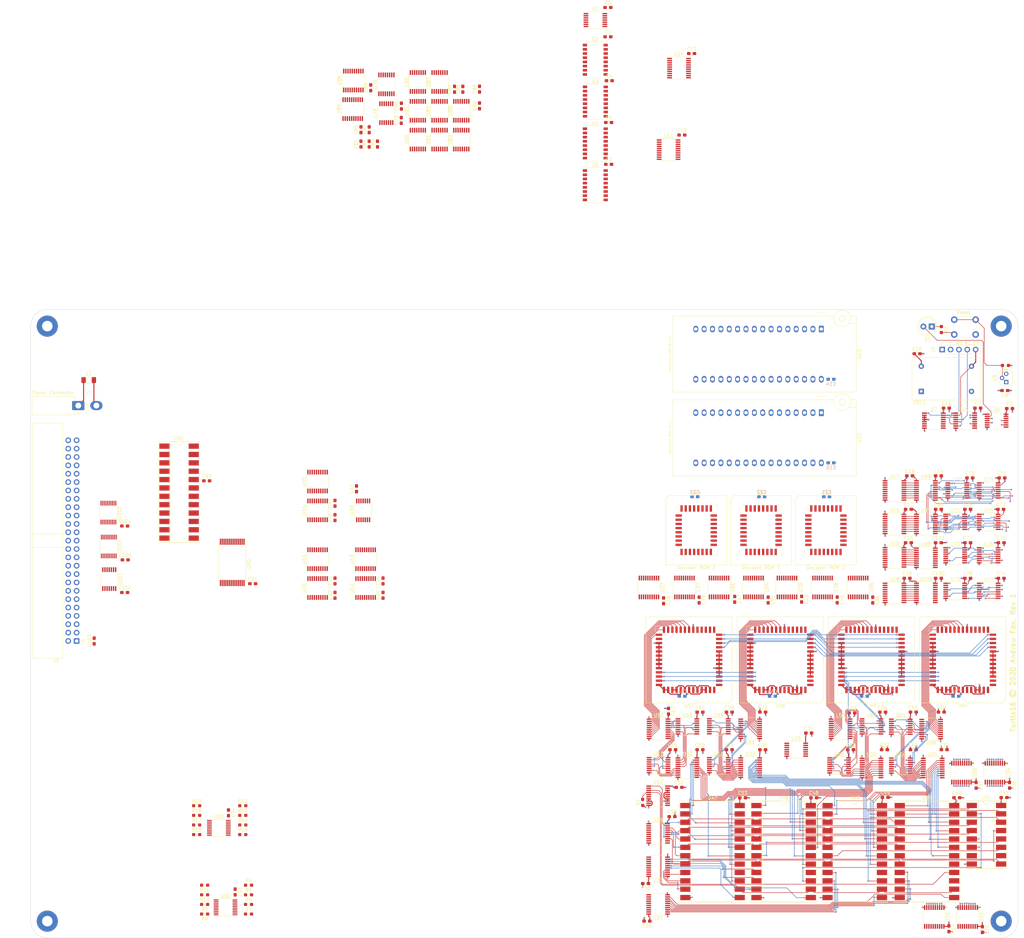
<source format=kicad_pcb>
(kicad_pcb (version 20171130) (host pcbnew "(5.1.8-0-10_14)")
  (title_block (title "Turtle16: Main Board") (rev 1) (comment 4 "Main board of the Turtle16 sixteen-bit microcomputer"))
  (layers (0 F.Cu signal) (1 In1.Cu power hide) (2 In2.Cu signal) (3 In3.Cu mixed hide) (4 In4.Cu power hide) (31 B.Cu signal) (34 B.Paste user) (35 F.Paste user) (36 B.SilkS user) (37 F.SilkS user) (38 B.Mask user) (39 F.Mask user) (44 Edge.Cuts user))
  (net 0 "")
  (net 1 GND)
  (net 2 VCC)
  (net 3 "Net-(R1-Pad2)")
  (net 4 /Clock/RawClockSignal)
  (net 5 "Net-(R3-Pad2)")
  (net 6 "Net-(D1-Pad2)")
  (net 7 "Net-(D1-Pad1)")
  (net 8 /Clock/Phi1)
  (net 9 /Clock/Phi2)
  (net 10 "/System Bus Connector/Addr14")
  (net 11 "/System Bus Connector/Addr13")
  (net 12 "/System Bus Connector/Addr10")
  (net 13 "/System Bus Connector/Addr9")
  (net 14 "/System Bus Connector/IO6")
  (net 15 "/System Bus Connector/IO5")
  (net 16 "/System Bus Connector/IO3")
  (net 17 "/System Bus Connector/IO0")
  (net 18 "/System Bus Connector/Addr7")
  (net 19 "/System Bus Connector/Addr4")
  (net 20 "/System Bus Connector/Addr3")
  (net 21 "/System Bus Connector/Addr0")
  (net 22 /MEM/~MemStore)
  (net 23 /MEM/~MemLoad)
  (net 24 "/System Bus Connector/Addr15")
  (net 25 "/System Bus Connector/Addr12")
  (net 26 "/System Bus Connector/Addr11")
  (net 27 "/System Bus Connector/Addr8")
  (net 28 "/System Bus Connector/IO7")
  (net 29 "/System Bus Connector/IO4")
  (net 30 "/System Bus Connector/IO2")
  (net 31 "/System Bus Connector/IO1")
  (net 32 "/System Bus Connector/Addr6")
  (net 33 "/System Bus Connector/Addr5")
  (net 34 "/System Bus Connector/Addr2")
  (net 35 "/System Bus Connector/Addr1")
  (net 36 "/MEM/WB/Store Operand Register 3/D8")
  (net 37 "/MEM/WB/Store Operand Register 3/D9")
  (net 38 "/MEM/WB/Store Operand Register 3/D10")
  (net 39 "/MEM/WB/Store Operand Register 3/D11")
  (net 40 "/MEM/WB/Store Operand Register 3/D12")
  (net 41 "/MEM/WB/Store Operand Register 3/D13")
  (net 42 "/MEM/WB/Store Operand Register 3/D14")
  (net 43 "/MEM/WB/Store Operand Register 3/D15")
  (net 44 "Net-(U1-Pad2)")
  (net 45 "Net-(U2-Pad15)")
  (net 46 /PC/IF/PC0)
  (net 47 /PC/IF/PC1)
  (net 48 /PC/IF/PC2)
  (net 49 /PC/IF/PC3)
  (net 50 /EX/MEM/~J)
  (net 51 /MEM/ALUResult3)
  (net 52 /MEM/ALUResult2)
  (net 53 /MEM/ALUResult1)
  (net 54 /MEM/ALUResult0)
  (net 55 /Clock/~RST)
  (net 56 "Net-(U3-Pad15)")
  (net 57 /PC/IF/PC4)
  (net 58 /PC/IF/PC5)
  (net 59 /PC/IF/PC6)
  (net 60 /PC/IF/PC7)
  (net 61 /MEM/ALUResult7)
  (net 62 /MEM/ALUResult6)
  (net 63 /MEM/ALUResult5)
  (net 64 /MEM/ALUResult4)
  (net 65 "Net-(U4-Pad15)")
  (net 66 /PC/IF/PC8)
  (net 67 /PC/IF/PC9)
  (net 68 /PC/IF/PC10)
  (net 69 /PC/IF/PC11)
  (net 70 /MEM/ALUResult11)
  (net 71 /MEM/ALUResult10)
  (net 72 /MEM/ALUResult9)
  (net 73 /MEM/ALUResult8)
  (net 74 /PC/IF/PC12)
  (net 75 /PC/IF/PC13)
  (net 76 /PC/IF/PC14)
  (net 77 /PC/IF/PC15)
  (net 78 /MEM/ALUResult15)
  (net 79 /MEM/ALUResult14)
  (net 80 /MEM/ALUResult13)
  (net 81 /MEM/ALUResult12)
  (net 82 "Net-(U7-Pad15)")
  (net 83 "Net-(U7-Pad14)")
  (net 84 /Clock/~HLT)
  (net 85 /IF/ID/PCIn0)
  (net 86 /IF/ID/PCIn1)
  (net 87 /IF/ID/PCIn2)
  (net 88 /IF/ID/PCIn3)
  (net 89 /IF/ID/PCIn4)
  (net 90 /IF/ID/PCIn5)
  (net 91 /IF/ID/PCIn6)
  (net 92 /IF/ID/PCIn7)
  (net 93 /IF/ID/PCIn8)
  (net 94 /IF/ID/PCIn9)
  (net 95 /IF/ID/PCIn10)
  (net 96 /IF/ID/PCIn11)
  (net 97 /IF/ID/PCIn12)
  (net 98 /IF/ID/PCIn13)
  (net 99 /IF/ID/PCIn14)
  (net 100 /IF/ID/PCIn15)
  (net 101 /IF/ID/InsIn3)
  (net 102 /IF/ID/InsIn4)
  (net 103 /IF/ID/InsIn2)
  (net 104 /IF/ID/InsIn5)
  (net 105 /IF/ID/InsIn1)
  (net 106 /IF/ID/InsIn6)
  (net 107 /IF/ID/InsIn0)
  (net 108 /IF/ID/InsIn7)
  (net 109 /IF/ID/InsIn11)
  (net 110 /IF/ID/InsIn12)
  (net 111 /IF/ID/InsIn10)
  (net 112 /IF/ID/InsIn13)
  (net 113 /IF/ID/InsIn9)
  (net 114 /IF/ID/InsIn14)
  (net 115 /IF/ID/InsIn8)
  (net 116 /IF/ID/InsIn15)
  (net 117 /ID/REG/PCIn0)
  (net 118 /ID/REG/PCIn1)
  (net 119 /ID/REG/PCIn2)
  (net 120 /ID/REG/PCIn3)
  (net 121 /ID/REG/PCIn4)
  (net 122 /ID/REG/PCIn5)
  (net 123 /ID/REG/PCIn6)
  (net 124 /ID/REG/PCIn7)
  (net 125 /ID/REG/PCIn8)
  (net 126 /ID/REG/PCIn9)
  (net 127 /ID/REG/PCIn10)
  (net 128 /ID/REG/PCIn11)
  (net 129 /ID/REG/PCIn12)
  (net 130 /ID/REG/PCIn13)
  (net 131 /ID/REG/PCIn14)
  (net 132 /ID/REG/PCIn15)
  (net 133 /ID/REG/InsIn0)
  (net 134 /ID/REG/InsIn1)
  (net 135 /ID/REG/InsIn2)
  (net 136 /ID/REG/InsIn3)
  (net 137 /ID/REG/InsIn4)
  (net 138 /ID/REG/InsIn5)
  (net 139 /ID/REG/InsIn6)
  (net 140 /ID/REG/InsIn7)
  (net 141 /ID/REG/InsIn8)
  (net 142 /ID/REG/InsIn9)
  (net 143 /ID/REG/InsIn10)
  (net 144 /ID/Ins11)
  (net 145 /ID/Ins12)
  (net 146 /ID/Ins13)
  (net 147 /ID/Ins14)
  (net 148 /ID/Ins15)
  (net 149 /EX/~Carry)
  (net 150 /EX/~A=B)
  (net 151 /ID/ControlWord16)
  (net 152 /ID/ControlWord17)
  (net 153 /ID/ControlWord18)
  (net 154 /ID/ControlWord19)
  (net 155 /ID/ControlWord20)
  (net 156 /ID/ControlWord21)
  (net 157 /ID/ControlWord22)
  (net 158 /ID/ControlWord23)
  (net 159 /ID/ControlWord8)
  (net 160 /ID/ControlWord9)
  (net 161 /ID/ControlWord10)
  (net 162 /ID/ControlWord11)
  (net 163 /ID/ControlWord12)
  (net 164 /ID/ControlWord13)
  (net 165 /ID/ControlWord14)
  (net 166 /ID/ControlWord15)
  (net 167 /ID/ControlWord0)
  (net 168 /ID/ControlWord1)
  (net 169 /ID/ControlWord2)
  (net 170 /ID/ControlWord3)
  (net 171 /ID/ControlWord4)
  (net 172 /ID/ControlWord5)
  (net 173 /ID/ControlWord6)
  (net 174 /ID/ControlWord7)
  (net 175 "/EX/MEM/ALUResult Register/CP")
  (net 176 /EX/ALUResult7)
  (net 177 /EX/ALUResult6)
  (net 178 /EX/ALUResult5)
  (net 179 /EX/ALUResult4)
  (net 180 /EX/ALUResult3)
  (net 181 /EX/ALUResult2)
  (net 182 /EX/ALUResult1)
  (net 183 /EX/ALUResult0)
  (net 184 /EX/ALUResult15)
  (net 185 /EX/ALUResult14)
  (net 186 /EX/ALUResult13)
  (net 187 /EX/ALUResult12)
  (net 188 /EX/ALUResult11)
  (net 189 /EX/ALUResult10)
  (net 190 /EX/ALUResult9)
  (net 191 /EX/ALUResult8)
  (net 192 "/MEM/Buffer StoreOp As Bus I/O/D0")
  (net 193 "/MEM/Buffer StoreOp As Bus I/O/D1")
  (net 194 "/MEM/Buffer StoreOp As Bus I/O/D2")
  (net 195 "/MEM/Buffer StoreOp As Bus I/O/D3")
  (net 196 "/MEM/Buffer StoreOp As Bus I/O/D4")
  (net 197 "/MEM/Buffer StoreOp As Bus I/O/D5")
  (net 198 "/MEM/Buffer StoreOp As Bus I/O/D6")
  (net 199 "/MEM/Buffer StoreOp As Bus I/O/D7")
  (net 200 "/EX/MEM/Store Operand Register 2/D7")
  (net 201 "/EX/MEM/Store Operand Register 2/D6")
  (net 202 "/EX/MEM/Store Operand Register 2/D5")
  (net 203 "/EX/MEM/Store Operand Register 2/D4")
  (net 204 "/EX/MEM/Store Operand Register 2/D3")
  (net 205 "/EX/MEM/Store Operand Register 2/D2")
  (net 206 "/EX/MEM/Store Operand Register 2/D1")
  (net 207 "/EX/MEM/Store Operand Register 2/D0")
  (net 208 "/MEM/Buffer StoreOp As Bus I/O/D8")
  (net 209 "/MEM/Buffer StoreOp As Bus I/O/D9")
  (net 210 "/MEM/Buffer StoreOp As Bus I/O/D10")
  (net 211 "/MEM/Buffer StoreOp As Bus I/O/D11")
  (net 212 "/MEM/Buffer StoreOp As Bus I/O/D12")
  (net 213 "/MEM/Buffer StoreOp As Bus I/O/D13")
  (net 214 "/MEM/Buffer StoreOp As Bus I/O/D14")
  (net 215 "/MEM/Buffer StoreOp As Bus I/O/D15")
  (net 216 "/EX/MEM/Store Operand Register 2/D15")
  (net 217 "/EX/MEM/Store Operand Register 2/D14")
  (net 218 "/EX/MEM/Store Operand Register 2/D13")
  (net 219 "/EX/MEM/Store Operand Register 2/D12")
  (net 220 "/EX/MEM/Store Operand Register 2/D11")
  (net 221 "/EX/MEM/Store Operand Register 2/D10")
  (net 222 "/EX/MEM/Store Operand Register 2/D9")
  (net 223 "/EX/MEM/Store Operand Register 2/D8")
  (net 224 /EX/MEM/Sheet604D665B/Ctl15)
  (net 225 /EX/MEM/Sheet604D665B/Ctl16)
  (net 226 /EX/MEM/Sheet604D665B/Ctl17)
  (net 227 /EX/MEM/Sheet604D665B/Ctl18)
  (net 228 /EX/MEM/Sheet604D665B/Ctl19)
  (net 229 "/REG/EX/Ctl[5..23] Register/Ctl19")
  (net 230 "/REG/EX/Ctl[5..23] Register/Ctl18")
  (net 231 "/REG/EX/Ctl[5..23] Register/Ctl17")
  (net 232 "/REG/EX/Ctl[5..23] Register/Ctl16")
  (net 233 "/REG/EX/Ctl[5..23] Register/Ctl15")
  (net 234 "/REG/EX/Ctl[5..23] Register/Ctl14")
  (net 235 "/REG/EX/Ctl[5..23] Register/Ctl13")
  (net 236 "/REG/EX/Ctl[5..23] Register/Ctl12")
  (net 237 /EX/MEM/Sheet604D665B/Ctl20)
  (net 238 /EX/MEM/Sheet604D665B/Ctl21)
  (net 239 /EX/MEM/Sheet604D665B/Ctl22)
  (net 240 /EX/MEM/Sheet604D665B/Ctl23)
  (net 241 /EX/MEM/Sheet604D665B/SelC0)
  (net 242 /EX/MEM/Sheet604D665B/SelC1)
  (net 243 /EX/MEM/Sheet604D665B/SelC2)
  (net 244 "/REG/EX/Ctl[5..23] Register/SelC2")
  (net 245 "/REG/EX/Ctl[5..23] Register/SelC1")
  (net 246 "/REG/EX/Ctl[5..23] Register/SelC0")
  (net 247 "/REG/EX/Ctl[5..23] Register/Ctl23")
  (net 248 "/REG/EX/Ctl[5..23] Register/Ctl22")
  (net 249 "/REG/EX/Ctl[5..23] Register/Ctl21")
  (net 250 "/REG/EX/Ctl[5..23] Register/Ctl20")
  (net 251 "/REG/EX/Ctl[5..23] Register/CP")
  (net 252 /EX/OpL0)
  (net 253 /EX/OpL1)
  (net 254 /EX/OpL2)
  (net 255 /EX/OpL3)
  (net 256 /EX/OpL4)
  (net 257 /EX/OpL5)
  (net 258 /EX/OpL6)
  (net 259 /EX/OpL7)
  (net 260 "/REG/EX/Left Operand Register/D7")
  (net 261 "/REG/EX/Left Operand Register/D6")
  (net 262 "/REG/EX/Left Operand Register/D5")
  (net 263 "/REG/EX/Left Operand Register/D4")
  (net 264 "/REG/EX/Left Operand Register/D3")
  (net 265 "/REG/EX/Left Operand Register/D2")
  (net 266 "/REG/EX/Left Operand Register/D1")
  (net 267 "/REG/EX/Left Operand Register/D0")
  (net 268 /EX/OpL8)
  (net 269 /EX/OpL9)
  (net 270 /EX/OpL10)
  (net 271 /EX/OpL11)
  (net 272 /EX/OpL12)
  (net 273 /EX/OpL13)
  (net 274 /EX/OpL14)
  (net 275 /EX/OpL15)
  (net 276 "/REG/EX/Left Operand Register/D15")
  (net 277 "/REG/EX/Left Operand Register/D14")
  (net 278 "/REG/EX/Left Operand Register/D13")
  (net 279 "/REG/EX/Left Operand Register/D12")
  (net 280 "/REG/EX/Left Operand Register/D11")
  (net 281 "/REG/EX/Left Operand Register/D10")
  (net 282 "/REG/EX/Left Operand Register/D9")
  (net 283 "/REG/EX/Left Operand Register/D8")
  (net 284 /EX/OpR0)
  (net 285 /EX/OpR1)
  (net 286 /EX/OpR2)
  (net 287 /EX/OpR3)
  (net 288 /EX/OpR4)
  (net 289 /EX/OpR5)
  (net 290 /EX/OpR6)
  (net 291 /EX/OpR7)
  (net 292 "/REG/EX/Right Operand Register/D7")
  (net 293 "/REG/EX/Right Operand Register/D6")
  (net 294 "/REG/EX/Right Operand Register/D5")
  (net 295 "/REG/EX/Right Operand Register/D4")
  (net 296 "/REG/EX/Right Operand Register/D3")
  (net 297 "/REG/EX/Right Operand Register/D2")
  (net 298 "/REG/EX/Right Operand Register/D1")
  (net 299 "/REG/EX/Right Operand Register/D0")
  (net 300 /EX/OpR8)
  (net 301 /EX/OpR9)
  (net 302 /EX/OpR10)
  (net 303 /EX/OpR11)
  (net 304 /EX/OpR12)
  (net 305 /EX/OpR13)
  (net 306 /EX/OpR14)
  (net 307 /EX/OpR15)
  (net 308 "/REG/EX/Right Operand Register/D15")
  (net 309 "/REG/EX/Right Operand Register/D14")
  (net 310 "/REG/EX/Right Operand Register/D13")
  (net 311 "/REG/EX/Right Operand Register/D12")
  (net 312 "/REG/EX/Right Operand Register/D11")
  (net 313 "/REG/EX/Right Operand Register/D10")
  (net 314 "/REG/EX/Right Operand Register/D9")
  (net 315 "/REG/EX/Right Operand Register/D8")
  (net 316 "/REG/EX/Store Operand Register/D7")
  (net 317 "/REG/EX/Store Operand Register/D6")
  (net 318 "/REG/EX/Store Operand Register/D5")
  (net 319 "/REG/EX/Store Operand Register/D4")
  (net 320 "/REG/EX/Store Operand Register/D3")
  (net 321 "/REG/EX/Store Operand Register/D2")
  (net 322 "/REG/EX/Store Operand Register/D1")
  (net 323 "/REG/EX/Store Operand Register/D0")
  (net 324 "/REG/EX/Store Operand Register/D15")
  (net 325 "/REG/EX/Store Operand Register/D14")
  (net 326 "/REG/EX/Store Operand Register/D13")
  (net 327 "/REG/EX/Store Operand Register/D12")
  (net 328 "/REG/EX/Store Operand Register/D11")
  (net 329 "/REG/EX/Store Operand Register/D10")
  (net 330 "/REG/EX/Store Operand Register/D9")
  (net 331 "/REG/EX/Store Operand Register/D8")
  (net 332 /EX/CtlIn5)
  (net 333 /EX/CtlIn6)
  (net 334 /EX/CtlIn7)
  (net 335 /EX/CtlIn8)
  (net 336 /EX/CtlIn9)
  (net 337 /EX/CtlIn10)
  (net 338 /EX/CtlIn11)
  (net 339 /ID/REG/CtlOut12)
  (net 340 /ID/REG/CtlOut11)
  (net 341 /ID/REG/CtlOut10)
  (net 342 /ID/REG/CtlOut9)
  (net 343 /ID/REG/CtlOut8)
  (net 344 /ID/REG/CtlOut7)
  (net 345 /ID/REG/CtlOut6)
  (net 346 /ID/REG/CtlOut5)
  (net 347 /ID/REG/CtlOut20)
  (net 348 /ID/REG/CtlOut19)
  (net 349 /ID/REG/CtlOut18)
  (net 350 /ID/REG/CtlOut17)
  (net 351 /ID/REG/CtlOut16)
  (net 352 /ID/REG/CtlOut15)
  (net 353 /ID/REG/CtlOut14)
  (net 354 /ID/REG/CtlOut13)
  (net 355 /ID/REG/InsOut10)
  (net 356 /ID/REG/InsOut9)
  (net 357 /ID/REG/InsOut8)
  (net 358 /ID/REG/CtlOut23)
  (net 359 /ID/REG/CtlOut22)
  (net 360 /ID/REG/CtlOut21)
  (net 361 "/MEM/WB/ALUResult Register 2/CP")
  (net 362 "/WB/Byte Swap/A0")
  (net 363 "/WB/Byte Swap/A1")
  (net 364 "/WB/Byte Swap/A2")
  (net 365 "/WB/Byte Swap/A3")
  (net 366 "/WB/Byte Swap/A4")
  (net 367 "/WB/Byte Swap/A5")
  (net 368 "/WB/Byte Swap/A6")
  (net 369 "/WB/Byte Swap/A7")
  (net 370 "/WB/Byte Swap/A8")
  (net 371 "/WB/Byte Swap/A9")
  (net 372 "/WB/Byte Swap/A10")
  (net 373 "/WB/Byte Swap/A11")
  (net 374 "/WB/Byte Swap/A12")
  (net 375 "/WB/Byte Swap/A13")
  (net 376 "/WB/Byte Swap/A14")
  (net 377 "/WB/Byte Swap/A15")
  (net 378 /WB/CtlIn15)
  (net 379 /WB/CtlIn16)
  (net 380 /WB/CtlIn17)
  (net 381 /WB/CtlIn18)
  (net 382 /MEM/WB/Sheet60541845/SelC0)
  (net 383 /MEM/WB/Sheet60541845/SelC1)
  (net 384 /MEM/WB/Sheet60541845/SelC2)
  (net 385 "/WB/Select Write Back Source/A0")
  (net 386 "/WB/Select Write Back Source/A1")
  (net 387 "/WB/Select Write Back Source/A2")
  (net 388 "/WB/Select Write Back Source/A3")
  (net 389 "/WB/Select Write Back Source/A4")
  (net 390 "/WB/Select Write Back Source/A5")
  (net 391 "/WB/Select Write Back Source/A6")
  (net 392 "/WB/Select Write Back Source/A7")
  (net 393 "/WB/Select Write Back Source/A8")
  (net 394 "/WB/Select Write Back Source/A9")
  (net 395 "/WB/Select Write Back Source/A10")
  (net 396 "/WB/Select Write Back Source/A11")
  (net 397 "/WB/Select Write Back Source/A12")
  (net 398 "/WB/Select Write Back Source/A13")
  (net 399 "/WB/Select Write Back Source/A14")
  (net 400 "/WB/Select Write Back Source/A15")
  (net 401 "Net-(U48-Pad17)")
  (net 402 "Net-(U48-Pad15)")
  (net 403 "Net-(U49-Pad7)")
  (net 404 "Net-(U49-Pad17)")
  (net 405 "Net-(U49-Pad15)")
  (net 406 "Net-(U50-Pad7)")
  (net 407 "Net-(U50-Pad17)")
  (net 408 "Net-(U50-Pad15)")
  (net 409 "Net-(U51-Pad7)")
  (net 410 "/REG/Buffer Port A/CP")
  (net 411 /ID/REG/InsOut2)
  (net 412 /ID/REG/InsOut3)
  (net 413 /ID/REG/InsOut4)
  (net 414 "/REG/Register File/A15")
  (net 415 "/REG/Register File/A14")
  (net 416 "/REG/Register File/A13")
  (net 417 "/REG/Register File/A12")
  (net 418 "/REG/Register File/A11")
  (net 419 "/REG/Register File/A10")
  (net 420 "/REG/Register File/A9")
  (net 421 "/REG/Register File/A8")
  (net 422 "/WB/Buffer Before Register Write/ToRegisterFileUpper7")
  (net 423 "/WB/Buffer Before Register Write/ToRegisterFileUpper6")
  (net 424 "/WB/Buffer Before Register Write/ToRegisterFileUpper5")
  (net 425 "/WB/Buffer Before Register Write/ToRegisterFileUpper4")
  (net 426 "/WB/Buffer Before Register Write/ToRegisterFileUpper3")
  (net 427 "/WB/Buffer Before Register Write/ToRegisterFileUpper2")
  (net 428 "/WB/Buffer Before Register Write/ToRegisterFileUpper1")
  (net 429 "/WB/Buffer Before Register Write/ToRegisterFileUpper0")
  (net 430 /REG/~WRH)
  (net 431 "/REG/Register File/A7")
  (net 432 "/REG/Register File/A6")
  (net 433 "/REG/Register File/A5")
  (net 434 "/REG/Register File/A4")
  (net 435 "/REG/Register File/A3")
  (net 436 "/REG/Register File/A2")
  (net 437 "/REG/Register File/A1")
  (net 438 "/REG/Register File/A0")
  (net 439 "/WB/Buffer Before Register Write/ToRegisterFileLower7")
  (net 440 "/WB/Buffer Before Register Write/ToRegisterFileLower6")
  (net 441 "/WB/Buffer Before Register Write/ToRegisterFileLower5")
  (net 442 "/WB/Buffer Before Register Write/ToRegisterFileLower4")
  (net 443 "/WB/Buffer Before Register Write/ToRegisterFileLower3")
  (net 444 "/WB/Buffer Before Register Write/ToRegisterFileLower2")
  (net 445 "/WB/Buffer Before Register Write/ToRegisterFileLower1")
  (net 446 "/WB/Buffer Before Register Write/ToRegisterFileLower0")
  (net 447 /REG/~WRL)
  (net 448 /ID/REG/InsOut5)
  (net 449 /ID/REG/InsOut6)
  (net 450 /ID/REG/InsOut7)
  (net 451 "/REG/Select Left Operand/A0")
  (net 452 "/REG/Select Left Operand/A1")
  (net 453 "/REG/Select Left Operand/A2")
  (net 454 "/REG/Select Left Operand/A3")
  (net 455 "/REG/Select Left Operand/A4")
  (net 456 "/REG/Select Left Operand/A5")
  (net 457 "/REG/Select Left Operand/A6")
  (net 458 "/REG/Select Left Operand/A7")
  (net 459 "/REG/Select Left Operand/A8")
  (net 460 "/REG/Select Left Operand/A9")
  (net 461 "/REG/Select Left Operand/A10")
  (net 462 "/REG/Select Left Operand/A11")
  (net 463 "/REG/Select Left Operand/A12")
  (net 464 "/REG/Select Left Operand/A13")
  (net 465 "/REG/Select Left Operand/A14")
  (net 466 "/REG/Select Left Operand/A15")
  (net 467 /ID/REG/InsOut1)
  (net 468 /ID/REG/InsOut0)
  (net 469 /REG/CtlIn1)
  (net 470 /ID/REG/PCOut3)
  (net 471 /ID/REG/PCOut2)
  (net 472 /ID/REG/PCOut1)
  (net 473 /ID/REG/PCOut0)
  (net 474 /REG/CtlIn4)
  (net 475 /ID/REG/PCOut7)
  (net 476 /ID/REG/PCOut6)
  (net 477 /ID/REG/PCOut5)
  (net 478 /ID/REG/PCOut4)
  (net 479 /ID/REG/PCOut11)
  (net 480 /ID/REG/PCOut10)
  (net 481 /ID/REG/PCOut9)
  (net 482 /ID/REG/PCOut8)
  (net 483 /ID/REG/PCOut15)
  (net 484 /ID/REG/PCOut14)
  (net 485 /ID/REG/PCOut13)
  (net 486 /ID/REG/PCOut12)
  (net 487 "/REG/Select Store Operand/Y3")
  (net 488 "/REG/Select Store Operand/Y2")
  (net 489 "/REG/Select Store Operand/Y1")
  (net 490 "/REG/Select Store Operand/Y0")
  (net 491 /REG/CtlIn2)
  (net 492 "/REG/Select Store Operand/Y7")
  (net 493 "/REG/Select Store Operand/Y6")
  (net 494 "/REG/Select Store Operand/Y5")
  (net 495 "/REG/Select Store Operand/Y4")
  (net 496 "/REG/Select Store Operand/Y11")
  (net 497 "/REG/Select Store Operand/Y10")
  (net 498 "/REG/Select Store Operand/Y9")
  (net 499 "/REG/Select Store Operand/Y8")
  (net 500 "/REG/Select Store Operand/Y15")
  (net 501 "/REG/Select Store Operand/Y14")
  (net 502 "/REG/Select Store Operand/Y13")
  (net 503 "/REG/Select Store Operand/Y12")
  (net 504 /REG/CtlIn3)
  (net 505 "/WB/Buffer Before Register Write/CP")
  (net 506 "/WB/Select Write Back Source/Y3")
  (net 507 "/WB/Select Write Back Source/Y2")
  (net 508 "/WB/Select Write Back Source/Y1")
  (net 509 "/WB/Select Write Back Source/Y0")
  (net 510 "/WB/Select Write Back Source/Y7")
  (net 511 "/WB/Select Write Back Source/Y6")
  (net 512 "/WB/Select Write Back Source/Y5")
  (net 513 "/WB/Select Write Back Source/Y4")
  (net 514 "/WB/Select Write Back Source/Y11")
  (net 515 "/WB/Select Write Back Source/Y10")
  (net 516 "/WB/Select Write Back Source/Y9")
  (net 517 "/WB/Select Write Back Source/Y8")
  (net 518 "/WB/Select Write Back Source/Y15")
  (net 519 "/WB/Select Write Back Source/Y14")
  (net 520 "/WB/Select Write Back Source/Y13")
  (net 521 "/WB/Select Write Back Source/Y12")
  (net 522 "/WB/Buffer Before Register Write/D3")
  (net 523 "/WB/Buffer Before Register Write/D2")
  (net 524 "/WB/Buffer Before Register Write/D1")
  (net 525 "/WB/Buffer Before Register Write/D0")
  (net 526 "/WB/Buffer Before Register Write/D7")
  (net 527 "/WB/Buffer Before Register Write/D6")
  (net 528 "/WB/Buffer Before Register Write/D5")
  (net 529 "/WB/Buffer Before Register Write/D4")
  (net 530 "/WB/Buffer Before Register Write/D11")
  (net 531 "/WB/Buffer Before Register Write/D10")
  (net 532 "/WB/Buffer Before Register Write/D9")
  (net 533 "/WB/Buffer Before Register Write/D8")
  (net 534 "/WB/Buffer Before Register Write/D15")
  (net 535 "/WB/Buffer Before Register Write/D14")
  (net 536 "/WB/Buffer Before Register Write/D13")
  (net 537 "/WB/Buffer Before Register Write/D12")
  (net 538 "Net-(U91-Pad20)")
  (net 539 "Net-(OSC1-Pad1)")
  (net 540 "Net-(U1-Pad12)")
  (net 541 "Net-(U1-Pad10)")
  (net 542 "Net-(U1-Pad8)")
  (net 543 "Net-(U1-Pad6)")
  (net 544 "Net-(U1-Pad4)")
  (net 545 "Net-(U5-Pad15)")
  (net 546 "Net-(U6-Pad12)")
  (net 547 "Net-(U6-Pad10)")
  (net 548 "Net-(U6-Pad8)")
  (net 549 "Net-(U6-Pad6)")
  (net 550 "Net-(U6-Pad4)")
  (net 551 "Net-(U7-Pad13)")
  (net 552 "Net-(U7-Pad12)")
  (net 553 "Net-(U7-Pad11)")
  (net 554 "Net-(U7-Pad10)")
  (net 555 "Net-(U7-Pad9)")
  (net 556 "Net-(U7-Pad7)")
  (net 557 "Net-(U9-Pad12)")
  (net 558 "Net-(U9-Pad9)")
  (net 559 "Net-(U13-Pad30)")
  (net 560 "Net-(U13-Pad1)")
  (net 561 "Net-(U20-Pad1)")
  (net 562 "Net-(U20-Pad30)")
  (net 563 "Net-(U21-Pad1)")
  (net 564 "Net-(U21-Pad30)")
  (net 565 "Net-(U29-Pad12)")
  (net 566 "Net-(U39-Pad12)")
  (net 567 /WB/CtlIn19)
  (net 568 /WB/CtlIn20)
  (net 569 /WB/CtlIn21)
  (net 570 /WB/CtlIn22)
  (net 571 /WB/CtlIn23)
  (net 572 "Net-(U48-Pad16)")
  (net 573 "Net-(U49-Pad16)")
  (net 574 "Net-(U50-Pad16)")
  (net 575 "Net-(U55-Pad35)")
  (net 576 "Net-(U55-Pad25)")
  (net 577 "Net-(U56-Pad35)")
  (net 578 "Net-(U56-Pad25)")
  (net 579 "Net-(U57-Pad35)")
  (net 580 "Net-(U57-Pad25)")
  (net 581 "Net-(U79-Pad12)")
  (net 582 "Net-(J3-Pad7)")
  (net 583 "Net-(U12-Pad30)")
  (net 584 "Net-(U12-Pad1)")
  (net 585 "Net-(U19-Pad1)")
  (net 586 "Net-(U19-Pad30)")
  (net 587 "Net-(U28-Pad12)")
  (net 588 "Net-(U29-Pad10)")
  (net 589 "Net-(U29-Pad4)")
  (net 590 "Net-(U38-Pad13)")
  (net 591 "Net-(U38-Pad12)")
  (net 592 "Net-(U39-Pad10)")
  (net 593 "Net-(U39-Pad8)")
  (net 594 "Net-(U39-Pad6)")
  (net 595 "Net-(U39-Pad4)")
  (net 596 "Net-(U43-Pad15)")
  (net 597 "Net-(U43-Pad14)")
  (net 598 "Net-(U43-Pad13)")
  (net 599 "Net-(U43-Pad12)")
  (net 600 "Net-(U47-Pad17)")
  (net 601 "Net-(U47-Pad16)")
  (net 602 "Net-(U47-Pad15)")
  (net 603 "Net-(U48-Pad7)")
  (net 604 "Net-(U51-Pad10)")
  (net 605 "Net-(U52-Pad19)")
  (net 606 "Net-(U52-Pad16)")
  (net 607 "Net-(U52-Pad15)")
  (net 608 "Net-(U52-Pad12)")
  (net 609 "Net-(U52-Pad9)")
  (net 610 "Net-(U52-Pad6)")
  (net 611 "Net-(U54-Pad35)")
  (net 612 "Net-(U54-Pad25)")
  (net 613 "Net-(U78-Pad12)")
  (net 614 "Net-(U78-Pad10)")
  (net 615 "Net-(U78-Pad8)")
  (net 616 "Net-(U78-Pad6)")
  (net 617 "Net-(U78-Pad4)")
  (net 618 "Net-(U79-Pad9)")
  (net 619 "Net-(U90-Pad27)")
  (net 620 "Net-(U90-Pad20)")
  (net 621 "Net-(U90-Pad22)")
  (net 622 "Net-(U100-Pad16)")
  (net 623 "Net-(U100-Pad15)")
  (net 624 "Net-(U100-Pad14)")
  (net 625 "Net-(U100-Pad13)")
  (net 626 "Net-(U100-Pad12)")
  (net 627 "Net-(U101-Pad12)")
  (net 628 "Net-(U101-Pad10)")
  (net 629 "Net-(U101-Pad8)")
  (net 630 "/REG/Buffer Port B/Bout0")
  (net 631 "/REG/Buffer Port B/Bout1")
  (net 632 "/REG/Buffer Port B/Bout2")
  (net 633 "/REG/Buffer Port B/Bout3")
  (net 634 "/REG/Buffer Port B/Bout4")
  (net 635 "/REG/Buffer Port B/Bout5")
  (net 636 "/REG/Buffer Port B/Bout6")
  (net 637 "/REG/Buffer Port B/Bout7")
  (net 638 "/REG/Buffer Port B/Bout8")
  (net 639 "/REG/Buffer Port B/Bout9")
  (net 640 "/REG/Buffer Port B/Bout10")
  (net 641 "/REG/Buffer Port B/Bout11")
  (net 642 "/REG/Buffer Port B/Bout12")
  (net 643 "/REG/Buffer Port B/Bout13")
  (net 644 "/REG/Buffer Port B/Bout14")
  (net 645 "/REG/Buffer Port B/Bout15")
  (net 646 "/REG/Register File/B15")
  (net 647 "/REG/Register File/B14")
  (net 648 "/REG/Register File/B13")
  (net 649 "/REG/Register File/B12")
  (net 650 "/REG/Register File/B11")
  (net 651 "/REG/Register File/B10")
  (net 652 "/REG/Register File/B9")
  (net 653 "/REG/Register File/B8")
  (net 654 "/REG/Register File/B7")
  (net 655 "/REG/Register File/B6")
  (net 656 "/REG/Register File/B5")
  (net 657 "/REG/Register File/B4")
  (net 658 "/REG/Register File/B3")
  (net 659 "/REG/Register File/B2")
  (net 660 "/REG/Register File/B1")
  (net 661 "/REG/Register File/B0")
  (module Package_DIP:DIP-24_W8.89mm_SMDSocket_LongPads (layer F.Cu) (at 94.615 140.208)
    (fp_text reference U91 (at 0 -16.3) (layer F.SilkS))
    (fp_text value ATF22V10C)
    (pad 24 smd rect (at 4.445 -13.97) (size 3.1 1.6) (layers F.Cu F.Paste F.Mask) (net 2 VCC))
    (pad 12 smd rect (at -4.445 13.97) (size 3.1 1.6) (layers F.Cu F.Paste F.Mask) (net 1 GND))
    (pad 23 smd rect (at 4.445 -11.43) (size 3.1 1.6) (layers F.Cu F.Paste F.Mask) (net 619 "Net-(U90-Pad27)"))
    (pad 11 smd rect (at -4.445 11.43) (size 3.1 1.6) (layers F.Cu F.Paste F.Mask) (net 73 /MEM/ALUResult8))
    (pad 22 smd rect (at 4.445 -8.89) (size 3.1 1.6) (layers F.Cu F.Paste F.Mask) (net 621 "Net-(U90-Pad22)"))
    (pad 10 smd rect (at -4.445 8.89) (size 3.1 1.6) (layers F.Cu F.Paste F.Mask) (net 61 /MEM/ALUResult7))
    (pad 21 smd rect (at 4.445 -6.35) (size 3.1 1.6) (layers F.Cu F.Paste F.Mask) (net 620 "Net-(U90-Pad20)"))
    (pad 9 smd rect (at -4.445 6.35) (size 3.1 1.6) (layers F.Cu F.Paste F.Mask) (net 62 /MEM/ALUResult6))
    (pad 20 smd rect (at 4.445 -3.81) (size 3.1 1.6) (layers F.Cu F.Paste F.Mask) (net 538 "Net-(U91-Pad20)"))
    (pad 8 smd rect (at -4.445 3.81) (size 3.1 1.6) (layers F.Cu F.Paste F.Mask) (net 63 /MEM/ALUResult5))
    (pad 19 smd rect (at 4.445 -1.27) (size 3.1 1.6) (layers F.Cu F.Paste F.Mask) (net 78 /MEM/ALUResult15))
    (pad 7 smd rect (at -4.445 1.27) (size 3.1 1.6) (layers F.Cu F.Paste F.Mask) (net 64 /MEM/ALUResult4))
    (pad 18 smd rect (at 4.445 1.27) (size 3.1 1.6) (layers F.Cu F.Paste F.Mask) (net 79 /MEM/ALUResult14))
    (pad 6 smd rect (at -4.445 -1.27) (size 3.1 1.6) (layers F.Cu F.Paste F.Mask) (net 51 /MEM/ALUResult3))
    (pad 17 smd rect (at 4.445 3.81) (size 3.1 1.6) (layers F.Cu F.Paste F.Mask) (net 80 /MEM/ALUResult13))
    (pad 5 smd rect (at -4.445 -3.81) (size 3.1 1.6) (layers F.Cu F.Paste F.Mask) (net 52 /MEM/ALUResult2))
    (pad 16 smd rect (at 4.445 6.35) (size 3.1 1.6) (layers F.Cu F.Paste F.Mask) (net 81 /MEM/ALUResult12))
    (pad 4 smd rect (at -4.445 -6.35) (size 3.1 1.6) (layers F.Cu F.Paste F.Mask) (net 53 /MEM/ALUResult1))
    (pad 15 smd rect (at 4.445 8.89) (size 3.1 1.6) (layers F.Cu F.Paste F.Mask) (net 70 /MEM/ALUResult11))
    (pad 3 smd rect (at -4.445 -8.89) (size 3.1 1.6) (layers F.Cu F.Paste F.Mask) (net 54 /MEM/ALUResult0))
    (pad 14 smd rect (at 4.445 11.43) (size 3.1 1.6) (layers F.Cu F.Paste F.Mask) (net 71 /MEM/ALUResult10))
    (pad 2 smd rect (at -4.445 -11.43) (size 3.1 1.6) (layers F.Cu F.Paste F.Mask) (net 23 /MEM/~MemLoad))
    (pad 13 smd rect (at 4.445 13.97) (size 3.1 1.6) (layers F.Cu F.Paste F.Mask) (net 72 /MEM/ALUResult9))
    (pad 1 smd rect (at -4.445 -13.97) (size 3.1 1.6) (layers F.Cu F.Paste F.Mask) (net 22 /MEM/~MemStore))
  )
  (module Package_SO:TSSOP-14_4.4x5mm_P0.65mm (layer F.Cu) (at 281.94 218.44)
    (fp_text reference U29 (at 0 -3.45) (layer F.SilkS))
    (fp_text value 74AHCT04)
    (pad 14 smd roundrect (at 2.8625 -1.95) (size 1.475 0.4) (layers F.Cu F.Paste F.Mask) (net 2 VCC))
    (pad 13 smd roundrect (at 2.8625 -1.3) (size 1.475 0.4) (layers F.Cu F.Paste F.Mask) (net 2 VCC))
    (pad 12 smd roundrect (at 2.8625 -0.65) (size 1.475 0.4) (layers F.Cu F.Paste F.Mask) (net 565 "Net-(U29-Pad12)"))
    (pad 11 smd roundrect (at 2.8625 0) (size 1.475 0.4) (layers F.Cu F.Paste F.Mask) (net 2 VCC))
    (pad 10 smd roundrect (at 2.8625 0.65) (size 1.475 0.4) (layers F.Cu F.Paste F.Mask) (net 588 "Net-(U29-Pad10)"))
    (pad 9 smd roundrect (at 2.8625 1.3) (size 1.475 0.4) (layers F.Cu F.Paste F.Mask) (net 8 /Clock/Phi1))
    (pad 8 smd roundrect (at 2.8625 1.95) (size 1.475 0.4) (layers F.Cu F.Paste F.Mask) (net 251 "/REG/EX/Ctl[5..23] Register/CP"))
    (pad 7 smd roundrect (at -2.8625 1.95) (size 1.475 0.4) (layers F.Cu F.Paste F.Mask) (net 1 GND))
    (pad 6 smd roundrect (at -2.8625 1.3) (size 1.475 0.4) (layers F.Cu F.Paste F.Mask) (net 410 "/REG/Buffer Port A/CP"))
    (pad 5 smd roundrect (at -2.8625 0.65) (size 1.475 0.4) (layers F.Cu F.Paste F.Mask) (net 9 /Clock/Phi2))
    (pad 4 smd roundrect (at -2.8625 0) (size 1.475 0.4) (layers F.Cu F.Paste F.Mask) (net 589 "Net-(U29-Pad4)"))
    (pad 3 smd roundrect (at -2.8625 -0.65) (size 1.475 0.4) (layers F.Cu F.Paste F.Mask) (net 8 /Clock/Phi1))
    (pad 2 smd roundrect (at -2.8625 -1.3) (size 1.475 0.4) (layers F.Cu F.Paste F.Mask) (net 175 "/EX/MEM/ALUResult Register/CP"))
    (pad 1 smd roundrect (at -2.8625 -1.95) (size 1.475 0.4) (layers F.Cu F.Paste F.Mask) (net 8 /Clock/Phi1))
  )
  (module Package_SO:TSSOP-20_4.4x6.5mm_P0.65mm (layer F.Cu) (at 240.03 232.41)
    (fp_text reference U52 (at 0 -4.2) (layer F.SilkS))
    (fp_text value 74ABT377)
    (pad 20 smd roundrect (at 2.8625 -2.925) (size 1.475 0.4) (layers F.Cu F.Paste F.Mask) (net 2 VCC))
    (pad 19 smd roundrect (at 2.8625 -2.275) (size 1.475 0.4) (layers F.Cu F.Paste F.Mask) (net 605 "Net-(U52-Pad19)"))
    (pad 18 smd roundrect (at 2.8625 -1.625) (size 1.475 0.4) (layers F.Cu F.Paste F.Mask) (net 1 GND))
    (pad 17 smd roundrect (at 2.8625 -0.975) (size 1.475 0.4) (layers F.Cu F.Paste F.Mask) (net 1 GND))
    (pad 16 smd roundrect (at 2.8625 -0.325) (size 1.475 0.4) (layers F.Cu F.Paste F.Mask) (net 606 "Net-(U52-Pad16)"))
    (pad 15 smd roundrect (at 2.8625 0.325) (size 1.475 0.4) (layers F.Cu F.Paste F.Mask) (net 607 "Net-(U52-Pad15)"))
    (pad 14 smd roundrect (at 2.8625 0.975) (size 1.475 0.4) (layers F.Cu F.Paste F.Mask) (net 1 GND))
    (pad 13 smd roundrect (at 2.8625 1.625) (size 1.475 0.4) (layers F.Cu F.Paste F.Mask) (net 1 GND))
    (pad 12 smd roundrect (at 2.8625 2.275) (size 1.475 0.4) (layers F.Cu F.Paste F.Mask) (net 608 "Net-(U52-Pad12)"))
    (pad 11 smd roundrect (at 2.8625 2.925) (size 1.475 0.4) (layers F.Cu F.Paste F.Mask) (net 589 "Net-(U29-Pad4)"))
    (pad 10 smd roundrect (at -2.8625 2.925) (size 1.475 0.4) (layers F.Cu F.Paste F.Mask) (net 1 GND))
    (pad 9 smd roundrect (at -2.8625 2.275) (size 1.475 0.4) (layers F.Cu F.Paste F.Mask) (net 609 "Net-(U52-Pad9)"))
    (pad 8 smd roundrect (at -2.8625 1.625) (size 1.475 0.4) (layers F.Cu F.Paste F.Mask) (net 1 GND))
    (pad 7 smd roundrect (at -2.8625 0.975) (size 1.475 0.4) (layers F.Cu F.Paste F.Mask) (net 1 GND))
    (pad 6 smd roundrect (at -2.8625 0.325) (size 1.475 0.4) (layers F.Cu F.Paste F.Mask) (net 610 "Net-(U52-Pad6)"))
    (pad 5 smd roundrect (at -2.8625 -0.325) (size 1.475 0.4) (layers F.Cu F.Paste F.Mask) (net 150 /EX/~A=B))
    (pad 4 smd roundrect (at -2.8625 -0.975) (size 1.475 0.4) (layers F.Cu F.Paste F.Mask) (net 5 "Net-(R3-Pad2)"))
    (pad 3 smd roundrect (at -2.8625 -1.625) (size 1.475 0.4) (layers F.Cu F.Paste F.Mask) (net 574 "Net-(U50-Pad16)"))
    (pad 2 smd roundrect (at -2.8625 -2.275) (size 1.475 0.4) (layers F.Cu F.Paste F.Mask) (net 149 /EX/~Carry))
    (pad 1 smd roundrect (at -2.8625 -2.925) (size 1.475 0.4) (layers F.Cu F.Paste F.Mask) (net 332 /EX/CtlIn5))
  )
  (module Package_DIP:DIP-16_W8.89mm_SMDSocket_LongPads (layer F.Cu) (at 339.6996 244.2718)
    (fp_text reference U51 (at 0 -11.22) (layer F.SilkS))
    (fp_text value 74F182)
    (pad 16 smd rect (at 4.445 -8.89) (size 3.1 1.6) (layers F.Cu F.Paste F.Mask) (net 2 VCC))
    (pad 8 smd rect (at -4.445 8.89) (size 3.1 1.6) (layers F.Cu F.Paste F.Mask) (net 1 GND))
    (pad 15 smd rect (at 4.445 -6.35) (size 3.1 1.6) (layers F.Cu F.Paste F.Mask) (net 405 "Net-(U49-Pad15)"))
    (pad 7 smd rect (at -4.445 6.35) (size 3.1 1.6) (layers F.Cu F.Paste F.Mask) (net 409 "Net-(U51-Pad7)"))
    (pad 14 smd rect (at 4.445 -3.81) (size 3.1 1.6) (layers F.Cu F.Paste F.Mask) (net 404 "Net-(U49-Pad17)"))
    (pad 6 smd rect (at -4.445 3.81) (size 3.1 1.6) (layers F.Cu F.Paste F.Mask) (net 1 GND))
    (pad 13 smd rect (at 4.445 -1.27) (size 3.1 1.6) (layers F.Cu F.Paste F.Mask) (net 333 /EX/CtlIn6))
    (pad 5 smd rect (at -4.445 1.27) (size 3.1 1.6) (layers F.Cu F.Paste F.Mask) (net 1 GND))
    (pad 12 smd rect (at 4.445 1.27) (size 3.1 1.6) (layers F.Cu F.Paste F.Mask) (net 603 "Net-(U48-Pad7)"))
    (pad 4 smd rect (at -4.445 -1.27) (size 3.1 1.6) (layers F.Cu F.Paste F.Mask) (net 602 "Net-(U47-Pad15)"))
    (pad 11 smd rect (at 4.445 3.81) (size 3.1 1.6) (layers F.Cu F.Paste F.Mask) (net 403 "Net-(U49-Pad7)"))
    (pad 3 smd rect (at -4.445 -3.81) (size 3.1 1.6) (layers F.Cu F.Paste F.Mask) (net 600 "Net-(U47-Pad17)"))
    (pad 10 smd rect (at 4.445 6.35) (size 3.1 1.6) (layers F.Cu F.Paste F.Mask) (net 604 "Net-(U51-Pad10)"))
    (pad 2 smd rect (at -4.445 -6.35) (size 3.1 1.6) (layers F.Cu F.Paste F.Mask) (net 402 "Net-(U48-Pad15)"))
    (pad 9 smd rect (at 4.445 8.89) (size 3.1 1.6) (layers F.Cu F.Paste F.Mask) (net 406 "Net-(U50-Pad7)"))
    (pad 1 smd rect (at -4.445 -8.89) (size 3.1 1.6) (layers F.Cu F.Paste F.Mask) (net 401 "Net-(U48-Pad17)"))
  )
  (module Package_DIP:DIP-24_W16.51mm_SMDSocket_LongPads (layer F.Cu) (at 321.64 249.37)
    (fp_text reference U50 (at 0 -16.3) (layer F.SilkS))
    (fp_text value 74F181)
    (pad 24 smd rect (at 8.255 -13.97) (size 3.1 1.6) (layers F.Cu F.Paste F.Mask) (net 2 VCC))
    (pad 12 smd rect (at -8.255 13.97) (size 3.1 1.6) (layers F.Cu F.Paste F.Mask) (net 1 GND))
    (pad 23 smd rect (at 8.255 -11.43) (size 3.1 1.6) (layers F.Cu F.Paste F.Mask) (net 273 /EX/OpL13))
    (pad 11 smd rect (at -8.255 11.43) (size 3.1 1.6) (layers F.Cu F.Paste F.Mask) (net 185 /EX/ALUResult14))
    (pad 22 smd rect (at 8.255 -8.89) (size 3.1 1.6) (layers F.Cu F.Paste F.Mask) (net 305 /EX/OpR13))
    (pad 10 smd rect (at -8.255 8.89) (size 3.1 1.6) (layers F.Cu F.Paste F.Mask) (net 186 /EX/ALUResult13))
    (pad 21 smd rect (at 8.255 -6.35) (size 3.1 1.6) (layers F.Cu F.Paste F.Mask) (net 274 /EX/OpL14))
    (pad 9 smd rect (at -8.255 6.35) (size 3.1 1.6) (layers F.Cu F.Paste F.Mask) (net 187 /EX/ALUResult12))
    (pad 20 smd rect (at 8.255 -3.81) (size 3.1 1.6) (layers F.Cu F.Paste F.Mask) (net 306 /EX/OpR14))
    (pad 8 smd rect (at -8.255 3.81) (size 3.1 1.6) (layers F.Cu F.Paste F.Mask) (net 338 /EX/CtlIn11))
    (pad 19 smd rect (at 8.255 -1.27) (size 3.1 1.6) (layers F.Cu F.Paste F.Mask) (net 275 /EX/OpL15))
    (pad 7 smd rect (at -8.255 1.27) (size 3.1 1.6) (layers F.Cu F.Paste F.Mask) (net 406 "Net-(U50-Pad7)"))
    (pad 18 smd rect (at 8.255 1.27) (size 3.1 1.6) (layers F.Cu F.Paste F.Mask) (net 307 /EX/OpR15))
    (pad 6 smd rect (at -8.255 -1.27) (size 3.1 1.6) (layers F.Cu F.Paste F.Mask) (net 334 /EX/CtlIn7))
    (pad 17 smd rect (at 8.255 3.81) (size 3.1 1.6) (layers F.Cu F.Paste F.Mask) (net 407 "Net-(U50-Pad17)"))
    (pad 5 smd rect (at -8.255 -3.81) (size 3.1 1.6) (layers F.Cu F.Paste F.Mask) (net 335 /EX/CtlIn8))
    (pad 16 smd rect (at 8.255 6.35) (size 3.1 1.6) (layers F.Cu F.Paste F.Mask) (net 574 "Net-(U50-Pad16)"))
    (pad 4 smd rect (at -8.255 -6.35) (size 3.1 1.6) (layers F.Cu F.Paste F.Mask) (net 336 /EX/CtlIn9))
    (pad 15 smd rect (at 8.255 8.89) (size 3.1 1.6) (layers F.Cu F.Paste F.Mask) (net 408 "Net-(U50-Pad15)"))
    (pad 3 smd rect (at -8.255 -8.89) (size 3.1 1.6) (layers F.Cu F.Paste F.Mask) (net 337 /EX/CtlIn10))
    (pad 14 smd rect (at 8.255 11.43) (size 3.1 1.6) (layers F.Cu F.Paste F.Mask) (net 5 "Net-(R3-Pad2)"))
    (pad 2 smd rect (at -8.255 -11.43) (size 3.1 1.6) (layers F.Cu F.Paste F.Mask) (net 272 /EX/OpL12))
    (pad 13 smd rect (at 8.255 13.97) (size 3.1 1.6) (layers F.Cu F.Paste F.Mask) (net 184 /EX/ALUResult15))
    (pad 1 smd rect (at -8.255 -13.97) (size 3.1 1.6) (layers F.Cu F.Paste F.Mask) (net 304 /EX/OpR12))
  )
  (module Package_DIP:DIP-24_W16.51mm_SMDSocket_LongPads (layer F.Cu) (at 299.72 249.37)
    (fp_text reference U49 (at 0 -16.3) (layer F.SilkS))
    (fp_text value 74F181)
    (pad 24 smd rect (at 8.255 -13.97) (size 3.1 1.6) (layers F.Cu F.Paste F.Mask) (net 2 VCC))
    (pad 12 smd rect (at -8.255 13.97) (size 3.1 1.6) (layers F.Cu F.Paste F.Mask) (net 1 GND))
    (pad 23 smd rect (at 8.255 -11.43) (size 3.1 1.6) (layers F.Cu F.Paste F.Mask) (net 269 /EX/OpL9))
    (pad 11 smd rect (at -8.255 11.43) (size 3.1 1.6) (layers F.Cu F.Paste F.Mask) (net 189 /EX/ALUResult10))
    (pad 22 smd rect (at 8.255 -8.89) (size 3.1 1.6) (layers F.Cu F.Paste F.Mask) (net 301 /EX/OpR9))
    (pad 10 smd rect (at -8.255 8.89) (size 3.1 1.6) (layers F.Cu F.Paste F.Mask) (net 190 /EX/ALUResult9))
    (pad 21 smd rect (at 8.255 -6.35) (size 3.1 1.6) (layers F.Cu F.Paste F.Mask) (net 270 /EX/OpL10))
    (pad 9 smd rect (at -8.255 6.35) (size 3.1 1.6) (layers F.Cu F.Paste F.Mask) (net 191 /EX/ALUResult8))
    (pad 20 smd rect (at 8.255 -3.81) (size 3.1 1.6) (layers F.Cu F.Paste F.Mask) (net 302 /EX/OpR10))
    (pad 8 smd rect (at -8.255 3.81) (size 3.1 1.6) (layers F.Cu F.Paste F.Mask) (net 338 /EX/CtlIn11))
    (pad 19 smd rect (at 8.255 -1.27) (size 3.1 1.6) (layers F.Cu F.Paste F.Mask) (net 271 /EX/OpL11))
    (pad 7 smd rect (at -8.255 1.27) (size 3.1 1.6) (layers F.Cu F.Paste F.Mask) (net 403 "Net-(U49-Pad7)"))
    (pad 18 smd rect (at 8.255 1.27) (size 3.1 1.6) (layers F.Cu F.Paste F.Mask) (net 303 /EX/OpR11))
    (pad 6 smd rect (at -8.255 -1.27) (size 3.1 1.6) (layers F.Cu F.Paste F.Mask) (net 334 /EX/CtlIn7))
    (pad 17 smd rect (at 8.255 3.81) (size 3.1 1.6) (layers F.Cu F.Paste F.Mask) (net 404 "Net-(U49-Pad17)"))
    (pad 5 smd rect (at -8.255 -3.81) (size 3.1 1.6) (layers F.Cu F.Paste F.Mask) (net 335 /EX/CtlIn8))
    (pad 16 smd rect (at 8.255 6.35) (size 3.1 1.6) (layers F.Cu F.Paste F.Mask) (net 573 "Net-(U49-Pad16)"))
    (pad 4 smd rect (at -8.255 -6.35) (size 3.1 1.6) (layers F.Cu F.Paste F.Mask) (net 336 /EX/CtlIn9))
    (pad 15 smd rect (at 8.255 8.89) (size 3.1 1.6) (layers F.Cu F.Paste F.Mask) (net 405 "Net-(U49-Pad15)"))
    (pad 3 smd rect (at -8.255 -8.89) (size 3.1 1.6) (layers F.Cu F.Paste F.Mask) (net 337 /EX/CtlIn10))
    (pad 14 smd rect (at 8.255 11.43) (size 3.1 1.6) (layers F.Cu F.Paste F.Mask) (net 5 "Net-(R3-Pad2)"))
    (pad 2 smd rect (at -8.255 -11.43) (size 3.1 1.6) (layers F.Cu F.Paste F.Mask) (net 268 /EX/OpL8))
    (pad 13 smd rect (at 8.255 13.97) (size 3.1 1.6) (layers F.Cu F.Paste F.Mask) (net 188 /EX/ALUResult11))
    (pad 1 smd rect (at -8.255 -13.97) (size 3.1 1.6) (layers F.Cu F.Paste F.Mask) (net 300 /EX/OpR8))
  )
  (module Package_DIP:DIP-24_W16.51mm_SMDSocket_LongPads (layer F.Cu) (at 278.13 249.37)
    (fp_text reference U48 (at 0 -16.3) (layer F.SilkS))
    (fp_text value 74F181)
    (pad 24 smd rect (at 8.255 -13.97) (size 3.1 1.6) (layers F.Cu F.Paste F.Mask) (net 2 VCC))
    (pad 12 smd rect (at -8.255 13.97) (size 3.1 1.6) (layers F.Cu F.Paste F.Mask) (net 1 GND))
    (pad 23 smd rect (at 8.255 -11.43) (size 3.1 1.6) (layers F.Cu F.Paste F.Mask) (net 257 /EX/OpL5))
    (pad 11 smd rect (at -8.255 11.43) (size 3.1 1.6) (layers F.Cu F.Paste F.Mask) (net 177 /EX/ALUResult6))
    (pad 22 smd rect (at 8.255 -8.89) (size 3.1 1.6) (layers F.Cu F.Paste F.Mask) (net 289 /EX/OpR5))
    (pad 10 smd rect (at -8.255 8.89) (size 3.1 1.6) (layers F.Cu F.Paste F.Mask) (net 178 /EX/ALUResult5))
    (pad 21 smd rect (at 8.255 -6.35) (size 3.1 1.6) (layers F.Cu F.Paste F.Mask) (net 258 /EX/OpL6))
    (pad 9 smd rect (at -8.255 6.35) (size 3.1 1.6) (layers F.Cu F.Paste F.Mask) (net 179 /EX/ALUResult4))
    (pad 20 smd rect (at 8.255 -3.81) (size 3.1 1.6) (layers F.Cu F.Paste F.Mask) (net 290 /EX/OpR6))
    (pad 8 smd rect (at -8.255 3.81) (size 3.1 1.6) (layers F.Cu F.Paste F.Mask) (net 338 /EX/CtlIn11))
    (pad 19 smd rect (at 8.255 -1.27) (size 3.1 1.6) (layers F.Cu F.Paste F.Mask) (net 259 /EX/OpL7))
    (pad 7 smd rect (at -8.255 1.27) (size 3.1 1.6) (layers F.Cu F.Paste F.Mask) (net 603 "Net-(U48-Pad7)"))
    (pad 18 smd rect (at 8.255 1.27) (size 3.1 1.6) (layers F.Cu F.Paste F.Mask) (net 291 /EX/OpR7))
    (pad 6 smd rect (at -8.255 -1.27) (size 3.1 1.6) (layers F.Cu F.Paste F.Mask) (net 334 /EX/CtlIn7))
    (pad 17 smd rect (at 8.255 3.81) (size 3.1 1.6) (layers F.Cu F.Paste F.Mask) (net 401 "Net-(U48-Pad17)"))
    (pad 5 smd rect (at -8.255 -3.81) (size 3.1 1.6) (layers F.Cu F.Paste F.Mask) (net 335 /EX/CtlIn8))
    (pad 16 smd rect (at 8.255 6.35) (size 3.1 1.6) (layers F.Cu F.Paste F.Mask) (net 572 "Net-(U48-Pad16)"))
    (pad 4 smd rect (at -8.255 -6.35) (size 3.1 1.6) (layers F.Cu F.Paste F.Mask) (net 336 /EX/CtlIn9))
    (pad 15 smd rect (at 8.255 8.89) (size 3.1 1.6) (layers F.Cu F.Paste F.Mask) (net 402 "Net-(U48-Pad15)"))
    (pad 3 smd rect (at -8.255 -8.89) (size 3.1 1.6) (layers F.Cu F.Paste F.Mask) (net 337 /EX/CtlIn10))
    (pad 14 smd rect (at 8.255 11.43) (size 3.1 1.6) (layers F.Cu F.Paste F.Mask) (net 5 "Net-(R3-Pad2)"))
    (pad 2 smd rect (at -8.255 -11.43) (size 3.1 1.6) (layers F.Cu F.Paste F.Mask) (net 256 /EX/OpL4))
    (pad 13 smd rect (at 8.255 13.97) (size 3.1 1.6) (layers F.Cu F.Paste F.Mask) (net 176 /EX/ALUResult7))
    (pad 1 smd rect (at -8.255 -13.97) (size 3.1 1.6) (layers F.Cu F.Paste F.Mask) (net 288 /EX/OpR4))
  )
  (module Package_DIP:DIP-24_W16.51mm_SMDSocket_LongPads (layer F.Cu) (at 256.54 249.37)
    (fp_text reference U47 (at 0 -16.3) (layer F.SilkS))
    (fp_text value 74F181)
    (pad 24 smd rect (at 8.255 -13.97) (size 3.1 1.6) (layers F.Cu F.Paste F.Mask) (net 2 VCC))
    (pad 12 smd rect (at -8.255 13.97) (size 3.1 1.6) (layers F.Cu F.Paste F.Mask) (net 1 GND))
    (pad 23 smd rect (at 8.255 -11.43) (size 3.1 1.6) (layers F.Cu F.Paste F.Mask) (net 253 /EX/OpL1))
    (pad 11 smd rect (at -8.255 11.43) (size 3.1 1.6) (layers F.Cu F.Paste F.Mask) (net 181 /EX/ALUResult2))
    (pad 22 smd rect (at 8.255 -8.89) (size 3.1 1.6) (layers F.Cu F.Paste F.Mask) (net 285 /EX/OpR1))
    (pad 10 smd rect (at -8.255 8.89) (size 3.1 1.6) (layers F.Cu F.Paste F.Mask) (net 182 /EX/ALUResult1))
    (pad 21 smd rect (at 8.255 -6.35) (size 3.1 1.6) (layers F.Cu F.Paste F.Mask) (net 254 /EX/OpL2))
    (pad 9 smd rect (at -8.255 6.35) (size 3.1 1.6) (layers F.Cu F.Paste F.Mask) (net 183 /EX/ALUResult0))
    (pad 20 smd rect (at 8.255 -3.81) (size 3.1 1.6) (layers F.Cu F.Paste F.Mask) (net 286 /EX/OpR2))
    (pad 8 smd rect (at -8.255 3.81) (size 3.1 1.6) (layers F.Cu F.Paste F.Mask) (net 338 /EX/CtlIn11))
    (pad 19 smd rect (at 8.255 -1.27) (size 3.1 1.6) (layers F.Cu F.Paste F.Mask) (net 255 /EX/OpL3))
    (pad 7 smd rect (at -8.255 1.27) (size 3.1 1.6) (layers F.Cu F.Paste F.Mask) (net 333 /EX/CtlIn6))
    (pad 18 smd rect (at 8.255 1.27) (size 3.1 1.6) (layers F.Cu F.Paste F.Mask) (net 287 /EX/OpR3))
    (pad 6 smd rect (at -8.255 -1.27) (size 3.1 1.6) (layers F.Cu F.Paste F.Mask) (net 334 /EX/CtlIn7))
    (pad 17 smd rect (at 8.255 3.81) (size 3.1 1.6) (layers F.Cu F.Paste F.Mask) (net 600 "Net-(U47-Pad17)"))
    (pad 5 smd rect (at -8.255 -3.81) (size 3.1 1.6) (layers F.Cu F.Paste F.Mask) (net 335 /EX/CtlIn8))
    (pad 16 smd rect (at 8.255 6.35) (size 3.1 1.6) (layers F.Cu F.Paste F.Mask) (net 601 "Net-(U47-Pad16)"))
    (pad 4 smd rect (at -8.255 -6.35) (size 3.1 1.6) (layers F.Cu F.Paste F.Mask) (net 336 /EX/CtlIn9))
    (pad 15 smd rect (at 8.255 8.89) (size 3.1 1.6) (layers F.Cu F.Paste F.Mask) (net 602 "Net-(U47-Pad15)"))
    (pad 3 smd rect (at -8.255 -8.89) (size 3.1 1.6) (layers F.Cu F.Paste F.Mask) (net 337 /EX/CtlIn10))
    (pad 14 smd rect (at 8.255 11.43) (size 3.1 1.6) (layers F.Cu F.Paste F.Mask) (net 5 "Net-(R3-Pad2)"))
    (pad 2 smd rect (at -8.255 -11.43) (size 3.1 1.6) (layers F.Cu F.Paste F.Mask) (net 252 /EX/OpL0))
    (pad 13 smd rect (at 8.255 13.97) (size 3.1 1.6) (layers F.Cu F.Paste F.Mask) (net 180 /EX/ALUResult3))
    (pad 1 smd rect (at -8.255 -13.97) (size 3.1 1.6) (layers F.Cu F.Paste F.Mask) (net 284 /EX/OpR0))
  )
  (module Resistor_SMD:R_0603_1608Metric_Pad0.98x0.95mm_HandSolder (layer F.Cu) (at 235.331 234.442 90)
    (fp_text reference R3 (at 0 -1.43 90) (layer F.SilkS))
    (fp_text value 4.7kΩ)
    (pad 2 smd roundrect (at 0.9125 0 90) (size 0.975 0.95) (layers F.Cu F.Paste F.Mask) (net 5 "Net-(R3-Pad2)"))
    (pad 1 smd roundrect (at -0.9125 0 90) (size 0.975 0.95) (layers F.Cu F.Paste F.Mask) (net 2 VCC))
  )
  (module Capacitor_SMD:C_0603_1608Metric_Pad1.08x0.95mm_HandSolder (layer F.Cu) (at 265.684 233.045)
    (fp_text reference C53 (at 0 -1.43) (layer F.SilkS))
    (fp_text value 100nF)
    (pad 2 smd roundrect (at 0.8625 0) (size 1.075 0.95) (layers F.Cu F.Paste F.Mask) (net 1 GND))
    (pad 1 smd roundrect (at -0.8625 0) (size 1.075 0.95) (layers F.Cu F.Paste F.Mask) (net 2 VCC))
  )
  (module Capacitor_SMD:C_0603_1608Metric_Pad1.08x0.95mm_HandSolder (layer F.Cu) (at 246.38 229.87)
    (fp_text reference C52 (at 0 -1.43) (layer F.SilkS))
    (fp_text value 100nF)
    (pad 2 smd roundrect (at 0.8625 0) (size 1.075 0.95) (layers F.Cu F.Paste F.Mask) (net 1 GND))
    (pad 1 smd roundrect (at -0.8625 0) (size 1.075 0.95) (layers F.Cu F.Paste F.Mask) (net 2 VCC))
  )
  (module Capacitor_SMD:C_0603_1608Metric_Pad1.08x0.95mm_HandSolder (layer F.Cu) (at 345.0336 232.9688)
    (fp_text reference C51 (at 0 -1.43) (layer F.SilkS))
    (fp_text value 100nF)
    (pad 2 smd roundrect (at 0.8625 0) (size 1.075 0.95) (layers F.Cu F.Paste F.Mask) (net 1 GND))
    (pad 1 smd roundrect (at -0.8625 0) (size 1.075 0.95) (layers F.Cu F.Paste F.Mask) (net 2 VCC))
  )
  (module Capacitor_SMD:C_0603_1608Metric_Pad1.08x0.95mm_HandSolder (layer F.Cu) (at 330.708 233.0196)
    (fp_text reference C50 (at 0 -1.43) (layer F.SilkS))
    (fp_text value 100nF)
    (pad 2 smd roundrect (at 0.8625 0) (size 1.075 0.95) (layers F.Cu F.Paste F.Mask) (net 1 GND))
    (pad 1 smd roundrect (at -0.8625 0) (size 1.075 0.95) (layers F.Cu F.Paste F.Mask) (net 2 VCC))
  )
  (module Capacitor_SMD:C_0603_1608Metric_Pad1.08x0.95mm_HandSolder (layer F.Cu) (at 308.9645 232.918)
    (fp_text reference C49 (at 0 -1.43) (layer F.SilkS))
    (fp_text value 100nF)
    (pad 2 smd roundrect (at 0.8625 0) (size 1.075 0.95) (layers F.Cu F.Paste F.Mask) (net 1 GND))
    (pad 1 smd roundrect (at -0.8625 0) (size 1.075 0.95) (layers F.Cu F.Paste F.Mask) (net 2 VCC))
  )
  (module Capacitor_SMD:C_0603_1608Metric_Pad1.08x0.95mm_HandSolder (layer F.Cu) (at 287.274 233.045)
    (fp_text reference C48 (at 0 -1.43) (layer F.SilkS))
    (fp_text value 100nF)
    (pad 2 smd roundrect (at 0.8625 0) (size 1.075 0.95) (layers F.Cu F.Paste F.Mask) (net 1 GND))
    (pad 1 smd roundrect (at -0.8625 0) (size 1.075 0.95) (layers F.Cu F.Paste F.Mask) (net 2 VCC))
  )
  (module Package_SO:TSSOP-20_4.4x6.5mm_P0.65mm (layer F.Cu) (at 240.03 254 180)
    (fp_text reference U23 (at 0 -4.2) (layer F.SilkS))
    (fp_text value 74ABT574)
    (pad 1 smd roundrect (at -2.8625 -2.925 180) (size 1.475 0.4) (layers F.Cu F.Paste F.Mask) (net 1 GND))
    (pad 2 smd roundrect (at -2.8625 -2.275 180) (size 1.475 0.4) (layers F.Cu F.Paste F.Mask) (net 183 /EX/ALUResult0))
    (pad 3 smd roundrect (at -2.8625 -1.625 180) (size 1.475 0.4) (layers F.Cu F.Paste F.Mask) (net 182 /EX/ALUResult1))
    (pad 4 smd roundrect (at -2.8625 -0.975 180) (size 1.475 0.4) (layers F.Cu F.Paste F.Mask) (net 181 /EX/ALUResult2))
    (pad 5 smd roundrect (at -2.8625 -0.325 180) (size 1.475 0.4) (layers F.Cu F.Paste F.Mask) (net 180 /EX/ALUResult3))
    (pad 6 smd roundrect (at -2.8625 0.325 180) (size 1.475 0.4) (layers F.Cu F.Paste F.Mask) (net 179 /EX/ALUResult4))
    (pad 7 smd roundrect (at -2.8625 0.975 180) (size 1.475 0.4) (layers F.Cu F.Paste F.Mask) (net 178 /EX/ALUResult5))
    (pad 8 smd roundrect (at -2.8625 1.625 180) (size 1.475 0.4) (layers F.Cu F.Paste F.Mask) (net 177 /EX/ALUResult6))
    (pad 9 smd roundrect (at -2.8625 2.275 180) (size 1.475 0.4) (layers F.Cu F.Paste F.Mask) (net 176 /EX/ALUResult7))
    (pad 10 smd roundrect (at -2.8625 2.925 180) (size 1.475 0.4) (layers F.Cu F.Paste F.Mask) (net 1 GND))
    (pad 11 smd roundrect (at 2.8625 2.925 180) (size 1.475 0.4) (layers F.Cu F.Paste F.Mask) (net 175 "/EX/MEM/ALUResult Register/CP"))
    (pad 12 smd roundrect (at 2.8625 2.275 180) (size 1.475 0.4) (layers F.Cu F.Paste F.Mask) (net 61 /MEM/ALUResult7))
    (pad 13 smd roundrect (at 2.8625 1.625 180) (size 1.475 0.4) (layers F.Cu F.Paste F.Mask) (net 62 /MEM/ALUResult6))
    (pad 14 smd roundrect (at 2.8625 0.975 180) (size 1.475 0.4) (layers F.Cu F.Paste F.Mask) (net 63 /MEM/ALUResult5))
    (pad 15 smd roundrect (at 2.8625 0.325 180) (size 1.475 0.4) (layers F.Cu F.Paste F.Mask) (net 64 /MEM/ALUResult4))
    (pad 16 smd roundrect (at 2.8625 -0.325 180) (size 1.475 0.4) (layers F.Cu F.Paste F.Mask) (net 51 /MEM/ALUResult3))
    (pad 17 smd roundrect (at 2.8625 -0.975 180) (size 1.475 0.4) (layers F.Cu F.Paste F.Mask) (net 52 /MEM/ALUResult2))
    (pad 18 smd roundrect (at 2.8625 -1.625 180) (size 1.475 0.4) (layers F.Cu F.Paste F.Mask) (net 53 /MEM/ALUResult1))
    (pad 19 smd roundrect (at 2.8625 -2.275 180) (size 1.475 0.4) (layers F.Cu F.Paste F.Mask) (net 54 /MEM/ALUResult0))
    (pad 20 smd roundrect (at 2.8625 -2.925 180) (size 1.475 0.4) (layers F.Cu F.Paste F.Mask) (net 2 VCC))
  )
  (module Capacitor_SMD:C_0603_1608Metric_Pad1.08x0.95mm_HandSolder (layer F.Cu) (at 317.5 207.01)
    (fp_text reference C61 (at 0 -1.43) (layer F.SilkS))
    (fp_text value 100nF)
    (pad 2 smd roundrect (at 0.8625 0) (size 1.075 0.95) (layers F.Cu F.Paste F.Mask) (net 1 GND))
    (pad 1 smd roundrect (at -0.8625 0) (size 1.075 0.95) (layers F.Cu F.Paste F.Mask) (net 2 VCC))
  )
  (module Capacitor_SMD:C_0603_1608Metric_Pad1.08x0.95mm_HandSolder (layer F.Cu) (at 261.62 207.01)
    (fp_text reference C59 (at 0 -1.43) (layer F.SilkS))
    (fp_text value 100nF)
    (pad 2 smd roundrect (at 0.8625 0) (size 1.075 0.95) (layers F.Cu F.Paste F.Mask) (net 1 GND))
    (pad 1 smd roundrect (at -0.8625 0) (size 1.075 0.95) (layers F.Cu F.Paste F.Mask) (net 2 VCC))
  )
  (module Package_LCC:PLCC-52_SMD-Socket (layer F.Cu) (at 332.533 191.128 180)
    (fp_text reference U54 (at 0 -13.92) (layer F.SilkS))
    (fp_text value IDT71342LA20JG)
    (pad 1 smd rect (at 0 -9.1325 180) (size 0.7 1.925) (layers F.Cu F.Paste F.Mask) (net 1 GND))
    (pad 2 smd rect (at -1.27 -9.1325 180) (size 0.7 1.925) (layers F.Cu F.Paste F.Mask) (net 430 /REG/~WRH))
    (pad 3 smd rect (at -2.54 -9.1325 180) (size 0.7 1.925) (layers F.Cu F.Paste F.Mask) (net 2 VCC))
    (pad 4 smd rect (at -3.81 -9.1325 180) (size 0.7 1.925) (layers F.Cu F.Paste F.Mask) (net 1 GND))
    (pad 5 smd rect (at -5.08 -9.1325 180) (size 0.7 1.925) (layers F.Cu F.Paste F.Mask) (net 1 GND))
    (pad 6 smd rect (at -6.35 -9.1325 180) (size 0.7 1.925) (layers F.Cu F.Paste F.Mask) (net 2 VCC))
    (pad 7 smd rect (at -7.62 -9.1325 180) (size 0.7 1.925) (layers F.Cu F.Paste F.Mask) (net 382 /MEM/WB/Sheet60541845/SelC0))
    (pad 52 smd rect (at 1.27 -9.1325 180) (size 0.7 1.925) (layers F.Cu F.Paste F.Mask) (net 2 VCC))
    (pad 51 smd rect (at 2.54 -9.1325 180) (size 0.7 1.925) (layers F.Cu F.Paste F.Mask) (net 1 GND))
    (pad 50 smd rect (at 3.81 -9.1325 180) (size 0.7 1.925) (layers F.Cu F.Paste F.Mask) (net 2 VCC))
    (pad 49 smd rect (at 5.08 -9.1325 180) (size 0.7 1.925) (layers F.Cu F.Paste F.Mask) (net 2 VCC))
    (pad 48 smd rect (at 6.35 -9.1325 180) (size 0.7 1.925) (layers F.Cu F.Paste F.Mask) (net 1 GND))
    (pad 47 smd rect (at 7.62 -9.1325 180) (size 0.7 1.925) (layers F.Cu F.Paste F.Mask) (net 1 GND))
    (pad 8 smd rect (at -9.1325 -7.62 180) (size 1.925 0.7) (layers F.Cu F.Paste F.Mask) (net 383 /MEM/WB/Sheet60541845/SelC1))
    (pad 9 smd rect (at -9.1325 -6.35 180) (size 1.925 0.7) (layers F.Cu F.Paste F.Mask) (net 384 /MEM/WB/Sheet60541845/SelC2))
    (pad 10 smd rect (at -9.1325 -5.08 180) (size 1.925 0.7) (layers F.Cu F.Paste F.Mask) (net 1 GND))
    (pad 11 smd rect (at -9.1325 -3.81 180) (size 1.925 0.7) (layers F.Cu F.Paste F.Mask) (net 1 GND))
    (pad 12 smd rect (at -9.1325 -2.54 180) (size 1.925 0.7) (layers F.Cu F.Paste F.Mask) (net 1 GND))
    (pad 13 smd rect (at -9.1325 -1.27 180) (size 1.925 0.7) (layers F.Cu F.Paste F.Mask) (net 1 GND))
    (pad 14 smd rect (at -9.1325 0 180) (size 1.925 0.7) (layers F.Cu F.Paste F.Mask) (net 1 GND))
    (pad 15 smd rect (at -9.1325 1.27 180) (size 1.925 0.7) (layers F.Cu F.Paste F.Mask) (net 1 GND))
    (pad 16 smd rect (at -9.1325 2.54 180) (size 1.925 0.7) (layers F.Cu F.Paste F.Mask) (net 1 GND))
    (pad 17 smd rect (at -9.1325 3.81 180) (size 1.925 0.7) (layers F.Cu F.Paste F.Mask) (net 429 "/WB/Buffer Before Register Write/ToRegisterFileUpper0"))
    (pad 18 smd rect (at -9.1325 5.08 180) (size 1.925 0.7) (layers F.Cu F.Paste F.Mask) (net 428 "/WB/Buffer Before Register Write/ToRegisterFileUpper1"))
    (pad 19 smd rect (at -9.1325 6.35 180) (size 1.925 0.7) (layers F.Cu F.Paste F.Mask) (net 427 "/WB/Buffer Before Register Write/ToRegisterFileUpper2"))
    (pad 20 smd rect (at -9.1325 7.62 180) (size 1.925 0.7) (layers F.Cu F.Paste F.Mask) (net 426 "/WB/Buffer Before Register Write/ToRegisterFileUpper3"))
    (pad 21 smd rect (at -7.62 9.1325 180) (size 0.7 1.925) (layers F.Cu F.Paste F.Mask) (net 425 "/WB/Buffer Before Register Write/ToRegisterFileUpper4"))
    (pad 22 smd rect (at -6.35 9.1325 180) (size 0.7 1.925) (layers F.Cu F.Paste F.Mask) (net 424 "/WB/Buffer Before Register Write/ToRegisterFileUpper5"))
    (pad 23 smd rect (at -5.08 9.1325 180) (size 0.7 1.925) (layers F.Cu F.Paste F.Mask) (net 423 "/WB/Buffer Before Register Write/ToRegisterFileUpper6"))
    (pad 24 smd rect (at -3.81 9.1325 180) (size 0.7 1.925) (layers F.Cu F.Paste F.Mask) (net 422 "/WB/Buffer Before Register Write/ToRegisterFileUpper7"))
    (pad 25 smd rect (at -2.54 9.1325 180) (size 0.7 1.925) (layers F.Cu F.Paste F.Mask) (net 612 "Net-(U54-Pad25)"))
    (pad 26 smd rect (at -1.27 9.1325 180) (size 0.7 1.925) (layers F.Cu F.Paste F.Mask) (net 1 GND))
    (pad 27 smd rect (at 0 9.1325 180) (size 0.7 1.925) (layers F.Cu F.Paste F.Mask) (net 421 "/REG/Register File/A8"))
    (pad 28 smd rect (at 1.27 9.1325 180) (size 0.7 1.925) (layers F.Cu F.Paste F.Mask) (net 420 "/REG/Register File/A9"))
    (pad 29 smd rect (at 2.54 9.1325 180) (size 0.7 1.925) (layers F.Cu F.Paste F.Mask) (net 419 "/REG/Register File/A10"))
    (pad 30 smd rect (at 3.81 9.1325 180) (size 0.7 1.925) (layers F.Cu F.Paste F.Mask) (net 418 "/REG/Register File/A11"))
    (pad 31 smd rect (at 5.08 9.1325 180) (size 0.7 1.925) (layers F.Cu F.Paste F.Mask) (net 417 "/REG/Register File/A12"))
    (pad 32 smd rect (at 6.35 9.1325 180) (size 0.7 1.925) (layers F.Cu F.Paste F.Mask) (net 416 "/REG/Register File/A13"))
    (pad 33 smd rect (at 7.62 9.1325 180) (size 0.7 1.925) (layers F.Cu F.Paste F.Mask) (net 415 "/REG/Register File/A14"))
    (pad 34 smd rect (at 9.1325 7.62 180) (size 1.925 0.7) (layers F.Cu F.Paste F.Mask) (net 414 "/REG/Register File/A15"))
    (pad 35 smd rect (at 9.1325 6.35 180) (size 1.925 0.7) (layers F.Cu F.Paste F.Mask) (net 611 "Net-(U54-Pad35)"))
    (pad 36 smd rect (at 9.1325 5.08 180) (size 1.925 0.7) (layers F.Cu F.Paste F.Mask) (net 1 GND))
    (pad 37 smd rect (at 9.1325 3.81 180) (size 1.925 0.7) (layers F.Cu F.Paste F.Mask) (net 1 GND))
    (pad 38 smd rect (at 9.1325 2.54 180) (size 1.925 0.7) (layers F.Cu F.Paste F.Mask) (net 1 GND))
    (pad 39 smd rect (at 9.1325 1.27 180) (size 1.925 0.7) (layers F.Cu F.Paste F.Mask) (net 1 GND))
    (pad 40 smd rect (at 9.1325 0 180) (size 1.925 0.7) (layers F.Cu F.Paste F.Mask) (net 1 GND))
    (pad 41 smd rect (at 9.1325 -1.27 180) (size 1.925 0.7) (layers F.Cu F.Paste F.Mask) (net 1 GND))
    (pad 42 smd rect (at 9.1325 -2.54 180) (size 1.925 0.7) (layers F.Cu F.Paste F.Mask) (net 1 GND))
    (pad 43 smd rect (at 9.1325 -3.81 180) (size 1.925 0.7) (layers F.Cu F.Paste F.Mask) (net 413 /ID/REG/InsOut4))
    (pad 44 smd rect (at 9.1325 -5.08 180) (size 1.925 0.7) (layers F.Cu F.Paste F.Mask) (net 412 /ID/REG/InsOut3))
    (pad 45 smd rect (at 9.1325 -6.35 180) (size 1.925 0.7) (layers F.Cu F.Paste F.Mask) (net 411 /ID/REG/InsOut2))
    (pad 46 smd rect (at 9.1325 -7.62 180) (size 1.925 0.7) (layers F.Cu F.Paste F.Mask) (net 1 GND))
  )
  (module Capacitor_SMD:C_0603_1608Metric_Pad1.08x0.95mm_HandSolder (layer F.Cu) (at 325.12 135.255)
    (fp_text reference C54 (at 0 -1.43) (layer F.SilkS))
    (fp_text value 100nF)
    (pad 2 smd roundrect (at 0.8625 0) (size 1.075 0.95) (layers F.Cu F.Paste F.Mask) (net 1 GND))
    (pad 1 smd roundrect (at -0.8625 0) (size 1.075 0.95) (layers F.Cu F.Paste F.Mask) (net 2 VCC))
  )
  (module Package_SO:TSSOP-20_4.4x6.5mm_P0.65mm (layer F.Cu) (at 289.941 169.164 270)
    (fp_text reference U38 (at 0 -4.2 90) (layer F.SilkS))
    (fp_text value 74ABT574)
    (pad 1 smd roundrect (at -2.8625 -2.925 270) (size 1.475 0.4) (layers F.Cu F.Paste F.Mask) (net 1 GND))
    (pad 2 smd roundrect (at -2.8625 -2.275 270) (size 1.475 0.4) (layers F.Cu F.Paste F.Mask) (net 360 /ID/REG/CtlOut21))
    (pad 3 smd roundrect (at -2.8625 -1.625 270) (size 1.475 0.4) (layers F.Cu F.Paste F.Mask) (net 359 /ID/REG/CtlOut22))
    (pad 4 smd roundrect (at -2.8625 -0.975 270) (size 1.475 0.4) (layers F.Cu F.Paste F.Mask) (net 358 /ID/REG/CtlOut23))
    (pad 5 smd roundrect (at -2.8625 -0.325 270) (size 1.475 0.4) (layers F.Cu F.Paste F.Mask) (net 357 /ID/REG/InsOut8))
    (pad 6 smd roundrect (at -2.8625 0.325 270) (size 1.475 0.4) (layers F.Cu F.Paste F.Mask) (net 356 /ID/REG/InsOut9))
    (pad 7 smd roundrect (at -2.8625 0.975 270) (size 1.475 0.4) (layers F.Cu F.Paste F.Mask) (net 355 /ID/REG/InsOut10))
    (pad 8 smd roundrect (at -2.8625 1.625 270) (size 1.475 0.4) (layers F.Cu F.Paste F.Mask) (net 1 GND))
    (pad 9 smd roundrect (at -2.8625 2.275 270) (size 1.475 0.4) (layers F.Cu F.Paste F.Mask) (net 1 GND))
    (pad 10 smd roundrect (at -2.8625 2.925 270) (size 1.475 0.4) (layers F.Cu F.Paste F.Mask) (net 1 GND))
    (pad 11 smd roundrect (at 2.8625 2.925 270) (size 1.475 0.4) (layers F.Cu F.Paste F.Mask) (net 251 "/REG/EX/Ctl[5..23] Register/CP"))
    (pad 12 smd roundrect (at 2.8625 2.275 270) (size 1.475 0.4) (layers F.Cu F.Paste F.Mask) (net 591 "Net-(U38-Pad12)"))
    (pad 13 smd roundrect (at 2.8625 1.625 270) (size 1.475 0.4) (layers F.Cu F.Paste F.Mask) (net 590 "Net-(U38-Pad13)"))
    (pad 14 smd roundrect (at 2.8625 0.975 270) (size 1.475 0.4) (layers F.Cu F.Paste F.Mask) (net 244 "/REG/EX/Ctl[5..23] Register/SelC2"))
    (pad 15 smd roundrect (at 2.8625 0.325 270) (size 1.475 0.4) (layers F.Cu F.Paste F.Mask) (net 245 "/REG/EX/Ctl[5..23] Register/SelC1"))
    (pad 16 smd roundrect (at 2.8625 -0.325 270) (size 1.475 0.4) (layers F.Cu F.Paste F.Mask) (net 246 "/REG/EX/Ctl[5..23] Register/SelC0"))
    (pad 17 smd roundrect (at 2.8625 -0.975 270) (size 1.475 0.4) (layers F.Cu F.Paste F.Mask) (net 247 "/REG/EX/Ctl[5..23] Register/Ctl23"))
    (pad 18 smd roundrect (at 2.8625 -1.625 270) (size 1.475 0.4) (layers F.Cu F.Paste F.Mask) (net 248 "/REG/EX/Ctl[5..23] Register/Ctl22"))
    (pad 19 smd roundrect (at 2.8625 -2.275 270) (size 1.475 0.4) (layers F.Cu F.Paste F.Mask) (net 249 "/REG/EX/Ctl[5..23] Register/Ctl21"))
    (pad 20 smd roundrect (at 2.8625 -2.925 270) (size 1.475 0.4) (layers F.Cu F.Paste F.Mask) (net 2 VCC))
  )
  (module Package_SO:TSSOP-20_4.4x6.5mm_P0.65mm (layer F.Cu) (at 248.031 169.164 270)
    (fp_text reference U37 (at 0 -4.2 90) (layer F.SilkS))
    (fp_text value 74ABT574)
    (pad 1 smd roundrect (at -2.8625 -2.925 270) (size 1.475 0.4) (layers F.Cu F.Paste F.Mask) (net 1 GND))
    (pad 2 smd roundrect (at -2.8625 -2.275 270) (size 1.475 0.4) (layers F.Cu F.Paste F.Mask) (net 354 /ID/REG/CtlOut13))
    (pad 3 smd roundrect (at -2.8625 -1.625 270) (size 1.475 0.4) (layers F.Cu F.Paste F.Mask) (net 353 /ID/REG/CtlOut14))
    (pad 4 smd roundrect (at -2.8625 -0.975 270) (size 1.475 0.4) (layers F.Cu F.Paste F.Mask) (net 352 /ID/REG/CtlOut15))
    (pad 5 smd roundrect (at -2.8625 -0.325 270) (size 1.475 0.4) (layers F.Cu F.Paste F.Mask) (net 351 /ID/REG/CtlOut16))
    (pad 6 smd roundrect (at -2.8625 0.325 270) (size 1.475 0.4) (layers F.Cu F.Paste F.Mask) (net 350 /ID/REG/CtlOut17))
    (pad 7 smd roundrect (at -2.8625 0.975 270) (size 1.475 0.4) (layers F.Cu F.Paste F.Mask) (net 349 /ID/REG/CtlOut18))
    (pad 8 smd roundrect (at -2.8625 1.625 270) (size 1.475 0.4) (layers F.Cu F.Paste F.Mask) (net 348 /ID/REG/CtlOut19))
    (pad 9 smd roundrect (at -2.8625 2.275 270) (size 1.475 0.4) (layers F.Cu F.Paste F.Mask) (net 347 /ID/REG/CtlOut20))
    (pad 10 smd roundrect (at -2.8625 2.925 270) (size 1.475 0.4) (layers F.Cu F.Paste F.Mask) (net 1 GND))
    (pad 11 smd roundrect (at 2.8625 2.925 270) (size 1.475 0.4) (layers F.Cu F.Paste F.Mask) (net 251 "/REG/EX/Ctl[5..23] Register/CP"))
    (pad 12 smd roundrect (at 2.8625 2.275 270) (size 1.475 0.4) (layers F.Cu F.Paste F.Mask) (net 250 "/REG/EX/Ctl[5..23] Register/Ctl20"))
    (pad 13 smd roundrect (at 2.8625 1.625 270) (size 1.475 0.4) (layers F.Cu F.Paste F.Mask) (net 229 "/REG/EX/Ctl[5..23] Register/Ctl19"))
    (pad 14 smd roundrect (at 2.8625 0.975 270) (size 1.475 0.4) (layers F.Cu F.Paste F.Mask) (net 230 "/REG/EX/Ctl[5..23] Register/Ctl18"))
    (pad 15 smd roundrect (at 2.8625 0.325 270) (size 1.475 0.4) (layers F.Cu F.Paste F.Mask) (net 231 "/REG/EX/Ctl[5..23] Register/Ctl17"))
    (pad 16 smd roundrect (at 2.8625 -0.325 270) (size 1.475 0.4) (layers F.Cu F.Paste F.Mask) (net 232 "/REG/EX/Ctl[5..23] Register/Ctl16"))
    (pad 17 smd roundrect (at 2.8625 -0.975 270) (size 1.475 0.4) (layers F.Cu F.Paste F.Mask) (net 233 "/REG/EX/Ctl[5..23] Register/Ctl15"))
    (pad 18 smd roundrect (at 2.8625 -1.625 270) (size 1.475 0.4) (layers F.Cu F.Paste F.Mask) (net 234 "/REG/EX/Ctl[5..23] Register/Ctl14"))
    (pad 19 smd roundrect (at 2.8625 -2.275 270) (size 1.475 0.4) (layers F.Cu F.Paste F.Mask) (net 235 "/REG/EX/Ctl[5..23] Register/Ctl13"))
    (pad 20 smd roundrect (at 2.8625 -2.925 270) (size 1.475 0.4) (layers F.Cu F.Paste F.Mask) (net 2 VCC))
  )
  (module Package_SO:TSSOP-20_4.4x6.5mm_P0.65mm (layer F.Cu) (at 240.03 243.84)
    (fp_text reference U36 (at 0 -4.2) (layer F.SilkS))
    (fp_text value 74ABT574)
    (pad 1 smd roundrect (at -2.8625 -2.925) (size 1.475 0.4) (layers F.Cu F.Paste F.Mask) (net 1 GND))
    (pad 2 smd roundrect (at -2.8625 -2.275) (size 1.475 0.4) (layers F.Cu F.Paste F.Mask) (net 346 /ID/REG/CtlOut5))
    (pad 3 smd roundrect (at -2.8625 -1.625) (size 1.475 0.4) (layers F.Cu F.Paste F.Mask) (net 345 /ID/REG/CtlOut6))
    (pad 4 smd roundrect (at -2.8625 -0.975) (size 1.475 0.4) (layers F.Cu F.Paste F.Mask) (net 344 /ID/REG/CtlOut7))
    (pad 5 smd roundrect (at -2.8625 -0.325) (size 1.475 0.4) (layers F.Cu F.Paste F.Mask) (net 343 /ID/REG/CtlOut8))
    (pad 6 smd roundrect (at -2.8625 0.325) (size 1.475 0.4) (layers F.Cu F.Paste F.Mask) (net 342 /ID/REG/CtlOut9))
    (pad 7 smd roundrect (at -2.8625 0.975) (size 1.475 0.4) (layers F.Cu F.Paste F.Mask) (net 341 /ID/REG/CtlOut10))
    (pad 8 smd roundrect (at -2.8625 1.625) (size 1.475 0.4) (layers F.Cu F.Paste F.Mask) (net 340 /ID/REG/CtlOut11))
    (pad 9 smd roundrect (at -2.8625 2.275) (size 1.475 0.4) (layers F.Cu F.Paste F.Mask) (net 339 /ID/REG/CtlOut12))
    (pad 10 smd roundrect (at -2.8625 2.925) (size 1.475 0.4) (layers F.Cu F.Paste F.Mask) (net 1 GND))
    (pad 11 smd roundrect (at 2.8625 2.925) (size 1.475 0.4) (layers F.Cu F.Paste F.Mask) (net 251 "/REG/EX/Ctl[5..23] Register/CP"))
    (pad 12 smd roundrect (at 2.8625 2.275) (size 1.475 0.4) (layers F.Cu F.Paste F.Mask) (net 236 "/REG/EX/Ctl[5..23] Register/Ctl12"))
    (pad 13 smd roundrect (at 2.8625 1.625) (size 1.475 0.4) (layers F.Cu F.Paste F.Mask) (net 338 /EX/CtlIn11))
    (pad 14 smd roundrect (at 2.8625 0.975) (size 1.475 0.4) (layers F.Cu F.Paste F.Mask) (net 337 /EX/CtlIn10))
    (pad 15 smd roundrect (at 2.8625 0.325) (size 1.475 0.4) (layers F.Cu F.Paste F.Mask) (net 336 /EX/CtlIn9))
    (pad 16 smd roundrect (at 2.8625 -0.325) (size 1.475 0.4) (layers F.Cu F.Paste F.Mask) (net 335 /EX/CtlIn8))
    (pad 17 smd roundrect (at 2.8625 -0.975) (size 1.475 0.4) (layers F.Cu F.Paste F.Mask) (net 334 /EX/CtlIn7))
    (pad 18 smd roundrect (at 2.8625 -1.625) (size 1.475 0.4) (layers F.Cu F.Paste F.Mask) (net 333 /EX/CtlIn6))
    (pad 19 smd roundrect (at 2.8625 -2.275) (size 1.475 0.4) (layers F.Cu F.Paste F.Mask) (net 332 /EX/CtlIn5))
    (pad 20 smd roundrect (at 2.8625 -2.925) (size 1.475 0.4) (layers F.Cu F.Paste F.Mask) (net 2 VCC))
  )
  (module Package_SO:TSSOP-20_4.4x6.5mm_P0.65mm (layer F.Cu) (at 332.105 225.425 270)
    (fp_text reference U35 (at 0 -4.2 90) (layer F.SilkS))
    (fp_text value 74ABT574)
    (pad 1 smd roundrect (at -2.8625 -2.925 270) (size 1.475 0.4) (layers F.Cu F.Paste F.Mask) (net 1 GND))
    (pad 2 smd roundrect (at -2.8625 -2.275 270) (size 1.475 0.4) (layers F.Cu F.Paste F.Mask) (net 331 "/REG/EX/Store Operand Register/D8"))
    (pad 3 smd roundrect (at -2.8625 -1.625 270) (size 1.475 0.4) (layers F.Cu F.Paste F.Mask) (net 330 "/REG/EX/Store Operand Register/D9"))
    (pad 4 smd roundrect (at -2.8625 -0.975 270) (size 1.475 0.4) (layers F.Cu F.Paste F.Mask) (net 329 "/REG/EX/Store Operand Register/D10"))
    (pad 5 smd roundrect (at -2.8625 -0.325 270) (size 1.475 0.4) (layers F.Cu F.Paste F.Mask) (net 328 "/REG/EX/Store Operand Register/D11"))
    (pad 6 smd roundrect (at -2.8625 0.325 270) (size 1.475 0.4) (layers F.Cu F.Paste F.Mask) (net 327 "/REG/EX/Store Operand Register/D12"))
    (pad 7 smd roundrect (at -2.8625 0.975 270) (size 1.475 0.4) (layers F.Cu F.Paste F.Mask) (net 326 "/REG/EX/Store Operand Register/D13"))
    (pad 8 smd roundrect (at -2.8625 1.625 270) (size 1.475 0.4) (layers F.Cu F.Paste F.Mask) (net 325 "/REG/EX/Store Operand Register/D14"))
    (pad 9 smd roundrect (at -2.8625 2.275 270) (size 1.475 0.4) (layers F.Cu F.Paste F.Mask) (net 324 "/REG/EX/Store Operand Register/D15"))
    (pad 10 smd roundrect (at -2.8625 2.925 270) (size 1.475 0.4) (layers F.Cu F.Paste F.Mask) (net 1 GND))
    (pad 11 smd roundrect (at 2.8625 2.925 270) (size 1.475 0.4) (layers F.Cu F.Paste F.Mask) (net 251 "/REG/EX/Ctl[5..23] Register/CP"))
    (pad 12 smd roundrect (at 2.8625 2.275 270) (size 1.475 0.4) (layers F.Cu F.Paste F.Mask) (net 216 "/EX/MEM/Store Operand Register 2/D15"))
    (pad 13 smd roundrect (at 2.8625 1.625 270) (size 1.475 0.4) (layers F.Cu F.Paste F.Mask) (net 217 "/EX/MEM/Store Operand Register 2/D14"))
    (pad 14 smd roundrect (at 2.8625 0.975 270) (size 1.475 0.4) (layers F.Cu F.Paste F.Mask) (net 218 "/EX/MEM/Store Operand Register 2/D13"))
    (pad 15 smd roundrect (at 2.8625 0.325 270) (size 1.475 0.4) (layers F.Cu F.Paste F.Mask) (net 219 "/EX/MEM/Store Operand Register 2/D12"))
    (pad 16 smd roundrect (at 2.8625 -0.325 270) (size 1.475 0.4) (layers F.Cu F.Paste F.Mask) (net 220 "/EX/MEM/Store Operand Register 2/D11"))
    (pad 17 smd roundrect (at 2.8625 -0.975 270) (size 1.475 0.4) (layers F.Cu F.Paste F.Mask) (net 221 "/EX/MEM/Store Operand Register 2/D10"))
    (pad 18 smd roundrect (at 2.8625 -1.625 270) (size 1.475 0.4) (layers F.Cu F.Paste F.Mask) (net 222 "/EX/MEM/Store Operand Register 2/D9"))
    (pad 19 smd roundrect (at 2.8625 -2.275 270) (size 1.475 0.4) (layers F.Cu F.Paste F.Mask) (net 223 "/EX/MEM/Store Operand Register 2/D8"))
    (pad 20 smd roundrect (at 2.8625 -2.925 270) (size 1.475 0.4) (layers F.Cu F.Paste F.Mask) (net 2 VCC))
  )
  (module Package_SO:TSSOP-20_4.4x6.5mm_P0.65mm (layer F.Cu) (at 342.265 225.425 270)
    (fp_text reference U34 (at 0 -4.2 90) (layer F.SilkS))
    (fp_text value 74ABT574)
    (pad 1 smd roundrect (at -2.8625 -2.925 270) (size 1.475 0.4) (layers F.Cu F.Paste F.Mask) (net 1 GND))
    (pad 2 smd roundrect (at -2.8625 -2.275 270) (size 1.475 0.4) (layers F.Cu F.Paste F.Mask) (net 323 "/REG/EX/Store Operand Register/D0"))
    (pad 3 smd roundrect (at -2.8625 -1.625 270) (size 1.475 0.4) (layers F.Cu F.Paste F.Mask) (net 322 "/REG/EX/Store Operand Register/D1"))
    (pad 4 smd roundrect (at -2.8625 -0.975 270) (size 1.475 0.4) (layers F.Cu F.Paste F.Mask) (net 321 "/REG/EX/Store Operand Register/D2"))
    (pad 5 smd roundrect (at -2.8625 -0.325 270) (size 1.475 0.4) (layers F.Cu F.Paste F.Mask) (net 320 "/REG/EX/Store Operand Register/D3"))
    (pad 6 smd roundrect (at -2.8625 0.325 270) (size 1.475 0.4) (layers F.Cu F.Paste F.Mask) (net 319 "/REG/EX/Store Operand Register/D4"))
    (pad 7 smd roundrect (at -2.8625 0.975 270) (size 1.475 0.4) (layers F.Cu F.Paste F.Mask) (net 318 "/REG/EX/Store Operand Register/D5"))
    (pad 8 smd roundrect (at -2.8625 1.625 270) (size 1.475 0.4) (layers F.Cu F.Paste F.Mask) (net 317 "/REG/EX/Store Operand Register/D6"))
    (pad 9 smd roundrect (at -2.8625 2.275 270) (size 1.475 0.4) (layers F.Cu F.Paste F.Mask) (net 316 "/REG/EX/Store Operand Register/D7"))
    (pad 10 smd roundrect (at -2.8625 2.925 270) (size 1.475 0.4) (layers F.Cu F.Paste F.Mask) (net 1 GND))
    (pad 11 smd roundrect (at 2.8625 2.925 270) (size 1.475 0.4) (layers F.Cu F.Paste F.Mask) (net 251 "/REG/EX/Ctl[5..23] Register/CP"))
    (pad 12 smd roundrect (at 2.8625 2.275 270) (size 1.475 0.4) (layers F.Cu F.Paste F.Mask) (net 200 "/EX/MEM/Store Operand Register 2/D7"))
    (pad 13 smd roundrect (at 2.8625 1.625 270) (size 1.475 0.4) (layers F.Cu F.Paste F.Mask) (net 201 "/EX/MEM/Store Operand Register 2/D6"))
    (pad 14 smd roundrect (at 2.8625 0.975 270) (size 1.475 0.4) (layers F.Cu F.Paste F.Mask) (net 202 "/EX/MEM/Store Operand Register 2/D5"))
    (pad 15 smd roundrect (at 2.8625 0.325 270) (size 1.475 0.4) (layers F.Cu F.Paste F.Mask) (net 203 "/EX/MEM/Store Operand Register 2/D4"))
    (pad 16 smd roundrect (at 2.8625 -0.325 270) (size 1.475 0.4) (layers F.Cu F.Paste F.Mask) (net 204 "/EX/MEM/Store Operand Register 2/D3"))
    (pad 17 smd roundrect (at 2.8625 -0.975 270) (size 1.475 0.4) (layers F.Cu F.Paste F.Mask) (net 205 "/EX/MEM/Store Operand Register 2/D2"))
    (pad 18 smd roundrect (at 2.8625 -1.625 270) (size 1.475 0.4) (layers F.Cu F.Paste F.Mask) (net 206 "/EX/MEM/Store Operand Register 2/D1"))
    (pad 19 smd roundrect (at 2.8625 -2.275 270) (size 1.475 0.4) (layers F.Cu F.Paste F.Mask) (net 207 "/EX/MEM/Store Operand Register 2/D0"))
    (pad 20 smd roundrect (at 2.8625 -2.925 270) (size 1.475 0.4) (layers F.Cu F.Paste F.Mask) (net 2 VCC))
  )
  (module Package_SO:TSSOP-20_4.4x6.5mm_P0.65mm (layer F.Cu) (at 267.97 223.869)
    (fp_text reference U33 (at 0 -4.2) (layer F.SilkS))
    (fp_text value 74ABT574)
    (pad 1 smd roundrect (at -2.8625 -2.925) (size 1.475 0.4) (layers F.Cu F.Paste F.Mask) (net 1 GND))
    (pad 2 smd roundrect (at -2.8625 -2.275) (size 1.475 0.4) (layers F.Cu F.Paste F.Mask) (net 315 "/REG/EX/Right Operand Register/D8"))
    (pad 3 smd roundrect (at -2.8625 -1.625) (size 1.475 0.4) (layers F.Cu F.Paste F.Mask) (net 314 "/REG/EX/Right Operand Register/D9"))
    (pad 4 smd roundrect (at -2.8625 -0.975) (size 1.475 0.4) (layers F.Cu F.Paste F.Mask) (net 313 "/REG/EX/Right Operand Register/D10"))
    (pad 5 smd roundrect (at -2.8625 -0.325) (size 1.475 0.4) (layers F.Cu F.Paste F.Mask) (net 312 "/REG/EX/Right Operand Register/D11"))
    (pad 6 smd roundrect (at -2.8625 0.325) (size 1.475 0.4) (layers F.Cu F.Paste F.Mask) (net 311 "/REG/EX/Right Operand Register/D12"))
    (pad 7 smd roundrect (at -2.8625 0.975) (size 1.475 0.4) (layers F.Cu F.Paste F.Mask) (net 310 "/REG/EX/Right Operand Register/D13"))
    (pad 8 smd roundrect (at -2.8625 1.625) (size 1.475 0.4) (layers F.Cu F.Paste F.Mask) (net 309 "/REG/EX/Right Operand Register/D14"))
    (pad 9 smd roundrect (at -2.8625 2.275) (size 1.475 0.4) (layers F.Cu F.Paste F.Mask) (net 308 "/REG/EX/Right Operand Register/D15"))
    (pad 10 smd roundrect (at -2.8625 2.925) (size 1.475 0.4) (layers F.Cu F.Paste F.Mask) (net 1 GND))
    (pad 11 smd roundrect (at 2.8625 2.925) (size 1.475 0.4) (layers F.Cu F.Paste F.Mask) (net 251 "/REG/EX/Ctl[5..23] Register/CP"))
    (pad 12 smd roundrect (at 2.8625 2.275) (size 1.475 0.4) (layers F.Cu F.Paste F.Mask) (net 307 /EX/OpR15))
    (pad 13 smd roundrect (at 2.8625 1.625) (size 1.475 0.4) (layers F.Cu F.Paste F.Mask) (net 306 /EX/OpR14))
    (pad 14 smd roundrect (at 2.8625 0.975) (size 1.475 0.4) (layers F.Cu F.Paste F.Mask) (net 305 /EX/OpR13))
    (pad 15 smd roundrect (at 2.8625 0.325) (size 1.475 0.4) (layers F.Cu F.Paste F.Mask) (net 304 /EX/OpR12))
    (pad 16 smd roundrect (at 2.8625 -0.325) (size 1.475 0.4) (layers F.Cu F.Paste F.Mask) (net 303 /EX/OpR11))
    (pad 17 smd roundrect (at 2.8625 -0.975) (size 1.475 0.4) (layers F.Cu F.Paste F.Mask) (net 302 /EX/OpR10))
    (pad 18 smd roundrect (at 2.8625 -1.625) (size 1.475 0.4) (layers F.Cu F.Paste F.Mask) (net 301 /EX/OpR9))
    (pad 19 smd roundrect (at 2.8625 -2.275) (size 1.475 0.4) (layers F.Cu F.Paste F.Mask) (net 300 /EX/OpR8))
    (pad 20 smd roundrect (at 2.8625 -2.925) (size 1.475 0.4) (layers F.Cu F.Paste F.Mask) (net 2 VCC))
  )
  (module Package_SO:TSSOP-20_4.4x6.5mm_P0.65mm (layer F.Cu) (at 248.92 223.869)
    (fp_text reference U32 (at 0 -4.2) (layer F.SilkS))
    (fp_text value 74ABT574)
    (pad 1 smd roundrect (at -2.8625 -2.925) (size 1.475 0.4) (layers F.Cu F.Paste F.Mask) (net 1 GND))
    (pad 2 smd roundrect (at -2.8625 -2.275) (size 1.475 0.4) (layers F.Cu F.Paste F.Mask) (net 299 "/REG/EX/Right Operand Register/D0"))
    (pad 3 smd roundrect (at -2.8625 -1.625) (size 1.475 0.4) (layers F.Cu F.Paste F.Mask) (net 298 "/REG/EX/Right Operand Register/D1"))
    (pad 4 smd roundrect (at -2.8625 -0.975) (size 1.475 0.4) (layers F.Cu F.Paste F.Mask) (net 297 "/REG/EX/Right Operand Register/D2"))
    (pad 5 smd roundrect (at -2.8625 -0.325) (size 1.475 0.4) (layers F.Cu F.Paste F.Mask) (net 296 "/REG/EX/Right Operand Register/D3"))
    (pad 6 smd roundrect (at -2.8625 0.325) (size 1.475 0.4) (layers F.Cu F.Paste F.Mask) (net 295 "/REG/EX/Right Operand Register/D4"))
    (pad 7 smd roundrect (at -2.8625 0.975) (size 1.475 0.4) (layers F.Cu F.Paste F.Mask) (net 294 "/REG/EX/Right Operand Register/D5"))
    (pad 8 smd roundrect (at -2.8625 1.625) (size 1.475 0.4) (layers F.Cu F.Paste F.Mask) (net 293 "/REG/EX/Right Operand Register/D6"))
    (pad 9 smd roundrect (at -2.8625 2.275) (size 1.475 0.4) (layers F.Cu F.Paste F.Mask) (net 292 "/REG/EX/Right Operand Register/D7"))
    (pad 10 smd roundrect (at -2.8625 2.925) (size 1.475 0.4) (layers F.Cu F.Paste F.Mask) (net 1 GND))
    (pad 11 smd roundrect (at 2.8625 2.925) (size 1.475 0.4) (layers F.Cu F.Paste F.Mask) (net 251 "/REG/EX/Ctl[5..23] Register/CP"))
    (pad 12 smd roundrect (at 2.8625 2.275) (size 1.475 0.4) (layers F.Cu F.Paste F.Mask) (net 291 /EX/OpR7))
    (pad 13 smd roundrect (at 2.8625 1.625) (size 1.475 0.4) (layers F.Cu F.Paste F.Mask) (net 290 /EX/OpR6))
    (pad 14 smd roundrect (at 2.8625 0.975) (size 1.475 0.4) (layers F.Cu F.Paste F.Mask) (net 289 /EX/OpR5))
    (pad 15 smd roundrect (at 2.8625 0.325) (size 1.475 0.4) (layers F.Cu F.Paste F.Mask) (net 288 /EX/OpR4))
    (pad 16 smd roundrect (at 2.8625 -0.325) (size 1.475 0.4) (layers F.Cu F.Paste F.Mask) (net 287 /EX/OpR3))
    (pad 17 smd roundrect (at 2.8625 -0.975) (size 1.475 0.4) (layers F.Cu F.Paste F.Mask) (net 286 /EX/OpR2))
    (pad 18 smd roundrect (at 2.8625 -1.625) (size 1.475 0.4) (layers F.Cu F.Paste F.Mask) (net 285 /EX/OpR1))
    (pad 19 smd roundrect (at 2.8625 -2.275) (size 1.475 0.4) (layers F.Cu F.Paste F.Mask) (net 284 /EX/OpR0))
    (pad 20 smd roundrect (at 2.8625 -2.925) (size 1.475 0.4) (layers F.Cu F.Paste F.Mask) (net 2 VCC))
  )
  (module Package_SO:TSSOP-20_4.4x6.5mm_P0.65mm (layer F.Cu) (at 323.3928 224.0026)
    (fp_text reference U31 (at 0 -4.2) (layer F.SilkS))
    (fp_text value 74ABT574)
    (pad 1 smd roundrect (at -2.8625 -2.925) (size 1.475 0.4) (layers F.Cu F.Paste F.Mask) (net 1 GND))
    (pad 2 smd roundrect (at -2.8625 -2.275) (size 1.475 0.4) (layers F.Cu F.Paste F.Mask) (net 283 "/REG/EX/Left Operand Register/D8"))
    (pad 3 smd roundrect (at -2.8625 -1.625) (size 1.475 0.4) (layers F.Cu F.Paste F.Mask) (net 282 "/REG/EX/Left Operand Register/D9"))
    (pad 4 smd roundrect (at -2.8625 -0.975) (size 1.475 0.4) (layers F.Cu F.Paste F.Mask) (net 281 "/REG/EX/Left Operand Register/D10"))
    (pad 5 smd roundrect (at -2.8625 -0.325) (size 1.475 0.4) (layers F.Cu F.Paste F.Mask) (net 280 "/REG/EX/Left Operand Register/D11"))
    (pad 6 smd roundrect (at -2.8625 0.325) (size 1.475 0.4) (layers F.Cu F.Paste F.Mask) (net 279 "/REG/EX/Left Operand Register/D12"))
    (pad 7 smd roundrect (at -2.8625 0.975) (size 1.475 0.4) (layers F.Cu F.Paste F.Mask) (net 278 "/REG/EX/Left Operand Register/D13"))
    (pad 8 smd roundrect (at -2.8625 1.625) (size 1.475 0.4) (layers F.Cu F.Paste F.Mask) (net 277 "/REG/EX/Left Operand Register/D14"))
    (pad 9 smd roundrect (at -2.8625 2.275) (size 1.475 0.4) (layers F.Cu F.Paste F.Mask) (net 276 "/REG/EX/Left Operand Register/D15"))
    (pad 10 smd roundrect (at -2.8625 2.925) (size 1.475 0.4) (layers F.Cu F.Paste F.Mask) (net 1 GND))
    (pad 11 smd roundrect (at 2.8625 2.925) (size 1.475 0.4) (layers F.Cu F.Paste F.Mask) (net 251 "/REG/EX/Ctl[5..23] Register/CP"))
    (pad 12 smd roundrect (at 2.8625 2.275) (size 1.475 0.4) (layers F.Cu F.Paste F.Mask) (net 275 /EX/OpL15))
    (pad 13 smd roundrect (at 2.8625 1.625) (size 1.475 0.4) (layers F.Cu F.Paste F.Mask) (net 274 /EX/OpL14))
    (pad 14 smd roundrect (at 2.8625 0.975) (size 1.475 0.4) (layers F.Cu F.Paste F.Mask) (net 273 /EX/OpL13))
    (pad 15 smd roundrect (at 2.8625 0.325) (size 1.475 0.4) (layers F.Cu F.Paste F.Mask) (net 272 /EX/OpL12))
    (pad 16 smd roundrect (at 2.8625 -0.325) (size 1.475 0.4) (layers F.Cu F.Paste F.Mask) (net 271 /EX/OpL11))
    (pad 17 smd roundrect (at 2.8625 -0.975) (size 1.475 0.4) (layers F.Cu F.Paste F.Mask) (net 270 /EX/OpL10))
    (pad 18 smd roundrect (at 2.8625 -1.625) (size 1.475 0.4) (layers F.Cu F.Paste F.Mask) (net 269 /EX/OpL9))
    (pad 19 smd roundrect (at 2.8625 -2.275) (size 1.475 0.4) (layers F.Cu F.Paste F.Mask) (net 268 /EX/OpL8))
    (pad 20 smd roundrect (at 2.8625 -2.925) (size 1.475 0.4) (layers F.Cu F.Paste F.Mask) (net 2 VCC))
  )
  (module Package_SO:TSSOP-20_4.4x6.5mm_P0.65mm (layer F.Cu) (at 304.8 224.0026)
    (fp_text reference U30 (at 0 -4.2) (layer F.SilkS))
    (fp_text value 74ABT574)
    (pad 20 smd roundrect (at 2.8625 -2.925) (size 1.475 0.4) (layers F.Cu F.Paste F.Mask) (net 2 VCC))
    (pad 19 smd roundrect (at 2.8625 -2.275) (size 1.475 0.4) (layers F.Cu F.Paste F.Mask) (net 252 /EX/OpL0))
    (pad 18 smd roundrect (at 2.8625 -1.625) (size 1.475 0.4) (layers F.Cu F.Paste F.Mask) (net 253 /EX/OpL1))
    (pad 17 smd roundrect (at 2.8625 -0.975) (size 1.475 0.4) (layers F.Cu F.Paste F.Mask) (net 254 /EX/OpL2))
    (pad 16 smd roundrect (at 2.8625 -0.325) (size 1.475 0.4) (layers F.Cu F.Paste F.Mask) (net 255 /EX/OpL3))
    (pad 15 smd roundrect (at 2.8625 0.325) (size 1.475 0.4) (layers F.Cu F.Paste F.Mask) (net 256 /EX/OpL4))
    (pad 14 smd roundrect (at 2.8625 0.975) (size 1.475 0.4) (layers F.Cu F.Paste F.Mask) (net 257 /EX/OpL5))
    (pad 13 smd roundrect (at 2.8625 1.625) (size 1.475 0.4) (layers F.Cu F.Paste F.Mask) (net 258 /EX/OpL6))
    (pad 12 smd roundrect (at 2.8625 2.275) (size 1.475 0.4) (layers F.Cu F.Paste F.Mask) (net 259 /EX/OpL7))
    (pad 11 smd roundrect (at 2.8625 2.925) (size 1.475 0.4) (layers F.Cu F.Paste F.Mask) (net 251 "/REG/EX/Ctl[5..23] Register/CP"))
    (pad 10 smd roundrect (at -2.8625 2.925) (size 1.475 0.4) (layers F.Cu F.Paste F.Mask) (net 1 GND))
    (pad 9 smd roundrect (at -2.8625 2.275) (size 1.475 0.4) (layers F.Cu F.Paste F.Mask) (net 260 "/REG/EX/Left Operand Register/D7"))
    (pad 8 smd roundrect (at -2.8625 1.625) (size 1.475 0.4) (layers F.Cu F.Paste F.Mask) (net 261 "/REG/EX/Left Operand Register/D6"))
    (pad 7 smd roundrect (at -2.8625 0.975) (size 1.475 0.4) (layers F.Cu F.Paste F.Mask) (net 262 "/REG/EX/Left Operand Register/D5"))
    (pad 6 smd roundrect (at -2.8625 0.325) (size 1.475 0.4) (layers F.Cu F.Paste F.Mask) (net 263 "/REG/EX/Left Operand Register/D4"))
    (pad 5 smd roundrect (at -2.8625 -0.325) (size 1.475 0.4) (layers F.Cu F.Paste F.Mask) (net 264 "/REG/EX/Left Operand Register/D3"))
    (pad 4 smd roundrect (at -2.8625 -0.975) (size 1.475 0.4) (layers F.Cu F.Paste F.Mask) (net 265 "/REG/EX/Left Operand Register/D2"))
    (pad 3 smd roundrect (at -2.8625 -1.625) (size 1.475 0.4) (layers F.Cu F.Paste F.Mask) (net 266 "/REG/EX/Left Operand Register/D1"))
    (pad 2 smd roundrect (at -2.8625 -2.275) (size 1.475 0.4) (layers F.Cu F.Paste F.Mask) (net 267 "/REG/EX/Left Operand Register/D0"))
    (pad 1 smd roundrect (at -2.8625 -2.925) (size 1.475 0.4) (layers F.Cu F.Paste F.Mask) (net 1 GND))
  )
  (module Capacitor_SMD:C_0603_1608Metric_Pad1.08x0.95mm_HandSolder (layer F.Cu) (at 294.386 172.9475 270)
    (fp_text reference C40 (at 0 -1.43 270) (layer F.SilkS))
    (fp_text value 100nF)
    (pad 1 smd roundrect (at -0.8625 0 270) (size 1.075 0.95) (layers F.Cu F.Paste F.Mask) (net 2 VCC))
    (pad 2 smd roundrect (at 0.8625 0 270) (size 1.075 0.95) (layers F.Cu F.Paste F.Mask) (net 1 GND))
  )
  (module Capacitor_SMD:C_0603_1608Metric_Pad1.08x0.95mm_HandSolder (layer F.Cu) (at 252.476 172.974 270)
    (fp_text reference C39 (at 0 -1.43 270) (layer F.SilkS))
    (fp_text value 100nF)
    (pad 1 smd roundrect (at -0.8625 0 270) (size 1.075 0.95) (layers F.Cu F.Paste F.Mask) (net 2 VCC))
    (pad 2 smd roundrect (at 0.8625 0 270) (size 1.075 0.95) (layers F.Cu F.Paste F.Mask) (net 1 GND))
  )
  (module Capacitor_SMD:C_0603_1608Metric_Pad1.08x0.95mm_HandSolder (layer F.Cu) (at 244.2475 238.76)
    (fp_text reference C38 (at 0 -1.43 180) (layer F.SilkS))
    (fp_text value 100nF)
    (pad 1 smd roundrect (at -0.8625 0) (size 1.075 0.95) (layers F.Cu F.Paste F.Mask) (net 2 VCC))
    (pad 2 smd roundrect (at 0.8625 0) (size 1.075 0.95) (layers F.Cu F.Paste F.Mask) (net 1 GND))
  )
  (module Capacitor_SMD:C_0603_1608Metric_Pad1.08x0.95mm_HandSolder (layer F.Cu) (at 336.55 229.235 270)
    (fp_text reference C37 (at 0 -1.43 90) (layer F.SilkS))
    (fp_text value 100nF)
    (pad 1 smd roundrect (at -0.8625 0 270) (size 1.075 0.95) (layers F.Cu F.Paste F.Mask) (net 2 VCC))
    (pad 2 smd roundrect (at 0.8625 0 270) (size 1.075 0.95) (layers F.Cu F.Paste F.Mask) (net 1 GND))
  )
  (module Capacitor_SMD:C_0603_1608Metric_Pad1.08x0.95mm_HandSolder (layer F.Cu) (at 346.71 229.235 270)
    (fp_text reference C36 (at 0 -1.43 270) (layer F.SilkS))
    (fp_text value 100nF)
    (pad 1 smd roundrect (at -0.8625 0 270) (size 1.075 0.95) (layers F.Cu F.Paste F.Mask) (net 2 VCC))
    (pad 2 smd roundrect (at 0.8625 0 270) (size 1.075 0.95) (layers F.Cu F.Paste F.Mask) (net 1 GND))
  )
  (module Capacitor_SMD:C_0603_1608Metric_Pad1.08x0.95mm_HandSolder (layer F.Cu) (at 271.78 218.44)
    (fp_text reference C35 (at 0 -1.43 180) (layer F.SilkS))
    (fp_text value 100nF)
    (pad 1 smd roundrect (at -0.8625 0) (size 1.075 0.95) (layers F.Cu F.Paste F.Mask) (net 2 VCC))
    (pad 2 smd roundrect (at 0.8625 0) (size 1.075 0.95) (layers F.Cu F.Paste F.Mask) (net 1 GND))
  )
  (module Capacitor_SMD:C_0603_1608Metric_Pad1.08x0.95mm_HandSolder (layer F.Cu) (at 261.62 218.44)
    (fp_text reference C34 (at 0 -1.43) (layer F.SilkS))
    (fp_text value 100nF)
    (pad 1 smd roundrect (at -0.8625 0) (size 1.075 0.95) (layers F.Cu F.Paste F.Mask) (net 2 VCC))
    (pad 2 smd roundrect (at 0.8625 0) (size 1.075 0.95) (layers F.Cu F.Paste F.Mask) (net 1 GND))
  )
  (module Capacitor_SMD:C_0603_1608Metric_Pad1.08x0.95mm_HandSolder (layer F.Cu) (at 326.8715 218.44)
    (fp_text reference C33 (at 0 -1.43) (layer F.SilkS))
    (fp_text value 100nF)
    (pad 1 smd roundrect (at -0.8625 0) (size 1.075 0.95) (layers F.Cu F.Paste F.Mask) (net 2 VCC))
    (pad 2 smd roundrect (at 0.8625 0) (size 1.075 0.95) (layers F.Cu F.Paste F.Mask) (net 1 GND))
  )
  (module Capacitor_SMD:C_0603_1608Metric_Pad1.08x0.95mm_HandSolder (layer F.Cu) (at 308.737 218.44)
    (fp_text reference C32 (at 0 -1.43) (layer F.SilkS))
    (fp_text value 100nF)
    (pad 2 smd roundrect (at 0.8625 0) (size 1.075 0.95) (layers F.Cu F.Paste F.Mask) (net 1 GND))
    (pad 1 smd roundrect (at -0.8625 0) (size 1.075 0.95) (layers F.Cu F.Paste F.Mask) (net 2 VCC))
  )
  (module Capacitor_SMD:C_0603_1608Metric_Pad1.08x0.95mm_HandSolder (layer F.Cu) (at 285.75 213.36)
    (fp_text reference C31 (at 0 -1.43) (layer F.SilkS))
    (fp_text value 100nF)
    (pad 1 smd roundrect (at -0.8625 0) (size 1.075 0.95) (layers F.Cu F.Paste F.Mask) (net 2 VCC))
    (pad 2 smd roundrect (at 0.8625 0) (size 1.075 0.95) (layers F.Cu F.Paste F.Mask) (net 1 GND))
  )
  (module Package_SO:TSSOP-20_4.4x6.5mm_P0.65mm (layer F.Cu) (at 147.32 23.876 90)
    (fp_text reference U89 (at 0 -4.2 90) (layer F.SilkS))
    (fp_text value 74ABT574)
    (pad 1 smd roundrect (at -2.8625 -2.925 90) (size 1.475 0.4) (layers F.Cu F.Paste F.Mask) (net 1 GND))
    (pad 2 smd roundrect (at -2.8625 -2.275 90) (size 1.475 0.4) (layers F.Cu F.Paste F.Mask) (net 533 "/WB/Buffer Before Register Write/D8"))
    (pad 3 smd roundrect (at -2.8625 -1.625 90) (size 1.475 0.4) (layers F.Cu F.Paste F.Mask) (net 532 "/WB/Buffer Before Register Write/D9"))
    (pad 4 smd roundrect (at -2.8625 -0.975 90) (size 1.475 0.4) (layers F.Cu F.Paste F.Mask) (net 531 "/WB/Buffer Before Register Write/D10"))
    (pad 5 smd roundrect (at -2.8625 -0.325 90) (size 1.475 0.4) (layers F.Cu F.Paste F.Mask) (net 530 "/WB/Buffer Before Register Write/D11"))
    (pad 6 smd roundrect (at -2.8625 0.325 90) (size 1.475 0.4) (layers F.Cu F.Paste F.Mask) (net 537 "/WB/Buffer Before Register Write/D12"))
    (pad 7 smd roundrect (at -2.8625 0.975 90) (size 1.475 0.4) (layers F.Cu F.Paste F.Mask) (net 536 "/WB/Buffer Before Register Write/D13"))
    (pad 8 smd roundrect (at -2.8625 1.625 90) (size 1.475 0.4) (layers F.Cu F.Paste F.Mask) (net 535 "/WB/Buffer Before Register Write/D14"))
    (pad 9 smd roundrect (at -2.8625 2.275 90) (size 1.475 0.4) (layers F.Cu F.Paste F.Mask) (net 534 "/WB/Buffer Before Register Write/D15"))
    (pad 10 smd roundrect (at -2.8625 2.925 90) (size 1.475 0.4) (layers F.Cu F.Paste F.Mask) (net 1 GND))
    (pad 11 smd roundrect (at 2.8625 2.925 90) (size 1.475 0.4) (layers F.Cu F.Paste F.Mask) (net 505 "/WB/Buffer Before Register Write/CP"))
    (pad 12 smd roundrect (at 2.8625 2.275 90) (size 1.475 0.4) (layers F.Cu F.Paste F.Mask) (net 422 "/WB/Buffer Before Register Write/ToRegisterFileUpper7"))
    (pad 13 smd roundrect (at 2.8625 1.625 90) (size 1.475 0.4) (layers F.Cu F.Paste F.Mask) (net 423 "/WB/Buffer Before Register Write/ToRegisterFileUpper6"))
    (pad 14 smd roundrect (at 2.8625 0.975 90) (size 1.475 0.4) (layers F.Cu F.Paste F.Mask) (net 424 "/WB/Buffer Before Register Write/ToRegisterFileUpper5"))
    (pad 15 smd roundrect (at 2.8625 0.325 90) (size 1.475 0.4) (layers F.Cu F.Paste F.Mask) (net 425 "/WB/Buffer Before Register Write/ToRegisterFileUpper4"))
    (pad 16 smd roundrect (at 2.8625 -0.325 90) (size 1.475 0.4) (layers F.Cu F.Paste F.Mask) (net 426 "/WB/Buffer Before Register Write/ToRegisterFileUpper3"))
    (pad 17 smd roundrect (at 2.8625 -0.975 90) (size 1.475 0.4) (layers F.Cu F.Paste F.Mask) (net 427 "/WB/Buffer Before Register Write/ToRegisterFileUpper2"))
    (pad 18 smd roundrect (at 2.8625 -1.625 90) (size 1.475 0.4) (layers F.Cu F.Paste F.Mask) (net 428 "/WB/Buffer Before Register Write/ToRegisterFileUpper1"))
    (pad 19 smd roundrect (at 2.8625 -2.275 90) (size 1.475 0.4) (layers F.Cu F.Paste F.Mask) (net 429 "/WB/Buffer Before Register Write/ToRegisterFileUpper0"))
    (pad 20 smd roundrect (at 2.8625 -2.925 90) (size 1.475 0.4) (layers F.Cu F.Paste F.Mask) (net 2 VCC))
  )
  (module Package_SO:TSSOP-20_4.4x6.5mm_P0.65mm (layer F.Cu) (at 147.502 15.199 90)
    (fp_text reference U88 (at 0 -4.2 90) (layer F.SilkS))
    (fp_text value 74ABT574)
    (pad 1 smd roundrect (at -2.8625 -2.925 90) (size 1.475 0.4) (layers F.Cu F.Paste F.Mask) (net 1 GND))
    (pad 2 smd roundrect (at -2.8625 -2.275 90) (size 1.475 0.4) (layers F.Cu F.Paste F.Mask) (net 525 "/WB/Buffer Before Register Write/D0"))
    (pad 3 smd roundrect (at -2.8625 -1.625 90) (size 1.475 0.4) (layers F.Cu F.Paste F.Mask) (net 524 "/WB/Buffer Before Register Write/D1"))
    (pad 4 smd roundrect (at -2.8625 -0.975 90) (size 1.475 0.4) (layers F.Cu F.Paste F.Mask) (net 523 "/WB/Buffer Before Register Write/D2"))
    (pad 5 smd roundrect (at -2.8625 -0.325 90) (size 1.475 0.4) (layers F.Cu F.Paste F.Mask) (net 522 "/WB/Buffer Before Register Write/D3"))
    (pad 6 smd roundrect (at -2.8625 0.325 90) (size 1.475 0.4) (layers F.Cu F.Paste F.Mask) (net 529 "/WB/Buffer Before Register Write/D4"))
    (pad 7 smd roundrect (at -2.8625 0.975 90) (size 1.475 0.4) (layers F.Cu F.Paste F.Mask) (net 528 "/WB/Buffer Before Register Write/D5"))
    (pad 8 smd roundrect (at -2.8625 1.625 90) (size 1.475 0.4) (layers F.Cu F.Paste F.Mask) (net 527 "/WB/Buffer Before Register Write/D6"))
    (pad 9 smd roundrect (at -2.8625 2.275 90) (size 1.475 0.4) (layers F.Cu F.Paste F.Mask) (net 526 "/WB/Buffer Before Register Write/D7"))
    (pad 10 smd roundrect (at -2.8625 2.925 90) (size 1.475 0.4) (layers F.Cu F.Paste F.Mask) (net 1 GND))
    (pad 11 smd roundrect (at 2.8625 2.925 90) (size 1.475 0.4) (layers F.Cu F.Paste F.Mask) (net 505 "/WB/Buffer Before Register Write/CP"))
    (pad 12 smd roundrect (at 2.8625 2.275 90) (size 1.475 0.4) (layers F.Cu F.Paste F.Mask) (net 439 "/WB/Buffer Before Register Write/ToRegisterFileLower7"))
    (pad 13 smd roundrect (at 2.8625 1.625 90) (size 1.475 0.4) (layers F.Cu F.Paste F.Mask) (net 440 "/WB/Buffer Before Register Write/ToRegisterFileLower6"))
    (pad 14 smd roundrect (at 2.8625 0.975 90) (size 1.475 0.4) (layers F.Cu F.Paste F.Mask) (net 441 "/WB/Buffer Before Register Write/ToRegisterFileLower5"))
    (pad 15 smd roundrect (at 2.8625 0.325 90) (size 1.475 0.4) (layers F.Cu F.Paste F.Mask) (net 442 "/WB/Buffer Before Register Write/ToRegisterFileLower4"))
    (pad 16 smd roundrect (at 2.8625 -0.325 90) (size 1.475 0.4) (layers F.Cu F.Paste F.Mask) (net 443 "/WB/Buffer Before Register Write/ToRegisterFileLower3"))
    (pad 17 smd roundrect (at 2.8625 -0.975 90) (size 1.475 0.4) (layers F.Cu F.Paste F.Mask) (net 444 "/WB/Buffer Before Register Write/ToRegisterFileLower2"))
    (pad 18 smd roundrect (at 2.8625 -1.625 90) (size 1.475 0.4) (layers F.Cu F.Paste F.Mask) (net 445 "/WB/Buffer Before Register Write/ToRegisterFileLower1"))
    (pad 19 smd roundrect (at 2.8625 -2.275 90) (size 1.475 0.4) (layers F.Cu F.Paste F.Mask) (net 446 "/WB/Buffer Before Register Write/ToRegisterFileLower0"))
    (pad 20 smd roundrect (at 2.8625 -2.925 90) (size 1.475 0.4) (layers F.Cu F.Paste F.Mask) (net 2 VCC))
  )
  (module Package_SO:TSSOP-16_4.4x5mm_P0.65mm (layer F.Cu) (at 173.682 15.639 90)
    (fp_text reference U87 (at 0 -3.45 90) (layer F.SilkS))
    (fp_text value 74AHCT157)
    (pad 1 smd roundrect (at -2.8625 -2.275 90) (size 1.475 0.4) (layers F.Cu F.Paste F.Mask) (net 381 /WB/CtlIn18))
    (pad 2 smd roundrect (at -2.8625 -1.625 90) (size 1.475 0.4) (layers F.Cu F.Paste F.Mask) (net 366 "/WB/Byte Swap/A4"))
    (pad 3 smd roundrect (at -2.8625 -0.975 90) (size 1.475 0.4) (layers F.Cu F.Paste F.Mask) (net 521 "/WB/Select Write Back Source/Y12"))
    (pad 4 smd roundrect (at -2.8625 -0.325 90) (size 1.475 0.4) (layers F.Cu F.Paste F.Mask) (net 537 "/WB/Buffer Before Register Write/D12"))
    (pad 5 smd roundrect (at -2.8625 0.325 90) (size 1.475 0.4) (layers F.Cu F.Paste F.Mask) (net 367 "/WB/Byte Swap/A5"))
    (pad 6 smd roundrect (at -2.8625 0.975 90) (size 1.475 0.4) (layers F.Cu F.Paste F.Mask) (net 520 "/WB/Select Write Back Source/Y13"))
    (pad 7 smd roundrect (at -2.8625 1.625 90) (size 1.475 0.4) (layers F.Cu F.Paste F.Mask) (net 536 "/WB/Buffer Before Register Write/D13"))
    (pad 8 smd roundrect (at -2.8625 2.275 90) (size 1.475 0.4) (layers F.Cu F.Paste F.Mask) (net 1 GND))
    (pad 9 smd roundrect (at 2.8625 2.275 90) (size 1.475 0.4) (layers F.Cu F.Paste F.Mask) (net 535 "/WB/Buffer Before Register Write/D14"))
    (pad 10 smd roundrect (at 2.8625 1.625 90) (size 1.475 0.4) (layers F.Cu F.Paste F.Mask) (net 519 "/WB/Select Write Back Source/Y14"))
    (pad 11 smd roundrect (at 2.8625 0.975 90) (size 1.475 0.4) (layers F.Cu F.Paste F.Mask) (net 368 "/WB/Byte Swap/A6"))
    (pad 12 smd roundrect (at 2.8625 0.325 90) (size 1.475 0.4) (layers F.Cu F.Paste F.Mask) (net 534 "/WB/Buffer Before Register Write/D15"))
    (pad 13 smd roundrect (at 2.8625 -0.325 90) (size 1.475 0.4) (layers F.Cu F.Paste F.Mask) (net 518 "/WB/Select Write Back Source/Y15"))
    (pad 14 smd roundrect (at 2.8625 -0.975 90) (size 1.475 0.4) (layers F.Cu F.Paste F.Mask) (net 369 "/WB/Byte Swap/A7"))
    (pad 15 smd roundrect (at 2.8625 -1.625 90) (size 1.475 0.4) (layers F.Cu F.Paste F.Mask) (net 1 GND))
    (pad 16 smd roundrect (at 2.8625 -2.275 90) (size 1.475 0.4) (layers F.Cu F.Paste F.Mask) (net 2 VCC))
  )
  (module Package_SO:TSSOP-16_4.4x5mm_P0.65mm (layer F.Cu) (at 180.272 24.389 90)
    (fp_text reference U86 (at 0 -3.45 90) (layer F.SilkS))
    (fp_text value 74AHCT157)
    (pad 1 smd roundrect (at -2.8625 -2.275 90) (size 1.475 0.4) (layers F.Cu F.Paste F.Mask) (net 381 /WB/CtlIn18))
    (pad 2 smd roundrect (at -2.8625 -1.625 90) (size 1.475 0.4) (layers F.Cu F.Paste F.Mask) (net 362 "/WB/Byte Swap/A0"))
    (pad 3 smd roundrect (at -2.8625 -0.975 90) (size 1.475 0.4) (layers F.Cu F.Paste F.Mask) (net 517 "/WB/Select Write Back Source/Y8"))
    (pad 4 smd roundrect (at -2.8625 -0.325 90) (size 1.475 0.4) (layers F.Cu F.Paste F.Mask) (net 533 "/WB/Buffer Before Register Write/D8"))
    (pad 5 smd roundrect (at -2.8625 0.325 90) (size 1.475 0.4) (layers F.Cu F.Paste F.Mask) (net 363 "/WB/Byte Swap/A1"))
    (pad 6 smd roundrect (at -2.8625 0.975 90) (size 1.475 0.4) (layers F.Cu F.Paste F.Mask) (net 516 "/WB/Select Write Back Source/Y9"))
    (pad 7 smd roundrect (at -2.8625 1.625 90) (size 1.475 0.4) (layers F.Cu F.Paste F.Mask) (net 532 "/WB/Buffer Before Register Write/D9"))
    (pad 8 smd roundrect (at -2.8625 2.275 90) (size 1.475 0.4) (layers F.Cu F.Paste F.Mask) (net 1 GND))
    (pad 9 smd roundrect (at 2.8625 2.275 90) (size 1.475 0.4) (layers F.Cu F.Paste F.Mask) (net 531 "/WB/Buffer Before Register Write/D10"))
    (pad 10 smd roundrect (at 2.8625 1.625 90) (size 1.475 0.4) (layers F.Cu F.Paste F.Mask) (net 515 "/WB/Select Write Back Source/Y10"))
    (pad 11 smd roundrect (at 2.8625 0.975 90) (size 1.475 0.4) (layers F.Cu F.Paste F.Mask) (net 364 "/WB/Byte Swap/A2"))
    (pad 12 smd roundrect (at 2.8625 0.325 90) (size 1.475 0.4) (layers F.Cu F.Paste F.Mask) (net 530 "/WB/Buffer Before Register Write/D11"))
    (pad 13 smd roundrect (at 2.8625 -0.325 90) (size 1.475 0.4) (layers F.Cu F.Paste F.Mask) (net 514 "/WB/Select Write Back Source/Y11"))
    (pad 14 smd roundrect (at 2.8625 -0.975 90) (size 1.475 0.4) (layers F.Cu F.Paste F.Mask) (net 365 "/WB/Byte Swap/A3"))
    (pad 15 smd roundrect (at 2.8625 -1.625 90) (size 1.475 0.4) (layers F.Cu F.Paste F.Mask) (net 1 GND))
    (pad 16 smd roundrect (at 2.8625 -2.275 90) (size 1.475 0.4) (layers F.Cu F.Paste F.Mask) (net 2 VCC))
  )
  (module Package_SO:TSSOP-16_4.4x5mm_P0.65mm (layer F.Cu) (at 167.092 15.639 90)
    (fp_text reference U85 (at 0 -3.45 90) (layer F.SilkS))
    (fp_text value 74AHCT157)
    (pad 1 smd roundrect (at -2.8625 -2.275 90) (size 1.475 0.4) (layers F.Cu F.Paste F.Mask) (net 381 /WB/CtlIn18))
    (pad 2 smd roundrect (at -2.8625 -1.625 90) (size 1.475 0.4) (layers F.Cu F.Paste F.Mask) (net 374 "/WB/Byte Swap/A12"))
    (pad 3 smd roundrect (at -2.8625 -0.975 90) (size 1.475 0.4) (layers F.Cu F.Paste F.Mask) (net 513 "/WB/Select Write Back Source/Y4"))
    (pad 4 smd roundrect (at -2.8625 -0.325 90) (size 1.475 0.4) (layers F.Cu F.Paste F.Mask) (net 529 "/WB/Buffer Before Register Write/D4"))
    (pad 5 smd roundrect (at -2.8625 0.325 90) (size 1.475 0.4) (layers F.Cu F.Paste F.Mask) (net 375 "/WB/Byte Swap/A13"))
    (pad 6 smd roundrect (at -2.8625 0.975 90) (size 1.475 0.4) (layers F.Cu F.Paste F.Mask) (net 512 "/WB/Select Write Back Source/Y5"))
    (pad 7 smd roundrect (at -2.8625 1.625 90) (size 1.475 0.4) (layers F.Cu F.Paste F.Mask) (net 528 "/WB/Buffer Before Register Write/D5"))
    (pad 8 smd roundrect (at -2.8625 2.275 90) (size 1.475 0.4) (layers F.Cu F.Paste F.Mask) (net 1 GND))
    (pad 9 smd roundrect (at 2.8625 2.275 90) (size 1.475 0.4) (layers F.Cu F.Paste F.Mask) (net 527 "/WB/Buffer Before Register Write/D6"))
    (pad 10 smd roundrect (at 2.8625 1.625 90) (size 1.475 0.4) (layers F.Cu F.Paste F.Mask) (net 511 "/WB/Select Write Back Source/Y6"))
    (pad 11 smd roundrect (at 2.8625 0.975 90) (size 1.475 0.4) (layers F.Cu F.Paste F.Mask) (net 376 "/WB/Byte Swap/A14"))
    (pad 12 smd roundrect (at 2.8625 0.325 90) (size 1.475 0.4) (layers F.Cu F.Paste F.Mask) (net 526 "/WB/Buffer Before Register Write/D7"))
    (pad 13 smd roundrect (at 2.8625 -0.325 90) (size 1.475 0.4) (layers F.Cu F.Paste F.Mask) (net 510 "/WB/Select Write Back Source/Y7"))
    (pad 14 smd roundrect (at 2.8625 -0.975 90) (size 1.475 0.4) (layers F.Cu F.Paste F.Mask) (net 377 "/WB/Byte Swap/A15"))
    (pad 15 smd roundrect (at 2.8625 -1.625 90) (size 1.475 0.4) (layers F.Cu F.Paste F.Mask) (net 1 GND))
    (pad 16 smd roundrect (at 2.8625 -2.275 90) (size 1.475 0.4) (layers F.Cu F.Paste F.Mask) (net 2 VCC))
  )
  (module Package_SO:TSSOP-16_4.4x5mm_P0.65mm (layer F.Cu) (at 173.682 24.389 90)
    (fp_text reference U84 (at 0 -3.45 90) (layer F.SilkS))
    (fp_text value 74AHCT157)
    (pad 1 smd roundrect (at -2.8625 -2.275 90) (size 1.475 0.4) (layers F.Cu F.Paste F.Mask) (net 381 /WB/CtlIn18))
    (pad 2 smd roundrect (at -2.8625 -1.625 90) (size 1.475 0.4) (layers F.Cu F.Paste F.Mask) (net 370 "/WB/Byte Swap/A8"))
    (pad 3 smd roundrect (at -2.8625 -0.975 90) (size 1.475 0.4) (layers F.Cu F.Paste F.Mask) (net 509 "/WB/Select Write Back Source/Y0"))
    (pad 4 smd roundrect (at -2.8625 -0.325 90) (size 1.475 0.4) (layers F.Cu F.Paste F.Mask) (net 525 "/WB/Buffer Before Register Write/D0"))
    (pad 5 smd roundrect (at -2.8625 0.325 90) (size 1.475 0.4) (layers F.Cu F.Paste F.Mask) (net 371 "/WB/Byte Swap/A9"))
    (pad 6 smd roundrect (at -2.8625 0.975 90) (size 1.475 0.4) (layers F.Cu F.Paste F.Mask) (net 508 "/WB/Select Write Back Source/Y1"))
    (pad 7 smd roundrect (at -2.8625 1.625 90) (size 1.475 0.4) (layers F.Cu F.Paste F.Mask) (net 524 "/WB/Buffer Before Register Write/D1"))
    (pad 8 smd roundrect (at -2.8625 2.275 90) (size 1.475 0.4) (layers F.Cu F.Paste F.Mask) (net 1 GND))
    (pad 9 smd roundrect (at 2.8625 2.275 90) (size 1.475 0.4) (layers F.Cu F.Paste F.Mask) (net 523 "/WB/Buffer Before Register Write/D2"))
    (pad 10 smd roundrect (at 2.8625 1.625 90) (size 1.475 0.4) (layers F.Cu F.Paste F.Mask) (net 507 "/WB/Select Write Back Source/Y2"))
    (pad 11 smd roundrect (at 2.8625 0.975 90) (size 1.475 0.4) (layers F.Cu F.Paste F.Mask) (net 372 "/WB/Byte Swap/A10"))
    (pad 12 smd roundrect (at 2.8625 0.325 90) (size 1.475 0.4) (layers F.Cu F.Paste F.Mask) (net 522 "/WB/Buffer Before Register Write/D3"))
    (pad 13 smd roundrect (at 2.8625 -0.325 90) (size 1.475 0.4) (layers F.Cu F.Paste F.Mask) (net 506 "/WB/Select Write Back Source/Y3"))
    (pad 14 smd roundrect (at 2.8625 -0.975 90) (size 1.475 0.4) (layers F.Cu F.Paste F.Mask) (net 373 "/WB/Byte Swap/A11"))
    (pad 15 smd roundrect (at 2.8625 -1.625 90) (size 1.475 0.4) (layers F.Cu F.Paste F.Mask) (net 1 GND))
    (pad 16 smd roundrect (at 2.8625 -2.275 90) (size 1.475 0.4) (layers F.Cu F.Paste F.Mask) (net 2 VCC))
  )
  (module Package_SO:TSSOP-16_4.4x5mm_P0.65mm (layer F.Cu) (at 180.272 33.139 90)
    (fp_text reference U83 (at 0 -3.45 90) (layer F.SilkS))
    (fp_text value 74AHCT157)
    (pad 1 smd roundrect (at -2.8625 -2.275 90) (size 1.475 0.4) (layers F.Cu F.Paste F.Mask) (net 380 /WB/CtlIn17))
    (pad 2 smd roundrect (at -2.8625 -1.625 90) (size 1.475 0.4) (layers F.Cu F.Paste F.Mask) (net 397 "/WB/Select Write Back Source/A12"))
    (pad 3 smd roundrect (at -2.8625 -0.975 90) (size 1.475 0.4) (layers F.Cu F.Paste F.Mask) (net 374 "/WB/Byte Swap/A12"))
    (pad 4 smd roundrect (at -2.8625 -0.325 90) (size 1.475 0.4) (layers F.Cu F.Paste F.Mask) (net 521 "/WB/Select Write Back Source/Y12"))
    (pad 5 smd roundrect (at -2.8625 0.325 90) (size 1.475 0.4) (layers F.Cu F.Paste F.Mask) (net 398 "/WB/Select Write Back Source/A13"))
    (pad 6 smd roundrect (at -2.8625 0.975 90) (size 1.475 0.4) (layers F.Cu F.Paste F.Mask) (net 375 "/WB/Byte Swap/A13"))
    (pad 7 smd roundrect (at -2.8625 1.625 90) (size 1.475 0.4) (layers F.Cu F.Paste F.Mask) (net 520 "/WB/Select Write Back Source/Y13"))
    (pad 8 smd roundrect (at -2.8625 2.275 90) (size 1.475 0.4) (layers F.Cu F.Paste F.Mask) (net 1 GND))
    (pad 9 smd roundrect (at 2.8625 2.275 90) (size 1.475 0.4) (layers F.Cu F.Paste F.Mask) (net 519 "/WB/Select Write Back Source/Y14"))
    (pad 10 smd roundrect (at 2.8625 1.625 90) (size 1.475 0.4) (layers F.Cu F.Paste F.Mask) (net 376 "/WB/Byte Swap/A14"))
    (pad 11 smd roundrect (at 2.8625 0.975 90) (size 1.475 0.4) (layers F.Cu F.Paste F.Mask) (net 399 "/WB/Select Write Back Source/A14"))
    (pad 12 smd roundrect (at 2.8625 0.325 90) (size 1.475 0.4) (layers F.Cu F.Paste F.Mask) (net 518 "/WB/Select Write Back Source/Y15"))
    (pad 13 smd roundrect (at 2.8625 -0.325 90) (size 1.475 0.4) (layers F.Cu F.Paste F.Mask) (net 377 "/WB/Byte Swap/A15"))
    (pad 14 smd roundrect (at 2.8625 -0.975 90) (size 1.475 0.4) (layers F.Cu F.Paste F.Mask) (net 400 "/WB/Select Write Back Source/A15"))
    (pad 15 smd roundrect (at 2.8625 -1.625 90) (size 1.475 0.4) (layers F.Cu F.Paste F.Mask) (net 1 GND))
    (pad 16 smd roundrect (at 2.8625 -2.275 90) (size 1.475 0.4) (layers F.Cu F.Paste F.Mask) (net 2 VCC))
  )
  (module Package_SO:TSSOP-16_4.4x5mm_P0.65mm (layer F.Cu) (at 167.092 24.389 90)
    (fp_text reference U82 (at 0 -3.45 90) (layer F.SilkS))
    (fp_text value 74AHCT157)
    (pad 1 smd roundrect (at -2.8625 -2.275 90) (size 1.475 0.4) (layers F.Cu F.Paste F.Mask) (net 380 /WB/CtlIn17))
    (pad 2 smd roundrect (at -2.8625 -1.625 90) (size 1.475 0.4) (layers F.Cu F.Paste F.Mask) (net 393 "/WB/Select Write Back Source/A8"))
    (pad 3 smd roundrect (at -2.8625 -0.975 90) (size 1.475 0.4) (layers F.Cu F.Paste F.Mask) (net 370 "/WB/Byte Swap/A8"))
    (pad 4 smd roundrect (at -2.8625 -0.325 90) (size 1.475 0.4) (layers F.Cu F.Paste F.Mask) (net 517 "/WB/Select Write Back Source/Y8"))
    (pad 5 smd roundrect (at -2.8625 0.325 90) (size 1.475 0.4) (layers F.Cu F.Paste F.Mask) (net 394 "/WB/Select Write Back Source/A9"))
    (pad 6 smd roundrect (at -2.8625 0.975 90) (size 1.475 0.4) (layers F.Cu F.Paste F.Mask) (net 371 "/WB/Byte Swap/A9"))
    (pad 7 smd roundrect (at -2.8625 1.625 90) (size 1.475 0.4) (layers F.Cu F.Paste F.Mask) (net 516 "/WB/Select Write Back Source/Y9"))
    (pad 8 smd roundrect (at -2.8625 2.275 90) (size 1.475 0.4) (layers F.Cu F.Paste F.Mask) (net 1 GND))
    (pad 9 smd roundrect (at 2.8625 2.275 90) (size 1.475 0.4) (layers F.Cu F.Paste F.Mask) (net 515 "/WB/Select Write Back Source/Y10"))
    (pad 10 smd roundrect (at 2.8625 1.625 90) (size 1.475 0.4) (layers F.Cu F.Paste F.Mask) (net 372 "/WB/Byte Swap/A10"))
    (pad 11 smd roundrect (at 2.8625 0.975 90) (size 1.475 0.4) (layers F.Cu F.Paste F.Mask) (net 395 "/WB/Select Write Back Source/A10"))
    (pad 12 smd roundrect (at 2.8625 0.325 90) (size 1.475 0.4) (layers F.Cu F.Paste F.Mask) (net 514 "/WB/Select Write Back Source/Y11"))
    (pad 13 smd roundrect (at 2.8625 -0.325 90) (size 1.475 0.4) (layers F.Cu F.Paste F.Mask) (net 373 "/WB/Byte Swap/A11"))
    (pad 14 smd roundrect (at 2.8625 -0.975 90) (size 1.475 0.4) (layers F.Cu F.Paste F.Mask) (net 396 "/WB/Select Write Back Source/A11"))
    (pad 15 smd roundrect (at 2.8625 -1.625 90) (size 1.475 0.4) (layers F.Cu F.Paste F.Mask) (net 1 GND))
    (pad 16 smd roundrect (at 2.8625 -2.275 90) (size 1.475 0.4) (layers F.Cu F.Paste F.Mask) (net 2 VCC))
  )
  (module Package_SO:TSSOP-16_4.4x5mm_P0.65mm (layer F.Cu) (at 173.682 33.139 90)
    (fp_text reference U81 (at 0 -3.45 90) (layer F.SilkS))
    (fp_text value 74AHCT157)
    (pad 1 smd roundrect (at -2.8625 -2.275 90) (size 1.475 0.4) (layers F.Cu F.Paste F.Mask) (net 380 /WB/CtlIn17))
    (pad 2 smd roundrect (at -2.8625 -1.625 90) (size 1.475 0.4) (layers F.Cu F.Paste F.Mask) (net 389 "/WB/Select Write Back Source/A4"))
    (pad 3 smd roundrect (at -2.8625 -0.975 90) (size 1.475 0.4) (layers F.Cu F.Paste F.Mask) (net 366 "/WB/Byte Swap/A4"))
    (pad 4 smd roundrect (at -2.8625 -0.325 90) (size 1.475 0.4) (layers F.Cu F.Paste F.Mask) (net 513 "/WB/Select Write Back Source/Y4"))
    (pad 5 smd roundrect (at -2.8625 0.325 90) (size 1.475 0.4) (layers F.Cu F.Paste F.Mask) (net 390 "/WB/Select Write Back Source/A5"))
    (pad 6 smd roundrect (at -2.8625 0.975 90) (size 1.475 0.4) (layers F.Cu F.Paste F.Mask) (net 367 "/WB/Byte Swap/A5"))
    (pad 7 smd roundrect (at -2.8625 1.625 90) (size 1.475 0.4) (layers F.Cu F.Paste F.Mask) (net 512 "/WB/Select Write Back Source/Y5"))
    (pad 8 smd roundrect (at -2.8625 2.275 90) (size 1.475 0.4) (layers F.Cu F.Paste F.Mask) (net 1 GND))
    (pad 9 smd roundrect (at 2.8625 2.275 90) (size 1.475 0.4) (layers F.Cu F.Paste F.Mask) (net 511 "/WB/Select Write Back Source/Y6"))
    (pad 10 smd roundrect (at 2.8625 1.625 90) (size 1.475 0.4) (layers F.Cu F.Paste F.Mask) (net 368 "/WB/Byte Swap/A6"))
    (pad 11 smd roundrect (at 2.8625 0.975 90) (size 1.475 0.4) (layers F.Cu F.Paste F.Mask) (net 391 "/WB/Select Write Back Source/A6"))
    (pad 12 smd roundrect (at 2.8625 0.325 90) (size 1.475 0.4) (layers F.Cu F.Paste F.Mask) (net 510 "/WB/Select Write Back Source/Y7"))
    (pad 13 smd roundrect (at 2.8625 -0.325 90) (size 1.475 0.4) (layers F.Cu F.Paste F.Mask) (net 369 "/WB/Byte Swap/A7"))
    (pad 14 smd roundrect (at 2.8625 -0.975 90) (size 1.475 0.4) (layers F.Cu F.Paste F.Mask) (net 392 "/WB/Select Write Back Source/A7"))
    (pad 15 smd roundrect (at 2.8625 -1.625 90) (size 1.475 0.4) (layers F.Cu F.Paste F.Mask) (net 1 GND))
    (pad 16 smd roundrect (at 2.8625 -2.275 90) (size 1.475 0.4) (layers F.Cu F.Paste F.Mask) (net 2 VCC))
  )
  (module Package_SO:TSSOP-16_4.4x5mm_P0.65mm (layer F.Cu) (at 167.092 33.139 90)
    (fp_text reference U80 (at 0 -3.45 90) (layer F.SilkS))
    (fp_text value 74AHCT157)
    (pad 1 smd roundrect (at -2.8625 -2.275 90) (size 1.475 0.4) (layers F.Cu F.Paste F.Mask) (net 380 /WB/CtlIn17))
    (pad 2 smd roundrect (at -2.8625 -1.625 90) (size 1.475 0.4) (layers F.Cu F.Paste F.Mask) (net 385 "/WB/Select Write Back Source/A0"))
    (pad 3 smd roundrect (at -2.8625 -0.975 90) (size 1.475 0.4) (layers F.Cu F.Paste F.Mask) (net 362 "/WB/Byte Swap/A0"))
    (pad 4 smd roundrect (at -2.8625 -0.325 90) (size 1.475 0.4) (layers F.Cu F.Paste F.Mask) (net 509 "/WB/Select Write Back Source/Y0"))
    (pad 5 smd roundrect (at -2.8625 0.325 90) (size 1.475 0.4) (layers F.Cu F.Paste F.Mask) (net 386 "/WB/Select Write Back Source/A1"))
    (pad 6 smd roundrect (at -2.8625 0.975 90) (size 1.475 0.4) (layers F.Cu F.Paste F.Mask) (net 363 "/WB/Byte Swap/A1"))
    (pad 7 smd roundrect (at -2.8625 1.625 90) (size 1.475 0.4) (layers F.Cu F.Paste F.Mask) (net 508 "/WB/Select Write Back Source/Y1"))
    (pad 8 smd roundrect (at -2.8625 2.275 90) (size 1.475 0.4) (layers F.Cu F.Paste F.Mask) (net 1 GND))
    (pad 9 smd roundrect (at 2.8625 2.275 90) (size 1.475 0.4) (layers F.Cu F.Paste F.Mask) (net 507 "/WB/Select Write Back Source/Y2"))
    (pad 10 smd roundrect (at 2.8625 1.625 90) (size 1.475 0.4) (layers F.Cu F.Paste F.Mask) (net 364 "/WB/Byte Swap/A2"))
    (pad 11 smd roundrect (at 2.8625 0.975 90) (size 1.475 0.4) (layers F.Cu F.Paste F.Mask) (net 387 "/WB/Select Write Back Source/A2"))
    (pad 12 smd roundrect (at 2.8625 0.325 90) (size 1.475 0.4) (layers F.Cu F.Paste F.Mask) (net 506 "/WB/Select Write Back Source/Y3"))
    (pad 13 smd roundrect (at 2.8625 -0.325 90) (size 1.475 0.4) (layers F.Cu F.Paste F.Mask) (net 365 "/WB/Byte Swap/A3"))
    (pad 14 smd roundrect (at 2.8625 -0.975 90) (size 1.475 0.4) (layers F.Cu F.Paste F.Mask) (net 388 "/WB/Select Write Back Source/A3"))
    (pad 15 smd roundrect (at 2.8625 -1.625 90) (size 1.475 0.4) (layers F.Cu F.Paste F.Mask) (net 1 GND))
    (pad 16 smd roundrect (at 2.8625 -2.275 90) (size 1.475 0.4) (layers F.Cu F.Paste F.Mask) (net 2 VCC))
  )
  (module Package_SO:TSSOP-16_4.4x5mm_P0.65mm (layer F.Cu) (at 157.542 16.355 90)
    (fp_text reference U79 (at 0 -3.45 90) (layer F.SilkS))
    (fp_text value 74AHCT157)
    (pad 1 smd roundrect (at -2.8625 -2.275 90) (size 1.475 0.4) (layers F.Cu F.Paste F.Mask) (net 505 "/WB/Buffer Before Register Write/CP"))
    (pad 2 smd roundrect (at -2.8625 -1.625 90) (size 1.475 0.4) (layers F.Cu F.Paste F.Mask) (net 1 GND))
    (pad 3 smd roundrect (at -2.8625 -0.975 90) (size 1.475 0.4) (layers F.Cu F.Paste F.Mask) (net 378 /WB/CtlIn15))
    (pad 4 smd roundrect (at -2.8625 -0.325 90) (size 1.475 0.4) (layers F.Cu F.Paste F.Mask) (net 447 /REG/~WRL))
    (pad 5 smd roundrect (at -2.8625 0.325 90) (size 1.475 0.4) (layers F.Cu F.Paste F.Mask) (net 1 GND))
    (pad 6 smd roundrect (at -2.8625 0.975 90) (size 1.475 0.4) (layers F.Cu F.Paste F.Mask) (net 379 /WB/CtlIn16))
    (pad 7 smd roundrect (at -2.8625 1.625 90) (size 1.475 0.4) (layers F.Cu F.Paste F.Mask) (net 430 /REG/~WRH))
    (pad 8 smd roundrect (at -2.8625 2.275 90) (size 1.475 0.4) (layers F.Cu F.Paste F.Mask) (net 1 GND))
    (pad 9 smd roundrect (at 2.8625 2.275 90) (size 1.475 0.4) (layers F.Cu F.Paste F.Mask) (net 618 "Net-(U79-Pad9)"))
    (pad 10 smd roundrect (at 2.8625 1.625 90) (size 1.475 0.4) (layers F.Cu F.Paste F.Mask) (net 1 GND))
    (pad 11 smd roundrect (at 2.8625 0.975 90) (size 1.475 0.4) (layers F.Cu F.Paste F.Mask) (net 1 GND))
    (pad 12 smd roundrect (at 2.8625 0.325 90) (size 1.475 0.4) (layers F.Cu F.Paste F.Mask) (net 581 "Net-(U79-Pad12)"))
    (pad 13 smd roundrect (at 2.8625 -0.325 90) (size 1.475 0.4) (layers F.Cu F.Paste F.Mask) (net 1 GND))
    (pad 14 smd roundrect (at 2.8625 -0.975 90) (size 1.475 0.4) (layers F.Cu F.Paste F.Mask) (net 1 GND))
    (pad 15 smd roundrect (at 2.8625 -1.625 90) (size 1.475 0.4) (layers F.Cu F.Paste F.Mask) (net 1 GND))
    (pad 16 smd roundrect (at 2.8625 -2.275 90) (size 1.475 0.4) (layers F.Cu F.Paste F.Mask) (net 2 VCC))
  )
  (module Package_SO:TSSOP-14_4.4x5mm_P0.65mm (layer F.Cu) (at 157.522 25.105 90)
    (fp_text reference U78 (at 0 -3.45 90) (layer F.SilkS))
    (fp_text value 74AHCT04)
    (pad 1 smd roundrect (at -2.8625 -1.95 90) (size 1.475 0.4) (layers F.Cu F.Paste F.Mask) (net 9 /Clock/Phi2))
    (pad 2 smd roundrect (at -2.8625 -1.3 90) (size 1.475 0.4) (layers F.Cu F.Paste F.Mask) (net 505 "/WB/Buffer Before Register Write/CP"))
    (pad 3 smd roundrect (at -2.8625 -0.65 90) (size 1.475 0.4) (layers F.Cu F.Paste F.Mask) (net 2 VCC))
    (pad 4 smd roundrect (at -2.8625 0 90) (size 1.475 0.4) (layers F.Cu F.Paste F.Mask) (net 617 "Net-(U78-Pad4)"))
    (pad 5 smd roundrect (at -2.8625 0.65 90) (size 1.475 0.4) (layers F.Cu F.Paste F.Mask) (net 2 VCC))
    (pad 6 smd roundrect (at -2.8625 1.3 90) (size 1.475 0.4) (layers F.Cu F.Paste F.Mask) (net 616 "Net-(U78-Pad6)"))
    (pad 7 smd roundrect (at -2.8625 1.95 90) (size 1.475 0.4) (layers F.Cu F.Paste F.Mask) (net 1 GND))
    (pad 8 smd roundrect (at 2.8625 1.95 90) (size 1.475 0.4) (layers F.Cu F.Paste F.Mask) (net 615 "Net-(U78-Pad8)"))
    (pad 9 smd roundrect (at 2.8625 1.3 90) (size 1.475 0.4) (layers F.Cu F.Paste F.Mask) (net 2 VCC))
    (pad 10 smd roundrect (at 2.8625 0.65 90) (size 1.475 0.4) (layers F.Cu F.Paste F.Mask) (net 614 "Net-(U78-Pad10)"))
    (pad 11 smd roundrect (at 2.8625 0 90) (size 1.475 0.4) (layers F.Cu F.Paste F.Mask) (net 2 VCC))
    (pad 12 smd roundrect (at 2.8625 -0.65 90) (size 1.475 0.4) (layers F.Cu F.Paste F.Mask) (net 613 "Net-(U78-Pad12)"))
    (pad 13 smd roundrect (at 2.8625 -1.3 90) (size 1.475 0.4) (layers F.Cu F.Paste F.Mask) (net 2 VCC))
    (pad 14 smd roundrect (at 2.8625 -1.95 90) (size 1.475 0.4) (layers F.Cu F.Paste F.Mask) (net 2 VCC))
  )
  (module Capacitor_SMD:C_0603_1608Metric_Pad1.08x0.95mm_HandSolder (layer F.Cu) (at 185.801 22.8865 90)
    (fp_text reference C90 (at 0 -1.43 90) (layer F.SilkS))
    (fp_text value 100nF)
    (pad 1 smd roundrect (at -0.8625 0 90) (size 1.075 0.95) (layers F.Cu F.Paste F.Mask) (net 2 VCC))
    (pad 2 smd roundrect (at 0.8625 0 90) (size 1.075 0.95) (layers F.Cu F.Paste F.Mask) (net 1 GND))
  )
  (module Capacitor_SMD:C_0603_1608Metric_Pad1.08x0.95mm_HandSolder (layer F.Cu) (at 152.782 17.399 90)
    (fp_text reference C89 (at 0 -1.43 90) (layer F.SilkS))
    (fp_text value 100nF)
    (pad 1 smd roundrect (at -0.8625 0 90) (size 1.075 0.95) (layers F.Cu F.Paste F.Mask) (net 2 VCC))
    (pad 2 smd roundrect (at 0.8625 0 90) (size 1.075 0.95) (layers F.Cu F.Paste F.Mask) (net 1 GND))
  )
  (module Capacitor_SMD:C_0603_1608Metric_Pad1.08x0.95mm_HandSolder (layer F.Cu) (at 185.801 17.8065 90)
    (fp_text reference C88 (at 0 -1.43 90) (layer F.SilkS))
    (fp_text value 100nF)
    (pad 1 smd roundrect (at -0.8625 0 90) (size 1.075 0.95) (layers F.Cu F.Paste F.Mask) (net 2 VCC))
    (pad 2 smd roundrect (at 0.8625 0 90) (size 1.075 0.95) (layers F.Cu F.Paste F.Mask) (net 1 GND))
  )
  (module Capacitor_SMD:C_0603_1608Metric_Pad1.08x0.95mm_HandSolder (layer F.Cu) (at 152.322 30.139 90)
    (fp_text reference C87 (at 0 -1.43 90) (layer F.SilkS))
    (fp_text value 100nF)
    (pad 1 smd roundrect (at -0.8625 0 90) (size 1.075 0.95) (layers F.Cu F.Paste F.Mask) (net 2 VCC))
    (pad 2 smd roundrect (at 0.8625 0 90) (size 1.075 0.95) (layers F.Cu F.Paste F.Mask) (net 1 GND))
  )
  (module Capacitor_SMD:C_0603_1608Metric_Pad1.08x0.95mm_HandSolder (layer F.Cu) (at 180.742 17.839 90)
    (fp_text reference C86 (at 0 -1.43 90) (layer F.SilkS))
    (fp_text value 100nF)
    (pad 1 smd roundrect (at -0.8625 0 90) (size 1.075 0.95) (layers F.Cu F.Paste F.Mask) (net 2 VCC))
    (pad 2 smd roundrect (at 0.8625 0 90) (size 1.075 0.95) (layers F.Cu F.Paste F.Mask) (net 1 GND))
  )
  (module Capacitor_SMD:C_0603_1608Metric_Pad1.08x0.95mm_HandSolder (layer F.Cu) (at 154.832 34.489 90)
    (fp_text reference C85 (at 0 -1.43 90) (layer F.SilkS))
    (fp_text value 100nF)
    (pad 1 smd roundrect (at -0.8625 0 90) (size 1.075 0.95) (layers F.Cu F.Paste F.Mask) (net 2 VCC))
    (pad 2 smd roundrect (at 0.8625 0 90) (size 1.075 0.95) (layers F.Cu F.Paste F.Mask) (net 1 GND))
  )
  (module Capacitor_SMD:C_0603_1608Metric_Pad1.08x0.95mm_HandSolder (layer F.Cu) (at 152.322 34.489 90)
    (fp_text reference C84 (at 0 -1.43 90) (layer F.SilkS))
    (fp_text value 100nF)
    (pad 1 smd roundrect (at -0.8625 0 90) (size 1.075 0.95) (layers F.Cu F.Paste F.Mask) (net 2 VCC))
    (pad 2 smd roundrect (at 0.8625 0 90) (size 1.075 0.95) (layers F.Cu F.Paste F.Mask) (net 1 GND))
  )
  (module Capacitor_SMD:C_0603_1608Metric_Pad1.08x0.95mm_HandSolder (layer F.Cu) (at 149.812 30.139 90)
    (fp_text reference C83 (at 0 -1.43 90) (layer F.SilkS))
    (fp_text value 100nF)
    (pad 1 smd roundrect (at -0.8625 0 90) (size 1.075 0.95) (layers F.Cu F.Paste F.Mask) (net 2 VCC))
    (pad 2 smd roundrect (at 0.8625 0 90) (size 1.075 0.95) (layers F.Cu F.Paste F.Mask) (net 1 GND))
  )
  (module Capacitor_SMD:C_0603_1608Metric_Pad1.08x0.95mm_HandSolder (layer F.Cu) (at 178.232 17.839 90)
    (fp_text reference C82 (at 0 -1.43 90) (layer F.SilkS))
    (fp_text value 100nF)
    (pad 1 smd roundrect (at -0.8625 0 90) (size 1.075 0.95) (layers F.Cu F.Paste F.Mask) (net 2 VCC))
    (pad 2 smd roundrect (at 0.8625 0 90) (size 1.075 0.95) (layers F.Cu F.Paste F.Mask) (net 1 GND))
  )
  (module Capacitor_SMD:C_0603_1608Metric_Pad1.08x0.95mm_HandSolder (layer F.Cu) (at 149.812 34.489 90)
    (fp_text reference C81 (at 0 -1.43 90) (layer F.SilkS))
    (fp_text value 100nF)
    (pad 1 smd roundrect (at -0.8625 0 90) (size 1.075 0.95) (layers F.Cu F.Paste F.Mask) (net 2 VCC))
    (pad 2 smd roundrect (at 0.8625 0 90) (size 1.075 0.95) (layers F.Cu F.Paste F.Mask) (net 1 GND))
  )
  (module Capacitor_SMD:C_0603_1608Metric_Pad1.08x0.95mm_HandSolder (layer F.Cu) (at 162.092 22.955 90)
    (fp_text reference C80 (at 0 -1.43 90) (layer F.SilkS))
    (fp_text value 100nF)
    (pad 1 smd roundrect (at -0.8625 0 90) (size 1.075 0.95) (layers F.Cu F.Paste F.Mask) (net 2 VCC))
    (pad 2 smd roundrect (at 0.8625 0 90) (size 1.075 0.95) (layers F.Cu F.Paste F.Mask) (net 1 GND))
  )
  (module Capacitor_SMD:C_0603_1608Metric_Pad1.08x0.95mm_HandSolder (layer F.Cu) (at 162.052 27.305 90)
    (fp_text reference C79 (at 0 -1.43 90) (layer F.SilkS))
    (fp_text value 100nF)
    (pad 1 smd roundrect (at -0.8625 0 90) (size 1.075 0.95) (layers F.Cu F.Paste F.Mask) (net 2 VCC))
    (pad 2 smd roundrect (at 0.8625 0 90) (size 1.075 0.95) (layers F.Cu F.Paste F.Mask) (net 1 GND))
  )
  (module Package_SO:TSSOP-16_4.4x5mm_P0.65mm (layer F.Cu) (at 340.36 170.18)
    (fp_text reference U77 (at 0 -3.45) (layer F.SilkS))
    (fp_text value 74AHCT157)
    (pad 1 smd roundrect (at -2.8625 -2.275) (size 1.475 0.4) (layers F.Cu F.Paste F.Mask) (net 504 /REG/CtlIn3))
    (pad 2 smd roundrect (at -2.8625 -1.625) (size 1.475 0.4) (layers F.Cu F.Paste F.Mask) (net 503 "/REG/Select Store Operand/Y12"))
    (pad 3 smd roundrect (at -2.8625 -0.975) (size 1.475 0.4) (layers F.Cu F.Paste F.Mask) (net 1 GND))
    (pad 4 smd roundrect (at -2.8625 -0.325) (size 1.475 0.4) (layers F.Cu F.Paste F.Mask) (net 327 "/REG/EX/Store Operand Register/D12"))
    (pad 5 smd roundrect (at -2.8625 0.325) (size 1.475 0.4) (layers F.Cu F.Paste F.Mask) (net 502 "/REG/Select Store Operand/Y13"))
    (pad 6 smd roundrect (at -2.8625 0.975) (size 1.475 0.4) (layers F.Cu F.Paste F.Mask) (net 1 GND))
    (pad 7 smd roundrect (at -2.8625 1.625) (size 1.475 0.4) (layers F.Cu F.Paste F.Mask) (net 326 "/REG/EX/Store Operand Register/D13"))
    (pad 8 smd roundrect (at -2.8625 2.275) (size 1.475 0.4) (layers F.Cu F.Paste F.Mask) (net 1 GND))
    (pad 9 smd roundrect (at 2.8625 2.275) (size 1.475 0.4) (layers F.Cu F.Paste F.Mask) (net 325 "/REG/EX/Store Operand Register/D14"))
    (pad 10 smd roundrect (at 2.8625 1.625) (size 1.475 0.4) (layers F.Cu F.Paste F.Mask) (net 1 GND))
    (pad 11 smd roundrect (at 2.8625 0.975) (size 1.475 0.4) (layers F.Cu F.Paste F.Mask) (net 501 "/REG/Select Store Operand/Y14"))
    (pad 12 smd roundrect (at 2.8625 0.325) (size 1.475 0.4) (layers F.Cu F.Paste F.Mask) (net 324 "/REG/EX/Store Operand Register/D15"))
    (pad 13 smd roundrect (at 2.8625 -0.325) (size 1.475 0.4) (layers F.Cu F.Paste F.Mask) (net 1 GND))
    (pad 14 smd roundrect (at 2.8625 -0.975) (size 1.475 0.4) (layers F.Cu F.Paste F.Mask) (net 500 "/REG/Select Store Operand/Y15"))
    (pad 15 smd roundrect (at 2.8625 -1.625) (size 1.475 0.4) (layers F.Cu F.Paste F.Mask) (net 1 GND))
    (pad 16 smd roundrect (at 2.8625 -2.275) (size 1.475 0.4) (layers F.Cu F.Paste F.Mask) (net 2 VCC))
  )
  (module Package_SO:TSSOP-16_4.4x5mm_P0.65mm (layer F.Cu) (at 340.36 159.385)
    (fp_text reference U76 (at 0 -3.45) (layer F.SilkS))
    (fp_text value 74AHCT157)
    (pad 1 smd roundrect (at -2.8625 -2.275) (size 1.475 0.4) (layers F.Cu F.Paste F.Mask) (net 504 /REG/CtlIn3))
    (pad 2 smd roundrect (at -2.8625 -1.625) (size 1.475 0.4) (layers F.Cu F.Paste F.Mask) (net 499 "/REG/Select Store Operand/Y8"))
    (pad 3 smd roundrect (at -2.8625 -0.975) (size 1.475 0.4) (layers F.Cu F.Paste F.Mask) (net 1 GND))
    (pad 4 smd roundrect (at -2.8625 -0.325) (size 1.475 0.4) (layers F.Cu F.Paste F.Mask) (net 331 "/REG/EX/Store Operand Register/D8"))
    (pad 5 smd roundrect (at -2.8625 0.325) (size 1.475 0.4) (layers F.Cu F.Paste F.Mask) (net 498 "/REG/Select Store Operand/Y9"))
    (pad 6 smd roundrect (at -2.8625 0.975) (size 1.475 0.4) (layers F.Cu F.Paste F.Mask) (net 1 GND))
    (pad 7 smd roundrect (at -2.8625 1.625) (size 1.475 0.4) (layers F.Cu F.Paste F.Mask) (net 330 "/REG/EX/Store Operand Register/D9"))
    (pad 8 smd roundrect (at -2.8625 2.275) (size 1.475 0.4) (layers F.Cu F.Paste F.Mask) (net 1 GND))
    (pad 9 smd roundrect (at 2.8625 2.275) (size 1.475 0.4) (layers F.Cu F.Paste F.Mask) (net 329 "/REG/EX/Store Operand Register/D10"))
    (pad 10 smd roundrect (at 2.8625 1.625) (size 1.475 0.4) (layers F.Cu F.Paste F.Mask) (net 1 GND))
    (pad 11 smd roundrect (at 2.8625 0.975) (size 1.475 0.4) (layers F.Cu F.Paste F.Mask) (net 497 "/REG/Select Store Operand/Y10"))
    (pad 12 smd roundrect (at 2.8625 0.325) (size 1.475 0.4) (layers F.Cu F.Paste F.Mask) (net 328 "/REG/EX/Store Operand Register/D11"))
    (pad 13 smd roundrect (at 2.8625 -0.325) (size 1.475 0.4) (layers F.Cu F.Paste F.Mask) (net 1 GND))
    (pad 14 smd roundrect (at 2.8625 -0.975) (size 1.475 0.4) (layers F.Cu F.Paste F.Mask) (net 496 "/REG/Select Store Operand/Y11"))
    (pad 15 smd roundrect (at 2.8625 -1.625) (size 1.475 0.4) (layers F.Cu F.Paste F.Mask) (net 1 GND))
    (pad 16 smd roundrect (at 2.8625 -2.275) (size 1.475 0.4) (layers F.Cu F.Paste F.Mask) (net 2 VCC))
  )
  (module Package_SO:TSSOP-16_4.4x5mm_P0.65mm (layer F.Cu) (at 340.36 149.225)
    (fp_text reference U75 (at 0 -3.45) (layer F.SilkS))
    (fp_text value 74AHCT157)
    (pad 1 smd roundrect (at -2.8625 -2.275) (size 1.475 0.4) (layers F.Cu F.Paste F.Mask) (net 504 /REG/CtlIn3))
    (pad 2 smd roundrect (at -2.8625 -1.625) (size 1.475 0.4) (layers F.Cu F.Paste F.Mask) (net 495 "/REG/Select Store Operand/Y4"))
    (pad 3 smd roundrect (at -2.8625 -0.975) (size 1.475 0.4) (layers F.Cu F.Paste F.Mask) (net 413 /ID/REG/InsOut4))
    (pad 4 smd roundrect (at -2.8625 -0.325) (size 1.475 0.4) (layers F.Cu F.Paste F.Mask) (net 319 "/REG/EX/Store Operand Register/D4"))
    (pad 5 smd roundrect (at -2.8625 0.325) (size 1.475 0.4) (layers F.Cu F.Paste F.Mask) (net 494 "/REG/Select Store Operand/Y5"))
    (pad 6 smd roundrect (at -2.8625 0.975) (size 1.475 0.4) (layers F.Cu F.Paste F.Mask) (net 448 /ID/REG/InsOut5))
    (pad 7 smd roundrect (at -2.8625 1.625) (size 1.475 0.4) (layers F.Cu F.Paste F.Mask) (net 318 "/REG/EX/Store Operand Register/D5"))
    (pad 8 smd roundrect (at -2.8625 2.275) (size 1.475 0.4) (layers F.Cu F.Paste F.Mask) (net 1 GND))
    (pad 9 smd roundrect (at 2.8625 2.275) (size 1.475 0.4) (layers F.Cu F.Paste F.Mask) (net 317 "/REG/EX/Store Operand Register/D6"))
    (pad 10 smd roundrect (at 2.8625 1.625) (size 1.475 0.4) (layers F.Cu F.Paste F.Mask) (net 449 /ID/REG/InsOut6))
    (pad 11 smd roundrect (at 2.8625 0.975) (size 1.475 0.4) (layers F.Cu F.Paste F.Mask) (net 493 "/REG/Select Store Operand/Y6"))
    (pad 12 smd roundrect (at 2.8625 0.325) (size 1.475 0.4) (layers F.Cu F.Paste F.Mask) (net 316 "/REG/EX/Store Operand Register/D7"))
    (pad 13 smd roundrect (at 2.8625 -0.325) (size 1.475 0.4) (layers F.Cu F.Paste F.Mask) (net 450 /ID/REG/InsOut7))
    (pad 14 smd roundrect (at 2.8625 -0.975) (size 1.475 0.4) (layers F.Cu F.Paste F.Mask) (net 492 "/REG/Select Store Operand/Y7"))
    (pad 15 smd roundrect (at 2.8625 -1.625) (size 1.475 0.4) (layers F.Cu F.Paste F.Mask) (net 1 GND))
    (pad 16 smd roundrect (at 2.8625 -2.275) (size 1.475 0.4) (layers F.Cu F.Paste F.Mask) (net 2 VCC))
  )
  (module Package_SO:TSSOP-16_4.4x5mm_P0.65mm (layer F.Cu) (at 340.36 139.7)
    (fp_text reference U74 (at 0 -3.45) (layer F.SilkS))
    (fp_text value 74AHCT157)
    (pad 1 smd roundrect (at -2.8625 -2.275) (size 1.475 0.4) (layers F.Cu F.Paste F.Mask) (net 504 /REG/CtlIn3))
    (pad 2 smd roundrect (at -2.8625 -1.625) (size 1.475 0.4) (layers F.Cu F.Paste F.Mask) (net 490 "/REG/Select Store Operand/Y0"))
    (pad 3 smd roundrect (at -2.8625 -0.975) (size 1.475 0.4) (layers F.Cu F.Paste F.Mask) (net 468 /ID/REG/InsOut0))
    (pad 4 smd roundrect (at -2.8625 -0.325) (size 1.475 0.4) (layers F.Cu F.Paste F.Mask) (net 323 "/REG/EX/Store Operand Register/D0"))
    (pad 5 smd roundrect (at -2.8625 0.325) (size 1.475 0.4) (layers F.Cu F.Paste F.Mask) (net 489 "/REG/Select Store Operand/Y1"))
    (pad 6 smd roundrect (at -2.8625 0.975) (size 1.475 0.4) (layers F.Cu F.Paste F.Mask) (net 467 /ID/REG/InsOut1))
    (pad 7 smd roundrect (at -2.8625 1.625) (size 1.475 0.4) (layers F.Cu F.Paste F.Mask) (net 322 "/REG/EX/Store Operand Register/D1"))
    (pad 8 smd roundrect (at -2.8625 2.275) (size 1.475 0.4) (layers F.Cu F.Paste F.Mask) (net 1 GND))
    (pad 9 smd roundrect (at 2.8625 2.275) (size 1.475 0.4) (layers F.Cu F.Paste F.Mask) (net 321 "/REG/EX/Store Operand Register/D2"))
    (pad 10 smd roundrect (at 2.8625 1.625) (size 1.475 0.4) (layers F.Cu F.Paste F.Mask) (net 411 /ID/REG/InsOut2))
    (pad 11 smd roundrect (at 2.8625 0.975) (size 1.475 0.4) (layers F.Cu F.Paste F.Mask) (net 488 "/REG/Select Store Operand/Y2"))
    (pad 12 smd roundrect (at 2.8625 0.325) (size 1.475 0.4) (layers F.Cu F.Paste F.Mask) (net 320 "/REG/EX/Store Operand Register/D3"))
    (pad 13 smd roundrect (at 2.8625 -0.325) (size 1.475 0.4) (layers F.Cu F.Paste F.Mask) (net 412 /ID/REG/InsOut3))
    (pad 14 smd roundrect (at 2.8625 -0.975) (size 1.475 0.4) (layers F.Cu F.Paste F.Mask) (net 487 "/REG/Select Store Operand/Y3"))
    (pad 15 smd roundrect (at 2.8625 -1.625) (size 1.475 0.4) (layers F.Cu F.Paste F.Mask) (net 1 GND))
    (pad 16 smd roundrect (at 2.8625 -2.275) (size 1.475 0.4) (layers F.Cu F.Paste F.Mask) (net 2 VCC))
  )
  (module Package_SO:TSSOP-16_4.4x5mm_P0.65mm (layer F.Cu) (at 330.2 170.18)
    (fp_text reference U73 (at 0 -3.45) (layer F.SilkS))
    (fp_text value 74AHCT157)
    (pad 1 smd roundrect (at -2.8625 -2.275) (size 1.475 0.4) (layers F.Cu F.Paste F.Mask) (net 491 /REG/CtlIn2))
    (pad 2 smd roundrect (at -2.8625 -1.625) (size 1.475 0.4) (layers F.Cu F.Paste F.Mask) (net 417 "/REG/Register File/A12"))
    (pad 3 smd roundrect (at -2.8625 -0.975) (size 1.475 0.4) (layers F.Cu F.Paste F.Mask) (net 486 /ID/REG/PCOut12))
    (pad 4 smd roundrect (at -2.8625 -0.325) (size 1.475 0.4) (layers F.Cu F.Paste F.Mask) (net 503 "/REG/Select Store Operand/Y12"))
    (pad 5 smd roundrect (at -2.8625 0.325) (size 1.475 0.4) (layers F.Cu F.Paste F.Mask) (net 416 "/REG/Register File/A13"))
    (pad 6 smd roundrect (at -2.8625 0.975) (size 1.475 0.4) (layers F.Cu F.Paste F.Mask) (net 485 /ID/REG/PCOut13))
    (pad 7 smd roundrect (at -2.8625 1.625) (size 1.475 0.4) (layers F.Cu F.Paste F.Mask) (net 502 "/REG/Select Store Operand/Y13"))
    (pad 8 smd roundrect (at -2.8625 2.275) (size 1.475 0.4) (layers F.Cu F.Paste F.Mask) (net 1 GND))
    (pad 9 smd roundrect (at 2.8625 2.275) (size 1.475 0.4) (layers F.Cu F.Paste F.Mask) (net 501 "/REG/Select Store Operand/Y14"))
    (pad 10 smd roundrect (at 2.8625 1.625) (size 1.475 0.4) (layers F.Cu F.Paste F.Mask) (net 484 /ID/REG/PCOut14))
    (pad 11 smd roundrect (at 2.8625 0.975) (size 1.475 0.4) (layers F.Cu F.Paste F.Mask) (net 415 "/REG/Register File/A14"))
    (pad 12 smd roundrect (at 2.8625 0.325) (size 1.475 0.4) (layers F.Cu F.Paste F.Mask) (net 500 "/REG/Select Store Operand/Y15"))
    (pad 13 smd roundrect (at 2.8625 -0.325) (size 1.475 0.4) (layers F.Cu F.Paste F.Mask) (net 483 /ID/REG/PCOut15))
    (pad 14 smd roundrect (at 2.8625 -0.975) (size 1.475 0.4) (layers F.Cu F.Paste F.Mask) (net 414 "/REG/Register File/A15"))
    (pad 15 smd roundrect (at 2.8625 -1.625) (size 1.475 0.4) (layers F.Cu F.Paste F.Mask) (net 1 GND))
    (pad 16 smd roundrect (at 2.8625 -2.275) (size 1.475 0.4) (layers F.Cu F.Paste F.Mask) (net 2 VCC))
  )
  (module Package_SO:TSSOP-16_4.4x5mm_P0.65mm (layer F.Cu) (at 330.2 159.385)
    (fp_text reference U72 (at 0 -3.45) (layer F.SilkS))
    (fp_text value 74AHCT157)
    (pad 1 smd roundrect (at -2.8625 -2.275) (size 1.475 0.4) (layers F.Cu F.Paste F.Mask) (net 491 /REG/CtlIn2))
    (pad 2 smd roundrect (at -2.8625 -1.625) (size 1.475 0.4) (layers F.Cu F.Paste F.Mask) (net 421 "/REG/Register File/A8"))
    (pad 3 smd roundrect (at -2.8625 -0.975) (size 1.475 0.4) (layers F.Cu F.Paste F.Mask) (net 482 /ID/REG/PCOut8))
    (pad 4 smd roundrect (at -2.8625 -0.325) (size 1.475 0.4) (layers F.Cu F.Paste F.Mask) (net 499 "/REG/Select Store Operand/Y8"))
    (pad 5 smd roundrect (at -2.8625 0.325) (size 1.475 0.4) (layers F.Cu F.Paste F.Mask) (net 420 "/REG/Register File/A9"))
    (pad 6 smd roundrect (at -2.8625 0.975) (size 1.475 0.4) (layers F.Cu F.Paste F.Mask) (net 481 /ID/REG/PCOut9))
    (pad 7 smd roundrect (at -2.8625 1.625) (size 1.475 0.4) (layers F.Cu F.Paste F.Mask) (net 498 "/REG/Select Store Operand/Y9"))
    (pad 8 smd roundrect (at -2.8625 2.275) (size 1.475 0.4) (layers F.Cu F.Paste F.Mask) (net 1 GND))
    (pad 9 smd roundrect (at 2.8625 2.275) (size 1.475 0.4) (layers F.Cu F.Paste F.Mask) (net 497 "/REG/Select Store Operand/Y10"))
    (pad 10 smd roundrect (at 2.8625 1.625) (size 1.475 0.4) (layers F.Cu F.Paste F.Mask) (net 480 /ID/REG/PCOut10))
    (pad 11 smd roundrect (at 2.8625 0.975) (size 1.475 0.4) (layers F.Cu F.Paste F.Mask) (net 419 "/REG/Register File/A10"))
    (pad 12 smd roundrect (at 2.8625 0.325) (size 1.475 0.4) (layers F.Cu F.Paste F.Mask) (net 496 "/REG/Select Store Operand/Y11"))
    (pad 13 smd roundrect (at 2.8625 -0.325) (size 1.475 0.4) (layers F.Cu F.Paste F.Mask) (net 479 /ID/REG/PCOut11))
    (pad 14 smd roundrect (at 2.8625 -0.975) (size 1.475 0.4) (layers F.Cu F.Paste F.Mask) (net 418 "/REG/Register File/A11"))
    (pad 15 smd roundrect (at 2.8625 -1.625) (size 1.475 0.4) (layers F.Cu F.Paste F.Mask) (net 1 GND))
    (pad 16 smd roundrect (at 2.8625 -2.275) (size 1.475 0.4) (layers F.Cu F.Paste F.Mask) (net 2 VCC))
  )
  (module Package_SO:TSSOP-16_4.4x5mm_P0.65mm (layer F.Cu) (at 330.2 149.225)
    (fp_text reference U71 (at 0 -3.45) (layer F.SilkS))
    (fp_text value 74AHCT157)
    (pad 1 smd roundrect (at -2.8625 -2.275) (size 1.475 0.4) (layers F.Cu F.Paste F.Mask) (net 491 /REG/CtlIn2))
    (pad 2 smd roundrect (at -2.8625 -1.625) (size 1.475 0.4) (layers F.Cu F.Paste F.Mask) (net 434 "/REG/Register File/A4"))
    (pad 3 smd roundrect (at -2.8625 -0.975) (size 1.475 0.4) (layers F.Cu F.Paste F.Mask) (net 478 /ID/REG/PCOut4))
    (pad 4 smd roundrect (at -2.8625 -0.325) (size 1.475 0.4) (layers F.Cu F.Paste F.Mask) (net 495 "/REG/Select Store Operand/Y4"))
    (pad 5 smd roundrect (at -2.8625 0.325) (size 1.475 0.4) (layers F.Cu F.Paste F.Mask) (net 433 "/REG/Register File/A5"))
    (pad 6 smd roundrect (at -2.8625 0.975) (size 1.475 0.4) (layers F.Cu F.Paste F.Mask) (net 477 /ID/REG/PCOut5))
    (pad 7 smd roundrect (at -2.8625 1.625) (size 1.475 0.4) (layers F.Cu F.Paste F.Mask) (net 494 "/REG/Select Store Operand/Y5"))
    (pad 8 smd roundrect (at -2.8625 2.275) (size 1.475 0.4) (layers F.Cu F.Paste F.Mask) (net 1 GND))
    (pad 9 smd roundrect (at 2.8625 2.275) (size 1.475 0.4) (layers F.Cu F.Paste F.Mask) (net 493 "/REG/Select Store Operand/Y6"))
    (pad 10 smd roundrect (at 2.8625 1.625) (size 1.475 0.4) (layers F.Cu F.Paste F.Mask) (net 476 /ID/REG/PCOut6))
    (pad 11 smd roundrect (at 2.8625 0.975) (size 1.475 0.4) (layers F.Cu F.Paste F.Mask) (net 432 "/REG/Register File/A6"))
    (pad 12 smd roundrect (at 2.8625 0.325) (size 1.475 0.4) (layers F.Cu F.Paste F.Mask) (net 492 "/REG/Select Store Operand/Y7"))
    (pad 13 smd roundrect (at 2.8625 -0.325) (size 1.475 0.4) (layers F.Cu F.Paste F.Mask) (net 475 /ID/REG/PCOut7))
    (pad 14 smd roundrect (at 2.8625 -0.975) (size 1.475 0.4) (layers F.Cu F.Paste F.Mask) (net 431 "/REG/Register File/A7"))
    (pad 15 smd roundrect (at 2.8625 -1.625) (size 1.475 0.4) (layers F.Cu F.Paste F.Mask) (net 1 GND))
    (pad 16 smd roundrect (at 2.8625 -2.275) (size 1.475 0.4) (layers F.Cu F.Paste F.Mask) (net 2 VCC))
  )
  (module Package_SO:TSSOP-16_4.4x5mm_P0.65mm (layer F.Cu) (at 330.835 139.7)
    (fp_text reference U70 (at 0 -3.45) (layer F.SilkS))
    (fp_text value 74AHCT157)
    (pad 1 smd roundrect (at -2.8625 -2.275) (size 1.475 0.4) (layers F.Cu F.Paste F.Mask) (net 491 /REG/CtlIn2))
    (pad 2 smd roundrect (at -2.8625 -1.625) (size 1.475 0.4) (layers F.Cu F.Paste F.Mask) (net 438 "/REG/Register File/A0"))
    (pad 3 smd roundrect (at -2.8625 -0.975) (size 1.475 0.4) (layers F.Cu F.Paste F.Mask) (net 473 /ID/REG/PCOut0))
    (pad 4 smd roundrect (at -2.8625 -0.325) (size 1.475 0.4) (layers F.Cu F.Paste F.Mask) (net 490 "/REG/Select Store Operand/Y0"))
    (pad 5 smd roundrect (at -2.8625 0.325) (size 1.475 0.4) (layers F.Cu F.Paste F.Mask) (net 437 "/REG/Register File/A1"))
    (pad 6 smd roundrect (at -2.8625 0.975) (size 1.475 0.4) (layers F.Cu F.Paste F.Mask) (net 472 /ID/REG/PCOut1))
    (pad 7 smd roundrect (at -2.8625 1.625) (size 1.475 0.4) (layers F.Cu F.Paste F.Mask) (net 489 "/REG/Select Store Operand/Y1"))
    (pad 8 smd roundrect (at -2.8625 2.275) (size 1.475 0.4) (layers F.Cu F.Paste F.Mask) (net 1 GND))
    (pad 9 smd roundrect (at 2.8625 2.275) (size 1.475 0.4) (layers F.Cu F.Paste F.Mask) (net 488 "/REG/Select Store Operand/Y2"))
    (pad 10 smd roundrect (at 2.8625 1.625) (size 1.475 0.4) (layers F.Cu F.Paste F.Mask) (net 471 /ID/REG/PCOut2))
    (pad 11 smd roundrect (at 2.8625 0.975) (size 1.475 0.4) (layers F.Cu F.Paste F.Mask) (net 436 "/REG/Register File/A2"))
    (pad 12 smd roundrect (at 2.8625 0.325) (size 1.475 0.4) (layers F.Cu F.Paste F.Mask) (net 487 "/REG/Select Store Operand/Y3"))
    (pad 13 smd roundrect (at 2.8625 -0.325) (size 1.475 0.4) (layers F.Cu F.Paste F.Mask) (net 470 /ID/REG/PCOut3))
    (pad 14 smd roundrect (at 2.8625 -0.975) (size 1.475 0.4) (layers F.Cu F.Paste F.Mask) (net 435 "/REG/Register File/A3"))
    (pad 15 smd roundrect (at 2.8625 -1.625) (size 1.475 0.4) (layers F.Cu F.Paste F.Mask) (net 1 GND))
    (pad 16 smd roundrect (at 2.8625 -2.275) (size 1.475 0.4) (layers F.Cu F.Paste F.Mask) (net 2 VCC))
  )
  (module Package_SO:TSSOP-16_4.4x5mm_P0.65mm (layer F.Cu) (at 258.445 211.328)
    (fp_text reference U69 (at 0 -3.45) (layer F.SilkS))
    (fp_text value 74AHCT157)
    (pad 1 smd roundrect (at -2.8625 -2.275) (size 1.475 0.4) (layers F.Cu F.Paste F.Mask) (net 474 /REG/CtlIn4))
    (pad 2 smd roundrect (at -2.8625 -1.625) (size 1.475 0.4) (layers F.Cu F.Paste F.Mask) (net 642 "/REG/Buffer Port B/Bout12"))
    (pad 3 smd roundrect (at -2.8625 -0.975) (size 1.475 0.4) (layers F.Cu F.Paste F.Mask) (net 486 /ID/REG/PCOut12))
    (pad 4 smd roundrect (at -2.8625 -0.325) (size 1.475 0.4) (layers F.Cu F.Paste F.Mask) (net 311 "/REG/EX/Right Operand Register/D12"))
    (pad 5 smd roundrect (at -2.8625 0.325) (size 1.475 0.4) (layers F.Cu F.Paste F.Mask) (net 643 "/REG/Buffer Port B/Bout13"))
    (pad 6 smd roundrect (at -2.8625 0.975) (size 1.475 0.4) (layers F.Cu F.Paste F.Mask) (net 485 /ID/REG/PCOut13))
    (pad 7 smd roundrect (at -2.8625 1.625) (size 1.475 0.4) (layers F.Cu F.Paste F.Mask) (net 310 "/REG/EX/Right Operand Register/D13"))
    (pad 8 smd roundrect (at -2.8625 2.275) (size 1.475 0.4) (layers F.Cu F.Paste F.Mask) (net 1 GND))
    (pad 9 smd roundrect (at 2.8625 2.275) (size 1.475 0.4) (layers F.Cu F.Paste F.Mask) (net 313 "/REG/EX/Right Operand Register/D10"))
    (pad 10 smd roundrect (at 2.8625 1.625) (size 1.475 0.4) (layers F.Cu F.Paste F.Mask) (net 480 /ID/REG/PCOut10))
    (pad 11 smd roundrect (at 2.8625 0.975) (size 1.475 0.4) (layers F.Cu F.Paste F.Mask) (net 640 "/REG/Buffer Port B/Bout10"))
    (pad 12 smd roundrect (at 2.8625 0.325) (size 1.475 0.4) (layers F.Cu F.Paste F.Mask) (net 312 "/REG/EX/Right Operand Register/D11"))
    (pad 13 smd roundrect (at 2.8625 -0.325) (size 1.475 0.4) (layers F.Cu F.Paste F.Mask) (net 479 /ID/REG/PCOut11))
    (pad 14 smd roundrect (at 2.8625 -0.975) (size 1.475 0.4) (layers F.Cu F.Paste F.Mask) (net 641 "/REG/Buffer Port B/Bout11"))
    (pad 15 smd roundrect (at 2.8625 -1.625) (size 1.475 0.4) (layers F.Cu F.Paste F.Mask) (net 1 GND))
    (pad 16 smd roundrect (at 2.8625 -2.275) (size 1.475 0.4) (layers F.Cu F.Paste F.Mask) (net 2 VCC))
  )
  (module Package_SO:TSSOP-16_4.4x5mm_P0.65mm (layer F.Cu) (at 258.445 223.139)
    (fp_text reference U68 (at 0 -3.45) (layer F.SilkS))
    (fp_text value 74AHCT157)
    (pad 1 smd roundrect (at -2.8625 -2.275) (size 1.475 0.4) (layers F.Cu F.Paste F.Mask) (net 474 /REG/CtlIn4))
    (pad 2 smd roundrect (at -2.8625 -1.625) (size 1.475 0.4) (layers F.Cu F.Paste F.Mask) (net 644 "/REG/Buffer Port B/Bout14"))
    (pad 3 smd roundrect (at -2.8625 -0.975) (size 1.475 0.4) (layers F.Cu F.Paste F.Mask) (net 484 /ID/REG/PCOut14))
    (pad 4 smd roundrect (at -2.8625 -0.325) (size 1.475 0.4) (layers F.Cu F.Paste F.Mask) (net 309 "/REG/EX/Right Operand Register/D14"))
    (pad 5 smd roundrect (at -2.8625 0.325) (size 1.475 0.4) (layers F.Cu F.Paste F.Mask) (net 645 "/REG/Buffer Port B/Bout15"))
    (pad 6 smd roundrect (at -2.8625 0.975) (size 1.475 0.4) (layers F.Cu F.Paste F.Mask) (net 483 /ID/REG/PCOut15))
    (pad 7 smd roundrect (at -2.8625 1.625) (size 1.475 0.4) (layers F.Cu F.Paste F.Mask) (net 308 "/REG/EX/Right Operand Register/D15"))
    (pad 8 smd roundrect (at -2.8625 2.275) (size 1.475 0.4) (layers F.Cu F.Paste F.Mask) (net 1 GND))
    (pad 9 smd roundrect (at 2.8625 2.275) (size 1.475 0.4) (layers F.Cu F.Paste F.Mask) (net 315 "/REG/EX/Right Operand Register/D8"))
    (pad 10 smd roundrect (at 2.8625 1.625) (size 1.475 0.4) (layers F.Cu F.Paste F.Mask) (net 482 /ID/REG/PCOut8))
    (pad 11 smd roundrect (at 2.8625 0.975) (size 1.475 0.4) (layers F.Cu F.Paste F.Mask) (net 638 "/REG/Buffer Port B/Bout8"))
    (pad 12 smd roundrect (at 2.8625 0.325) (size 1.475 0.4) (layers F.Cu F.Paste F.Mask) (net 314 "/REG/EX/Right Operand Register/D9"))
    (pad 13 smd roundrect (at 2.8625 -0.325) (size 1.475 0.4) (layers F.Cu F.Paste F.Mask) (net 481 /ID/REG/PCOut9))
    (pad 14 smd roundrect (at 2.8625 -0.975) (size 1.475 0.4) (layers F.Cu F.Paste F.Mask) (net 639 "/REG/Buffer Port B/Bout9"))
    (pad 15 smd roundrect (at 2.8625 -1.625) (size 1.475 0.4) (layers F.Cu F.Paste F.Mask) (net 1 GND))
    (pad 16 smd roundrect (at 2.8625 -2.275) (size 1.475 0.4) (layers F.Cu F.Paste F.Mask) (net 2 VCC))
  )
  (module Package_SO:TSSOP-16_4.4x5mm_P0.65mm (layer F.Cu) (at 240.157 223.139)
    (fp_text reference U67 (at 0 -3.45) (layer F.SilkS))
    (fp_text value 74AHCT157)
    (pad 1 smd roundrect (at -2.8625 -2.275) (size 1.475 0.4) (layers F.Cu F.Paste F.Mask) (net 474 /REG/CtlIn4))
    (pad 2 smd roundrect (at -2.8625 -1.625) (size 1.475 0.4) (layers F.Cu F.Paste F.Mask) (net 636 "/REG/Buffer Port B/Bout6"))
    (pad 3 smd roundrect (at -2.8625 -0.975) (size 1.475 0.4) (layers F.Cu F.Paste F.Mask) (net 476 /ID/REG/PCOut6))
    (pad 4 smd roundrect (at -2.8625 -0.325) (size 1.475 0.4) (layers F.Cu F.Paste F.Mask) (net 293 "/REG/EX/Right Operand Register/D6"))
    (pad 5 smd roundrect (at -2.8625 0.325) (size 1.475 0.4) (layers F.Cu F.Paste F.Mask) (net 637 "/REG/Buffer Port B/Bout7"))
    (pad 6 smd roundrect (at -2.8625 0.975) (size 1.475 0.4) (layers F.Cu F.Paste F.Mask) (net 475 /ID/REG/PCOut7))
    (pad 7 smd roundrect (at -2.8625 1.625) (size 1.475 0.4) (layers F.Cu F.Paste F.Mask) (net 292 "/REG/EX/Right Operand Register/D7"))
    (pad 8 smd roundrect (at -2.8625 2.275) (size 1.475 0.4) (layers F.Cu F.Paste F.Mask) (net 1 GND))
    (pad 9 smd roundrect (at 2.8625 2.275) (size 1.475 0.4) (layers F.Cu F.Paste F.Mask) (net 295 "/REG/EX/Right Operand Register/D4"))
    (pad 10 smd roundrect (at 2.8625 1.625) (size 1.475 0.4) (layers F.Cu F.Paste F.Mask) (net 478 /ID/REG/PCOut4))
    (pad 11 smd roundrect (at 2.8625 0.975) (size 1.475 0.4) (layers F.Cu F.Paste F.Mask) (net 634 "/REG/Buffer Port B/Bout4"))
    (pad 12 smd roundrect (at 2.8625 0.325) (size 1.475 0.4) (layers F.Cu F.Paste F.Mask) (net 294 "/REG/EX/Right Operand Register/D5"))
    (pad 13 smd roundrect (at 2.8625 -0.325) (size 1.475 0.4) (layers F.Cu F.Paste F.Mask) (net 477 /ID/REG/PCOut5))
    (pad 14 smd roundrect (at 2.8625 -0.975) (size 1.475 0.4) (layers F.Cu F.Paste F.Mask) (net 635 "/REG/Buffer Port B/Bout5"))
    (pad 15 smd roundrect (at 2.8625 -1.625) (size 1.475 0.4) (layers F.Cu F.Paste F.Mask) (net 1 GND))
    (pad 16 smd roundrect (at 2.8625 -2.275) (size 1.475 0.4) (layers F.Cu F.Paste F.Mask) (net 2 VCC))
  )
  (module Package_SO:TSSOP-16_4.4x5mm_P0.65mm (layer F.Cu) (at 248.92 211.36)
    (fp_text reference U66 (at 0 -3.45) (layer F.SilkS))
    (fp_text value 74AHCT157)
    (pad 1 smd roundrect (at -2.8625 -2.275) (size 1.475 0.4) (layers F.Cu F.Paste F.Mask) (net 474 /REG/CtlIn4))
    (pad 2 smd roundrect (at -2.8625 -1.625) (size 1.475 0.4) (layers F.Cu F.Paste F.Mask) (net 631 "/REG/Buffer Port B/Bout1"))
    (pad 3 smd roundrect (at -2.8625 -0.975) (size 1.475 0.4) (layers F.Cu F.Paste F.Mask) (net 472 /ID/REG/PCOut1))
    (pad 4 smd roundrect (at -2.8625 -0.325) (size 1.475 0.4) (layers F.Cu F.Paste F.Mask) (net 298 "/REG/EX/Right Operand Register/D1"))
    (pad 5 smd roundrect (at -2.8625 0.325) (size 1.475 0.4) (layers F.Cu F.Paste F.Mask) (net 630 "/REG/Buffer Port B/Bout0"))
    (pad 6 smd roundrect (at -2.8625 0.975) (size 1.475 0.4) (layers F.Cu F.Paste F.Mask) (net 473 /ID/REG/PCOut0))
    (pad 7 smd roundrect (at -2.8625 1.625) (size 1.475 0.4) (layers F.Cu F.Paste F.Mask) (net 299 "/REG/EX/Right Operand Register/D0"))
    (pad 8 smd roundrect (at -2.8625 2.275) (size 1.475 0.4) (layers F.Cu F.Paste F.Mask) (net 1 GND))
    (pad 9 smd roundrect (at 2.8625 2.275) (size 1.475 0.4) (layers F.Cu F.Paste F.Mask) (net 296 "/REG/EX/Right Operand Register/D3"))
    (pad 10 smd roundrect (at 2.8625 1.625) (size 1.475 0.4) (layers F.Cu F.Paste F.Mask) (net 470 /ID/REG/PCOut3))
    (pad 11 smd roundrect (at 2.8625 0.975) (size 1.475 0.4) (layers F.Cu F.Paste F.Mask) (net 633 "/REG/Buffer Port B/Bout3"))
    (pad 12 smd roundrect (at 2.8625 0.325) (size 1.475 0.4) (layers F.Cu F.Paste F.Mask) (net 297 "/REG/EX/Right Operand Register/D2"))
    (pad 13 smd roundrect (at 2.8625 -0.325) (size 1.475 0.4) (layers F.Cu F.Paste F.Mask) (net 471 /ID/REG/PCOut2))
    (pad 14 smd roundrect (at 2.8625 -0.975) (size 1.475 0.4) (layers F.Cu F.Paste F.Mask) (net 632 "/REG/Buffer Port B/Bout2"))
    (pad 15 smd roundrect (at 2.8625 -1.625) (size 1.475 0.4) (layers F.Cu F.Paste F.Mask) (net 1 GND))
    (pad 16 smd roundrect (at 2.8625 -2.275) (size 1.475 0.4) (layers F.Cu F.Paste F.Mask) (net 2 VCC))
  )
  (module Package_SO:TSSOP-16_4.4x5mm_P0.65mm (layer F.Cu) (at 313.69 211.455)
    (fp_text reference U65 (at 0 -3.45) (layer F.SilkS))
    (fp_text value 74AHCT157)
    (pad 1 smd roundrect (at -2.8625 -2.275) (size 1.475 0.4) (layers F.Cu F.Paste F.Mask) (net 469 /REG/CtlIn1))
    (pad 2 smd roundrect (at -2.8625 -1.625) (size 1.475 0.4) (layers F.Cu F.Paste F.Mask) (net 463 "/REG/Select Left Operand/A12"))
    (pad 3 smd roundrect (at -2.8625 -0.975) (size 1.475 0.4) (layers F.Cu F.Paste F.Mask) (net 1 GND))
    (pad 4 smd roundrect (at -2.8625 -0.325) (size 1.475 0.4) (layers F.Cu F.Paste F.Mask) (net 279 "/REG/EX/Left Operand Register/D12"))
    (pad 5 smd roundrect (at -2.8625 0.325) (size 1.475 0.4) (layers F.Cu F.Paste F.Mask) (net 464 "/REG/Select Left Operand/A13"))
    (pad 6 smd roundrect (at -2.8625 0.975) (size 1.475 0.4) (layers F.Cu F.Paste F.Mask) (net 1 GND))
    (pad 7 smd roundrect (at -2.8625 1.625) (size 1.475 0.4) (layers F.Cu F.Paste F.Mask) (net 278 "/REG/EX/Left Operand Register/D13"))
    (pad 8 smd roundrect (at -2.8625 2.275) (size 1.475 0.4) (layers F.Cu F.Paste F.Mask) (net 1 GND))
    (pad 9 smd roundrect (at 2.8625 2.275) (size 1.475 0.4) (layers F.Cu F.Paste F.Mask) (net 281 "/REG/EX/Left Operand Register/D10"))
    (pad 10 smd roundrect (at 2.8625 1.625) (size 1.475 0.4) (layers F.Cu F.Paste F.Mask) (net 1 GND))
    (pad 11 smd roundrect (at 2.8625 0.975) (size 1.475 0.4) (layers F.Cu F.Paste F.Mask) (net 461 "/REG/Select Left Operand/A10"))
    (pad 12 smd roundrect (at 2.8625 0.325) (size 1.475 0.4) (layers F.Cu F.Paste F.Mask) (net 280 "/REG/EX/Left Operand Register/D11"))
    (pad 13 smd roundrect (at 2.8625 -0.325) (size 1.475 0.4) (layers F.Cu F.Paste F.Mask) (net 1 GND))
    (pad 14 smd roundrect (at 2.8625 -0.975) (size 1.475 0.4) (layers F.Cu F.Paste F.Mask) (net 462 "/REG/Select Left Operand/A11"))
    (pad 15 smd roundrect (at 2.8625 -1.625) (size 1.475 0.4) (layers F.Cu F.Paste F.Mask) (net 1 GND))
    (pad 16 smd roundrect (at 2.8625 -2.275) (size 1.475 0.4) (layers F.Cu F.Paste F.Mask) (net 2 VCC))
  )
  (module Package_SO:TSSOP-16_4.4x5mm_P0.65mm (layer F.Cu) (at 313.69 223.266)
    (fp_text reference U64 (at 0 -3.45) (layer F.SilkS))
    (fp_text value 74AHCT157)
    (pad 1 smd roundrect (at -2.8625 -2.275) (size 1.475 0.4) (layers F.Cu F.Paste F.Mask) (net 469 /REG/CtlIn1))
    (pad 2 smd roundrect (at -2.8625 -1.625) (size 1.475 0.4) (layers F.Cu F.Paste F.Mask) (net 465 "/REG/Select Left Operand/A14"))
    (pad 3 smd roundrect (at -2.8625 -0.975) (size 1.475 0.4) (layers F.Cu F.Paste F.Mask) (net 1 GND))
    (pad 4 smd roundrect (at -2.8625 -0.325) (size 1.475 0.4) (layers F.Cu F.Paste F.Mask) (net 277 "/REG/EX/Left Operand Register/D14"))
    (pad 5 smd roundrect (at -2.8625 0.325) (size 1.475 0.4) (layers F.Cu F.Paste F.Mask) (net 466 "/REG/Select Left Operand/A15"))
    (pad 6 smd roundrect (at -2.8625 0.975) (size 1.475 0.4) (layers F.Cu F.Paste F.Mask) (net 1 GND))
    (pad 7 smd roundrect (at -2.8625 1.625) (size 1.475 0.4) (layers F.Cu F.Paste F.Mask) (net 276 "/REG/EX/Left Operand Register/D15"))
    (pad 8 smd roundrect (at -2.8625 2.275) (size 1.475 0.4) (layers F.Cu F.Paste F.Mask) (net 1 GND))
    (pad 9 smd roundrect (at 2.8625 2.275) (size 1.475 0.4) (layers F.Cu F.Paste F.Mask) (net 283 "/REG/EX/Left Operand Register/D8"))
    (pad 10 smd roundrect (at 2.8625 1.625) (size 1.475 0.4) (layers F.Cu F.Paste F.Mask) (net 1 GND))
    (pad 11 smd roundrect (at 2.8625 0.975) (size 1.475 0.4) (layers F.Cu F.Paste F.Mask) (net 459 "/REG/Select Left Operand/A8"))
    (pad 12 smd roundrect (at 2.8625 0.325) (size 1.475 0.4) (layers F.Cu F.Paste F.Mask) (net 282 "/REG/EX/Left Operand Register/D9"))
    (pad 13 smd roundrect (at 2.8625 -0.325) (size 1.475 0.4) (layers F.Cu F.Paste F.Mask) (net 1 GND))
    (pad 14 smd roundrect (at 2.8625 -0.975) (size 1.475 0.4) (layers F.Cu F.Paste F.Mask) (net 460 "/REG/Select Left Operand/A9"))
    (pad 15 smd roundrect (at 2.8625 -1.625) (size 1.475 0.4) (layers F.Cu F.Paste F.Mask) (net 1 GND))
    (pad 16 smd roundrect (at 2.8625 -2.275) (size 1.475 0.4) (layers F.Cu F.Paste F.Mask) (net 2 VCC))
  )
  (module Package_SO:TSSOP-16_4.4x5mm_P0.65mm (layer F.Cu) (at 294.9625 223.195)
    (fp_text reference U63 (at 0 -3.45) (layer F.SilkS))
    (fp_text value 74AHCT157)
    (pad 1 smd roundrect (at -2.8625 -2.275) (size 1.475 0.4) (layers F.Cu F.Paste F.Mask) (net 469 /REG/CtlIn1))
    (pad 2 smd roundrect (at -2.8625 -1.625) (size 1.475 0.4) (layers F.Cu F.Paste F.Mask) (net 457 "/REG/Select Left Operand/A6"))
    (pad 3 smd roundrect (at -2.8625 -0.975) (size 1.475 0.4) (layers F.Cu F.Paste F.Mask) (net 1 GND))
    (pad 4 smd roundrect (at -2.8625 -0.325) (size 1.475 0.4) (layers F.Cu F.Paste F.Mask) (net 261 "/REG/EX/Left Operand Register/D6"))
    (pad 5 smd roundrect (at -2.8625 0.325) (size 1.475 0.4) (layers F.Cu F.Paste F.Mask) (net 458 "/REG/Select Left Operand/A7"))
    (pad 6 smd roundrect (at -2.8625 0.975) (size 1.475 0.4) (layers F.Cu F.Paste F.Mask) (net 1 GND))
    (pad 7 smd roundrect (at -2.8625 1.625) (size 1.475 0.4) (layers F.Cu F.Paste F.Mask) (net 260 "/REG/EX/Left Operand Register/D7"))
    (pad 8 smd roundrect (at -2.8625 2.275) (size 1.475 0.4) (layers F.Cu F.Paste F.Mask) (net 1 GND))
    (pad 9 smd roundrect (at 2.8625 2.275) (size 1.475 0.4) (layers F.Cu F.Paste F.Mask) (net 263 "/REG/EX/Left Operand Register/D4"))
    (pad 10 smd roundrect (at 2.8625 1.625) (size 1.475 0.4) (layers F.Cu F.Paste F.Mask) (net 413 /ID/REG/InsOut4))
    (pad 11 smd roundrect (at 2.8625 0.975) (size 1.475 0.4) (layers F.Cu F.Paste F.Mask) (net 455 "/REG/Select Left Operand/A4"))
    (pad 12 smd roundrect (at 2.8625 0.325) (size 1.475 0.4) (layers F.Cu F.Paste F.Mask) (net 262 "/REG/EX/Left Operand Register/D5"))
    (pad 13 smd roundrect (at 2.8625 -0.325) (size 1.475 0.4) (layers F.Cu F.Paste F.Mask) (net 1 GND))
    (pad 14 smd roundrect (at 2.8625 -0.975) (size 1.475 0.4) (layers F.Cu F.Paste F.Mask) (net 456 "/REG/Select Left Operand/A5"))
    (pad 15 smd roundrect (at 2.8625 -1.625) (size 1.475 0.4) (layers F.Cu F.Paste F.Mask) (net 1 GND))
    (pad 16 smd roundrect (at 2.8625 -2.275) (size 1.475 0.4) (layers F.Cu F.Paste F.Mask) (net 2 VCC))
  )
  (module Package_SO:TSSOP-16_4.4x5mm_P0.65mm (layer F.Cu) (at 304.8 211.36)
    (fp_text reference U62 (at 0 -3.45) (layer F.SilkS))
    (fp_text value 74AHCT157)
    (pad 1 smd roundrect (at -2.8625 -2.275) (size 1.475 0.4) (layers F.Cu F.Paste F.Mask) (net 469 /REG/CtlIn1))
    (pad 2 smd roundrect (at -2.8625 -1.625) (size 1.475 0.4) (layers F.Cu F.Paste F.Mask) (net 452 "/REG/Select Left Operand/A1"))
    (pad 3 smd roundrect (at -2.8625 -0.975) (size 1.475 0.4) (layers F.Cu F.Paste F.Mask) (net 467 /ID/REG/InsOut1))
    (pad 4 smd roundrect (at -2.8625 -0.325) (size 1.475 0.4) (layers F.Cu F.Paste F.Mask) (net 266 "/REG/EX/Left Operand Register/D1"))
    (pad 5 smd roundrect (at -2.8625 0.325) (size 1.475 0.4) (layers F.Cu F.Paste F.Mask) (net 451 "/REG/Select Left Operand/A0"))
    (pad 6 smd roundrect (at -2.8625 0.975) (size 1.475 0.4) (layers F.Cu F.Paste F.Mask) (net 468 /ID/REG/InsOut0))
    (pad 7 smd roundrect (at -2.8625 1.625) (size 1.475 0.4) (layers F.Cu F.Paste F.Mask) (net 267 "/REG/EX/Left Operand Register/D0"))
    (pad 8 smd roundrect (at -2.8625 2.275) (size 1.475 0.4) (layers F.Cu F.Paste F.Mask) (net 1 GND))
    (pad 9 smd roundrect (at 2.8625 2.275) (size 1.475 0.4) (layers F.Cu F.Paste F.Mask) (net 264 "/REG/EX/Left Operand Register/D3"))
    (pad 10 smd roundrect (at 2.8625 1.625) (size 1.475 0.4) (layers F.Cu F.Paste F.Mask) (net 412 /ID/REG/InsOut3))
    (pad 11 smd roundrect (at 2.8625 0.975) (size 1.475 0.4) (layers F.Cu F.Paste F.Mask) (net 454 "/REG/Select Left Operand/A3"))
    (pad 12 smd roundrect (at 2.8625 0.325) (size 1.475 0.4) (layers F.Cu F.Paste F.Mask) (net 265 "/REG/EX/Left Operand Register/D2"))
    (pad 13 smd roundrect (at 2.8625 -0.325) (size 1.475 0.4) (layers F.Cu F.Paste F.Mask) (net 411 /ID/REG/InsOut2))
    (pad 14 smd roundrect (at 2.8625 -0.975) (size 1.475 0.4) (layers F.Cu F.Paste F.Mask) (net 453 "/REG/Select Left Operand/A2"))
    (pad 15 smd roundrect (at 2.8625 -1.625) (size 1.475 0.4) (layers F.Cu F.Paste F.Mask) (net 1 GND))
    (pad 16 smd roundrect (at 2.8625 -2.275) (size 1.475 0.4) (layers F.Cu F.Paste F.Mask) (net 2 VCC))
  )
  (module Package_SO:TSSOP-20_4.4x6.5mm_P0.65mm (layer F.Cu) (at 267.97 212.09 180)
    (fp_text reference U61 (at 0 -4.2) (layer F.SilkS))
    (fp_text value 74ABT574)
    (pad 1 smd roundrect (at -2.8625 -2.925 180) (size 1.475 0.4) (layers F.Cu F.Paste F.Mask) (net 1 GND))
    (pad 2 smd roundrect (at -2.8625 -2.275 180) (size 1.475 0.4) (layers F.Cu F.Paste F.Mask) (net 653 "/REG/Register File/B8"))
    (pad 3 smd roundrect (at -2.8625 -1.625 180) (size 1.475 0.4) (layers F.Cu F.Paste F.Mask) (net 652 "/REG/Register File/B9"))
    (pad 4 smd roundrect (at -2.8625 -0.975 180) (size 1.475 0.4) (layers F.Cu F.Paste F.Mask) (net 651 "/REG/Register File/B10"))
    (pad 5 smd roundrect (at -2.8625 -0.325 180) (size 1.475 0.4) (layers F.Cu F.Paste F.Mask) (net 650 "/REG/Register File/B11"))
    (pad 6 smd roundrect (at -2.8625 0.325 180) (size 1.475 0.4) (layers F.Cu F.Paste F.Mask) (net 649 "/REG/Register File/B12"))
    (pad 7 smd roundrect (at -2.8625 0.975 180) (size 1.475 0.4) (layers F.Cu F.Paste F.Mask) (net 648 "/REG/Register File/B13"))
    (pad 8 smd roundrect (at -2.8625 1.625 180) (size 1.475 0.4) (layers F.Cu F.Paste F.Mask) (net 647 "/REG/Register File/B14"))
    (pad 9 smd roundrect (at -2.8625 2.275 180) (size 1.475 0.4) (layers F.Cu F.Paste F.Mask) (net 646 "/REG/Register File/B15"))
    (pad 10 smd roundrect (at -2.8625 2.925 180) (size 1.475 0.4) (layers F.Cu F.Paste F.Mask) (net 1 GND))
    (pad 11 smd roundrect (at 2.8625 2.925 180) (size 1.475 0.4) (layers F.Cu F.Paste F.Mask) (net 410 "/REG/Buffer Port A/CP"))
    (pad 12 smd roundrect (at 2.8625 2.275 180) (size 1.475 0.4) (layers F.Cu F.Paste F.Mask) (net 645 "/REG/Buffer Port B/Bout15"))
    (pad 13 smd roundrect (at 2.8625 1.625 180) (size 1.475 0.4) (layers F.Cu F.Paste F.Mask) (net 644 "/REG/Buffer Port B/Bout14"))
    (pad 14 smd roundrect (at 2.8625 0.975 180) (size 1.475 0.4) (layers F.Cu F.Paste F.Mask) (net 643 "/REG/Buffer Port B/Bout13"))
    (pad 15 smd roundrect (at 2.8625 0.325 180) (size 1.475 0.4) (layers F.Cu F.Paste F.Mask) (net 642 "/REG/Buffer Port B/Bout12"))
    (pad 16 smd roundrect (at 2.8625 -0.325 180) (size 1.475 0.4) (layers F.Cu F.Paste F.Mask) (net 641 "/REG/Buffer Port B/Bout11"))
    (pad 17 smd roundrect (at 2.8625 -0.975 180) (size 1.475 0.4) (layers F.Cu F.Paste F.Mask) (net 640 "/REG/Buffer Port B/Bout10"))
    (pad 18 smd roundrect (at 2.8625 -1.625 180) (size 1.475 0.4) (layers F.Cu F.Paste F.Mask) (net 639 "/REG/Buffer Port B/Bout9"))
    (pad 19 smd roundrect (at 2.8625 -2.275 180) (size 1.475 0.4) (layers F.Cu F.Paste F.Mask) (net 638 "/REG/Buffer Port B/Bout8"))
    (pad 20 smd roundrect (at 2.8625 -2.925 180) (size 1.475 0.4) (layers F.Cu F.Paste F.Mask) (net 2 VCC))
  )
  (module Package_SO:TSSOP-20_4.4x6.5mm_P0.65mm (layer F.Cu) (at 240.157 212.09)
    (fp_text reference U60 (at 0 -4.2) (layer F.SilkS))
    (fp_text value 74ABT574)
    (pad 20 smd roundrect (at 2.8625 -2.925) (size 1.475 0.4) (layers F.Cu F.Paste F.Mask) (net 2 VCC))
    (pad 19 smd roundrect (at 2.8625 -2.275) (size 1.475 0.4) (layers F.Cu F.Paste F.Mask) (net 630 "/REG/Buffer Port B/Bout0"))
    (pad 18 smd roundrect (at 2.8625 -1.625) (size 1.475 0.4) (layers F.Cu F.Paste F.Mask) (net 631 "/REG/Buffer Port B/Bout1"))
    (pad 17 smd roundrect (at 2.8625 -0.975) (size 1.475 0.4) (layers F.Cu F.Paste F.Mask) (net 632 "/REG/Buffer Port B/Bout2"))
    (pad 16 smd roundrect (at 2.8625 -0.325) (size 1.475 0.4) (layers F.Cu F.Paste F.Mask) (net 633 "/REG/Buffer Port B/Bout3"))
    (pad 15 smd roundrect (at 2.8625 0.325) (size 1.475 0.4) (layers F.Cu F.Paste F.Mask) (net 634 "/REG/Buffer Port B/Bout4"))
    (pad 14 smd roundrect (at 2.8625 0.975) (size 1.475 0.4) (layers F.Cu F.Paste F.Mask) (net 635 "/REG/Buffer Port B/Bout5"))
    (pad 13 smd roundrect (at 2.8625 1.625) (size 1.475 0.4) (layers F.Cu F.Paste F.Mask) (net 636 "/REG/Buffer Port B/Bout6"))
    (pad 12 smd roundrect (at 2.8625 2.275) (size 1.475 0.4) (layers F.Cu F.Paste F.Mask) (net 637 "/REG/Buffer Port B/Bout7"))
    (pad 11 smd roundrect (at 2.8625 2.925) (size 1.475 0.4) (layers F.Cu F.Paste F.Mask) (net 410 "/REG/Buffer Port A/CP"))
    (pad 10 smd roundrect (at -2.8625 2.925) (size 1.475 0.4) (layers F.Cu F.Paste F.Mask) (net 1 GND))
    (pad 9 smd roundrect (at -2.8625 2.275) (size 1.475 0.4) (layers F.Cu F.Paste F.Mask) (net 654 "/REG/Register File/B7"))
    (pad 8 smd roundrect (at -2.8625 1.625) (size 1.475 0.4) (layers F.Cu F.Paste F.Mask) (net 655 "/REG/Register File/B6"))
    (pad 7 smd roundrect (at -2.8625 0.975) (size 1.475 0.4) (layers F.Cu F.Paste F.Mask) (net 656 "/REG/Register File/B5"))
    (pad 6 smd roundrect (at -2.8625 0.325) (size 1.475 0.4) (layers F.Cu F.Paste F.Mask) (net 657 "/REG/Register File/B4"))
    (pad 5 smd roundrect (at -2.8625 -0.325) (size 1.475 0.4) (layers F.Cu F.Paste F.Mask) (net 658 "/REG/Register File/B3"))
    (pad 4 smd roundrect (at -2.8625 -0.975) (size 1.475 0.4) (layers F.Cu F.Paste F.Mask) (net 659 "/REG/Register File/B2"))
    (pad 3 smd roundrect (at -2.8625 -1.625) (size 1.475 0.4) (layers F.Cu F.Paste F.Mask) (net 660 "/REG/Register File/B1"))
    (pad 2 smd roundrect (at -2.8625 -2.275) (size 1.475 0.4) (layers F.Cu F.Paste F.Mask) (net 661 "/REG/Register File/B0"))
    (pad 1 smd roundrect (at -2.8625 -2.925) (size 1.475 0.4) (layers F.Cu F.Paste F.Mask) (net 1 GND))
  )
  (module Package_SO:TSSOP-20_4.4x6.5mm_P0.65mm (layer F.Cu) (at 322.9025 212.185 180)
    (fp_text reference U59 (at 0 -4.2) (layer F.SilkS))
    (fp_text value 74ABT574)
    (pad 1 smd roundrect (at -2.8625 -2.925 180) (size 1.475 0.4) (layers F.Cu F.Paste F.Mask) (net 1 GND))
    (pad 2 smd roundrect (at -2.8625 -2.275 180) (size 1.475 0.4) (layers F.Cu F.Paste F.Mask) (net 421 "/REG/Register File/A8"))
    (pad 3 smd roundrect (at -2.8625 -1.625 180) (size 1.475 0.4) (layers F.Cu F.Paste F.Mask) (net 420 "/REG/Register File/A9"))
    (pad 4 smd roundrect (at -2.8625 -0.975 180) (size 1.475 0.4) (layers F.Cu F.Paste F.Mask) (net 419 "/REG/Register File/A10"))
    (pad 5 smd roundrect (at -2.8625 -0.325 180) (size 1.475 0.4) (layers F.Cu F.Paste F.Mask) (net 418 "/REG/Register File/A11"))
    (pad 6 smd roundrect (at -2.8625 0.325 180) (size 1.475 0.4) (layers F.Cu F.Paste F.Mask) (net 417 "/REG/Register File/A12"))
    (pad 7 smd roundrect (at -2.8625 0.975 180) (size 1.475 0.4) (layers F.Cu F.Paste F.Mask) (net 416 "/REG/Register File/A13"))
    (pad 8 smd roundrect (at -2.8625 1.625 180) (size 1.475 0.4) (layers F.Cu F.Paste F.Mask) (net 415 "/REG/Register File/A14"))
    (pad 9 smd roundrect (at -2.8625 2.275 180) (size 1.475 0.4) (layers F.Cu F.Paste F.Mask) (net 414 "/REG/Register File/A15"))
    (pad 10 smd roundrect (at -2.8625 2.925 180) (size 1.475 0.4) (layers F.Cu F.Paste F.Mask) (net 1 GND))
    (pad 11 smd roundrect (at 2.8625 2.925 180) (size 1.475 0.4) (layers F.Cu F.Paste F.Mask) (net 410 "/REG/Buffer Port A/CP"))
    (pad 12 smd roundrect (at 2.8625 2.275 180) (size 1.475 0.4) (layers F.Cu F.Paste F.Mask) (net 466 "/REG/Select Left Operand/A15"))
    (pad 13 smd roundrect (at 2.8625 1.625 180) (size 1.475 0.4) (layers F.Cu F.Paste F.Mask) (net 465 "/REG/Select Left Operand/A14"))
    (pad 14 smd roundrect (at 2.8625 0.975 180) (size 1.475 0.4) (layers F.Cu F.Paste F.Mask) (net 464 "/REG/Select Left Operand/A13"))
    (pad 15 smd roundrect (at 2.8625 0.325 180) (size 1.475 0.4) (layers F.Cu F.Paste F.Mask) (net 463 "/REG/Select Left Operand/A12"))
    (pad 16 smd roundrect (at 2.8625 -0.325 180) (size 1.475 0.4) (layers F.Cu F.Paste F.Mask) (net 462 "/REG/Select Left Operand/A11"))
    (pad 17 smd roundrect (at 2.8625 -0.975 180) (size 1.475 0.4) (layers F.Cu F.Paste F.Mask) (net 461 "/REG/Select Left Operand/A10"))
    (pad 18 smd roundrect (at 2.8625 -1.625 180) (size 1.475 0.4) (layers F.Cu F.Paste F.Mask) (net 460 "/REG/Select Left Operand/A9"))
    (pad 19 smd roundrect (at 2.8625 -2.275 180) (size 1.475 0.4) (layers F.Cu F.Paste F.Mask) (net 459 "/REG/Select Left Operand/A8"))
    (pad 20 smd roundrect (at 2.8625 -2.925 180) (size 1.475 0.4) (layers F.Cu F.Paste F.Mask) (net 2 VCC))
  )
  (module Package_SO:TSSOP-20_4.4x6.5mm_P0.65mm (layer F.Cu) (at 295.402 212.09)
    (fp_text reference U58 (at 0 -4.2) (layer F.SilkS))
    (fp_text value 74ABT574)
    (pad 1 smd roundrect (at -2.8625 -2.925) (size 1.475 0.4) (layers F.Cu F.Paste F.Mask) (net 1 GND))
    (pad 2 smd roundrect (at -2.8625 -2.275) (size 1.475 0.4) (layers F.Cu F.Paste F.Mask) (net 438 "/REG/Register File/A0"))
    (pad 3 smd roundrect (at -2.8625 -1.625) (size 1.475 0.4) (layers F.Cu F.Paste F.Mask) (net 437 "/REG/Register File/A1"))
    (pad 4 smd roundrect (at -2.8625 -0.975) (size 1.475 0.4) (layers F.Cu F.Paste F.Mask) (net 436 "/REG/Register File/A2"))
    (pad 5 smd roundrect (at -2.8625 -0.325) (size 1.475 0.4) (layers F.Cu F.Paste F.Mask) (net 435 "/REG/Register File/A3"))
    (pad 6 smd roundrect (at -2.8625 0.325) (size 1.475 0.4) (layers F.Cu F.Paste F.Mask) (net 434 "/REG/Register File/A4"))
    (pad 7 smd roundrect (at -2.8625 0.975) (size 1.475 0.4) (layers F.Cu F.Paste F.Mask) (net 433 "/REG/Register File/A5"))
    (pad 8 smd roundrect (at -2.8625 1.625) (size 1.475 0.4) (layers F.Cu F.Paste F.Mask) (net 432 "/REG/Register File/A6"))
    (pad 9 smd roundrect (at -2.8625 2.275) (size 1.475 0.4) (layers F.Cu F.Paste F.Mask) (net 431 "/REG/Register File/A7"))
    (pad 10 smd roundrect (at -2.8625 2.925) (size 1.475 0.4) (layers F.Cu F.Paste F.Mask) (net 1 GND))
    (pad 11 smd roundrect (at 2.8625 2.925) (size 1.475 0.4) (layers F.Cu F.Paste F.Mask) (net 410 "/REG/Buffer Port A/CP"))
    (pad 12 smd roundrect (at 2.8625 2.275) (size 1.475 0.4) (layers F.Cu F.Paste F.Mask) (net 458 "/REG/Select Left Operand/A7"))
    (pad 13 smd roundrect (at 2.8625 1.625) (size 1.475 0.4) (layers F.Cu F.Paste F.Mask) (net 457 "/REG/Select Left Operand/A6"))
    (pad 14 smd roundrect (at 2.8625 0.975) (size 1.475 0.4) (layers F.Cu F.Paste F.Mask) (net 456 "/REG/Select Left Operand/A5"))
    (pad 15 smd roundrect (at 2.8625 0.325) (size 1.475 0.4) (layers F.Cu F.Paste F.Mask) (net 455 "/REG/Select Left Operand/A4"))
    (pad 16 smd roundrect (at 2.8625 -0.325) (size 1.475 0.4) (layers F.Cu F.Paste F.Mask) (net 454 "/REG/Select Left Operand/A3"))
    (pad 17 smd roundrect (at 2.8625 -0.975) (size 1.475 0.4) (layers F.Cu F.Paste F.Mask) (net 453 "/REG/Select Left Operand/A2"))
    (pad 18 smd roundrect (at 2.8625 -1.625) (size 1.475 0.4) (layers F.Cu F.Paste F.Mask) (net 452 "/REG/Select Left Operand/A1"))
    (pad 19 smd roundrect (at 2.8625 -2.275) (size 1.475 0.4) (layers F.Cu F.Paste F.Mask) (net 451 "/REG/Select Left Operand/A0"))
    (pad 20 smd roundrect (at 2.8625 -2.925) (size 1.475 0.4) (layers F.Cu F.Paste F.Mask) (net 2 VCC))
  )
  (module Package_LCC:PLCC-52_SMD-Socket (layer F.Cu) (at 249.428 191.135 180)
    (fp_text reference U57 (at 0 -13.92) (layer F.SilkS))
    (fp_text value IDT71342LA20JG)
    (pad 1 smd rect (at 0 -9.1325 180) (size 0.7 1.925) (layers F.Cu F.Paste F.Mask) (net 1 GND))
    (pad 2 smd rect (at -1.27 -9.1325 180) (size 0.7 1.925) (layers F.Cu F.Paste F.Mask) (net 447 /REG/~WRL))
    (pad 3 smd rect (at -2.54 -9.1325 180) (size 0.7 1.925) (layers F.Cu F.Paste F.Mask) (net 2 VCC))
    (pad 4 smd rect (at -3.81 -9.1325 180) (size 0.7 1.925) (layers F.Cu F.Paste F.Mask) (net 1 GND))
    (pad 5 smd rect (at -5.08 -9.1325 180) (size 0.7 1.925) (layers F.Cu F.Paste F.Mask) (net 1 GND))
    (pad 6 smd rect (at -6.35 -9.1325 180) (size 0.7 1.925) (layers F.Cu F.Paste F.Mask) (net 2 VCC))
    (pad 7 smd rect (at -7.62 -9.1325 180) (size 0.7 1.925) (layers F.Cu F.Paste F.Mask) (net 382 /MEM/WB/Sheet60541845/SelC0))
    (pad 52 smd rect (at 1.27 -9.1325 180) (size 0.7 1.925) (layers F.Cu F.Paste F.Mask) (net 2 VCC))
    (pad 51 smd rect (at 2.54 -9.1325 180) (size 0.7 1.925) (layers F.Cu F.Paste F.Mask) (net 1 GND))
    (pad 50 smd rect (at 3.81 -9.1325 180) (size 0.7 1.925) (layers F.Cu F.Paste F.Mask) (net 2 VCC))
    (pad 49 smd rect (at 5.08 -9.1325 180) (size 0.7 1.925) (layers F.Cu F.Paste F.Mask) (net 2 VCC))
    (pad 48 smd rect (at 6.35 -9.1325 180) (size 0.7 1.925) (layers F.Cu F.Paste F.Mask) (net 1 GND))
    (pad 47 smd rect (at 7.62 -9.1325 180) (size 0.7 1.925) (layers F.Cu F.Paste F.Mask) (net 1 GND))
    (pad 8 smd rect (at -9.1325 -7.62 180) (size 1.925 0.7) (layers F.Cu F.Paste F.Mask) (net 383 /MEM/WB/Sheet60541845/SelC1))
    (pad 9 smd rect (at -9.1325 -6.35 180) (size 1.925 0.7) (layers F.Cu F.Paste F.Mask) (net 384 /MEM/WB/Sheet60541845/SelC2))
    (pad 10 smd rect (at -9.1325 -5.08 180) (size 1.925 0.7) (layers F.Cu F.Paste F.Mask) (net 1 GND))
    (pad 11 smd rect (at -9.1325 -3.81 180) (size 1.925 0.7) (layers F.Cu F.Paste F.Mask) (net 1 GND))
    (pad 12 smd rect (at -9.1325 -2.54 180) (size 1.925 0.7) (layers F.Cu F.Paste F.Mask) (net 1 GND))
    (pad 13 smd rect (at -9.1325 -1.27 180) (size 1.925 0.7) (layers F.Cu F.Paste F.Mask) (net 1 GND))
    (pad 14 smd rect (at -9.1325 0 180) (size 1.925 0.7) (layers F.Cu F.Paste F.Mask) (net 1 GND))
    (pad 15 smd rect (at -9.1325 1.27 180) (size 1.925 0.7) (layers F.Cu F.Paste F.Mask) (net 1 GND))
    (pad 16 smd rect (at -9.1325 2.54 180) (size 1.925 0.7) (layers F.Cu F.Paste F.Mask) (net 1 GND))
    (pad 17 smd rect (at -9.1325 3.81 180) (size 1.925 0.7) (layers F.Cu F.Paste F.Mask) (net 446 "/WB/Buffer Before Register Write/ToRegisterFileLower0"))
    (pad 18 smd rect (at -9.1325 5.08 180) (size 1.925 0.7) (layers F.Cu F.Paste F.Mask) (net 445 "/WB/Buffer Before Register Write/ToRegisterFileLower1"))
    (pad 19 smd rect (at -9.1325 6.35 180) (size 1.925 0.7) (layers F.Cu F.Paste F.Mask) (net 444 "/WB/Buffer Before Register Write/ToRegisterFileLower2"))
    (pad 20 smd rect (at -9.1325 7.62 180) (size 1.925 0.7) (layers F.Cu F.Paste F.Mask) (net 443 "/WB/Buffer Before Register Write/ToRegisterFileLower3"))
    (pad 21 smd rect (at -7.62 9.1325 180) (size 0.7 1.925) (layers F.Cu F.Paste F.Mask) (net 442 "/WB/Buffer Before Register Write/ToRegisterFileLower4"))
    (pad 22 smd rect (at -6.35 9.1325 180) (size 0.7 1.925) (layers F.Cu F.Paste F.Mask) (net 441 "/WB/Buffer Before Register Write/ToRegisterFileLower5"))
    (pad 23 smd rect (at -5.08 9.1325 180) (size 0.7 1.925) (layers F.Cu F.Paste F.Mask) (net 440 "/WB/Buffer Before Register Write/ToRegisterFileLower6"))
    (pad 24 smd rect (at -3.81 9.1325 180) (size 0.7 1.925) (layers F.Cu F.Paste F.Mask) (net 439 "/WB/Buffer Before Register Write/ToRegisterFileLower7"))
    (pad 25 smd rect (at -2.54 9.1325 180) (size 0.7 1.925) (layers F.Cu F.Paste F.Mask) (net 580 "Net-(U57-Pad25)"))
    (pad 26 smd rect (at -1.27 9.1325 180) (size 0.7 1.925) (layers F.Cu F.Paste F.Mask) (net 1 GND))
    (pad 27 smd rect (at 0 9.1325 180) (size 0.7 1.925) (layers F.Cu F.Paste F.Mask) (net 661 "/REG/Register File/B0"))
    (pad 28 smd rect (at 1.27 9.1325 180) (size 0.7 1.925) (layers F.Cu F.Paste F.Mask) (net 660 "/REG/Register File/B1"))
    (pad 29 smd rect (at 2.54 9.1325 180) (size 0.7 1.925) (layers F.Cu F.Paste F.Mask) (net 659 "/REG/Register File/B2"))
    (pad 30 smd rect (at 3.81 9.1325 180) (size 0.7 1.925) (layers F.Cu F.Paste F.Mask) (net 658 "/REG/Register File/B3"))
    (pad 31 smd rect (at 5.08 9.1325 180) (size 0.7 1.925) (layers F.Cu F.Paste F.Mask) (net 657 "/REG/Register File/B4"))
    (pad 32 smd rect (at 6.35 9.1325 180) (size 0.7 1.925) (layers F.Cu F.Paste F.Mask) (net 656 "/REG/Register File/B5"))
    (pad 33 smd rect (at 7.62 9.1325 180) (size 0.7 1.925) (layers F.Cu F.Paste F.Mask) (net 655 "/REG/Register File/B6"))
    (pad 34 smd rect (at 9.1325 7.62 180) (size 1.925 0.7) (layers F.Cu F.Paste F.Mask) (net 654 "/REG/Register File/B7"))
    (pad 35 smd rect (at 9.1325 6.35 180) (size 1.925 0.7) (layers F.Cu F.Paste F.Mask) (net 579 "Net-(U57-Pad35)"))
    (pad 36 smd rect (at 9.1325 5.08 180) (size 1.925 0.7) (layers F.Cu F.Paste F.Mask) (net 1 GND))
    (pad 37 smd rect (at 9.1325 3.81 180) (size 1.925 0.7) (layers F.Cu F.Paste F.Mask) (net 1 GND))
    (pad 38 smd rect (at 9.1325 2.54 180) (size 1.925 0.7) (layers F.Cu F.Paste F.Mask) (net 1 GND))
    (pad 39 smd rect (at 9.1325 1.27 180) (size 1.925 0.7) (layers F.Cu F.Paste F.Mask) (net 1 GND))
    (pad 40 smd rect (at 9.1325 0 180) (size 1.925 0.7) (layers F.Cu F.Paste F.Mask) (net 1 GND))
    (pad 41 smd rect (at 9.1325 -1.27 180) (size 1.925 0.7) (layers F.Cu F.Paste F.Mask) (net 1 GND))
    (pad 42 smd rect (at 9.1325 -2.54 180) (size 1.925 0.7) (layers F.Cu F.Paste F.Mask) (net 1 GND))
    (pad 43 smd rect (at 9.1325 -3.81 180) (size 1.925 0.7) (layers F.Cu F.Paste F.Mask) (net 450 /ID/REG/InsOut7))
    (pad 44 smd rect (at 9.1325 -5.08 180) (size 1.925 0.7) (layers F.Cu F.Paste F.Mask) (net 449 /ID/REG/InsOut6))
    (pad 45 smd rect (at 9.1325 -6.35 180) (size 1.925 0.7) (layers F.Cu F.Paste F.Mask) (net 448 /ID/REG/InsOut5))
    (pad 46 smd rect (at 9.1325 -7.62 180) (size 1.925 0.7) (layers F.Cu F.Paste F.Mask) (net 1 GND))
  )
  (module Package_LCC:PLCC-52_SMD-Socket (layer F.Cu) (at 277.114 191.135 180)
    (fp_text reference U56 (at 0 -13.92) (layer F.SilkS))
    (fp_text value IDT71342LA20JG)
    (pad 1 smd rect (at 0 -9.1325 180) (size 0.7 1.925) (layers F.Cu F.Paste F.Mask) (net 1 GND))
    (pad 2 smd rect (at -1.27 -9.1325 180) (size 0.7 1.925) (layers F.Cu F.Paste F.Mask) (net 430 /REG/~WRH))
    (pad 3 smd rect (at -2.54 -9.1325 180) (size 0.7 1.925) (layers F.Cu F.Paste F.Mask) (net 2 VCC))
    (pad 4 smd rect (at -3.81 -9.1325 180) (size 0.7 1.925) (layers F.Cu F.Paste F.Mask) (net 1 GND))
    (pad 5 smd rect (at -5.08 -9.1325 180) (size 0.7 1.925) (layers F.Cu F.Paste F.Mask) (net 1 GND))
    (pad 6 smd rect (at -6.35 -9.1325 180) (size 0.7 1.925) (layers F.Cu F.Paste F.Mask) (net 2 VCC))
    (pad 7 smd rect (at -7.62 -9.1325 180) (size 0.7 1.925) (layers F.Cu F.Paste F.Mask) (net 382 /MEM/WB/Sheet60541845/SelC0))
    (pad 52 smd rect (at 1.27 -9.1325 180) (size 0.7 1.925) (layers F.Cu F.Paste F.Mask) (net 2 VCC))
    (pad 51 smd rect (at 2.54 -9.1325 180) (size 0.7 1.925) (layers F.Cu F.Paste F.Mask) (net 1 GND))
    (pad 50 smd rect (at 3.81 -9.1325 180) (size 0.7 1.925) (layers F.Cu F.Paste F.Mask) (net 2 VCC))
    (pad 49 smd rect (at 5.08 -9.1325 180) (size 0.7 1.925) (layers F.Cu F.Paste F.Mask) (net 2 VCC))
    (pad 48 smd rect (at 6.35 -9.1325 180) (size 0.7 1.925) (layers F.Cu F.Paste F.Mask) (net 1 GND))
    (pad 47 smd rect (at 7.62 -9.1325 180) (size 0.7 1.925) (layers F.Cu F.Paste F.Mask) (net 1 GND))
    (pad 8 smd rect (at -9.1325 -7.62 180) (size 1.925 0.7) (layers F.Cu F.Paste F.Mask) (net 383 /MEM/WB/Sheet60541845/SelC1))
    (pad 9 smd rect (at -9.1325 -6.35 180) (size 1.925 0.7) (layers F.Cu F.Paste F.Mask) (net 384 /MEM/WB/Sheet60541845/SelC2))
    (pad 10 smd rect (at -9.1325 -5.08 180) (size 1.925 0.7) (layers F.Cu F.Paste F.Mask) (net 1 GND))
    (pad 11 smd rect (at -9.1325 -3.81 180) (size 1.925 0.7) (layers F.Cu F.Paste F.Mask) (net 1 GND))
    (pad 12 smd rect (at -9.1325 -2.54 180) (size 1.925 0.7) (layers F.Cu F.Paste F.Mask) (net 1 GND))
    (pad 13 smd rect (at -9.1325 -1.27 180) (size 1.925 0.7) (layers F.Cu F.Paste F.Mask) (net 1 GND))
    (pad 14 smd rect (at -9.1325 0 180) (size 1.925 0.7) (layers F.Cu F.Paste F.Mask) (net 1 GND))
    (pad 15 smd rect (at -9.1325 1.27 180) (size 1.925 0.7) (layers F.Cu F.Paste F.Mask) (net 1 GND))
    (pad 16 smd rect (at -9.1325 2.54 180) (size 1.925 0.7) (layers F.Cu F.Paste F.Mask) (net 1 GND))
    (pad 17 smd rect (at -9.1325 3.81 180) (size 1.925 0.7) (layers F.Cu F.Paste F.Mask) (net 429 "/WB/Buffer Before Register Write/ToRegisterFileUpper0"))
    (pad 18 smd rect (at -9.1325 5.08 180) (size 1.925 0.7) (layers F.Cu F.Paste F.Mask) (net 428 "/WB/Buffer Before Register Write/ToRegisterFileUpper1"))
    (pad 19 smd rect (at -9.1325 6.35 180) (size 1.925 0.7) (layers F.Cu F.Paste F.Mask) (net 427 "/WB/Buffer Before Register Write/ToRegisterFileUpper2"))
    (pad 20 smd rect (at -9.1325 7.62 180) (size 1.925 0.7) (layers F.Cu F.Paste F.Mask) (net 426 "/WB/Buffer Before Register Write/ToRegisterFileUpper3"))
    (pad 21 smd rect (at -7.62 9.1325 180) (size 0.7 1.925) (layers F.Cu F.Paste F.Mask) (net 425 "/WB/Buffer Before Register Write/ToRegisterFileUpper4"))
    (pad 22 smd rect (at -6.35 9.1325 180) (size 0.7 1.925) (layers F.Cu F.Paste F.Mask) (net 424 "/WB/Buffer Before Register Write/ToRegisterFileUpper5"))
    (pad 23 smd rect (at -5.08 9.1325 180) (size 0.7 1.925) (layers F.Cu F.Paste F.Mask) (net 423 "/WB/Buffer Before Register Write/ToRegisterFileUpper6"))
    (pad 24 smd rect (at -3.81 9.1325 180) (size 0.7 1.925) (layers F.Cu F.Paste F.Mask) (net 422 "/WB/Buffer Before Register Write/ToRegisterFileUpper7"))
    (pad 25 smd rect (at -2.54 9.1325 180) (size 0.7 1.925) (layers F.Cu F.Paste F.Mask) (net 578 "Net-(U56-Pad25)"))
    (pad 26 smd rect (at -1.27 9.1325 180) (size 0.7 1.925) (layers F.Cu F.Paste F.Mask) (net 1 GND))
    (pad 27 smd rect (at 0 9.1325 180) (size 0.7 1.925) (layers F.Cu F.Paste F.Mask) (net 653 "/REG/Register File/B8"))
    (pad 28 smd rect (at 1.27 9.1325 180) (size 0.7 1.925) (layers F.Cu F.Paste F.Mask) (net 652 "/REG/Register File/B9"))
    (pad 29 smd rect (at 2.54 9.1325 180) (size 0.7 1.925) (layers F.Cu F.Paste F.Mask) (net 651 "/REG/Register File/B10"))
    (pad 30 smd rect (at 3.81 9.1325 180) (size 0.7 1.925) (layers F.Cu F.Paste F.Mask) (net 650 "/REG/Register File/B11"))
    (pad 31 smd rect (at 5.08 9.1325 180) (size 0.7 1.925) (layers F.Cu F.Paste F.Mask) (net 649 "/REG/Register File/B12"))
    (pad 32 smd rect (at 6.35 9.1325 180) (size 0.7 1.925) (layers F.Cu F.Paste F.Mask) (net 648 "/REG/Register File/B13"))
    (pad 33 smd rect (at 7.62 9.1325 180) (size 0.7 1.925) (layers F.Cu F.Paste F.Mask) (net 647 "/REG/Register File/B14"))
    (pad 34 smd rect (at 9.1325 7.62 180) (size 1.925 0.7) (layers F.Cu F.Paste F.Mask) (net 646 "/REG/Register File/B15"))
    (pad 35 smd rect (at 9.1325 6.35 180) (size 1.925 0.7) (layers F.Cu F.Paste F.Mask) (net 577 "Net-(U56-Pad35)"))
    (pad 36 smd rect (at 9.1325 5.08 180) (size 1.925 0.7) (layers F.Cu F.Paste F.Mask) (net 1 GND))
    (pad 37 smd rect (at 9.1325 3.81 180) (size 1.925 0.7) (layers F.Cu F.Paste F.Mask) (net 1 GND))
    (pad 38 smd rect (at 9.1325 2.54 180) (size 1.925 0.7) (layers F.Cu F.Paste F.Mask) (net 1 GND))
    (pad 39 smd rect (at 9.1325 1.27 180) (size 1.925 0.7) (layers F.Cu F.Paste F.Mask) (net 1 GND))
    (pad 40 smd rect (at 9.1325 0 180) (size 1.925 0.7) (layers F.Cu F.Paste F.Mask) (net 1 GND))
    (pad 41 smd rect (at 9.1325 -1.27 180) (size 1.925 0.7) (layers F.Cu F.Paste F.Mask) (net 1 GND))
    (pad 42 smd rect (at 9.1325 -2.54 180) (size 1.925 0.7) (layers F.Cu F.Paste F.Mask) (net 1 GND))
    (pad 43 smd rect (at 9.1325 -3.81 180) (size 1.925 0.7) (layers F.Cu F.Paste F.Mask) (net 450 /ID/REG/InsOut7))
    (pad 44 smd rect (at 9.1325 -5.08 180) (size 1.925 0.7) (layers F.Cu F.Paste F.Mask) (net 449 /ID/REG/InsOut6))
    (pad 45 smd rect (at 9.1325 -6.35 180) (size 1.925 0.7) (layers F.Cu F.Paste F.Mask) (net 448 /ID/REG/InsOut5))
    (pad 46 smd rect (at 9.1325 -7.62 180) (size 1.925 0.7) (layers F.Cu F.Paste F.Mask) (net 1 GND))
  )
  (module Package_LCC:PLCC-52_SMD-Socket (layer F.Cu) (at 304.8 191.135 180)
    (fp_text reference U55 (at 0 -13.92) (layer F.SilkS))
    (fp_text value IDT71342LA20JG)
    (pad 1 smd rect (at 0 -9.1325 180) (size 0.7 1.925) (layers F.Cu F.Paste F.Mask) (net 1 GND))
    (pad 2 smd rect (at -1.27 -9.1325 180) (size 0.7 1.925) (layers F.Cu F.Paste F.Mask) (net 447 /REG/~WRL))
    (pad 3 smd rect (at -2.54 -9.1325 180) (size 0.7 1.925) (layers F.Cu F.Paste F.Mask) (net 2 VCC))
    (pad 4 smd rect (at -3.81 -9.1325 180) (size 0.7 1.925) (layers F.Cu F.Paste F.Mask) (net 1 GND))
    (pad 5 smd rect (at -5.08 -9.1325 180) (size 0.7 1.925) (layers F.Cu F.Paste F.Mask) (net 1 GND))
    (pad 6 smd rect (at -6.35 -9.1325 180) (size 0.7 1.925) (layers F.Cu F.Paste F.Mask) (net 2 VCC))
    (pad 7 smd rect (at -7.62 -9.1325 180) (size 0.7 1.925) (layers F.Cu F.Paste F.Mask) (net 382 /MEM/WB/Sheet60541845/SelC0))
    (pad 52 smd rect (at 1.27 -9.1325 180) (size 0.7 1.925) (layers F.Cu F.Paste F.Mask) (net 2 VCC))
    (pad 51 smd rect (at 2.54 -9.1325 180) (size 0.7 1.925) (layers F.Cu F.Paste F.Mask) (net 1 GND))
    (pad 50 smd rect (at 3.81 -9.1325 180) (size 0.7 1.925) (layers F.Cu F.Paste F.Mask) (net 2 VCC))
    (pad 49 smd rect (at 5.08 -9.1325 180) (size 0.7 1.925) (layers F.Cu F.Paste F.Mask) (net 2 VCC))
    (pad 48 smd rect (at 6.35 -9.1325 180) (size 0.7 1.925) (layers F.Cu F.Paste F.Mask) (net 1 GND))
    (pad 47 smd rect (at 7.62 -9.1325 180) (size 0.7 1.925) (layers F.Cu F.Paste F.Mask) (net 1 GND))
    (pad 8 smd rect (at -9.1325 -7.62 180) (size 1.925 0.7) (layers F.Cu F.Paste F.Mask) (net 383 /MEM/WB/Sheet60541845/SelC1))
    (pad 9 smd rect (at -9.1325 -6.35 180) (size 1.925 0.7) (layers F.Cu F.Paste F.Mask) (net 384 /MEM/WB/Sheet60541845/SelC2))
    (pad 10 smd rect (at -9.1325 -5.08 180) (size 1.925 0.7) (layers F.Cu F.Paste F.Mask) (net 1 GND))
    (pad 11 smd rect (at -9.1325 -3.81 180) (size 1.925 0.7) (layers F.Cu F.Paste F.Mask) (net 1 GND))
    (pad 12 smd rect (at -9.1325 -2.54 180) (size 1.925 0.7) (layers F.Cu F.Paste F.Mask) (net 1 GND))
    (pad 13 smd rect (at -9.1325 -1.27 180) (size 1.925 0.7) (layers F.Cu F.Paste F.Mask) (net 1 GND))
    (pad 14 smd rect (at -9.1325 0 180) (size 1.925 0.7) (layers F.Cu F.Paste F.Mask) (net 1 GND))
    (pad 15 smd rect (at -9.1325 1.27 180) (size 1.925 0.7) (layers F.Cu F.Paste F.Mask) (net 1 GND))
    (pad 16 smd rect (at -9.1325 2.54 180) (size 1.925 0.7) (layers F.Cu F.Paste F.Mask) (net 1 GND))
    (pad 17 smd rect (at -9.1325 3.81 180) (size 1.925 0.7) (layers F.Cu F.Paste F.Mask) (net 446 "/WB/Buffer Before Register Write/ToRegisterFileLower0"))
    (pad 18 smd rect (at -9.1325 5.08 180) (size 1.925 0.7) (layers F.Cu F.Paste F.Mask) (net 445 "/WB/Buffer Before Register Write/ToRegisterFileLower1"))
    (pad 19 smd rect (at -9.1325 6.35 180) (size 1.925 0.7) (layers F.Cu F.Paste F.Mask) (net 444 "/WB/Buffer Before Register Write/ToRegisterFileLower2"))
    (pad 20 smd rect (at -9.1325 7.62 180) (size 1.925 0.7) (layers F.Cu F.Paste F.Mask) (net 443 "/WB/Buffer Before Register Write/ToRegisterFileLower3"))
    (pad 21 smd rect (at -7.62 9.1325 180) (size 0.7 1.925) (layers F.Cu F.Paste F.Mask) (net 442 "/WB/Buffer Before Register Write/ToRegisterFileLower4"))
    (pad 22 smd rect (at -6.35 9.1325 180) (size 0.7 1.925) (layers F.Cu F.Paste F.Mask) (net 441 "/WB/Buffer Before Register Write/ToRegisterFileLower5"))
    (pad 23 smd rect (at -5.08 9.1325 180) (size 0.7 1.925) (layers F.Cu F.Paste F.Mask) (net 440 "/WB/Buffer Before Register Write/ToRegisterFileLower6"))
    (pad 24 smd rect (at -3.81 9.1325 180) (size 0.7 1.925) (layers F.Cu F.Paste F.Mask) (net 439 "/WB/Buffer Before Register Write/ToRegisterFileLower7"))
    (pad 25 smd rect (at -2.54 9.1325 180) (size 0.7 1.925) (layers F.Cu F.Paste F.Mask) (net 576 "Net-(U55-Pad25)"))
    (pad 26 smd rect (at -1.27 9.1325 180) (size 0.7 1.925) (layers F.Cu F.Paste F.Mask) (net 1 GND))
    (pad 27 smd rect (at 0 9.1325 180) (size 0.7 1.925) (layers F.Cu F.Paste F.Mask) (net 438 "/REG/Register File/A0"))
    (pad 28 smd rect (at 1.27 9.1325 180) (size 0.7 1.925) (layers F.Cu F.Paste F.Mask) (net 437 "/REG/Register File/A1"))
    (pad 29 smd rect (at 2.54 9.1325 180) (size 0.7 1.925) (layers F.Cu F.Paste F.Mask) (net 436 "/REG/Register File/A2"))
    (pad 30 smd rect (at 3.81 9.1325 180) (size 0.7 1.925) (layers F.Cu F.Paste F.Mask) (net 435 "/REG/Register File/A3"))
    (pad 31 smd rect (at 5.08 9.1325 180) (size 0.7 1.925) (layers F.Cu F.Paste F.Mask) (net 434 "/REG/Register File/A4"))
    (pad 32 smd rect (at 6.35 9.1325 180) (size 0.7 1.925) (layers F.Cu F.Paste F.Mask) (net 433 "/REG/Register File/A5"))
    (pad 33 smd rect (at 7.62 9.1325 180) (size 0.7 1.925) (layers F.Cu F.Paste F.Mask) (net 432 "/REG/Register File/A6"))
    (pad 34 smd rect (at 9.1325 7.62 180) (size 1.925 0.7) (layers F.Cu F.Paste F.Mask) (net 431 "/REG/Register File/A7"))
    (pad 35 smd rect (at 9.1325 6.35 180) (size 1.925 0.7) (layers F.Cu F.Paste F.Mask) (net 575 "Net-(U55-Pad35)"))
    (pad 36 smd rect (at 9.1325 5.08 180) (size 1.925 0.7) (layers F.Cu F.Paste F.Mask) (net 1 GND))
    (pad 37 smd rect (at 9.1325 3.81 180) (size 1.925 0.7) (layers F.Cu F.Paste F.Mask) (net 1 GND))
    (pad 38 smd rect (at 9.1325 2.54 180) (size 1.925 0.7) (layers F.Cu F.Paste F.Mask) (net 1 GND))
    (pad 39 smd rect (at 9.1325 1.27 180) (size 1.925 0.7) (layers F.Cu F.Paste F.Mask) (net 1 GND))
    (pad 40 smd rect (at 9.1325 0 180) (size 1.925 0.7) (layers F.Cu F.Paste F.Mask) (net 1 GND))
    (pad 41 smd rect (at 9.1325 -1.27 180) (size 1.925 0.7) (layers F.Cu F.Paste F.Mask) (net 1 GND))
    (pad 42 smd rect (at 9.1325 -2.54 180) (size 1.925 0.7) (layers F.Cu F.Paste F.Mask) (net 1 GND))
    (pad 43 smd rect (at 9.1325 -3.81 180) (size 1.925 0.7) (layers F.Cu F.Paste F.Mask) (net 413 /ID/REG/InsOut4))
    (pad 44 smd rect (at 9.1325 -5.08 180) (size 1.925 0.7) (layers F.Cu F.Paste F.Mask) (net 412 /ID/REG/InsOut3))
    (pad 45 smd rect (at 9.1325 -6.35 180) (size 1.925 0.7) (layers F.Cu F.Paste F.Mask) (net 411 /ID/REG/InsOut2))
    (pad 46 smd rect (at 9.1325 -7.62 180) (size 1.925 0.7) (layers F.Cu F.Paste F.Mask) (net 1 GND))
  )
  (module Capacitor_SMD:C_0603_1608Metric_Pad1.08x0.95mm_HandSolder (layer F.Cu) (at 334.01 166.37)
    (fp_text reference C78 (at 0 -1.43) (layer F.SilkS))
    (fp_text value 100nF)
    (pad 1 smd roundrect (at -0.8625 0) (size 1.075 0.95) (layers F.Cu F.Paste F.Mask) (net 2 VCC))
    (pad 2 smd roundrect (at 0.8625 0) (size 1.075 0.95) (layers F.Cu F.Paste F.Mask) (net 1 GND))
  )
  (module Capacitor_SMD:C_0603_1608Metric_Pad1.08x0.95mm_HandSolder (layer F.Cu) (at 334.01 155.575)
    (fp_text reference C77 (at 0 -1.43) (layer F.SilkS))
    (fp_text value 100nF)
    (pad 1 smd roundrect (at -0.8625 0) (size 1.075 0.95) (layers F.Cu F.Paste F.Mask) (net 2 VCC))
    (pad 2 smd roundrect (at 0.8625 0) (size 1.075 0.95) (layers F.Cu F.Paste F.Mask) (net 1 GND))
  )
  (module Capacitor_SMD:C_0603_1608Metric_Pad1.08x0.95mm_HandSolder (layer F.Cu) (at 334.01 145.415)
    (fp_text reference C76 (at 0 -1.43) (layer F.SilkS))
    (fp_text value 100nF)
    (pad 1 smd roundrect (at -0.8625 0) (size 1.075 0.95) (layers F.Cu F.Paste F.Mask) (net 2 VCC))
    (pad 2 smd roundrect (at 0.8625 0) (size 1.075 0.95) (layers F.Cu F.Paste F.Mask) (net 1 GND))
  )
  (module Capacitor_SMD:C_0603_1608Metric_Pad1.08x0.95mm_HandSolder (layer F.Cu) (at 334.645 135.89)
    (fp_text reference C75 (at 0 -1.43) (layer F.SilkS))
    (fp_text value 100nF)
    (pad 1 smd roundrect (at -0.8625 0) (size 1.075 0.95) (layers F.Cu F.Paste F.Mask) (net 2 VCC))
    (pad 2 smd roundrect (at 0.8625 0) (size 1.075 0.95) (layers F.Cu F.Paste F.Mask) (net 1 GND))
  )
  (module Capacitor_SMD:C_0603_1608Metric_Pad1.08x0.95mm_HandSolder (layer F.Cu) (at 344.17 166.37)
    (fp_text reference C74 (at 0 -1.43 180) (layer F.SilkS))
    (fp_text value 100nF)
    (pad 1 smd roundrect (at -0.8625 0) (size 1.075 0.95) (layers F.Cu F.Paste F.Mask) (net 2 VCC))
    (pad 2 smd roundrect (at 0.8625 0) (size 1.075 0.95) (layers F.Cu F.Paste F.Mask) (net 1 GND))
  )
  (module Capacitor_SMD:C_0603_1608Metric_Pad1.08x0.95mm_HandSolder (layer F.Cu) (at 344.17 155.575)
    (fp_text reference C73 (at 0 -1.43 180) (layer F.SilkS))
    (fp_text value 100nF)
    (pad 1 smd roundrect (at -0.8625 0) (size 1.075 0.95) (layers F.Cu F.Paste F.Mask) (net 2 VCC))
    (pad 2 smd roundrect (at 0.8625 0) (size 1.075 0.95) (layers F.Cu F.Paste F.Mask) (net 1 GND))
  )
  (module Capacitor_SMD:C_0603_1608Metric_Pad1.08x0.95mm_HandSolder (layer F.Cu) (at 344.043 145.415)
    (fp_text reference C72 (at 0 -1.43 180) (layer F.SilkS))
    (fp_text value 100nF)
    (pad 1 smd roundrect (at -0.8625 0) (size 1.075 0.95) (layers F.Cu F.Paste F.Mask) (net 2 VCC))
    (pad 2 smd roundrect (at 0.8625 0) (size 1.075 0.95) (layers F.Cu F.Paste F.Mask) (net 1 GND))
  )
  (module Capacitor_SMD:C_0603_1608Metric_Pad1.08x0.95mm_HandSolder (layer F.Cu) (at 344.3975 135.89)
    (fp_text reference C71 (at 0 -1.43 180) (layer F.SilkS))
    (fp_text value 100nF)
    (pad 1 smd roundrect (at -0.8625 0) (size 1.075 0.95) (layers F.Cu F.Paste F.Mask) (net 2 VCC))
    (pad 2 smd roundrect (at 0.8625 0) (size 1.075 0.95) (layers F.Cu F.Paste F.Mask) (net 1 GND))
  )
  (module Capacitor_SMD:C_0603_1608Metric_Pad1.08x0.95mm_HandSolder (layer F.Cu) (at 271.78 207.01)
    (fp_text reference C70 (at 0 -1.43 180) (layer F.SilkS))
    (fp_text value 100nF)
    (pad 1 smd roundrect (at -0.8625 0) (size 1.075 0.95) (layers F.Cu F.Paste F.Mask) (net 2 VCC))
    (pad 2 smd roundrect (at 0.8625 0) (size 1.075 0.95) (layers F.Cu F.Paste F.Mask) (net 1 GND))
  )
  (module Capacitor_SMD:C_0603_1608Metric_Pad1.08x0.95mm_HandSolder (layer F.Cu) (at 252.73 218.44)
    (fp_text reference C69 (at 0 -1.43 180) (layer F.SilkS))
    (fp_text value 100nF)
    (pad 1 smd roundrect (at -0.8625 0) (size 1.075 0.95) (layers F.Cu F.Paste F.Mask) (net 2 VCC))
    (pad 2 smd roundrect (at 0.8625 0) (size 1.075 0.95) (layers F.Cu F.Paste F.Mask) (net 1 GND))
  )
  (module Capacitor_SMD:C_0603_1608Metric_Pad1.08x0.95mm_HandSolder (layer F.Cu) (at 244.475 218.44)
    (fp_text reference C68 (at 0 -1.43 180) (layer F.SilkS))
    (fp_text value 100nF)
    (pad 1 smd roundrect (at -0.8625 0) (size 1.075 0.95) (layers F.Cu F.Paste F.Mask) (net 2 VCC))
    (pad 2 smd roundrect (at 0.8625 0) (size 1.075 0.95) (layers F.Cu F.Paste F.Mask) (net 1 GND))
  )
  (module Capacitor_SMD:C_0603_1608Metric_Pad1.08x0.95mm_HandSolder (layer F.Cu) (at 252.73 207.01)
    (fp_text reference C67 (at 0 -1.43 180) (layer F.SilkS))
    (fp_text value 100nF)
    (pad 1 smd roundrect (at -0.8625 0) (size 1.075 0.95) (layers F.Cu F.Paste F.Mask) (net 2 VCC))
    (pad 2 smd roundrect (at 0.8625 0) (size 1.075 0.95) (layers F.Cu F.Paste F.Mask) (net 1 GND))
  )
  (module Capacitor_SMD:C_0603_1608Metric_Pad1.08x0.95mm_HandSolder (layer F.Cu) (at 308.2025 207.01)
    (fp_text reference C66 (at 0 -1.43 180) (layer F.SilkS))
    (fp_text value 100nF)
    (pad 1 smd roundrect (at -0.8625 0) (size 1.075 0.95) (layers F.Cu F.Paste F.Mask) (net 2 VCC))
    (pad 2 smd roundrect (at 0.8625 0) (size 1.075 0.95) (layers F.Cu F.Paste F.Mask) (net 1 GND))
  )
  (module Capacitor_SMD:C_0603_1608Metric_Pad1.08x0.95mm_HandSolder (layer F.Cu) (at 325.9825 207.01)
    (fp_text reference C65 (at 0 -1.43 180) (layer F.SilkS))
    (fp_text value 100nF)
    (pad 1 smd roundrect (at -0.8625 0) (size 1.075 0.95) (layers F.Cu F.Paste F.Mask) (net 2 VCC))
    (pad 2 smd roundrect (at 0.8625 0) (size 1.075 0.95) (layers F.Cu F.Paste F.Mask) (net 1 GND))
  )
  (module Capacitor_SMD:C_0603_1608Metric_Pad1.08x0.95mm_HandSolder (layer F.Cu) (at 317.5 218.44)
    (fp_text reference C64 (at 0 -1.43 180) (layer F.SilkS))
    (fp_text value 100nF)
    (pad 1 smd roundrect (at -0.8625 0) (size 1.075 0.95) (layers F.Cu F.Paste F.Mask) (net 2 VCC))
    (pad 2 smd roundrect (at 0.8625 0) (size 1.075 0.95) (layers F.Cu F.Paste F.Mask) (net 1 GND))
  )
  (module Capacitor_SMD:C_0603_1608Metric_Pad1.08x0.95mm_HandSolder (layer F.Cu) (at 298.45 218.44)
    (fp_text reference C63 (at 0 -1.43 180) (layer F.SilkS))
    (fp_text value 100nF)
    (pad 1 smd roundrect (at -0.8625 0) (size 1.075 0.95) (layers F.Cu F.Paste F.Mask) (net 2 VCC))
    (pad 2 smd roundrect (at 0.8625 0) (size 1.075 0.95) (layers F.Cu F.Paste F.Mask) (net 1 GND))
  )
  (module Capacitor_SMD:C_0603_1608Metric_Pad1.08x0.95mm_HandSolder (layer F.Cu) (at 243.1785 206.756 90)
    (fp_text reference C62 (at 0 1.4235 90) (layer F.SilkS))
    (fp_text value 100nF)
    (pad 1 smd roundrect (at -0.8625 0 90) (size 1.075 0.95) (layers F.Cu F.Paste F.Mask) (net 2 VCC))
    (pad 2 smd roundrect (at 0.8625 0 90) (size 1.075 0.95) (layers F.Cu F.Paste F.Mask) (net 1 GND))
  )
  (module Capacitor_SMD:C_0603_1608Metric_Pad1.08x0.95mm_HandSolder (layer F.Cu) (at 298.8575 207.264)
    (fp_text reference C60 (at 0 -1.43) (layer F.SilkS))
    (fp_text value 100nF)
    (pad 1 smd roundrect (at -0.8625 0) (size 1.075 0.95) (layers F.Cu F.Paste F.Mask) (net 2 VCC))
    (pad 2 smd roundrect (at 0.8625 0) (size 1.075 0.95) (layers F.Cu F.Paste F.Mask) (net 1 GND))
  )
  (module Capacitor_SMD:C_0603_1608Metric_Pad1.08x0.95mm_HandSolder (layer B.Cu) (at 330.4275 202.184 180)
    (fp_text reference C58 (at 0 1.43) (layer B.SilkS) (effects (justify mirror)))
    (fp_text value 100nF)
    (pad 1 smd roundrect (at -0.8625 0 180) (size 1.075 0.95) (layers B.Cu B.Paste B.Mask) (net 2 VCC))
    (pad 2 smd roundrect (at 0.8625 0 180) (size 1.075 0.95) (layers B.Cu B.Paste B.Mask) (net 1 GND))
  )
  (module Capacitor_SMD:C_0603_1608Metric_Pad1.08x0.95mm_HandSolder (layer B.Cu) (at 247.2955 202.184 180)
    (fp_text reference C57 (at 0 1.43 180) (layer B.SilkS) (effects (justify mirror)))
    (fp_text value 100nF)
    (pad 1 smd roundrect (at -0.8625 0 180) (size 1.075 0.95) (layers B.Cu B.Paste B.Mask) (net 2 VCC))
    (pad 2 smd roundrect (at 0.8625 0 180) (size 1.075 0.95) (layers B.Cu B.Paste B.Mask) (net 1 GND))
  )
  (module Capacitor_SMD:C_0603_1608Metric_Pad1.08x0.95mm_HandSolder (layer B.Cu) (at 274.7275 202.184 180)
    (fp_text reference C56 (at 0 1.43) (layer B.SilkS) (effects (justify mirror)))
    (fp_text value 100nF)
    (pad 1 smd roundrect (at -0.8625 0 180) (size 1.075 0.95) (layers B.Cu B.Paste B.Mask) (net 2 VCC))
    (pad 2 smd roundrect (at 0.8625 0 180) (size 1.075 0.95) (layers B.Cu B.Paste B.Mask) (net 1 GND))
  )
  (module Capacitor_SMD:C_0603_1608Metric_Pad1.08x0.95mm_HandSolder (layer B.Cu) (at 302.641 202.184 180)
    (fp_text reference C55 (at 0 1.43 180) (layer B.SilkS) (effects (justify mirror)))
    (fp_text value 100nF)
    (pad 1 smd roundrect (at -0.8625 0 180) (size 1.075 0.95) (layers B.Cu B.Paste B.Mask) (net 2 VCC))
    (pad 2 smd roundrect (at 0.8625 0 180) (size 1.075 0.95) (layers B.Cu B.Paste B.Mask) (net 1 GND))
  )
  (module Socket:DIP_Socket-32_W11.9_W12.7_W15.24_W17.78_W18.5_3M_232-1285-00-0602J (layer F.Cu) (at 289.56 116.078 270)
    (fp_text reference U12 (at 7.62 -11.56 90) (layer F.SilkS))
    (fp_text value "Instruction ROM [0..7]" (at 7.62 45.94 90) (layer F.SilkS) (effects (font (size 0.6 0.6) (thickness 0.09))))
    (pad 1 thru_hole rect (at 0 0 270) (size 2 1.44) (drill 1) (layers *.Cu *.Mask) (net 584 "Net-(U12-Pad1)"))
    (pad 32 thru_hole oval (at 15.24 0 270) (size 2 1.44) (drill 1) (layers *.Cu *.Mask) (net 2 VCC))
    (pad 2 thru_hole oval (at 0 2.54 270) (size 2 1.44) (drill 1) (layers *.Cu *.Mask) (net 1 GND))
    (pad 31 thru_hole oval (at 15.24 2.54 270) (size 2 1.44) (drill 1) (layers *.Cu *.Mask) (net 2 VCC))
    (pad 3 thru_hole oval (at 0 5.08 270) (size 2 1.44) (drill 1) (layers *.Cu *.Mask) (net 100 /IF/ID/PCIn15))
    (pad 30 thru_hole oval (at 15.24 5.08 270) (size 2 1.44) (drill 1) (layers *.Cu *.Mask) (net 583 "Net-(U12-Pad30)"))
    (pad 4 thru_hole oval (at 0 7.62 270) (size 2 1.44) (drill 1) (layers *.Cu *.Mask) (net 97 /IF/ID/PCIn12))
    (pad 29 thru_hole oval (at 15.24 7.62 270) (size 2 1.44) (drill 1) (layers *.Cu *.Mask) (net 99 /IF/ID/PCIn14))
    (pad 5 thru_hole oval (at 0 10.16 270) (size 2 1.44) (drill 1) (layers *.Cu *.Mask) (net 92 /IF/ID/PCIn7))
    (pad 28 thru_hole oval (at 15.24 10.16 270) (size 2 1.44) (drill 1) (layers *.Cu *.Mask) (net 98 /IF/ID/PCIn13))
    (pad 6 thru_hole oval (at 0 12.7 270) (size 2 1.44) (drill 1) (layers *.Cu *.Mask) (net 91 /IF/ID/PCIn6))
    (pad 27 thru_hole oval (at 15.24 12.7 270) (size 2 1.44) (drill 1) (layers *.Cu *.Mask) (net 93 /IF/ID/PCIn8))
    (pad 7 thru_hole oval (at 0 15.24 270) (size 2 1.44) (drill 1) (layers *.Cu *.Mask) (net 90 /IF/ID/PCIn5))
    (pad 26 thru_hole oval (at 15.24 15.24 270) (size 2 1.44) (drill 1) (layers *.Cu *.Mask) (net 94 /IF/ID/PCIn9))
    (pad 8 thru_hole oval (at 0 17.78 270) (size 2 1.44) (drill 1) (layers *.Cu *.Mask) (net 89 /IF/ID/PCIn4))
    (pad 25 thru_hole oval (at 15.24 17.78 270) (size 2 1.44) (drill 1) (layers *.Cu *.Mask) (net 96 /IF/ID/PCIn11))
    (pad 9 thru_hole oval (at 0 20.32 270) (size 2 1.44) (drill 1) (layers *.Cu *.Mask) (net 88 /IF/ID/PCIn3))
    (pad 24 thru_hole oval (at 15.24 20.32 270) (size 2 1.44) (drill 1) (layers *.Cu *.Mask) (net 100 /IF/ID/PCIn15))
    (pad 10 thru_hole oval (at 0 22.86 270) (size 2 1.44) (drill 1) (layers *.Cu *.Mask) (net 87 /IF/ID/PCIn2))
    (pad 23 thru_hole oval (at 15.24 22.86 270) (size 2 1.44) (drill 1) (layers *.Cu *.Mask) (net 95 /IF/ID/PCIn10))
    (pad 11 thru_hole oval (at 0 25.4 270) (size 2 1.44) (drill 1) (layers *.Cu *.Mask) (net 86 /IF/ID/PCIn1))
    (pad 22 thru_hole oval (at 15.24 25.4 270) (size 2 1.44) (drill 1) (layers *.Cu *.Mask) (net 1 GND))
    (pad 12 thru_hole oval (at 0 27.94 270) (size 2 1.44) (drill 1) (layers *.Cu *.Mask) (net 85 /IF/ID/PCIn0))
    (pad 21 thru_hole oval (at 15.24 27.94 270) (size 2 1.44) (drill 1) (layers *.Cu *.Mask) (net 108 /IF/ID/InsIn7))
    (pad 13 thru_hole oval (at 0 30.48 270) (size 2 1.44) (drill 1) (layers *.Cu *.Mask) (net 107 /IF/ID/InsIn0))
    (pad 20 thru_hole oval (at 15.24 30.48 270) (size 2 1.44) (drill 1) (layers *.Cu *.Mask) (net 106 /IF/ID/InsIn6))
    (pad 14 thru_hole oval (at 0 33.02 270) (size 2 1.44) (drill 1) (layers *.Cu *.Mask) (net 105 /IF/ID/InsIn1))
    (pad 19 thru_hole oval (at 15.24 33.02 270) (size 2 1.44) (drill 1) (layers *.Cu *.Mask) (net 104 /IF/ID/InsIn5))
    (pad 15 thru_hole oval (at 0 35.56 270) (size 2 1.44) (drill 1) (layers *.Cu *.Mask) (net 103 /IF/ID/InsIn2))
    (pad 18 thru_hole oval (at 15.24 35.56 270) (size 2 1.44) (drill 1) (layers *.Cu *.Mask) (net 102 /IF/ID/InsIn4))
    (pad 16 thru_hole oval (at 0 38.1 270) (size 2 1.44) (drill 1) (layers *.Cu *.Mask) (net 1 GND))
    (pad 17 thru_hole oval (at 15.24 38.1 270) (size 2 1.44) (drill 1) (layers *.Cu *.Mask) (net 101 /IF/ID/InsIn3))
  )
  (module Connector_IDC:IDC-Header_2x25_P2.54mm_Horizontal (layer F.Cu) (at 63.5 185.42 180)
    (fp_text reference J3 (at 6.215 -6.1) (layer F.SilkS))
    (fp_text value Conn_01x50_Male)
    (pad 50 thru_hole circle (at 2.54 60.96 180) (size 1.7 1.7) (drill 1) (layers *.Cu *.Mask) (net 2 VCC))
    (pad 48 thru_hole circle (at 2.54 58.42 180) (size 1.7 1.7) (drill 1) (layers *.Cu *.Mask) (net 1 GND))
    (pad 46 thru_hole circle (at 2.54 55.88 180) (size 1.7 1.7) (drill 1) (layers *.Cu *.Mask) (net 28 "/System Bus Connector/IO7"))
    (pad 44 thru_hole circle (at 2.54 53.34 180) (size 1.7 1.7) (drill 1) (layers *.Cu *.Mask) (net 14 "/System Bus Connector/IO6"))
    (pad 42 thru_hole circle (at 2.54 50.8 180) (size 1.7 1.7) (drill 1) (layers *.Cu *.Mask) (net 1 GND))
    (pad 40 thru_hole circle (at 2.54 48.26 180) (size 1.7 1.7) (drill 1) (layers *.Cu *.Mask) (net 16 "/System Bus Connector/IO3"))
    (pad 38 thru_hole circle (at 2.54 45.72 180) (size 1.7 1.7) (drill 1) (layers *.Cu *.Mask) (net 30 "/System Bus Connector/IO2"))
    (pad 36 thru_hole circle (at 2.54 43.18 180) (size 1.7 1.7) (drill 1) (layers *.Cu *.Mask) (net 1 GND))
    (pad 34 thru_hole circle (at 2.54 40.64 180) (size 1.7 1.7) (drill 1) (layers *.Cu *.Mask) (net 24 "/System Bus Connector/Addr15"))
    (pad 32 thru_hole circle (at 2.54 38.1 180) (size 1.7 1.7) (drill 1) (layers *.Cu *.Mask) (net 10 "/System Bus Connector/Addr14"))
    (pad 30 thru_hole circle (at 2.54 35.56 180) (size 1.7 1.7) (drill 1) (layers *.Cu *.Mask) (net 1 GND))
    (pad 28 thru_hole circle (at 2.54 33.02 180) (size 1.7 1.7) (drill 1) (layers *.Cu *.Mask) (net 26 "/System Bus Connector/Addr11"))
    (pad 26 thru_hole circle (at 2.54 30.48 180) (size 1.7 1.7) (drill 1) (layers *.Cu *.Mask) (net 12 "/System Bus Connector/Addr10"))
    (pad 24 thru_hole circle (at 2.54 27.94 180) (size 1.7 1.7) (drill 1) (layers *.Cu *.Mask) (net 1 GND))
    (pad 22 thru_hole circle (at 2.54 25.4 180) (size 1.7 1.7) (drill 1) (layers *.Cu *.Mask) (net 18 "/System Bus Connector/Addr7"))
    (pad 20 thru_hole circle (at 2.54 22.86 180) (size 1.7 1.7) (drill 1) (layers *.Cu *.Mask) (net 32 "/System Bus Connector/Addr6"))
    (pad 18 thru_hole circle (at 2.54 20.32 180) (size 1.7 1.7) (drill 1) (layers *.Cu *.Mask) (net 1 GND))
    (pad 16 thru_hole circle (at 2.54 17.78 180) (size 1.7 1.7) (drill 1) (layers *.Cu *.Mask) (net 20 "/System Bus Connector/Addr3"))
    (pad 14 thru_hole circle (at 2.54 15.24 180) (size 1.7 1.7) (drill 1) (layers *.Cu *.Mask) (net 34 "/System Bus Connector/Addr2"))
    (pad 12 thru_hole circle (at 2.54 12.7 180) (size 1.7 1.7) (drill 1) (layers *.Cu *.Mask) (net 1 GND))
    (pad 10 thru_hole circle (at 2.54 10.16 180) (size 1.7 1.7) (drill 1) (layers *.Cu *.Mask) (net 55 /Clock/~RST))
    (pad 8 thru_hole circle (at 2.54 7.62 180) (size 1.7 1.7) (drill 1) (layers *.Cu *.Mask) (net 1 GND))
    (pad 6 thru_hole circle (at 2.54 5.08 180) (size 1.7 1.7) (drill 1) (layers *.Cu *.Mask) (net 23 /MEM/~MemLoad))
    (pad 4 thru_hole circle (at 2.54 2.54 180) (size 1.7 1.7) (drill 1) (layers *.Cu *.Mask) (net 1 GND))
    (pad 2 thru_hole circle (at 2.54 0 180) (size 1.7 1.7) (drill 1) (layers *.Cu *.Mask) (net 2 VCC))
    (pad 49 thru_hole circle (at 0 60.96 180) (size 1.7 1.7) (drill 1) (layers *.Cu *.Mask) (net 2 VCC))
    (pad 47 thru_hole circle (at 0 58.42 180) (size 1.7 1.7) (drill 1) (layers *.Cu *.Mask) (net 1 GND))
    (pad 45 thru_hole circle (at 0 55.88 180) (size 1.7 1.7) (drill 1) (layers *.Cu *.Mask) (net 1 GND))
    (pad 43 thru_hole circle (at 0 53.34 180) (size 1.7 1.7) (drill 1) (layers *.Cu *.Mask) (net 15 "/System Bus Connector/IO5"))
    (pad 41 thru_hole circle (at 0 50.8 180) (size 1.7 1.7) (drill 1) (layers *.Cu *.Mask) (net 29 "/System Bus Connector/IO4"))
    (pad 39 thru_hole circle (at 0 48.26 180) (size 1.7 1.7) (drill 1) (layers *.Cu *.Mask) (net 1 GND))
    (pad 37 thru_hole circle (at 0 45.72 180) (size 1.7 1.7) (drill 1) (layers *.Cu *.Mask) (net 31 "/System Bus Connector/IO1"))
    (pad 35 thru_hole circle (at 0 43.18 180) (size 1.7 1.7) (drill 1) (layers *.Cu *.Mask) (net 17 "/System Bus Connector/IO0"))
    (pad 33 thru_hole circle (at 0 40.64 180) (size 1.7 1.7) (drill 1) (layers *.Cu *.Mask) (net 1 GND))
    (pad 31 thru_hole circle (at 0 38.1 180) (size 1.7 1.7) (drill 1) (layers *.Cu *.Mask) (net 11 "/System Bus Connector/Addr13"))
    (pad 29 thru_hole circle (at 0 35.56 180) (size 1.7 1.7) (drill 1) (layers *.Cu *.Mask) (net 25 "/System Bus Connector/Addr12"))
    (pad 27 thru_hole circle (at 0 33.02 180) (size 1.7 1.7) (drill 1) (layers *.Cu *.Mask) (net 1 GND))
    (pad 25 thru_hole circle (at 0 30.48 180) (size 1.7 1.7) (drill 1) (layers *.Cu *.Mask) (net 13 "/System Bus Connector/Addr9"))
    (pad 23 thru_hole circle (at 0 27.94 180) (size 1.7 1.7) (drill 1) (layers *.Cu *.Mask) (net 27 "/System Bus Connector/Addr8"))
    (pad 21 thru_hole circle (at 0 25.4 180) (size 1.7 1.7) (drill 1) (layers *.Cu *.Mask) (net 1 GND))
    (pad 19 thru_hole circle (at 0 22.86 180) (size 1.7 1.7) (drill 1) (layers *.Cu *.Mask) (net 33 "/System Bus Connector/Addr5"))
    (pad 17 thru_hole circle (at 0 20.32 180) (size 1.7 1.7) (drill 1) (layers *.Cu *.Mask) (net 19 "/System Bus Connector/Addr4"))
    (pad 15 thru_hole circle (at 0 17.78 180) (size 1.7 1.7) (drill 1) (layers *.Cu *.Mask) (net 1 GND))
    (pad 13 thru_hole circle (at 0 15.24 180) (size 1.7 1.7) (drill 1) (layers *.Cu *.Mask) (net 35 "/System Bus Connector/Addr1"))
    (pad 11 thru_hole circle (at 0 12.7 180) (size 1.7 1.7) (drill 1) (layers *.Cu *.Mask) (net 21 "/System Bus Connector/Addr0"))
    (pad 9 thru_hole circle (at 0 10.16 180) (size 1.7 1.7) (drill 1) (layers *.Cu *.Mask) (net 1 GND))
    (pad 7 thru_hole circle (at 0 7.62 180) (size 1.7 1.7) (drill 1) (layers *.Cu *.Mask) (net 582 "Net-(J3-Pad7)"))
    (pad 5 thru_hole circle (at 0 5.08 180) (size 1.7 1.7) (drill 1) (layers *.Cu *.Mask) (net 1 GND))
    (pad 3 thru_hole circle (at 0 2.54 180) (size 1.7 1.7) (drill 1) (layers *.Cu *.Mask) (net 22 /MEM/~MemStore))
    (pad 1 thru_hole roundrect (at 0 0 180) (size 1.7 1.7) (drill 1) (layers *.Cu *.Mask) (roundrect_rratio 0.147059) (net 2 VCC))
  )
  (module Package_SO:TSSOP-20_4.4x6.5mm_P0.65mm (layer F.Cu) (at 136.653 136.992 90)
    (fp_text reference U45 (at 0 -4.2 90) (layer F.SilkS))
    (fp_text value 74ABT574)
    (pad 1 smd roundrect (at -2.8625 -2.925 90) (size 1.475 0.4) (layers F.Cu F.Paste F.Mask) (net 1 GND))
    (pad 2 smd roundrect (at -2.8625 -2.275 90) (size 1.475 0.4) (layers F.Cu F.Paste F.Mask) (net 73 /MEM/ALUResult8))
    (pad 3 smd roundrect (at -2.8625 -1.625 90) (size 1.475 0.4) (layers F.Cu F.Paste F.Mask) (net 72 /MEM/ALUResult9))
    (pad 4 smd roundrect (at -2.8625 -0.975 90) (size 1.475 0.4) (layers F.Cu F.Paste F.Mask) (net 71 /MEM/ALUResult10))
    (pad 5 smd roundrect (at -2.8625 -0.325 90) (size 1.475 0.4) (layers F.Cu F.Paste F.Mask) (net 70 /MEM/ALUResult11))
    (pad 6 smd roundrect (at -2.8625 0.325 90) (size 1.475 0.4) (layers F.Cu F.Paste F.Mask) (net 81 /MEM/ALUResult12))
    (pad 7 smd roundrect (at -2.8625 0.975 90) (size 1.475 0.4) (layers F.Cu F.Paste F.Mask) (net 80 /MEM/ALUResult13))
    (pad 8 smd roundrect (at -2.8625 1.625 90) (size 1.475 0.4) (layers F.Cu F.Paste F.Mask) (net 79 /MEM/ALUResult14))
    (pad 9 smd roundrect (at -2.8625 2.275 90) (size 1.475 0.4) (layers F.Cu F.Paste F.Mask) (net 78 /MEM/ALUResult15))
    (pad 10 smd roundrect (at -2.8625 2.925 90) (size 1.475 0.4) (layers F.Cu F.Paste F.Mask) (net 1 GND))
    (pad 11 smd roundrect (at 2.8625 2.925 90) (size 1.475 0.4) (layers F.Cu F.Paste F.Mask) (net 361 "/MEM/WB/ALUResult Register 2/CP"))
    (pad 12 smd roundrect (at 2.8625 2.275 90) (size 1.475 0.4) (layers F.Cu F.Paste F.Mask) (net 400 "/WB/Select Write Back Source/A15"))
    (pad 13 smd roundrect (at 2.8625 1.625 90) (size 1.475 0.4) (layers F.Cu F.Paste F.Mask) (net 399 "/WB/Select Write Back Source/A14"))
    (pad 14 smd roundrect (at 2.8625 0.975 90) (size 1.475 0.4) (layers F.Cu F.Paste F.Mask) (net 398 "/WB/Select Write Back Source/A13"))
    (pad 15 smd roundrect (at 2.8625 0.325 90) (size 1.475 0.4) (layers F.Cu F.Paste F.Mask) (net 397 "/WB/Select Write Back Source/A12"))
    (pad 16 smd roundrect (at 2.8625 -0.325 90) (size 1.475 0.4) (layers F.Cu F.Paste F.Mask) (net 396 "/WB/Select Write Back Source/A11"))
    (pad 17 smd roundrect (at 2.8625 -0.975 90) (size 1.475 0.4) (layers F.Cu F.Paste F.Mask) (net 395 "/WB/Select Write Back Source/A10"))
    (pad 18 smd roundrect (at 2.8625 -1.625 90) (size 1.475 0.4) (layers F.Cu F.Paste F.Mask) (net 394 "/WB/Select Write Back Source/A9"))
    (pad 19 smd roundrect (at 2.8625 -2.275 90) (size 1.475 0.4) (layers F.Cu F.Paste F.Mask) (net 393 "/WB/Select Write Back Source/A8"))
    (pad 20 smd roundrect (at 2.8625 -2.925 90) (size 1.475 0.4) (layers F.Cu F.Paste F.Mask) (net 2 VCC))
  )
  (module Package_SO:TSSOP-20_4.4x6.5mm_P0.65mm (layer F.Cu) (at 136.653 145.742 90)
    (fp_text reference U44 (at 0 -4.2 90) (layer F.SilkS))
    (fp_text value 74ABT574)
    (pad 1 smd roundrect (at -2.8625 -2.925 90) (size 1.475 0.4) (layers F.Cu F.Paste F.Mask) (net 1 GND))
    (pad 2 smd roundrect (at -2.8625 -2.275 90) (size 1.475 0.4) (layers F.Cu F.Paste F.Mask) (net 54 /MEM/ALUResult0))
    (pad 3 smd roundrect (at -2.8625 -1.625 90) (size 1.475 0.4) (layers F.Cu F.Paste F.Mask) (net 53 /MEM/ALUResult1))
    (pad 4 smd roundrect (at -2.8625 -0.975 90) (size 1.475 0.4) (layers F.Cu F.Paste F.Mask) (net 52 /MEM/ALUResult2))
    (pad 5 smd roundrect (at -2.8625 -0.325 90) (size 1.475 0.4) (layers F.Cu F.Paste F.Mask) (net 51 /MEM/ALUResult3))
    (pad 6 smd roundrect (at -2.8625 0.325 90) (size 1.475 0.4) (layers F.Cu F.Paste F.Mask) (net 64 /MEM/ALUResult4))
    (pad 7 smd roundrect (at -2.8625 0.975 90) (size 1.475 0.4) (layers F.Cu F.Paste F.Mask) (net 63 /MEM/ALUResult5))
    (pad 8 smd roundrect (at -2.8625 1.625 90) (size 1.475 0.4) (layers F.Cu F.Paste F.Mask) (net 62 /MEM/ALUResult6))
    (pad 9 smd roundrect (at -2.8625 2.275 90) (size 1.475 0.4) (layers F.Cu F.Paste F.Mask) (net 61 /MEM/ALUResult7))
    (pad 10 smd roundrect (at -2.8625 2.925 90) (size 1.475 0.4) (layers F.Cu F.Paste F.Mask) (net 1 GND))
    (pad 11 smd roundrect (at 2.8625 2.925 90) (size 1.475 0.4) (layers F.Cu F.Paste F.Mask) (net 361 "/MEM/WB/ALUResult Register 2/CP"))
    (pad 12 smd roundrect (at 2.8625 2.275 90) (size 1.475 0.4) (layers F.Cu F.Paste F.Mask) (net 392 "/WB/Select Write Back Source/A7"))
    (pad 13 smd roundrect (at 2.8625 1.625 90) (size 1.475 0.4) (layers F.Cu F.Paste F.Mask) (net 391 "/WB/Select Write Back Source/A6"))
    (pad 14 smd roundrect (at 2.8625 0.975 90) (size 1.475 0.4) (layers F.Cu F.Paste F.Mask) (net 390 "/WB/Select Write Back Source/A5"))
    (pad 15 smd roundrect (at 2.8625 0.325 90) (size 1.475 0.4) (layers F.Cu F.Paste F.Mask) (net 389 "/WB/Select Write Back Source/A4"))
    (pad 16 smd roundrect (at 2.8625 -0.325 90) (size 1.475 0.4) (layers F.Cu F.Paste F.Mask) (net 388 "/WB/Select Write Back Source/A3"))
    (pad 17 smd roundrect (at 2.8625 -0.975 90) (size 1.475 0.4) (layers F.Cu F.Paste F.Mask) (net 387 "/WB/Select Write Back Source/A2"))
    (pad 18 smd roundrect (at 2.8625 -1.625 90) (size 1.475 0.4) (layers F.Cu F.Paste F.Mask) (net 386 "/WB/Select Write Back Source/A1"))
    (pad 19 smd roundrect (at 2.8625 -2.275 90) (size 1.475 0.4) (layers F.Cu F.Paste F.Mask) (net 385 "/WB/Select Write Back Source/A0"))
    (pad 20 smd roundrect (at 2.8625 -2.925 90) (size 1.475 0.4) (layers F.Cu F.Paste F.Mask) (net 2 VCC))
  )
  (module Package_SO:TSSOP-20_4.4x6.5mm_P0.65mm (layer F.Cu) (at 151.233 160.582 90)
    (fp_text reference U43 (at 0 -4.2 90) (layer F.SilkS))
    (fp_text value 74ABT574)
    (pad 1 smd roundrect (at -2.8625 -2.925 90) (size 1.475 0.4) (layers F.Cu F.Paste F.Mask) (net 1 GND))
    (pad 2 smd roundrect (at -2.8625 -2.275 90) (size 1.475 0.4) (layers F.Cu F.Paste F.Mask) (net 240 /EX/MEM/Sheet604D665B/Ctl23))
    (pad 3 smd roundrect (at -2.8625 -1.625 90) (size 1.475 0.4) (layers F.Cu F.Paste F.Mask) (net 241 /EX/MEM/Sheet604D665B/SelC0))
    (pad 4 smd roundrect (at -2.8625 -0.975 90) (size 1.475 0.4) (layers F.Cu F.Paste F.Mask) (net 242 /EX/MEM/Sheet604D665B/SelC1))
    (pad 5 smd roundrect (at -2.8625 -0.325 90) (size 1.475 0.4) (layers F.Cu F.Paste F.Mask) (net 243 /EX/MEM/Sheet604D665B/SelC2))
    (pad 6 smd roundrect (at -2.8625 0.325 90) (size 1.475 0.4) (layers F.Cu F.Paste F.Mask) (net 1 GND))
    (pad 7 smd roundrect (at -2.8625 0.975 90) (size 1.475 0.4) (layers F.Cu F.Paste F.Mask) (net 1 GND))
    (pad 8 smd roundrect (at -2.8625 1.625 90) (size 1.475 0.4) (layers F.Cu F.Paste F.Mask) (net 1 GND))
    (pad 9 smd roundrect (at -2.8625 2.275 90) (size 1.475 0.4) (layers F.Cu F.Paste F.Mask) (net 1 GND))
    (pad 10 smd roundrect (at -2.8625 2.925 90) (size 1.475 0.4) (layers F.Cu F.Paste F.Mask) (net 1 GND))
    (pad 11 smd roundrect (at 2.8625 2.925 90) (size 1.475 0.4) (layers F.Cu F.Paste F.Mask) (net 361 "/MEM/WB/ALUResult Register 2/CP"))
    (pad 12 smd roundrect (at 2.8625 2.275 90) (size 1.475 0.4) (layers F.Cu F.Paste F.Mask) (net 599 "Net-(U43-Pad12)"))
    (pad 13 smd roundrect (at 2.8625 1.625 90) (size 1.475 0.4) (layers F.Cu F.Paste F.Mask) (net 598 "Net-(U43-Pad13)"))
    (pad 14 smd roundrect (at 2.8625 0.975 90) (size 1.475 0.4) (layers F.Cu F.Paste F.Mask) (net 597 "Net-(U43-Pad14)"))
    (pad 15 smd roundrect (at 2.8625 0.325 90) (size 1.475 0.4) (layers F.Cu F.Paste F.Mask) (net 596 "Net-(U43-Pad15)"))
    (pad 16 smd roundrect (at 2.8625 -0.325 90) (size 1.475 0.4) (layers F.Cu F.Paste F.Mask) (net 384 /MEM/WB/Sheet60541845/SelC2))
    (pad 17 smd roundrect (at 2.8625 -0.975 90) (size 1.475 0.4) (layers F.Cu F.Paste F.Mask) (net 383 /MEM/WB/Sheet60541845/SelC1))
    (pad 18 smd roundrect (at 2.8625 -1.625 90) (size 1.475 0.4) (layers F.Cu F.Paste F.Mask) (net 382 /MEM/WB/Sheet60541845/SelC0))
    (pad 19 smd roundrect (at 2.8625 -2.275 90) (size 1.475 0.4) (layers F.Cu F.Paste F.Mask) (net 571 /WB/CtlIn23))
    (pad 20 smd roundrect (at 2.8625 -2.925 90) (size 1.475 0.4) (layers F.Cu F.Paste F.Mask) (net 2 VCC))
  )
  (module Package_SO:TSSOP-20_4.4x6.5mm_P0.65mm (layer F.Cu) (at 151.233 169.332 90)
    (fp_text reference U42 (at 0 -4.2 90) (layer F.SilkS))
    (fp_text value 74ABT574)
    (pad 1 smd roundrect (at -2.8625 -2.925 90) (size 1.475 0.4) (layers F.Cu F.Paste F.Mask) (net 1 GND))
    (pad 2 smd roundrect (at -2.8625 -2.275 90) (size 1.475 0.4) (layers F.Cu F.Paste F.Mask) (net 224 /EX/MEM/Sheet604D665B/Ctl15))
    (pad 3 smd roundrect (at -2.8625 -1.625 90) (size 1.475 0.4) (layers F.Cu F.Paste F.Mask) (net 225 /EX/MEM/Sheet604D665B/Ctl16))
    (pad 4 smd roundrect (at -2.8625 -0.975 90) (size 1.475 0.4) (layers F.Cu F.Paste F.Mask) (net 226 /EX/MEM/Sheet604D665B/Ctl17))
    (pad 5 smd roundrect (at -2.8625 -0.325 90) (size 1.475 0.4) (layers F.Cu F.Paste F.Mask) (net 227 /EX/MEM/Sheet604D665B/Ctl18))
    (pad 6 smd roundrect (at -2.8625 0.325 90) (size 1.475 0.4) (layers F.Cu F.Paste F.Mask) (net 228 /EX/MEM/Sheet604D665B/Ctl19))
    (pad 7 smd roundrect (at -2.8625 0.975 90) (size 1.475 0.4) (layers F.Cu F.Paste F.Mask) (net 237 /EX/MEM/Sheet604D665B/Ctl20))
    (pad 8 smd roundrect (at -2.8625 1.625 90) (size 1.475 0.4) (layers F.Cu F.Paste F.Mask) (net 238 /EX/MEM/Sheet604D665B/Ctl21))
    (pad 9 smd roundrect (at -2.8625 2.275 90) (size 1.475 0.4) (layers F.Cu F.Paste F.Mask) (net 239 /EX/MEM/Sheet604D665B/Ctl22))
    (pad 10 smd roundrect (at -2.8625 2.925 90) (size 1.475 0.4) (layers F.Cu F.Paste F.Mask) (net 1 GND))
    (pad 11 smd roundrect (at 2.8625 2.925 90) (size 1.475 0.4) (layers F.Cu F.Paste F.Mask) (net 361 "/MEM/WB/ALUResult Register 2/CP"))
    (pad 12 smd roundrect (at 2.8625 2.275 90) (size 1.475 0.4) (layers F.Cu F.Paste F.Mask) (net 570 /WB/CtlIn22))
    (pad 13 smd roundrect (at 2.8625 1.625 90) (size 1.475 0.4) (layers F.Cu F.Paste F.Mask) (net 569 /WB/CtlIn21))
    (pad 14 smd roundrect (at 2.8625 0.975 90) (size 1.475 0.4) (layers F.Cu F.Paste F.Mask) (net 568 /WB/CtlIn20))
    (pad 15 smd roundrect (at 2.8625 0.325 90) (size 1.475 0.4) (layers F.Cu F.Paste F.Mask) (net 567 /WB/CtlIn19))
    (pad 16 smd roundrect (at 2.8625 -0.325 90) (size 1.475 0.4) (layers F.Cu F.Paste F.Mask) (net 381 /WB/CtlIn18))
    (pad 17 smd roundrect (at 2.8625 -0.975 90) (size 1.475 0.4) (layers F.Cu F.Paste F.Mask) (net 380 /WB/CtlIn17))
    (pad 18 smd roundrect (at 2.8625 -1.625 90) (size 1.475 0.4) (layers F.Cu F.Paste F.Mask) (net 379 /WB/CtlIn16))
    (pad 19 smd roundrect (at 2.8625 -2.275 90) (size 1.475 0.4) (layers F.Cu F.Paste F.Mask) (net 378 /WB/CtlIn15))
    (pad 20 smd roundrect (at 2.8625 -2.925 90) (size 1.475 0.4) (layers F.Cu F.Paste F.Mask) (net 2 VCC))
  )
  (module Package_SO:TSSOP-20_4.4x6.5mm_P0.65mm (layer F.Cu) (at 136.653 160.582 90)
    (fp_text reference U41 (at 0 -4.2 90) (layer F.SilkS))
    (fp_text value 74ABT574)
    (pad 1 smd roundrect (at -2.8625 -2.925 90) (size 1.475 0.4) (layers F.Cu F.Paste F.Mask) (net 1 GND))
    (pad 2 smd roundrect (at -2.8625 -2.275 90) (size 1.475 0.4) (layers F.Cu F.Paste F.Mask) (net 36 "/MEM/WB/Store Operand Register 3/D8"))
    (pad 3 smd roundrect (at -2.8625 -1.625 90) (size 1.475 0.4) (layers F.Cu F.Paste F.Mask) (net 37 "/MEM/WB/Store Operand Register 3/D9"))
    (pad 4 smd roundrect (at -2.8625 -0.975 90) (size 1.475 0.4) (layers F.Cu F.Paste F.Mask) (net 38 "/MEM/WB/Store Operand Register 3/D10"))
    (pad 5 smd roundrect (at -2.8625 -0.325 90) (size 1.475 0.4) (layers F.Cu F.Paste F.Mask) (net 39 "/MEM/WB/Store Operand Register 3/D11"))
    (pad 6 smd roundrect (at -2.8625 0.325 90) (size 1.475 0.4) (layers F.Cu F.Paste F.Mask) (net 40 "/MEM/WB/Store Operand Register 3/D12"))
    (pad 7 smd roundrect (at -2.8625 0.975 90) (size 1.475 0.4) (layers F.Cu F.Paste F.Mask) (net 41 "/MEM/WB/Store Operand Register 3/D13"))
    (pad 8 smd roundrect (at -2.8625 1.625 90) (size 1.475 0.4) (layers F.Cu F.Paste F.Mask) (net 42 "/MEM/WB/Store Operand Register 3/D14"))
    (pad 9 smd roundrect (at -2.8625 2.275 90) (size 1.475 0.4) (layers F.Cu F.Paste F.Mask) (net 43 "/MEM/WB/Store Operand Register 3/D15"))
    (pad 10 smd roundrect (at -2.8625 2.925 90) (size 1.475 0.4) (layers F.Cu F.Paste F.Mask) (net 1 GND))
    (pad 11 smd roundrect (at 2.8625 2.925 90) (size 1.475 0.4) (layers F.Cu F.Paste F.Mask) (net 361 "/MEM/WB/ALUResult Register 2/CP"))
    (pad 12 smd roundrect (at 2.8625 2.275 90) (size 1.475 0.4) (layers F.Cu F.Paste F.Mask) (net 377 "/WB/Byte Swap/A15"))
    (pad 13 smd roundrect (at 2.8625 1.625 90) (size 1.475 0.4) (layers F.Cu F.Paste F.Mask) (net 376 "/WB/Byte Swap/A14"))
    (pad 14 smd roundrect (at 2.8625 0.975 90) (size 1.475 0.4) (layers F.Cu F.Paste F.Mask) (net 375 "/WB/Byte Swap/A13"))
    (pad 15 smd roundrect (at 2.8625 0.325 90) (size 1.475 0.4) (layers F.Cu F.Paste F.Mask) (net 374 "/WB/Byte Swap/A12"))
    (pad 16 smd roundrect (at 2.8625 -0.325 90) (size 1.475 0.4) (layers F.Cu F.Paste F.Mask) (net 373 "/WB/Byte Swap/A11"))
    (pad 17 smd roundrect (at 2.8625 -0.975 90) (size 1.475 0.4) (layers F.Cu F.Paste F.Mask) (net 372 "/WB/Byte Swap/A10"))
    (pad 18 smd roundrect (at 2.8625 -1.625 90) (size 1.475 0.4) (layers F.Cu F.Paste F.Mask) (net 371 "/WB/Byte Swap/A9"))
    (pad 19 smd roundrect (at 2.8625 -2.275 90) (size 1.475 0.4) (layers F.Cu F.Paste F.Mask) (net 370 "/WB/Byte Swap/A8"))
    (pad 20 smd roundrect (at 2.8625 -2.925 90) (size 1.475 0.4) (layers F.Cu F.Paste F.Mask) (net 2 VCC))
  )
  (module Package_SO:TSSOP-20_4.4x6.5mm_P0.65mm (layer F.Cu) (at 136.653 169.332 90)
    (fp_text reference U40 (at 0 -4.2 90) (layer F.SilkS))
    (fp_text value 74ABT574)
    (pad 1 smd roundrect (at -2.8625 -2.925 90) (size 1.475 0.4) (layers F.Cu F.Paste F.Mask) (net 1 GND))
    (pad 2 smd roundrect (at -2.8625 -2.275 90) (size 1.475 0.4) (layers F.Cu F.Paste F.Mask) (net 17 "/System Bus Connector/IO0"))
    (pad 3 smd roundrect (at -2.8625 -1.625 90) (size 1.475 0.4) (layers F.Cu F.Paste F.Mask) (net 31 "/System Bus Connector/IO1"))
    (pad 4 smd roundrect (at -2.8625 -0.975 90) (size 1.475 0.4) (layers F.Cu F.Paste F.Mask) (net 30 "/System Bus Connector/IO2"))
    (pad 5 smd roundrect (at -2.8625 -0.325 90) (size 1.475 0.4) (layers F.Cu F.Paste F.Mask) (net 16 "/System Bus Connector/IO3"))
    (pad 6 smd roundrect (at -2.8625 0.325 90) (size 1.475 0.4) (layers F.Cu F.Paste F.Mask) (net 29 "/System Bus Connector/IO4"))
    (pad 7 smd roundrect (at -2.8625 0.975 90) (size 1.475 0.4) (layers F.Cu F.Paste F.Mask) (net 15 "/System Bus Connector/IO5"))
    (pad 8 smd roundrect (at -2.8625 1.625 90) (size 1.475 0.4) (layers F.Cu F.Paste F.Mask) (net 14 "/System Bus Connector/IO6"))
    (pad 9 smd roundrect (at -2.8625 2.275 90) (size 1.475 0.4) (layers F.Cu F.Paste F.Mask) (net 28 "/System Bus Connector/IO7"))
    (pad 10 smd roundrect (at -2.8625 2.925 90) (size 1.475 0.4) (layers F.Cu F.Paste F.Mask) (net 1 GND))
    (pad 11 smd roundrect (at 2.8625 2.925 90) (size 1.475 0.4) (layers F.Cu F.Paste F.Mask) (net 361 "/MEM/WB/ALUResult Register 2/CP"))
    (pad 12 smd roundrect (at 2.8625 2.275 90) (size 1.475 0.4) (layers F.Cu F.Paste F.Mask) (net 369 "/WB/Byte Swap/A7"))
    (pad 13 smd roundrect (at 2.8625 1.625 90) (size 1.475 0.4) (layers F.Cu F.Paste F.Mask) (net 368 "/WB/Byte Swap/A6"))
    (pad 14 smd roundrect (at 2.8625 0.975 90) (size 1.475 0.4) (layers F.Cu F.Paste F.Mask) (net 367 "/WB/Byte Swap/A5"))
    (pad 15 smd roundrect (at 2.8625 0.325 90) (size 1.475 0.4) (layers F.Cu F.Paste F.Mask) (net 366 "/WB/Byte Swap/A4"))
    (pad 16 smd roundrect (at 2.8625 -0.325 90) (size 1.475 0.4) (layers F.Cu F.Paste F.Mask) (net 365 "/WB/Byte Swap/A3"))
    (pad 17 smd roundrect (at 2.8625 -0.975 90) (size 1.475 0.4) (layers F.Cu F.Paste F.Mask) (net 364 "/WB/Byte Swap/A2"))
    (pad 18 smd roundrect (at 2.8625 -1.625 90) (size 1.475 0.4) (layers F.Cu F.Paste F.Mask) (net 363 "/WB/Byte Swap/A1"))
    (pad 19 smd roundrect (at 2.8625 -2.275 90) (size 1.475 0.4) (layers F.Cu F.Paste F.Mask) (net 362 "/WB/Byte Swap/A0"))
    (pad 20 smd roundrect (at 2.8625 -2.925 90) (size 1.475 0.4) (layers F.Cu F.Paste F.Mask) (net 2 VCC))
  )
  (module Package_SO:TSSOP-14_4.4x5mm_P0.65mm (layer F.Cu) (at 150.483 145.742 90)
    (fp_text reference U39 (at 0 -3.45 90) (layer F.SilkS))
    (fp_text value 74AHCT04)
    (pad 1 smd roundrect (at -2.8625 -1.95 90) (size 1.475 0.4) (layers F.Cu F.Paste F.Mask) (net 8 /Clock/Phi1))
    (pad 2 smd roundrect (at -2.8625 -1.3 90) (size 1.475 0.4) (layers F.Cu F.Paste F.Mask) (net 361 "/MEM/WB/ALUResult Register 2/CP"))
    (pad 3 smd roundrect (at -2.8625 -0.65 90) (size 1.475 0.4) (layers F.Cu F.Paste F.Mask) (net 2 VCC))
    (pad 4 smd roundrect (at -2.8625 0 90) (size 1.475 0.4) (layers F.Cu F.Paste F.Mask) (net 595 "Net-(U39-Pad4)"))
    (pad 5 smd roundrect (at -2.8625 0.65 90) (size 1.475 0.4) (layers F.Cu F.Paste F.Mask) (net 2 VCC))
    (pad 6 smd roundrect (at -2.8625 1.3 90) (size 1.475 0.4) (layers F.Cu F.Paste F.Mask) (net 594 "Net-(U39-Pad6)"))
    (pad 7 smd roundrect (at -2.8625 1.95 90) (size 1.475 0.4) (layers F.Cu F.Paste F.Mask) (net 1 GND))
    (pad 8 smd roundrect (at 2.8625 1.95 90) (size 1.475 0.4) (layers F.Cu F.Paste F.Mask) (net 593 "Net-(U39-Pad8)"))
    (pad 9 smd roundrect (at 2.8625 1.3 90) (size 1.475 0.4) (layers F.Cu F.Paste F.Mask) (net 2 VCC))
    (pad 10 smd roundrect (at 2.8625 0.65 90) (size 1.475 0.4) (layers F.Cu F.Paste F.Mask) (net 592 "Net-(U39-Pad10)"))
    (pad 11 smd roundrect (at 2.8625 0 90) (size 1.475 0.4) (layers F.Cu F.Paste F.Mask) (net 2 VCC))
    (pad 12 smd roundrect (at 2.8625 -0.65 90) (size 1.475 0.4) (layers F.Cu F.Paste F.Mask) (net 566 "Net-(U39-Pad12)"))
    (pad 13 smd roundrect (at 2.8625 -1.3 90) (size 1.475 0.4) (layers F.Cu F.Paste F.Mask) (net 2 VCC))
    (pad 14 smd roundrect (at 2.8625 -1.95 90) (size 1.475 0.4) (layers F.Cu F.Paste F.Mask) (net 2 VCC))
  )
  (module Capacitor_SMD:C_0603_1608Metric_Pad1.08x0.95mm_HandSolder (layer F.Cu) (at 141.933 143.592 90)
    (fp_text reference C47 (at 0 -1.43 90) (layer F.SilkS))
    (fp_text value 100nF)
    (pad 1 smd roundrect (at -0.8625 0 90) (size 1.075 0.95) (layers F.Cu F.Paste F.Mask) (net 2 VCC))
    (pad 2 smd roundrect (at 0.8625 0 90) (size 1.075 0.95) (layers F.Cu F.Paste F.Mask) (net 1 GND))
  )
  (module Capacitor_SMD:C_0603_1608Metric_Pad1.08x0.95mm_HandSolder (layer F.Cu) (at 141.933 147.942 90)
    (fp_text reference C46 (at 0 -1.43 90) (layer F.SilkS))
    (fp_text value 100nF)
    (pad 1 smd roundrect (at -0.8625 0 90) (size 1.075 0.95) (layers F.Cu F.Paste F.Mask) (net 2 VCC))
    (pad 2 smd roundrect (at 0.8625 0 90) (size 1.075 0.95) (layers F.Cu F.Paste F.Mask) (net 1 GND))
  )
  (module Capacitor_SMD:C_0603_1608Metric_Pad1.08x0.95mm_HandSolder (layer F.Cu) (at 156.513 167.182 90)
    (fp_text reference C45 (at 0 -1.43 90) (layer F.SilkS))
    (fp_text value 100nF)
    (pad 1 smd roundrect (at -0.8625 0 90) (size 1.075 0.95) (layers F.Cu F.Paste F.Mask) (net 2 VCC))
    (pad 2 smd roundrect (at 0.8625 0 90) (size 1.075 0.95) (layers F.Cu F.Paste F.Mask) (net 1 GND))
  )
  (module Capacitor_SMD:C_0603_1608Metric_Pad1.08x0.95mm_HandSolder (layer F.Cu) (at 156.513 171.532 90)
    (fp_text reference C44 (at 0 -1.43 90) (layer F.SilkS))
    (fp_text value 100nF)
    (pad 1 smd roundrect (at -0.8625 0 90) (size 1.075 0.95) (layers F.Cu F.Paste F.Mask) (net 2 VCC))
    (pad 2 smd roundrect (at 0.8625 0 90) (size 1.075 0.95) (layers F.Cu F.Paste F.Mask) (net 1 GND))
  )
  (module Capacitor_SMD:C_0603_1608Metric_Pad1.08x0.95mm_HandSolder (layer F.Cu) (at 141.933 167.182 90)
    (fp_text reference C43 (at 0 -1.43 90) (layer F.SilkS))
    (fp_text value 100nF)
    (pad 1 smd roundrect (at -0.8625 0 90) (size 1.075 0.95) (layers F.Cu F.Paste F.Mask) (net 2 VCC))
    (pad 2 smd roundrect (at 0.8625 0 90) (size 1.075 0.95) (layers F.Cu F.Paste F.Mask) (net 1 GND))
  )
  (module Capacitor_SMD:C_0603_1608Metric_Pad1.08x0.95mm_HandSolder (layer F.Cu) (at 141.933 171.532 90)
    (fp_text reference C42 (at 0 -1.43 90) (layer F.SilkS))
    (fp_text value 100nF)
    (pad 1 smd roundrect (at -0.8625 0 90) (size 1.075 0.95) (layers F.Cu F.Paste F.Mask) (net 2 VCC))
    (pad 2 smd roundrect (at 0.8625 0 90) (size 1.075 0.95) (layers F.Cu F.Paste F.Mask) (net 1 GND))
  )
  (module Capacitor_SMD:C_0603_1608Metric_Pad1.08x0.95mm_HandSolder (layer F.Cu) (at 148.463 139.192 90)
    (fp_text reference C41 (at 0 -1.43 90) (layer F.SilkS))
    (fp_text value 100nF)
    (pad 1 smd roundrect (at -0.8625 0 90) (size 1.075 0.95) (layers F.Cu F.Paste F.Mask) (net 2 VCC))
    (pad 2 smd roundrect (at 0.8625 0 90) (size 1.075 0.95) (layers F.Cu F.Paste F.Mask) (net 1 GND))
  )
  (module Package_SO:TSSOP-20_4.4x5mm_P0.5mm (layer F.Cu) (at 73.279 156.718 270)
    (fp_text reference U103 (at 0 -3.45 90) (layer F.SilkS))
    (fp_text value 74AHCT244)
    (pad 1 smd roundrect (at -2.8625 -2.25 270) (size 1.475 0.3) (layers F.Cu F.Paste F.Mask) (net 1 GND))
    (pad 2 smd roundrect (at -2.8625 -1.75 270) (size 1.475 0.3) (layers F.Cu F.Paste F.Mask) (net 73 /MEM/ALUResult8))
    (pad 3 smd roundrect (at -2.8625 -1.25 270) (size 1.475 0.3) (layers F.Cu F.Paste F.Mask) (net 24 "/System Bus Connector/Addr15"))
    (pad 4 smd roundrect (at -2.8625 -0.75 270) (size 1.475 0.3) (layers F.Cu F.Paste F.Mask) (net 72 /MEM/ALUResult9))
    (pad 5 smd roundrect (at -2.8625 -0.25 270) (size 1.475 0.3) (layers F.Cu F.Paste F.Mask) (net 10 "/System Bus Connector/Addr14"))
    (pad 6 smd roundrect (at -2.8625 0.25 270) (size 1.475 0.3) (layers F.Cu F.Paste F.Mask) (net 71 /MEM/ALUResult10))
    (pad 7 smd roundrect (at -2.8625 0.75 270) (size 1.475 0.3) (layers F.Cu F.Paste F.Mask) (net 11 "/System Bus Connector/Addr13"))
    (pad 8 smd roundrect (at -2.8625 1.25 270) (size 1.475 0.3) (layers F.Cu F.Paste F.Mask) (net 70 /MEM/ALUResult11))
    (pad 9 smd roundrect (at -2.8625 1.75 270) (size 1.475 0.3) (layers F.Cu F.Paste F.Mask) (net 25 "/System Bus Connector/Addr12"))
    (pad 10 smd roundrect (at -2.8625 2.25 270) (size 1.475 0.3) (layers F.Cu F.Paste F.Mask) (net 1 GND))
    (pad 11 smd roundrect (at 2.8625 2.25 270) (size 1.475 0.3) (layers F.Cu F.Paste F.Mask) (net 81 /MEM/ALUResult12))
    (pad 12 smd roundrect (at 2.8625 1.75 270) (size 1.475 0.3) (layers F.Cu F.Paste F.Mask) (net 26 "/System Bus Connector/Addr11"))
    (pad 13 smd roundrect (at 2.8625 1.25 270) (size 1.475 0.3) (layers F.Cu F.Paste F.Mask) (net 80 /MEM/ALUResult13))
    (pad 14 smd roundrect (at 2.8625 0.75 270) (size 1.475 0.3) (layers F.Cu F.Paste F.Mask) (net 12 "/System Bus Connector/Addr10"))
    (pad 15 smd roundrect (at 2.8625 0.25 270) (size 1.475 0.3) (layers F.Cu F.Paste F.Mask) (net 79 /MEM/ALUResult14))
    (pad 16 smd roundrect (at 2.8625 -0.25 270) (size 1.475 0.3) (layers F.Cu F.Paste F.Mask) (net 13 "/System Bus Connector/Addr9"))
    (pad 17 smd roundrect (at 2.8625 -0.75 270) (size 1.475 0.3) (layers F.Cu F.Paste F.Mask) (net 78 /MEM/ALUResult15))
    (pad 18 smd roundrect (at 2.8625 -1.25 270) (size 1.475 0.3) (layers F.Cu F.Paste F.Mask) (net 27 "/System Bus Connector/Addr8"))
    (pad 19 smd roundrect (at 2.8625 -1.75 270) (size 1.475 0.3) (layers F.Cu F.Paste F.Mask) (net 1 GND))
    (pad 20 smd roundrect (at 2.8625 -2.25 270) (size 1.475 0.3) (layers F.Cu F.Paste F.Mask) (net 2 VCC))
  )
  (module Package_SO:TSSOP-20_4.4x5mm_P0.5mm (layer F.Cu) (at 73.152 146.431 270)
    (fp_text reference U102 (at 0 -3.45 90) (layer F.SilkS))
    (fp_text value 74AHCT244)
    (pad 1 smd roundrect (at -2.8625 -2.25 270) (size 1.475 0.3) (layers F.Cu F.Paste F.Mask) (net 1 GND))
    (pad 2 smd roundrect (at -2.8625 -1.75 270) (size 1.475 0.3) (layers F.Cu F.Paste F.Mask) (net 54 /MEM/ALUResult0))
    (pad 3 smd roundrect (at -2.8625 -1.25 270) (size 1.475 0.3) (layers F.Cu F.Paste F.Mask) (net 18 "/System Bus Connector/Addr7"))
    (pad 4 smd roundrect (at -2.8625 -0.75 270) (size 1.475 0.3) (layers F.Cu F.Paste F.Mask) (net 53 /MEM/ALUResult1))
    (pad 5 smd roundrect (at -2.8625 -0.25 270) (size 1.475 0.3) (layers F.Cu F.Paste F.Mask) (net 32 "/System Bus Connector/Addr6"))
    (pad 6 smd roundrect (at -2.8625 0.25 270) (size 1.475 0.3) (layers F.Cu F.Paste F.Mask) (net 52 /MEM/ALUResult2))
    (pad 7 smd roundrect (at -2.8625 0.75 270) (size 1.475 0.3) (layers F.Cu F.Paste F.Mask) (net 33 "/System Bus Connector/Addr5"))
    (pad 8 smd roundrect (at -2.8625 1.25 270) (size 1.475 0.3) (layers F.Cu F.Paste F.Mask) (net 51 /MEM/ALUResult3))
    (pad 9 smd roundrect (at -2.8625 1.75 270) (size 1.475 0.3) (layers F.Cu F.Paste F.Mask) (net 19 "/System Bus Connector/Addr4"))
    (pad 10 smd roundrect (at -2.8625 2.25 270) (size 1.475 0.3) (layers F.Cu F.Paste F.Mask) (net 1 GND))
    (pad 11 smd roundrect (at 2.8625 2.25 270) (size 1.475 0.3) (layers F.Cu F.Paste F.Mask) (net 64 /MEM/ALUResult4))
    (pad 12 smd roundrect (at 2.8625 1.75 270) (size 1.475 0.3) (layers F.Cu F.Paste F.Mask) (net 20 "/System Bus Connector/Addr3"))
    (pad 13 smd roundrect (at 2.8625 1.25 270) (size 1.475 0.3) (layers F.Cu F.Paste F.Mask) (net 63 /MEM/ALUResult5))
    (pad 14 smd roundrect (at 2.8625 0.75 270) (size 1.475 0.3) (layers F.Cu F.Paste F.Mask) (net 34 "/System Bus Connector/Addr2"))
    (pad 15 smd roundrect (at 2.8625 0.25 270) (size 1.475 0.3) (layers F.Cu F.Paste F.Mask) (net 62 /MEM/ALUResult6))
    (pad 16 smd roundrect (at 2.8625 -0.25 270) (size 1.475 0.3) (layers F.Cu F.Paste F.Mask) (net 35 "/System Bus Connector/Addr1"))
    (pad 17 smd roundrect (at 2.8625 -0.75 270) (size 1.475 0.3) (layers F.Cu F.Paste F.Mask) (net 61 /MEM/ALUResult7))
    (pad 18 smd roundrect (at 2.8625 -1.25 270) (size 1.475 0.3) (layers F.Cu F.Paste F.Mask) (net 21 "/System Bus Connector/Addr0"))
    (pad 19 smd roundrect (at 2.8625 -1.75 270) (size 1.475 0.3) (layers F.Cu F.Paste F.Mask) (net 1 GND))
    (pad 20 smd roundrect (at 2.8625 -2.25 270) (size 1.475 0.3) (layers F.Cu F.Paste F.Mask) (net 2 VCC))
  )
  (module Package_SO:TSSOP-14_4.4x5mm_P0.65mm (layer F.Cu) (at 73.406 166.624 270)
    (fp_text reference U101 (at 0 -3.45 90) (layer F.SilkS))
    (fp_text value 74AHCT04)
    (pad 14 smd roundrect (at 2.8625 -1.95 270) (size 1.475 0.4) (layers F.Cu F.Paste F.Mask) (net 2 VCC))
    (pad 13 smd roundrect (at 2.8625 -1.3 270) (size 1.475 0.4) (layers F.Cu F.Paste F.Mask) (net 2 VCC))
    (pad 12 smd roundrect (at 2.8625 -0.65 270) (size 1.475 0.4) (layers F.Cu F.Paste F.Mask) (net 627 "Net-(U101-Pad12)"))
    (pad 11 smd roundrect (at 2.8625 0 270) (size 1.475 0.4) (layers F.Cu F.Paste F.Mask) (net 2 VCC))
    (pad 10 smd roundrect (at 2.8625 0.65 270) (size 1.475 0.4) (layers F.Cu F.Paste F.Mask) (net 628 "Net-(U101-Pad10)"))
    (pad 9 smd roundrect (at 2.8625 1.3 270) (size 1.475 0.4) (layers F.Cu F.Paste F.Mask) (net 2 VCC))
    (pad 8 smd roundrect (at 2.8625 1.95 270) (size 1.475 0.4) (layers F.Cu F.Paste F.Mask) (net 629 "Net-(U101-Pad8)"))
    (pad 7 smd roundrect (at -2.8625 1.95 270) (size 1.475 0.4) (layers F.Cu F.Paste F.Mask) (net 1 GND))
    (pad 6 smd roundrect (at -2.8625 1.3 270) (size 1.475 0.4) (layers F.Cu F.Paste F.Mask))
    (pad 5 smd roundrect (at -2.8625 0.65 270) (size 1.475 0.4) (layers F.Cu F.Paste F.Mask))
    (pad 4 smd roundrect (at -2.8625 0 270) (size 1.475 0.4) (layers F.Cu F.Paste F.Mask))
    (pad 3 smd roundrect (at -2.8625 -0.65 270) (size 1.475 0.4) (layers F.Cu F.Paste F.Mask))
    (pad 2 smd roundrect (at -2.8625 -1.3 270) (size 1.475 0.4) (layers F.Cu F.Paste F.Mask) (net 582 "Net-(J3-Pad7)"))
    (pad 1 smd roundrect (at -2.8625 -1.95 270) (size 1.475 0.4) (layers F.Cu F.Paste F.Mask) (net 9 /Clock/Phi2))
  )
  (module Package_SO:TSSOP-20_4.4x6.5mm_P0.65mm (layer F.Cu) (at 321.31 170.815)
    (fp_text reference U100 (at 0 -4.2) (layer F.SilkS))
    (fp_text value 74ABT574)
    (pad 1 smd roundrect (at -2.8625 -2.925) (size 1.475 0.4) (layers F.Cu F.Paste F.Mask) (net 1 GND))
    (pad 2 smd roundrect (at -2.8625 -2.275) (size 1.475 0.4) (layers F.Cu F.Paste F.Mask) (net 141 /ID/REG/InsIn8))
    (pad 3 smd roundrect (at -2.8625 -1.625) (size 1.475 0.4) (layers F.Cu F.Paste F.Mask) (net 142 /ID/REG/InsIn9))
    (pad 4 smd roundrect (at -2.8625 -0.975) (size 1.475 0.4) (layers F.Cu F.Paste F.Mask) (net 143 /ID/REG/InsIn10))
    (pad 5 smd roundrect (at -2.8625 -0.325) (size 1.475 0.4) (layers F.Cu F.Paste F.Mask) (net 144 /ID/Ins11))
    (pad 6 smd roundrect (at -2.8625 0.325) (size 1.475 0.4) (layers F.Cu F.Paste F.Mask) (net 145 /ID/Ins12))
    (pad 7 smd roundrect (at -2.8625 0.975) (size 1.475 0.4) (layers F.Cu F.Paste F.Mask) (net 146 /ID/Ins13))
    (pad 8 smd roundrect (at -2.8625 1.625) (size 1.475 0.4) (layers F.Cu F.Paste F.Mask) (net 147 /ID/Ins14))
    (pad 9 smd roundrect (at -2.8625 2.275) (size 1.475 0.4) (layers F.Cu F.Paste F.Mask) (net 148 /ID/Ins15))
    (pad 10 smd roundrect (at -2.8625 2.925) (size 1.475 0.4) (layers F.Cu F.Paste F.Mask) (net 1 GND))
    (pad 11 smd roundrect (at 2.8625 2.925) (size 1.475 0.4) (layers F.Cu F.Paste F.Mask) (net 542 "Net-(U1-Pad8)"))
    (pad 12 smd roundrect (at 2.8625 2.275) (size 1.475 0.4) (layers F.Cu F.Paste F.Mask) (net 626 "Net-(U100-Pad12)"))
    (pad 13 smd roundrect (at 2.8625 1.625) (size 1.475 0.4) (layers F.Cu F.Paste F.Mask) (net 625 "Net-(U100-Pad13)"))
    (pad 14 smd roundrect (at 2.8625 0.975) (size 1.475 0.4) (layers F.Cu F.Paste F.Mask) (net 624 "Net-(U100-Pad14)"))
    (pad 15 smd roundrect (at 2.8625 0.325) (size 1.475 0.4) (layers F.Cu F.Paste F.Mask) (net 623 "Net-(U100-Pad15)"))
    (pad 16 smd roundrect (at 2.8625 -0.325) (size 1.475 0.4) (layers F.Cu F.Paste F.Mask) (net 622 "Net-(U100-Pad16)"))
    (pad 17 smd roundrect (at 2.8625 -0.975) (size 1.475 0.4) (layers F.Cu F.Paste F.Mask) (net 355 /ID/REG/InsOut10))
    (pad 18 smd roundrect (at 2.8625 -1.625) (size 1.475 0.4) (layers F.Cu F.Paste F.Mask) (net 356 /ID/REG/InsOut9))
    (pad 19 smd roundrect (at 2.8625 -2.275) (size 1.475 0.4) (layers F.Cu F.Paste F.Mask) (net 357 /ID/REG/InsOut8))
    (pad 20 smd roundrect (at 2.8625 -2.925) (size 1.475 0.4) (layers F.Cu F.Paste F.Mask) (net 2 VCC))
  )
  (module Package_SO:TSSOP-20_4.4x6.5mm_P0.65mm (layer F.Cu) (at 321.31 139.7)
    (fp_text reference U99 (at 0 -4.2) (layer F.SilkS))
    (fp_text value 74ABT574)
    (pad 1 smd roundrect (at -2.8625 -2.925) (size 1.475 0.4) (layers F.Cu F.Paste F.Mask) (net 1 GND))
    (pad 2 smd roundrect (at -2.8625 -2.275) (size 1.475 0.4) (layers F.Cu F.Paste F.Mask) (net 133 /ID/REG/InsIn0))
    (pad 3 smd roundrect (at -2.8625 -1.625) (size 1.475 0.4) (layers F.Cu F.Paste F.Mask) (net 134 /ID/REG/InsIn1))
    (pad 4 smd roundrect (at -2.8625 -0.975) (size 1.475 0.4) (layers F.Cu F.Paste F.Mask) (net 135 /ID/REG/InsIn2))
    (pad 5 smd roundrect (at -2.8625 -0.325) (size 1.475 0.4) (layers F.Cu F.Paste F.Mask) (net 136 /ID/REG/InsIn3))
    (pad 6 smd roundrect (at -2.8625 0.325) (size 1.475 0.4) (layers F.Cu F.Paste F.Mask) (net 137 /ID/REG/InsIn4))
    (pad 7 smd roundrect (at -2.8625 0.975) (size 1.475 0.4) (layers F.Cu F.Paste F.Mask) (net 138 /ID/REG/InsIn5))
    (pad 8 smd roundrect (at -2.8625 1.625) (size 1.475 0.4) (layers F.Cu F.Paste F.Mask) (net 139 /ID/REG/InsIn6))
    (pad 9 smd roundrect (at -2.8625 2.275) (size 1.475 0.4) (layers F.Cu F.Paste F.Mask) (net 140 /ID/REG/InsIn7))
    (pad 10 smd roundrect (at -2.8625 2.925) (size 1.475 0.4) (layers F.Cu F.Paste F.Mask) (net 1 GND))
    (pad 11 smd roundrect (at 2.8625 2.925) (size 1.475 0.4) (layers F.Cu F.Paste F.Mask) (net 542 "Net-(U1-Pad8)"))
    (pad 12 smd roundrect (at 2.8625 2.275) (size 1.475 0.4) (layers F.Cu F.Paste F.Mask) (net 450 /ID/REG/InsOut7))
    (pad 13 smd roundrect (at 2.8625 1.625) (size 1.475 0.4) (layers F.Cu F.Paste F.Mask) (net 449 /ID/REG/InsOut6))
    (pad 14 smd roundrect (at 2.8625 0.975) (size 1.475 0.4) (layers F.Cu F.Paste F.Mask) (net 448 /ID/REG/InsOut5))
    (pad 15 smd roundrect (at 2.8625 0.325) (size 1.475 0.4) (layers F.Cu F.Paste F.Mask) (net 413 /ID/REG/InsOut4))
    (pad 16 smd roundrect (at 2.8625 -0.325) (size 1.475 0.4) (layers F.Cu F.Paste F.Mask) (net 412 /ID/REG/InsOut3))
    (pad 17 smd roundrect (at 2.8625 -0.975) (size 1.475 0.4) (layers F.Cu F.Paste F.Mask) (net 411 /ID/REG/InsOut2))
    (pad 18 smd roundrect (at 2.8625 -1.625) (size 1.475 0.4) (layers F.Cu F.Paste F.Mask) (net 467 /ID/REG/InsOut1))
    (pad 19 smd roundrect (at 2.8625 -2.275) (size 1.475 0.4) (layers F.Cu F.Paste F.Mask) (net 468 /ID/REG/InsOut0))
    (pad 20 smd roundrect (at 2.8625 -2.925) (size 1.475 0.4) (layers F.Cu F.Paste F.Mask) (net 2 VCC))
  )
  (module Package_SO:TSSOP-20_4.4x6.5mm_P0.65mm (layer F.Cu) (at 321.31 160.147)
    (fp_text reference U98 (at 0 -4.2) (layer F.SilkS))
    (fp_text value 74ABT574)
    (pad 1 smd roundrect (at -2.8625 -2.925) (size 1.475 0.4) (layers F.Cu F.Paste F.Mask) (net 1 GND))
    (pad 2 smd roundrect (at -2.8625 -2.275) (size 1.475 0.4) (layers F.Cu F.Paste F.Mask) (net 125 /ID/REG/PCIn8))
    (pad 3 smd roundrect (at -2.8625 -1.625) (size 1.475 0.4) (layers F.Cu F.Paste F.Mask) (net 126 /ID/REG/PCIn9))
    (pad 4 smd roundrect (at -2.8625 -0.975) (size 1.475 0.4) (layers F.Cu F.Paste F.Mask) (net 127 /ID/REG/PCIn10))
    (pad 5 smd roundrect (at -2.8625 -0.325) (size 1.475 0.4) (layers F.Cu F.Paste F.Mask) (net 128 /ID/REG/PCIn11))
    (pad 6 smd roundrect (at -2.8625 0.325) (size 1.475 0.4) (layers F.Cu F.Paste F.Mask) (net 129 /ID/REG/PCIn12))
    (pad 7 smd roundrect (at -2.8625 0.975) (size 1.475 0.4) (layers F.Cu F.Paste F.Mask) (net 130 /ID/REG/PCIn13))
    (pad 8 smd roundrect (at -2.8625 1.625) (size 1.475 0.4) (layers F.Cu F.Paste F.Mask) (net 131 /ID/REG/PCIn14))
    (pad 9 smd roundrect (at -2.8625 2.275) (size 1.475 0.4) (layers F.Cu F.Paste F.Mask) (net 132 /ID/REG/PCIn15))
    (pad 10 smd roundrect (at -2.8625 2.925) (size 1.475 0.4) (layers F.Cu F.Paste F.Mask) (net 1 GND))
    (pad 11 smd roundrect (at 2.8625 2.925) (size 1.475 0.4) (layers F.Cu F.Paste F.Mask) (net 542 "Net-(U1-Pad8)"))
    (pad 12 smd roundrect (at 2.8625 2.275) (size 1.475 0.4) (layers F.Cu F.Paste F.Mask) (net 483 /ID/REG/PCOut15))
    (pad 13 smd roundrect (at 2.8625 1.625) (size 1.475 0.4) (layers F.Cu F.Paste F.Mask) (net 484 /ID/REG/PCOut14))
    (pad 14 smd roundrect (at 2.8625 0.975) (size 1.475 0.4) (layers F.Cu F.Paste F.Mask) (net 485 /ID/REG/PCOut13))
    (pad 15 smd roundrect (at 2.8625 0.325) (size 1.475 0.4) (layers F.Cu F.Paste F.Mask) (net 486 /ID/REG/PCOut12))
    (pad 16 smd roundrect (at 2.8625 -0.325) (size 1.475 0.4) (layers F.Cu F.Paste F.Mask) (net 479 /ID/REG/PCOut11))
    (pad 17 smd roundrect (at 2.8625 -0.975) (size 1.475 0.4) (layers F.Cu F.Paste F.Mask) (net 480 /ID/REG/PCOut10))
    (pad 18 smd roundrect (at 2.8625 -1.625) (size 1.475 0.4) (layers F.Cu F.Paste F.Mask) (net 481 /ID/REG/PCOut9))
    (pad 19 smd roundrect (at 2.8625 -2.275) (size 1.475 0.4) (layers F.Cu F.Paste F.Mask) (net 482 /ID/REG/PCOut8))
    (pad 20 smd roundrect (at 2.8625 -2.925) (size 1.475 0.4) (layers F.Cu F.Paste F.Mask) (net 2 VCC))
  )
  (module Package_SO:TSSOP-20_4.4x6.5mm_P0.65mm (layer F.Cu) (at 321.31 149.86)
    (fp_text reference U97 (at 0 -4.2) (layer F.SilkS))
    (fp_text value 74ABT574)
    (pad 1 smd roundrect (at -2.8625 -2.925) (size 1.475 0.4) (layers F.Cu F.Paste F.Mask) (net 1 GND))
    (pad 2 smd roundrect (at -2.8625 -2.275) (size 1.475 0.4) (layers F.Cu F.Paste F.Mask) (net 117 /ID/REG/PCIn0))
    (pad 3 smd roundrect (at -2.8625 -1.625) (size 1.475 0.4) (layers F.Cu F.Paste F.Mask) (net 118 /ID/REG/PCIn1))
    (pad 4 smd roundrect (at -2.8625 -0.975) (size 1.475 0.4) (layers F.Cu F.Paste F.Mask) (net 119 /ID/REG/PCIn2))
    (pad 5 smd roundrect (at -2.8625 -0.325) (size 1.475 0.4) (layers F.Cu F.Paste F.Mask) (net 120 /ID/REG/PCIn3))
    (pad 6 smd roundrect (at -2.8625 0.325) (size 1.475 0.4) (layers F.Cu F.Paste F.Mask) (net 121 /ID/REG/PCIn4))
    (pad 7 smd roundrect (at -2.8625 0.975) (size 1.475 0.4) (layers F.Cu F.Paste F.Mask) (net 122 /ID/REG/PCIn5))
    (pad 8 smd roundrect (at -2.8625 1.625) (size 1.475 0.4) (layers F.Cu F.Paste F.Mask) (net 123 /ID/REG/PCIn6))
    (pad 9 smd roundrect (at -2.8625 2.275) (size 1.475 0.4) (layers F.Cu F.Paste F.Mask) (net 124 /ID/REG/PCIn7))
    (pad 10 smd roundrect (at -2.8625 2.925) (size 1.475 0.4) (layers F.Cu F.Paste F.Mask) (net 1 GND))
    (pad 11 smd roundrect (at 2.8625 2.925) (size 1.475 0.4) (layers F.Cu F.Paste F.Mask) (net 542 "Net-(U1-Pad8)"))
    (pad 12 smd roundrect (at 2.8625 2.275) (size 1.475 0.4) (layers F.Cu F.Paste F.Mask) (net 475 /ID/REG/PCOut7))
    (pad 13 smd roundrect (at 2.8625 1.625) (size 1.475 0.4) (layers F.Cu F.Paste F.Mask) (net 476 /ID/REG/PCOut6))
    (pad 14 smd roundrect (at 2.8625 0.975) (size 1.475 0.4) (layers F.Cu F.Paste F.Mask) (net 477 /ID/REG/PCOut5))
    (pad 15 smd roundrect (at 2.8625 0.325) (size 1.475 0.4) (layers F.Cu F.Paste F.Mask) (net 478 /ID/REG/PCOut4))
    (pad 16 smd roundrect (at 2.8625 -0.325) (size 1.475 0.4) (layers F.Cu F.Paste F.Mask) (net 470 /ID/REG/PCOut3))
    (pad 17 smd roundrect (at 2.8625 -0.975) (size 1.475 0.4) (layers F.Cu F.Paste F.Mask) (net 471 /ID/REG/PCOut2))
    (pad 18 smd roundrect (at 2.8625 -1.625) (size 1.475 0.4) (layers F.Cu F.Paste F.Mask) (net 472 /ID/REG/PCOut1))
    (pad 19 smd roundrect (at 2.8625 -2.275) (size 1.475 0.4) (layers F.Cu F.Paste F.Mask) (net 473 /ID/REG/PCOut0))
    (pad 20 smd roundrect (at 2.8625 -2.925) (size 1.475 0.4) (layers F.Cu F.Paste F.Mask) (net 2 VCC))
  )
  (module Package_SO:TSSOP-20_4.4x6.5mm_P0.65mm (layer F.Cu) (at 258.516 169.164 270)
    (fp_text reference U96 (at 0 -4.2 90) (layer F.SilkS))
    (fp_text value 74ABT574)
    (pad 1 smd roundrect (at -2.8625 -2.925 270) (size 1.475 0.4) (layers F.Cu F.Paste F.Mask) (net 1 GND))
    (pad 2 smd roundrect (at -2.8625 -2.275 270) (size 1.475 0.4) (layers F.Cu F.Paste F.Mask) (net 151 /ID/ControlWord16))
    (pad 3 smd roundrect (at -2.8625 -1.625 270) (size 1.475 0.4) (layers F.Cu F.Paste F.Mask) (net 152 /ID/ControlWord17))
    (pad 4 smd roundrect (at -2.8625 -0.975 270) (size 1.475 0.4) (layers F.Cu F.Paste F.Mask) (net 153 /ID/ControlWord18))
    (pad 5 smd roundrect (at -2.8625 -0.325 270) (size 1.475 0.4) (layers F.Cu F.Paste F.Mask) (net 154 /ID/ControlWord19))
    (pad 6 smd roundrect (at -2.8625 0.325 270) (size 1.475 0.4) (layers F.Cu F.Paste F.Mask) (net 155 /ID/ControlWord20))
    (pad 7 smd roundrect (at -2.8625 0.975 270) (size 1.475 0.4) (layers F.Cu F.Paste F.Mask) (net 156 /ID/ControlWord21))
    (pad 8 smd roundrect (at -2.8625 1.625 270) (size 1.475 0.4) (layers F.Cu F.Paste F.Mask) (net 157 /ID/ControlWord22))
    (pad 9 smd roundrect (at -2.8625 2.275 270) (size 1.475 0.4) (layers F.Cu F.Paste F.Mask) (net 158 /ID/ControlWord23))
    (pad 10 smd roundrect (at -2.8625 2.925 270) (size 1.475 0.4) (layers F.Cu F.Paste F.Mask) (net 1 GND))
    (pad 11 smd roundrect (at 2.8625 2.925 270) (size 1.475 0.4) (layers F.Cu F.Paste F.Mask) (net 542 "Net-(U1-Pad8)"))
    (pad 12 smd roundrect (at 2.8625 2.275 270) (size 1.475 0.4) (layers F.Cu F.Paste F.Mask) (net 358 /ID/REG/CtlOut23))
    (pad 13 smd roundrect (at 2.8625 1.625 270) (size 1.475 0.4) (layers F.Cu F.Paste F.Mask) (net 359 /ID/REG/CtlOut22))
    (pad 14 smd roundrect (at 2.8625 0.975 270) (size 1.475 0.4) (layers F.Cu F.Paste F.Mask) (net 360 /ID/REG/CtlOut21))
    (pad 15 smd roundrect (at 2.8625 0.325 270) (size 1.475 0.4) (layers F.Cu F.Paste F.Mask) (net 347 /ID/REG/CtlOut20))
    (pad 16 smd roundrect (at 2.8625 -0.325 270) (size 1.475 0.4) (layers F.Cu F.Paste F.Mask) (net 348 /ID/REG/CtlOut19))
    (pad 17 smd roundrect (at 2.8625 -0.975 270) (size 1.475 0.4) (layers F.Cu F.Paste F.Mask) (net 349 /ID/REG/CtlOut18))
    (pad 18 smd roundrect (at 2.8625 -1.625 270) (size 1.475 0.4) (layers F.Cu F.Paste F.Mask) (net 350 /ID/REG/CtlOut17))
    (pad 19 smd roundrect (at 2.8625 -2.275 270) (size 1.475 0.4) (layers F.Cu F.Paste F.Mask) (net 351 /ID/REG/CtlOut16))
    (pad 20 smd roundrect (at 2.8625 -2.925 270) (size 1.475 0.4) (layers F.Cu F.Paste F.Mask) (net 2 VCC))
  )
  (module Package_SO:TSSOP-20_4.4x6.5mm_P0.65mm (layer F.Cu) (at 300.736 169.164 270)
    (fp_text reference U95 (at 0 -4.2 90) (layer F.SilkS))
    (fp_text value 74ABT574)
    (pad 20 smd roundrect (at 2.8625 -2.925 270) (size 1.475 0.4) (layers F.Cu F.Paste F.Mask) (net 2 VCC))
    (pad 19 smd roundrect (at 2.8625 -2.275 270) (size 1.475 0.4) (layers F.Cu F.Paste F.Mask) (net 343 /ID/REG/CtlOut8))
    (pad 18 smd roundrect (at 2.8625 -1.625 270) (size 1.475 0.4) (layers F.Cu F.Paste F.Mask) (net 342 /ID/REG/CtlOut9))
    (pad 17 smd roundrect (at 2.8625 -0.975 270) (size 1.475 0.4) (layers F.Cu F.Paste F.Mask) (net 341 /ID/REG/CtlOut10))
    (pad 16 smd roundrect (at 2.8625 -0.325 270) (size 1.475 0.4) (layers F.Cu F.Paste F.Mask) (net 340 /ID/REG/CtlOut11))
    (pad 15 smd roundrect (at 2.8625 0.325 270) (size 1.475 0.4) (layers F.Cu F.Paste F.Mask) (net 339 /ID/REG/CtlOut12))
    (pad 14 smd roundrect (at 2.8625 0.975 270) (size 1.475 0.4) (layers F.Cu F.Paste F.Mask) (net 354 /ID/REG/CtlOut13))
    (pad 13 smd roundrect (at 2.8625 1.625 270) (size 1.475 0.4) (layers F.Cu F.Paste F.Mask) (net 353 /ID/REG/CtlOut14))
    (pad 12 smd roundrect (at 2.8625 2.275 270) (size 1.475 0.4) (layers F.Cu F.Paste F.Mask) (net 352 /ID/REG/CtlOut15))
    (pad 11 smd roundrect (at 2.8625 2.925 270) (size 1.475 0.4) (layers F.Cu F.Paste F.Mask) (net 542 "Net-(U1-Pad8)"))
    (pad 10 smd roundrect (at -2.8625 2.925 270) (size 1.475 0.4) (layers F.Cu F.Paste F.Mask) (net 1 GND))
    (pad 9 smd roundrect (at -2.8625 2.275 270) (size 1.475 0.4) (layers F.Cu F.Paste F.Mask) (net 166 /ID/ControlWord15))
    (pad 8 smd roundrect (at -2.8625 1.625 270) (size 1.475 0.4) (layers F.Cu F.Paste F.Mask) (net 165 /ID/ControlWord14))
    (pad 7 smd roundrect (at -2.8625 0.975 270) (size 1.475 0.4) (layers F.Cu F.Paste F.Mask) (net 164 /ID/ControlWord13))
    (pad 6 smd roundrect (at -2.8625 0.325 270) (size 1.475 0.4) (layers F.Cu F.Paste F.Mask) (net 163 /ID/ControlWord12))
    (pad 5 smd roundrect (at -2.8625 -0.325 270) (size 1.475 0.4) (layers F.Cu F.Paste F.Mask) (net 162 /ID/ControlWord11))
    (pad 4 smd roundrect (at -2.8625 -0.975 270) (size 1.475 0.4) (layers F.Cu F.Paste F.Mask) (net 161 /ID/ControlWord10))
    (pad 3 smd roundrect (at -2.8625 -1.625 270) (size 1.475 0.4) (layers F.Cu F.Paste F.Mask) (net 160 /ID/ControlWord9))
    (pad 2 smd roundrect (at -2.8625 -2.275 270) (size 1.475 0.4) (layers F.Cu F.Paste F.Mask) (net 159 /ID/ControlWord8))
    (pad 1 smd roundrect (at -2.8625 -2.925 270) (size 1.475 0.4) (layers F.Cu F.Paste F.Mask) (net 1 GND))
  )
  (module Package_SO:TSSOP-20_4.4x6.5mm_P0.65mm (layer F.Cu) (at 268.986 169.164 270)
    (fp_text reference U94 (at 0 -4.2 90) (layer F.SilkS))
    (fp_text value 74ABT574)
    (pad 1 smd roundrect (at -2.8625 -2.925 270) (size 1.475 0.4) (layers F.Cu F.Paste F.Mask) (net 1 GND))
    (pad 2 smd roundrect (at -2.8625 -2.275 270) (size 1.475 0.4) (layers F.Cu F.Paste F.Mask) (net 167 /ID/ControlWord0))
    (pad 3 smd roundrect (at -2.8625 -1.625 270) (size 1.475 0.4) (layers F.Cu F.Paste F.Mask) (net 168 /ID/ControlWord1))
    (pad 4 smd roundrect (at -2.8625 -0.975 270) (size 1.475 0.4) (layers F.Cu F.Paste F.Mask) (net 169 /ID/ControlWord2))
    (pad 5 smd roundrect (at -2.8625 -0.325 270) (size 1.475 0.4) (layers F.Cu F.Paste F.Mask) (net 170 /ID/ControlWord3))
    (pad 6 smd roundrect (at -2.8625 0.325 270) (size 1.475 0.4) (layers F.Cu F.Paste F.Mask) (net 171 /ID/ControlWord4))
    (pad 7 smd roundrect (at -2.8625 0.975 270) (size 1.475 0.4) (layers F.Cu F.Paste F.Mask) (net 172 /ID/ControlWord5))
    (pad 8 smd roundrect (at -2.8625 1.625 270) (size 1.475 0.4) (layers F.Cu F.Paste F.Mask) (net 173 /ID/ControlWord6))
    (pad 9 smd roundrect (at -2.8625 2.275 270) (size 1.475 0.4) (layers F.Cu F.Paste F.Mask) (net 174 /ID/ControlWord7))
    (pad 10 smd roundrect (at -2.8625 2.925 270) (size 1.475 0.4) (layers F.Cu F.Paste F.Mask) (net 1 GND))
    (pad 11 smd roundrect (at 2.8625 2.925 270) (size 1.475 0.4) (layers F.Cu F.Paste F.Mask) (net 542 "Net-(U1-Pad8)"))
    (pad 12 smd roundrect (at 2.8625 2.275 270) (size 1.475 0.4) (layers F.Cu F.Paste F.Mask) (net 344 /ID/REG/CtlOut7))
    (pad 13 smd roundrect (at 2.8625 1.625 270) (size 1.475 0.4) (layers F.Cu F.Paste F.Mask) (net 345 /ID/REG/CtlOut6))
    (pad 14 smd roundrect (at 2.8625 0.975 270) (size 1.475 0.4) (layers F.Cu F.Paste F.Mask) (net 346 /ID/REG/CtlOut5))
    (pad 15 smd roundrect (at 2.8625 0.325 270) (size 1.475 0.4) (layers F.Cu F.Paste F.Mask) (net 474 /REG/CtlIn4))
    (pad 16 smd roundrect (at 2.8625 -0.325 270) (size 1.475 0.4) (layers F.Cu F.Paste F.Mask) (net 504 /REG/CtlIn3))
    (pad 17 smd roundrect (at 2.8625 -0.975 270) (size 1.475 0.4) (layers F.Cu F.Paste F.Mask) (net 491 /REG/CtlIn2))
    (pad 18 smd roundrect (at 2.8625 -1.625 270) (size 1.475 0.4) (layers F.Cu F.Paste F.Mask) (net 469 /REG/CtlIn1))
    (pad 19 smd roundrect (at 2.8625 -2.275 270) (size 1.475 0.4) (layers F.Cu F.Paste F.Mask) (net 84 /Clock/~HLT))
    (pad 20 smd roundrect (at 2.8625 -2.925 270) (size 1.475 0.4) (layers F.Cu F.Paste F.Mask) (net 2 VCC))
  )
  (module Package_SO:TSSOP-20_4.4x5mm_P0.5mm (layer F.Cu) (at 106.68 242.189)
    (fp_text reference U93 (at 0 -3.45) (layer F.SilkS))
    (fp_text value 74AHCT244)
    (pad 20 smd roundrect (at 2.8625 -2.25) (size 1.475 0.3) (layers F.Cu F.Paste F.Mask) (net 2 VCC))
    (pad 19 smd roundrect (at 2.8625 -1.75) (size 1.475 0.3) (layers F.Cu F.Paste F.Mask) (net 22 /MEM/~MemStore))
    (pad 18 smd roundrect (at 2.8625 -1.25) (size 1.475 0.3) (layers F.Cu F.Paste F.Mask) (net 36 "/MEM/WB/Store Operand Register 3/D8"))
    (pad 17 smd roundrect (at 2.8625 -0.75) (size 1.475 0.3) (layers F.Cu F.Paste F.Mask) (net 215 "/MEM/Buffer StoreOp As Bus I/O/D15"))
    (pad 16 smd roundrect (at 2.8625 -0.25) (size 1.475 0.3) (layers F.Cu F.Paste F.Mask) (net 37 "/MEM/WB/Store Operand Register 3/D9"))
    (pad 15 smd roundrect (at 2.8625 0.25) (size 1.475 0.3) (layers F.Cu F.Paste F.Mask) (net 214 "/MEM/Buffer StoreOp As Bus I/O/D14"))
    (pad 14 smd roundrect (at 2.8625 0.75) (size 1.475 0.3) (layers F.Cu F.Paste F.Mask) (net 38 "/MEM/WB/Store Operand Register 3/D10"))
    (pad 13 smd roundrect (at 2.8625 1.25) (size 1.475 0.3) (layers F.Cu F.Paste F.Mask) (net 213 "/MEM/Buffer StoreOp As Bus I/O/D13"))
    (pad 12 smd roundrect (at 2.8625 1.75) (size 1.475 0.3) (layers F.Cu F.Paste F.Mask) (net 39 "/MEM/WB/Store Operand Register 3/D11"))
    (pad 11 smd roundrect (at 2.8625 2.25) (size 1.475 0.3) (layers F.Cu F.Paste F.Mask) (net 212 "/MEM/Buffer StoreOp As Bus I/O/D12"))
    (pad 10 smd roundrect (at -2.8625 2.25) (size 1.475 0.3) (layers F.Cu F.Paste F.Mask) (net 1 GND))
    (pad 9 smd roundrect (at -2.8625 1.75) (size 1.475 0.3) (layers F.Cu F.Paste F.Mask) (net 40 "/MEM/WB/Store Operand Register 3/D12"))
    (pad 8 smd roundrect (at -2.8625 1.25) (size 1.475 0.3) (layers F.Cu F.Paste F.Mask) (net 211 "/MEM/Buffer StoreOp As Bus I/O/D11"))
    (pad 7 smd roundrect (at -2.8625 0.75) (size 1.475 0.3) (layers F.Cu F.Paste F.Mask) (net 41 "/MEM/WB/Store Operand Register 3/D13"))
    (pad 6 smd roundrect (at -2.8625 0.25) (size 1.475 0.3) (layers F.Cu F.Paste F.Mask) (net 210 "/MEM/Buffer StoreOp As Bus I/O/D10"))
    (pad 5 smd roundrect (at -2.8625 -0.25) (size 1.475 0.3) (layers F.Cu F.Paste F.Mask) (net 42 "/MEM/WB/Store Operand Register 3/D14"))
    (pad 4 smd roundrect (at -2.8625 -0.75) (size 1.475 0.3) (layers F.Cu F.Paste F.Mask) (net 209 "/MEM/Buffer StoreOp As Bus I/O/D9"))
    (pad 3 smd roundrect (at -2.8625 -1.25) (size 1.475 0.3) (layers F.Cu F.Paste F.Mask) (net 43 "/MEM/WB/Store Operand Register 3/D15"))
    (pad 2 smd roundrect (at -2.8625 -1.75) (size 1.475 0.3) (layers F.Cu F.Paste F.Mask) (net 208 "/MEM/Buffer StoreOp As Bus I/O/D8"))
    (pad 1 smd roundrect (at -2.8625 -2.25) (size 1.475 0.3) (layers F.Cu F.Paste F.Mask) (net 22 /MEM/~MemStore))
  )
  (module Package_SO:TSSOP-20_4.4x5mm_P0.5mm (layer F.Cu) (at 108.712 266.319)
    (fp_text reference U92 (at 0 -3.45) (layer F.SilkS))
    (fp_text value 74AHCT244)
    (pad 20 smd roundrect (at 2.8625 -2.25) (size 1.475 0.3) (layers F.Cu F.Paste F.Mask) (net 2 VCC))
    (pad 19 smd roundrect (at 2.8625 -1.75) (size 1.475 0.3) (layers F.Cu F.Paste F.Mask) (net 22 /MEM/~MemStore))
    (pad 18 smd roundrect (at 2.8625 -1.25) (size 1.475 0.3) (layers F.Cu F.Paste F.Mask) (net 17 "/System Bus Connector/IO0"))
    (pad 17 smd roundrect (at 2.8625 -0.75) (size 1.475 0.3) (layers F.Cu F.Paste F.Mask) (net 199 "/MEM/Buffer StoreOp As Bus I/O/D7"))
    (pad 16 smd roundrect (at 2.8625 -0.25) (size 1.475 0.3) (layers F.Cu F.Paste F.Mask) (net 31 "/System Bus Connector/IO1"))
    (pad 15 smd roundrect (at 2.8625 0.25) (size 1.475 0.3) (layers F.Cu F.Paste F.Mask) (net 198 "/MEM/Buffer StoreOp As Bus I/O/D6"))
    (pad 14 smd roundrect (at 2.8625 0.75) (size 1.475 0.3) (layers F.Cu F.Paste F.Mask) (net 30 "/System Bus Connector/IO2"))
    (pad 13 smd roundrect (at 2.8625 1.25) (size 1.475 0.3) (layers F.Cu F.Paste F.Mask) (net 197 "/MEM/Buffer StoreOp As Bus I/O/D5"))
    (pad 12 smd roundrect (at 2.8625 1.75) (size 1.475 0.3) (layers F.Cu F.Paste F.Mask) (net 16 "/System Bus Connector/IO3"))
    (pad 11 smd roundrect (at 2.8625 2.25) (size 1.475 0.3) (layers F.Cu F.Paste F.Mask) (net 196 "/MEM/Buffer StoreOp As Bus I/O/D4"))
    (pad 10 smd roundrect (at -2.8625 2.25) (size 1.475 0.3) (layers F.Cu F.Paste F.Mask) (net 1 GND))
    (pad 9 smd roundrect (at -2.8625 1.75) (size 1.475 0.3) (layers F.Cu F.Paste F.Mask) (net 29 "/System Bus Connector/IO4"))
    (pad 8 smd roundrect (at -2.8625 1.25) (size 1.475 0.3) (layers F.Cu F.Paste F.Mask) (net 195 "/MEM/Buffer StoreOp As Bus I/O/D3"))
    (pad 7 smd roundrect (at -2.8625 0.75) (size 1.475 0.3) (layers F.Cu F.Paste F.Mask) (net 15 "/System Bus Connector/IO5"))
    (pad 6 smd roundrect (at -2.8625 0.25) (size 1.475 0.3) (layers F.Cu F.Paste F.Mask) (net 194 "/MEM/Buffer StoreOp As Bus I/O/D2"))
    (pad 5 smd roundrect (at -2.8625 -0.25) (size 1.475 0.3) (layers F.Cu F.Paste F.Mask) (net 14 "/System Bus Connector/IO6"))
    (pad 4 smd roundrect (at -2.8625 -0.75) (size 1.475 0.3) (layers F.Cu F.Paste F.Mask) (net 193 "/MEM/Buffer StoreOp As Bus I/O/D1"))
    (pad 3 smd roundrect (at -2.8625 -1.25) (size 1.475 0.3) (layers F.Cu F.Paste F.Mask) (net 28 "/System Bus Connector/IO7"))
    (pad 2 smd roundrect (at -2.8625 -1.75) (size 1.475 0.3) (layers F.Cu F.Paste F.Mask) (net 192 "/MEM/Buffer StoreOp As Bus I/O/D0"))
    (pad 1 smd roundrect (at -2.8625 -2.25) (size 1.475 0.3) (layers F.Cu F.Paste F.Mask) (net 22 /MEM/~MemStore))
  )
  (module Package_SO:TSOP-I-28_11.8x8mm_P0.55mm (layer F.Cu) (at 110.744 161.544 270)
    (fp_text reference U90 (at 0.5 -5.1 90) (layer F.SilkS))
    (fp_text value IS61C256AL-12TLI)
    (pad 7 smd rect (at -6.27 -0.275 270) (size 1.87 0.38) (layers F.Cu F.Paste F.Mask) (net 51 /MEM/ALUResult3))
    (pad 8 smd rect (at -6.27 0.275 270) (size 1.87 0.38) (layers F.Cu F.Paste F.Mask) (net 52 /MEM/ALUResult2))
    (pad 9 smd rect (at -6.27 0.825 270) (size 1.87 0.38) (layers F.Cu F.Paste F.Mask) (net 53 /MEM/ALUResult1))
    (pad 6 smd rect (at -6.27 -0.825 270) (size 1.87 0.38) (layers F.Cu F.Paste F.Mask) (net 64 /MEM/ALUResult4))
    (pad 5 smd rect (at -6.27 -1.375 270) (size 1.87 0.38) (layers F.Cu F.Paste F.Mask) (net 63 /MEM/ALUResult5))
    (pad 10 smd rect (at -6.27 1.375 270) (size 1.87 0.38) (layers F.Cu F.Paste F.Mask) (net 54 /MEM/ALUResult0))
    (pad 4 smd rect (at -6.27 -1.925 270) (size 1.87 0.38) (layers F.Cu F.Paste F.Mask) (net 62 /MEM/ALUResult6))
    (pad 11 smd rect (at -6.27 1.925 270) (size 1.87 0.38) (layers F.Cu F.Paste F.Mask) (net 17 "/System Bus Connector/IO0"))
    (pad 3 smd rect (at -6.27 -2.475 270) (size 1.87 0.38) (layers F.Cu F.Paste F.Mask) (net 61 /MEM/ALUResult7))
    (pad 12 smd rect (at -6.27 2.475 270) (size 1.87 0.38) (layers F.Cu F.Paste F.Mask) (net 31 "/System Bus Connector/IO1"))
    (pad 13 smd rect (at -6.27 3.025 270) (size 1.87 0.38) (layers F.Cu F.Paste F.Mask) (net 30 "/System Bus Connector/IO2"))
    (pad 2 smd rect (at -6.27 -3.025 270) (size 1.87 0.38) (layers F.Cu F.Paste F.Mask) (net 81 /MEM/ALUResult12))
    (pad 1 smd rect (at -6.27 -3.575 270) (size 1.87 0.38) (layers F.Cu F.Paste F.Mask) (net 79 /MEM/ALUResult14))
    (pad 14 smd rect (at -6.27 3.575 270) (size 1.87 0.38) (layers F.Cu F.Paste F.Mask) (net 1 GND))
    (pad 15 smd rect (at 6.27 3.575 270) (size 1.87 0.38) (layers F.Cu F.Paste F.Mask) (net 16 "/System Bus Connector/IO3"))
    (pad 28 smd rect (at 6.27 -3.575 270) (size 1.87 0.38) (layers F.Cu F.Paste F.Mask) (net 2 VCC))
    (pad 27 smd rect (at 6.27 -3.025 270) (size 1.87 0.38) (layers F.Cu F.Paste F.Mask) (net 619 "Net-(U90-Pad27)"))
    (pad 16 smd rect (at 6.27 3.025 270) (size 1.87 0.38) (layers F.Cu F.Paste F.Mask) (net 29 "/System Bus Connector/IO4"))
    (pad 17 smd rect (at 6.27 2.475 270) (size 1.87 0.38) (layers F.Cu F.Paste F.Mask) (net 15 "/System Bus Connector/IO5"))
    (pad 26 smd rect (at 6.27 -2.475 270) (size 1.87 0.38) (layers F.Cu F.Paste F.Mask) (net 80 /MEM/ALUResult13))
    (pad 18 smd rect (at 6.27 1.925 270) (size 1.87 0.38) (layers F.Cu F.Paste F.Mask) (net 14 "/System Bus Connector/IO6"))
    (pad 25 smd rect (at 6.27 -1.925 270) (size 1.87 0.38) (layers F.Cu F.Paste F.Mask) (net 73 /MEM/ALUResult8))
    (pad 19 smd rect (at 6.27 1.375 270) (size 1.87 0.38) (layers F.Cu F.Paste F.Mask) (net 28 "/System Bus Connector/IO7"))
    (pad 24 smd rect (at 6.27 -1.375 270) (size 1.87 0.38) (layers F.Cu F.Paste F.Mask) (net 72 /MEM/ALUResult9))
    (pad 23 smd rect (at 6.27 -0.825 270) (size 1.87 0.38) (layers F.Cu F.Paste F.Mask) (net 70 /MEM/ALUResult11))
    (pad 20 smd rect (at 6.27 0.825 270) (size 1.87 0.38) (layers F.Cu F.Paste F.Mask) (net 620 "Net-(U90-Pad20)"))
    (pad 21 smd rect (at 6.27 0.275 270) (size 1.87 0.38) (layers F.Cu F.Paste F.Mask) (net 71 /MEM/ALUResult10))
    (pad 22 smd rect (at 6.27 -0.275 270) (size 1.87 0.38) (layers F.Cu F.Paste F.Mask) (net 621 "Net-(U90-Pad22)"))
  )
  (module Package_SO:TSSOP-20_4.4x6.5mm_P0.65mm (layer F.Cu) (at 279.146 169.164 270)
    (fp_text reference U28 (at 0 -4.2 90) (layer F.SilkS))
    (fp_text value 74ABT574)
    (pad 20 smd roundrect (at 2.8625 -2.925 270) (size 1.475 0.4) (layers F.Cu F.Paste F.Mask) (net 2 VCC))
    (pad 19 smd roundrect (at 2.8625 -2.275 270) (size 1.475 0.4) (layers F.Cu F.Paste F.Mask) (net 237 /EX/MEM/Sheet604D665B/Ctl20))
    (pad 18 smd roundrect (at 2.8625 -1.625 270) (size 1.475 0.4) (layers F.Cu F.Paste F.Mask) (net 238 /EX/MEM/Sheet604D665B/Ctl21))
    (pad 17 smd roundrect (at 2.8625 -0.975 270) (size 1.475 0.4) (layers F.Cu F.Paste F.Mask) (net 239 /EX/MEM/Sheet604D665B/Ctl22))
    (pad 16 smd roundrect (at 2.8625 -0.325 270) (size 1.475 0.4) (layers F.Cu F.Paste F.Mask) (net 240 /EX/MEM/Sheet604D665B/Ctl23))
    (pad 15 smd roundrect (at 2.8625 0.325 270) (size 1.475 0.4) (layers F.Cu F.Paste F.Mask) (net 241 /EX/MEM/Sheet604D665B/SelC0))
    (pad 14 smd roundrect (at 2.8625 0.975 270) (size 1.475 0.4) (layers F.Cu F.Paste F.Mask) (net 242 /EX/MEM/Sheet604D665B/SelC1))
    (pad 13 smd roundrect (at 2.8625 1.625 270) (size 1.475 0.4) (layers F.Cu F.Paste F.Mask) (net 243 /EX/MEM/Sheet604D665B/SelC2))
    (pad 12 smd roundrect (at 2.8625 2.275 270) (size 1.475 0.4) (layers F.Cu F.Paste F.Mask) (net 587 "Net-(U28-Pad12)"))
    (pad 11 smd roundrect (at 2.8625 2.925 270) (size 1.475 0.4) (layers F.Cu F.Paste F.Mask) (net 175 "/EX/MEM/ALUResult Register/CP"))
    (pad 10 smd roundrect (at -2.8625 2.925 270) (size 1.475 0.4) (layers F.Cu F.Paste F.Mask) (net 1 GND))
    (pad 9 smd roundrect (at -2.8625 2.275 270) (size 1.475 0.4) (layers F.Cu F.Paste F.Mask) (net 1 GND))
    (pad 8 smd roundrect (at -2.8625 1.625 270) (size 1.475 0.4) (layers F.Cu F.Paste F.Mask) (net 244 "/REG/EX/Ctl[5..23] Register/SelC2"))
    (pad 7 smd roundrect (at -2.8625 0.975 270) (size 1.475 0.4) (layers F.Cu F.Paste F.Mask) (net 245 "/REG/EX/Ctl[5..23] Register/SelC1"))
    (pad 6 smd roundrect (at -2.8625 0.325 270) (size 1.475 0.4) (layers F.Cu F.Paste F.Mask) (net 246 "/REG/EX/Ctl[5..23] Register/SelC0"))
    (pad 5 smd roundrect (at -2.8625 -0.325 270) (size 1.475 0.4) (layers F.Cu F.Paste F.Mask) (net 247 "/REG/EX/Ctl[5..23] Register/Ctl23"))
    (pad 4 smd roundrect (at -2.8625 -0.975 270) (size 1.475 0.4) (layers F.Cu F.Paste F.Mask) (net 248 "/REG/EX/Ctl[5..23] Register/Ctl22"))
    (pad 3 smd roundrect (at -2.8625 -1.625 270) (size 1.475 0.4) (layers F.Cu F.Paste F.Mask) (net 249 "/REG/EX/Ctl[5..23] Register/Ctl21"))
    (pad 2 smd roundrect (at -2.8625 -2.275 270) (size 1.475 0.4) (layers F.Cu F.Paste F.Mask) (net 250 "/REG/EX/Ctl[5..23] Register/Ctl20"))
    (pad 1 smd roundrect (at -2.8625 -2.925 270) (size 1.475 0.4) (layers F.Cu F.Paste F.Mask) (net 1 GND))
  )
  (module Package_SO:TSSOP-20_4.4x6.5mm_P0.65mm (layer F.Cu) (at 237.236 169.164 270)
    (fp_text reference U27 (at 0 -4.2 90) (layer F.SilkS))
    (fp_text value 74ABT574)
    (pad 20 smd roundrect (at 2.8625 -2.925 270) (size 1.475 0.4) (layers F.Cu F.Paste F.Mask) (net 2 VCC))
    (pad 19 smd roundrect (at 2.8625 -2.275 270) (size 1.475 0.4) (layers F.Cu F.Paste F.Mask) (net 50 /EX/MEM/~J))
    (pad 18 smd roundrect (at 2.8625 -1.625 270) (size 1.475 0.4) (layers F.Cu F.Paste F.Mask) (net 23 /MEM/~MemLoad))
    (pad 17 smd roundrect (at 2.8625 -0.975 270) (size 1.475 0.4) (layers F.Cu F.Paste F.Mask) (net 22 /MEM/~MemStore))
    (pad 16 smd roundrect (at 2.8625 -0.325 270) (size 1.475 0.4) (layers F.Cu F.Paste F.Mask) (net 224 /EX/MEM/Sheet604D665B/Ctl15))
    (pad 15 smd roundrect (at 2.8625 0.325 270) (size 1.475 0.4) (layers F.Cu F.Paste F.Mask) (net 225 /EX/MEM/Sheet604D665B/Ctl16))
    (pad 14 smd roundrect (at 2.8625 0.975 270) (size 1.475 0.4) (layers F.Cu F.Paste F.Mask) (net 226 /EX/MEM/Sheet604D665B/Ctl17))
    (pad 13 smd roundrect (at 2.8625 1.625 270) (size 1.475 0.4) (layers F.Cu F.Paste F.Mask) (net 227 /EX/MEM/Sheet604D665B/Ctl18))
    (pad 12 smd roundrect (at 2.8625 2.275 270) (size 1.475 0.4) (layers F.Cu F.Paste F.Mask) (net 228 /EX/MEM/Sheet604D665B/Ctl19))
    (pad 11 smd roundrect (at 2.8625 2.925 270) (size 1.475 0.4) (layers F.Cu F.Paste F.Mask) (net 175 "/EX/MEM/ALUResult Register/CP"))
    (pad 10 smd roundrect (at -2.8625 2.925 270) (size 1.475 0.4) (layers F.Cu F.Paste F.Mask) (net 1 GND))
    (pad 9 smd roundrect (at -2.8625 2.275 270) (size 1.475 0.4) (layers F.Cu F.Paste F.Mask) (net 229 "/REG/EX/Ctl[5..23] Register/Ctl19"))
    (pad 8 smd roundrect (at -2.8625 1.625 270) (size 1.475 0.4) (layers F.Cu F.Paste F.Mask) (net 230 "/REG/EX/Ctl[5..23] Register/Ctl18"))
    (pad 7 smd roundrect (at -2.8625 0.975 270) (size 1.475 0.4) (layers F.Cu F.Paste F.Mask) (net 231 "/REG/EX/Ctl[5..23] Register/Ctl17"))
    (pad 6 smd roundrect (at -2.8625 0.325 270) (size 1.475 0.4) (layers F.Cu F.Paste F.Mask) (net 232 "/REG/EX/Ctl[5..23] Register/Ctl16"))
    (pad 5 smd roundrect (at -2.8625 -0.325 270) (size 1.475 0.4) (layers F.Cu F.Paste F.Mask) (net 233 "/REG/EX/Ctl[5..23] Register/Ctl15"))
    (pad 4 smd roundrect (at -2.8625 -0.975 270) (size 1.475 0.4) (layers F.Cu F.Paste F.Mask) (net 234 "/REG/EX/Ctl[5..23] Register/Ctl14"))
    (pad 3 smd roundrect (at -2.8625 -1.625 270) (size 1.475 0.4) (layers F.Cu F.Paste F.Mask) (net 235 "/REG/EX/Ctl[5..23] Register/Ctl13"))
    (pad 2 smd roundrect (at -2.8625 -2.275 270) (size 1.475 0.4) (layers F.Cu F.Paste F.Mask) (net 236 "/REG/EX/Ctl[5..23] Register/Ctl12"))
    (pad 1 smd roundrect (at -2.8625 -2.925 270) (size 1.475 0.4) (layers F.Cu F.Paste F.Mask) (net 1 GND))
  )
  (module Package_SO:TSSOP-20_4.4x6.5mm_P0.65mm (layer F.Cu) (at 323.85 269.24 270)
    (fp_text reference U26 (at 0 -4.2 90) (layer F.SilkS))
    (fp_text value 74ABT574)
    (pad 1 smd roundrect (at -2.8625 -2.925 270) (size 1.475 0.4) (layers F.Cu F.Paste F.Mask) (net 1 GND))
    (pad 2 smd roundrect (at -2.8625 -2.275 270) (size 1.475 0.4) (layers F.Cu F.Paste F.Mask) (net 223 "/EX/MEM/Store Operand Register 2/D8"))
    (pad 3 smd roundrect (at -2.8625 -1.625 270) (size 1.475 0.4) (layers F.Cu F.Paste F.Mask) (net 222 "/EX/MEM/Store Operand Register 2/D9"))
    (pad 4 smd roundrect (at -2.8625 -0.975 270) (size 1.475 0.4) (layers F.Cu F.Paste F.Mask) (net 221 "/EX/MEM/Store Operand Register 2/D10"))
    (pad 5 smd roundrect (at -2.8625 -0.325 270) (size 1.475 0.4) (layers F.Cu F.Paste F.Mask) (net 220 "/EX/MEM/Store Operand Register 2/D11"))
    (pad 6 smd roundrect (at -2.8625 0.325 270) (size 1.475 0.4) (layers F.Cu F.Paste F.Mask) (net 219 "/EX/MEM/Store Operand Register 2/D12"))
    (pad 7 smd roundrect (at -2.8625 0.975 270) (size 1.475 0.4) (layers F.Cu F.Paste F.Mask) (net 218 "/EX/MEM/Store Operand Register 2/D13"))
    (pad 8 smd roundrect (at -2.8625 1.625 270) (size 1.475 0.4) (layers F.Cu F.Paste F.Mask) (net 217 "/EX/MEM/Store Operand Register 2/D14"))
    (pad 9 smd roundrect (at -2.8625 2.275 270) (size 1.475 0.4) (layers F.Cu F.Paste F.Mask) (net 216 "/EX/MEM/Store Operand Register 2/D15"))
    (pad 10 smd roundrect (at -2.8625 2.925 270) (size 1.475 0.4) (layers F.Cu F.Paste F.Mask) (net 1 GND))
    (pad 11 smd roundrect (at 2.8625 2.925 270) (size 1.475 0.4) (layers F.Cu F.Paste F.Mask) (net 175 "/EX/MEM/ALUResult Register/CP"))
    (pad 12 smd roundrect (at 2.8625 2.275 270) (size 1.475 0.4) (layers F.Cu F.Paste F.Mask) (net 215 "/MEM/Buffer StoreOp As Bus I/O/D15"))
    (pad 13 smd roundrect (at 2.8625 1.625 270) (size 1.475 0.4) (layers F.Cu F.Paste F.Mask) (net 214 "/MEM/Buffer StoreOp As Bus I/O/D14"))
    (pad 14 smd roundrect (at 2.8625 0.975 270) (size 1.475 0.4) (layers F.Cu F.Paste F.Mask) (net 213 "/MEM/Buffer StoreOp As Bus I/O/D13"))
    (pad 15 smd roundrect (at 2.8625 0.325 270) (size 1.475 0.4) (layers F.Cu F.Paste F.Mask) (net 212 "/MEM/Buffer StoreOp As Bus I/O/D12"))
    (pad 16 smd roundrect (at 2.8625 -0.325 270) (size 1.475 0.4) (layers F.Cu F.Paste F.Mask) (net 211 "/MEM/Buffer StoreOp As Bus I/O/D11"))
    (pad 17 smd roundrect (at 2.8625 -0.975 270) (size 1.475 0.4) (layers F.Cu F.Paste F.Mask) (net 210 "/MEM/Buffer StoreOp As Bus I/O/D10"))
    (pad 18 smd roundrect (at 2.8625 -1.625 270) (size 1.475 0.4) (layers F.Cu F.Paste F.Mask) (net 209 "/MEM/Buffer StoreOp As Bus I/O/D9"))
    (pad 19 smd roundrect (at 2.8625 -2.275 270) (size 1.475 0.4) (layers F.Cu F.Paste F.Mask) (net 208 "/MEM/Buffer StoreOp As Bus I/O/D8"))
    (pad 20 smd roundrect (at 2.8625 -2.925 270) (size 1.475 0.4) (layers F.Cu F.Paste F.Mask) (net 2 VCC))
  )
  (module Package_SO:TSSOP-20_4.4x6.5mm_P0.65mm (layer F.Cu) (at 334.01 269.24 270)
    (fp_text reference U25 (at 0 -4.2 90) (layer F.SilkS))
    (fp_text value 74ABT574)
    (pad 1 smd roundrect (at -2.8625 -2.925 270) (size 1.475 0.4) (layers F.Cu F.Paste F.Mask) (net 1 GND))
    (pad 2 smd roundrect (at -2.8625 -2.275 270) (size 1.475 0.4) (layers F.Cu F.Paste F.Mask) (net 207 "/EX/MEM/Store Operand Register 2/D0"))
    (pad 3 smd roundrect (at -2.8625 -1.625 270) (size 1.475 0.4) (layers F.Cu F.Paste F.Mask) (net 206 "/EX/MEM/Store Operand Register 2/D1"))
    (pad 4 smd roundrect (at -2.8625 -0.975 270) (size 1.475 0.4) (layers F.Cu F.Paste F.Mask) (net 205 "/EX/MEM/Store Operand Register 2/D2"))
    (pad 5 smd roundrect (at -2.8625 -0.325 270) (size 1.475 0.4) (layers F.Cu F.Paste F.Mask) (net 204 "/EX/MEM/Store Operand Register 2/D3"))
    (pad 6 smd roundrect (at -2.8625 0.325 270) (size 1.475 0.4) (layers F.Cu F.Paste F.Mask) (net 203 "/EX/MEM/Store Operand Register 2/D4"))
    (pad 7 smd roundrect (at -2.8625 0.975 270) (size 1.475 0.4) (layers F.Cu F.Paste F.Mask) (net 202 "/EX/MEM/Store Operand Register 2/D5"))
    (pad 8 smd roundrect (at -2.8625 1.625 270) (size 1.475 0.4) (layers F.Cu F.Paste F.Mask) (net 201 "/EX/MEM/Store Operand Register 2/D6"))
    (pad 9 smd roundrect (at -2.8625 2.275 270) (size 1.475 0.4) (layers F.Cu F.Paste F.Mask) (net 200 "/EX/MEM/Store Operand Register 2/D7"))
    (pad 10 smd roundrect (at -2.8625 2.925 270) (size 1.475 0.4) (layers F.Cu F.Paste F.Mask) (net 1 GND))
    (pad 11 smd roundrect (at 2.8625 2.925 270) (size 1.475 0.4) (layers F.Cu F.Paste F.Mask) (net 175 "/EX/MEM/ALUResult Register/CP"))
    (pad 12 smd roundrect (at 2.8625 2.275 270) (size 1.475 0.4) (layers F.Cu F.Paste F.Mask) (net 199 "/MEM/Buffer StoreOp As Bus I/O/D7"))
    (pad 13 smd roundrect (at 2.8625 1.625 270) (size 1.475 0.4) (layers F.Cu F.Paste F.Mask) (net 198 "/MEM/Buffer StoreOp As Bus I/O/D6"))
    (pad 14 smd roundrect (at 2.8625 0.975 270) (size 1.475 0.4) (layers F.Cu F.Paste F.Mask) (net 197 "/MEM/Buffer StoreOp As Bus I/O/D5"))
    (pad 15 smd roundrect (at 2.8625 0.325 270) (size 1.475 0.4) (layers F.Cu F.Paste F.Mask) (net 196 "/MEM/Buffer StoreOp As Bus I/O/D4"))
    (pad 16 smd roundrect (at 2.8625 -0.325 270) (size 1.475 0.4) (layers F.Cu F.Paste F.Mask) (net 195 "/MEM/Buffer StoreOp As Bus I/O/D3"))
    (pad 17 smd roundrect (at 2.8625 -0.975 270) (size 1.475 0.4) (layers F.Cu F.Paste F.Mask) (net 194 "/MEM/Buffer StoreOp As Bus I/O/D2"))
    (pad 18 smd roundrect (at 2.8625 -1.625 270) (size 1.475 0.4) (layers F.Cu F.Paste F.Mask) (net 193 "/MEM/Buffer StoreOp As Bus I/O/D1"))
    (pad 19 smd roundrect (at 2.8625 -2.275 270) (size 1.475 0.4) (layers F.Cu F.Paste F.Mask) (net 192 "/MEM/Buffer StoreOp As Bus I/O/D0"))
    (pad 20 smd roundrect (at 2.8625 -2.925 270) (size 1.475 0.4) (layers F.Cu F.Paste F.Mask) (net 2 VCC))
  )
  (module Package_SO:TSSOP-20_4.4x6.5mm_P0.65mm (layer F.Cu) (at 240.03 265.43 180)
    (fp_text reference U24 (at 0 -4.2) (layer F.SilkS))
    (fp_text value 74ABT574)
    (pad 1 smd roundrect (at -2.8625 -2.925 180) (size 1.475 0.4) (layers F.Cu F.Paste F.Mask) (net 1 GND))
    (pad 2 smd roundrect (at -2.8625 -2.275 180) (size 1.475 0.4) (layers F.Cu F.Paste F.Mask) (net 191 /EX/ALUResult8))
    (pad 3 smd roundrect (at -2.8625 -1.625 180) (size 1.475 0.4) (layers F.Cu F.Paste F.Mask) (net 190 /EX/ALUResult9))
    (pad 4 smd roundrect (at -2.8625 -0.975 180) (size 1.475 0.4) (layers F.Cu F.Paste F.Mask) (net 189 /EX/ALUResult10))
    (pad 5 smd roundrect (at -2.8625 -0.325 180) (size 1.475 0.4) (layers F.Cu F.Paste F.Mask) (net 188 /EX/ALUResult11))
    (pad 6 smd roundrect (at -2.8625 0.325 180) (size 1.475 0.4) (layers F.Cu F.Paste F.Mask) (net 187 /EX/ALUResult12))
    (pad 7 smd roundrect (at -2.8625 0.975 180) (size 1.475 0.4) (layers F.Cu F.Paste F.Mask) (net 186 /EX/ALUResult13))
    (pad 8 smd roundrect (at -2.8625 1.625 180) (size 1.475 0.4) (layers F.Cu F.Paste F.Mask) (net 185 /EX/ALUResult14))
    (pad 9 smd roundrect (at -2.8625 2.275 180) (size 1.475 0.4) (layers F.Cu F.Paste F.Mask) (net 184 /EX/ALUResult15))
    (pad 10 smd roundrect (at -2.8625 2.925 180) (size 1.475 0.4) (layers F.Cu F.Paste F.Mask) (net 1 GND))
    (pad 11 smd roundrect (at 2.8625 2.925 180) (size 1.475 0.4) (layers F.Cu F.Paste F.Mask) (net 175 "/EX/MEM/ALUResult Register/CP"))
    (pad 12 smd roundrect (at 2.8625 2.275 180) (size 1.475 0.4) (layers F.Cu F.Paste F.Mask) (net 78 /MEM/ALUResult15))
    (pad 13 smd roundrect (at 2.8625 1.625 180) (size 1.475 0.4) (layers F.Cu F.Paste F.Mask) (net 79 /MEM/ALUResult14))
    (pad 14 smd roundrect (at 2.8625 0.975 180) (size 1.475 0.4) (layers F.Cu F.Paste F.Mask) (net 80 /MEM/ALUResult13))
    (pad 15 smd roundrect (at 2.8625 0.325 180) (size 1.475 0.4) (layers F.Cu F.Paste F.Mask) (net 81 /MEM/ALUResult12))
    (pad 16 smd roundrect (at 2.8625 -0.325 180) (size 1.475 0.4) (layers F.Cu F.Paste F.Mask) (net 70 /MEM/ALUResult11))
    (pad 17 smd roundrect (at 2.8625 -0.975 180) (size 1.475 0.4) (layers F.Cu F.Paste F.Mask) (net 71 /MEM/ALUResult10))
    (pad 18 smd roundrect (at 2.8625 -1.625 180) (size 1.475 0.4) (layers F.Cu F.Paste F.Mask) (net 72 /MEM/ALUResult9))
    (pad 19 smd roundrect (at 2.8625 -2.275 180) (size 1.475 0.4) (layers F.Cu F.Paste F.Mask) (net 73 /MEM/ALUResult8))
    (pad 20 smd roundrect (at 2.8625 -2.925 180) (size 1.475 0.4) (layers F.Cu F.Paste F.Mask) (net 2 VCC))
  )
  (module Package_LCC:PLCC-32_SMD-Socket (layer F.Cu) (at 271.272 151.765)
    (fp_text reference U21 (at 0 -11.375) (layer F.SilkS))
    (fp_text value "Decoder ROM 1" (at 0 11.375) (layer F.SilkS))
    (pad 28 smd rect (at 5.3225 -4.445) (size 1.925 0.7) (layers F.Cu F.Paste F.Mask) (net 1 GND))
    (pad 27 smd rect (at 5.3225 -3.175) (size 1.925 0.7) (layers F.Cu F.Paste F.Mask) (net 1 GND))
    (pad 26 smd rect (at 5.3225 -1.905) (size 1.925 0.7) (layers F.Cu F.Paste F.Mask) (net 1 GND))
    (pad 25 smd rect (at 5.3225 -0.635) (size 1.925 0.7) (layers F.Cu F.Paste F.Mask) (net 1 GND))
    (pad 24 smd rect (at 5.3225 0.635) (size 1.925 0.7) (layers F.Cu F.Paste F.Mask) (net 1 GND))
    (pad 23 smd rect (at 5.3225 1.905) (size 1.925 0.7) (layers F.Cu F.Paste F.Mask) (net 1 GND))
    (pad 22 smd rect (at 5.3225 3.175) (size 1.925 0.7) (layers F.Cu F.Paste F.Mask) (net 1 GND))
    (pad 21 smd rect (at 5.3225 4.445) (size 1.925 0.7) (layers F.Cu F.Paste F.Mask) (net 174 /ID/ControlWord7))
    (pad 20 smd rect (at 4.445 6.5925) (size 0.7 1.925) (layers F.Cu F.Paste F.Mask) (net 173 /ID/ControlWord6))
    (pad 19 smd rect (at 3.175 6.5925) (size 0.7 1.925) (layers F.Cu F.Paste F.Mask) (net 172 /ID/ControlWord5))
    (pad 18 smd rect (at 1.905 6.5925) (size 0.7 1.925) (layers F.Cu F.Paste F.Mask) (net 171 /ID/ControlWord4))
    (pad 17 smd rect (at 0.635 6.5925) (size 0.7 1.925) (layers F.Cu F.Paste F.Mask) (net 170 /ID/ControlWord3))
    (pad 16 smd rect (at -0.635 6.5925) (size 0.7 1.925) (layers F.Cu F.Paste F.Mask) (net 1 GND))
    (pad 15 smd rect (at -1.905 6.5925) (size 0.7 1.925) (layers F.Cu F.Paste F.Mask) (net 169 /ID/ControlWord2))
    (pad 14 smd rect (at -3.175 6.5925) (size 0.7 1.925) (layers F.Cu F.Paste F.Mask) (net 168 /ID/ControlWord1))
    (pad 13 smd rect (at -4.445 6.5925) (size 0.7 1.925) (layers F.Cu F.Paste F.Mask) (net 167 /ID/ControlWord0))
    (pad 12 smd rect (at -5.3225 4.445) (size 1.925 0.7) (layers F.Cu F.Paste F.Mask) (net 144 /ID/Ins11))
    (pad 11 smd rect (at -5.3225 3.175) (size 1.925 0.7) (layers F.Cu F.Paste F.Mask) (net 145 /ID/Ins12))
    (pad 10 smd rect (at -5.3225 1.905) (size 1.925 0.7) (layers F.Cu F.Paste F.Mask) (net 146 /ID/Ins13))
    (pad 9 smd rect (at -5.3225 0.635) (size 1.925 0.7) (layers F.Cu F.Paste F.Mask) (net 147 /ID/Ins14))
    (pad 8 smd rect (at -5.3225 -0.635) (size 1.925 0.7) (layers F.Cu F.Paste F.Mask) (net 148 /ID/Ins15))
    (pad 7 smd rect (at -5.3225 -1.905) (size 1.925 0.7) (layers F.Cu F.Paste F.Mask) (net 150 /EX/~A=B))
    (pad 6 smd rect (at -5.3225 -3.175) (size 1.925 0.7) (layers F.Cu F.Paste F.Mask) (net 149 /EX/~Carry))
    (pad 5 smd rect (at -5.3225 -4.445) (size 1.925 0.7) (layers F.Cu F.Paste F.Mask) (net 1 GND))
    (pad 29 smd rect (at 4.445 -6.5925) (size 0.7 1.925) (layers F.Cu F.Paste F.Mask) (net 1 GND))
    (pad 30 smd rect (at 3.175 -6.5925) (size 0.7 1.925) (layers F.Cu F.Paste F.Mask) (net 564 "Net-(U21-Pad30)"))
    (pad 31 smd rect (at 1.905 -6.5925) (size 0.7 1.925) (layers F.Cu F.Paste F.Mask) (net 2 VCC))
    (pad 32 smd rect (at 0.635 -6.5925) (size 0.7 1.925) (layers F.Cu F.Paste F.Mask) (net 2 VCC))
    (pad 4 smd rect (at -4.445 -6.5925) (size 0.7 1.925) (layers F.Cu F.Paste F.Mask) (net 1 GND))
    (pad 3 smd rect (at -3.175 -6.5925) (size 0.7 1.925) (layers F.Cu F.Paste F.Mask) (net 1 GND))
    (pad 2 smd rect (at -1.905 -6.5925) (size 0.7 1.925) (layers F.Cu F.Paste F.Mask) (net 1 GND))
    (pad 1 smd rect (at -0.635 -6.5925) (size 0.7 1.925) (layers F.Cu F.Paste F.Mask) (net 563 "Net-(U21-Pad1)"))
  )
  (module Package_LCC:PLCC-32_SMD-Socket (layer F.Cu) (at 290.957 151.765)
    (fp_text reference U20 (at 0 -11.375) (layer F.SilkS))
    (fp_text value "Decoder ROM 2" (at 0 11.375) (layer F.SilkS))
    (pad 28 smd rect (at 5.3225 -4.445) (size 1.925 0.7) (layers F.Cu F.Paste F.Mask) (net 1 GND))
    (pad 27 smd rect (at 5.3225 -3.175) (size 1.925 0.7) (layers F.Cu F.Paste F.Mask) (net 1 GND))
    (pad 26 smd rect (at 5.3225 -1.905) (size 1.925 0.7) (layers F.Cu F.Paste F.Mask) (net 1 GND))
    (pad 25 smd rect (at 5.3225 -0.635) (size 1.925 0.7) (layers F.Cu F.Paste F.Mask) (net 1 GND))
    (pad 24 smd rect (at 5.3225 0.635) (size 1.925 0.7) (layers F.Cu F.Paste F.Mask) (net 1 GND))
    (pad 23 smd rect (at 5.3225 1.905) (size 1.925 0.7) (layers F.Cu F.Paste F.Mask) (net 1 GND))
    (pad 22 smd rect (at 5.3225 3.175) (size 1.925 0.7) (layers F.Cu F.Paste F.Mask) (net 1 GND))
    (pad 21 smd rect (at 5.3225 4.445) (size 1.925 0.7) (layers F.Cu F.Paste F.Mask) (net 166 /ID/ControlWord15))
    (pad 20 smd rect (at 4.445 6.5925) (size 0.7 1.925) (layers F.Cu F.Paste F.Mask) (net 165 /ID/ControlWord14))
    (pad 19 smd rect (at 3.175 6.5925) (size 0.7 1.925) (layers F.Cu F.Paste F.Mask) (net 164 /ID/ControlWord13))
    (pad 18 smd rect (at 1.905 6.5925) (size 0.7 1.925) (layers F.Cu F.Paste F.Mask) (net 163 /ID/ControlWord12))
    (pad 17 smd rect (at 0.635 6.5925) (size 0.7 1.925) (layers F.Cu F.Paste F.Mask) (net 162 /ID/ControlWord11))
    (pad 16 smd rect (at -0.635 6.5925) (size 0.7 1.925) (layers F.Cu F.Paste F.Mask) (net 1 GND))
    (pad 15 smd rect (at -1.905 6.5925) (size 0.7 1.925) (layers F.Cu F.Paste F.Mask) (net 161 /ID/ControlWord10))
    (pad 14 smd rect (at -3.175 6.5925) (size 0.7 1.925) (layers F.Cu F.Paste F.Mask) (net 160 /ID/ControlWord9))
    (pad 13 smd rect (at -4.445 6.5925) (size 0.7 1.925) (layers F.Cu F.Paste F.Mask) (net 159 /ID/ControlWord8))
    (pad 12 smd rect (at -5.3225 4.445) (size 1.925 0.7) (layers F.Cu F.Paste F.Mask) (net 144 /ID/Ins11))
    (pad 11 smd rect (at -5.3225 3.175) (size 1.925 0.7) (layers F.Cu F.Paste F.Mask) (net 145 /ID/Ins12))
    (pad 10 smd rect (at -5.3225 1.905) (size 1.925 0.7) (layers F.Cu F.Paste F.Mask) (net 146 /ID/Ins13))
    (pad 9 smd rect (at -5.3225 0.635) (size 1.925 0.7) (layers F.Cu F.Paste F.Mask) (net 147 /ID/Ins14))
    (pad 8 smd rect (at -5.3225 -0.635) (size 1.925 0.7) (layers F.Cu F.Paste F.Mask) (net 148 /ID/Ins15))
    (pad 7 smd rect (at -5.3225 -1.905) (size 1.925 0.7) (layers F.Cu F.Paste F.Mask) (net 150 /EX/~A=B))
    (pad 6 smd rect (at -5.3225 -3.175) (size 1.925 0.7) (layers F.Cu F.Paste F.Mask) (net 149 /EX/~Carry))
    (pad 5 smd rect (at -5.3225 -4.445) (size 1.925 0.7) (layers F.Cu F.Paste F.Mask) (net 1 GND))
    (pad 29 smd rect (at 4.445 -6.5925) (size 0.7 1.925) (layers F.Cu F.Paste F.Mask) (net 1 GND))
    (pad 30 smd rect (at 3.175 -6.5925) (size 0.7 1.925) (layers F.Cu F.Paste F.Mask) (net 562 "Net-(U20-Pad30)"))
    (pad 31 smd rect (at 1.905 -6.5925) (size 0.7 1.925) (layers F.Cu F.Paste F.Mask) (net 2 VCC))
    (pad 32 smd rect (at 0.635 -6.5925) (size 0.7 1.925) (layers F.Cu F.Paste F.Mask) (net 2 VCC))
    (pad 4 smd rect (at -4.445 -6.5925) (size 0.7 1.925) (layers F.Cu F.Paste F.Mask) (net 1 GND))
    (pad 3 smd rect (at -3.175 -6.5925) (size 0.7 1.925) (layers F.Cu F.Paste F.Mask) (net 1 GND))
    (pad 2 smd rect (at -1.905 -6.5925) (size 0.7 1.925) (layers F.Cu F.Paste F.Mask) (net 1 GND))
    (pad 1 smd rect (at -0.635 -6.5925) (size 0.7 1.925) (layers F.Cu F.Paste F.Mask) (net 561 "Net-(U20-Pad1)"))
  )
  (module Package_LCC:PLCC-32_SMD-Socket (layer F.Cu) (at 251.587 151.765)
    (fp_text reference U19 (at 0 -11.375) (layer F.SilkS))
    (fp_text value "Decoder ROM 3" (at 0 11.375) (layer F.SilkS))
    (pad 28 smd rect (at 5.3225 -4.445) (size 1.925 0.7) (layers F.Cu F.Paste F.Mask) (net 1 GND))
    (pad 27 smd rect (at 5.3225 -3.175) (size 1.925 0.7) (layers F.Cu F.Paste F.Mask) (net 1 GND))
    (pad 26 smd rect (at 5.3225 -1.905) (size 1.925 0.7) (layers F.Cu F.Paste F.Mask) (net 1 GND))
    (pad 25 smd rect (at 5.3225 -0.635) (size 1.925 0.7) (layers F.Cu F.Paste F.Mask) (net 1 GND))
    (pad 24 smd rect (at 5.3225 0.635) (size 1.925 0.7) (layers F.Cu F.Paste F.Mask) (net 1 GND))
    (pad 23 smd rect (at 5.3225 1.905) (size 1.925 0.7) (layers F.Cu F.Paste F.Mask) (net 1 GND))
    (pad 22 smd rect (at 5.3225 3.175) (size 1.925 0.7) (layers F.Cu F.Paste F.Mask) (net 1 GND))
    (pad 21 smd rect (at 5.3225 4.445) (size 1.925 0.7) (layers F.Cu F.Paste F.Mask) (net 158 /ID/ControlWord23))
    (pad 20 smd rect (at 4.445 6.5925) (size 0.7 1.925) (layers F.Cu F.Paste F.Mask) (net 157 /ID/ControlWord22))
    (pad 19 smd rect (at 3.175 6.5925) (size 0.7 1.925) (layers F.Cu F.Paste F.Mask) (net 156 /ID/ControlWord21))
    (pad 18 smd rect (at 1.905 6.5925) (size 0.7 1.925) (layers F.Cu F.Paste F.Mask) (net 155 /ID/ControlWord20))
    (pad 17 smd rect (at 0.635 6.5925) (size 0.7 1.925) (layers F.Cu F.Paste F.Mask) (net 154 /ID/ControlWord19))
    (pad 16 smd rect (at -0.635 6.5925) (size 0.7 1.925) (layers F.Cu F.Paste F.Mask) (net 1 GND))
    (pad 15 smd rect (at -1.905 6.5925) (size 0.7 1.925) (layers F.Cu F.Paste F.Mask) (net 153 /ID/ControlWord18))
    (pad 14 smd rect (at -3.175 6.5925) (size 0.7 1.925) (layers F.Cu F.Paste F.Mask) (net 152 /ID/ControlWord17))
    (pad 13 smd rect (at -4.445 6.5925) (size 0.7 1.925) (layers F.Cu F.Paste F.Mask) (net 151 /ID/ControlWord16))
    (pad 12 smd rect (at -5.3225 4.445) (size 1.925 0.7) (layers F.Cu F.Paste F.Mask) (net 144 /ID/Ins11))
    (pad 11 smd rect (at -5.3225 3.175) (size 1.925 0.7) (layers F.Cu F.Paste F.Mask) (net 145 /ID/Ins12))
    (pad 10 smd rect (at -5.3225 1.905) (size 1.925 0.7) (layers F.Cu F.Paste F.Mask) (net 146 /ID/Ins13))
    (pad 9 smd rect (at -5.3225 0.635) (size 1.925 0.7) (layers F.Cu F.Paste F.Mask) (net 147 /ID/Ins14))
    (pad 8 smd rect (at -5.3225 -0.635) (size 1.925 0.7) (layers F.Cu F.Paste F.Mask) (net 148 /ID/Ins15))
    (pad 7 smd rect (at -5.3225 -1.905) (size 1.925 0.7) (layers F.Cu F.Paste F.Mask) (net 150 /EX/~A=B))
    (pad 6 smd rect (at -5.3225 -3.175) (size 1.925 0.7) (layers F.Cu F.Paste F.Mask) (net 149 /EX/~Carry))
    (pad 5 smd rect (at -5.3225 -4.445) (size 1.925 0.7) (layers F.Cu F.Paste F.Mask) (net 1 GND))
    (pad 29 smd rect (at 4.445 -6.5925) (size 0.7 1.925) (layers F.Cu F.Paste F.Mask) (net 1 GND))
    (pad 30 smd rect (at 3.175 -6.5925) (size 0.7 1.925) (layers F.Cu F.Paste F.Mask) (net 586 "Net-(U19-Pad30)"))
    (pad 31 smd rect (at 1.905 -6.5925) (size 0.7 1.925) (layers F.Cu F.Paste F.Mask) (net 2 VCC))
    (pad 32 smd rect (at 0.635 -6.5925) (size 0.7 1.925) (layers F.Cu F.Paste F.Mask) (net 2 VCC))
    (pad 4 smd rect (at -4.445 -6.5925) (size 0.7 1.925) (layers F.Cu F.Paste F.Mask) (net 1 GND))
    (pad 3 smd rect (at -3.175 -6.5925) (size 0.7 1.925) (layers F.Cu F.Paste F.Mask) (net 1 GND))
    (pad 2 smd rect (at -1.905 -6.5925) (size 0.7 1.925) (layers F.Cu F.Paste F.Mask) (net 1 GND))
    (pad 1 smd rect (at -0.635 -6.5925) (size 0.7 1.925) (layers F.Cu F.Paste F.Mask) (net 585 "Net-(U19-Pad1)"))
  )
  (module Package_SO:TSSOP-20_4.4x6.5mm_P0.65mm (layer F.Cu) (at 311.785 170.815)
    (fp_text reference U18 (at 0 -4.2) (layer F.SilkS))
    (fp_text value 74ABT574)
    (pad 1 smd roundrect (at -2.8625 -2.925) (size 1.475 0.4) (layers F.Cu F.Paste F.Mask) (net 1 GND))
    (pad 2 smd roundrect (at -2.8625 -2.275) (size 1.475 0.4) (layers F.Cu F.Paste F.Mask) (net 115 /IF/ID/InsIn8))
    (pad 3 smd roundrect (at -2.8625 -1.625) (size 1.475 0.4) (layers F.Cu F.Paste F.Mask) (net 113 /IF/ID/InsIn9))
    (pad 4 smd roundrect (at -2.8625 -0.975) (size 1.475 0.4) (layers F.Cu F.Paste F.Mask) (net 111 /IF/ID/InsIn10))
    (pad 5 smd roundrect (at -2.8625 -0.325) (size 1.475 0.4) (layers F.Cu F.Paste F.Mask) (net 109 /IF/ID/InsIn11))
    (pad 6 smd roundrect (at -2.8625 0.325) (size 1.475 0.4) (layers F.Cu F.Paste F.Mask) (net 110 /IF/ID/InsIn12))
    (pad 7 smd roundrect (at -2.8625 0.975) (size 1.475 0.4) (layers F.Cu F.Paste F.Mask) (net 112 /IF/ID/InsIn13))
    (pad 8 smd roundrect (at -2.8625 1.625) (size 1.475 0.4) (layers F.Cu F.Paste F.Mask) (net 114 /IF/ID/InsIn14))
    (pad 9 smd roundrect (at -2.8625 2.275) (size 1.475 0.4) (layers F.Cu F.Paste F.Mask) (net 116 /IF/ID/InsIn15))
    (pad 10 smd roundrect (at -2.8625 2.925) (size 1.475 0.4) (layers F.Cu F.Paste F.Mask) (net 1 GND))
    (pad 11 smd roundrect (at 2.8625 2.925) (size 1.475 0.4) (layers F.Cu F.Paste F.Mask) (net 543 "Net-(U1-Pad6)"))
    (pad 12 smd roundrect (at 2.8625 2.275) (size 1.475 0.4) (layers F.Cu F.Paste F.Mask) (net 148 /ID/Ins15))
    (pad 13 smd roundrect (at 2.8625 1.625) (size 1.475 0.4) (layers F.Cu F.Paste F.Mask) (net 147 /ID/Ins14))
    (pad 14 smd roundrect (at 2.8625 0.975) (size 1.475 0.4) (layers F.Cu F.Paste F.Mask) (net 146 /ID/Ins13))
    (pad 15 smd roundrect (at 2.8625 0.325) (size 1.475 0.4) (layers F.Cu F.Paste F.Mask) (net 145 /ID/Ins12))
    (pad 16 smd roundrect (at 2.8625 -0.325) (size 1.475 0.4) (layers F.Cu F.Paste F.Mask) (net 144 /ID/Ins11))
    (pad 17 smd roundrect (at 2.8625 -0.975) (size 1.475 0.4) (layers F.Cu F.Paste F.Mask) (net 143 /ID/REG/InsIn10))
    (pad 18 smd roundrect (at 2.8625 -1.625) (size 1.475 0.4) (layers F.Cu F.Paste F.Mask) (net 142 /ID/REG/InsIn9))
    (pad 19 smd roundrect (at 2.8625 -2.275) (size 1.475 0.4) (layers F.Cu F.Paste F.Mask) (net 141 /ID/REG/InsIn8))
    (pad 20 smd roundrect (at 2.8625 -2.925) (size 1.475 0.4) (layers F.Cu F.Paste F.Mask) (net 2 VCC))
  )
  (module Package_SO:TSSOP-20_4.4x6.5mm_P0.65mm (layer F.Cu) (at 311.785 139.7)
    (fp_text reference U17 (at 0 -4.2) (layer F.SilkS))
    (fp_text value 74ABT574)
    (pad 1 smd roundrect (at -2.8625 -2.925) (size 1.475 0.4) (layers F.Cu F.Paste F.Mask) (net 1 GND))
    (pad 2 smd roundrect (at -2.8625 -2.275) (size 1.475 0.4) (layers F.Cu F.Paste F.Mask) (net 107 /IF/ID/InsIn0))
    (pad 3 smd roundrect (at -2.8625 -1.625) (size 1.475 0.4) (layers F.Cu F.Paste F.Mask) (net 105 /IF/ID/InsIn1))
    (pad 4 smd roundrect (at -2.8625 -0.975) (size 1.475 0.4) (layers F.Cu F.Paste F.Mask) (net 103 /IF/ID/InsIn2))
    (pad 5 smd roundrect (at -2.8625 -0.325) (size 1.475 0.4) (layers F.Cu F.Paste F.Mask) (net 101 /IF/ID/InsIn3))
    (pad 6 smd roundrect (at -2.8625 0.325) (size 1.475 0.4) (layers F.Cu F.Paste F.Mask) (net 102 /IF/ID/InsIn4))
    (pad 7 smd roundrect (at -2.8625 0.975) (size 1.475 0.4) (layers F.Cu F.Paste F.Mask) (net 104 /IF/ID/InsIn5))
    (pad 8 smd roundrect (at -2.8625 1.625) (size 1.475 0.4) (layers F.Cu F.Paste F.Mask) (net 106 /IF/ID/InsIn6))
    (pad 9 smd roundrect (at -2.8625 2.275) (size 1.475 0.4) (layers F.Cu F.Paste F.Mask) (net 108 /IF/ID/InsIn7))
    (pad 10 smd roundrect (at -2.8625 2.925) (size 1.475 0.4) (layers F.Cu F.Paste F.Mask) (net 1 GND))
    (pad 11 smd roundrect (at 2.8625 2.925) (size 1.475 0.4) (layers F.Cu F.Paste F.Mask) (net 543 "Net-(U1-Pad6)"))
    (pad 12 smd roundrect (at 2.8625 2.275) (size 1.475 0.4) (layers F.Cu F.Paste F.Mask) (net 140 /ID/REG/InsIn7))
    (pad 13 smd roundrect (at 2.8625 1.625) (size 1.475 0.4) (layers F.Cu F.Paste F.Mask) (net 139 /ID/REG/InsIn6))
    (pad 14 smd roundrect (at 2.8625 0.975) (size 1.475 0.4) (layers F.Cu F.Paste F.Mask) (net 138 /ID/REG/InsIn5))
    (pad 15 smd roundrect (at 2.8625 0.325) (size 1.475 0.4) (layers F.Cu F.Paste F.Mask) (net 137 /ID/REG/InsIn4))
    (pad 16 smd roundrect (at 2.8625 -0.325) (size 1.475 0.4) (layers F.Cu F.Paste F.Mask) (net 136 /ID/REG/InsIn3))
    (pad 17 smd roundrect (at 2.8625 -0.975) (size 1.475 0.4) (layers F.Cu F.Paste F.Mask) (net 135 /ID/REG/InsIn2))
    (pad 18 smd roundrect (at 2.8625 -1.625) (size 1.475 0.4) (layers F.Cu F.Paste F.Mask) (net 134 /ID/REG/InsIn1))
    (pad 19 smd roundrect (at 2.8625 -2.275) (size 1.475 0.4) (layers F.Cu F.Paste F.Mask) (net 133 /ID/REG/InsIn0))
    (pad 20 smd roundrect (at 2.8625 -2.925) (size 1.475 0.4) (layers F.Cu F.Paste F.Mask) (net 2 VCC))
  )
  (module Package_SO:TSSOP-20_4.4x6.5mm_P0.65mm (layer F.Cu) (at 311.785 160.02)
    (fp_text reference U16 (at 0 -4.2) (layer F.SilkS))
    (fp_text value 74ABT574)
    (pad 1 smd roundrect (at -2.8625 -2.925) (size 1.475 0.4) (layers F.Cu F.Paste F.Mask) (net 1 GND))
    (pad 2 smd roundrect (at -2.8625 -2.275) (size 1.475 0.4) (layers F.Cu F.Paste F.Mask) (net 93 /IF/ID/PCIn8))
    (pad 3 smd roundrect (at -2.8625 -1.625) (size 1.475 0.4) (layers F.Cu F.Paste F.Mask) (net 94 /IF/ID/PCIn9))
    (pad 4 smd roundrect (at -2.8625 -0.975) (size 1.475 0.4) (layers F.Cu F.Paste F.Mask) (net 95 /IF/ID/PCIn10))
    (pad 5 smd roundrect (at -2.8625 -0.325) (size 1.475 0.4) (layers F.Cu F.Paste F.Mask) (net 96 /IF/ID/PCIn11))
    (pad 6 smd roundrect (at -2.8625 0.325) (size 1.475 0.4) (layers F.Cu F.Paste F.Mask) (net 97 /IF/ID/PCIn12))
    (pad 7 smd roundrect (at -2.8625 0.975) (size 1.475 0.4) (layers F.Cu F.Paste F.Mask) (net 98 /IF/ID/PCIn13))
    (pad 8 smd roundrect (at -2.8625 1.625) (size 1.475 0.4) (layers F.Cu F.Paste F.Mask) (net 99 /IF/ID/PCIn14))
    (pad 9 smd roundrect (at -2.8625 2.275) (size 1.475 0.4) (layers F.Cu F.Paste F.Mask) (net 100 /IF/ID/PCIn15))
    (pad 10 smd roundrect (at -2.8625 2.925) (size 1.475 0.4) (layers F.Cu F.Paste F.Mask) (net 1 GND))
    (pad 11 smd roundrect (at 2.8625 2.925) (size 1.475 0.4) (layers F.Cu F.Paste F.Mask) (net 543 "Net-(U1-Pad6)"))
    (pad 12 smd roundrect (at 2.8625 2.275) (size 1.475 0.4) (layers F.Cu F.Paste F.Mask) (net 132 /ID/REG/PCIn15))
    (pad 13 smd roundrect (at 2.8625 1.625) (size 1.475 0.4) (layers F.Cu F.Paste F.Mask) (net 131 /ID/REG/PCIn14))
    (pad 14 smd roundrect (at 2.8625 0.975) (size 1.475 0.4) (layers F.Cu F.Paste F.Mask) (net 130 /ID/REG/PCIn13))
    (pad 15 smd roundrect (at 2.8625 0.325) (size 1.475 0.4) (layers F.Cu F.Paste F.Mask) (net 129 /ID/REG/PCIn12))
    (pad 16 smd roundrect (at 2.8625 -0.325) (size 1.475 0.4) (layers F.Cu F.Paste F.Mask) (net 128 /ID/REG/PCIn11))
    (pad 17 smd roundrect (at 2.8625 -0.975) (size 1.475 0.4) (layers F.Cu F.Paste F.Mask) (net 127 /ID/REG/PCIn10))
    (pad 18 smd roundrect (at 2.8625 -1.625) (size 1.475 0.4) (layers F.Cu F.Paste F.Mask) (net 126 /ID/REG/PCIn9))
    (pad 19 smd roundrect (at 2.8625 -2.275) (size 1.475 0.4) (layers F.Cu F.Paste F.Mask) (net 125 /ID/REG/PCIn8))
    (pad 20 smd roundrect (at 2.8625 -2.925) (size 1.475 0.4) (layers F.Cu F.Paste F.Mask) (net 2 VCC))
  )
  (module Package_SO:TSSOP-20_4.4x6.5mm_P0.65mm (layer F.Cu) (at 311.785 149.86)
    (fp_text reference U15 (at 0 -4.2) (layer F.SilkS))
    (fp_text value 74ABT574)
    (pad 1 smd roundrect (at -2.8625 -2.925) (size 1.475 0.4) (layers F.Cu F.Paste F.Mask) (net 1 GND))
    (pad 2 smd roundrect (at -2.8625 -2.275) (size 1.475 0.4) (layers F.Cu F.Paste F.Mask) (net 85 /IF/ID/PCIn0))
    (pad 3 smd roundrect (at -2.8625 -1.625) (size 1.475 0.4) (layers F.Cu F.Paste F.Mask) (net 86 /IF/ID/PCIn1))
    (pad 4 smd roundrect (at -2.8625 -0.975) (size 1.475 0.4) (layers F.Cu F.Paste F.Mask) (net 87 /IF/ID/PCIn2))
    (pad 5 smd roundrect (at -2.8625 -0.325) (size 1.475 0.4) (layers F.Cu F.Paste F.Mask) (net 88 /IF/ID/PCIn3))
    (pad 6 smd roundrect (at -2.8625 0.325) (size 1.475 0.4) (layers F.Cu F.Paste F.Mask) (net 89 /IF/ID/PCIn4))
    (pad 7 smd roundrect (at -2.8625 0.975) (size 1.475 0.4) (layers F.Cu F.Paste F.Mask) (net 90 /IF/ID/PCIn5))
    (pad 8 smd roundrect (at -2.8625 1.625) (size 1.475 0.4) (layers F.Cu F.Paste F.Mask) (net 91 /IF/ID/PCIn6))
    (pad 9 smd roundrect (at -2.8625 2.275) (size 1.475 0.4) (layers F.Cu F.Paste F.Mask) (net 92 /IF/ID/PCIn7))
    (pad 10 smd roundrect (at -2.8625 2.925) (size 1.475 0.4) (layers F.Cu F.Paste F.Mask) (net 1 GND))
    (pad 11 smd roundrect (at 2.8625 2.925) (size 1.475 0.4) (layers F.Cu F.Paste F.Mask) (net 543 "Net-(U1-Pad6)"))
    (pad 12 smd roundrect (at 2.8625 2.275) (size 1.475 0.4) (layers F.Cu F.Paste F.Mask) (net 124 /ID/REG/PCIn7))
    (pad 13 smd roundrect (at 2.8625 1.625) (size 1.475 0.4) (layers F.Cu F.Paste F.Mask) (net 123 /ID/REG/PCIn6))
    (pad 14 smd roundrect (at 2.8625 0.975) (size 1.475 0.4) (layers F.Cu F.Paste F.Mask) (net 122 /ID/REG/PCIn5))
    (pad 15 smd roundrect (at 2.8625 0.325) (size 1.475 0.4) (layers F.Cu F.Paste F.Mask) (net 121 /ID/REG/PCIn4))
    (pad 16 smd roundrect (at 2.8625 -0.325) (size 1.475 0.4) (layers F.Cu F.Paste F.Mask) (net 120 /ID/REG/PCIn3))
    (pad 17 smd roundrect (at 2.8625 -0.975) (size 1.475 0.4) (layers F.Cu F.Paste F.Mask) (net 119 /ID/REG/PCIn2))
    (pad 18 smd roundrect (at 2.8625 -1.625) (size 1.475 0.4) (layers F.Cu F.Paste F.Mask) (net 118 /ID/REG/PCIn1))
    (pad 19 smd roundrect (at 2.8625 -2.275) (size 1.475 0.4) (layers F.Cu F.Paste F.Mask) (net 117 /ID/REG/PCIn0))
    (pad 20 smd roundrect (at 2.8625 -2.925) (size 1.475 0.4) (layers F.Cu F.Paste F.Mask) (net 2 VCC))
  )
  (module Socket:DIP_Socket-32_W11.9_W12.7_W15.24_W17.78_W18.5_3M_232-1285-00-0602J (layer F.Cu) (at 289.56 90.678 270)
    (fp_text reference U13 (at 7.62 -11.56 90) (layer F.SilkS))
    (fp_text value "Instruction ROM [8..15]" (at 7.62 45.94 90) (layer F.SilkS) (effects (font (size 0.6 0.6) (thickness 0.09))))
    (pad 1 thru_hole rect (at 0 0 270) (size 2 1.44) (drill 1) (layers *.Cu *.Mask) (net 560 "Net-(U13-Pad1)"))
    (pad 32 thru_hole oval (at 15.24 0 270) (size 2 1.44) (drill 1) (layers *.Cu *.Mask) (net 2 VCC))
    (pad 2 thru_hole oval (at 0 2.54 270) (size 2 1.44) (drill 1) (layers *.Cu *.Mask) (net 1 GND))
    (pad 31 thru_hole oval (at 15.24 2.54 270) (size 2 1.44) (drill 1) (layers *.Cu *.Mask) (net 2 VCC))
    (pad 3 thru_hole oval (at 0 5.08 270) (size 2 1.44) (drill 1) (layers *.Cu *.Mask) (net 100 /IF/ID/PCIn15))
    (pad 30 thru_hole oval (at 15.24 5.08 270) (size 2 1.44) (drill 1) (layers *.Cu *.Mask) (net 559 "Net-(U13-Pad30)"))
    (pad 4 thru_hole oval (at 0 7.62 270) (size 2 1.44) (drill 1) (layers *.Cu *.Mask) (net 97 /IF/ID/PCIn12))
    (pad 29 thru_hole oval (at 15.24 7.62 270) (size 2 1.44) (drill 1) (layers *.Cu *.Mask) (net 99 /IF/ID/PCIn14))
    (pad 5 thru_hole oval (at 0 10.16 270) (size 2 1.44) (drill 1) (layers *.Cu *.Mask) (net 92 /IF/ID/PCIn7))
    (pad 28 thru_hole oval (at 15.24 10.16 270) (size 2 1.44) (drill 1) (layers *.Cu *.Mask) (net 98 /IF/ID/PCIn13))
    (pad 6 thru_hole oval (at 0 12.7 270) (size 2 1.44) (drill 1) (layers *.Cu *.Mask) (net 91 /IF/ID/PCIn6))
    (pad 27 thru_hole oval (at 15.24 12.7 270) (size 2 1.44) (drill 1) (layers *.Cu *.Mask) (net 93 /IF/ID/PCIn8))
    (pad 7 thru_hole oval (at 0 15.24 270) (size 2 1.44) (drill 1) (layers *.Cu *.Mask) (net 90 /IF/ID/PCIn5))
    (pad 26 thru_hole oval (at 15.24 15.24 270) (size 2 1.44) (drill 1) (layers *.Cu *.Mask) (net 94 /IF/ID/PCIn9))
    (pad 8 thru_hole oval (at 0 17.78 270) (size 2 1.44) (drill 1) (layers *.Cu *.Mask) (net 89 /IF/ID/PCIn4))
    (pad 25 thru_hole oval (at 15.24 17.78 270) (size 2 1.44) (drill 1) (layers *.Cu *.Mask) (net 96 /IF/ID/PCIn11))
    (pad 9 thru_hole oval (at 0 20.32 270) (size 2 1.44) (drill 1) (layers *.Cu *.Mask) (net 88 /IF/ID/PCIn3))
    (pad 24 thru_hole oval (at 15.24 20.32 270) (size 2 1.44) (drill 1) (layers *.Cu *.Mask) (net 100 /IF/ID/PCIn15))
    (pad 10 thru_hole oval (at 0 22.86 270) (size 2 1.44) (drill 1) (layers *.Cu *.Mask) (net 87 /IF/ID/PCIn2))
    (pad 23 thru_hole oval (at 15.24 22.86 270) (size 2 1.44) (drill 1) (layers *.Cu *.Mask) (net 95 /IF/ID/PCIn10))
    (pad 11 thru_hole oval (at 0 25.4 270) (size 2 1.44) (drill 1) (layers *.Cu *.Mask) (net 86 /IF/ID/PCIn1))
    (pad 22 thru_hole oval (at 15.24 25.4 270) (size 2 1.44) (drill 1) (layers *.Cu *.Mask) (net 1 GND))
    (pad 12 thru_hole oval (at 0 27.94 270) (size 2 1.44) (drill 1) (layers *.Cu *.Mask) (net 85 /IF/ID/PCIn0))
    (pad 21 thru_hole oval (at 15.24 27.94 270) (size 2 1.44) (drill 1) (layers *.Cu *.Mask) (net 116 /IF/ID/InsIn15))
    (pad 13 thru_hole oval (at 0 30.48 270) (size 2 1.44) (drill 1) (layers *.Cu *.Mask) (net 115 /IF/ID/InsIn8))
    (pad 20 thru_hole oval (at 15.24 30.48 270) (size 2 1.44) (drill 1) (layers *.Cu *.Mask) (net 114 /IF/ID/InsIn14))
    (pad 14 thru_hole oval (at 0 33.02 270) (size 2 1.44) (drill 1) (layers *.Cu *.Mask) (net 113 /IF/ID/InsIn9))
    (pad 19 thru_hole oval (at 15.24 33.02 270) (size 2 1.44) (drill 1) (layers *.Cu *.Mask) (net 112 /IF/ID/InsIn13))
    (pad 15 thru_hole oval (at 0 35.56 270) (size 2 1.44) (drill 1) (layers *.Cu *.Mask) (net 111 /IF/ID/InsIn10))
    (pad 18 thru_hole oval (at 15.24 35.56 270) (size 2 1.44) (drill 1) (layers *.Cu *.Mask) (net 110 /IF/ID/InsIn12))
    (pad 16 thru_hole oval (at 0 38.1 270) (size 2 1.44) (drill 1) (layers *.Cu *.Mask) (net 1 GND))
    (pad 17 thru_hole oval (at 15.24 38.1 270) (size 2 1.44) (drill 1) (layers *.Cu *.Mask) (net 109 /IF/ID/InsIn11))
  )
  (module Package_SO:TSSOP-20_4.4x6.5mm_P0.65mm (layer F.Cu) (at 243.205 36.195)
    (fp_text reference U11 (at 0 -4.2) (layer F.SilkS))
    (fp_text value 74ABT574)
    (pad 1 smd roundrect (at -2.8625 -2.925) (size 1.475 0.4) (layers F.Cu F.Paste F.Mask) (net 1 GND))
    (pad 2 smd roundrect (at -2.8625 -2.275) (size 1.475 0.4) (layers F.Cu F.Paste F.Mask) (net 66 /PC/IF/PC8))
    (pad 3 smd roundrect (at -2.8625 -1.625) (size 1.475 0.4) (layers F.Cu F.Paste F.Mask) (net 67 /PC/IF/PC9))
    (pad 4 smd roundrect (at -2.8625 -0.975) (size 1.475 0.4) (layers F.Cu F.Paste F.Mask) (net 68 /PC/IF/PC10))
    (pad 5 smd roundrect (at -2.8625 -0.325) (size 1.475 0.4) (layers F.Cu F.Paste F.Mask) (net 69 /PC/IF/PC11))
    (pad 6 smd roundrect (at -2.8625 0.325) (size 1.475 0.4) (layers F.Cu F.Paste F.Mask) (net 74 /PC/IF/PC12))
    (pad 7 smd roundrect (at -2.8625 0.975) (size 1.475 0.4) (layers F.Cu F.Paste F.Mask) (net 75 /PC/IF/PC13))
    (pad 8 smd roundrect (at -2.8625 1.625) (size 1.475 0.4) (layers F.Cu F.Paste F.Mask) (net 76 /PC/IF/PC14))
    (pad 9 smd roundrect (at -2.8625 2.275) (size 1.475 0.4) (layers F.Cu F.Paste F.Mask) (net 77 /PC/IF/PC15))
    (pad 10 smd roundrect (at -2.8625 2.925) (size 1.475 0.4) (layers F.Cu F.Paste F.Mask) (net 1 GND))
    (pad 11 smd roundrect (at 2.8625 2.925) (size 1.475 0.4) (layers F.Cu F.Paste F.Mask) (net 544 "Net-(U1-Pad4)"))
    (pad 12 smd roundrect (at 2.8625 2.275) (size 1.475 0.4) (layers F.Cu F.Paste F.Mask) (net 100 /IF/ID/PCIn15))
    (pad 13 smd roundrect (at 2.8625 1.625) (size 1.475 0.4) (layers F.Cu F.Paste F.Mask) (net 99 /IF/ID/PCIn14))
    (pad 14 smd roundrect (at 2.8625 0.975) (size 1.475 0.4) (layers F.Cu F.Paste F.Mask) (net 98 /IF/ID/PCIn13))
    (pad 15 smd roundrect (at 2.8625 0.325) (size 1.475 0.4) (layers F.Cu F.Paste F.Mask) (net 97 /IF/ID/PCIn12))
    (pad 16 smd roundrect (at 2.8625 -0.325) (size 1.475 0.4) (layers F.Cu F.Paste F.Mask) (net 96 /IF/ID/PCIn11))
    (pad 17 smd roundrect (at 2.8625 -0.975) (size 1.475 0.4) (layers F.Cu F.Paste F.Mask) (net 95 /IF/ID/PCIn10))
    (pad 18 smd roundrect (at 2.8625 -1.625) (size 1.475 0.4) (layers F.Cu F.Paste F.Mask) (net 94 /IF/ID/PCIn9))
    (pad 19 smd roundrect (at 2.8625 -2.275) (size 1.475 0.4) (layers F.Cu F.Paste F.Mask) (net 93 /IF/ID/PCIn8))
    (pad 20 smd roundrect (at 2.8625 -2.925) (size 1.475 0.4) (layers F.Cu F.Paste F.Mask) (net 2 VCC))
  )
  (module Package_SO:TSSOP-20_4.4x6.5mm_P0.65mm (layer F.Cu) (at 246.38 11.43)
    (fp_text reference U10 (at 0 -4.2) (layer F.SilkS))
    (fp_text value 74ABT574)
    (pad 1 smd roundrect (at -2.8625 -2.925) (size 1.475 0.4) (layers F.Cu F.Paste F.Mask) (net 1 GND))
    (pad 2 smd roundrect (at -2.8625 -2.275) (size 1.475 0.4) (layers F.Cu F.Paste F.Mask) (net 46 /PC/IF/PC0))
    (pad 3 smd roundrect (at -2.8625 -1.625) (size 1.475 0.4) (layers F.Cu F.Paste F.Mask) (net 47 /PC/IF/PC1))
    (pad 4 smd roundrect (at -2.8625 -0.975) (size 1.475 0.4) (layers F.Cu F.Paste F.Mask) (net 48 /PC/IF/PC2))
    (pad 5 smd roundrect (at -2.8625 -0.325) (size 1.475 0.4) (layers F.Cu F.Paste F.Mask) (net 49 /PC/IF/PC3))
    (pad 6 smd roundrect (at -2.8625 0.325) (size 1.475 0.4) (layers F.Cu F.Paste F.Mask) (net 57 /PC/IF/PC4))
    (pad 7 smd roundrect (at -2.8625 0.975) (size 1.475 0.4) (layers F.Cu F.Paste F.Mask) (net 58 /PC/IF/PC5))
    (pad 8 smd roundrect (at -2.8625 1.625) (size 1.475 0.4) (layers F.Cu F.Paste F.Mask) (net 59 /PC/IF/PC6))
    (pad 9 smd roundrect (at -2.8625 2.275) (size 1.475 0.4) (layers F.Cu F.Paste F.Mask) (net 60 /PC/IF/PC7))
    (pad 10 smd roundrect (at -2.8625 2.925) (size 1.475 0.4) (layers F.Cu F.Paste F.Mask) (net 1 GND))
    (pad 11 smd roundrect (at 2.8625 2.925) (size 1.475 0.4) (layers F.Cu F.Paste F.Mask) (net 544 "Net-(U1-Pad4)"))
    (pad 12 smd roundrect (at 2.8625 2.275) (size 1.475 0.4) (layers F.Cu F.Paste F.Mask) (net 92 /IF/ID/PCIn7))
    (pad 13 smd roundrect (at 2.8625 1.625) (size 1.475 0.4) (layers F.Cu F.Paste F.Mask) (net 91 /IF/ID/PCIn6))
    (pad 14 smd roundrect (at 2.8625 0.975) (size 1.475 0.4) (layers F.Cu F.Paste F.Mask) (net 90 /IF/ID/PCIn5))
    (pad 15 smd roundrect (at 2.8625 0.325) (size 1.475 0.4) (layers F.Cu F.Paste F.Mask) (net 89 /IF/ID/PCIn4))
    (pad 16 smd roundrect (at 2.8625 -0.325) (size 1.475 0.4) (layers F.Cu F.Paste F.Mask) (net 88 /IF/ID/PCIn3))
    (pad 17 smd roundrect (at 2.8625 -0.975) (size 1.475 0.4) (layers F.Cu F.Paste F.Mask) (net 87 /IF/ID/PCIn2))
    (pad 18 smd roundrect (at 2.8625 -1.625) (size 1.475 0.4) (layers F.Cu F.Paste F.Mask) (net 86 /IF/ID/PCIn1))
    (pad 19 smd roundrect (at 2.8625 -2.275) (size 1.475 0.4) (layers F.Cu F.Paste F.Mask) (net 85 /IF/ID/PCIn0))
    (pad 20 smd roundrect (at 2.8625 -2.925) (size 1.475 0.4) (layers F.Cu F.Paste F.Mask) (net 2 VCC))
  )
  (module Package_SO:TSSOP-16_4.4x5mm_P0.65mm (layer F.Cu) (at 333.248 118.491)
    (fp_text reference U9 (at 0 -3.45) (layer F.SilkS))
    (fp_text value 74AHCT157)
    (pad 1 smd roundrect (at -2.8625 -2.275) (size 1.475 0.4) (layers F.Cu F.Paste F.Mask) (net 55 /Clock/~RST))
    (pad 2 smd roundrect (at -2.8625 -1.625) (size 1.475 0.4) (layers F.Cu F.Paste F.Mask) (net 4 /Clock/RawClockSignal))
    (pad 3 smd roundrect (at -2.8625 -0.975) (size 1.475 0.4) (layers F.Cu F.Paste F.Mask) (net 82 "Net-(U7-Pad15)"))
    (pad 4 smd roundrect (at -2.8625 -0.325) (size 1.475 0.4) (layers F.Cu F.Paste F.Mask) (net 8 /Clock/Phi1))
    (pad 5 smd roundrect (at -2.8625 0.325) (size 1.475 0.4) (layers F.Cu F.Paste F.Mask) (net 1 GND))
    (pad 6 smd roundrect (at -2.8625 0.975) (size 1.475 0.4) (layers F.Cu F.Paste F.Mask) (net 83 "Net-(U7-Pad14)"))
    (pad 7 smd roundrect (at -2.8625 1.625) (size 1.475 0.4) (layers F.Cu F.Paste F.Mask) (net 9 /Clock/Phi2))
    (pad 8 smd roundrect (at -2.8625 2.275) (size 1.475 0.4) (layers F.Cu F.Paste F.Mask) (net 1 GND))
    (pad 9 smd roundrect (at 2.8625 2.275) (size 1.475 0.4) (layers F.Cu F.Paste F.Mask) (net 558 "Net-(U9-Pad9)"))
    (pad 10 smd roundrect (at 2.8625 1.625) (size 1.475 0.4) (layers F.Cu F.Paste F.Mask) (net 2 VCC))
    (pad 11 smd roundrect (at 2.8625 0.975) (size 1.475 0.4) (layers F.Cu F.Paste F.Mask) (net 2 VCC))
    (pad 12 smd roundrect (at 2.8625 0.325) (size 1.475 0.4) (layers F.Cu F.Paste F.Mask) (net 557 "Net-(U9-Pad12)"))
    (pad 13 smd roundrect (at 2.8625 -0.325) (size 1.475 0.4) (layers F.Cu F.Paste F.Mask) (net 2 VCC))
    (pad 14 smd roundrect (at 2.8625 -0.975) (size 1.475 0.4) (layers F.Cu F.Paste F.Mask) (net 2 VCC))
    (pad 15 smd roundrect (at 2.8625 -1.625) (size 1.475 0.4) (layers F.Cu F.Paste F.Mask) (net 1 GND))
    (pad 16 smd roundrect (at 2.8625 -2.275) (size 1.475 0.4) (layers F.Cu F.Paste F.Mask) (net 2 VCC))
  )
  (module Package_TO_SOT_THT:TO-92 (layer F.Cu) (at 345.694 106.807 90)
    (fp_text reference U8 (at 1.27 -3.56 90) (layer F.SilkS))
    (fp_text value MCP100-450D)
    (pad 2 thru_hole circle (at 1.27 -1.27 90) (size 1.3 1.3) (drill 0.75) (layers *.Cu *.Mask) (net 3 "Net-(R1-Pad2)"))
    (pad 3 thru_hole circle (at 2.54 0 90) (size 1.3 1.3) (drill 0.75) (layers *.Cu *.Mask) (net 1 GND))
    (pad 1 thru_hole rect (at 0 0 90) (size 1.3 1.3) (drill 0.75) (layers *.Cu *.Mask) (net 55 /Clock/~RST))
  )
  (module Package_SO:TSSOP-16_4.4x5mm_P0.65mm (layer F.Cu) (at 323.723 118.491)
    (fp_text reference U7 (at 0 -3.45) (layer F.SilkS))
    (fp_text value 74AHCT138)
    (pad 1 smd roundrect (at -2.8625 -2.275) (size 1.475 0.4) (layers F.Cu F.Paste F.Mask) (net 4 /Clock/RawClockSignal))
    (pad 2 smd roundrect (at -2.8625 -1.625) (size 1.475 0.4) (layers F.Cu F.Paste F.Mask) (net 1 GND))
    (pad 3 smd roundrect (at -2.8625 -0.975) (size 1.475 0.4) (layers F.Cu F.Paste F.Mask) (net 1 GND))
    (pad 4 smd roundrect (at -2.8625 -0.325) (size 1.475 0.4) (layers F.Cu F.Paste F.Mask) (net 1 GND))
    (pad 5 smd roundrect (at -2.8625 0.325) (size 1.475 0.4) (layers F.Cu F.Paste F.Mask) (net 1 GND))
    (pad 6 smd roundrect (at -2.8625 0.975) (size 1.475 0.4) (layers F.Cu F.Paste F.Mask) (net 84 /Clock/~HLT))
    (pad 7 smd roundrect (at -2.8625 1.625) (size 1.475 0.4) (layers F.Cu F.Paste F.Mask) (net 556 "Net-(U7-Pad7)"))
    (pad 8 smd roundrect (at -2.8625 2.275) (size 1.475 0.4) (layers F.Cu F.Paste F.Mask) (net 1 GND))
    (pad 9 smd roundrect (at 2.8625 2.275) (size 1.475 0.4) (layers F.Cu F.Paste F.Mask) (net 555 "Net-(U7-Pad9)"))
    (pad 10 smd roundrect (at 2.8625 1.625) (size 1.475 0.4) (layers F.Cu F.Paste F.Mask) (net 554 "Net-(U7-Pad10)"))
    (pad 11 smd roundrect (at 2.8625 0.975) (size 1.475 0.4) (layers F.Cu F.Paste F.Mask) (net 553 "Net-(U7-Pad11)"))
    (pad 12 smd roundrect (at 2.8625 0.325) (size 1.475 0.4) (layers F.Cu F.Paste F.Mask) (net 552 "Net-(U7-Pad12)"))
    (pad 13 smd roundrect (at 2.8625 -0.325) (size 1.475 0.4) (layers F.Cu F.Paste F.Mask) (net 551 "Net-(U7-Pad13)"))
    (pad 14 smd roundrect (at 2.8625 -0.975) (size 1.475 0.4) (layers F.Cu F.Paste F.Mask) (net 83 "Net-(U7-Pad14)"))
    (pad 15 smd roundrect (at 2.8625 -1.625) (size 1.475 0.4) (layers F.Cu F.Paste F.Mask) (net 82 "Net-(U7-Pad15)"))
    (pad 16 smd roundrect (at 2.8625 -2.275) (size 1.475 0.4) (layers F.Cu F.Paste F.Mask) (net 2 VCC))
  )
  (module Package_SO:TSSOP-14_4.4x5mm_P0.65mm (layer F.Cu) (at 342.773 118.491)
    (fp_text reference U6 (at 0 -3.45) (layer F.SilkS))
    (fp_text value 74AHCT04)
    (pad 1 smd roundrect (at -2.8625 -1.95) (size 1.475 0.4) (layers F.Cu F.Paste F.Mask) (net 55 /Clock/~RST))
    (pad 2 smd roundrect (at -2.8625 -1.3) (size 1.475 0.4) (layers F.Cu F.Paste F.Mask) (net 6 "Net-(D1-Pad2)"))
    (pad 3 smd roundrect (at -2.8625 -0.65) (size 1.475 0.4) (layers F.Cu F.Paste F.Mask) (net 2 VCC))
    (pad 4 smd roundrect (at -2.8625 0) (size 1.475 0.4) (layers F.Cu F.Paste F.Mask) (net 550 "Net-(U6-Pad4)"))
    (pad 5 smd roundrect (at -2.8625 0.65) (size 1.475 0.4) (layers F.Cu F.Paste F.Mask) (net 2 VCC))
    (pad 6 smd roundrect (at -2.8625 1.3) (size 1.475 0.4) (layers F.Cu F.Paste F.Mask) (net 549 "Net-(U6-Pad6)"))
    (pad 7 smd roundrect (at -2.8625 1.95) (size 1.475 0.4) (layers F.Cu F.Paste F.Mask) (net 1 GND))
    (pad 8 smd roundrect (at 2.8625 1.95) (size 1.475 0.4) (layers F.Cu F.Paste F.Mask) (net 548 "Net-(U6-Pad8)"))
    (pad 9 smd roundrect (at 2.8625 1.3) (size 1.475 0.4) (layers F.Cu F.Paste F.Mask) (net 2 VCC))
    (pad 10 smd roundrect (at 2.8625 0.65) (size 1.475 0.4) (layers F.Cu F.Paste F.Mask) (net 547 "Net-(U6-Pad10)"))
    (pad 11 smd roundrect (at 2.8625 0) (size 1.475 0.4) (layers F.Cu F.Paste F.Mask) (net 2 VCC))
    (pad 12 smd roundrect (at 2.8625 -0.65) (size 1.475 0.4) (layers F.Cu F.Paste F.Mask) (net 546 "Net-(U6-Pad12)"))
    (pad 13 smd roundrect (at 2.8625 -1.3) (size 1.475 0.4) (layers F.Cu F.Paste F.Mask) (net 2 VCC))
    (pad 14 smd roundrect (at 2.8625 -1.95) (size 1.475 0.4) (layers F.Cu F.Paste F.Mask) (net 2 VCC))
  )
  (module Package_SO:SOP-16_4.4x10.4mm_P1.27mm (layer F.Cu) (at 220.955 46.995)
    (fp_text reference U5 (at 0 -6.2) (layer F.SilkS))
    (fp_text value 74F161)
    (pad 16 smd rect (at 3.15 -4.45) (size 1.3 0.8) (layers F.Cu F.Paste F.Mask) (net 2 VCC))
    (pad 15 smd rect (at 3.15 -3.17) (size 1.3 0.8) (layers F.Cu F.Paste F.Mask) (net 545 "Net-(U5-Pad15)"))
    (pad 14 smd rect (at 3.15 -1.91) (size 1.3 0.8) (layers F.Cu F.Paste F.Mask) (net 74 /PC/IF/PC12))
    (pad 13 smd rect (at 3.15 -0.64) (size 1.3 0.8) (layers F.Cu F.Paste F.Mask) (net 75 /PC/IF/PC13))
    (pad 12 smd rect (at 3.15 0.64) (size 1.3 0.8) (layers F.Cu F.Paste F.Mask) (net 76 /PC/IF/PC14))
    (pad 11 smd rect (at 3.15 1.91) (size 1.3 0.8) (layers F.Cu F.Paste F.Mask) (net 77 /PC/IF/PC15))
    (pad 10 smd rect (at 3.15 3.17) (size 1.3 0.8) (layers F.Cu F.Paste F.Mask) (net 65 "Net-(U4-Pad15)"))
    (pad 9 smd rect (at 3.15 4.45) (size 1.3 0.8) (layers F.Cu F.Paste F.Mask) (net 50 /EX/MEM/~J))
    (pad 8 smd rect (at -3.15 4.45) (size 1.3 0.8) (layers F.Cu F.Paste F.Mask) (net 1 GND))
    (pad 7 smd rect (at -3.15 3.17) (size 1.3 0.8) (layers F.Cu F.Paste F.Mask) (net 2 VCC))
    (pad 6 smd rect (at -3.15 1.91) (size 1.3 0.8) (layers F.Cu F.Paste F.Mask) (net 78 /MEM/ALUResult15))
    (pad 5 smd rect (at -3.15 0.64) (size 1.3 0.8) (layers F.Cu F.Paste F.Mask) (net 79 /MEM/ALUResult14))
    (pad 4 smd rect (at -3.15 -0.64) (size 1.3 0.8) (layers F.Cu F.Paste F.Mask) (net 80 /MEM/ALUResult13))
    (pad 3 smd rect (at -3.15 -1.91) (size 1.3 0.8) (layers F.Cu F.Paste F.Mask) (net 81 /MEM/ALUResult12))
    (pad 2 smd rect (at -3.15 -3.17) (size 1.3 0.8) (layers F.Cu F.Paste F.Mask) (net 44 "Net-(U1-Pad2)"))
    (pad 1 smd rect (at -3.15 -4.45) (size 1.3 0.8) (layers F.Cu F.Paste F.Mask) (net 55 /Clock/~RST))
  )
  (module Package_SO:SOP-16_4.4x10.4mm_P1.27mm (layer F.Cu) (at 220.955 34.295)
    (fp_text reference U4 (at 0 -6.2) (layer F.SilkS))
    (fp_text value 74F161)
    (pad 16 smd rect (at 3.15 -4.45) (size 1.3 0.8) (layers F.Cu F.Paste F.Mask) (net 2 VCC))
    (pad 15 smd rect (at 3.15 -3.17) (size 1.3 0.8) (layers F.Cu F.Paste F.Mask) (net 65 "Net-(U4-Pad15)"))
    (pad 14 smd rect (at 3.15 -1.91) (size 1.3 0.8) (layers F.Cu F.Paste F.Mask) (net 66 /PC/IF/PC8))
    (pad 13 smd rect (at 3.15 -0.64) (size 1.3 0.8) (layers F.Cu F.Paste F.Mask) (net 67 /PC/IF/PC9))
    (pad 12 smd rect (at 3.15 0.64) (size 1.3 0.8) (layers F.Cu F.Paste F.Mask) (net 68 /PC/IF/PC10))
    (pad 11 smd rect (at 3.15 1.91) (size 1.3 0.8) (layers F.Cu F.Paste F.Mask) (net 69 /PC/IF/PC11))
    (pad 10 smd rect (at 3.15 3.17) (size 1.3 0.8) (layers F.Cu F.Paste F.Mask) (net 56 "Net-(U3-Pad15)"))
    (pad 9 smd rect (at 3.15 4.45) (size 1.3 0.8) (layers F.Cu F.Paste F.Mask) (net 50 /EX/MEM/~J))
    (pad 8 smd rect (at -3.15 4.45) (size 1.3 0.8) (layers F.Cu F.Paste F.Mask) (net 1 GND))
    (pad 7 smd rect (at -3.15 3.17) (size 1.3 0.8) (layers F.Cu F.Paste F.Mask) (net 2 VCC))
    (pad 6 smd rect (at -3.15 1.91) (size 1.3 0.8) (layers F.Cu F.Paste F.Mask) (net 70 /MEM/ALUResult11))
    (pad 5 smd rect (at -3.15 0.64) (size 1.3 0.8) (layers F.Cu F.Paste F.Mask) (net 71 /MEM/ALUResult10))
    (pad 4 smd rect (at -3.15 -0.64) (size 1.3 0.8) (layers F.Cu F.Paste F.Mask) (net 72 /MEM/ALUResult9))
    (pad 3 smd rect (at -3.15 -1.91) (size 1.3 0.8) (layers F.Cu F.Paste F.Mask) (net 73 /MEM/ALUResult8))
    (pad 2 smd rect (at -3.15 -3.17) (size 1.3 0.8) (layers F.Cu F.Paste F.Mask) (net 44 "Net-(U1-Pad2)"))
    (pad 1 smd rect (at -3.15 -4.45) (size 1.3 0.8) (layers F.Cu F.Paste F.Mask) (net 55 /Clock/~RST))
  )
  (module Package_SO:SOP-16_4.4x10.4mm_P1.27mm (layer F.Cu) (at 220.98 21.59)
    (fp_text reference U3 (at 0 -6.2) (layer F.SilkS))
    (fp_text value 74F161)
    (pad 16 smd rect (at 3.15 -4.45) (size 1.3 0.8) (layers F.Cu F.Paste F.Mask) (net 2 VCC))
    (pad 15 smd rect (at 3.15 -3.17) (size 1.3 0.8) (layers F.Cu F.Paste F.Mask) (net 56 "Net-(U3-Pad15)"))
    (pad 14 smd rect (at 3.15 -1.91) (size 1.3 0.8) (layers F.Cu F.Paste F.Mask) (net 57 /PC/IF/PC4))
    (pad 13 smd rect (at 3.15 -0.64) (size 1.3 0.8) (layers F.Cu F.Paste F.Mask) (net 58 /PC/IF/PC5))
    (pad 12 smd rect (at 3.15 0.64) (size 1.3 0.8) (layers F.Cu F.Paste F.Mask) (net 59 /PC/IF/PC6))
    (pad 11 smd rect (at 3.15 1.91) (size 1.3 0.8) (layers F.Cu F.Paste F.Mask) (net 60 /PC/IF/PC7))
    (pad 10 smd rect (at 3.15 3.17) (size 1.3 0.8) (layers F.Cu F.Paste F.Mask) (net 45 "Net-(U2-Pad15)"))
    (pad 9 smd rect (at 3.15 4.45) (size 1.3 0.8) (layers F.Cu F.Paste F.Mask) (net 50 /EX/MEM/~J))
    (pad 8 smd rect (at -3.15 4.45) (size 1.3 0.8) (layers F.Cu F.Paste F.Mask) (net 1 GND))
    (pad 7 smd rect (at -3.15 3.17) (size 1.3 0.8) (layers F.Cu F.Paste F.Mask) (net 2 VCC))
    (pad 6 smd rect (at -3.15 1.91) (size 1.3 0.8) (layers F.Cu F.Paste F.Mask) (net 61 /MEM/ALUResult7))
    (pad 5 smd rect (at -3.15 0.64) (size 1.3 0.8) (layers F.Cu F.Paste F.Mask) (net 62 /MEM/ALUResult6))
    (pad 4 smd rect (at -3.15 -0.64) (size 1.3 0.8) (layers F.Cu F.Paste F.Mask) (net 63 /MEM/ALUResult5))
    (pad 3 smd rect (at -3.15 -1.91) (size 1.3 0.8) (layers F.Cu F.Paste F.Mask) (net 64 /MEM/ALUResult4))
    (pad 2 smd rect (at -3.15 -3.17) (size 1.3 0.8) (layers F.Cu F.Paste F.Mask) (net 44 "Net-(U1-Pad2)"))
    (pad 1 smd rect (at -3.15 -4.45) (size 1.3 0.8) (layers F.Cu F.Paste F.Mask) (net 55 /Clock/~RST))
  )
  (module Package_SO:SOP-16_4.4x10.4mm_P1.27mm (layer F.Cu) (at 220.955 8.895)
    (fp_text reference U2 (at 0 -6.2) (layer F.SilkS))
    (fp_text value 74F161)
    (pad 16 smd rect (at 3.15 -4.45) (size 1.3 0.8) (layers F.Cu F.Paste F.Mask) (net 2 VCC))
    (pad 15 smd rect (at 3.15 -3.17) (size 1.3 0.8) (layers F.Cu F.Paste F.Mask) (net 45 "Net-(U2-Pad15)"))
    (pad 14 smd rect (at 3.15 -1.91) (size 1.3 0.8) (layers F.Cu F.Paste F.Mask) (net 46 /PC/IF/PC0))
    (pad 13 smd rect (at 3.15 -0.64) (size 1.3 0.8) (layers F.Cu F.Paste F.Mask) (net 47 /PC/IF/PC1))
    (pad 12 smd rect (at 3.15 0.64) (size 1.3 0.8) (layers F.Cu F.Paste F.Mask) (net 48 /PC/IF/PC2))
    (pad 11 smd rect (at 3.15 1.91) (size 1.3 0.8) (layers F.Cu F.Paste F.Mask) (net 49 /PC/IF/PC3))
    (pad 10 smd rect (at 3.15 3.17) (size 1.3 0.8) (layers F.Cu F.Paste F.Mask) (net 2 VCC))
    (pad 9 smd rect (at 3.15 4.45) (size 1.3 0.8) (layers F.Cu F.Paste F.Mask) (net 50 /EX/MEM/~J))
    (pad 8 smd rect (at -3.15 4.45) (size 1.3 0.8) (layers F.Cu F.Paste F.Mask) (net 1 GND))
    (pad 7 smd rect (at -3.15 3.17) (size 1.3 0.8) (layers F.Cu F.Paste F.Mask) (net 2 VCC))
    (pad 6 smd rect (at -3.15 1.91) (size 1.3 0.8) (layers F.Cu F.Paste F.Mask) (net 51 /MEM/ALUResult3))
    (pad 5 smd rect (at -3.15 0.64) (size 1.3 0.8) (layers F.Cu F.Paste F.Mask) (net 52 /MEM/ALUResult2))
    (pad 4 smd rect (at -3.15 -0.64) (size 1.3 0.8) (layers F.Cu F.Paste F.Mask) (net 53 /MEM/ALUResult1))
    (pad 3 smd rect (at -3.15 -1.91) (size 1.3 0.8) (layers F.Cu F.Paste F.Mask) (net 54 /MEM/ALUResult0))
    (pad 2 smd rect (at -3.15 -3.17) (size 1.3 0.8) (layers F.Cu F.Paste F.Mask) (net 44 "Net-(U1-Pad2)"))
    (pad 1 smd rect (at -3.15 -4.45) (size 1.3 0.8) (layers F.Cu F.Paste F.Mask) (net 55 /Clock/~RST))
  )
  (module Package_SO:TSSOP-14_4.4x5mm_P0.65mm (layer F.Cu) (at 220.98 -3.175)
    (fp_text reference U1 (at 0 -3.45) (layer F.SilkS))
    (fp_text value 74AHCT04)
    (pad 14 smd roundrect (at 2.8625 -1.95) (size 1.475 0.4) (layers F.Cu F.Paste F.Mask) (net 2 VCC))
    (pad 13 smd roundrect (at 2.8625 -1.3) (size 1.475 0.4) (layers F.Cu F.Paste F.Mask) (net 2 VCC))
    (pad 12 smd roundrect (at 2.8625 -0.65) (size 1.475 0.4) (layers F.Cu F.Paste F.Mask) (net 540 "Net-(U1-Pad12)"))
    (pad 11 smd roundrect (at 2.8625 0) (size 1.475 0.4) (layers F.Cu F.Paste F.Mask) (net 2 VCC))
    (pad 10 smd roundrect (at 2.8625 0.65) (size 1.475 0.4) (layers F.Cu F.Paste F.Mask) (net 541 "Net-(U1-Pad10)"))
    (pad 9 smd roundrect (at 2.8625 1.3) (size 1.475 0.4) (layers F.Cu F.Paste F.Mask) (net 8 /Clock/Phi1))
    (pad 8 smd roundrect (at 2.8625 1.95) (size 1.475 0.4) (layers F.Cu F.Paste F.Mask) (net 542 "Net-(U1-Pad8)"))
    (pad 7 smd roundrect (at -2.8625 1.95) (size 1.475 0.4) (layers F.Cu F.Paste F.Mask) (net 1 GND))
    (pad 6 smd roundrect (at -2.8625 1.3) (size 1.475 0.4) (layers F.Cu F.Paste F.Mask) (net 543 "Net-(U1-Pad6)"))
    (pad 5 smd roundrect (at -2.8625 0.65) (size 1.475 0.4) (layers F.Cu F.Paste F.Mask) (net 8 /Clock/Phi1))
    (pad 4 smd roundrect (at -2.8625 0) (size 1.475 0.4) (layers F.Cu F.Paste F.Mask) (net 544 "Net-(U1-Pad4)"))
    (pad 3 smd roundrect (at -2.8625 -0.65) (size 1.475 0.4) (layers F.Cu F.Paste F.Mask) (net 8 /Clock/Phi1))
    (pad 2 smd roundrect (at -2.8625 -1.3) (size 1.475 0.4) (layers F.Cu F.Paste F.Mask) (net 44 "Net-(U1-Pad2)"))
    (pad 1 smd roundrect (at -2.8625 -1.95) (size 1.475 0.4) (layers F.Cu F.Paste F.Mask) (net 8 /Clock/Phi1))
  )
  (module Button_Switch_THT:SW_PUSH_6mm_H5mm (layer F.Cu) (at 336.423 92.329 180)
    (fp_text reference SW1 hide)
    (fp_text value Reset (at 3.75 6.7) (layer F.SilkS))
    (pad 2 thru_hole circle (at 0 4.5 270) (size 2 2) (drill 1.1) (layers *.Cu *.Mask) (net 3 "Net-(R1-Pad2)"))
    (pad 1 thru_hole circle (at 0 0 270) (size 2 2) (drill 1.1) (layers *.Cu *.Mask) (net 1 GND))
    (pad 2 thru_hole circle (at 6.5 4.5 270) (size 2 2) (drill 1.1) (layers *.Cu *.Mask) (net 3 "Net-(R1-Pad2)"))
    (pad 1 thru_hole circle (at 6.5 0 270) (size 2 2) (drill 1.1) (layers *.Cu *.Mask) (net 1 GND))
  )
  (module Resistor_SMD:R_0603_1608Metric_Pad0.98x0.95mm_HandSolder (layer F.Cu) (at 99.949 235.458)
    (fp_text reference R19 (at 0 -1.43) (layer F.SilkS))
    (fp_text value 10kΩ)
    (pad 2 smd roundrect (at 0.9125 0) (size 0.975 0.95) (layers F.Cu F.Paste F.Mask) (net 1 GND))
    (pad 1 smd roundrect (at -0.9125 0) (size 0.975 0.95) (layers F.Cu F.Paste F.Mask) (net 43 "/MEM/WB/Store Operand Register 3/D15"))
  )
  (module Resistor_SMD:R_0603_1608Metric_Pad0.98x0.95mm_HandSolder (layer F.Cu) (at 99.949 238.379)
    (fp_text reference R18 (at 0 -1.43) (layer F.SilkS))
    (fp_text value 10kΩ)
    (pad 2 smd roundrect (at 0.9125 0) (size 0.975 0.95) (layers F.Cu F.Paste F.Mask) (net 1 GND))
    (pad 1 smd roundrect (at -0.9125 0) (size 0.975 0.95) (layers F.Cu F.Paste F.Mask) (net 42 "/MEM/WB/Store Operand Register 3/D14"))
  )
  (module Resistor_SMD:R_0603_1608Metric_Pad0.98x0.95mm_HandSolder (layer F.Cu) (at 99.949 241.3)
    (fp_text reference R17 (at 0 -1.43) (layer F.SilkS))
    (fp_text value 10kΩ)
    (pad 2 smd roundrect (at 0.9125 0) (size 0.975 0.95) (layers F.Cu F.Paste F.Mask) (net 1 GND))
    (pad 1 smd roundrect (at -0.9125 0) (size 0.975 0.95) (layers F.Cu F.Paste F.Mask) (net 41 "/MEM/WB/Store Operand Register 3/D13"))
  )
  (module Resistor_SMD:R_0603_1608Metric_Pad0.98x0.95mm_HandSolder (layer F.Cu) (at 99.949 244.221)
    (fp_text reference R16 (at 0 -1.43) (layer F.SilkS))
    (fp_text value 10kΩ)
    (pad 2 smd roundrect (at 0.9125 0) (size 0.975 0.95) (layers F.Cu F.Paste F.Mask) (net 1 GND))
    (pad 1 smd roundrect (at -0.9125 0) (size 0.975 0.95) (layers F.Cu F.Paste F.Mask) (net 40 "/MEM/WB/Store Operand Register 3/D12"))
  )
  (module Resistor_SMD:R_0603_1608Metric_Pad0.98x0.95mm_HandSolder (layer F.Cu) (at 113.9425 244.221)
    (fp_text reference R15 (at 0 -1.43) (layer F.SilkS))
    (fp_text value 10kΩ)
    (pad 2 smd roundrect (at 0.9125 0) (size 0.975 0.95) (layers F.Cu F.Paste F.Mask) (net 1 GND))
    (pad 1 smd roundrect (at -0.9125 0) (size 0.975 0.95) (layers F.Cu F.Paste F.Mask) (net 39 "/MEM/WB/Store Operand Register 3/D11"))
  )
  (module Resistor_SMD:R_0603_1608Metric_Pad0.98x0.95mm_HandSolder (layer F.Cu) (at 113.9425 241.3)
    (fp_text reference R14 (at 0 -1.43) (layer F.SilkS))
    (fp_text value 10kΩ)
    (pad 2 smd roundrect (at 0.9125 0) (size 0.975 0.95) (layers F.Cu F.Paste F.Mask) (net 1 GND))
    (pad 1 smd roundrect (at -0.9125 0) (size 0.975 0.95) (layers F.Cu F.Paste F.Mask) (net 38 "/MEM/WB/Store Operand Register 3/D10"))
  )
  (module Resistor_SMD:R_0603_1608Metric_Pad0.98x0.95mm_HandSolder (layer F.Cu) (at 113.9425 238.379)
    (fp_text reference R13 (at 0 -1.43) (layer F.SilkS))
    (fp_text value 10kΩ)
    (pad 2 smd roundrect (at 0.9125 0) (size 0.975 0.95) (layers F.Cu F.Paste F.Mask) (net 1 GND))
    (pad 1 smd roundrect (at -0.9125 0) (size 0.975 0.95) (layers F.Cu F.Paste F.Mask) (net 37 "/MEM/WB/Store Operand Register 3/D9"))
  )
  (module Resistor_SMD:R_0603_1608Metric_Pad0.98x0.95mm_HandSolder (layer F.Cu) (at 113.9425 235.458)
    (fp_text reference R12 (at 0 -1.43) (layer F.SilkS))
    (fp_text value 10kΩ)
    (pad 2 smd roundrect (at 0.9125 0) (size 0.975 0.95) (layers F.Cu F.Paste F.Mask) (net 1 GND))
    (pad 1 smd roundrect (at -0.9125 0) (size 0.975 0.95) (layers F.Cu F.Paste F.Mask) (net 36 "/MEM/WB/Store Operand Register 3/D8"))
  )
  (module Resistor_SMD:R_0603_1608Metric_Pad0.98x0.95mm_HandSolder (layer F.Cu) (at 102.362 259.588 180)
    (fp_text reference R11 (at 0 -1.43) (layer F.SilkS))
    (fp_text value 10kΩ)
    (pad 2 smd roundrect (at 0.9125 0 180) (size 0.975 0.95) (layers F.Cu F.Paste F.Mask) (net 1 GND))
    (pad 1 smd roundrect (at -0.9125 0 180) (size 0.975 0.95) (layers F.Cu F.Paste F.Mask) (net 28 "/System Bus Connector/IO7"))
  )
  (module Resistor_SMD:R_0603_1608Metric_Pad0.98x0.95mm_HandSolder (layer F.Cu) (at 102.362 262.509 180)
    (fp_text reference R10 (at 0 -1.43) (layer F.SilkS))
    (fp_text value 10kΩ)
    (pad 2 smd roundrect (at 0.9125 0 180) (size 0.975 0.95) (layers F.Cu F.Paste F.Mask) (net 1 GND))
    (pad 1 smd roundrect (at -0.9125 0 180) (size 0.975 0.95) (layers F.Cu F.Paste F.Mask) (net 14 "/System Bus Connector/IO6"))
  )
  (module Resistor_SMD:R_0603_1608Metric_Pad0.98x0.95mm_HandSolder (layer F.Cu) (at 102.362 265.43 180)
    (fp_text reference R9 (at 0 -1.43) (layer F.SilkS))
    (fp_text value 10kΩ)
    (pad 2 smd roundrect (at 0.9125 0 180) (size 0.975 0.95) (layers F.Cu F.Paste F.Mask) (net 1 GND))
    (pad 1 smd roundrect (at -0.9125 0 180) (size 0.975 0.95) (layers F.Cu F.Paste F.Mask) (net 15 "/System Bus Connector/IO5"))
  )
  (module Resistor_SMD:R_0603_1608Metric_Pad0.98x0.95mm_HandSolder (layer F.Cu) (at 102.362 268.351 180)
    (fp_text reference R8 (at 0 -1.43) (layer F.SilkS))
    (fp_text value 10kΩ)
    (pad 2 smd roundrect (at 0.9125 0 180) (size 0.975 0.95) (layers F.Cu F.Paste F.Mask) (net 1 GND))
    (pad 1 smd roundrect (at -0.9125 0 180) (size 0.975 0.95) (layers F.Cu F.Paste F.Mask) (net 29 "/System Bus Connector/IO4"))
  )
  (module Resistor_SMD:R_0603_1608Metric_Pad0.98x0.95mm_HandSolder (layer F.Cu) (at 115.697 268.351)
    (fp_text reference R7 (at 0 -1.43) (layer F.SilkS))
    (fp_text value 10kΩ)
    (pad 2 smd roundrect (at 0.9125 0) (size 0.975 0.95) (layers F.Cu F.Paste F.Mask) (net 1 GND))
    (pad 1 smd roundrect (at -0.9125 0) (size 0.975 0.95) (layers F.Cu F.Paste F.Mask) (net 16 "/System Bus Connector/IO3"))
  )
  (module Resistor_SMD:R_0603_1608Metric_Pad0.98x0.95mm_HandSolder (layer F.Cu) (at 115.697 265.43)
    (fp_text reference R6 (at 0 -1.43) (layer F.SilkS))
    (fp_text value 10kΩ)
    (pad 2 smd roundrect (at 0.9125 0) (size 0.975 0.95) (layers F.Cu F.Paste F.Mask) (net 1 GND))
    (pad 1 smd roundrect (at -0.9125 0) (size 0.975 0.95) (layers F.Cu F.Paste F.Mask) (net 30 "/System Bus Connector/IO2"))
  )
  (module Resistor_SMD:R_0603_1608Metric_Pad0.98x0.95mm_HandSolder (layer F.Cu) (at 115.697 262.509)
    (fp_text reference R5 (at 0 -1.43) (layer F.SilkS))
    (fp_text value 10kΩ)
    (pad 2 smd roundrect (at 0.9125 0) (size 0.975 0.95) (layers F.Cu F.Paste F.Mask) (net 1 GND))
    (pad 1 smd roundrect (at -0.9125 0) (size 0.975 0.95) (layers F.Cu F.Paste F.Mask) (net 31 "/System Bus Connector/IO1"))
  )
  (module Resistor_SMD:R_0603_1608Metric_Pad0.98x0.95mm_HandSolder (layer F.Cu) (at 115.697 259.588)
    (fp_text reference R4 (at 0 -1.43) (layer F.SilkS))
    (fp_text value 10kΩ)
    (pad 2 smd roundrect (at 0.9125 0) (size 0.975 0.95) (layers F.Cu F.Paste F.Mask) (net 1 GND))
    (pad 1 smd roundrect (at -0.9125 0) (size 0.975 0.95) (layers F.Cu F.Paste F.Mask) (net 17 "/System Bus Connector/IO0"))
  )
  (module Resistor_SMD:R_0603_1608Metric_Pad0.98x0.95mm_HandSolder (layer F.Cu) (at 326.009 90.8285 270)
    (fp_text reference R2 (at 0 -1.43 90) (layer F.SilkS))
    (fp_text value 220Ω)
    (pad 1 smd roundrect (at -0.9125 0 270) (size 0.975 0.95) (layers F.Cu F.Paste F.Mask) (net 7 "Net-(D1-Pad1)"))
    (pad 2 smd roundrect (at 0.9125 0 270) (size 0.975 0.95) (layers F.Cu F.Paste F.Mask) (net 1 GND))
  )
  (module Resistor_SMD:R_0603_1608Metric_Pad0.98x0.95mm_HandSolder (layer F.Cu) (at 345.4635 101.727 180)
    (fp_text reference R1 (at 0 -1.43) (layer F.SilkS))
    (fp_text value 1kΩ)
    (pad 1 smd roundrect (at -0.9125 0 180) (size 0.975 0.95) (layers F.Cu F.Paste F.Mask) (net 2 VCC))
    (pad 2 smd roundrect (at 0.9125 0 180) (size 0.975 0.95) (layers F.Cu F.Paste F.Mask) (net 3 "Net-(R1-Pad2)"))
  )
  (module Oscillator:Oscillator_DIP-14 (layer F.Cu) (at 319.913 109.601)
    (fp_text reference OSC1 (at -0.508 3.429) (layer F.SilkS))
    (fp_text value 16MHz)
    (pad 1 thru_hole rect (at 0 0) (size 1.6 1.6) (drill 0.8) (layers *.Cu *.Mask) (net 539 "Net-(OSC1-Pad1)"))
    (pad 14 thru_hole circle (at 0 -7.62) (size 1.6 1.6) (drill 0.8) (layers *.Cu *.Mask) (net 2 VCC))
    (pad 8 thru_hole circle (at 15.24 -7.62) (size 1.6 1.6) (drill 0.8) (layers *.Cu *.Mask) (net 4 /Clock/RawClockSignal))
    (pad 7 thru_hole circle (at 15.24 0) (size 1.6 1.6) (drill 0.8) (layers *.Cu *.Mask) (net 1 GND))
  )
  (module Connector_PinSocket_2.54mm:PinSocket_1x05_P2.54mm_Vertical (layer F.Cu) (at 326.263 96.901 90)
    (fp_text reference J2 (at 0 -2.77 90) (layer F.SilkS))
    (fp_text value "External Clock")
    (pad 1 thru_hole rect (at 0 0 90) (size 1.7 1.7) (drill 1) (layers *.Cu *.Mask) (net 1 GND))
    (pad 2 thru_hole oval (at 0 2.54 90) (size 1.7 1.7) (drill 1) (layers *.Cu *.Mask) (net 2 VCC))
    (pad 3 thru_hole oval (at 0 5.08 90) (size 1.7 1.7) (drill 1) (layers *.Cu *.Mask) (net 9 /Clock/Phi2))
    (pad 4 thru_hole oval (at 0 7.62 90) (size 1.7 1.7) (drill 1) (layers *.Cu *.Mask) (net 8 /Clock/Phi1))
    (pad 5 thru_hole oval (at 0 10.16 90) (size 1.7 1.7) (drill 1) (layers *.Cu *.Mask) (net 4 /Clock/RawClockSignal))
  )
  (module Connector_Molex:Molex_Mini-Fit_Jr_5569-02A2_2x01_P4.20mm_Horizontal (layer F.Cu) (at 64.008 113.919 90)
    (fp_text reference J1 (at 3.937 3.175 180) (layer F.SilkS))
    (fp_text value "Power Connector" (at 3.937 -7.62 180) (layer F.SilkS))
    (pad "" np_thru_hole circle (at 0 -7.3 90) (size 3 3) (drill 3) (layers *.Cu *.Mask))
    (pad 2 thru_hole oval (at 0 5.5 90) (size 2.7 3.7) (drill 1.8) (layers *.Cu *.Mask) (net 1 GND))
    (pad 1 thru_hole roundrect (at 0 0 90) (size 2.7 3.7) (drill 1.8) (layers *.Cu *.Mask) (roundrect_rratio 0.09259299999999999) (net 2 VCC))
  )
  (module LED_THT:LED_D5.0mm (layer F.Cu) (at 323.088 89.916 180)
    (fp_text reference D1 (at 1.27 -3.96) (layer F.SilkS))
    (fp_text value Reset)
    (pad 1 thru_hole rect (at 0 0 180) (size 1.8 1.8) (drill 0.9) (layers *.Cu *.Mask) (net 7 "Net-(D1-Pad1)"))
    (pad 2 thru_hole circle (at 2.54 0 180) (size 1.8 1.8) (drill 0.9) (layers *.Cu *.Mask) (net 6 "Net-(D1-Pad2)"))
  )
  (module Capacitor_SMD:C_0603_1608Metric_Pad1.08x0.95mm_HandSolder (layer F.Cu) (at 78.2585 160.782)
    (fp_text reference C105 (at 0 -1.43) (layer F.SilkS))
    (fp_text value 100nF)
    (pad 1 smd roundrect (at -0.8625 0) (size 1.075 0.95) (layers F.Cu F.Paste F.Mask) (net 2 VCC))
    (pad 2 smd roundrect (at 0.8625 0) (size 1.075 0.95) (layers F.Cu F.Paste F.Mask) (net 1 GND))
  )
  (module Capacitor_SMD:C_0603_1608Metric_Pad1.08x0.95mm_HandSolder (layer F.Cu) (at 78.105 150.495)
    (fp_text reference C104 (at 0 -1.43) (layer F.SilkS))
    (fp_text value 100nF)
    (pad 1 smd roundrect (at -0.8625 0) (size 1.075 0.95) (layers F.Cu F.Paste F.Mask) (net 2 VCC))
    (pad 2 smd roundrect (at 0.8625 0) (size 1.075 0.95) (layers F.Cu F.Paste F.Mask) (net 1 GND))
  )
  (module Capacitor_SMD:C_0603_1608Metric_Pad1.08x0.95mm_HandSolder (layer F.Cu) (at 68.834 185.42 90)
    (fp_text reference C103 (at 0 -1.43 90) (layer F.SilkS))
    (fp_text value 100µF)
    (pad 1 smd roundrect (at -0.8625 0 90) (size 1.075 0.95) (layers F.Cu F.Paste F.Mask) (net 2 VCC))
    (pad 2 smd roundrect (at 0.8625 0 90) (size 1.075 0.95) (layers F.Cu F.Paste F.Mask) (net 1 GND))
  )
  (module Capacitor_SMD:C_0603_1608Metric_Pad1.08x0.95mm_HandSolder (layer F.Cu) (at 78.105 170.688)
    (fp_text reference C102 (at 0 -1.43) (layer F.SilkS))
    (fp_text value 100nF)
    (pad 1 smd roundrect (at -0.8625 0) (size 1.075 0.95) (layers F.Cu F.Paste F.Mask) (net 2 VCC))
    (pad 2 smd roundrect (at 0.8625 0) (size 1.075 0.95) (layers F.Cu F.Paste F.Mask) (net 1 GND))
  )
  (module Capacitor_SMD:C_0603_1608Metric_Pad1.08x0.95mm_HandSolder (layer F.Cu) (at 325.12 155.575)
    (fp_text reference C101 (at 0 -1.43 180) (layer F.SilkS))
    (fp_text value 100nF)
    (pad 1 smd roundrect (at -0.8625 0) (size 1.075 0.95) (layers F.Cu F.Paste F.Mask) (net 2 VCC))
    (pad 2 smd roundrect (at 0.8625 0) (size 1.075 0.95) (layers F.Cu F.Paste F.Mask) (net 1 GND))
  )
  (module Capacitor_SMD:C_0603_1608Metric_Pad1.08x0.95mm_HandSolder (layer F.Cu) (at 325.12 166.37)
    (fp_text reference C100 (at 0 -1.43 180) (layer F.SilkS))
    (fp_text value 100nF)
    (pad 1 smd roundrect (at -0.8625 0) (size 1.075 0.95) (layers F.Cu F.Paste F.Mask) (net 2 VCC))
    (pad 2 smd roundrect (at 0.8625 0) (size 1.075 0.95) (layers F.Cu F.Paste F.Mask) (net 1 GND))
  )
  (module Capacitor_SMD:C_0603_1608Metric_Pad1.08x0.95mm_HandSolder (layer F.Cu) (at 325.12 145.415)
    (fp_text reference C98 (at 0 -1.43 180) (layer F.SilkS))
    (fp_text value 100nF)
    (pad 1 smd roundrect (at -0.8625 0) (size 1.075 0.95) (layers F.Cu F.Paste F.Mask) (net 2 VCC))
    (pad 2 smd roundrect (at 0.8625 0) (size 1.075 0.95) (layers F.Cu F.Paste F.Mask) (net 1 GND))
  )
  (module Capacitor_SMD:C_0603_1608Metric_Pad1.08x0.95mm_HandSolder (layer F.Cu) (at 263.271 172.7465 270)
    (fp_text reference C97 (at 0 -1.43 90) (layer F.SilkS))
    (fp_text value 100nF)
    (pad 1 smd roundrect (at -0.8625 0 270) (size 1.075 0.95) (layers F.Cu F.Paste F.Mask) (net 2 VCC))
    (pad 2 smd roundrect (at 0.8625 0 270) (size 1.075 0.95) (layers F.Cu F.Paste F.Mask) (net 1 GND))
  )
  (module Capacitor_SMD:C_0603_1608Metric_Pad1.08x0.95mm_HandSolder (layer F.Cu) (at 305.181 172.974 270)
    (fp_text reference C96 (at 0 -1.43 90) (layer F.SilkS))
    (fp_text value 100nF)
    (pad 1 smd roundrect (at -0.8625 0 270) (size 1.075 0.95) (layers F.Cu F.Paste F.Mask) (net 2 VCC))
    (pad 2 smd roundrect (at 0.8625 0 270) (size 1.075 0.95) (layers F.Cu F.Paste F.Mask) (net 1 GND))
  )
  (module Capacitor_SMD:C_0603_1608Metric_Pad1.08x0.95mm_HandSolder (layer F.Cu) (at 273.431 172.974 270)
    (fp_text reference C95 (at 0 -1.43 90) (layer F.SilkS))
    (fp_text value 100nF)
    (pad 1 smd roundrect (at -0.8625 0 270) (size 1.075 0.95) (layers F.Cu F.Paste F.Mask) (net 2 VCC))
    (pad 2 smd roundrect (at 0.8625 0 270) (size 1.075 0.95) (layers F.Cu F.Paste F.Mask) (net 1 GND))
  )
  (module Capacitor_SMD:C_0603_1608Metric_Pad1.08x0.95mm_HandSolder (layer F.Cu) (at 109.601 237.617 90)
    (fp_text reference C94 (at 0.127 1.524 90) (layer F.SilkS))
    (fp_text value 100nF)
    (pad 2 smd roundrect (at 0.8625 0 90) (size 1.075 0.95) (layers F.Cu F.Paste F.Mask) (net 1 GND))
    (pad 1 smd roundrect (at -0.8625 0 90) (size 1.075 0.95) (layers F.Cu F.Paste F.Mask) (net 2 VCC))
  )
  (module Capacitor_SMD:C_0603_1608Metric_Pad1.08x0.95mm_HandSolder (layer F.Cu) (at 111.633 261.6465 90)
    (fp_text reference C93 (at 0 1.524 90) (layer F.SilkS))
    (fp_text value 100nF)
    (pad 2 smd roundrect (at 0.8625 0 90) (size 1.075 0.95) (layers F.Cu F.Paste F.Mask) (net 1 GND))
    (pad 1 smd roundrect (at -0.8625 0 90) (size 1.075 0.95) (layers F.Cu F.Paste F.Mask) (net 2 VCC))
  )
  (module Capacitor_SMD:C_0603_1608Metric_Pad1.08x0.95mm_HandSolder (layer F.Cu) (at 102.997 136.779)
    (fp_text reference C92 (at 0 -1.43) (layer F.SilkS))
    (fp_text value 100nF)
    (pad 2 smd roundrect (at 0.8625 0) (size 1.075 0.95) (layers F.Cu F.Paste F.Mask) (net 1 GND))
    (pad 1 smd roundrect (at -0.8625 0) (size 1.075 0.95) (layers F.Cu F.Paste F.Mask) (net 2 VCC))
  )
  (module Capacitor_SMD:C_0603_1608Metric_Pad1.08x0.95mm_HandSolder (layer F.Cu) (at 116.967 168.021)
    (fp_text reference C91 (at 0 -1.43 180) (layer F.SilkS))
    (fp_text value 100nF)
    (pad 2 smd roundrect (at 0.8625 0) (size 1.075 0.95) (layers F.Cu F.Paste F.Mask) (net 1 GND))
    (pad 1 smd roundrect (at -0.8625 0) (size 1.075 0.95) (layers F.Cu F.Paste F.Mask) (net 2 VCC))
  )
  (module Capacitor_SMD:C_0603_1608Metric_Pad1.08x0.95mm_HandSolder (layer F.Cu) (at 236.22 259.08 180)
    (fp_text reference C30 (at 0 -1.43) (layer F.SilkS))
    (fp_text value 100nF)
    (pad 1 smd roundrect (at -0.8625 0 180) (size 1.075 0.95) (layers F.Cu F.Paste F.Mask) (net 2 VCC))
    (pad 2 smd roundrect (at 0.8625 0 180) (size 1.075 0.95) (layers F.Cu F.Paste F.Mask) (net 1 GND))
  )
  (module Capacitor_SMD:C_0603_1608Metric_Pad1.08x0.95mm_HandSolder (layer F.Cu) (at 283.591 172.72 270)
    (fp_text reference C29 (at 0 -1.43 90) (layer F.SilkS))
    (fp_text value 100nF)
    (pad 2 smd roundrect (at 0.8625 0 270) (size 1.075 0.95) (layers F.Cu F.Paste F.Mask) (net 1 GND))
    (pad 1 smd roundrect (at -0.8625 0 270) (size 1.075 0.95) (layers F.Cu F.Paste F.Mask) (net 2 VCC))
  )
  (module Capacitor_SMD:C_0603_1608Metric_Pad1.08x0.95mm_HandSolder (layer F.Cu) (at 241.681 173.2015 270)
    (fp_text reference C28 (at 0 -1.43 90) (layer F.SilkS))
    (fp_text value 100nF)
    (pad 2 smd roundrect (at 0.8625 0 270) (size 1.075 0.95) (layers F.Cu F.Paste F.Mask) (net 1 GND))
    (pad 1 smd roundrect (at -0.8625 0 270) (size 1.075 0.95) (layers F.Cu F.Paste F.Mask) (net 2 VCC))
  )
  (module Capacitor_SMD:C_0603_1608Metric_Pad1.08x0.95mm_HandSolder (layer F.Cu) (at 328.295 272.8225 270)
    (fp_text reference C27 (at 0 -1.43 270) (layer F.SilkS))
    (fp_text value 100nF)
    (pad 1 smd roundrect (at -0.8625 0 270) (size 1.075 0.95) (layers F.Cu F.Paste F.Mask) (net 2 VCC))
    (pad 2 smd roundrect (at 0.8625 0 270) (size 1.075 0.95) (layers F.Cu F.Paste F.Mask) (net 1 GND))
  )
  (module Capacitor_SMD:C_0603_1608Metric_Pad1.08x0.95mm_HandSolder (layer F.Cu) (at 338.455 273.05 270)
    (fp_text reference C26 (at 0 -1.43 270) (layer F.SilkS))
    (fp_text value 100nF)
    (pad 1 smd roundrect (at -0.8625 0 270) (size 1.075 0.95) (layers F.Cu F.Paste F.Mask) (net 2 VCC))
    (pad 2 smd roundrect (at 0.8625 0 270) (size 1.075 0.95) (layers F.Cu F.Paste F.Mask) (net 1 GND))
  )
  (module Capacitor_SMD:C_0603_1608Metric_Pad1.08x0.95mm_HandSolder (layer F.Cu) (at 236.6275 270.51 180)
    (fp_text reference C25 (at 0 -1.43) (layer F.SilkS))
    (fp_text value 100nF)
    (pad 1 smd roundrect (at -0.8625 0 180) (size 1.075 0.95) (layers F.Cu F.Paste F.Mask) (net 2 VCC))
    (pad 2 smd roundrect (at 0.8625 0 180) (size 1.075 0.95) (layers F.Cu F.Paste F.Mask) (net 1 GND))
  )
  (module Capacitor_SMD:C_0603_1608Metric_Pad1.08x0.95mm_HandSolder (layer B.Cu) (at 251.1795 141.605 180)
    (fp_text reference C23 (at 0 1.43 180) (layer B.SilkS) (effects (justify mirror)))
    (fp_text value 100nF)
    (pad 1 smd roundrect (at -0.8625 0 180) (size 1.075 0.95) (layers B.Cu B.Paste B.Mask) (net 2 VCC))
    (pad 2 smd roundrect (at 0.8625 0 180) (size 1.075 0.95) (layers B.Cu B.Paste B.Mask) (net 1 GND))
  )
  (module Capacitor_SMD:C_0603_1608Metric_Pad1.08x0.95mm_HandSolder (layer B.Cu) (at 271.4995 141.605 180)
    (fp_text reference C22 (at 0 1.43 180) (layer B.SilkS) (effects (justify mirror)))
    (fp_text value 100nF)
    (pad 1 smd roundrect (at -0.8625 0 180) (size 1.075 0.95) (layers B.Cu B.Paste B.Mask) (net 2 VCC))
    (pad 2 smd roundrect (at 0.8625 0 180) (size 1.075 0.95) (layers B.Cu B.Paste B.Mask) (net 1 GND))
  )
  (module Capacitor_SMD:C_0603_1608Metric_Pad1.08x0.95mm_HandSolder (layer B.Cu) (at 291.1845 141.605 180)
    (fp_text reference C21 (at 0 1.43 180) (layer B.SilkS) (effects (justify mirror)))
    (fp_text value 100nF)
    (pad 1 smd roundrect (at -0.8625 0 180) (size 1.075 0.95) (layers B.Cu B.Paste B.Mask) (net 2 VCC))
    (pad 2 smd roundrect (at 0.8625 0 180) (size 1.075 0.95) (layers B.Cu B.Paste B.Mask) (net 1 GND))
  )
  (module Capacitor_SMD:C_0603_1608Metric_Pad1.08x0.95mm_HandSolder (layer F.Cu) (at 315.595 166.37)
    (fp_text reference C19 (at 0 -1.43 -180) (layer F.SilkS))
    (fp_text value 100nF)
    (pad 1 smd roundrect (at -0.8625 0) (size 1.075 0.95) (layers F.Cu F.Paste F.Mask) (net 2 VCC))
    (pad 2 smd roundrect (at 0.8625 0) (size 1.075 0.95) (layers F.Cu F.Paste F.Mask) (net 1 GND))
  )
  (module Capacitor_SMD:C_0603_1608Metric_Pad1.08x0.95mm_HandSolder (layer F.Cu) (at 316.3835 135.255)
    (fp_text reference C18 (at 0 -1.43 -180) (layer F.SilkS))
    (fp_text value 100nF)
    (pad 1 smd roundrect (at -0.8625 0) (size 1.075 0.95) (layers F.Cu F.Paste F.Mask) (net 2 VCC))
    (pad 2 smd roundrect (at 0.8625 0) (size 1.075 0.95) (layers F.Cu F.Paste F.Mask) (net 1 GND))
  )
  (module Capacitor_SMD:C_0603_1608Metric_Pad1.08x0.95mm_HandSolder (layer F.Cu) (at 316.0025 145.415)
    (fp_text reference C17 (at 0 -1.43 -180) (layer F.SilkS))
    (fp_text value 100nF)
    (pad 1 smd roundrect (at -0.8625 0) (size 1.075 0.95) (layers F.Cu F.Paste F.Mask) (net 2 VCC))
    (pad 2 smd roundrect (at 0.8625 0) (size 1.075 0.95) (layers F.Cu F.Paste F.Mask) (net 1 GND))
  )
  (module Capacitor_SMD:C_0603_1608Metric_Pad1.08x0.95mm_HandSolder (layer F.Cu) (at 316.0025 155.575)
    (fp_text reference C16 (at 0 -1.43 -180) (layer F.SilkS))
    (fp_text value 100nF)
    (pad 1 smd roundrect (at -0.8625 0) (size 1.075 0.95) (layers F.Cu F.Paste F.Mask) (net 2 VCC))
    (pad 2 smd roundrect (at 0.8625 0) (size 1.075 0.95) (layers F.Cu F.Paste F.Mask) (net 1 GND))
  )
  (module Capacitor_SMD:C_0603_1608Metric_Pad1.08x0.95mm_HandSolder (layer B.Cu) (at 292.5075 131.318)
    (fp_text reference C15 (at 0 1.43) (layer B.SilkS) (effects (justify mirror)))
    (fp_text value 100nF)
    (pad 1 smd roundrect (at -0.8625 0) (size 1.075 0.95) (layers B.Cu B.Paste B.Mask) (net 2 VCC))
    (pad 2 smd roundrect (at 0.8625 0) (size 1.075 0.95) (layers B.Cu B.Paste B.Mask) (net 1 GND))
  )
  (module Capacitor_SMD:C_0603_1608Metric_Pad1.08x0.95mm_HandSolder (layer B.Cu) (at 292.5075 105.918)
    (fp_text reference C14 (at 0 1.43) (layer B.SilkS) (effects (justify mirror)))
    (fp_text value 100nF)
    (pad 1 smd roundrect (at -0.8625 0) (size 1.075 0.95) (layers B.Cu B.Paste B.Mask) (net 2 VCC))
    (pad 2 smd roundrect (at 0.8625 0) (size 1.075 0.95) (layers B.Cu B.Paste B.Mask) (net 1 GND))
  )
  (module Capacitor_SMD:C_0603_1608Metric_Pad1.08x0.95mm_HandSolder (layer F.Cu) (at 247.2425 31.75)
    (fp_text reference C13 (at 0 -1.43) (layer F.SilkS))
    (fp_text value 100nF)
    (pad 1 smd roundrect (at -0.8625 0) (size 1.075 0.95) (layers F.Cu F.Paste F.Mask) (net 2 VCC))
    (pad 2 smd roundrect (at 0.8625 0) (size 1.075 0.95) (layers F.Cu F.Paste F.Mask) (net 1 GND))
  )
  (module Capacitor_SMD:C_0603_1608Metric_Pad1.08x0.95mm_HandSolder (layer F.Cu) (at 250.19 6.985)
    (fp_text reference C12 (at 0 -1.43) (layer F.SilkS))
    (fp_text value 100nF)
    (pad 1 smd roundrect (at -0.8625 0) (size 1.075 0.95) (layers F.Cu F.Paste F.Mask) (net 2 VCC))
    (pad 2 smd roundrect (at 0.8625 0) (size 1.075 0.95) (layers F.Cu F.Paste F.Mask) (net 1 GND))
  )
  (module Capacitor_SMD:C_0603_1608Metric_Pad1.08x0.95mm_HandSolder (layer F.Cu) (at 327.533 114.681)
    (fp_text reference C11 (at 0 -1.43) (layer F.SilkS))
    (fp_text value 100nF)
    (pad 1 smd roundrect (at -0.8625 0) (size 1.075 0.95) (layers F.Cu F.Paste F.Mask) (net 2 VCC))
    (pad 2 smd roundrect (at 0.8625 0) (size 1.075 0.95) (layers F.Cu F.Paste F.Mask) (net 1 GND))
  )
  (module Capacitor_SMD:C_0603_1608Metric_Pad1.08x0.95mm_HandSolder (layer F.Cu) (at 318.643 98.171)
    (fp_text reference C10 (at 0 -1.43) (layer F.SilkS))
    (fp_text value 100nF)
    (pad 1 smd roundrect (at -0.8625 0) (size 1.075 0.95) (layers F.Cu F.Paste F.Mask) (net 2 VCC))
    (pad 2 smd roundrect (at 0.8625 0) (size 1.075 0.95) (layers F.Cu F.Paste F.Mask) (net 1 GND))
  )
  (module Capacitor_SMD:C_0603_1608Metric_Pad1.08x0.95mm_HandSolder (layer F.Cu) (at 346.71 114.808)
    (fp_text reference C9 (at 0 -1.43) (layer F.SilkS))
    (fp_text value 100nF)
    (pad 1 smd roundrect (at -0.8625 0) (size 1.075 0.95) (layers F.Cu F.Paste F.Mask) (net 2 VCC))
    (pad 2 smd roundrect (at 0.8625 0) (size 1.075 0.95) (layers F.Cu F.Paste F.Mask) (net 1 GND))
  )
  (module Capacitor_SMD:C_0603_1608Metric_Pad1.08x0.95mm_HandSolder (layer F.Cu) (at 345.2865 109.347 180)
    (fp_text reference C8 (at 0 -1.43) (layer F.SilkS))
    (fp_text value 100nF)
    (pad 1 smd roundrect (at -0.8625 0 180) (size 1.075 0.95) (layers F.Cu F.Paste F.Mask) (net 2 VCC))
    (pad 2 smd roundrect (at 0.8625 0 180) (size 1.075 0.95) (layers F.Cu F.Paste F.Mask) (net 1 GND))
  )
  (module Capacitor_SMD:C_0603_1608Metric_Pad1.08x0.95mm_HandSolder (layer F.Cu) (at 337.058 114.681)
    (fp_text reference C7 (at 0 -1.43) (layer F.SilkS))
    (fp_text value 100nF)
    (pad 1 smd roundrect (at -0.8625 0) (size 1.075 0.95) (layers F.Cu F.Paste F.Mask) (net 2 VCC))
    (pad 2 smd roundrect (at 0.8625 0) (size 1.075 0.95) (layers F.Cu F.Paste F.Mask) (net 1 GND))
  )
  (module Capacitor_SMD:C_0603_1608Metric_Pad1.08x0.95mm_HandSolder (layer F.Cu) (at 224.79 -6.985)
    (fp_text reference C6 (at 0 -1.43) (layer F.SilkS))
    (fp_text value 100nF)
    (pad 2 smd roundrect (at 0.8625 0) (size 1.075 0.95) (layers F.Cu F.Paste F.Mask) (net 1 GND))
    (pad 1 smd roundrect (at -0.8625 0) (size 1.075 0.95) (layers F.Cu F.Paste F.Mask) (net 2 VCC))
  )
  (module Capacitor_SMD:C_0603_1608Metric_Pad1.08x0.95mm_HandSolder (layer F.Cu) (at 225.0175 27.94)
    (fp_text reference C5 (at 0 -1.43) (layer F.SilkS))
    (fp_text value 100nF)
    (pad 2 smd roundrect (at 0.8625 0) (size 1.075 0.95) (layers F.Cu F.Paste F.Mask) (net 1 GND))
    (pad 1 smd roundrect (at -0.8625 0) (size 1.075 0.95) (layers F.Cu F.Paste F.Mask) (net 2 VCC))
  )
  (module Capacitor_SMD:C_0603_1608Metric_Pad1.08x0.95mm_HandSolder (layer F.Cu) (at 225.1975 15.24)
    (fp_text reference C4 (at 0 -1.43) (layer F.SilkS))
    (fp_text value 100nF)
    (pad 2 smd roundrect (at 0.8625 0) (size 1.075 0.95) (layers F.Cu F.Paste F.Mask) (net 1 GND))
    (pad 1 smd roundrect (at -0.8625 0) (size 1.075 0.95) (layers F.Cu F.Paste F.Mask) (net 2 VCC))
  )
  (module Capacitor_SMD:C_0603_1608Metric_Pad1.08x0.95mm_HandSolder (layer F.Cu) (at 224.79 1.905)
    (fp_text reference C3 (at 0 -1.43) (layer F.SilkS))
    (fp_text value 100nF)
    (pad 2 smd roundrect (at 0.8625 0) (size 1.075 0.95) (layers F.Cu F.Paste F.Mask) (net 1 GND))
    (pad 1 smd roundrect (at -0.8625 0) (size 1.075 0.95) (layers F.Cu F.Paste F.Mask) (net 2 VCC))
  )
  (module Capacitor_SMD:C_0603_1608Metric_Pad1.08x0.95mm_HandSolder (layer F.Cu) (at 225.0175 40.64)
    (fp_text reference C2 (at 0 -1.43) (layer F.SilkS))
    (fp_text value 100nF)
    (pad 2 smd roundrect (at 0.8625 0) (size 1.075 0.95) (layers F.Cu F.Paste F.Mask) (net 1 GND))
    (pad 1 smd roundrect (at -0.8625 0) (size 1.075 0.95) (layers F.Cu F.Paste F.Mask) (net 2 VCC))
  )
  (module Capacitor_SMD:C_1206_3216Metric_Pad1.33x1.80mm_HandSolder (layer F.Cu) (at 67.183 106.172)
    (fp_text reference C1 (at 0 -1.85) (layer F.SilkS))
    (fp_text value 100µF)
    (pad 1 smd roundrect (at -1.5625 0) (size 1.325 1.8) (layers F.Cu F.Paste F.Mask) (roundrect_rratio 0.188679) (net 2 VCC))
    (pad 2 smd roundrect (at 1.5625 0) (size 1.325 1.8) (layers F.Cu F.Paste F.Mask) (roundrect_rratio 0.188679) (net 1 GND))
  )
  (module MountingHole:MountingHole_3.2mm_M3_Pad (layer F.Cu) (at 344.17 89.789)
    (fp_text reference H4 hide)
    (fp_text value MountingHole_Pad)
    (pad 1 thru_hole circle (at 0 0) (size 6.4 6.4) (drill 3.2) (layers *.Cu *.Mask) (net 1 GND))
  )
  (module MountingHole:MountingHole_3.2mm_M3_Pad (layer F.Cu) (at 54.61 270.51)
    (fp_text reference H3 hide)
    (fp_text value MountingHole_Pad)
    (pad 1 thru_hole circle (at 0 0) (size 6.4 6.4) (drill 3.2) (layers *.Cu *.Mask) (net 1 GND))
  )
  (module MountingHole:MountingHole_3.2mm_M3_Pad (layer F.Cu) (at 344.17 270.51)
    (fp_text reference H2 hide)
    (fp_text value MountingHole_Pad)
    (pad 1 thru_hole circle (at 0 0) (size 6.4 6.4) (drill 3.2) (layers *.Cu *.Mask) (net 1 GND))
  )
  (module MountingHole:MountingHole_3.2mm_M3_Pad (layer F.Cu) (at 54.61 89.789)
    (fp_text reference H1 hide)
    (fp_text value MountingHole_Pad)
    (pad 1 thru_hole circle (at 0 0) (size 6.4 6.4) (drill 3.2) (layers *.Cu *.Mask) (net 1 GND))
  )
  (gr_text - (at 326.39 94.742) (layer F.SilkS) (effects (font (size 1 1))))
  (gr_text + (at 328.803 94.742) (layer F.SilkS) (effects (font (size 1 1))))
  (gr_text CP (at 336.55 94.869) (layer F.SilkS) (effects (font (size 1 1))))
  (gr_text Φ1 (at 334.01 94.869) (layer F.SilkS) (effects (font (size 1 1))))
  (gr_text Φ2 (at 331.47 94.869) (layer F.SilkS) (effects (font (size 1 1))))
  (gr_text "Turtle16 © 2020 Andrew Fox, Rev 1" (at 347.726 192.024 90) (layer F.SilkS) (effects (font (size 1.5 1.5) (thickness 0.3))))
  (gr_line (start 49.53 270.51) (end 49.53 89.789) (layer Edge.Cuts) (width 0.1))
  (gr_line (start 344.17 275.59) (end 54.61 275.59) (layer Edge.Cuts) (width 0.1))
  (gr_line (start 349.25 89.789) (end 349.25 270.51) (layer Edge.Cuts) (width 0.1))
  (gr_line (start 54.61 84.709) (end 344.17 84.709) (layer Edge.Cuts) (width 0.1))
  (gr_arc (start 54.61 89.789) (end 54.61 84.709) (angle -90) (layer Edge.Cuts) (width 0.1))
  (gr_arc (start 54.61 270.51) (end 49.53 270.51) (angle -90) (layer Edge.Cuts) (width 0.1))
  (gr_arc (start 344.17 270.51) (end 344.17 275.59) (angle -90) (layer Edge.Cuts) (width 0.1))
  (gr_arc (start 344.17 89.789) (end 349.25 89.789) (angle -90) (layer Edge.Cuts) (width 0.1))
  (segment (start 240.2955 186.055) (end 240.2955 193.675) (width 0.3048) (layer F.Cu) (net 1))
  (segment (start 240.2955 198.755) (end 241.808 200.2675) (width 0.3048) (layer F.Cu) (net 1))
  (segment (start 241.808 200.2675) (end 243.078 200.2675) (width 0.3048) (layer F.Cu) (net 1))
  (segment (start 254.508 200.2675) (end 253.238 200.2675) (width 0.3048) (layer F.Cu) (net 1))
  (segment (start 258.5605 196.215) (end 258.5605 188.595) (width 0.3048) (layer F.Cu) (net 1))
  (via (at 250.698 180.467) (size 0.45) (drill 0.2) (layers F.Cu B.Cu) (net 1))
  (segment (start 250.698 182.0025) (end 250.698 180.467) (width 0.3048) (layer F.Cu) (net 1))
  (segment (start 250.0828 201.5348) (end 249.428 200.88) (width 0.3048) (layer F.Cu) (net 1))
  (segment (start 252.583199 201.534801) (end 250.0828 201.5348) (width 0.3048) (layer F.Cu) (net 1))
  (segment (start 249.428 200.88) (end 249.428 200.2675) (width 0.3048) (layer F.Cu) (net 1))
  (segment (start 253.238 200.88) (end 252.583199 201.534801) (width 0.3048) (layer F.Cu) (net 1))
  (segment (start 253.238 200.2675) (end 253.238 200.88) (width 0.3048) (layer F.Cu) (net 1))
  (via (at 245.364 201.607402) (size 0.45) (drill 0.2) (layers F.Cu B.Cu) (net 1))
  (segment (start 245.856402 201.607402) (end 246.433 202.184) (width 0.3048) (layer B.Cu) (net 1))
  (segment (start 245.364 201.607402) (end 245.856402 201.607402) (width 0.3048) (layer B.Cu) (net 1))
  (segment (start 246.815398 201.607402) (end 245.364 201.607402) (width 0.3048) (layer F.Cu) (net 1))
  (segment (start 246.888 201.5348) (end 246.815398 201.607402) (width 0.3048) (layer F.Cu) (net 1))
  (segment (start 246.888 200.2675) (end 246.888 201.5348) (width 0.3048) (layer F.Cu) (net 1))
  (segment (start 243.078 200.858642) (end 243.078 200.2675) (width 0.3048) (layer F.Cu) (net 1))
  (segment (start 243.82676 201.607402) (end 243.078 200.858642) (width 0.3048) (layer F.Cu) (net 1))
  (segment (start 245.364 201.607402) (end 243.82676 201.607402) (width 0.3048) (layer F.Cu) (net 1))
  (via (at 238.887 186.055) (size 0.45) (drill 0.2) (layers F.Cu B.Cu) (net 1))
  (segment (start 240.2955 186.055) (end 238.887 186.055) (width 0.3048) (layer F.Cu) (net 1))
  (via (at 269.494 186.055) (size 0.45) (drill 0.2) (layers F.Cu B.Cu) (net 1))
  (segment (start 267.9815 186.055) (end 269.494 186.055) (width 0.3048) (layer F.Cu) (net 1))
  (segment (start 267.9815 186.055) (end 267.9815 193.675) (width 0.3048) (layer F.Cu) (net 1))
  (segment (start 267.9815 198.755) (end 269.494 200.2675) (width 0.3048) (layer F.Cu) (net 1))
  (segment (start 269.494 200.2675) (end 270.764 200.2675) (width 0.3048) (layer F.Cu) (net 1))
  (via (at 272.923 201.676) (size 0.45) (drill 0.2) (layers F.Cu B.Cu) (net 1))
  (segment (start 273.357 201.676) (end 273.865 202.184) (width 0.3048) (layer B.Cu) (net 1))
  (segment (start 272.923 201.676) (end 273.357 201.676) (width 0.3048) (layer B.Cu) (net 1))
  (segment (start 274.4328 201.676) (end 272.923 201.676) (width 0.3048) (layer F.Cu) (net 1))
  (segment (start 274.574 201.5348) (end 274.4328 201.676) (width 0.3048) (layer F.Cu) (net 1))
  (segment (start 274.574 200.2675) (end 274.574 201.5348) (width 0.3048) (layer F.Cu) (net 1))
  (segment (start 270.764 201.5348) (end 270.764 200.2675) (width 0.3048) (layer F.Cu) (net 1))
  (segment (start 270.9052 201.676) (end 270.764 201.5348) (width 0.3048) (layer F.Cu) (net 1))
  (segment (start 272.923 201.676) (end 270.9052 201.676) (width 0.3048) (layer F.Cu) (net 1))
  (segment (start 280.2692 199.0002) (end 280.924 199.655) (width 0.3048) (layer F.Cu) (net 1))
  (segment (start 280.924 199.655) (end 280.924 200.2675) (width 0.3048) (layer F.Cu) (net 1))
  (segment (start 277.768801 199.000199) (end 280.2692 199.0002) (width 0.3048) (layer F.Cu) (net 1))
  (segment (start 277.114 199.655) (end 277.768801 199.000199) (width 0.3048) (layer F.Cu) (net 1))
  (segment (start 277.114 200.2675) (end 277.114 199.655) (width 0.3048) (layer F.Cu) (net 1))
  (segment (start 282.194 200.2675) (end 280.924 200.2675) (width 0.3048) (layer F.Cu) (net 1))
  (segment (start 286.2465 196.215) (end 286.2465 188.595) (width 0.3048) (layer F.Cu) (net 1))
  (via (at 288.036 188.595) (size 0.45) (drill 0.2) (layers F.Cu B.Cu) (net 1))
  (segment (start 286.2465 188.595) (end 288.036 188.595) (width 0.3048) (layer F.Cu) (net 1))
  (segment (start 295.6675 186.055) (end 295.6675 193.675) (width 0.3048) (layer F.Cu) (net 1))
  (via (at 297.18 193.675) (size 0.45) (drill 0.2) (layers F.Cu B.Cu) (net 1))
  (segment (start 295.6675 193.675) (end 297.18 193.675) (width 0.3048) (layer F.Cu) (net 1))
  (segment (start 295.6675 198.755) (end 297.18 200.2675) (width 0.3048) (layer F.Cu) (net 1))
  (segment (start 297.18 200.2675) (end 298.45 200.2675) (width 0.3048) (layer F.Cu) (net 1))
  (via (at 300.603497 201.605633) (size 0.45) (drill 0.2) (layers F.Cu B.Cu) (net 1))
  (segment (start 301.200133 201.605633) (end 301.7785 202.184) (width 0.3048) (layer B.Cu) (net 1))
  (segment (start 300.603497 201.605633) (end 301.200133 201.605633) (width 0.3048) (layer B.Cu) (net 1))
  (segment (start 302.189167 201.605633) (end 300.603497 201.605633) (width 0.3048) (layer F.Cu) (net 1))
  (segment (start 302.26 201.5348) (end 302.189167 201.605633) (width 0.3048) (layer F.Cu) (net 1))
  (segment (start 302.26 200.2675) (end 302.26 201.5348) (width 0.3048) (layer F.Cu) (net 1))
  (segment (start 299.196991 201.605633) (end 300.603497 201.605633) (width 0.3048) (layer F.Cu) (net 1))
  (segment (start 298.45 200.858642) (end 299.196991 201.605633) (width 0.3048) (layer F.Cu) (net 1))
  (segment (start 298.45 200.2675) (end 298.45 200.858642) (width 0.3048) (layer F.Cu) (net 1))
  (via (at 282.194 198.882) (size 0.45) (drill 0.2) (layers F.Cu B.Cu) (net 1))
  (segment (start 282.194 200.2675) (end 282.194 198.882) (width 0.3048) (layer F.Cu) (net 1))
  (segment (start 308.61 199.676358) (end 308.61 200.2675) (width 0.3048) (layer F.Cu) (net 1))
  (segment (start 307.933841 199.000199) (end 308.61 199.676358) (width 0.3048) (layer F.Cu) (net 1))
  (segment (start 304.8 199.655) (end 305.454801 199.000199) (width 0.3048) (layer F.Cu) (net 1))
  (segment (start 305.454801 199.000199) (end 307.933841 199.000199) (width 0.3048) (layer F.Cu) (net 1))
  (segment (start 304.8 200.2675) (end 304.8 199.655) (width 0.3048) (layer F.Cu) (net 1))
  (segment (start 308.61 200.2675) (end 309.88 200.2675) (width 0.3048) (layer F.Cu) (net 1))
  (via (at 309.88 198.755) (size 0.45) (drill 0.2) (layers F.Cu B.Cu) (net 1))
  (segment (start 309.88 200.2675) (end 309.88 198.755) (width 0.3048) (layer F.Cu) (net 1))
  (segment (start 313.9325 196.215) (end 313.9325 188.595) (width 0.3048) (layer F.Cu) (net 1))
  (via (at 315.468 188.595) (size 0.45) (drill 0.2) (layers F.Cu B.Cu) (net 1))
  (segment (start 313.9325 188.595) (end 315.468 188.595) (width 0.3048) (layer F.Cu) (net 1))
  (via (at 306.07 180.594) (size 0.45) (drill 0.2) (layers F.Cu B.Cu) (net 1))
  (segment (start 306.07 182.0025) (end 306.07 180.594) (width 0.3048) (layer F.Cu) (net 1))
  (via (at 278.384 180.467) (size 0.45) (drill 0.2) (layers F.Cu B.Cu) (net 1))
  (segment (start 278.384 182.0025) (end 278.384 180.467) (width 0.3048) (layer F.Cu) (net 1))
  (segment (start 323.4005 186.048) (end 323.4005 193.668) (width 0.3048) (layer F.Cu) (net 1))
  (segment (start 323.4005 198.748) (end 324.913 200.2605) (width 0.3048) (layer F.Cu) (net 1))
  (segment (start 326.183 200.2605) (end 324.913 200.2605) (width 0.3048) (layer F.Cu) (net 1))
  (segment (start 329.920398 201.600402) (end 328.549 201.600402) (width 0.3048) (layer F.Cu) (net 1))
  (segment (start 329.993 201.5278) (end 329.920398 201.600402) (width 0.3048) (layer F.Cu) (net 1))
  (segment (start 329.993 200.2605) (end 329.993 201.5278) (width 0.3048) (layer F.Cu) (net 1))
  (via (at 328.549 201.600402) (size 0.45) (drill 0.2) (layers F.Cu B.Cu) (net 1))
  (segment (start 328.981402 201.600402) (end 329.565 202.184) (width 0.3048) (layer B.Cu) (net 1))
  (segment (start 328.549 201.600402) (end 328.981402 201.600402) (width 0.3048) (layer B.Cu) (net 1))
  (segment (start 326.910402 201.600402) (end 328.549 201.600402) (width 0.3048) (layer F.Cu) (net 1))
  (segment (start 326.183 200.873) (end 326.910402 201.600402) (width 0.3048) (layer F.Cu) (net 1))
  (segment (start 326.183 200.2605) (end 326.183 200.873) (width 0.3048) (layer F.Cu) (net 1))
  (segment (start 336.343 199.648) (end 336.343 200.2605) (width 0.3048) (layer F.Cu) (net 1))
  (segment (start 335.6882 198.9932) (end 336.343 199.648) (width 0.3048) (layer F.Cu) (net 1))
  (segment (start 333.187801 198.993199) (end 335.6882 198.9932) (width 0.3048) (layer F.Cu) (net 1))
  (segment (start 332.533 199.648) (end 333.187801 198.993199) (width 0.3048) (layer F.Cu) (net 1))
  (segment (start 332.533 200.2605) (end 332.533 199.648) (width 0.3048) (layer F.Cu) (net 1))
  (segment (start 337.613 200.2605) (end 336.343 200.2605) (width 0.3048) (layer F.Cu) (net 1))
  (via (at 337.566 198.755) (size 0.45) (drill 0.2) (layers F.Cu B.Cu) (net 1))
  (segment (start 337.613 198.802) (end 337.566 198.755) (width 0.3048) (layer F.Cu) (net 1))
  (segment (start 337.613 200.2605) (end 337.613 198.802) (width 0.3048) (layer F.Cu) (net 1))
  (segment (start 341.6655 196.208) (end 341.6655 188.588) (width 0.3048) (layer F.Cu) (net 1))
  (via (at 343.281 188.595) (size 0.45) (drill 0.2) (layers F.Cu B.Cu) (net 1))
  (segment (start 343.274 188.588) (end 343.281 188.595) (width 0.3048) (layer F.Cu) (net 1))
  (segment (start 341.6655 188.588) (end 343.274 188.588) (width 0.3048) (layer F.Cu) (net 1))
  (via (at 333.883 180.467) (size 0.45) (drill 0.2) (layers F.Cu B.Cu) (net 1))
  (segment (start 333.803 180.547) (end 333.883 180.467) (width 0.3048) (layer F.Cu) (net 1))
  (segment (start 333.803 181.9955) (end 333.803 180.547) (width 0.3048) (layer F.Cu) (net 1))
  (via (at 256.921 193.675) (size 0.45) (drill 0.2) (layers F.Cu B.Cu) (net 1))
  (segment (start 258.5605 193.675) (end 256.921 193.675) (width 0.3048) (layer F.Cu) (net 1))
  (via (at 237.236 208.534) (size 0.45) (drill 0.2) (layers F.Cu B.Cu) (net 1))
  (segment (start 237.2945 208.5925) (end 237.236 208.534) (width 0.3048) (layer F.Cu) (net 1))
  (segment (start 237.2945 209.165) (end 237.2945 208.5925) (width 0.3048) (layer F.Cu) (net 1))
  (via (at 237.236 215.519) (size 0.45) (drill 0.2) (layers F.Cu B.Cu) (net 1))
  (segment (start 237.2945 215.4605) (end 237.236 215.519) (width 0.3048) (layer F.Cu) (net 1))
  (segment (start 237.2945 215.015) (end 237.2945 215.4605) (width 0.3048) (layer F.Cu) (net 1))
  (segment (start 292.5395 208.4655) (end 292.481 208.407) (width 0.3048) (layer F.Cu) (net 1))
  (via (at 292.481 208.407) (size 0.45) (drill 0.2) (layers F.Cu B.Cu) (net 1))
  (segment (start 292.5395 209.165) (end 292.5395 208.4655) (width 0.3048) (layer F.Cu) (net 1))
  (segment (start 292.5395 215.5875) (end 292.481 215.646) (width 0.3048) (layer F.Cu) (net 1))
  (via (at 292.481 215.646) (size 0.45) (drill 0.2) (layers F.Cu B.Cu) (net 1))
  (segment (start 292.5395 215.015) (end 292.5395 215.5875) (width 0.3048) (layer F.Cu) (net 1))
  (via (at 242.062 205.867) (size 0.45) (drill 0.2) (layers F.Cu B.Cu) (net 1))
  (segment (start 242.0885 205.8935) (end 242.062 205.867) (width 0.3048) (layer F.Cu) (net 1))
  (segment (start 243.1785 205.8935) (end 242.0885 205.8935) (width 0.3048) (layer F.Cu) (net 1))
  (segment (start 68.7455 113.1565) (end 69.508 113.919) (width 0.3048) (layer F.Cu) (net 1))
  (segment (start 68.7455 106.172) (end 68.7455 113.1565) (width 0.3048) (layer F.Cu) (net 1))
  (via (at 324.993 188.595) (size 0.45) (drill 0.2) (layers F.Cu B.Cu) (net 1))
  (segment (start 324.986 188.588) (end 324.993 188.595) (width 0.3048) (layer F.Cu) (net 1))
  (segment (start 323.4005 188.588) (end 324.986 188.588) (width 0.3048) (layer F.Cu) (net 1))
  (via (at 326.898 205.994) (size 0.45) (drill 0.2) (layers F.Cu B.Cu) (net 1))
  (segment (start 326.845 206.047) (end 326.898 205.994) (width 0.3048) (layer F.Cu) (net 1))
  (segment (start 326.845 207.01) (end 326.845 206.047) (width 0.3048) (layer F.Cu) (net 1))
  (via (at 325.755 208.534) (size 0.45) (drill 0.2) (layers F.Cu B.Cu) (net 1))
  (segment (start 325.765 208.544) (end 325.755 208.534) (width 0.3048) (layer F.Cu) (net 1))
  (segment (start 325.765 209.26) (end 325.765 208.544) (width 0.3048) (layer F.Cu) (net 1))
  (segment (start 327.734 218.44) (end 327.734 217.477) (width 0.3048) (layer F.Cu) (net 1))
  (via (at 309.626 217.424) (size 0.45) (drill 0.2) (layers F.Cu B.Cu) (net 1))
  (segment (start 309.5995 217.4505) (end 309.626 217.424) (width 0.3048) (layer F.Cu) (net 1))
  (segment (start 309.5995 218.44) (end 309.5995 217.4505) (width 0.3048) (layer F.Cu) (net 1))
  (via (at 310.769 214.376) (size 0.45) (drill 0.2) (layers F.Cu B.Cu) (net 1))
  (segment (start 310.8275 214.3175) (end 310.769 214.376) (width 0.3048) (layer F.Cu) (net 1))
  (segment (start 310.8275 213.73) (end 310.8275 214.3175) (width 0.3048) (layer F.Cu) (net 1))
  (via (at 318.389 217.424) (size 0.45) (drill 0.2) (layers F.Cu B.Cu) (net 1))
  (segment (start 318.3625 217.4505) (end 318.389 217.424) (width 0.3048) (layer F.Cu) (net 1))
  (segment (start 318.3625 218.44) (end 318.3625 217.4505) (width 0.3048) (layer F.Cu) (net 1))
  (via (at 320.4718 220.1926) (size 0.45) (drill 0.2) (layers F.Cu B.Cu) (net 1))
  (segment (start 320.5303 220.2511) (end 320.4718 220.1926) (width 0.3048) (layer F.Cu) (net 1))
  (segment (start 320.5303 221.0776) (end 320.5303 220.2511) (width 0.3048) (layer F.Cu) (net 1))
  (via (at 332.74 233.0196) (size 0.45) (drill 0.2) (layers F.Cu B.Cu) (net 1))
  (segment (start 331.6213 233.045) (end 332.7908 233.045) (width 0.3048) (layer F.Cu) (net 1))
  (via (at 346.9386 232.9688) (size 0.45) (drill 0.2) (layers F.Cu B.Cu) (net 1))
  (segment (start 345.8961 232.9688) (end 346.9386 232.9688) (width 0.3048) (layer F.Cu) (net 1))
  (via (at 310.896 232.918) (size 0.45) (drill 0.2) (layers F.Cu B.Cu) (net 1))
  (segment (start 309.827 232.918) (end 310.896 232.918) (width 0.3048) (layer F.Cu) (net 1))
  (via (at 289.306 233.045) (size 0.45) (drill 0.2) (layers F.Cu B.Cu) (net 1))
  (segment (start 288.1365 233.045) (end 289.306 233.045) (width 0.3048) (layer F.Cu) (net 1))
  (via (at 267.716 233.045) (size 0.45) (drill 0.2) (layers F.Cu B.Cu) (net 1))
  (segment (start 266.5465 233.045) (end 267.716 233.045) (width 0.3048) (layer F.Cu) (net 1))
  (via (at 248.412 229.87) (size 0.45) (drill 0.2) (layers F.Cu B.Cu) (net 1))
  (segment (start 247.2425 229.87) (end 248.412 229.87) (width 0.3048) (layer F.Cu) (net 1))
  (segment (start 237.1675 233.385) (end 237.1675 234.035) (width 0.3048) (layer F.Cu) (net 1))
  (segment (start 242.8925 233.385) (end 242.8925 234.035) (width 0.3048) (layer F.Cu) (net 1))
  (segment (start 242.8925 230.785) (end 242.8925 231.435) (width 0.3048) (layer F.Cu) (net 1))
  (via (at 245.11 237.617) (size 0.45) (drill 0.2) (layers F.Cu B.Cu) (net 1))
  (segment (start 245.11 238.76) (end 245.11 237.617) (width 0.3048) (layer F.Cu) (net 1))
  (via (at 237.236 247.396) (size 0.45) (drill 0.2) (layers F.Cu B.Cu) (net 1))
  (segment (start 237.1675 247.3275) (end 237.236 247.396) (width 0.3048) (layer F.Cu) (net 1))
  (segment (start 237.1675 246.765) (end 237.1675 247.3275) (width 0.3048) (layer F.Cu) (net 1))
  (segment (start 242.8925 250.2485) (end 242.951 250.19) (width 0.3048) (layer F.Cu) (net 1))
  (via (at 242.951 250.19) (size 0.45) (drill 0.2) (layers F.Cu B.Cu) (net 1))
  (segment (start 242.8925 251.075) (end 242.8925 250.2485) (width 0.3048) (layer F.Cu) (net 1))
  (via (at 235.331 260.096) (size 0.45) (drill 0.2) (layers F.Cu B.Cu) (net 1))
  (segment (start 235.3575 260.0695) (end 235.331 260.096) (width 0.3048) (layer F.Cu) (net 1))
  (segment (start 235.3575 259.08) (end 235.3575 260.0695) (width 0.3048) (layer F.Cu) (net 1))
  (via (at 242.824 261.874) (size 0.45) (drill 0.2) (layers F.Cu B.Cu) (net 1))
  (segment (start 242.8925 261.9425) (end 242.824 261.874) (width 0.3048) (layer F.Cu) (net 1))
  (segment (start 242.8925 262.505) (end 242.8925 261.9425) (width 0.3048) (layer F.Cu) (net 1))
  (via (at 235.839 269.494) (size 0.45) (drill 0.2) (layers F.Cu B.Cu) (net 1))
  (segment (start 235.765 269.568) (end 235.839 269.494) (width 0.3048) (layer F.Cu) (net 1))
  (segment (start 235.765 270.51) (end 235.765 269.568) (width 0.3048) (layer F.Cu) (net 1))
  (via (at 302.006 227.5586) (size 0.45) (drill 0.2) (layers F.Cu B.Cu) (net 1))
  (segment (start 301.9375 227.4901) (end 302.006 227.5586) (width 0.3048) (layer F.Cu) (net 1))
  (segment (start 301.9375 226.9276) (end 301.9375 227.4901) (width 0.3048) (layer F.Cu) (net 1))
  (via (at 310.896 226.187) (size 0.45) (drill 0.2) (layers F.Cu B.Cu) (net 1))
  (segment (start 310.8275 226.1185) (end 310.896 226.187) (width 0.3048) (layer F.Cu) (net 1))
  (segment (start 310.8275 225.541) (end 310.8275 226.1185) (width 0.3048) (layer F.Cu) (net 1))
  (via (at 292.1 226.187) (size 0.45) (drill 0.2) (layers F.Cu B.Cu) (net 1))
  (segment (start 292.1 225.47) (end 292.1 226.187) (width 0.3048) (layer F.Cu) (net 1))
  (via (at 279.146 221.107) (size 0.45) (drill 0.2) (layers F.Cu B.Cu) (net 1))
  (segment (start 279.0775 221.0385) (end 279.146 221.107) (width 0.3048) (layer F.Cu) (net 1))
  (segment (start 279.0775 220.39) (end 279.0775 221.0385) (width 0.3048) (layer F.Cu) (net 1))
  (via (at 286.639 214.249) (size 0.45) (drill 0.2) (layers F.Cu B.Cu) (net 1))
  (segment (start 286.6125 214.2225) (end 286.639 214.249) (width 0.3048) (layer F.Cu) (net 1))
  (segment (start 286.6125 213.36) (end 286.6125 214.2225) (width 0.3048) (layer F.Cu) (net 1))
  (via (at 246.126 214.376) (size 0.45) (drill 0.2) (layers F.Cu B.Cu) (net 1))
  (segment (start 246.0575 214.3075) (end 246.126 214.376) (width 0.3048) (layer F.Cu) (net 1))
  (segment (start 246.0575 213.635) (end 246.0575 214.3075) (width 0.3048) (layer F.Cu) (net 1))
  (segment (start 253.5925 207.8725) (end 253.619 207.899) (width 0.3048) (layer F.Cu) (net 1))
  (via (at 253.619 207.899) (size 0.45) (drill 0.2) (layers F.Cu B.Cu) (net 1))
  (segment (start 253.5925 207.01) (end 253.5925 207.8725) (width 0.3048) (layer F.Cu) (net 1))
  (via (at 262.509 207.899) (size 0.45) (drill 0.2) (layers F.Cu B.Cu) (net 1))
  (segment (start 262.4825 207.8725) (end 262.509 207.899) (width 0.3048) (layer F.Cu) (net 1))
  (segment (start 262.4825 207.01) (end 262.4825 207.8725) (width 0.3048) (layer F.Cu) (net 1))
  (via (at 272.669 208.026) (size 0.45) (drill 0.2) (layers F.Cu B.Cu) (net 1))
  (segment (start 272.6425 207.9995) (end 272.669 208.026) (width 0.3048) (layer F.Cu) (net 1))
  (segment (start 272.6425 207.01) (end 272.6425 207.9995) (width 0.3048) (layer F.Cu) (net 1))
  (segment (start 270.8325 208.5925) (end 270.891 208.534) (width 0.3048) (layer F.Cu) (net 1))
  (via (at 270.891 208.534) (size 0.45) (drill 0.2) (layers F.Cu B.Cu) (net 1))
  (segment (start 270.8325 209.165) (end 270.8325 208.5925) (width 0.3048) (layer F.Cu) (net 1))
  (via (at 299.339 219.329) (size 0.45) (drill 0.2) (layers F.Cu B.Cu) (net 1))
  (segment (start 299.3125 219.3025) (end 299.339 219.329) (width 0.3048) (layer F.Cu) (net 1))
  (segment (start 299.3125 218.44) (end 299.3125 219.3025) (width 0.3048) (layer F.Cu) (net 1))
  (via (at 309.118 207.772) (size 0.45) (drill 0.2) (layers F.Cu B.Cu) (net 1))
  (segment (start 309.065 207.719) (end 309.118 207.772) (width 0.3048) (layer F.Cu) (net 1))
  (segment (start 309.065 207.01) (end 309.065 207.719) (width 0.3048) (layer F.Cu) (net 1))
  (via (at 318.389 207.899) (size 0.45) (drill 0.2) (layers F.Cu B.Cu) (net 1))
  (segment (start 318.3625 207.8725) (end 318.389 207.899) (width 0.3048) (layer F.Cu) (net 1))
  (segment (start 318.3625 207.01) (end 318.3625 207.8725) (width 0.3048) (layer F.Cu) (net 1))
  (via (at 299.466 208.28) (size 0.45) (drill 0.2) (layers F.Cu B.Cu) (net 1))
  (segment (start 299.72 208.026) (end 299.466 208.28) (width 0.3048) (layer F.Cu) (net 1))
  (segment (start 299.72 207.264) (end 299.72 208.026) (width 0.3048) (layer F.Cu) (net 1))
  (via (at 315.468 224.917) (size 0.45) (drill 0.2) (layers F.Cu B.Cu) (net 1))
  (segment (start 315.494 224.891) (end 315.468 224.917) (width 0.1524) (layer F.Cu) (net 1))
  (segment (start 316.5525 224.891) (end 315.494 224.891) (width 0.1524) (layer F.Cu) (net 1))
  (segment (start 315.397 222.941) (end 315.341 222.885) (width 0.1524) (layer F.Cu) (net 1))
  (via (at 315.341 222.885) (size 0.45) (drill 0.2) (layers F.Cu B.Cu) (net 1))
  (segment (start 316.5525 222.941) (end 315.397 222.941) (width 0.1524) (layer F.Cu) (net 1))
  (via (at 315.341 221.615) (size 0.45) (drill 0.2) (layers F.Cu B.Cu) (net 1))
  (segment (start 315.367 221.641) (end 315.341 221.615) (width 0.1524) (layer F.Cu) (net 1))
  (segment (start 316.5525 221.641) (end 315.367 221.641) (width 0.1524) (layer F.Cu) (net 1))
  (via (at 315.5406 213.106) (size 0.45) (drill 0.2) (layers F.Cu B.Cu) (net 1))
  (segment (start 315.5666 213.08) (end 315.5406 213.106) (width 0.1524) (layer F.Cu) (net 1))
  (segment (start 316.5525 213.08) (end 315.5666 213.08) (width 0.1524) (layer F.Cu) (net 1))
  (via (at 315.468 211.201) (size 0.45) (drill 0.2) (layers F.Cu B.Cu) (net 1))
  (segment (start 315.539 211.13) (end 315.468 211.201) (width 0.1524) (layer F.Cu) (net 1))
  (segment (start 316.5525 211.13) (end 315.539 211.13) (width 0.1524) (layer F.Cu) (net 1))
  (via (at 315.468 209.804) (size 0.45) (drill 0.2) (layers F.Cu B.Cu) (net 1))
  (segment (start 315.494 209.83) (end 315.468 209.804) (width 0.1524) (layer F.Cu) (net 1))
  (segment (start 316.5525 209.83) (end 315.494 209.83) (width 0.1524) (layer F.Cu) (net 1))
  (via (at 337.312 245.491) (size 0.45) (drill 0.2) (layers F.Cu B.Cu) (net 1))
  (segment (start 337.2612 245.5418) (end 337.312 245.491) (width 0.1524) (layer F.Cu) (net 1))
  (segment (start 335.2546 245.5418) (end 337.2612 245.5418) (width 0.1524) (layer F.Cu) (net 1))
  (via (at 337.439 248.031) (size 0.45) (drill 0.2) (layers F.Cu B.Cu) (net 1))
  (segment (start 337.3882 248.0818) (end 337.439 248.031) (width 0.1524) (layer F.Cu) (net 1))
  (segment (start 335.2546 248.0818) (end 337.3882 248.0818) (width 0.1524) (layer F.Cu) (net 1))
  (via (at 301.879 220.345) (size 0.45) (drill 0.2) (layers F.Cu B.Cu) (net 1))
  (segment (start 301.9375 220.4035) (end 301.879 220.345) (width 0.1524) (layer F.Cu) (net 1))
  (segment (start 301.9375 221.0776) (end 301.9375 220.4035) (width 0.1524) (layer F.Cu) (net 1))
  (segment (start 301.9375 214.3175) (end 301.879 214.376) (width 0.3048) (layer F.Cu) (net 1))
  (via (at 301.879 214.376) (size 0.45) (drill 0.2) (layers F.Cu B.Cu) (net 1))
  (segment (start 301.9375 213.635) (end 301.9375 214.3175) (width 0.3048) (layer F.Cu) (net 1))
  (via (at 306.578 209.677) (size 0.45) (drill 0.2) (layers F.Cu B.Cu) (net 1))
  (segment (start 306.636 209.735) (end 306.578 209.677) (width 0.1524) (layer F.Cu) (net 1))
  (segment (start 307.6625 209.735) (end 306.636 209.735) (width 0.1524) (layer F.Cu) (net 1))
  (via (at 296.672 222.885) (size 0.45) (drill 0.2) (layers F.Cu B.Cu) (net 1))
  (segment (start 296.687 222.87) (end 296.672 222.885) (width 0.1524) (layer F.Cu) (net 1))
  (segment (start 297.825 222.87) (end 296.687 222.87) (width 0.1524) (layer F.Cu) (net 1))
  (via (at 296.672 221.615) (size 0.45) (drill 0.2) (layers F.Cu B.Cu) (net 1))
  (segment (start 296.717 221.57) (end 296.672 221.615) (width 0.1524) (layer F.Cu) (net 1))
  (segment (start 297.825 221.57) (end 296.717 221.57) (width 0.1524) (layer F.Cu) (net 1))
  (via (at 293.243 222.25) (size 0.45) (drill 0.2) (layers F.Cu B.Cu) (net 1))
  (segment (start 293.213 222.22) (end 293.243 222.25) (width 0.1524) (layer F.Cu) (net 1))
  (segment (start 292.1 222.22) (end 293.213 222.22) (width 0.1524) (layer F.Cu) (net 1))
  (via (at 293.243 224.155) (size 0.45) (drill 0.2) (layers F.Cu B.Cu) (net 1))
  (segment (start 293.228 224.17) (end 293.243 224.155) (width 0.1524) (layer F.Cu) (net 1))
  (segment (start 292.1 224.17) (end 293.228 224.17) (width 0.1524) (layer F.Cu) (net 1))
  (segment (start 270.8325 215.7045) (end 270.764 215.773) (width 0.3048) (layer F.Cu) (net 1))
  (via (at 270.764 215.773) (size 0.45) (drill 0.2) (layers F.Cu B.Cu) (net 1))
  (segment (start 270.8325 215.015) (end 270.8325 215.7045) (width 0.3048) (layer F.Cu) (net 1))
  (via (at 245.364 219.329) (size 0.45) (drill 0.2) (layers F.Cu B.Cu) (net 1))
  (segment (start 245.3375 219.3025) (end 245.364 219.329) (width 0.3048) (layer F.Cu) (net 1))
  (segment (start 245.3375 218.44) (end 245.3375 219.3025) (width 0.3048) (layer F.Cu) (net 1))
  (segment (start 246.0575 220.2765) (end 245.999 220.218) (width 0.3048) (layer F.Cu) (net 1))
  (via (at 245.999 220.218) (size 0.45) (drill 0.2) (layers F.Cu B.Cu) (net 1))
  (segment (start 246.0575 220.944) (end 246.0575 220.2765) (width 0.3048) (layer F.Cu) (net 1))
  (segment (start 253.5925 219.4295) (end 253.619 219.456) (width 0.3048) (layer F.Cu) (net 1))
  (via (at 253.619 219.456) (size 0.45) (drill 0.2) (layers F.Cu B.Cu) (net 1))
  (segment (start 253.5925 218.44) (end 253.5925 219.4295) (width 0.3048) (layer F.Cu) (net 1))
  (via (at 262.382 219.329) (size 0.45) (drill 0.2) (layers F.Cu B.Cu) (net 1))
  (segment (start 262.4825 219.2285) (end 262.382 219.329) (width 0.3048) (layer F.Cu) (net 1))
  (segment (start 262.4825 218.44) (end 262.4825 219.2285) (width 0.3048) (layer F.Cu) (net 1))
  (via (at 265.176 220.218) (size 0.45) (drill 0.2) (layers F.Cu B.Cu) (net 1))
  (segment (start 265.1075 220.2865) (end 265.176 220.218) (width 0.3048) (layer F.Cu) (net 1))
  (segment (start 265.1075 220.944) (end 265.1075 220.2865) (width 0.3048) (layer F.Cu) (net 1))
  (via (at 272.669 219.456) (size 0.45) (drill 0.2) (layers F.Cu B.Cu) (net 1))
  (segment (start 272.6425 219.4295) (end 272.669 219.456) (width 0.3048) (layer F.Cu) (net 1))
  (segment (start 272.6425 218.44) (end 272.6425 219.4295) (width 0.3048) (layer F.Cu) (net 1))
  (via (at 265.049 227.33) (size 0.45) (drill 0.2) (layers F.Cu B.Cu) (net 1))
  (segment (start 265.1075 227.2715) (end 265.049 227.33) (width 0.3048) (layer F.Cu) (net 1))
  (segment (start 265.1075 226.794) (end 265.1075 227.2715) (width 0.3048) (layer F.Cu) (net 1))
  (via (at 255.524 226.06) (size 0.45) (drill 0.2) (layers F.Cu B.Cu) (net 1))
  (segment (start 255.5825 226.0015) (end 255.524 226.06) (width 0.3048) (layer F.Cu) (net 1))
  (segment (start 255.5825 225.414) (end 255.5825 226.0015) (width 0.3048) (layer F.Cu) (net 1))
  (segment (start 246.0575 227.3985) (end 245.999 227.457) (width 0.3048) (layer F.Cu) (net 1))
  (via (at 245.999 227.457) (size 0.45) (drill 0.2) (layers F.Cu B.Cu) (net 1))
  (segment (start 246.0575 226.794) (end 246.0575 227.3985) (width 0.3048) (layer F.Cu) (net 1))
  (via (at 237.236 226.06) (size 0.45) (drill 0.2) (layers F.Cu B.Cu) (net 1))
  (segment (start 237.2945 226.0015) (end 237.236 226.06) (width 0.3048) (layer F.Cu) (net 1))
  (segment (start 237.2945 225.414) (end 237.2945 226.0015) (width 0.3048) (layer F.Cu) (net 1))
  (via (at 333.121 253.238) (size 0.45) (drill 0.2) (layers F.Cu B.Cu) (net 1))
  (segment (start 333.1972 253.1618) (end 333.121 253.238) (width 0.3048) (layer F.Cu) (net 1))
  (segment (start 335.2546 253.1618) (end 333.1972 253.1618) (width 0.3048) (layer F.Cu) (net 1))
  (via (at 319.423938 227.099669) (size 0.45) (drill 0.2) (layers F.Cu B.Cu) (net 1))
  (segment (start 319.596007 226.9276) (end 319.423938 227.099669) (width 0.3048) (layer F.Cu) (net 1))
  (segment (start 320.5303 226.9276) (end 319.596007 226.9276) (width 0.3048) (layer F.Cu) (net 1))
  (segment (start 241.808 231.782) (end 242.155 231.435) (width 0.3048) (layer F.Cu) (net 1))
  (segment (start 241.808 232.96049) (end 241.808 231.782) (width 0.3048) (layer F.Cu) (net 1))
  (segment (start 242.23251 233.385) (end 241.808 232.96049) (width 0.3048) (layer F.Cu) (net 1))
  (segment (start 242.155 231.435) (end 242.8925 231.435) (width 0.3048) (layer F.Cu) (net 1))
  (segment (start 242.8925 233.385) (end 242.23251 233.385) (width 0.3048) (layer F.Cu) (net 1))
  (segment (start 238.20981 234.33981) (end 238.20981 235.03019) (width 0.3048) (layer F.Cu) (net 1))
  (segment (start 237.905 234.035) (end 238.20981 234.33981) (width 0.3048) (layer F.Cu) (net 1))
  (segment (start 237.905 235.335) (end 237.1675 235.335) (width 0.3048) (layer F.Cu) (net 1))
  (segment (start 238.20981 235.03019) (end 237.905 235.335) (width 0.3048) (layer F.Cu) (net 1))
  (segment (start 237.1675 234.035) (end 237.905 234.035) (width 0.3048) (layer F.Cu) (net 1))
  (via (at 237.109 236.093) (size 0.45) (drill 0.2) (layers F.Cu B.Cu) (net 1))
  (segment (start 237.1675 236.0345) (end 237.109 236.093) (width 0.3048) (layer F.Cu) (net 1))
  (segment (start 237.1675 235.335) (end 237.1675 236.0345) (width 0.3048) (layer F.Cu) (net 1))
  (via (at 241.808 234.061) (size 0.45) (drill 0.2) (layers F.Cu B.Cu) (net 1))
  (segment (start 241.834 234.035) (end 241.808 234.061) (width 0.3048) (layer F.Cu) (net 1))
  (segment (start 242.8925 234.035) (end 241.834 234.035) (width 0.3048) (layer F.Cu) (net 1))
  (via (at 237.109 240.157) (size 0.45) (drill 0.2) (layers F.Cu B.Cu) (net 1))
  (segment (start 237.1675 240.2155) (end 237.109 240.157) (width 0.3048) (layer F.Cu) (net 1))
  (segment (start 237.1675 240.915) (end 237.1675 240.2155) (width 0.3048) (layer F.Cu) (net 1))
  (via (at 242.951 257.556) (size 0.45) (drill 0.2) (layers F.Cu B.Cu) (net 1))
  (segment (start 242.8925 257.4975) (end 242.951 257.556) (width 0.3048) (layer F.Cu) (net 1))
  (segment (start 242.8925 256.925) (end 242.8925 257.4975) (width 0.3048) (layer F.Cu) (net 1))
  (segment (start 242.8925 269.0545) (end 242.951 269.113) (width 0.3048) (layer F.Cu) (net 1))
  (via (at 242.951 269.113) (size 0.45) (drill 0.2) (layers F.Cu B.Cu) (net 1))
  (segment (start 242.8925 268.355) (end 242.8925 269.0545) (width 0.3048) (layer F.Cu) (net 1))
  (via (at 250.317 263.271) (size 0.45) (drill 0.2) (layers F.Cu B.Cu) (net 1))
  (segment (start 250.248 263.34) (end 250.317 263.271) (width 0.3048) (layer F.Cu) (net 1))
  (segment (start 248.285 263.34) (end 250.248 263.34) (width 0.3048) (layer F.Cu) (net 1))
  (via (at 272.034 263.398) (size 0.45) (drill 0.2) (layers F.Cu B.Cu) (net 1))
  (segment (start 271.976 263.34) (end 272.034 263.398) (width 0.3048) (layer F.Cu) (net 1))
  (segment (start 269.875 263.34) (end 271.976 263.34) (width 0.3048) (layer F.Cu) (net 1))
  (via (at 289.306 263.398) (size 0.45) (drill 0.2) (layers F.Cu B.Cu) (net 1))
  (segment (start 289.364 263.34) (end 289.306 263.398) (width 0.3048) (layer F.Cu) (net 1))
  (segment (start 291.465 263.34) (end 289.364 263.34) (width 0.3048) (layer F.Cu) (net 1))
  (segment (start 311.335 263.34) (end 311.277 263.398) (width 0.3048) (layer F.Cu) (net 1))
  (via (at 311.277 263.398) (size 0.45) (drill 0.2) (layers F.Cu B.Cu) (net 1))
  (segment (start 313.385 263.34) (end 311.335 263.34) (width 0.3048) (layer F.Cu) (net 1))
  (via (at 347.599 115.824) (size 0.45) (drill 0.2) (layers F.Cu B.Cu) (net 1))
  (segment (start 347.5725 115.7975) (end 347.599 115.824) (width 0.3048) (layer F.Cu) (net 1))
  (segment (start 347.5725 114.808) (end 347.5725 115.7975) (width 0.3048) (layer F.Cu) (net 1))
  (segment (start 337.9205 115.6705) (end 337.947 115.697) (width 0.3048) (layer F.Cu) (net 1))
  (via (at 337.947 115.697) (size 0.45) (drill 0.2) (layers F.Cu B.Cu) (net 1))
  (segment (start 337.9205 114.681) (end 337.9205 115.6705) (width 0.3048) (layer F.Cu) (net 1))
  (via (at 328.422 115.697) (size 0.45) (drill 0.2) (layers F.Cu B.Cu) (net 1))
  (segment (start 328.3955 115.6705) (end 328.422 115.697) (width 0.3048) (layer F.Cu) (net 1))
  (segment (start 328.3955 114.681) (end 328.3955 115.6705) (width 0.3048) (layer F.Cu) (net 1))
  (via (at 343.281 109.347) (size 0.45) (drill 0.2) (layers F.Cu B.Cu) (net 1))
  (segment (start 344.424 109.347) (end 343.281 109.347) (width 0.3048) (layer F.Cu) (net 1))
  (via (at 320.675 98.171) (size 0.45) (drill 0.2) (layers F.Cu B.Cu) (net 1))
  (segment (start 319.5055 98.171) (end 320.675 98.171) (width 0.3048) (layer F.Cu) (net 1))
  (via (at 339.852 121.158) (size 0.45) (drill 0.2) (layers F.Cu B.Cu) (net 1))
  (segment (start 339.9105 121.0995) (end 339.852 121.158) (width 0.3048) (layer F.Cu) (net 1))
  (segment (start 339.9105 120.441) (end 339.9105 121.0995) (width 0.3048) (layer F.Cu) (net 1))
  (via (at 330.454 121.539) (size 0.45) (drill 0.2) (layers F.Cu B.Cu) (net 1))
  (segment (start 330.3855 121.4705) (end 330.454 121.539) (width 0.3048) (layer F.Cu) (net 1))
  (segment (start 330.3855 120.766) (end 330.3855 121.4705) (width 0.3048) (layer F.Cu) (net 1))
  (via (at 320.929 121.666) (size 0.45) (drill 0.2) (layers F.Cu B.Cu) (net 1))
  (segment (start 320.8605 121.5975) (end 320.929 121.666) (width 0.3048) (layer F.Cu) (net 1))
  (segment (start 320.8605 120.766) (end 320.8605 121.5975) (width 0.3048) (layer F.Cu) (net 1))
  (segment (start 320.8605 118.816) (end 320.8605 116.866) (width 0.3048) (layer F.Cu) (net 1))
  (via (at 331.724 118.872) (size 0.45) (drill 0.2) (layers F.Cu B.Cu) (net 1))
  (segment (start 331.668 118.816) (end 331.724 118.872) (width 0.1524) (layer F.Cu) (net 1))
  (segment (start 330.3855 118.816) (end 331.668 118.816) (width 0.1524) (layer F.Cu) (net 1))
  (via (at 322.199 118.237) (size 0.45) (drill 0.2) (layers F.Cu B.Cu) (net 1))
  (segment (start 322.128 118.166) (end 322.199 118.237) (width 0.3048) (layer F.Cu) (net 1))
  (segment (start 320.8605 118.166) (end 322.128 118.166) (width 0.3048) (layer F.Cu) (net 1))
  (via (at 334.772 116.84) (size 0.45) (drill 0.2) (layers F.Cu B.Cu) (net 1))
  (segment (start 334.798 116.866) (end 334.772 116.84) (width 0.1524) (layer F.Cu) (net 1))
  (segment (start 336.1105 116.866) (end 334.798 116.866) (width 0.1524) (layer F.Cu) (net 1))
  (via (at 337.566 230.124) (size 0.45) (drill 0.2) (layers F.Cu B.Cu) (net 1))
  (segment (start 337.5395 230.0975) (end 337.566 230.124) (width 0.3048) (layer F.Cu) (net 1))
  (segment (start 336.55 230.0975) (end 337.5395 230.0975) (width 0.3048) (layer F.Cu) (net 1))
  (segment (start 347.5725 230.0975) (end 347.599 230.124) (width 0.3048) (layer F.Cu) (net 1))
  (via (at 347.599 230.124) (size 0.45) (drill 0.2) (layers F.Cu B.Cu) (net 1))
  (segment (start 346.71 230.0975) (end 347.5725 230.0975) (width 0.3048) (layer F.Cu) (net 1))
  (via (at 328.549 222.631) (size 0.45) (drill 0.2) (layers F.Cu B.Cu) (net 1))
  (segment (start 328.6175 222.5625) (end 328.549 222.631) (width 0.3048) (layer F.Cu) (net 1))
  (segment (start 329.18 222.5625) (end 328.6175 222.5625) (width 0.3048) (layer F.Cu) (net 1))
  (segment (start 338.6405 222.5625) (end 338.582 222.504) (width 0.3048) (layer F.Cu) (net 1))
  (via (at 338.582 222.504) (size 0.45) (drill 0.2) (layers F.Cu B.Cu) (net 1))
  (segment (start 339.34 222.5625) (end 338.6405 222.5625) (width 0.3048) (layer F.Cu) (net 1))
  (via (at 335.661 222.504) (size 0.45) (drill 0.2) (layers F.Cu B.Cu) (net 1))
  (segment (start 335.6025 222.5625) (end 335.661 222.504) (width 0.3048) (layer F.Cu) (net 1))
  (segment (start 335.03 222.5625) (end 335.6025 222.5625) (width 0.3048) (layer F.Cu) (net 1))
  (via (at 345.948 222.631) (size 0.45) (drill 0.2) (layers F.Cu B.Cu) (net 1))
  (segment (start 345.8795 222.5625) (end 345.948 222.631) (width 0.3048) (layer F.Cu) (net 1))
  (segment (start 345.19 222.5625) (end 345.8795 222.5625) (width 0.3048) (layer F.Cu) (net 1))
  (via (at 320.294 266.319) (size 0.45) (drill 0.2) (layers F.Cu B.Cu) (net 1))
  (segment (start 320.3525 266.3775) (end 320.294 266.319) (width 0.3048) (layer F.Cu) (net 1))
  (segment (start 320.925 266.3775) (end 320.3525 266.3775) (width 0.3048) (layer F.Cu) (net 1))
  (via (at 327.279 266.319) (size 0.45) (drill 0.2) (layers F.Cu B.Cu) (net 1))
  (segment (start 327.2205 266.3775) (end 327.279 266.319) (width 0.3048) (layer F.Cu) (net 1))
  (segment (start 326.775 266.3775) (end 327.2205 266.3775) (width 0.3048) (layer F.Cu) (net 1))
  (via (at 329.311 273.685) (size 0.45) (drill 0.2) (layers F.Cu B.Cu) (net 1))
  (segment (start 328.295 273.685) (end 329.311 273.685) (width 0.3048) (layer F.Cu) (net 1))
  (via (at 339.471 273.939) (size 0.45) (drill 0.2) (layers F.Cu B.Cu) (net 1))
  (segment (start 339.4445 273.9125) (end 339.471 273.939) (width 0.3048) (layer F.Cu) (net 1))
  (segment (start 338.455 273.9125) (end 339.4445 273.9125) (width 0.3048) (layer F.Cu) (net 1))
  (via (at 330.454 266.319) (size 0.45) (drill 0.2) (layers F.Cu B.Cu) (net 1))
  (segment (start 330.5125 266.3775) (end 330.454 266.319) (width 0.3048) (layer F.Cu) (net 1))
  (segment (start 331.085 266.3775) (end 330.5125 266.3775) (width 0.3048) (layer F.Cu) (net 1))
  (via (at 337.693 266.319) (size 0.45) (drill 0.2) (layers F.Cu B.Cu) (net 1))
  (segment (start 337.6345 266.3775) (end 337.693 266.319) (width 0.3048) (layer F.Cu) (net 1))
  (segment (start 336.935 266.3775) (end 337.6345 266.3775) (width 0.3048) (layer F.Cu) (net 1))
  (via (at 325.755 215.9) (size 0.45) (drill 0.2) (layers F.Cu B.Cu) (net 1))
  (segment (start 325.765 215.89) (end 325.755 215.9) (width 0.3048) (layer F.Cu) (net 1))
  (segment (start 325.765 215.11) (end 325.765 215.89) (width 0.3048) (layer F.Cu) (net 1))
  (via (at 327.66 217.424) (size 0.45) (drill 0.2) (layers F.Cu B.Cu) (net 1))
  (segment (start 327.713 217.477) (end 327.66 217.424) (width 0.3048) (layer F.Cu) (net 1))
  (segment (start 327.734 217.477) (end 327.713 217.477) (width 0.3048) (layer F.Cu) (net 1))
  (via (at 337.566 173.101) (size 0.45) (drill 0.2) (layers F.Cu B.Cu) (net 1))
  (segment (start 337.4975 173.0325) (end 337.566 173.101) (width 0.3048) (layer F.Cu) (net 1))
  (segment (start 337.4975 172.455) (end 337.4975 173.0325) (width 0.3048) (layer F.Cu) (net 1))
  (via (at 338.491199 171.196) (size 0.45) (drill 0.2) (layers F.Cu B.Cu) (net 1))
  (segment (start 338.450199 171.155) (end 338.491199 171.196) (width 0.1524) (layer F.Cu) (net 1))
  (segment (start 337.4975 171.155) (end 338.450199 171.155) (width 0.1524) (layer F.Cu) (net 1))
  (segment (start 338.541 169.205) (end 338.582 169.164) (width 0.1524) (layer F.Cu) (net 1))
  (via (at 338.582 169.164) (size 0.45) (drill 0.2) (layers F.Cu B.Cu) (net 1))
  (segment (start 337.4975 169.205) (end 338.541 169.205) (width 0.1524) (layer F.Cu) (net 1))
  (segment (start 344.398 168.555) (end 344.424 168.529) (width 0.1524) (layer F.Cu) (net 1))
  (via (at 344.424 168.529) (size 0.45) (drill 0.2) (layers F.Cu B.Cu) (net 1))
  (segment (start 343.2225 168.555) (end 344.398 168.555) (width 0.1524) (layer F.Cu) (net 1))
  (via (at 344.424 169.799) (size 0.45) (drill 0.2) (layers F.Cu B.Cu) (net 1))
  (segment (start 344.368 169.855) (end 344.424 169.799) (width 0.1524) (layer F.Cu) (net 1))
  (segment (start 343.2225 169.855) (end 344.368 169.855) (width 0.1524) (layer F.Cu) (net 1))
  (via (at 344.424 171.831) (size 0.45) (drill 0.2) (layers F.Cu B.Cu) (net 1))
  (segment (start 344.398 171.805) (end 344.424 171.831) (width 0.1524) (layer F.Cu) (net 1))
  (segment (start 343.2225 171.805) (end 344.398 171.805) (width 0.1524) (layer F.Cu) (net 1))
  (via (at 337.439 162.179) (size 0.45) (drill 0.2) (layers F.Cu B.Cu) (net 1))
  (segment (start 337.4975 162.1205) (end 337.439 162.179) (width 0.3048) (layer F.Cu) (net 1))
  (segment (start 337.4975 161.66) (end 337.4975 162.1205) (width 0.3048) (layer F.Cu) (net 1))
  (via (at 337.439 152.019) (size 0.45) (drill 0.2) (layers F.Cu B.Cu) (net 1))
  (segment (start 337.4975 151.9605) (end 337.439 152.019) (width 0.3048) (layer F.Cu) (net 1))
  (segment (start 337.4975 151.5) (end 337.4975 151.9605) (width 0.3048) (layer F.Cu) (net 1))
  (via (at 345.059 167.259) (size 0.45) (drill 0.2) (layers F.Cu B.Cu) (net 1))
  (segment (start 345.0325 167.2325) (end 345.059 167.259) (width 0.3048) (layer F.Cu) (net 1))
  (segment (start 345.0325 166.37) (end 345.0325 167.2325) (width 0.3048) (layer F.Cu) (net 1))
  (via (at 344.932 146.177) (size 0.45) (drill 0.2) (layers F.Cu B.Cu) (net 1))
  (segment (start 344.9055 146.1505) (end 344.932 146.177) (width 0.3048) (layer F.Cu) (net 1))
  (segment (start 344.9055 145.415) (end 344.9055 146.1505) (width 0.3048) (layer F.Cu) (net 1))
  (via (at 345.313 136.906) (size 0.45) (drill 0.2) (layers F.Cu B.Cu) (net 1))
  (segment (start 345.26 136.853) (end 345.313 136.906) (width 0.3048) (layer F.Cu) (net 1))
  (segment (start 345.26 135.89) (end 345.26 136.853) (width 0.3048) (layer F.Cu) (net 1))
  (via (at 337.439 142.621) (size 0.45) (drill 0.2) (layers F.Cu B.Cu) (net 1))
  (segment (start 337.4975 142.5625) (end 337.439 142.621) (width 0.3048) (layer F.Cu) (net 1))
  (segment (start 337.4975 141.975) (end 337.4975 142.5625) (width 0.3048) (layer F.Cu) (net 1))
  (segment (start 344.144 138.075) (end 345.313 136.906) (width 0.1524) (layer F.Cu) (net 1))
  (segment (start 343.2225 138.075) (end 344.144 138.075) (width 0.1524) (layer F.Cu) (net 1))
  (segment (start 344.932 146.628) (end 344.932 146.177) (width 0.1524) (layer F.Cu) (net 1))
  (segment (start 343.96 147.6) (end 344.932 146.628) (width 0.1524) (layer F.Cu) (net 1))
  (segment (start 343.2225 147.6) (end 343.96 147.6) (width 0.1524) (layer F.Cu) (net 1))
  (via (at 342.204744 159.064256) (size 0.45) (drill 0.2) (layers F.Cu B.Cu) (net 1))
  (segment (start 342.209 159.06) (end 342.204744 159.064256) (width 0.1524) (layer F.Cu) (net 1))
  (segment (start 343.2225 159.06) (end 342.209 159.06) (width 0.1524) (layer F.Cu) (net 1))
  (segment (start 344.323 161.01) (end 344.424 160.909) (width 0.1524) (layer F.Cu) (net 1))
  (via (at 344.424 160.909) (size 0.45) (drill 0.2) (layers F.Cu B.Cu) (net 1))
  (segment (start 343.2225 161.01) (end 344.323 161.01) (width 0.1524) (layer F.Cu) (net 1))
  (via (at 338.709 160.401) (size 0.45) (drill 0.2) (layers F.Cu B.Cu) (net 1))
  (segment (start 338.668 160.36) (end 338.709 160.401) (width 0.1524) (layer F.Cu) (net 1))
  (segment (start 337.4975 160.36) (end 338.668 160.36) (width 0.1524) (layer F.Cu) (net 1))
  (via (at 338.709 158.369) (size 0.45) (drill 0.2) (layers F.Cu B.Cu) (net 1))
  (segment (start 338.668 158.41) (end 338.709 158.369) (width 0.1524) (layer F.Cu) (net 1))
  (segment (start 337.4975 158.41) (end 338.668 158.41) (width 0.1524) (layer F.Cu) (net 1))
  (segment (start 334.8725 166.37) (end 334.8725 166.6505) (width 0.3048) (layer F.Cu) (net 1))
  (via (at 334.264 167.259) (size 0.45) (drill 0.2) (layers F.Cu B.Cu) (net 1))
  (segment (start 334.8725 166.6505) (end 334.264 167.259) (width 0.3048) (layer F.Cu) (net 1))
  (segment (start 333.614726 168.555) (end 333.0625 168.555) (width 0.1524) (layer F.Cu) (net 1))
  (segment (start 334.264 167.905726) (end 333.614726 168.555) (width 0.1524) (layer F.Cu) (net 1))
  (segment (start 334.264 167.259) (end 334.264 167.905726) (width 0.1524) (layer F.Cu) (net 1))
  (via (at 327.406 162.306) (size 0.45) (drill 0.2) (layers F.Cu B.Cu) (net 1))
  (segment (start 327.3375 162.2375) (end 327.406 162.306) (width 0.3048) (layer F.Cu) (net 1))
  (segment (start 327.3375 161.66) (end 327.3375 162.2375) (width 0.3048) (layer F.Cu) (net 1))
  (via (at 334.137 157.734) (size 0.45) (drill 0.2) (layers F.Cu B.Cu) (net 1))
  (segment (start 334.111 157.76) (end 334.137 157.734) (width 0.1524) (layer F.Cu) (net 1))
  (segment (start 333.0625 157.76) (end 334.111 157.76) (width 0.1524) (layer F.Cu) (net 1))
  (via (at 344.424 157.734) (size 0.45) (drill 0.2) (layers F.Cu B.Cu) (net 1))
  (segment (start 344.398 157.76) (end 344.424 157.734) (width 0.1524) (layer F.Cu) (net 1))
  (segment (start 343.2225 157.76) (end 344.398 157.76) (width 0.1524) (layer F.Cu) (net 1))
  (via (at 345.059 156.464) (size 0.45) (drill 0.2) (layers F.Cu B.Cu) (net 1))
  (segment (start 345.0325 156.4375) (end 345.059 156.464) (width 0.3048) (layer F.Cu) (net 1))
  (segment (start 345.0325 155.575) (end 345.0325 156.4375) (width 0.3048) (layer F.Cu) (net 1))
  (via (at 334.899 146.177) (size 0.45) (drill 0.2) (layers F.Cu B.Cu) (net 1))
  (segment (start 334.8725 146.1505) (end 334.899 146.177) (width 0.3048) (layer F.Cu) (net 1))
  (segment (start 334.8725 145.415) (end 334.8725 146.1505) (width 0.3048) (layer F.Cu) (net 1))
  (via (at 334.899 138.049) (size 0.45) (drill 0.2) (layers F.Cu B.Cu) (net 1))
  (segment (start 334.873 138.075) (end 334.899 138.049) (width 0.1524) (layer F.Cu) (net 1))
  (segment (start 333.6975 138.075) (end 334.873 138.075) (width 0.1524) (layer F.Cu) (net 1))
  (segment (start 327.9725 142.6895) (end 327.914 142.748) (width 0.3048) (layer F.Cu) (net 1))
  (via (at 327.914 142.748) (size 0.45) (drill 0.2) (layers F.Cu B.Cu) (net 1))
  (segment (start 327.9725 141.975) (end 327.9725 142.6895) (width 0.3048) (layer F.Cu) (net 1))
  (via (at 335.534 136.779) (size 0.45) (drill 0.2) (layers F.Cu B.Cu) (net 1))
  (segment (start 335.5075 136.7525) (end 335.534 136.779) (width 0.3048) (layer F.Cu) (net 1))
  (segment (start 335.5075 135.89) (end 335.5075 136.7525) (width 0.3048) (layer F.Cu) (net 1))
  (via (at 326.009 136.144) (size 0.45) (drill 0.2) (layers F.Cu B.Cu) (net 1))
  (segment (start 325.9825 136.1175) (end 326.009 136.144) (width 0.3048) (layer F.Cu) (net 1))
  (segment (start 325.9825 135.255) (end 325.9825 136.1175) (width 0.3048) (layer F.Cu) (net 1))
  (via (at 318.516 143.256) (size 0.45) (drill 0.2) (layers F.Cu B.Cu) (net 1))
  (segment (start 318.4475 143.1875) (end 318.516 143.256) (width 0.3048) (layer F.Cu) (net 1))
  (segment (start 318.4475 142.625) (end 318.4475 143.1875) (width 0.3048) (layer F.Cu) (net 1))
  (via (at 318.389 153.416) (size 0.45) (drill 0.2) (layers F.Cu B.Cu) (net 1))
  (segment (start 318.4475 153.3575) (end 318.389 153.416) (width 0.3048) (layer F.Cu) (net 1))
  (segment (start 318.4475 152.785) (end 318.4475 153.3575) (width 0.3048) (layer F.Cu) (net 1))
  (segment (start 316.865 156.464) (end 316.992 156.591) (width 0.3048) (layer F.Cu) (net 1))
  (via (at 316.992 156.591) (size 0.45) (drill 0.2) (layers F.Cu B.Cu) (net 1))
  (segment (start 316.865 155.575) (end 316.865 156.464) (width 0.3048) (layer F.Cu) (net 1))
  (segment (start 318.4475 163.5175) (end 318.389 163.576) (width 0.3048) (layer F.Cu) (net 1))
  (via (at 318.389 163.576) (size 0.45) (drill 0.2) (layers F.Cu B.Cu) (net 1))
  (segment (start 318.4475 162.945) (end 318.4475 163.5175) (width 0.3048) (layer F.Cu) (net 1))
  (via (at 326.009 167.259) (size 0.45) (drill 0.2) (layers F.Cu B.Cu) (net 1))
  (segment (start 325.9825 167.2325) (end 326.009 167.259) (width 0.3048) (layer F.Cu) (net 1))
  (segment (start 325.9825 166.37) (end 325.9825 167.2325) (width 0.3048) (layer F.Cu) (net 1))
  (via (at 327.406 173.101) (size 0.45) (drill 0.2) (layers F.Cu B.Cu) (net 1))
  (segment (start 327.3375 173.0325) (end 327.406 173.101) (width 0.3048) (layer F.Cu) (net 1))
  (segment (start 327.3375 172.455) (end 327.3375 173.0325) (width 0.3048) (layer F.Cu) (net 1))
  (via (at 318.516 174.371) (size 0.45) (drill 0.2) (layers F.Cu B.Cu) (net 1))
  (segment (start 318.4475 174.3025) (end 318.516 174.371) (width 0.3048) (layer F.Cu) (net 1))
  (segment (start 318.4475 173.74) (end 318.4475 174.3025) (width 0.3048) (layer F.Cu) (net 1))
  (via (at 316.484 167.259) (size 0.45) (drill 0.2) (layers F.Cu B.Cu) (net 1))
  (segment (start 316.4575 166.37) (end 316.4575 167.2325) (width 0.3048) (layer F.Cu) (net 1))
  (via (at 308.991 174.498) (size 0.45) (drill 0.2) (layers F.Cu B.Cu) (net 1))
  (segment (start 308.9225 174.4295) (end 308.991 174.498) (width 0.3048) (layer F.Cu) (net 1))
  (segment (start 308.9225 173.74) (end 308.9225 174.4295) (width 0.3048) (layer F.Cu) (net 1))
  (via (at 308.991 163.83) (size 0.45) (drill 0.2) (layers F.Cu B.Cu) (net 1))
  (segment (start 308.9225 163.7615) (end 308.991 163.83) (width 0.3048) (layer F.Cu) (net 1))
  (segment (start 308.9225 162.945) (end 308.9225 163.7615) (width 0.3048) (layer F.Cu) (net 1))
  (via (at 308.864 156.21) (size 0.45) (drill 0.2) (layers F.Cu B.Cu) (net 1))
  (segment (start 308.9225 156.2685) (end 308.864 156.21) (width 0.3048) (layer F.Cu) (net 1))
  (segment (start 308.9225 157.095) (end 308.9225 156.2685) (width 0.3048) (layer F.Cu) (net 1))
  (segment (start 308.9225 153.4745) (end 308.991 153.543) (width 0.3048) (layer F.Cu) (net 1))
  (via (at 308.991 153.543) (size 0.45) (drill 0.2) (layers F.Cu B.Cu) (net 1))
  (segment (start 308.9225 152.785) (end 308.9225 153.4745) (width 0.3048) (layer F.Cu) (net 1))
  (via (at 308.864 146.05) (size 0.45) (drill 0.2) (layers F.Cu B.Cu) (net 1))
  (segment (start 308.9225 146.1085) (end 308.864 146.05) (width 0.3048) (layer F.Cu) (net 1))
  (segment (start 308.9225 146.935) (end 308.9225 146.1085) (width 0.3048) (layer F.Cu) (net 1))
  (via (at 308.991 143.256) (size 0.45) (drill 0.2) (layers F.Cu B.Cu) (net 1))
  (segment (start 308.9225 143.1875) (end 308.991 143.256) (width 0.3048) (layer F.Cu) (net 1))
  (segment (start 308.9225 142.625) (end 308.9225 143.1875) (width 0.3048) (layer F.Cu) (net 1))
  (via (at 308.864 135.89) (size 0.45) (drill 0.2) (layers F.Cu B.Cu) (net 1))
  (segment (start 308.9225 135.9485) (end 308.864 135.89) (width 0.3048) (layer F.Cu) (net 1))
  (segment (start 308.9225 136.775) (end 308.9225 135.9485) (width 0.3048) (layer F.Cu) (net 1))
  (via (at 318.135 136.017) (size 0.45) (drill 0.2) (layers F.Cu B.Cu) (net 1))
  (segment (start 317.373 135.255) (end 318.135 136.017) (width 0.3048) (layer F.Cu) (net 1))
  (segment (start 317.246 135.255) (end 317.373 135.255) (width 0.3048) (layer F.Cu) (net 1))
  (segment (start 318.4475 136.3295) (end 318.135 136.017) (width 0.3048) (layer F.Cu) (net 1))
  (segment (start 318.4475 136.775) (end 318.4475 136.3295) (width 0.3048) (layer F.Cu) (net 1))
  (via (at 318.389 146.177) (size 0.45) (drill 0.2) (layers F.Cu B.Cu) (net 1))
  (segment (start 317.627 145.415) (end 318.389 146.177) (width 0.3048) (layer F.Cu) (net 1))
  (segment (start 316.865 145.415) (end 317.627 145.415) (width 0.3048) (layer F.Cu) (net 1))
  (segment (start 318.4475 146.2355) (end 318.389 146.177) (width 0.3048) (layer F.Cu) (net 1))
  (segment (start 318.4475 146.935) (end 318.4475 146.2355) (width 0.3048) (layer F.Cu) (net 1))
  (segment (start 316.484 167.259) (end 316.4575 167.2325) (width 0.3048) (layer F.Cu) (net 1))
  (segment (start 318.4475 167.89) (end 318.512 167.89) (width 0.3048) (layer F.Cu) (net 1))
  (segment (start 318.4475 167.89) (end 318.4475 167.4445) (width 0.3048) (layer F.Cu) (net 1))
  (segment (start 318.262 167.259) (end 316.484 167.259) (width 0.3048) (layer F.Cu) (net 1))
  (segment (start 318.4475 167.4445) (end 318.262 167.259) (width 0.3048) (layer F.Cu) (net 1))
  (segment (start 329.335 91.741) (end 329.923 92.329) (width 0.1524) (layer F.Cu) (net 1))
  (segment (start 326.009 91.741) (end 329.335 91.741) (width 0.1524) (layer F.Cu) (net 1))
  (segment (start 325.9825 145.95089) (end 326.20861 146.177) (width 0.3048) (layer F.Cu) (net 1))
  (via (at 326.20861 146.177) (size 0.45) (drill 0.2) (layers F.Cu B.Cu) (net 1))
  (segment (start 325.9825 145.415) (end 325.9825 145.95089) (width 0.3048) (layer F.Cu) (net 1))
  (segment (start 325.9825 155.575) (end 327.406 155.575) (width 0.3048) (layer F.Cu) (net 1))
  (segment (start 327.406 155.575) (end 327.527075 155.453925) (width 0.3048) (layer F.Cu) (net 1))
  (segment (start 327.527075 155.453925) (end 327.60561 155.453925) (width 0.3048) (layer F.Cu) (net 1))
  (via (at 327.60561 155.453925) (size 0.45) (drill 0.2) (layers F.Cu B.Cu) (net 1))
  (via (at 327.33339 152.07339) (size 0.45) (drill 0.2) (layers F.Cu B.Cu) (net 1))
  (segment (start 327.3375 151.5) (end 327.3375 152.06928) (width 0.3048) (layer F.Cu) (net 1))
  (segment (start 327.3375 152.06928) (end 327.33339 152.07339) (width 0.3048) (layer F.Cu) (net 1))
  (via (at 334.445904 147.272768) (size 0.45) (drill 0.2) (layers F.Cu B.Cu) (net 1))
  (segment (start 334.118672 147.6) (end 334.445904 147.272768) (width 0.1524) (layer F.Cu) (net 1))
  (segment (start 333.0625 147.6) (end 334.118672 147.6) (width 0.1524) (layer F.Cu) (net 1))
  (segment (start 317.623 157.222) (end 316.992 156.591) (width 0.1524) (layer F.Cu) (net 1))
  (segment (start 318.4475 157.222) (end 317.623 157.222) (width 0.1524) (layer F.Cu) (net 1))
  (segment (start 334.8725 156.9985) (end 334.137 157.734) (width 0.3048) (layer F.Cu) (net 1))
  (segment (start 334.8725 155.575) (end 334.8725 156.9985) (width 0.3048) (layer F.Cu) (net 1))
  (segment (start 251.968 199.655) (end 251.968 200.2675) (width 0.3048) (layer F.Cu) (net 2))
  (segment (start 255.123199 199.000199) (end 252.6228 199.0002) (width 0.3048) (layer F.Cu) (net 2))
  (segment (start 252.6228 199.0002) (end 251.968 199.655) (width 0.3048) (layer F.Cu) (net 2))
  (segment (start 255.778 199.655) (end 255.123199 199.000199) (width 0.3048) (layer F.Cu) (net 2))
  (segment (start 255.778 200.2675) (end 255.778 199.655) (width 0.3048) (layer F.Cu) (net 2))
  (segment (start 248.834159 199.000199) (end 248.158 199.676358) (width 0.3048) (layer F.Cu) (net 2))
  (segment (start 251.291841 199.000199) (end 248.834159 199.000199) (width 0.3048) (layer F.Cu) (net 2))
  (segment (start 248.158 199.676358) (end 248.158 200.2675) (width 0.3048) (layer F.Cu) (net 2))
  (segment (start 251.968 199.676358) (end 251.291841 199.000199) (width 0.3048) (layer F.Cu) (net 2))
  (segment (start 251.968 200.2675) (end 251.968 199.676358) (width 0.3048) (layer F.Cu) (net 2))
  (segment (start 244.348 200.2675) (end 244.348 200.025) (width 0.3048) (layer F.Cu) (net 2))
  (segment (start 245.618 200.2675) (end 244.348 200.2675) (width 0.3048) (layer F.Cu) (net 2))
  (segment (start 247.5032 199.0002) (end 248.158 199.655) (width 0.3048) (layer F.Cu) (net 2))
  (segment (start 246.272801 199.000199) (end 247.5032 199.0002) (width 0.3048) (layer F.Cu) (net 2))
  (segment (start 245.618 199.655) (end 246.272801 199.000199) (width 0.3048) (layer F.Cu) (net 2))
  (segment (start 248.158 199.655) (end 248.158 200.2675) (width 0.3048) (layer F.Cu) (net 2))
  (segment (start 245.618 200.2675) (end 245.618 199.655) (width 0.3048) (layer F.Cu) (net 2))
  (via (at 248.910494 201.568192) (size 0.45) (drill 0.2) (layers F.Cu B.Cu) (net 2))
  (segment (start 248.158 200.815698) (end 248.910494 201.568192) (width 0.3048) (layer F.Cu) (net 2))
  (segment (start 248.158 200.2675) (end 248.158 200.815698) (width 0.3048) (layer F.Cu) (net 2))
  (segment (start 248.773808 201.568192) (end 248.158 202.184) (width 0.3048) (layer B.Cu) (net 2))
  (segment (start 248.910494 201.568192) (end 248.773808 201.568192) (width 0.3048) (layer B.Cu) (net 2))
  (segment (start 272.034 200.2675) (end 273.304 200.2675) (width 0.3048) (layer F.Cu) (net 2))
  (segment (start 275.167841 199.000199) (end 275.844 199.676358) (width 0.3048) (layer F.Cu) (net 2))
  (segment (start 275.844 199.676358) (end 275.844 200.2675) (width 0.3048) (layer F.Cu) (net 2))
  (segment (start 273.304 199.655) (end 273.958801 199.000199) (width 0.3048) (layer F.Cu) (net 2))
  (segment (start 273.958801 199.000199) (end 275.167841 199.000199) (width 0.3048) (layer F.Cu) (net 2))
  (segment (start 273.304 200.2675) (end 273.304 199.655) (width 0.3048) (layer F.Cu) (net 2))
  (via (at 276.479 201.549) (size 0.45) (drill 0.2) (layers F.Cu B.Cu) (net 2))
  (segment (start 275.844 200.914) (end 276.479 201.549) (width 0.3048) (layer F.Cu) (net 2))
  (segment (start 275.844 200.2675) (end 275.844 200.914) (width 0.3048) (layer F.Cu) (net 2))
  (segment (start 276.225 201.549) (end 275.59 202.184) (width 0.3048) (layer B.Cu) (net 2))
  (segment (start 276.479 201.549) (end 276.225 201.549) (width 0.3048) (layer B.Cu) (net 2))
  (segment (start 280.3088 201.5348) (end 279.654 200.88) (width 0.3048) (layer F.Cu) (net 2))
  (segment (start 279.654 200.88) (end 279.654 200.2675) (width 0.3048) (layer F.Cu) (net 2))
  (segment (start 282.787841 201.534801) (end 280.3088 201.5348) (width 0.3048) (layer F.Cu) (net 2))
  (segment (start 283.464 200.858642) (end 282.787841 201.534801) (width 0.3048) (layer F.Cu) (net 2))
  (segment (start 283.464 200.2675) (end 283.464 200.858642) (width 0.3048) (layer F.Cu) (net 2))
  (segment (start 299.72 200.2675) (end 300.99 200.2675) (width 0.3048) (layer F.Cu) (net 2))
  (segment (start 303.53 199.655) (end 303.53 200.2675) (width 0.3048) (layer F.Cu) (net 2))
  (segment (start 302.8752 199.0002) (end 303.53 199.655) (width 0.3048) (layer F.Cu) (net 2))
  (segment (start 300.99 199.676358) (end 301.666159 199.000199) (width 0.3048) (layer F.Cu) (net 2))
  (segment (start 301.666159 199.000199) (end 302.8752 199.0002) (width 0.3048) (layer F.Cu) (net 2))
  (segment (start 300.99 200.2675) (end 300.99 199.676358) (width 0.3048) (layer F.Cu) (net 2))
  (segment (start 303.53 200.787) (end 304.419 201.676) (width 0.3048) (layer F.Cu) (net 2))
  (via (at 304.419 201.676) (size 0.45) (drill 0.2) (layers F.Cu B.Cu) (net 2))
  (segment (start 303.53 200.2675) (end 303.53 200.787) (width 0.3048) (layer F.Cu) (net 2))
  (segment (start 304.0115 201.676) (end 303.5035 202.184) (width 0.3048) (layer B.Cu) (net 2))
  (segment (start 304.419 201.676) (end 304.0115 201.676) (width 0.3048) (layer B.Cu) (net 2))
  (segment (start 307.9948 201.5348) (end 307.34 200.88) (width 0.3048) (layer F.Cu) (net 2))
  (segment (start 310.473841 201.534801) (end 307.9948 201.5348) (width 0.3048) (layer F.Cu) (net 2))
  (segment (start 311.15 200.858642) (end 310.473841 201.534801) (width 0.3048) (layer F.Cu) (net 2))
  (segment (start 307.34 200.88) (end 307.34 200.2675) (width 0.3048) (layer F.Cu) (net 2))
  (segment (start 311.15 200.2675) (end 311.15 200.858642) (width 0.3048) (layer F.Cu) (net 2))
  (via (at 311.15 201.676) (size 0.45) (drill 0.2) (layers F.Cu B.Cu) (net 2))
  (segment (start 311.15 200.2675) (end 311.15 201.676) (width 0.3048) (layer F.Cu) (net 2))
  (via (at 283.464 201.549) (size 0.45) (drill 0.2) (layers F.Cu B.Cu) (net 2))
  (segment (start 283.464 200.2675) (end 283.464 201.549) (width 0.3048) (layer F.Cu) (net 2))
  (segment (start 327.453 200.2605) (end 328.723 200.2605) (width 0.3048) (layer F.Cu) (net 2))
  (segment (start 331.263 199.648) (end 331.263 200.2605) (width 0.3048) (layer F.Cu) (net 2))
  (segment (start 329.377801 198.993199) (end 330.6082 198.9932) (width 0.3048) (layer F.Cu) (net 2))
  (segment (start 330.6082 198.9932) (end 331.263 199.648) (width 0.3048) (layer F.Cu) (net 2))
  (segment (start 328.723 199.648) (end 329.377801 198.993199) (width 0.3048) (layer F.Cu) (net 2))
  (segment (start 328.723 200.2605) (end 328.723 199.648) (width 0.3048) (layer F.Cu) (net 2))
  (segment (start 331.263 200.757861) (end 332.095181 201.590042) (width 0.3048) (layer F.Cu) (net 2))
  (via (at 332.095181 201.590042) (size 0.45) (drill 0.2) (layers F.Cu B.Cu) (net 2))
  (segment (start 331.263 200.2605) (end 331.263 200.757861) (width 0.3048) (layer F.Cu) (net 2))
  (segment (start 331.883958 201.590042) (end 331.29 202.184) (width 0.3048) (layer B.Cu) (net 2))
  (segment (start 332.095181 201.590042) (end 331.883958 201.590042) (width 0.3048) (layer B.Cu) (net 2))
  (segment (start 335.073 200.851642) (end 335.073 200.2605) (width 0.3048) (layer F.Cu) (net 2))
  (segment (start 335.749159 201.527801) (end 335.073 200.851642) (width 0.3048) (layer F.Cu) (net 2))
  (segment (start 338.883 200.873) (end 338.228199 201.527801) (width 0.3048) (layer F.Cu) (net 2))
  (segment (start 338.228199 201.527801) (end 335.749159 201.527801) (width 0.3048) (layer F.Cu) (net 2))
  (segment (start 338.883 200.2605) (end 338.883 200.873) (width 0.3048) (layer F.Cu) (net 2))
  (via (at 338.963 201.549) (size 0.45) (drill 0.2) (layers F.Cu B.Cu) (net 2))
  (segment (start 338.883 201.469) (end 338.963 201.549) (width 0.3048) (layer F.Cu) (net 2))
  (segment (start 338.883 200.2605) (end 338.883 201.469) (width 0.3048) (layer F.Cu) (net 2))
  (via (at 243.078 208.534) (size 0.45) (drill 0.2) (layers F.Cu B.Cu) (net 2))
  (segment (start 243.1785 208.4335) (end 243.078 208.534) (width 0.3048) (layer F.Cu) (net 2))
  (segment (start 243.1785 207.6185) (end 243.1785 208.4335) (width 0.3048) (layer F.Cu) (net 2))
  (segment (start 243.0195 208.5925) (end 243.078 208.534) (width 0.3048) (layer F.Cu) (net 2))
  (segment (start 243.0195 209.165) (end 243.0195 208.5925) (width 0.3048) (layer F.Cu) (net 2))
  (segment (start 65.6205 112.3065) (end 64.008 113.919) (width 0.3048) (layer F.Cu) (net 2))
  (segment (start 65.6205 106.172) (end 65.6205 112.3065) (width 0.3048) (layer F.Cu) (net 2))
  (segment (start 298.2645 209.165) (end 298.2645 208.4755) (width 0.3048) (layer F.Cu) (net 2))
  (segment (start 298.2645 208.4755) (end 298.196 208.407) (width 0.3048) (layer F.Cu) (net 2))
  (segment (start 297.995 207.264) (end 297.995 208.206) (width 0.3048) (layer F.Cu) (net 2))
  (via (at 298.196 208.407) (size 0.45) (drill 0.2) (layers F.Cu B.Cu) (net 2))
  (segment (start 297.995 208.206) (end 298.196 208.407) (width 0.3048) (layer F.Cu) (net 2))
  (via (at 325.12 205.994) (size 0.45) (drill 0.2) (layers F.Cu B.Cu) (net 2))
  (segment (start 325.12 207.01) (end 325.12 205.994) (width 0.3048) (layer F.Cu) (net 2))
  (via (at 316.611 208.407) (size 0.45) (drill 0.2) (layers F.Cu B.Cu) (net 2))
  (segment (start 316.5525 208.4655) (end 316.611 208.407) (width 0.3048) (layer F.Cu) (net 2))
  (segment (start 316.5525 209.18) (end 316.5525 208.4655) (width 0.3048) (layer F.Cu) (net 2))
  (via (at 320.04 215.9) (size 0.45) (drill 0.2) (layers F.Cu B.Cu) (net 2))
  (segment (start 320.04 215.11) (end 320.04 215.9) (width 0.3048) (layer F.Cu) (net 2))
  (segment (start 326.009 218.44) (end 326.009 217.424) (width 0.3048) (layer F.Cu) (net 2))
  (via (at 307.848 217.424) (size 0.45) (drill 0.2) (layers F.Cu B.Cu) (net 2))
  (segment (start 307.8745 217.4505) (end 307.848 217.424) (width 0.3048) (layer F.Cu) (net 2))
  (segment (start 307.8745 218.44) (end 307.8745 217.4505) (width 0.3048) (layer F.Cu) (net 2))
  (via (at 307.594 220.4466) (size 0.45) (drill 0.2) (layers F.Cu B.Cu) (net 2))
  (segment (start 307.6625 220.5151) (end 307.594 220.4466) (width 0.3048) (layer F.Cu) (net 2))
  (segment (start 307.6625 221.0776) (end 307.6625 220.5151) (width 0.3048) (layer F.Cu) (net 2))
  (via (at 326.1868 220.3196) (size 0.45) (drill 0.2) (layers F.Cu B.Cu) (net 2))
  (segment (start 326.2553 220.3881) (end 326.1868 220.3196) (width 0.3048) (layer F.Cu) (net 2))
  (segment (start 326.2553 221.0776) (end 326.2553 220.3881) (width 0.3048) (layer F.Cu) (net 2))
  (via (at 344.1446 234.1118) (size 0.45) (drill 0.2) (layers F.Cu B.Cu) (net 2))
  (segment (start 344.1446 235.3818) (end 344.1446 234.1118) (width 0.3048) (layer F.Cu) (net 2))
  (via (at 307.975 234.061) (size 0.45) (drill 0.2) (layers F.Cu B.Cu) (net 2))
  (segment (start 307.975 235.4) (end 307.975 234.061) (width 0.3048) (layer F.Cu) (net 2))
  (via (at 286.385 234.061) (size 0.45) (drill 0.2) (layers F.Cu B.Cu) (net 2))
  (segment (start 286.385 235.4) (end 286.385 234.061) (width 0.3048) (layer F.Cu) (net 2))
  (via (at 264.795 234.061) (size 0.45) (drill 0.2) (layers F.Cu B.Cu) (net 2))
  (segment (start 264.795 235.4) (end 264.795 234.061) (width 0.3048) (layer F.Cu) (net 2))
  (via (at 244.348 229.489) (size 0.45) (drill 0.2) (layers F.Cu B.Cu) (net 2))
  (segment (start 244.729 229.87) (end 244.348 229.489) (width 0.3048) (layer F.Cu) (net 2))
  (segment (start 245.5175 229.87) (end 244.729 229.87) (width 0.3048) (layer F.Cu) (net 2))
  (segment (start 244.344 229.485) (end 244.348 229.489) (width 0.3048) (layer F.Cu) (net 2))
  (segment (start 242.8925 229.485) (end 244.344 229.485) (width 0.3048) (layer F.Cu) (net 2))
  (segment (start 243.385 238.76) (end 243.385 239.596) (width 0.3048) (layer F.Cu) (net 2))
  (via (at 242.951 240.03) (size 0.45) (drill 0.2) (layers F.Cu B.Cu) (net 2))
  (segment (start 243.385 239.596) (end 242.951 240.03) (width 0.3048) (layer F.Cu) (net 2))
  (segment (start 242.8925 240.0885) (end 242.951 240.03) (width 0.3048) (layer F.Cu) (net 2))
  (segment (start 242.8925 240.915) (end 242.8925 240.0885) (width 0.3048) (layer F.Cu) (net 2))
  (segment (start 237.1675 257.8785) (end 237.109 257.937) (width 0.3048) (layer F.Cu) (net 2))
  (via (at 237.109 257.937) (size 0.45) (drill 0.2) (layers F.Cu B.Cu) (net 2))
  (segment (start 237.1675 256.925) (end 237.1675 257.8785) (width 0.3048) (layer F.Cu) (net 2))
  (segment (start 237.0825 257.9635) (end 237.109 257.937) (width 0.3048) (layer F.Cu) (net 2))
  (segment (start 237.0825 259.08) (end 237.0825 257.9635) (width 0.3048) (layer F.Cu) (net 2))
  (via (at 237.49 269.367) (size 0.45) (drill 0.2) (layers F.Cu B.Cu) (net 2))
  (segment (start 237.1675 269.0445) (end 237.49 269.367) (width 0.3048) (layer F.Cu) (net 2))
  (segment (start 237.1675 268.355) (end 237.1675 269.0445) (width 0.3048) (layer F.Cu) (net 2))
  (segment (start 237.49 270.51) (end 237.49 269.367) (width 0.3048) (layer F.Cu) (net 2))
  (via (at 284.861 214.249) (size 0.45) (drill 0.2) (layers F.Cu B.Cu) (net 2))
  (segment (start 284.8875 214.2225) (end 284.861 214.249) (width 0.3048) (layer F.Cu) (net 2))
  (segment (start 284.8875 213.36) (end 284.8875 214.2225) (width 0.3048) (layer F.Cu) (net 2))
  (via (at 251.841 208.153) (size 0.45) (drill 0.2) (layers F.Cu B.Cu) (net 2))
  (segment (start 251.7825 208.2115) (end 251.841 208.153) (width 0.3048) (layer F.Cu) (net 2))
  (segment (start 251.7825 209.085) (end 251.7825 208.2115) (width 0.3048) (layer F.Cu) (net 2))
  (segment (start 251.8675 208.1265) (end 251.841 208.153) (width 0.3048) (layer F.Cu) (net 2))
  (segment (start 251.8675 207.01) (end 251.8675 208.1265) (width 0.3048) (layer F.Cu) (net 2))
  (via (at 261.366 208.153) (size 0.45) (drill 0.2) (layers F.Cu B.Cu) (net 2))
  (segment (start 260.7575 207.5445) (end 261.366 208.153) (width 0.3048) (layer F.Cu) (net 2))
  (segment (start 260.7575 207.01) (end 260.7575 207.5445) (width 0.3048) (layer F.Cu) (net 2))
  (segment (start 261.3075 208.2115) (end 261.366 208.153) (width 0.3048) (layer F.Cu) (net 2))
  (segment (start 261.3075 209.053) (end 261.3075 208.2115) (width 0.3048) (layer F.Cu) (net 2))
  (segment (start 270.9175 205.8935) (end 270.891 205.867) (width 0.3048) (layer F.Cu) (net 2))
  (via (at 270.891 205.867) (size 0.45) (drill 0.2) (layers F.Cu B.Cu) (net 2))
  (segment (start 270.9175 207.01) (end 270.9175 205.8935) (width 0.3048) (layer F.Cu) (net 2))
  (segment (start 265.1075 215.8415) (end 265.049 215.9) (width 0.3048) (layer F.Cu) (net 2))
  (via (at 265.049 215.9) (size 0.45) (drill 0.2) (layers F.Cu B.Cu) (net 2))
  (segment (start 265.1075 215.015) (end 265.1075 215.8415) (width 0.3048) (layer F.Cu) (net 2))
  (segment (start 284.8025 214.3075) (end 284.861 214.249) (width 0.3048) (layer F.Cu) (net 2))
  (segment (start 284.8025 216.49) (end 284.8025 214.3075) (width 0.3048) (layer F.Cu) (net 2))
  (segment (start 297.825 219.593) (end 297.561 219.329) (width 0.3048) (layer F.Cu) (net 2))
  (via (at 297.561 219.329) (size 0.45) (drill 0.2) (layers F.Cu B.Cu) (net 2))
  (segment (start 297.825 220.92) (end 297.825 219.593) (width 0.3048) (layer F.Cu) (net 2))
  (segment (start 297.5875 219.3025) (end 297.561 219.329) (width 0.3048) (layer F.Cu) (net 2))
  (segment (start 297.5875 218.44) (end 297.5875 219.3025) (width 0.3048) (layer F.Cu) (net 2))
  (segment (start 316.5525 220.4035) (end 316.611 220.345) (width 0.3048) (layer F.Cu) (net 2))
  (segment (start 316.5525 220.991) (end 316.5525 220.4035) (width 0.3048) (layer F.Cu) (net 2))
  (via (at 316.611 220.345) (size 0.45) (drill 0.2) (layers F.Cu B.Cu) (net 2))
  (segment (start 316.6375 217.5775) (end 316.611 217.551) (width 0.3048) (layer F.Cu) (net 2))
  (via (at 316.611 217.551) (size 0.45) (drill 0.2) (layers F.Cu B.Cu) (net 2))
  (segment (start 316.6375 218.44) (end 316.6375 217.5775) (width 0.3048) (layer F.Cu) (net 2))
  (segment (start 307.34 208.026) (end 307.721 208.407) (width 0.3048) (layer F.Cu) (net 2))
  (via (at 307.721 208.407) (size 0.45) (drill 0.2) (layers F.Cu B.Cu) (net 2))
  (segment (start 307.34 207.01) (end 307.34 208.026) (width 0.3048) (layer F.Cu) (net 2))
  (segment (start 307.6625 208.4655) (end 307.721 208.407) (width 0.3048) (layer F.Cu) (net 2))
  (segment (start 307.6625 209.085) (end 307.6625 208.4655) (width 0.3048) (layer F.Cu) (net 2))
  (segment (start 316.6375 208.3805) (end 316.611 208.407) (width 0.3048) (layer F.Cu) (net 2))
  (segment (start 316.6375 207.01) (end 316.6375 208.3805) (width 0.3048) (layer F.Cu) (net 2))
  (segment (start 308.102 233.934) (end 307.975 234.061) (width 0.3048) (layer F.Cu) (net 2))
  (segment (start 308.102 232.918) (end 308.102 233.934) (width 0.3048) (layer F.Cu) (net 2))
  (segment (start 344.1711 234.0853) (end 344.1446 234.1118) (width 0.3048) (layer F.Cu) (net 2))
  (segment (start 344.1711 232.9688) (end 344.1711 234.0853) (width 0.3048) (layer F.Cu) (net 2))
  (segment (start 286.4115 234.0345) (end 286.385 234.061) (width 0.3048) (layer F.Cu) (net 2))
  (segment (start 286.4115 233.045) (end 286.4115 234.0345) (width 0.3048) (layer F.Cu) (net 2))
  (segment (start 264.8215 234.0345) (end 264.795 234.061) (width 0.3048) (layer F.Cu) (net 2))
  (segment (start 264.8215 233.045) (end 264.8215 234.0345) (width 0.3048) (layer F.Cu) (net 2))
  (segment (start 270.9175 218.44) (end 270.9175 218.4135) (width 0.3048) (layer F.Cu) (net 2))
  (segment (start 243.6125 219.4295) (end 243.078 219.964) (width 0.3048) (layer F.Cu) (net 2))
  (via (at 243.078 219.964) (size 0.45) (drill 0.2) (layers F.Cu B.Cu) (net 2))
  (segment (start 243.6125 218.44) (end 243.6125 219.4295) (width 0.3048) (layer F.Cu) (net 2))
  (segment (start 243.0195 220.0225) (end 243.078 219.964) (width 0.3048) (layer F.Cu) (net 2))
  (segment (start 243.0195 220.864) (end 243.0195 220.0225) (width 0.3048) (layer F.Cu) (net 2))
  (via (at 251.841 220.091) (size 0.45) (drill 0.2) (layers F.Cu B.Cu) (net 2))
  (segment (start 251.8675 220.0645) (end 251.841 220.091) (width 0.3048) (layer F.Cu) (net 2))
  (segment (start 251.8675 218.44) (end 251.8675 220.0645) (width 0.3048) (layer F.Cu) (net 2))
  (segment (start 251.7825 220.1495) (end 251.841 220.091) (width 0.3048) (layer F.Cu) (net 2))
  (segment (start 251.7825 220.944) (end 251.7825 220.1495) (width 0.3048) (layer F.Cu) (net 2))
  (via (at 261.239 219.964) (size 0.45) (drill 0.2) (layers F.Cu B.Cu) (net 2))
  (segment (start 260.7575 219.4825) (end 261.239 219.964) (width 0.3048) (layer F.Cu) (net 2))
  (segment (start 260.7575 218.44) (end 260.7575 219.4825) (width 0.3048) (layer F.Cu) (net 2))
  (segment (start 261.3075 220.0325) (end 261.239 219.964) (width 0.3048) (layer F.Cu) (net 2))
  (segment (start 261.3075 220.864) (end 261.3075 220.0325) (width 0.3048) (layer F.Cu) (net 2))
  (via (at 270.891 219.837) (size 0.45) (drill 0.2) (layers F.Cu B.Cu) (net 2))
  (segment (start 270.9175 219.8105) (end 270.891 219.837) (width 0.3048) (layer F.Cu) (net 2))
  (segment (start 270.9175 218.44) (end 270.9175 219.8105) (width 0.3048) (layer F.Cu) (net 2))
  (segment (start 270.8325 219.8955) (end 270.891 219.837) (width 0.3048) (layer F.Cu) (net 2))
  (segment (start 270.8325 220.944) (end 270.8325 219.8955) (width 0.3048) (layer F.Cu) (net 2))
  (via (at 236.22 235.966) (size 0.45) (drill 0.2) (layers F.Cu B.Cu) (net 2))
  (segment (start 235.6085 235.3545) (end 236.22 235.966) (width 0.3048) (layer F.Cu) (net 2))
  (segment (start 235.331 235.3545) (end 235.6085 235.3545) (width 0.3048) (layer F.Cu) (net 2))
  (via (at 345.694 115.824) (size 0.45) (drill 0.2) (layers F.Cu B.Cu) (net 2))
  (segment (start 345.8475 115.6705) (end 345.694 115.824) (width 0.3048) (layer F.Cu) (net 2))
  (segment (start 345.8475 114.808) (end 345.8475 115.6705) (width 0.3048) (layer F.Cu) (net 2))
  (segment (start 345.6355 117.191) (end 345.6355 116.541) (width 0.3048) (layer F.Cu) (net 2))
  (segment (start 345.6355 115.8825) (end 345.694 115.824) (width 0.3048) (layer F.Cu) (net 2))
  (segment (start 345.6355 116.541) (end 345.6355 115.8825) (width 0.3048) (layer F.Cu) (net 2))
  (via (at 336.169 115.57) (size 0.45) (drill 0.2) (layers F.Cu B.Cu) (net 2))
  (segment (start 336.1955 115.5435) (end 336.169 115.57) (width 0.3048) (layer F.Cu) (net 2))
  (segment (start 336.1955 114.681) (end 336.1955 115.5435) (width 0.3048) (layer F.Cu) (net 2))
  (segment (start 336.1105 115.6285) (end 336.169 115.57) (width 0.3048) (layer F.Cu) (net 2))
  (segment (start 336.1105 116.216) (end 336.1105 115.6285) (width 0.3048) (layer F.Cu) (net 2))
  (segment (start 319.913 100.3035) (end 317.7805 98.171) (width 0.3048) (layer F.Cu) (net 2))
  (segment (start 319.913 101.981) (end 319.913 100.3035) (width 0.3048) (layer F.Cu) (net 2))
  (segment (start 341.361 117.841) (end 341.376 117.856) (width 0.1524) (layer F.Cu) (net 2))
  (via (at 341.376 117.856) (size 0.45) (drill 0.2) (layers F.Cu B.Cu) (net 2))
  (segment (start 339.9105 117.841) (end 341.361 117.841) (width 0.1524) (layer F.Cu) (net 2))
  (via (at 341.376 119.126) (size 0.45) (drill 0.2) (layers F.Cu B.Cu) (net 2))
  (segment (start 341.361 119.141) (end 341.376 119.126) (width 0.1524) (layer F.Cu) (net 2))
  (segment (start 339.9105 119.141) (end 341.361 119.141) (width 0.1524) (layer F.Cu) (net 2))
  (via (at 344.297 118.491) (size 0.45) (drill 0.2) (layers F.Cu B.Cu) (net 2))
  (segment (start 345.6355 118.491) (end 344.297 118.491) (width 0.1524) (layer F.Cu) (net 2))
  (via (at 344.297 119.761) (size 0.45) (drill 0.2) (layers F.Cu B.Cu) (net 2))
  (segment (start 344.327 119.791) (end 344.297 119.761) (width 0.1524) (layer F.Cu) (net 2))
  (segment (start 345.6355 119.791) (end 344.327 119.791) (width 0.1524) (layer F.Cu) (net 2))
  (segment (start 336.1105 117.516) (end 336.1105 118.166) (width 0.1524) (layer F.Cu) (net 2))
  (via (at 334.772 117.602) (size 0.45) (drill 0.2) (layers F.Cu B.Cu) (net 2))
  (segment (start 334.858 117.516) (end 334.772 117.602) (width 0.1524) (layer F.Cu) (net 2))
  (segment (start 336.1105 117.516) (end 334.858 117.516) (width 0.1524) (layer F.Cu) (net 2))
  (segment (start 336.1105 120.116) (end 336.1105 119.466) (width 0.1524) (layer F.Cu) (net 2))
  (via (at 334.772 119.38) (size 0.45) (drill 0.2) (layers F.Cu B.Cu) (net 2))
  (segment (start 334.858 119.466) (end 334.772 119.38) (width 0.1524) (layer F.Cu) (net 2))
  (segment (start 336.1105 119.466) (end 334.858 119.466) (width 0.1524) (layer F.Cu) (net 2))
  (segment (start 326.6705 114.681) (end 326.644 114.681) (width 0.3048) (layer F.Cu) (net 2))
  (via (at 326.644 115.57) (size 0.45) (drill 0.2) (layers F.Cu B.Cu) (net 2))
  (segment (start 326.6705 115.5435) (end 326.644 115.57) (width 0.3048) (layer F.Cu) (net 2))
  (segment (start 326.6705 114.681) (end 326.6705 115.5435) (width 0.3048) (layer F.Cu) (net 2))
  (segment (start 326.5855 115.6285) (end 326.644 115.57) (width 0.3048) (layer F.Cu) (net 2))
  (segment (start 326.5855 116.216) (end 326.5855 115.6285) (width 0.3048) (layer F.Cu) (net 2))
  (segment (start 336.465 228.2875) (end 336.55 228.3725) (width 0.3048) (layer F.Cu) (net 2))
  (segment (start 335.03 228.2875) (end 336.465 228.2875) (width 0.3048) (layer F.Cu) (net 2))
  (via (at 336.55 227.33) (size 0.45) (drill 0.2) (layers F.Cu B.Cu) (net 2))
  (segment (start 336.55 228.3725) (end 336.55 227.33) (width 0.3048) (layer F.Cu) (net 2))
  (segment (start 346.625 228.2875) (end 346.71 228.3725) (width 0.3048) (layer F.Cu) (net 2))
  (segment (start 345.19 228.2875) (end 346.625 228.2875) (width 0.3048) (layer F.Cu) (net 2))
  (via (at 346.71 227.203) (size 0.45) (drill 0.2) (layers F.Cu B.Cu) (net 2))
  (segment (start 346.71 228.3725) (end 346.71 227.203) (width 0.3048) (layer F.Cu) (net 2))
  (segment (start 328.1525 272.1025) (end 328.295 271.96) (width 0.3048) (layer F.Cu) (net 2))
  (segment (start 326.775 272.1025) (end 328.1525 272.1025) (width 0.3048) (layer F.Cu) (net 2))
  (via (at 328.295 270.891) (size 0.45) (drill 0.2) (layers F.Cu B.Cu) (net 2))
  (segment (start 328.295 271.96) (end 328.295 270.891) (width 0.3048) (layer F.Cu) (net 2))
  (segment (start 338.37 272.1025) (end 338.455 272.1875) (width 0.3048) (layer F.Cu) (net 2))
  (segment (start 336.935 272.1025) (end 338.37 272.1025) (width 0.3048) (layer F.Cu) (net 2))
  (via (at 338.455 271.018) (size 0.45) (drill 0.2) (layers F.Cu B.Cu) (net 2))
  (segment (start 338.455 272.1875) (end 338.455 271.018) (width 0.3048) (layer F.Cu) (net 2))
  (via (at 330.708 234.061) (size 0.45) (drill 0.2) (layers F.Cu B.Cu) (net 2))
  (segment (start 329.8455 233.1985) (end 330.708 234.061) (width 0.3048) (layer F.Cu) (net 2))
  (segment (start 329.8455 233.0196) (end 329.8455 233.1985) (width 0.3048) (layer F.Cu) (net 2))
  (segment (start 329.895 234.874) (end 330.708 234.061) (width 0.3048) (layer F.Cu) (net 2))
  (segment (start 329.895 235.4) (end 329.895 234.874) (width 0.3048) (layer F.Cu) (net 2))
  (via (at 326.009 217.424) (size 0.45) (drill 0.2) (layers F.Cu B.Cu) (net 2))
  (segment (start 343.3075 167.82) (end 343.2225 167.905) (width 0.3048) (layer F.Cu) (net 2))
  (segment (start 343.3075 166.37) (end 343.3075 167.82) (width 0.3048) (layer F.Cu) (net 2))
  (segment (start 343.2225 155.66) (end 343.3075 155.575) (width 0.3048) (layer F.Cu) (net 2))
  (segment (start 343.2225 157.11) (end 343.2225 155.66) (width 0.3048) (layer F.Cu) (net 2))
  (segment (start 343.2225 145.457) (end 343.1805 145.415) (width 0.3048) (layer F.Cu) (net 2))
  (segment (start 343.2225 146.95) (end 343.2225 145.457) (width 0.3048) (layer F.Cu) (net 2))
  (via (at 342.265 145.415) (size 0.45) (drill 0.2) (layers F.Cu B.Cu) (net 2))
  (segment (start 343.1805 145.415) (end 342.265 145.415) (width 0.3048) (layer F.Cu) (net 2))
  (via (at 342.265 155.575) (size 0.45) (drill 0.2) (layers F.Cu B.Cu) (net 2))
  (segment (start 343.3075 155.575) (end 342.265 155.575) (width 0.3048) (layer F.Cu) (net 2))
  (via (at 342.392 166.37) (size 0.45) (drill 0.2) (layers F.Cu B.Cu) (net 2))
  (segment (start 343.3075 166.37) (end 342.392 166.37) (width 0.3048) (layer F.Cu) (net 2))
  (segment (start 343.535 137.1125) (end 343.2225 137.425) (width 0.3048) (layer F.Cu) (net 2))
  (segment (start 343.535 135.89) (end 343.535 137.1125) (width 0.3048) (layer F.Cu) (net 2))
  (via (at 342.519 135.89) (size 0.45) (drill 0.2) (layers F.Cu B.Cu) (net 2))
  (segment (start 343.535 135.89) (end 342.519 135.89) (width 0.3048) (layer F.Cu) (net 2))
  (segment (start 333.1475 166.37) (end 332.994 166.37) (width 0.3048) (layer F.Cu) (net 2))
  (segment (start 333.0625 166.455) (end 333.1475 166.37) (width 0.3048) (layer F.Cu) (net 2))
  (segment (start 333.0625 167.905) (end 333.0625 166.455) (width 0.3048) (layer F.Cu) (net 2))
  (segment (start 333.1475 166.37) (end 332.105 166.37) (width 0.3048) (layer F.Cu) (net 2))
  (via (at 332.105 166.37) (size 0.45) (drill 0.2) (layers F.Cu B.Cu) (net 2))
  (via (at 332.232 155.575) (size 0.45) (drill 0.2) (layers F.Cu B.Cu) (net 2))
  (segment (start 333.1475 155.575) (end 332.232 155.575) (width 0.3048) (layer F.Cu) (net 2))
  (segment (start 333.1475 157.025) (end 333.0625 157.11) (width 0.3048) (layer F.Cu) (net 2))
  (segment (start 333.1475 155.575) (end 333.1475 157.025) (width 0.3048) (layer F.Cu) (net 2))
  (segment (start 333.0625 146.3625) (end 333.121 146.304) (width 0.3048) (layer F.Cu) (net 2))
  (via (at 333.121 146.304) (size 0.45) (drill 0.2) (layers F.Cu B.Cu) (net 2))
  (segment (start 333.0625 146.95) (end 333.0625 146.3625) (width 0.3048) (layer F.Cu) (net 2))
  (segment (start 333.1475 146.2775) (end 333.121 146.304) (width 0.3048) (layer F.Cu) (net 2))
  (segment (start 333.1475 145.415) (end 333.1475 146.2775) (width 0.3048) (layer F.Cu) (net 2))
  (via (at 333.756 136.779) (size 0.45) (drill 0.2) (layers F.Cu B.Cu) (net 2))
  (segment (start 333.7825 136.7525) (end 333.756 136.779) (width 0.3048) (layer F.Cu) (net 2))
  (segment (start 333.7825 135.89) (end 333.7825 136.7525) (width 0.3048) (layer F.Cu) (net 2))
  (segment (start 333.6975 136.8375) (end 333.756 136.779) (width 0.3048) (layer F.Cu) (net 2))
  (segment (start 333.6975 137.425) (end 333.6975 136.8375) (width 0.3048) (layer F.Cu) (net 2))
  (via (at 324.231 136.017) (size 0.45) (drill 0.2) (layers F.Cu B.Cu) (net 2))
  (segment (start 324.2575 135.9905) (end 324.231 136.017) (width 0.3048) (layer F.Cu) (net 2))
  (segment (start 324.2575 135.255) (end 324.2575 135.9905) (width 0.3048) (layer F.Cu) (net 2))
  (segment (start 324.1725 136.0755) (end 324.231 136.017) (width 0.3048) (layer F.Cu) (net 2))
  (segment (start 324.1725 136.775) (end 324.1725 136.0755) (width 0.3048) (layer F.Cu) (net 2))
  (via (at 314.579 156.464) (size 0.45) (drill 0.2) (layers F.Cu B.Cu) (net 2))
  (segment (start 315.14 155.903) (end 314.579 156.464) (width 0.3048) (layer F.Cu) (net 2))
  (segment (start 315.14 155.575) (end 315.14 155.903) (width 0.3048) (layer F.Cu) (net 2))
  (segment (start 314.6475 156.5325) (end 314.579 156.464) (width 0.3048) (layer F.Cu) (net 2))
  (segment (start 314.6475 157.095) (end 314.6475 156.5325) (width 0.3048) (layer F.Cu) (net 2))
  (via (at 324.231 167.259) (size 0.45) (drill 0.2) (layers F.Cu B.Cu) (net 2))
  (segment (start 324.2575 167.2325) (end 324.231 167.259) (width 0.3048) (layer F.Cu) (net 2))
  (segment (start 324.2575 166.37) (end 324.2575 167.2325) (width 0.3048) (layer F.Cu) (net 2))
  (segment (start 324.1725 167.3175) (end 324.231 167.259) (width 0.3048) (layer F.Cu) (net 2))
  (segment (start 324.1725 167.89) (end 324.1725 167.3175) (width 0.3048) (layer F.Cu) (net 2))
  (segment (start 314.7325 167.2325) (end 314.706 167.259) (width 0.3048) (layer F.Cu) (net 2))
  (via (at 314.706 167.259) (size 0.45) (drill 0.2) (layers F.Cu B.Cu) (net 2))
  (segment (start 314.7325 166.37) (end 314.7325 167.2325) (width 0.3048) (layer F.Cu) (net 2))
  (segment (start 314.6475 167.3175) (end 314.706 167.259) (width 0.3048) (layer F.Cu) (net 2))
  (segment (start 314.6475 167.89) (end 314.6475 167.3175) (width 0.3048) (layer F.Cu) (net 2))
  (via (at 315.214 136.144) (size 0.45) (drill 0.2) (layers F.Cu B.Cu) (net 2))
  (segment (start 314.6475 136.7105) (end 315.214 136.144) (width 0.3048) (layer F.Cu) (net 2))
  (segment (start 314.6475 136.775) (end 314.6475 136.7105) (width 0.3048) (layer F.Cu) (net 2))
  (segment (start 315.521 135.837) (end 315.214 136.144) (width 0.3048) (layer F.Cu) (net 2))
  (segment (start 315.521 135.255) (end 315.521 135.837) (width 0.3048) (layer F.Cu) (net 2))
  (via (at 314.706 146.304) (size 0.45) (drill 0.2) (layers F.Cu B.Cu) (net 2))
  (segment (start 315.14 145.87) (end 314.706 146.304) (width 0.3048) (layer F.Cu) (net 2))
  (segment (start 315.14 145.415) (end 315.14 145.87) (width 0.3048) (layer F.Cu) (net 2))
  (segment (start 314.6475 146.3625) (end 314.706 146.304) (width 0.3048) (layer F.Cu) (net 2))
  (segment (start 314.6475 146.935) (end 314.6475 146.3625) (width 0.3048) (layer F.Cu) (net 2))
  (segment (start 324.2575 156.4375) (end 324.231 156.464) (width 0.3048) (layer F.Cu) (net 2))
  (via (at 324.231 156.464) (size 0.45) (drill 0.2) (layers F.Cu B.Cu) (net 2))
  (segment (start 324.2575 155.575) (end 324.2575 156.4375) (width 0.3048) (layer F.Cu) (net 2))
  (segment (start 324.1725 156.5225) (end 324.231 156.464) (width 0.3048) (layer F.Cu) (net 2))
  (segment (start 324.1725 157.095) (end 324.1725 156.5225) (width 0.3048) (layer F.Cu) (net 2))
  (via (at 347.345 101.727) (size 0.45) (drill 0.2) (layers F.Cu B.Cu) (net 2))
  (segment (start 346.376 101.727) (end 347.345 101.727) (width 0.3048) (layer F.Cu) (net 2))
  (via (at 347.218 109.347) (size 0.45) (drill 0.2) (layers F.Cu B.Cu) (net 2))
  (segment (start 346.149 109.347) (end 347.218 109.347) (width 0.3048) (layer F.Cu) (net 2))
  (via (at 324.15839 146.304) (size 0.45) (drill 0.2) (layers F.Cu B.Cu) (net 2))
  (segment (start 324.2575 145.415) (end 324.2575 146.20489) (width 0.3048) (layer F.Cu) (net 2))
  (segment (start 324.1725 146.935) (end 324.1725 146.31811) (width 0.3048) (layer F.Cu) (net 2))
  (segment (start 324.2575 146.20489) (end 324.15839 146.304) (width 0.3048) (layer F.Cu) (net 2))
  (segment (start 324.1725 146.31811) (end 324.15839 146.304) (width 0.3048) (layer F.Cu) (net 2))
  (segment (start 344.551 105.41) (end 344.424 105.537) (width 0.1524) (layer F.Cu) (net 3))
  (segment (start 344.551 101.727) (end 344.551 105.41) (width 0.1524) (layer F.Cu) (net 3))
  (segment (start 329.923 87.829) (end 336.423 87.829) (width 0.1524) (layer F.Cu) (net 3))
  (segment (start 339.01381 100.88881) (end 339.01381 90.41981) (width 0.1524) (layer F.Cu) (net 3))
  (segment (start 339.852 101.727) (end 339.01381 100.88881) (width 0.1524) (layer F.Cu) (net 3))
  (segment (start 339.01381 90.41981) (end 336.423 87.829) (width 0.1524) (layer F.Cu) (net 3))
  (segment (start 344.551 101.727) (end 339.852 101.727) (width 0.1524) (layer F.Cu) (net 3))
  (segment (start 336.423 100.711) (end 335.153 101.981) (width 0.3048) (layer F.Cu) (net 4))
  (segment (start 336.423 96.901) (end 336.423 100.711) (width 0.3048) (layer F.Cu) (net 4))
  (segment (start 331.571 116.866) (end 330.3855 116.866) (width 0.1524) (layer F.Cu) (net 4))
  (segment (start 331.851 105.283) (end 331.851 116.586) (width 0.1524) (layer F.Cu) (net 4))
  (segment (start 331.851 116.586) (end 331.571 116.866) (width 0.1524) (layer F.Cu) (net 4))
  (segment (start 335.153 101.981) (end 331.851 105.283) (width 0.1524) (layer F.Cu) (net 4))
  (via (at 329.184 116.84) (size 0.45) (drill 0.2) (layers F.Cu B.Cu) (net 4))
  (segment (start 329.21 116.866) (end 329.184 116.84) (width 0.1524) (layer F.Cu) (net 4))
  (segment (start 330.3855 116.866) (end 329.21 116.866) (width 0.1524) (layer F.Cu) (net 4))
  (segment (start 329.184 116.84) (end 324.485 116.84) (width 0.1524) (layer B.Cu) (net 4))
  (via (at 322.072 116.205) (size 0.45) (drill 0.2) (layers F.Cu B.Cu) (net 4))
  (segment (start 322.707 116.84) (end 322.072 116.205) (width 0.1524) (layer B.Cu) (net 4))
  (segment (start 324.485 116.84) (end 322.707 116.84) (width 0.1524) (layer B.Cu) (net 4))
  (segment (start 320.8715 116.205) (end 320.8605 116.216) (width 0.1524) (layer F.Cu) (net 4))
  (segment (start 322.072 116.205) (end 320.8715 116.205) (width 0.1524) (layer F.Cu) (net 4))
  (segment (start 309.003601 261.828601) (end 307.975 260.8) (width 0.1524) (layer F.Cu) (net 5))
  (segment (start 328.866399 261.828601) (end 309.003601 261.828601) (width 0.1524) (layer F.Cu) (net 5))
  (segment (start 329.895 260.8) (end 328.866399 261.828601) (width 0.1524) (layer F.Cu) (net 5))
  (segment (start 287.413601 261.828601) (end 286.385 260.8) (width 0.1524) (layer F.Cu) (net 5))
  (segment (start 306.946399 261.828601) (end 287.413601 261.828601) (width 0.1524) (layer F.Cu) (net 5))
  (segment (start 307.975 260.8) (end 306.946399 261.828601) (width 0.1524) (layer F.Cu) (net 5))
  (segment (start 285.356399 261.828601) (end 265.823601 261.828601) (width 0.1524) (layer F.Cu) (net 5))
  (segment (start 265.823601 261.828601) (end 264.795 260.8) (width 0.1524) (layer F.Cu) (net 5))
  (segment (start 286.385 260.8) (end 285.356399 261.828601) (width 0.1524) (layer F.Cu) (net 5))
  (segment (start 241.255345 259.593411) (end 263.588411 259.593411) (width 0.1524) (layer F.Cu) (net 5))
  (segment (start 240.69038 232.156) (end 240.690381 259.028447) (width 0.1524) (layer F.Cu) (net 5))
  (segment (start 239.96938 231.435) (end 240.69038 232.156) (width 0.1524) (layer F.Cu) (net 5))
  (segment (start 240.690381 259.028447) (end 241.255345 259.593411) (width 0.1524) (layer F.Cu) (net 5))
  (segment (start 263.588411 259.593411) (end 264.795 260.8) (width 0.1524) (layer F.Cu) (net 5))
  (segment (start 237.1675 231.435) (end 239.96938 231.435) (width 0.1524) (layer F.Cu) (net 5))
  (segment (start 235.331 232.534) (end 235.331 233.5295) (width 0.1524) (layer F.Cu) (net 5))
  (segment (start 236.43 231.435) (end 235.331 232.534) (width 0.1524) (layer F.Cu) (net 5))
  (segment (start 237.1675 231.435) (end 236.43 231.435) (width 0.1524) (layer F.Cu) (net 5))
  (segment (start 320.548 89.916) (end 324.739 94.107) (width 0.1524) (layer F.Cu) (net 6))
  (segment (start 324.739 94.107) (end 338.201 94.107) (width 0.1524) (layer F.Cu) (net 6))
  (segment (start 338.201 94.107) (end 338.709 94.615) (width 0.1524) (layer F.Cu) (net 6))
  (segment (start 338.709 94.615) (end 338.709 113.411) (width 0.1524) (layer F.Cu) (net 6))
  (segment (start 338.709 113.411) (end 341.122 115.824) (width 0.1524) (layer F.Cu) (net 6))
  (segment (start 341.122 115.824) (end 341.122 116.967) (width 0.1524) (layer F.Cu) (net 6))
  (segment (start 340.898 117.191) (end 339.9105 117.191) (width 0.1524) (layer F.Cu) (net 6))
  (segment (start 341.122 116.967) (end 340.898 117.191) (width 0.1524) (layer F.Cu) (net 6))
  (segment (start 326.009 89.916) (end 323.088 89.916) (width 0.1524) (layer F.Cu) (net 7))
  (via (at 332.631201 118.11) (size 0.45) (drill 0.2) (layers F.Cu B.Cu) (net 8))
  (segment (start 333.883 116.858201) (end 332.631201 118.11) (width 0.1524) (layer B.Cu) (net 8))
  (segment (start 333.883 96.901) (end 333.883 116.858201) (width 0.1524) (layer B.Cu) (net 8))
  (segment (start 332.575201 118.166) (end 332.631201 118.11) (width 0.1524) (layer F.Cu) (net 8))
  (segment (start 330.3855 118.166) (end 332.575201 118.166) (width 0.1524) (layer F.Cu) (net 8))
  (segment (start 330.3855 120.116) (end 330.3855 120.0835) (width 0.1524) (layer F.Cu) (net 9))
  (via (at 331.724 120.0694) (size 0.45) (drill 0.2) (layers F.Cu B.Cu) (net 9))
  (segment (start 331.6774 120.116) (end 331.724 120.0694) (width 0.1524) (layer F.Cu) (net 9))
  (segment (start 330.3855 120.116) (end 331.6774 120.116) (width 0.1524) (layer F.Cu) (net 9))
  (segment (start 332.177601 119.615799) (end 331.724 120.0694) (width 0.1524) (layer B.Cu) (net 9))
  (segment (start 332.177601 116.259399) (end 332.177601 119.615799) (width 0.1524) (layer B.Cu) (net 9))
  (segment (start 331.343 115.424798) (end 332.177601 116.259399) (width 0.1524) (layer B.Cu) (net 9))
  (segment (start 331.343 96.901) (end 331.343 115.424798) (width 0.1524) (layer B.Cu) (net 9))
  (segment (start 338.754 116.541) (end 338.709 116.586) (width 0.3048) (layer F.Cu) (net 55))
  (via (at 338.709 116.586) (size 0.45) (drill 0.2) (layers F.Cu B.Cu) (net 55))
  (segment (start 339.9105 116.541) (end 338.754 116.541) (width 0.3048) (layer F.Cu) (net 55))
  (via (at 329.184 116.237597) (size 0.45) (drill 0.2) (layers F.Cu B.Cu) (net 55))
  (segment (start 330.363903 116.237597) (end 330.3855 116.216) (width 0.3048) (layer F.Cu) (net 55))
  (segment (start 329.184 116.237597) (end 330.363903 116.237597) (width 0.3048) (layer F.Cu) (net 55))
  (segment (start 330.3855 117.516) (end 328.971 117.516) (width 0.1524) (layer F.Cu) (net 82))
  (segment (start 328.971 117.516) (end 328.321 116.866) (width 0.1524) (layer F.Cu) (net 82))
  (segment (start 328.321 116.866) (end 327.94 116.866) (width 0.1524) (layer F.Cu) (net 82))
  (segment (start 327.94 116.866) (end 326.5855 116.866) (width 0.1524) (layer F.Cu) (net 82))
  (segment (start 328.889 119.466) (end 330.3855 119.466) (width 0.1524) (layer F.Cu) (net 83))
  (segment (start 328.209 117.516) (end 328.549 117.856) (width 0.1524) (layer F.Cu) (net 83))
  (segment (start 328.549 119.126) (end 328.889 119.466) (width 0.1524) (layer F.Cu) (net 83))
  (segment (start 328.549 117.856) (end 328.549 119.126) (width 0.1524) (layer F.Cu) (net 83))
  (segment (start 326.5855 117.516) (end 328.209 117.516) (width 0.1524) (layer F.Cu) (net 83))
  (segment (start 314.6475 157.745) (end 318.4475 157.745) (width 0.1524) (layer F.Cu) (net 125))
  (segment (start 314.6475 158.395) (end 318.4475 158.395) (width 0.1524) (layer F.Cu) (net 126))
  (segment (start 318.4475 159.045) (end 314.6475 159.045) (width 0.1524) (layer F.Cu) (net 127))
  (segment (start 314.6475 159.695) (end 318.4475 159.695) (width 0.1524) (layer F.Cu) (net 128))
  (segment (start 318.4475 160.345) (end 314.6475 160.345) (width 0.1524) (layer F.Cu) (net 129))
  (segment (start 314.6475 160.995) (end 318.4475 160.995) (width 0.1524) (layer F.Cu) (net 130))
  (segment (start 318.4475 161.645) (end 314.6475 161.645) (width 0.1524) (layer F.Cu) (net 131))
  (segment (start 314.6475 162.295) (end 318.4475 162.295) (width 0.1524) (layer F.Cu) (net 132))
  (segment (start 314.6475 147.585) (end 318.4475 147.585) (width 0.1524) (layer F.Cu) (net 117))
  (segment (start 318.4475 148.235) (end 314.6475 148.235) (width 0.1524) (layer F.Cu) (net 118))
  (segment (start 314.6475 148.885) (end 318.4475 148.885) (width 0.1524) (layer F.Cu) (net 119))
  (segment (start 318.4475 149.535) (end 314.6475 149.535) (width 0.1524) (layer F.Cu) (net 120))
  (segment (start 314.6475 150.185) (end 318.4475 150.185) (width 0.1524) (layer F.Cu) (net 121))
  (segment (start 318.4475 150.835) (end 314.6475 150.835) (width 0.1524) (layer F.Cu) (net 122))
  (segment (start 314.6475 151.485) (end 318.4475 151.485) (width 0.1524) (layer F.Cu) (net 123))
  (segment (start 318.4475 152.135) (end 314.6475 152.135) (width 0.1524) (layer F.Cu) (net 124))
  (segment (start 314.6475 137.425) (end 318.4475 137.425) (width 0.1524) (layer F.Cu) (net 133))
  (segment (start 318.4475 138.075) (end 314.6475 138.075) (width 0.1524) (layer F.Cu) (net 134))
  (segment (start 314.6475 138.725) (end 318.4475 138.725) (width 0.1524) (layer F.Cu) (net 135))
  (segment (start 318.4475 139.375) (end 314.6475 139.375) (width 0.1524) (layer F.Cu) (net 136))
  (segment (start 314.6475 140.025) (end 318.4475 140.025) (width 0.1524) (layer F.Cu) (net 137))
  (segment (start 318.4475 140.675) (end 314.6475 140.675) (width 0.1524) (layer F.Cu) (net 138))
  (segment (start 314.6475 141.325) (end 318.4475 141.325) (width 0.1524) (layer F.Cu) (net 139))
  (segment (start 318.4475 141.975) (end 314.6475 141.975) (width 0.1524) (layer F.Cu) (net 140))
  (segment (start 314.6475 168.54) (end 318.4475 168.54) (width 0.1524) (layer F.Cu) (net 141))
  (segment (start 318.4475 169.19) (end 314.6475 169.19) (width 0.1524) (layer F.Cu) (net 142))
  (segment (start 314.6475 169.84) (end 314.919 169.84) (width 0.1524) (layer F.Cu) (net 143))
  (segment (start 318.4475 169.84) (end 314.6475 169.84) (width 0.1524) (layer F.Cu) (net 143))
  (segment (start 314.6475 170.49) (end 318.4475 170.49) (width 0.1524) (layer F.Cu) (net 144))
  (segment (start 318.4475 171.14) (end 314.6475 171.14) (width 0.1524) (layer F.Cu) (net 145))
  (segment (start 314.6475 171.79) (end 318.4475 171.79) (width 0.1524) (layer F.Cu) (net 146))
  (segment (start 318.4475 172.44) (end 314.6475 172.44) (width 0.1524) (layer F.Cu) (net 147))
  (segment (start 314.6475 173.09) (end 318.4475 173.09) (width 0.1524) (layer F.Cu) (net 148))
  (segment (start 243.8834 251.725) (end 243.8944 251.714) (width 0.1524) (layer F.Cu) (net 176))
  (via (at 243.8944 251.714) (size 0.45) (drill 0.2) (layers F.Cu B.Cu) (net 176))
  (segment (start 242.8925 251.725) (end 243.8834 251.725) (width 0.1524) (layer F.Cu) (net 176))
  (via (at 284.48 263.398) (size 0.45) (drill 0.2) (layers F.Cu B.Cu) (net 176))
  (segment (start 286.327 263.398) (end 286.385 263.34) (width 0.1524) (layer F.Cu) (net 176))
  (segment (start 284.48 263.398) (end 286.327 263.398) (width 0.1524) (layer F.Cu) (net 176))
  (segment (start 282.067 263.398) (end 284.48 263.398) (width 0.1524) (layer B.Cu) (net 176))
  (segment (start 279.073399 260.404399) (end 282.067 263.398) (width 0.1524) (layer B.Cu) (net 176))
  (segment (start 243.8944 251.714) (end 258.572 251.714) (width 0.1524) (layer B.Cu) (net 176))
  (segment (start 260.604 253.746) (end 260.604 257.21133) (width 0.1524) (layer B.Cu) (net 176))
  (segment (start 260.604 257.21133) (end 263.797069 260.404399) (width 0.1524) (layer B.Cu) (net 176))
  (segment (start 258.572 251.714) (end 260.604 253.746) (width 0.1524) (layer B.Cu) (net 176))
  (segment (start 263.797069 260.404399) (end 279.073399 260.404399) (width 0.1524) (layer B.Cu) (net 176))
  (via (at 243.8944 252.349) (size 0.45) (drill 0.2) (layers F.Cu B.Cu) (net 177))
  (segment (start 243.8684 252.375) (end 243.8944 252.349) (width 0.1524) (layer F.Cu) (net 177))
  (segment (start 242.8925 252.375) (end 243.8684 252.375) (width 0.1524) (layer F.Cu) (net 177))
  (segment (start 243.8944 252.349) (end 258.775934 252.349) (width 0.1524) (layer B.Cu) (net 177))
  (segment (start 258.775934 252.349) (end 260.29919 253.872256) (width 0.1524) (layer B.Cu) (net 177))
  (segment (start 260.29919 253.872256) (end 260.299191 257.337587) (width 0.1524) (layer B.Cu) (net 177))
  (via (at 267.97 260.858) (size 0.45) (drill 0.2) (layers F.Cu B.Cu) (net 177))
  (segment (start 263.819604 260.858) (end 267.97 260.858) (width 0.1524) (layer B.Cu) (net 177))
  (segment (start 260.299191 257.337587) (end 263.819604 260.858) (width 0.1524) (layer B.Cu) (net 177))
  (segment (start 269.817 260.858) (end 269.875 260.8) (width 0.1524) (layer F.Cu) (net 177))
  (segment (start 267.97 260.858) (end 269.817 260.858) (width 0.1524) (layer F.Cu) (net 177))
  (via (at 243.967 252.984) (size 0.45) (drill 0.2) (layers F.Cu B.Cu) (net 178))
  (segment (start 243.926 253.025) (end 243.967 252.984) (width 0.1524) (layer F.Cu) (net 178))
  (segment (start 242.8925 253.025) (end 243.926 253.025) (width 0.1524) (layer F.Cu) (net 178))
  (segment (start 243.967 252.984) (end 248.158 252.984) (width 0.1524) (layer B.Cu) (net 178))
  (segment (start 248.158 252.984) (end 258.979868 252.984) (width 0.1524) (layer B.Cu) (net 178))
  (segment (start 258.979868 252.984) (end 259.994382 253.998514) (width 0.1524) (layer B.Cu) (net 178))
  (segment (start 259.927371 257.231399) (end 259.84559 257.149618) (width 0.1524) (layer F.Cu) (net 178))
  (via (at 259.84559 257.149618) (size 0.45) (drill 0.2) (layers F.Cu B.Cu) (net 178))
  (segment (start 268.846399 257.231399) (end 259.927371 257.231399) (width 0.1524) (layer F.Cu) (net 178))
  (segment (start 269.875 258.26) (end 268.846399 257.231399) (width 0.1524) (layer F.Cu) (net 178))
  (segment (start 259.994382 257.000826) (end 259.84559 257.149618) (width 0.1524) (layer B.Cu) (net 178))
  (segment (start 259.994382 256.641618) (end 259.994382 257.000826) (width 0.1524) (layer B.Cu) (net 178))
  (segment (start 259.994382 253.998514) (end 259.994382 256.641618) (width 0.1524) (layer B.Cu) (net 178))
  (via (at 243.967 253.746) (size 0.45) (drill 0.2) (layers F.Cu B.Cu) (net 179))
  (segment (start 243.896 253.675) (end 243.967 253.746) (width 0.1524) (layer F.Cu) (net 179))
  (segment (start 242.8925 253.675) (end 243.896 253.675) (width 0.1524) (layer F.Cu) (net 179))
  (segment (start 243.967 253.746) (end 249.428 253.746) (width 0.1524) (layer B.Cu) (net 179))
  (segment (start 249.428 253.746) (end 259.310802 253.746) (width 0.1524) (layer B.Cu) (net 179))
  (segment (start 259.310802 253.746) (end 259.689572 254.12477) (width 0.1524) (layer B.Cu) (net 179))
  (segment (start 268.846399 254.691399) (end 269.875 255.72) (width 0.1524) (layer F.Cu) (net 179))
  (via (at 259.540782 254.736572) (size 0.45) (drill 0.2) (layers F.Cu B.Cu) (net 179))
  (segment (start 259.585955 254.691399) (end 259.540782 254.736572) (width 0.1524) (layer F.Cu) (net 179))
  (segment (start 261.436601 254.691399) (end 259.585955 254.691399) (width 0.1524) (layer F.Cu) (net 179))
  (segment (start 261.436601 254.691399) (end 268.846399 254.691399) (width 0.1524) (layer F.Cu) (net 179))
  (segment (start 259.689572 254.587782) (end 259.540782 254.736572) (width 0.1524) (layer B.Cu) (net 179))
  (segment (start 259.689572 254.279428) (end 259.689572 254.587782) (width 0.1524) (layer B.Cu) (net 179))
  (segment (start 259.689572 254.12477) (end 259.689572 254.279428) (width 0.1524) (layer B.Cu) (net 179))
  (via (at 243.967 254.381) (size 0.45) (drill 0.2) (layers F.Cu B.Cu) (net 180))
  (segment (start 243.911 254.325) (end 243.967 254.381) (width 0.1524) (layer F.Cu) (net 180))
  (segment (start 242.8925 254.325) (end 243.911 254.325) (width 0.1524) (layer F.Cu) (net 180))
  (segment (start 243.967 254.381) (end 253.365 254.381) (width 0.1524) (layer B.Cu) (net 180))
  (segment (start 258.699 254.381) (end 259.08 254.762) (width 0.1524) (layer B.Cu) (net 180))
  (segment (start 253.365 254.381) (end 258.699 254.381) (width 0.1524) (layer B.Cu) (net 180))
  (via (at 262.89 263.271) (size 0.45) (drill 0.2) (layers F.Cu B.Cu) (net 180))
  (segment (start 259.08 259.461) (end 262.89 263.271) (width 0.1524) (layer B.Cu) (net 180))
  (segment (start 259.08 254.762) (end 259.08 259.461) (width 0.1524) (layer B.Cu) (net 180))
  (segment (start 264.726 263.271) (end 264.795 263.34) (width 0.1524) (layer F.Cu) (net 180))
  (segment (start 262.89 263.271) (end 264.726 263.271) (width 0.1524) (layer F.Cu) (net 180))
  (segment (start 242.8925 254.975) (end 242.91 254.975) (width 0.1524) (layer F.Cu) (net 181))
  (via (at 245.999 260.731) (size 0.45) (drill 0.2) (layers F.Cu B.Cu) (net 181))
  (segment (start 248.216 260.731) (end 248.285 260.8) (width 0.1524) (layer F.Cu) (net 181))
  (segment (start 245.999 260.731) (end 248.216 260.731) (width 0.1524) (layer F.Cu) (net 181))
  (via (at 245.999 258.826) (size 0.45) (drill 0.2) (layers F.Cu B.Cu) (net 181))
  (segment (start 245.999 258.826) (end 245.999 260.731) (width 0.1524) (layer B.Cu) (net 181))
  (segment (start 243.118604 258.826) (end 245.999 258.826) (width 0.1524) (layer F.Cu) (net 181))
  (segment (start 241.621581 257.328977) (end 243.118604 258.826) (width 0.1524) (layer F.Cu) (net 181))
  (segment (start 241.62158 255.50842) (end 241.621581 257.328977) (width 0.1524) (layer F.Cu) (net 181))
  (segment (start 242.155 254.975) (end 241.62158 255.50842) (width 0.1524) (layer F.Cu) (net 181))
  (segment (start 242.8925 254.975) (end 242.155 254.975) (width 0.1524) (layer F.Cu) (net 181))
  (segment (start 242.98367 258.26) (end 248.285 258.26) (width 0.1524) (layer F.Cu) (net 182))
  (segment (start 241.92639 255.85361) (end 241.92639 257.20272) (width 0.1524) (layer F.Cu) (net 182))
  (segment (start 242.155 255.625) (end 241.92639 255.85361) (width 0.1524) (layer F.Cu) (net 182))
  (segment (start 241.92639 257.20272) (end 242.98367 258.26) (width 0.1524) (layer F.Cu) (net 182))
  (segment (start 242.8925 255.625) (end 242.155 255.625) (width 0.1524) (layer F.Cu) (net 182))
  (segment (start 247.73 256.275) (end 242.8925 256.275) (width 0.1524) (layer F.Cu) (net 183))
  (segment (start 248.285 255.72) (end 247.73 256.275) (width 0.1524) (layer F.Cu) (net 183))
  (segment (start 242.8925 263.155) (end 243.067 263.155) (width 0.1524) (layer F.Cu) (net 184))
  (segment (start 243.63 263.155) (end 246.04633 265.57133) (width 0.1524) (layer F.Cu) (net 184))
  (segment (start 242.8925 263.155) (end 243.63 263.155) (width 0.1524) (layer F.Cu) (net 184))
  (segment (start 289.03767 265.57133) (end 289.052 265.557) (width 0.1524) (layer F.Cu) (net 184))
  (segment (start 291.846 265.557) (end 291.86033 265.57133) (width 0.1524) (layer F.Cu) (net 184))
  (segment (start 289.052 265.557) (end 291.846 265.557) (width 0.1524) (layer F.Cu) (net 184))
  (segment (start 246.04633 265.57133) (end 289.03767 265.57133) (width 0.1524) (layer F.Cu) (net 184))
  (segment (start 292.10741 265.57133) (end 293.06155 264.61719) (width 0.1524) (layer F.Cu) (net 184))
  (segment (start 291.86033 265.57133) (end 292.10741 265.57133) (width 0.1524) (layer F.Cu) (net 184))
  (segment (start 303.54448 264.61719) (end 305.850271 262.311399) (width 0.1524) (layer F.Cu) (net 184))
  (segment (start 293.06155 264.61719) (end 303.54448 264.61719) (width 0.1524) (layer F.Cu) (net 184))
  (segment (start 305.850271 262.311399) (end 325.938399 262.311399) (width 0.1524) (layer F.Cu) (net 184))
  (segment (start 326.967 263.34) (end 329.895 263.34) (width 0.1524) (layer F.Cu) (net 184))
  (segment (start 325.938399 262.311399) (end 326.967 263.34) (width 0.1524) (layer F.Cu) (net 184))
  (segment (start 243.485 263.805) (end 245.55614 265.87614) (width 0.1524) (layer F.Cu) (net 185))
  (segment (start 242.8925 263.805) (end 243.485 263.805) (width 0.1524) (layer F.Cu) (net 185))
  (segment (start 292.233666 265.87614) (end 293.187806 264.922) (width 0.1524) (layer F.Cu) (net 185))
  (segment (start 245.55614 265.87614) (end 292.233666 265.87614) (width 0.1524) (layer F.Cu) (net 185))
  (segment (start 304.790538 264.922) (end 305.217158 264.49538) (width 0.1524) (layer F.Cu) (net 185))
  (segment (start 293.187806 264.922) (end 304.790538 264.922) (width 0.1524) (layer F.Cu) (net 185))
  (segment (start 315.889604 263.779) (end 316.6292 263.779) (width 0.1524) (layer F.Cu) (net 185))
  (via (at 316.6292 263.779) (size 0.45) (drill 0.2) (layers F.Cu B.Cu) (net 185))
  (segment (start 315.173224 264.49538) (end 315.889604 263.779) (width 0.1524) (layer F.Cu) (net 185))
  (segment (start 305.217158 264.49538) (end 315.173224 264.49538) (width 0.1524) (layer F.Cu) (net 185))
  (via (at 316.6292 260.731) (size 0.45) (drill 0.2) (layers F.Cu B.Cu) (net 185))
  (segment (start 316.6292 263.779) (end 316.6292 260.731) (width 0.1524) (layer B.Cu) (net 185))
  (segment (start 313.454 260.731) (end 313.385 260.8) (width 0.1524) (layer F.Cu) (net 185))
  (segment (start 316.6292 260.731) (end 313.454 260.731) (width 0.1524) (layer F.Cu) (net 185))
  (via (at 316.1756 264.414) (size 0.45) (drill 0.2) (layers F.Cu B.Cu) (net 186))
  (via (at 316.1756 258.318) (size 0.45) (drill 0.2) (layers F.Cu B.Cu) (net 186))
  (segment (start 316.1756 259.5154) (end 316.1756 258.318) (width 0.1524) (layer B.Cu) (net 186))
  (segment (start 316.1756 264.414) (end 316.1756 259.5154) (width 0.1524) (layer B.Cu) (net 186))
  (segment (start 316.1756 259.5154) (end 316.1756 259.2614) (width 0.1524) (layer B.Cu) (net 186))
  (segment (start 313.443 258.318) (end 313.385 258.26) (width 0.1524) (layer F.Cu) (net 186))
  (segment (start 316.1756 258.318) (end 313.443 258.318) (width 0.1524) (layer F.Cu) (net 186))
  (segment (start 243.63 264.455) (end 245.35595 266.18095) (width 0.1524) (layer F.Cu) (net 186))
  (segment (start 242.8925 264.455) (end 243.63 264.455) (width 0.1524) (layer F.Cu) (net 186))
  (segment (start 245.35595 266.18095) (end 292.359922 266.18095) (width 0.1524) (layer F.Cu) (net 186))
  (segment (start 292.359922 266.18095) (end 293.285093 265.255779) (width 0.1524) (layer F.Cu) (net 186))
  (segment (start 304.887825 265.255779) (end 305.343414 264.80019) (width 0.1524) (layer F.Cu) (net 186))
  (segment (start 293.285093 265.255779) (end 304.887825 265.255779) (width 0.1524) (layer F.Cu) (net 186))
  (segment (start 315.68567 264.414) (end 315.849 264.414) (width 0.1524) (layer F.Cu) (net 186))
  (segment (start 315.29948 264.80019) (end 315.68567 264.414) (width 0.1524) (layer F.Cu) (net 186))
  (segment (start 305.343414 264.80019) (end 315.29948 264.80019) (width 0.1524) (layer F.Cu) (net 186))
  (segment (start 316.1756 264.414) (end 315.849 264.414) (width 0.1524) (layer F.Cu) (net 186))
  (segment (start 242.8925 265.105) (end 243.022 265.105) (width 0.1524) (layer F.Cu) (net 187))
  (via (at 315.722 265.049) (size 0.45) (drill 0.2) (layers F.Cu B.Cu) (net 187))
  (via (at 315.722 255.651) (size 0.45) (drill 0.2) (layers F.Cu B.Cu) (net 187))
  (segment (start 315.722 265.049) (end 315.722 255.651) (width 0.1524) (layer B.Cu) (net 187))
  (segment (start 313.454 255.651) (end 313.385 255.72) (width 0.1524) (layer F.Cu) (net 187))
  (segment (start 315.722 255.651) (end 313.454 255.651) (width 0.1524) (layer F.Cu) (net 187))
  (segment (start 243.63 265.105) (end 242.8925 265.105) (width 0.1524) (layer F.Cu) (net 187))
  (segment (start 245.01076 266.48576) (end 243.63 265.105) (width 0.1524) (layer F.Cu) (net 187))
  (segment (start 293.411349 265.560589) (end 292.486178 266.48576) (width 0.1524) (layer F.Cu) (net 187))
  (segment (start 305.014081 265.560589) (end 293.411349 265.560589) (width 0.1524) (layer F.Cu) (net 187))
  (segment (start 292.486178 266.48576) (end 245.01076 266.48576) (width 0.1524) (layer F.Cu) (net 187))
  (segment (start 305.46967 265.105) (end 305.014081 265.560589) (width 0.1524) (layer F.Cu) (net 187))
  (segment (start 315.666 265.105) (end 305.46967 265.105) (width 0.1524) (layer F.Cu) (net 187))
  (segment (start 315.722 265.049) (end 315.666 265.105) (width 0.1524) (layer F.Cu) (net 187))
  (via (at 305.562 265.684) (size 0.45) (drill 0.2) (layers F.Cu B.Cu) (net 188))
  (via (at 305.562 263.271) (size 0.45) (drill 0.2) (layers F.Cu B.Cu) (net 188))
  (segment (start 305.562 265.684) (end 305.562 263.271) (width 0.1524) (layer B.Cu) (net 188))
  (segment (start 307.906 263.271) (end 307.975 263.34) (width 0.1524) (layer F.Cu) (net 188))
  (segment (start 305.562 263.271) (end 307.906 263.271) (width 0.1524) (layer F.Cu) (net 188))
  (segment (start 242.8925 265.755) (end 243.56643 265.755) (width 0.1524) (layer F.Cu) (net 188))
  (segment (start 243.56643 265.755) (end 244.602 266.79057) (width 0.1524) (layer F.Cu) (net 188))
  (segment (start 244.602 266.79057) (end 292.612434 266.79057) (width 0.1524) (layer F.Cu) (net 188))
  (segment (start 305.380601 265.865399) (end 305.562 265.684) (width 0.1524) (layer F.Cu) (net 188))
  (segment (start 293.537605 265.865399) (end 305.380601 265.865399) (width 0.1524) (layer F.Cu) (net 188))
  (segment (start 292.612434 266.79057) (end 293.537605 265.865399) (width 0.1524) (layer F.Cu) (net 188))
  (via (at 294.513 266.319) (size 0.45) (drill 0.2) (layers F.Cu B.Cu) (net 189))
  (via (at 294.513 260.858) (size 0.45) (drill 0.2) (layers F.Cu B.Cu) (net 189))
  (segment (start 294.513 266.319) (end 294.513 260.858) (width 0.1524) (layer B.Cu) (net 189))
  (segment (start 291.523 260.858) (end 291.465 260.8) (width 0.1524) (layer F.Cu) (net 189))
  (segment (start 294.513 260.858) (end 291.523 260.858) (width 0.1524) (layer F.Cu) (net 189))
  (segment (start 243.529876 266.405) (end 242.8925 266.405) (width 0.1524) (layer F.Cu) (net 189))
  (segment (start 244.220256 267.09538) (end 243.529876 266.405) (width 0.1524) (layer F.Cu) (net 189))
  (segment (start 293.51507 266.319) (end 292.73869 267.09538) (width 0.1524) (layer F.Cu) (net 189))
  (segment (start 292.73869 267.09538) (end 244.220256 267.09538) (width 0.1524) (layer F.Cu) (net 189))
  (segment (start 294.513 266.319) (end 293.51507 266.319) (width 0.1524) (layer F.Cu) (net 189))
  (via (at 293.5514 266.954) (size 0.45) (drill 0.2) (layers F.Cu B.Cu) (net 190))
  (via (at 293.497 258.318) (size 0.45) (drill 0.2) (layers F.Cu B.Cu) (net 190))
  (segment (start 293.5514 258.3724) (end 293.497 258.318) (width 0.1524) (layer B.Cu) (net 190))
  (segment (start 293.5514 266.954) (end 293.5514 258.3724) (width 0.1524) (layer B.Cu) (net 190))
  (segment (start 291.523 258.318) (end 291.465 258.26) (width 0.1524) (layer F.Cu) (net 190))
  (segment (start 293.497 258.318) (end 291.523 258.318) (width 0.1524) (layer F.Cu) (net 190))
  (segment (start 244.094 267.40019) (end 293.10521 267.40019) (width 0.1524) (layer F.Cu) (net 190))
  (segment (start 293.10521 267.40019) (end 293.5514 266.954) (width 0.1524) (layer F.Cu) (net 190))
  (segment (start 243.74881 267.055) (end 244.094 267.40019) (width 0.1524) (layer F.Cu) (net 190))
  (segment (start 242.8925 267.055) (end 243.74881 267.055) (width 0.1524) (layer F.Cu) (net 190))
  (via (at 294.005 267.716) (size 0.45) (drill 0.2) (layers F.Cu B.Cu) (net 191))
  (segment (start 293.994 267.705) (end 294.005 267.716) (width 0.1524) (layer F.Cu) (net 191))
  (segment (start 242.8925 267.705) (end 293.994 267.705) (width 0.1524) (layer F.Cu) (net 191))
  (via (at 294.005 255.778) (size 0.45) (drill 0.2) (layers F.Cu B.Cu) (net 191))
  (segment (start 294.005 267.716) (end 294.005 255.778) (width 0.1524) (layer B.Cu) (net 191))
  (segment (start 291.523 255.778) (end 291.465 255.72) (width 0.1524) (layer F.Cu) (net 191))
  (segment (start 294.005 255.778) (end 291.523 255.778) (width 0.1524) (layer F.Cu) (net 191))
  (via (at 339.979 229.489) (size 0.45) (drill 0.2) (layers F.Cu B.Cu) (net 200))
  (segment (start 339.99 229.478) (end 339.979 229.489) (width 0.1524) (layer F.Cu) (net 200))
  (segment (start 339.99 228.2875) (end 339.99 229.478) (width 0.1524) (layer F.Cu) (net 200))
  (via (at 331.724 265.176) (size 0.45) (drill 0.2) (layers F.Cu B.Cu) (net 200))
  (segment (start 331.724 266.3665) (end 331.735 266.3775) (width 0.1524) (layer F.Cu) (net 200))
  (segment (start 331.724 265.176) (end 331.724 266.3665) (width 0.1524) (layer F.Cu) (net 200))
  (via (at 340.741 229.489) (size 0.45) (drill 0.2) (layers F.Cu B.Cu) (net 201))
  (segment (start 340.64 229.388) (end 340.741 229.489) (width 0.1524) (layer F.Cu) (net 201))
  (segment (start 340.64 228.2875) (end 340.64 229.388) (width 0.1524) (layer F.Cu) (net 201))
  (via (at 332.362244 265.179244) (size 0.45) (drill 0.2) (layers F.Cu B.Cu) (net 201))
  (segment (start 332.385 265.202) (end 332.362244 265.179244) (width 0.1524) (layer F.Cu) (net 201))
  (segment (start 332.385 266.3775) (end 332.385 265.202) (width 0.1524) (layer F.Cu) (net 201))
  (via (at 341.376 229.489) (size 0.45) (drill 0.2) (layers F.Cu B.Cu) (net 202))
  (segment (start 341.29 229.403) (end 341.376 229.489) (width 0.1524) (layer F.Cu) (net 202))
  (segment (start 341.29 228.2875) (end 341.29 229.403) (width 0.1524) (layer F.Cu) (net 202))
  (via (at 333.063988 265.118988) (size 0.45) (drill 0.2) (layers F.Cu B.Cu) (net 202))
  (segment (start 333.063988 266.348512) (end 333.035 266.3775) (width 0.1524) (layer F.Cu) (net 202))
  (segment (start 333.063988 265.118988) (end 333.063988 266.348512) (width 0.1524) (layer F.Cu) (net 202))
  (segment (start 341.94 229.418) (end 342.011 229.489) (width 0.1524) (layer F.Cu) (net 203))
  (via (at 342.011 229.489) (size 0.45) (drill 0.2) (layers F.Cu B.Cu) (net 203))
  (segment (start 341.94 228.2875) (end 341.94 229.418) (width 0.1524) (layer F.Cu) (net 203))
  (via (at 333.720675 265.103789) (size 0.45) (drill 0.2) (layers F.Cu B.Cu) (net 203))
  (segment (start 333.685 265.139464) (end 333.720675 265.103789) (width 0.1524) (layer F.Cu) (net 203))
  (segment (start 333.685 266.3775) (end 333.685 265.139464) (width 0.1524) (layer F.Cu) (net 203))
  (via (at 342.646 229.489) (size 0.45) (drill 0.2) (layers F.Cu B.Cu) (net 204))
  (segment (start 342.59 229.433) (end 342.646 229.489) (width 0.1524) (layer F.Cu) (net 204))
  (segment (start 342.59 228.2875) (end 342.59 229.433) (width 0.1524) (layer F.Cu) (net 204))
  (via (at 334.391 265.176) (size 0.45) (drill 0.2) (layers F.Cu B.Cu) (net 204))
  (segment (start 334.335 265.232) (end 334.391 265.176) (width 0.1524) (layer F.Cu) (net 204))
  (segment (start 334.335 266.3775) (end 334.335 265.232) (width 0.1524) (layer F.Cu) (net 204))
  (via (at 343.281 229.489) (size 0.45) (drill 0.2) (layers F.Cu B.Cu) (net 205))
  (segment (start 343.24 229.448) (end 343.281 229.489) (width 0.1524) (layer F.Cu) (net 205))
  (segment (start 343.24 228.2875) (end 343.24 229.448) (width 0.1524) (layer F.Cu) (net 205))
  (via (at 335.012945 265.195543) (size 0.45) (drill 0.2) (layers F.Cu B.Cu) (net 205))
  (segment (start 334.985 265.223488) (end 335.012945 265.195543) (width 0.1524) (layer F.Cu) (net 205))
  (segment (start 334.985 266.3775) (end 334.985 265.223488) (width 0.1524) (layer F.Cu) (net 205))
  (via (at 343.916 229.489) (size 0.45) (drill 0.2) (layers F.Cu B.Cu) (net 206))
  (segment (start 343.89 229.463) (end 343.916 229.489) (width 0.1524) (layer F.Cu) (net 206))
  (segment (start 343.89 228.2875) (end 343.89 229.463) (width 0.1524) (layer F.Cu) (net 206))
  (via (at 335.667488 265.182488) (size 0.45) (drill 0.2) (layers F.Cu B.Cu) (net 206))
  (segment (start 335.635 265.214976) (end 335.667488 265.182488) (width 0.1524) (layer F.Cu) (net 206))
  (segment (start 335.635 266.3775) (end 335.635 265.214976) (width 0.1524) (layer F.Cu) (net 206))
  (via (at 344.551 229.489) (size 0.45) (drill 0.2) (layers F.Cu B.Cu) (net 207))
  (segment (start 344.54 229.478) (end 344.551 229.489) (width 0.1524) (layer F.Cu) (net 207))
  (segment (start 344.54 228.2875) (end 344.54 229.478) (width 0.1524) (layer F.Cu) (net 207))
  (via (at 336.296 265.176) (size 0.45) (drill 0.2) (layers F.Cu B.Cu) (net 207))
  (segment (start 336.285 265.187) (end 336.296 265.176) (width 0.1524) (layer F.Cu) (net 207))
  (segment (start 336.285 266.3775) (end 336.285 265.187) (width 0.1524) (layer F.Cu) (net 207))
  (via (at 321.564 265.176) (size 0.45) (drill 0.2) (layers F.Cu B.Cu) (net 216))
  (segment (start 321.575 265.187) (end 321.564 265.176) (width 0.1524) (layer F.Cu) (net 216))
  (segment (start 321.575 266.3775) (end 321.575 265.187) (width 0.1524) (layer F.Cu) (net 216))
  (via (at 329.819 229.489) (size 0.45) (drill 0.2) (layers F.Cu B.Cu) (net 216))
  (segment (start 329.819 228.2985) (end 329.83 228.2875) (width 0.1524) (layer F.Cu) (net 216))
  (segment (start 329.819 229.489) (end 329.819 228.2985) (width 0.1524) (layer F.Cu) (net 216))
  (via (at 330.454 229.489) (size 0.45) (drill 0.2) (layers F.Cu B.Cu) (net 217))
  (segment (start 330.48 229.463) (end 330.454 229.489) (width 0.1524) (layer F.Cu) (net 217))
  (segment (start 330.48 228.2875) (end 330.48 229.463) (width 0.1524) (layer F.Cu) (net 217))
  (via (at 322.199 265.176) (size 0.45) (drill 0.2) (layers F.Cu B.Cu) (net 217))
  (segment (start 322.225 266.3775) (end 322.225 266.091) (width 0.1524) (layer F.Cu) (net 217))
  (segment (start 322.225 265.202) (end 322.199 265.176) (width 0.1524) (layer F.Cu) (net 217))
  (segment (start 322.225 266.3775) (end 322.225 265.202) (width 0.1524) (layer F.Cu) (net 217))
  (via (at 331.089 229.489) (size 0.45) (drill 0.2) (layers F.Cu B.Cu) (net 218))
  (segment (start 331.13 229.448) (end 331.089 229.489) (width 0.1524) (layer F.Cu) (net 218))
  (segment (start 331.13 228.2875) (end 331.13 229.448) (width 0.1524) (layer F.Cu) (net 218))
  (via (at 322.834 265.176) (size 0.45) (drill 0.2) (layers F.Cu B.Cu) (net 218))
  (segment (start 322.834 266.3365) (end 322.875 266.3775) (width 0.1524) (layer F.Cu) (net 218))
  (segment (start 322.834 265.176) (end 322.834 266.3365) (width 0.1524) (layer F.Cu) (net 218))
  (via (at 323.469 265.176) (size 0.45) (drill 0.2) (layers F.Cu B.Cu) (net 219))
  (segment (start 323.525 265.232) (end 323.469 265.176) (width 0.1524) (layer F.Cu) (net 219))
  (segment (start 323.525 266.3775) (end 323.525 265.232) (width 0.1524) (layer F.Cu) (net 219))
  (via (at 331.724 229.489) (size 0.45) (drill 0.2) (layers F.Cu B.Cu) (net 219))
  (segment (start 331.78 229.433) (end 331.724 229.489) (width 0.1524) (layer F.Cu) (net 219))
  (segment (start 331.78 228.2875) (end 331.78 229.433) (width 0.1524) (layer F.Cu) (net 219))
  (via (at 332.359 229.489) (size 0.45) (drill 0.2) (layers F.Cu B.Cu) (net 220))
  (segment (start 332.43 229.418) (end 332.359 229.489) (width 0.1524) (layer F.Cu) (net 220))
  (segment (start 332.43 228.2875) (end 332.43 229.418) (width 0.1524) (layer F.Cu) (net 220))
  (via (at 324.104 265.176) (size 0.45) (drill 0.2) (layers F.Cu B.Cu) (net 220))
  (segment (start 324.175 265.247) (end 324.104 265.176) (width 0.1524) (layer F.Cu) (net 220))
  (segment (start 324.175 266.3775) (end 324.175 265.247) (width 0.1524) (layer F.Cu) (net 220))
  (via (at 324.739 265.176) (size 0.45) (drill 0.2) (layers F.Cu B.Cu) (net 221))
  (segment (start 324.825 265.262) (end 324.739 265.176) (width 0.1524) (layer F.Cu) (net 221))
  (segment (start 324.825 266.3775) (end 324.825 265.262) (width 0.1524) (layer F.Cu) (net 221))
  (via (at 332.994 229.489) (size 0.45) (drill 0.2) (layers F.Cu B.Cu) (net 221))
  (segment (start 333.08 229.403) (end 332.994 229.489) (width 0.1524) (layer F.Cu) (net 221))
  (segment (start 333.08 228.2875) (end 333.08 229.403) (width 0.1524) (layer F.Cu) (net 221))
  (via (at 333.629 229.489) (size 0.45) (drill 0.2) (layers F.Cu B.Cu) (net 222))
  (segment (start 333.73 229.388) (end 333.629 229.489) (width 0.1524) (layer F.Cu) (net 222))
  (segment (start 333.73 228.2875) (end 333.73 229.388) (width 0.1524) (layer F.Cu) (net 222))
  (via (at 325.501 265.176) (size 0.45) (drill 0.2) (layers F.Cu B.Cu) (net 222))
  (segment (start 325.475 265.202) (end 325.501 265.176) (width 0.1524) (layer F.Cu) (net 222))
  (segment (start 325.475 266.3775) (end 325.475 265.202) (width 0.1524) (layer F.Cu) (net 222))
  (segment (start 326.125 265.187) (end 326.136 265.176) (width 0.1524) (layer F.Cu) (net 223))
  (via (at 326.136 265.176) (size 0.45) (drill 0.2) (layers F.Cu B.Cu) (net 223))
  (segment (start 326.125 266.3775) (end 326.125 265.187) (width 0.1524) (layer F.Cu) (net 223))
  (via (at 334.391 229.489) (size 0.45) (drill 0.2) (layers F.Cu B.Cu) (net 223))
  (segment (start 334.391 228.2985) (end 334.38 228.2875) (width 0.1524) (layer F.Cu) (net 223))
  (segment (start 334.391 229.489) (end 334.391 228.2985) (width 0.1524) (layer F.Cu) (net 223))
  (segment (start 248.354 237.871) (end 248.285 237.94) (width 0.1524) (layer F.Cu) (net 252))
  (segment (start 302.952333 226.879333) (end 302.952333 229.933875) (width 0.1524) (layer F.Cu) (net 252))
  (segment (start 263.949659 231.426961) (end 263.039221 232.337399) (width 0.1524) (layer F.Cu) (net 252))
  (segment (start 307.6625 221.7276) (end 305.056066 221.7276) (width 0.1524) (layer F.Cu) (net 252))
  (segment (start 261.656271 232.337399) (end 260.18667 233.807) (width 0.1524) (layer F.Cu) (net 252))
  (segment (start 302.381256 230.504952) (end 282.388519 230.504953) (width 0.1524) (layer F.Cu) (net 252))
  (segment (start 302.952333 229.933875) (end 302.381256 230.504952) (width 0.1524) (layer F.Cu) (net 252))
  (segment (start 305.056066 221.7276) (end 302.952333 223.831333) (width 0.1524) (layer F.Cu) (net 252))
  (segment (start 263.039221 232.337399) (end 261.656271 232.337399) (width 0.1524) (layer F.Cu) (net 252))
  (segment (start 302.952333 223.831333) (end 302.952333 226.879333) (width 0.1524) (layer F.Cu) (net 252))
  (segment (start 282.388519 230.504953) (end 281.466512 231.42696) (width 0.1524) (layer F.Cu) (net 252))
  (segment (start 281.466512 231.42696) (end 263.949659 231.426961) (width 0.1524) (layer F.Cu) (net 252))
  (segment (start 251.841 233.807) (end 250.317 233.807) (width 0.1524) (layer F.Cu) (net 252))
  (segment (start 260.18667 233.807) (end 251.841 233.807) (width 0.1524) (layer F.Cu) (net 252))
  (via (at 250.317 233.807) (size 0.45) (drill 0.2) (layers F.Cu B.Cu) (net 252))
  (via (at 250.317 237.871) (size 0.45) (drill 0.2) (layers F.Cu B.Cu) (net 252))
  (segment (start 250.317 233.807) (end 250.317 237.871) (width 0.1524) (layer B.Cu) (net 252))
  (segment (start 250.317 237.871) (end 248.354 237.871) (width 0.1524) (layer F.Cu) (net 252))
  (segment (start 307.6625 222.3776) (end 304.837132 222.3776) (width 0.1524) (layer F.Cu) (net 253))
  (segment (start 304.837132 222.3776) (end 303.257143 223.957589) (width 0.1524) (layer F.Cu) (net 253))
  (via (at 261.874 237.998) (size 0.45) (drill 0.2) (layers F.Cu B.Cu) (net 253))
  (segment (start 264.737 237.998) (end 264.795 237.94) (width 0.1524) (layer F.Cu) (net 253))
  (segment (start 261.874 237.998) (end 264.737 237.998) (width 0.1524) (layer F.Cu) (net 253))
  (segment (start 303.257143 226.930143) (end 303.257142 227.409854) (width 0.1524) (layer F.Cu) (net 253))
  (segment (start 303.257143 226.586857) (end 303.257142 227.409854) (width 0.1524) (layer F.Cu) (net 253))
  (segment (start 303.257143 223.957589) (end 303.257143 226.586857) (width 0.1524) (layer F.Cu) (net 253))
  (segment (start 303.257143 226.586857) (end 303.257143 226.930143) (width 0.1524) (layer F.Cu) (net 253))
  (via (at 261.874 232.791) (size 0.45) (drill 0.2) (layers F.Cu B.Cu) (net 253))
  (segment (start 261.874 232.791) (end 261.874 237.998) (width 0.1524) (layer B.Cu) (net 253))
  (segment (start 302.507512 230.809762) (end 282.514776 230.809762) (width 0.1524) (layer F.Cu) (net 253))
  (segment (start 303.257143 226.930143) (end 303.257143 230.060131) (width 0.1524) (layer F.Cu) (net 253))
  (segment (start 303.257143 230.060131) (end 302.507512 230.809762) (width 0.1524) (layer F.Cu) (net 253))
  (segment (start 262.09167 232.791) (end 261.874 232.791) (width 0.1524) (layer F.Cu) (net 253))
  (segment (start 262.164271 232.718399) (end 262.09167 232.791) (width 0.1524) (layer F.Cu) (net 253))
  (segment (start 282.514776 230.809762) (end 281.592768 231.73177) (width 0.1524) (layer F.Cu) (net 253))
  (segment (start 263.089287 232.718399) (end 262.164271 232.718399) (width 0.1524) (layer F.Cu) (net 253))
  (segment (start 264.075916 231.73177) (end 263.089287 232.718399) (width 0.1524) (layer F.Cu) (net 253))
  (segment (start 281.592768 231.73177) (end 264.075916 231.73177) (width 0.1524) (layer F.Cu) (net 253))
  (via (at 262.382 243.078) (size 0.45) (drill 0.2) (layers F.Cu B.Cu) (net 254))
  (segment (start 264.737 243.078) (end 264.795 243.02) (width 0.1524) (layer F.Cu) (net 254))
  (segment (start 262.382 243.078) (end 264.737 243.078) (width 0.1524) (layer F.Cu) (net 254))
  (segment (start 262.382 233.172) (end 262.382 243.078) (width 0.1524) (layer B.Cu) (net 254))
  (via (at 262.382 233.172) (size 0.45) (drill 0.2) (layers F.Cu B.Cu) (net 254))
  (segment (start 302.63377 231.11457) (end 282.641033 231.114571) (width 0.1524) (layer F.Cu) (net 254))
  (segment (start 264.202171 232.036581) (end 263.066752 233.172) (width 0.1524) (layer F.Cu) (net 254))
  (segment (start 304.618198 223.0276) (end 303.561952 224.083846) (width 0.1524) (layer F.Cu) (net 254))
  (segment (start 303.561951 230.186389) (end 302.63377 231.11457) (width 0.1524) (layer F.Cu) (net 254))
  (segment (start 263.066752 233.172) (end 262.382 233.172) (width 0.1524) (layer F.Cu) (net 254))
  (segment (start 303.561951 227.044049) (end 303.561951 230.186389) (width 0.1524) (layer F.Cu) (net 254))
  (segment (start 307.6625 223.0276) (end 304.618198 223.0276) (width 0.1524) (layer F.Cu) (net 254))
  (segment (start 264.67558 232.03658) (end 264.202171 232.036581) (width 0.1524) (layer F.Cu) (net 254))
  (segment (start 303.561952 224.083846) (end 303.561951 227.044049) (width 0.1524) (layer F.Cu) (net 254))
  (segment (start 281.719024 232.03658) (end 264.67558 232.03658) (width 0.1524) (layer F.Cu) (net 254))
  (segment (start 282.641033 231.114571) (end 281.719024 232.03658) (width 0.1524) (layer F.Cu) (net 254))
  (via (at 261.4204 248.031) (size 0.45) (drill 0.2) (layers F.Cu B.Cu) (net 255))
  (segment (start 264.726 248.031) (end 264.795 248.1) (width 0.1524) (layer F.Cu) (net 255))
  (segment (start 261.4204 248.031) (end 264.726 248.031) (width 0.1524) (layer F.Cu) (net 255))
  (segment (start 284.83562 231.41938) (end 284.734 231.41938) (width 0.1524) (layer F.Cu) (net 255))
  (segment (start 281.84528 232.34139) (end 282.76729 231.41938) (width 0.1524) (layer F.Cu) (net 255))
  (segment (start 282.76729 231.41938) (end 284.83562 231.41938) (width 0.1524) (layer F.Cu) (net 255))
  (segment (start 264.59939 232.34139) (end 264.328428 232.34139) (width 0.1524) (layer F.Cu) (net 255))
  (segment (start 264.328428 232.34139) (end 262.989818 233.68) (width 0.1524) (layer F.Cu) (net 255))
  (segment (start 264.59939 232.34139) (end 281.84528 232.34139) (width 0.1524) (layer F.Cu) (net 255))
  (segment (start 261.493 233.68) (end 261.4204 233.7526) (width 0.1524) (layer F.Cu) (net 255))
  (segment (start 262.989818 233.68) (end 261.493 233.68) (width 0.1524) (layer F.Cu) (net 255))
  (segment (start 261.4204 233.7526) (end 261.4204 248.031) (width 0.1524) (layer B.Cu) (net 255))
  (via (at 261.4204 233.7526) (size 0.45) (drill 0.2) (layers F.Cu B.Cu) (net 255))
  (segment (start 302.760026 231.41938) (end 284.83562 231.41938) (width 0.1524) (layer F.Cu) (net 255))
  (segment (start 303.866761 227.120239) (end 303.866761 230.312645) (width 0.1524) (layer F.Cu) (net 255))
  (segment (start 303.866761 224.210103) (end 303.866761 227.120239) (width 0.1524) (layer F.Cu) (net 255))
  (segment (start 304.399264 223.6776) (end 303.866761 224.210103) (width 0.1524) (layer F.Cu) (net 255))
  (segment (start 303.866761 230.312645) (end 302.760026 231.41938) (width 0.1524) (layer F.Cu) (net 255))
  (segment (start 307.6625 223.6776) (end 304.399264 223.6776) (width 0.1524) (layer F.Cu) (net 255))
  (via (at 282.448 232.41) (size 0.45) (drill 0.2) (layers F.Cu B.Cu) (net 256))
  (via (at 282.448 237.744) (size 0.45) (drill 0.2) (layers F.Cu B.Cu) (net 256))
  (segment (start 282.448 232.41) (end 282.448 237.744) (width 0.1524) (layer B.Cu) (net 256))
  (segment (start 270.071 237.744) (end 269.875 237.94) (width 0.1524) (layer F.Cu) (net 256))
  (segment (start 282.448 237.744) (end 270.071 237.744) (width 0.1524) (layer F.Cu) (net 256))
  (via (at 282.448 232.41) (size 0.45) (drill 0.2) (layers F.Cu B.Cu) (net 256))
  (segment (start 304.17157 224.79) (end 304.171569 230.438903) (width 0.1524) (layer F.Cu) (net 256))
  (segment (start 304.171569 230.438903) (end 302.886282 231.72419) (width 0.1524) (layer F.Cu) (net 256))
  (segment (start 302.886282 231.72419) (end 283.46028 231.72419) (width 0.1524) (layer F.Cu) (net 256))
  (segment (start 282.77447 232.41) (end 282.448 232.41) (width 0.1524) (layer F.Cu) (net 256))
  (segment (start 283.46028 231.72419) (end 282.77447 232.41) (width 0.1524) (layer F.Cu) (net 256))
  (segment (start 304.63397 224.3276) (end 304.17157 224.79) (width 0.1524) (layer F.Cu) (net 256))
  (segment (start 307.6625 224.3276) (end 304.63397 224.3276) (width 0.1524) (layer F.Cu) (net 256))
  (via (at 283.5184 237.946856) (size 0.45) (drill 0.2) (layers F.Cu B.Cu) (net 257))
  (segment (start 286.378144 237.946856) (end 286.385 237.94) (width 0.1524) (layer F.Cu) (net 257))
  (segment (start 283.5184 237.946856) (end 286.378144 237.946856) (width 0.1524) (layer F.Cu) (net 257))
  (via (at 283.5184 232.3374) (size 0.45) (drill 0.2) (layers F.Cu B.Cu) (net 257))
  (segment (start 283.5184 232.3374) (end 283.5184 237.946856) (width 0.1524) (layer B.Cu) (net 257))
  (segment (start 304.476378 227.514378) (end 304.476378 230.56516) (width 0.1524) (layer F.Cu) (net 257))
  (segment (start 304.476378 230.56516) (end 303.012538 232.029) (width 0.1524) (layer F.Cu) (net 257))
  (segment (start 283.8268 232.029) (end 283.5184 232.3374) (width 0.1524) (layer F.Cu) (net 257))
  (segment (start 304.476379 225.425) (end 304.476378 227.514378) (width 0.1524) (layer F.Cu) (net 257))
  (segment (start 285.242 232.029) (end 283.8268 232.029) (width 0.1524) (layer F.Cu) (net 257))
  (segment (start 303.012538 232.029) (end 285.242 232.029) (width 0.1524) (layer F.Cu) (net 257))
  (segment (start 304.925879 224.9755) (end 304.476379 225.425) (width 0.1524) (layer F.Cu) (net 257))
  (segment (start 307.6625 224.9776) (end 307.6625 224.9755) (width 0.1524) (layer F.Cu) (net 257))
  (segment (start 307.6625 224.9755) (end 304.925879 224.9755) (width 0.1524) (layer F.Cu) (net 257))
  (via (at 283.083 242.951) (size 0.45) (drill 0.2) (layers F.Cu B.Cu) (net 258))
  (segment (start 283.0648 242.9328) (end 283.083 242.951) (width 0.1524) (layer B.Cu) (net 258))
  (segment (start 286.316 242.951) (end 286.385 243.02) (width 0.1524) (layer F.Cu) (net 258))
  (segment (start 283.083 242.951) (end 286.316 242.951) (width 0.1524) (layer F.Cu) (net 258))
  (via (at 283.0648 233.5348) (size 0.45) (drill 0.2) (layers F.Cu B.Cu) (net 258))
  (segment (start 283.0648 233.5348) (end 283.0648 242.9328) (width 0.1524) (layer B.Cu) (net 258))
  (segment (start 303.131214 232.34139) (end 285.94561 232.34139) (width 0.1524) (layer F.Cu) (net 258))
  (segment (start 284.25821 232.34139) (end 283.0648 233.5348) (width 0.1524) (layer F.Cu) (net 258))
  (segment (start 304.781188 227.094812) (end 304.781188 230.691416) (width 0.1524) (layer F.Cu) (net 258))
  (segment (start 307.6625 225.6276) (end 305.086588 225.6276) (width 0.1524) (layer F.Cu) (net 258))
  (segment (start 304.781188 225.933) (end 304.781188 227.094812) (width 0.1524) (layer F.Cu) (net 258))
  (segment (start 305.086588 225.6276) (end 304.781188 225.933) (width 0.1524) (layer F.Cu) (net 258))
  (segment (start 304.781188 230.691416) (end 303.131214 232.34139) (width 0.1524) (layer F.Cu) (net 258))
  (segment (start 285.94561 232.34139) (end 284.25821 232.34139) (width 0.1524) (layer F.Cu) (net 258))
  (segment (start 307.6625 226.2776) (end 305.376398 226.2776) (width 0.1524) (layer F.Cu) (net 259))
  (segment (start 305.085998 226.568) (end 305.085998 226.968556) (width 0.1524) (layer F.Cu) (net 259))
  (segment (start 305.376398 226.2776) (end 305.085998 226.568) (width 0.1524) (layer F.Cu) (net 259))
  (segment (start 305.085997 230.817673) (end 303.25747 232.6462) (width 0.1524) (layer F.Cu) (net 259))
  (segment (start 305.085998 226.968556) (end 305.085997 230.817673) (width 0.1524) (layer F.Cu) (net 259))
  (segment (start 303.25747 232.6462) (end 302.006 232.6462) (width 0.1524) (layer F.Cu) (net 259))
  (via (at 288.417 235.331) (size 0.45) (drill 0.2) (layers F.Cu B.Cu) (net 259))
  (segment (start 291.1018 232.6462) (end 288.417 235.331) (width 0.1524) (layer F.Cu) (net 259))
  (segment (start 302.006 232.6462) (end 291.1018 232.6462) (width 0.1524) (layer F.Cu) (net 259))
  (via (at 288.417 248.158) (size 0.45) (drill 0.2) (layers F.Cu B.Cu) (net 259))
  (segment (start 288.417 235.331) (end 288.417 248.158) (width 0.1524) (layer B.Cu) (net 259))
  (segment (start 286.443 248.158) (end 286.385 248.1) (width 0.1524) (layer F.Cu) (net 259))
  (segment (start 288.417 248.158) (end 286.443 248.158) (width 0.1524) (layer F.Cu) (net 259))
  (segment (start 299.081758 226.2776) (end 298.851127 226.508229) (width 0.1524) (layer F.Cu) (net 260))
  (segment (start 301.9375 226.2776) (end 299.081758 226.2776) (width 0.1524) (layer F.Cu) (net 260))
  (segment (start 296.004096 226.508228) (end 295.30038 225.804512) (width 0.1524) (layer F.Cu) (net 260))
  (segment (start 298.851127 226.508229) (end 296.004096 226.508228) (width 0.1524) (layer F.Cu) (net 260))
  (segment (start 295.30038 225.804512) (end 295.30038 225.19638) (width 0.1524) (layer F.Cu) (net 260))
  (segment (start 294.924 224.82) (end 292.1 224.82) (width 0.1524) (layer F.Cu) (net 260))
  (segment (start 295.30038 225.19638) (end 294.924 224.82) (width 0.1524) (layer F.Cu) (net 260))
  (segment (start 299.300692 225.6276) (end 298.724872 226.20342) (width 0.1524) (layer F.Cu) (net 261))
  (segment (start 301.9375 225.6276) (end 299.300692 225.6276) (width 0.1524) (layer F.Cu) (net 261))
  (segment (start 296.130353 226.203419) (end 295.60519 225.678256) (width 0.1524) (layer F.Cu) (net 261))
  (segment (start 298.724872 226.20342) (end 296.130353 226.203419) (width 0.1524) (layer F.Cu) (net 261))
  (segment (start 295.60519 225.678256) (end 295.60519 224.10419) (width 0.1524) (layer F.Cu) (net 261))
  (segment (start 294.371 222.87) (end 292.1 222.87) (width 0.1524) (layer F.Cu) (net 261))
  (segment (start 295.60519 224.10419) (end 294.371 222.87) (width 0.1524) (layer F.Cu) (net 261))
  (segment (start 298.598616 225.89861) (end 296.25661 225.89861) (width 0.1524) (layer F.Cu) (net 262))
  (segment (start 299.519626 224.9776) (end 298.598616 225.89861) (width 0.1524) (layer F.Cu) (net 262))
  (segment (start 301.9375 224.9776) (end 299.519626 224.9776) (width 0.1524) (layer F.Cu) (net 262))
  (segment (start 296.25661 225.89861) (end 295.91 225.552) (width 0.1524) (layer F.Cu) (net 262))
  (segment (start 295.91 225.552) (end 295.91 223.774) (width 0.1524) (layer F.Cu) (net 262))
  (segment (start 296.164 223.52) (end 297.825 223.52) (width 0.1524) (layer F.Cu) (net 262))
  (segment (start 295.91 223.774) (end 296.164 223.52) (width 0.1524) (layer F.Cu) (net 262))
  (segment (start 298.377226 225.47) (end 297.825 225.47) (width 0.1524) (layer F.Cu) (net 263))
  (segment (start 299.519626 224.3276) (end 298.377226 225.47) (width 0.1524) (layer F.Cu) (net 263))
  (segment (start 301.9375 224.3276) (end 299.519626 224.3276) (width 0.1524) (layer F.Cu) (net 263))
  (segment (start 303.81804 222.53456) (end 303.81804 214.34196) (width 0.1524) (layer F.Cu) (net 264))
  (segment (start 304.525 213.635) (end 307.6625 213.635) (width 0.1524) (layer F.Cu) (net 264))
  (segment (start 303.81804 214.34196) (end 304.525 213.635) (width 0.1524) (layer F.Cu) (net 264))
  (segment (start 302.675 223.6776) (end 303.81804 222.53456) (width 0.1524) (layer F.Cu) (net 264))
  (segment (start 301.9375 223.6776) (end 302.675 223.6776) (width 0.1524) (layer F.Cu) (net 264))
  (segment (start 303.51323 212.48777) (end 304.316 211.685) (width 0.1524) (layer F.Cu) (net 265))
  (segment (start 302.675 223.0276) (end 303.51323 222.18937) (width 0.1524) (layer F.Cu) (net 265))
  (segment (start 304.316 211.685) (end 307.6625 211.685) (width 0.1524) (layer F.Cu) (net 265))
  (segment (start 303.51323 222.18937) (end 303.51323 212.48777) (width 0.1524) (layer F.Cu) (net 265))
  (segment (start 301.9375 223.0276) (end 302.675 223.0276) (width 0.1524) (layer F.Cu) (net 265))
  (segment (start 302.675 222.3776) (end 303.20842 221.84418) (width 0.1524) (layer F.Cu) (net 266))
  (segment (start 301.9375 222.3776) (end 302.675 222.3776) (width 0.1524) (layer F.Cu) (net 266))
  (segment (start 302.489726 211.035) (end 301.9375 211.035) (width 0.1524) (layer F.Cu) (net 266))
  (segment (start 303.20842 211.753694) (end 302.489726 211.035) (width 0.1524) (layer F.Cu) (net 266))
  (segment (start 303.20842 221.84418) (end 303.20842 211.753694) (width 0.1524) (layer F.Cu) (net 266))
  (segment (start 302.90361 221.49899) (end 302.90361 213.398884) (width 0.1524) (layer F.Cu) (net 267))
  (segment (start 302.489726 212.985) (end 301.9375 212.985) (width 0.1524) (layer F.Cu) (net 267))
  (segment (start 302.675 221.7276) (end 302.90361 221.49899) (width 0.1524) (layer F.Cu) (net 267))
  (segment (start 302.90361 213.398884) (end 302.489726 212.985) (width 0.1524) (layer F.Cu) (net 267))
  (segment (start 301.9375 221.7276) (end 302.675 221.7276) (width 0.1524) (layer F.Cu) (net 267))
  (via (at 294.259 237.998) (size 0.45) (drill 0.2) (layers F.Cu B.Cu) (net 268))
  (segment (start 294.259 237.998) (end 291.523 237.998) (width 0.1524) (layer F.Cu) (net 268))
  (segment (start 291.523 237.998) (end 291.465 237.94) (width 0.1524) (layer F.Cu) (net 268))
  (via (at 294.259 233.934) (size 0.45) (drill 0.2) (layers F.Cu B.Cu) (net 268))
  (segment (start 294.259 233.934) (end 294.259 237.998) (width 0.1524) (layer B.Cu) (net 268))
  (segment (start 303.36667 233.934) (end 301.244 233.934) (width 0.1524) (layer F.Cu) (net 268))
  (segment (start 301.244 233.934) (end 294.259 233.934) (width 0.1524) (layer F.Cu) (net 268))
  (segment (start 321.40404 231.29996) (end 306.00071 231.29996) (width 0.1524) (layer F.Cu) (net 268))
  (segment (start 306.00071 231.29996) (end 303.36667 233.934) (width 0.1524) (layer F.Cu) (net 268))
  (segment (start 321.564 231.14) (end 321.40404 231.29996) (width 0.1524) (layer F.Cu) (net 268))
  (segment (start 321.564 224.852802) (end 321.564 231.14) (width 0.1524) (layer F.Cu) (net 268))
  (segment (start 324.674802 221.742) (end 321.564 224.852802) (width 0.1524) (layer F.Cu) (net 268))
  (segment (start 324.993 221.742) (end 324.674802 221.742) (width 0.1524) (layer F.Cu) (net 268))
  (segment (start 325.0074 221.7276) (end 324.993 221.742) (width 0.1524) (layer F.Cu) (net 268))
  (segment (start 326.2553 221.7276) (end 325.0074 221.7276) (width 0.1524) (layer F.Cu) (net 268))
  (via (at 304.419 237.998) (size 0.45) (drill 0.2) (layers F.Cu B.Cu) (net 269))
  (segment (start 307.917 237.998) (end 307.975 237.94) (width 0.1524) (layer F.Cu) (net 269))
  (segment (start 304.419 237.998) (end 307.917 237.998) (width 0.1524) (layer F.Cu) (net 269))
  (segment (start 324.674202 222.3776) (end 324.9924 222.3776) (width 0.1524) (layer F.Cu) (net 269))
  (segment (start 322.072 231.063066) (end 322.072 224.979802) (width 0.1524) (layer F.Cu) (net 269))
  (segment (start 324.9924 222.3776) (end 326.2553 222.3776) (width 0.1524) (layer F.Cu) (net 269))
  (segment (start 321.530297 231.604769) (end 322.072 231.063066) (width 0.1524) (layer F.Cu) (net 269))
  (segment (start 322.072 224.979802) (end 324.674202 222.3776) (width 0.1524) (layer F.Cu) (net 269))
  (segment (start 306.36723 231.60477) (end 304.419 233.553) (width 0.1524) (layer F.Cu) (net 269))
  (segment (start 307.63723 231.60477) (end 306.36723 231.60477) (width 0.1524) (layer F.Cu) (net 269))
  (segment (start 307.63723 231.60477) (end 321.530297 231.604769) (width 0.1524) (layer F.Cu) (net 269))
  (segment (start 304.419 233.553) (end 304.419 237.998) (width 0.1524) (layer B.Cu) (net 269))
  (via (at 304.419 233.553) (size 0.45) (drill 0.2) (layers F.Cu B.Cu) (net 269))
  (via (at 304.927 243.078) (size 0.45) (drill 0.2) (layers F.Cu B.Cu) (net 270))
  (segment (start 304.927 243.078) (end 307.917 243.078) (width 0.1524) (layer F.Cu) (net 270))
  (segment (start 307.917 243.078) (end 307.975 243.02) (width 0.1524) (layer F.Cu) (net 270))
  (segment (start 324.9774 223.0276) (end 326.2553 223.0276) (width 0.1524) (layer F.Cu) (net 270))
  (segment (start 322.5256 225.161202) (end 324.659202 223.0276) (width 0.1524) (layer F.Cu) (net 270))
  (segment (start 321.302422 231.909578) (end 321.656554 231.909578) (width 0.1524) (layer F.Cu) (net 270))
  (segment (start 321.656554 231.909578) (end 322.5256 231.040532) (width 0.1524) (layer F.Cu) (net 270))
  (segment (start 321.30242 231.90958) (end 321.302422 231.909578) (width 0.1524) (layer F.Cu) (net 270))
  (segment (start 324.659202 223.0276) (end 324.9774 223.0276) (width 0.1524) (layer F.Cu) (net 270))
  (segment (start 322.5256 231.040532) (end 322.5256 225.161202) (width 0.1524) (layer F.Cu) (net 270))
  (via (at 304.927 233.934) (size 0.45) (drill 0.2) (layers F.Cu B.Cu) (net 270))
  (segment (start 305.14467 233.934) (end 304.927 233.934) (width 0.1524) (layer F.Cu) (net 270))
  (segment (start 307.16909 231.90958) (end 305.14467 233.934) (width 0.1524) (layer F.Cu) (net 270))
  (segment (start 307.71342 231.90958) (end 307.16909 231.90958) (width 0.1524) (layer F.Cu) (net 270))
  (segment (start 307.71342 231.90958) (end 321.30242 231.90958) (width 0.1524) (layer F.Cu) (net 270))
  (segment (start 304.927 233.934) (end 304.927 243.078) (width 0.1524) (layer B.Cu) (net 270))
  (segment (start 305.435 243.84) (end 305.435 238.887) (width 0.1524) (layer B.Cu) (net 271))
  (via (at 305.435 248.031) (size 0.45) (drill 0.2) (layers F.Cu B.Cu) (net 271))
  (segment (start 307.975 248.1) (end 305.504 248.1) (width 0.1524) (layer F.Cu) (net 271))
  (segment (start 305.504 248.1) (end 305.435 248.031) (width 0.1524) (layer F.Cu) (net 271))
  (segment (start 305.435 248.031) (end 305.435 243.84) (width 0.1524) (layer B.Cu) (net 271))
  (segment (start 305.435 238.887) (end 305.435 234.442) (width 0.1524) (layer B.Cu) (net 271))
  (segment (start 324.9624 223.6776) (end 326.2553 223.6776) (width 0.1524) (layer F.Cu) (net 271))
  (segment (start 324.644202 223.6776) (end 324.9624 223.6776) (width 0.1524) (layer F.Cu) (net 271))
  (segment (start 322.979201 225.342601) (end 324.644202 223.6776) (width 0.1524) (layer F.Cu) (net 271))
  (segment (start 322.979201 231.017997) (end 322.979201 225.342601) (width 0.1524) (layer F.Cu) (net 271))
  (segment (start 321.782811 232.214387) (end 322.979201 231.017997) (width 0.1524) (layer F.Cu) (net 271))
  (segment (start 321.505612 232.214388) (end 321.782811 232.214387) (width 0.1524) (layer F.Cu) (net 271))
  (segment (start 321.50561 232.21439) (end 321.505612 232.214388) (width 0.1524) (layer F.Cu) (net 271))
  (via (at 305.435 234.315) (size 0.45) (drill 0.2) (layers F.Cu B.Cu) (net 271))
  (segment (start 305.508318 234.315) (end 305.435 234.315) (width 0.1524) (layer F.Cu) (net 271))
  (segment (start 307.608928 232.21439) (end 305.508318 234.315) (width 0.1524) (layer F.Cu) (net 271))
  (segment (start 307.91661 232.21439) (end 307.608928 232.21439) (width 0.1524) (layer F.Cu) (net 271))
  (segment (start 305.435 234.442) (end 305.435 234.315) (width 0.1524) (layer B.Cu) (net 271))
  (segment (start 307.91661 232.21439) (end 321.50561 232.21439) (width 0.1524) (layer F.Cu) (net 271))
  (segment (start 326.2553 224.3276) (end 324.9116 224.3276) (width 0.1524) (layer F.Cu) (net 272))
  (segment (start 323.414601 237.925399) (end 323.414601 225.606399) (width 0.1524) (layer B.Cu) (net 272))
  (segment (start 323.414601 225.606399) (end 324.6934 224.3276) (width 0.1524) (layer B.Cu) (net 272))
  (segment (start 323.342 237.998) (end 323.414601 237.925399) (width 0.1524) (layer B.Cu) (net 272))
  (segment (start 324.6934 224.3276) (end 324.9116 224.3276) (width 0.1524) (layer B.Cu) (net 272))
  (segment (start 323.342 237.998) (end 313.443 237.998) (width 0.1524) (layer F.Cu) (net 272))
  (segment (start 313.443 237.998) (end 313.385 237.94) (width 0.1524) (layer F.Cu) (net 272))
  (via (at 324.9116 224.3276) (size 0.45) (drill 0.2) (layers F.Cu B.Cu) (net 272))
  (via (at 323.342 237.998) (size 0.45) (drill 0.2) (layers F.Cu B.Cu) (net 272))
  (segment (start 323.977 225.741802) (end 323.977 233.807) (width 0.1524) (layer B.Cu) (net 273))
  (segment (start 325.0594 224.9776) (end 324.741202 224.9776) (width 0.1524) (layer B.Cu) (net 273))
  (segment (start 324.741202 224.9776) (end 323.977 225.741802) (width 0.1524) (layer B.Cu) (net 273))
  (segment (start 323.977 237.998) (end 323.977 233.807) (width 0.1524) (layer B.Cu) (net 273))
  (segment (start 326.2553 224.9776) (end 325.0594 224.9776) (width 0.1524) (layer F.Cu) (net 273))
  (via (at 325.0594 224.9776) (size 0.45) (drill 0.2) (layers F.Cu B.Cu) (net 273))
  (segment (start 323.977 237.998) (end 329.837 237.998) (width 0.1524) (layer F.Cu) (net 273))
  (segment (start 329.837 237.998) (end 329.895 237.94) (width 0.1524) (layer F.Cu) (net 273))
  (via (at 323.977 237.998) (size 0.45) (drill 0.2) (layers F.Cu B.Cu) (net 273))
  (segment (start 324.485 226.0842) (end 324.485 234.315) (width 0.1524) (layer B.Cu) (net 274))
  (segment (start 324.485 243.078) (end 324.485 234.315) (width 0.1524) (layer B.Cu) (net 274))
  (segment (start 324.9416 225.6276) (end 324.485 226.0842) (width 0.1524) (layer B.Cu) (net 274))
  (via (at 324.9416 225.6276) (size 0.45) (drill 0.2) (layers F.Cu B.Cu) (net 274))
  (segment (start 326.2553 225.6276) (end 324.9416 225.6276) (width 0.1524) (layer F.Cu) (net 274))
  (via (at 324.485 243.078) (size 0.45) (drill 0.2) (layers F.Cu B.Cu) (net 274))
  (segment (start 324.485 243.078) (end 329.837 243.078) (width 0.1524) (layer F.Cu) (net 274))
  (segment (start 329.837 243.078) (end 329.895 243.02) (width 0.1524) (layer F.Cu) (net 274))
  (segment (start 324.993 248.031) (end 329.826 248.031) (width 0.1524) (layer F.Cu) (net 275))
  (segment (start 329.826 248.031) (end 329.895 248.1) (width 0.1524) (layer F.Cu) (net 275))
  (segment (start 325.0294 226.2776) (end 324.993 226.314) (width 0.1524) (layer F.Cu) (net 275))
  (segment (start 326.2553 226.2776) (end 325.0294 226.2776) (width 0.1524) (layer F.Cu) (net 275))
  (via (at 324.993 226.314) (size 0.45) (drill 0.2) (layers F.Cu B.Cu) (net 275))
  (segment (start 324.993 226.314) (end 324.993 228.6) (width 0.1524) (layer B.Cu) (net 275))
  (segment (start 324.993 228.6) (end 324.993 248.031) (width 0.1524) (layer B.Cu) (net 275))
  (via (at 324.993 248.031) (size 0.45) (drill 0.2) (layers F.Cu B.Cu) (net 275))
  (segment (start 319.194835 226.687284) (end 319.604518 226.2776) (width 0.1524) (layer F.Cu) (net 276))
  (segment (start 318.083648 227.798466) (end 319.194835 226.687284) (width 0.1524) (layer F.Cu) (net 276))
  (segment (start 310.8275 224.891) (end 312.11388 224.891) (width 0.1524) (layer F.Cu) (net 276))
  (segment (start 315.021343 227.798465) (end 318.083648 227.798466) (width 0.1524) (layer F.Cu) (net 276))
  (segment (start 319.604518 226.2776) (end 320.5303 226.2776) (width 0.1524) (layer F.Cu) (net 276))
  (segment (start 312.11388 224.891) (end 315.021343 227.798465) (width 0.1524) (layer F.Cu) (net 276))
  (segment (start 319.347464 225.806) (end 319.525864 225.6276) (width 0.1524) (layer F.Cu) (net 277))
  (segment (start 319.525864 225.6276) (end 320.5303 225.6276) (width 0.1524) (layer F.Cu) (net 277))
  (segment (start 319.347464 226.10359) (end 319.347464 225.806) (width 0.1524) (layer F.Cu) (net 277))
  (segment (start 317.957393 227.493657) (end 319.347464 226.10359) (width 0.1524) (layer F.Cu) (net 277))
  (segment (start 310.8275 222.941) (end 312.476 222.941) (width 0.1524) (layer F.Cu) (net 277))
  (segment (start 315.1476 227.493656) (end 317.957393 227.493657) (width 0.1524) (layer F.Cu) (net 277))
  (segment (start 313.490351 225.836407) (end 315.1476 227.493656) (width 0.1524) (layer F.Cu) (net 277))
  (segment (start 312.476 222.941) (end 313.490351 223.955351) (width 0.1524) (layer F.Cu) (net 277))
  (segment (start 313.490351 223.955351) (end 313.490351 225.836407) (width 0.1524) (layer F.Cu) (net 277))
  (segment (start 320.5303 224.9776) (end 319.490056 224.9776) (width 0.1524) (layer F.Cu) (net 278))
  (segment (start 315.273857 227.188847) (end 314.743005 226.657995) (width 0.1524) (layer F.Cu) (net 278))
  (segment (start 319.042656 225.425) (end 319.042654 225.977334) (width 0.1524) (layer F.Cu) (net 278))
  (segment (start 317.831137 227.188847) (end 315.273857 227.188847) (width 0.1524) (layer F.Cu) (net 278))
  (segment (start 319.042654 225.977334) (end 317.831137 227.188847) (width 0.1524) (layer F.Cu) (net 278))
  (segment (start 319.490056 224.9776) (end 319.042656 225.425) (width 0.1524) (layer F.Cu) (net 278))
  (segment (start 314.743005 226.657995) (end 315.273858 227.188846) (width 0.1524) (layer F.Cu) (net 278))
  (segment (start 313.79516 213.791226) (end 313.083934 213.08) (width 0.1524) (layer F.Cu) (net 278))
  (segment (start 313.79516 225.71015) (end 313.79516 213.791226) (width 0.1524) (layer F.Cu) (net 278))
  (segment (start 313.083934 213.08) (end 310.8275 213.08) (width 0.1524) (layer F.Cu) (net 278))
  (segment (start 314.743005 226.657995) (end 313.79516 225.71015) (width 0.1524) (layer F.Cu) (net 278))
  (segment (start 320.5303 224.3276) (end 319.7928 224.3276) (width 0.1524) (layer F.Cu) (net 279))
  (segment (start 318.737847 225.298743) (end 319.70899 224.3276) (width 0.1524) (layer F.Cu) (net 279))
  (segment (start 319.70899 224.3276) (end 320.5303 224.3276) (width 0.1524) (layer F.Cu) (net 279))
  (segment (start 318.737847 225.851075) (end 318.737847 225.298743) (width 0.1524) (layer F.Cu) (net 279))
  (segment (start 317.704882 226.884038) (end 318.737847 225.851075) (width 0.1524) (layer F.Cu) (net 279))
  (segment (start 315.400113 226.884037) (end 317.704882 226.884038) (width 0.1524) (layer F.Cu) (net 279))
  (segment (start 314.099969 225.583893) (end 315.400113 226.884037) (width 0.1524) (layer F.Cu) (net 279))
  (segment (start 314.099969 212.245969) (end 314.099969 225.583893) (width 0.1524) (layer F.Cu) (net 279))
  (segment (start 312.984 211.13) (end 314.099969 212.245969) (width 0.1524) (layer F.Cu) (net 279))
  (segment (start 310.8275 211.13) (end 312.984 211.13) (width 0.1524) (layer F.Cu) (net 279))
  (segment (start 319.927924 223.6776) (end 320.5303 223.6776) (width 0.1524) (layer F.Cu) (net 280))
  (segment (start 318.433037 225.724821) (end 318.433037 225.172487) (width 0.1524) (layer F.Cu) (net 280))
  (segment (start 317.578627 226.579229) (end 318.433037 225.724821) (width 0.1524) (layer F.Cu) (net 280))
  (segment (start 318.433037 225.172487) (end 319.927924 223.6776) (width 0.1524) (layer F.Cu) (net 280))
  (segment (start 315.52637 226.579228) (end 317.578627 226.579229) (width 0.1524) (layer F.Cu) (net 280))
  (segment (start 314.404779 213.190221) (end 314.404779 225.457637) (width 0.1524) (layer F.Cu) (net 280))
  (segment (start 315.815 211.78) (end 314.404779 213.190221) (width 0.1524) (layer F.Cu) (net 280))
  (segment (start 314.404779 225.457637) (end 315.52637 226.579228) (width 0.1524) (layer F.Cu) (net 280))
  (segment (start 316.5525 211.78) (end 315.815 211.78) (width 0.1524) (layer F.Cu) (net 280))
  (segment (start 314.709589 214.118411) (end 315.098 213.73) (width 0.1524) (layer F.Cu) (net 281))
  (segment (start 315.652627 226.274419) (end 314.709589 225.331381) (width 0.1524) (layer F.Cu) (net 281))
  (segment (start 320.5303 223.0276) (end 319.7928 223.0276) (width 0.1524) (layer F.Cu) (net 281))
  (segment (start 317.452372 226.27442) (end 315.652627 226.274419) (width 0.1524) (layer F.Cu) (net 281))
  (segment (start 318.128229 224.692171) (end 318.128229 225.598563) (width 0.1524) (layer F.Cu) (net 281))
  (segment (start 319.7928 223.0276) (end 318.128229 224.692171) (width 0.1524) (layer F.Cu) (net 281))
  (segment (start 315.098 213.73) (end 316.5525 213.73) (width 0.1524) (layer F.Cu) (net 281))
  (segment (start 314.709589 225.331381) (end 314.709589 214.118411) (width 0.1524) (layer F.Cu) (net 281))
  (segment (start 318.128229 225.598563) (end 317.452372 226.27442) (width 0.1524) (layer F.Cu) (net 281))
  (segment (start 319.7928 222.3776) (end 320.5303 222.3776) (width 0.1524) (layer F.Cu) (net 282))
  (segment (start 317.82342 224.34698) (end 319.7928 222.3776) (width 0.1524) (layer F.Cu) (net 282))
  (segment (start 317.326116 225.96961) (end 317.82342 225.472306) (width 0.1524) (layer F.Cu) (net 282))
  (segment (start 315.014399 225.205125) (end 315.778884 225.96961) (width 0.1524) (layer F.Cu) (net 282))
  (segment (start 315.778884 225.96961) (end 317.326116 225.96961) (width 0.1524) (layer F.Cu) (net 282))
  (segment (start 315.014399 223.719601) (end 315.014399 225.205125) (width 0.1524) (layer F.Cu) (net 282))
  (segment (start 317.82342 225.472306) (end 317.82342 224.34698) (width 0.1524) (layer F.Cu) (net 282))
  (segment (start 315.143 223.591) (end 315.014399 223.719601) (width 0.1524) (layer F.Cu) (net 282))
  (segment (start 316.5525 223.591) (end 315.143 223.591) (width 0.1524) (layer F.Cu) (net 282))
  (segment (start 317.29 225.541) (end 317.51861 225.31239) (width 0.1524) (layer F.Cu) (net 283))
  (segment (start 316.5525 225.541) (end 317.29 225.541) (width 0.1524) (layer F.Cu) (net 283))
  (segment (start 317.51861 224.00179) (end 317.51861 224.77139) (width 0.1524) (layer F.Cu) (net 283))
  (segment (start 320.5303 221.7276) (end 319.7928 221.7276) (width 0.1524) (layer F.Cu) (net 283))
  (segment (start 319.7928 221.7276) (end 317.51861 224.00179) (width 0.1524) (layer F.Cu) (net 283))
  (segment (start 317.51861 225.31239) (end 317.51861 224.77139) (width 0.1524) (layer F.Cu) (net 283))
  (via (at 250.7706 235.331) (size 0.45) (drill 0.2) (layers F.Cu B.Cu) (net 284))
  (segment (start 250.7016 235.4) (end 250.7706 235.331) (width 0.1524) (layer F.Cu) (net 284))
  (segment (start 248.285 235.4) (end 250.7016 235.4) (width 0.1524) (layer F.Cu) (net 284))
  (segment (start 250.7706 235.331) (end 250.770601 234.024729) (width 0.1524) (layer B.Cu) (net 284))
  (via (at 250.698 221.615) (size 0.45) (drill 0.2) (layers F.Cu B.Cu) (net 284))
  (segment (start 250.770601 221.687601) (end 250.698 221.615) (width 0.1524) (layer B.Cu) (net 284))
  (segment (start 250.770601 234.024729) (end 250.770601 221.687601) (width 0.1524) (layer B.Cu) (net 284))
  (segment (start 251.7615 221.615) (end 251.7825 221.594) (width 0.1524) (layer F.Cu) (net 284))
  (segment (start 250.698 221.615) (end 251.7615 221.615) (width 0.1524) (layer F.Cu) (net 284))
  (via (at 250.317001 222.25) (size 0.45) (drill 0.2) (layers F.Cu B.Cu) (net 285))
  (segment (start 250.323001 222.244) (end 250.317001 222.25) (width 0.1524) (layer F.Cu) (net 285))
  (segment (start 251.7825 222.244) (end 250.323001 222.244) (width 0.1524) (layer F.Cu) (net 285))
  (segment (start 264.61 240.665) (end 264.795 240.48) (width 0.1524) (layer F.Cu) (net 285))
  (segment (start 250.317001 222.25) (end 250.317001 233.153797) (width 0.1524) (layer B.Cu) (net 285))
  (segment (start 250.317001 233.153797) (end 249.863399 233.607399) (width 0.1524) (layer B.Cu) (net 285))
  (via (at 251.46 240.665) (size 0.45) (drill 0.2) (layers F.Cu B.Cu) (net 285))
  (segment (start 251.46 240.665) (end 264.61 240.665) (width 0.1524) (layer F.Cu) (net 285))
  (segment (start 249.863399 239.068399) (end 249.863399 238.832601) (width 0.1524) (layer B.Cu) (net 285))
  (segment (start 251.46 240.665) (end 249.863399 239.068399) (width 0.1524) (layer B.Cu) (net 285))
  (segment (start 249.863399 233.607399) (end 249.863399 238.832601) (width 0.1524) (layer B.Cu) (net 285))
  (via (at 249.863401 222.885) (size 0.45) (drill 0.2) (layers F.Cu B.Cu) (net 286))
  (segment (start 249.872401 222.894) (end 249.863401 222.885) (width 0.1524) (layer F.Cu) (net 286))
  (segment (start 251.7825 222.894) (end 249.872401 222.894) (width 0.1524) (layer F.Cu) (net 286))
  (segment (start 249.863401 222.885) (end 249.863401 233.176331) (width 0.1524) (layer B.Cu) (net 286))
  (segment (start 249.863401 233.176331) (end 249.558589 233.481143) (width 0.1524) (layer B.Cu) (net 286))
  (via (at 251.206 245.618) (size 0.45) (drill 0.2) (layers F.Cu B.Cu) (net 286))
  (segment (start 249.558589 243.970589) (end 251.206 245.618) (width 0.1524) (layer B.Cu) (net 286))
  (segment (start 249.558589 233.481143) (end 249.558589 243.970589) (width 0.1524) (layer B.Cu) (net 286))
  (segment (start 264.737 245.618) (end 264.795 245.56) (width 0.1524) (layer F.Cu) (net 286))
  (segment (start 251.206 245.618) (end 264.737 245.618) (width 0.1524) (layer F.Cu) (net 286))
  (segment (start 255.239109 231.998109) (end 255.239109 232.221241) (width 0.1524) (layer B.Cu) (net 287))
  (via (at 255.239109 232.13416) (size 0.45) (drill 0.2) (layers F.Cu B.Cu) (net 287))
  (segment (start 255.27 250.698) (end 264.737 250.698) (width 0.1524) (layer F.Cu) (net 287))
  (segment (start 264.737 250.698) (end 264.795 250.64) (width 0.1524) (layer F.Cu) (net 287))
  (segment (start 255.239109 232.221241) (end 255.239109 250.667109) (width 0.1524) (layer B.Cu) (net 287))
  (segment (start 255.239109 250.667109) (end 255.27 250.698) (width 0.1524) (layer B.Cu) (net 287))
  (via (at 255.27 250.698) (size 0.45) (drill 0.2) (layers F.Cu B.Cu) (net 287))
  (segment (start 254.8528 231.747851) (end 255.239109 232.13416) (width 0.1524) (layer F.Cu) (net 287))
  (segment (start 254.8528 226.062074) (end 254.8528 231.747851) (width 0.1524) (layer F.Cu) (net 287))
  (segment (start 252.334726 223.544) (end 254.8528 226.062074) (width 0.1524) (layer F.Cu) (net 287))
  (segment (start 251.7825 223.544) (end 252.334726 223.544) (width 0.1524) (layer F.Cu) (net 287))
  (segment (start 252.524462 224.194) (end 254.3992 226.068738) (width 0.1524) (layer F.Cu) (net 288))
  (segment (start 251.7825 224.194) (end 252.524462 224.194) (width 0.1524) (layer F.Cu) (net 288))
  (segment (start 272.669 235.331) (end 269.944 235.331) (width 0.1524) (layer F.Cu) (net 288))
  (segment (start 269.944 235.331) (end 269.875 235.4) (width 0.1524) (layer F.Cu) (net 288))
  (segment (start 272.669 230.0514) (end 272.669 235.331) (width 0.1524) (layer B.Cu) (net 288))
  (via (at 272.669 235.331) (size 0.45) (drill 0.2) (layers F.Cu B.Cu) (net 288))
  (via (at 272.669 230.0514) (size 0.45) (drill 0.2) (layers F.Cu B.Cu) (net 288))
  (segment (start 254.68576 232.58776) (end 254.3992 232.3012) (width 0.1524) (layer F.Cu) (net 288))
  (segment (start 259.681646 232.58776) (end 254.68576 232.58776) (width 0.1524) (layer F.Cu) (net 288))
  (segment (start 254.3992 232.3012) (end 254.3992 227.3118) (width 0.1524) (layer F.Cu) (net 288))
  (segment (start 262.537786 231.11457) (end 261.154836 231.11457) (width 0.1524) (layer F.Cu) (net 288))
  (segment (start 261.154836 231.11457) (end 259.681646 232.58776) (width 0.1524) (layer F.Cu) (net 288))
  (segment (start 272.669 230.0514) (end 272.52021 230.20019) (width 0.1524) (layer F.Cu) (net 288))
  (segment (start 263.452166 230.20019) (end 262.537786 231.11457) (width 0.1524) (layer F.Cu) (net 288))
  (segment (start 272.52021 230.20019) (end 263.452166 230.20019) (width 0.1524) (layer F.Cu) (net 288))
  (segment (start 254.3992 227.3118) (end 254.3992 227.472699) (width 0.1524) (layer F.Cu) (net 288))
  (segment (start 254.3992 226.068738) (end 254.3992 227.3118) (width 0.1524) (layer F.Cu) (net 288))
  (segment (start 259.807902 232.89257) (end 261.281092 231.41938) (width 0.1524) (layer F.Cu) (net 289))
  (segment (start 261.281092 231.41938) (end 262.664042 231.41938) (width 0.1524) (layer F.Cu) (net 289))
  (segment (start 262.664042 231.41938) (end 263.578422 230.505) (width 0.1524) (layer F.Cu) (net 289))
  (via (at 280.157231 230.363742) (size 0.45) (drill 0.2) (layers F.Cu B.Cu) (net 289))
  (segment (start 280.015973 230.505) (end 280.157231 230.363742) (width 0.1524) (layer F.Cu) (net 289))
  (segment (start 263.578422 230.505) (end 280.015973 230.505) (width 0.1524) (layer F.Cu) (net 289))
  (segment (start 280.157231 240.406231) (end 280.162 240.411) (width 0.1524) (layer B.Cu) (net 289))
  (via (at 280.162 240.411) (size 0.45) (drill 0.2) (layers F.Cu B.Cu) (net 289))
  (segment (start 280.157231 230.363742) (end 280.157231 240.406231) (width 0.1524) (layer B.Cu) (net 289))
  (segment (start 286.316 240.411) (end 286.385 240.48) (width 0.1524) (layer F.Cu) (net 289))
  (segment (start 280.162 240.411) (end 286.316 240.411) (width 0.1524) (layer F.Cu) (net 289))
  (segment (start 253.9456 232.6096) (end 254.22857 232.89257) (width 0.1524) (layer F.Cu) (net 289))
  (segment (start 254.22857 232.89257) (end 254.66043 232.89257) (width 0.1524) (layer F.Cu) (net 289))
  (segment (start 254.66043 232.89257) (end 259.807902 232.89257) (width 0.1524) (layer F.Cu) (net 289))
  (segment (start 252.743396 224.844) (end 253.9456 226.046204) (width 0.1524) (layer F.Cu) (net 289))
  (segment (start 251.7825 224.844) (end 252.743396 224.844) (width 0.1524) (layer F.Cu) (net 289))
  (segment (start 253.9456 226.046204) (end 253.9456 232.6096) (width 0.1524) (layer F.Cu) (net 289))
  (segment (start 252.96233 225.494) (end 253.492 226.02367) (width 0.1524) (layer F.Cu) (net 290))
  (segment (start 251.7825 225.494) (end 252.96233 225.494) (width 0.1524) (layer F.Cu) (net 290))
  (segment (start 280.757811 230.668552) (end 280.757811 245.451811) (width 0.1524) (layer B.Cu) (net 290))
  (via (at 280.797 245.491) (size 0.45) (drill 0.2) (layers F.Cu B.Cu) (net 290))
  (segment (start 280.757811 245.451811) (end 280.797 245.491) (width 0.1524) (layer B.Cu) (net 290))
  (segment (start 280.797 245.491) (end 286.316 245.491) (width 0.1524) (layer F.Cu) (net 290))
  (segment (start 286.316 245.491) (end 286.385 245.56) (width 0.1524) (layer F.Cu) (net 290))
  (segment (start 259.934158 233.19738) (end 261.407348 231.72419) (width 0.1524) (layer F.Cu) (net 290))
  (via (at 280.757811 230.668552) (size 0.45) (drill 0.2) (layers F.Cu B.Cu) (net 290))
  (segment (start 280.609021 230.817342) (end 280.757811 230.668552) (width 0.1524) (layer F.Cu) (net 290))
  (segment (start 262.790298 231.72419) (end 263.697146 230.817342) (width 0.1524) (layer F.Cu) (net 290))
  (segment (start 263.697146 230.817342) (end 280.609021 230.817342) (width 0.1524) (layer F.Cu) (net 290))
  (segment (start 261.407348 231.72419) (end 262.790298 231.72419) (width 0.1524) (layer F.Cu) (net 290))
  (segment (start 253.76779 233.19738) (end 259.934158 233.19738) (width 0.1524) (layer F.Cu) (net 290))
  (segment (start 253.491999 226.314001) (end 253.492 226.314) (width 0.1524) (layer F.Cu) (net 290))
  (segment (start 253.491999 232.921589) (end 253.491999 226.314001) (width 0.1524) (layer F.Cu) (net 290))
  (segment (start 253.76779 233.19738) (end 253.491999 232.921589) (width 0.1524) (layer F.Cu) (net 290))
  (segment (start 253.492 226.02367) (end 253.492 226.314) (width 0.1524) (layer F.Cu) (net 290))
  (via (at 281.355311 230.896673) (size 0.45) (drill 0.2) (layers F.Cu B.Cu) (net 291))
  (segment (start 281.355311 230.962689) (end 281.355311 230.896673) (width 0.1524) (layer F.Cu) (net 291))
  (segment (start 281.195848 231.122152) (end 281.355311 230.962689) (width 0.1524) (layer F.Cu) (net 291))
  (segment (start 263.823402 231.122152) (end 281.195848 231.122152) (width 0.1524) (layer F.Cu) (net 291))
  (segment (start 262.916554 232.029) (end 263.823402 231.122152) (width 0.1524) (layer F.Cu) (net 291))
  (segment (start 260.060414 233.50219) (end 261.530014 232.03259) (width 0.1524) (layer F.Cu) (net 291))
  (segment (start 261.747 232.029) (end 262.916554 232.029) (width 0.1524) (layer F.Cu) (net 291))
  (segment (start 261.743411 232.032589) (end 261.747 232.029) (width 0.1524) (layer F.Cu) (net 291))
  (segment (start 261.530014 232.03259) (end 261.743411 232.032589) (width 0.1524) (layer F.Cu) (net 291))
  (via (at 281.432 250.698) (size 0.45) (drill 0.2) (layers F.Cu B.Cu) (net 291))
  (segment (start 281.355311 250.621311) (end 281.432 250.698) (width 0.1524) (layer B.Cu) (net 291))
  (segment (start 281.355311 230.896673) (end 281.355311 250.621311) (width 0.1524) (layer B.Cu) (net 291))
  (segment (start 286.327 250.698) (end 286.385 250.64) (width 0.1524) (layer F.Cu) (net 291))
  (segment (start 281.432 250.698) (end 286.327 250.698) (width 0.1524) (layer F.Cu) (net 291))
  (segment (start 251.7825 226.144) (end 252.687 226.144) (width 0.1524) (layer F.Cu) (net 291))
  (segment (start 253.038399 226.495399) (end 253.038399 233.124779) (width 0.1524) (layer F.Cu) (net 291))
  (segment (start 252.687 226.144) (end 253.038399 226.495399) (width 0.1524) (layer F.Cu) (net 291))
  (segment (start 253.41581 233.50219) (end 260.060414 233.50219) (width 0.1524) (layer F.Cu) (net 291))
  (segment (start 253.038399 233.124779) (end 253.41581 233.50219) (width 0.1524) (layer F.Cu) (net 291))
  (segment (start 238.659 224.764) (end 237.2945 224.764) (width 0.1524) (layer F.Cu) (net 292))
  (segment (start 239.623 224.764) (end 238.659 224.764) (width 0.1524) (layer F.Cu) (net 292))
  (segment (start 239.903 225.044) (end 239.623 224.764) (width 0.1524) (layer F.Cu) (net 292))
  (segment (start 240.703096 226.452228) (end 239.903 225.652132) (width 0.1524) (layer F.Cu) (net 292))
  (segment (start 239.903 225.652132) (end 239.903 225.044) (width 0.1524) (layer F.Cu) (net 292))
  (segment (start 244.045627 226.452229) (end 240.703096 226.452228) (width 0.1524) (layer F.Cu) (net 292))
  (segment (start 244.353858 226.144) (end 244.045627 226.452229) (width 0.1524) (layer F.Cu) (net 292))
  (segment (start 246.0575 226.144) (end 244.353858 226.144) (width 0.1524) (layer F.Cu) (net 292))
  (segment (start 239.847 222.814) (end 237.2945 222.814) (width 0.1524) (layer F.Cu) (net 293))
  (segment (start 240.20781 223.17481) (end 239.847 222.814) (width 0.1524) (layer F.Cu) (net 293))
  (segment (start 240.20781 225.525876) (end 240.20781 223.17481) (width 0.1524) (layer F.Cu) (net 293))
  (segment (start 240.829353 226.147419) (end 240.20781 225.525876) (width 0.1524) (layer F.Cu) (net 293))
  (segment (start 243.919372 226.14742) (end 240.829353 226.147419) (width 0.1524) (layer F.Cu) (net 293))
  (segment (start 244.572792 225.494) (end 243.919372 226.14742) (width 0.1524) (layer F.Cu) (net 293))
  (segment (start 246.0575 225.494) (end 244.572792 225.494) (width 0.1524) (layer F.Cu) (net 293))
  (segment (start 240.95561 225.84261) (end 240.51262 225.39962) (width 0.1524) (layer F.Cu) (net 294))
  (segment (start 240.538 223.901) (end 240.975 223.464) (width 0.1524) (layer F.Cu) (net 294))
  (segment (start 243.793116 225.84261) (end 240.95561 225.84261) (width 0.1524) (layer F.Cu) (net 294))
  (segment (start 240.975 223.464) (end 243.0195 223.464) (width 0.1524) (layer F.Cu) (net 294))
  (segment (start 240.51262 225.39962) (end 240.51262 223.901) (width 0.1524) (layer F.Cu) (net 294))
  (segment (start 244.791726 224.844) (end 243.793116 225.84261) (width 0.1524) (layer F.Cu) (net 294))
  (segment (start 240.51262 223.901) (end 240.538 223.901) (width 0.1524) (layer F.Cu) (net 294))
  (segment (start 246.0575 224.844) (end 244.791726 224.844) (width 0.1524) (layer F.Cu) (net 294))
  (segment (start 243.571726 225.414) (end 243.0195 225.414) (width 0.1524) (layer F.Cu) (net 295))
  (segment (start 244.791726 224.194) (end 243.571726 225.414) (width 0.1524) (layer F.Cu) (net 295))
  (segment (start 246.0575 224.194) (end 244.791726 224.194) (width 0.1524) (layer F.Cu) (net 295))
  (segment (start 248.56443 222.98657) (end 248.56443 214.09657) (width 0.1524) (layer F.Cu) (net 296))
  (segment (start 249.026 213.635) (end 251.7825 213.635) (width 0.1524) (layer F.Cu) (net 296))
  (segment (start 248.56443 214.09657) (end 249.026 213.635) (width 0.1524) (layer F.Cu) (net 296))
  (segment (start 248.007 223.544) (end 248.56443 222.98657) (width 0.1524) (layer F.Cu) (net 296))
  (segment (start 246.0575 223.544) (end 248.007 223.544) (width 0.1524) (layer F.Cu) (net 296))
  (segment (start 248.25962 212.11538) (end 248.69 211.685) (width 0.1524) (layer F.Cu) (net 297))
  (segment (start 250.468 211.685) (end 251.7825 211.685) (width 0.1524) (layer F.Cu) (net 297))
  (segment (start 248.69 211.685) (end 250.468 211.685) (width 0.1524) (layer F.Cu) (net 297))
  (segment (start 246.0575 222.894) (end 247.71724 222.894) (width 0.1524) (layer F.Cu) (net 297))
  (segment (start 247.71724 222.894) (end 248.25962 222.35162) (width 0.1524) (layer F.Cu) (net 297))
  (segment (start 248.25962 222.35162) (end 248.25962 212.11538) (width 0.1524) (layer F.Cu) (net 297))
  (segment (start 247.95481 211.37881) (end 247.611 211.035) (width 0.1524) (layer F.Cu) (net 298))
  (segment (start 247.529 222.244) (end 247.95481 221.81819) (width 0.1524) (layer F.Cu) (net 298))
  (segment (start 247.611 211.035) (end 246.0575 211.035) (width 0.1524) (layer F.Cu) (net 298))
  (segment (start 247.95481 221.81819) (end 247.95481 211.37881) (width 0.1524) (layer F.Cu) (net 298))
  (segment (start 246.0575 222.244) (end 247.529 222.244) (width 0.1524) (layer F.Cu) (net 298))
  (segment (start 247.39 212.985) (end 247.65 213.245) (width 0.1524) (layer F.Cu) (net 299))
  (segment (start 246.0575 212.985) (end 247.39 212.985) (width 0.1524) (layer F.Cu) (net 299))
  (segment (start 247.163 221.594) (end 247.65 221.107) (width 0.1524) (layer F.Cu) (net 299))
  (segment (start 246.0575 221.594) (end 247.163 221.594) (width 0.1524) (layer F.Cu) (net 299))
  (segment (start 247.65 213.245) (end 247.65 221.107) (width 0.1524) (layer F.Cu) (net 299))
  (via (at 269.748 221.615) (size 0.45) (drill 0.2) (layers F.Cu B.Cu) (net 300))
  (segment (start 269.769 221.594) (end 269.748 221.615) (width 0.1524) (layer F.Cu) (net 300))
  (segment (start 270.8325 221.594) (end 269.769 221.594) (width 0.1524) (layer F.Cu) (net 300))
  (segment (start 267.465545 227.162271) (end 268.772735 228.469461) (width 0.1524) (layer B.Cu) (net 300))
  (segment (start 267.465544 223.783192) (end 267.465545 227.162271) (width 0.1524) (layer B.Cu) (net 300))
  (segment (start 269.633736 221.615) (end 267.465544 223.783192) (width 0.1524) (layer B.Cu) (net 300))
  (segment (start 269.748 221.615) (end 269.633736 221.615) (width 0.1524) (layer B.Cu) (net 300))
  (segment (start 268.772735 228.469461) (end 277.916733 228.469461) (width 0.1524) (layer B.Cu) (net 300))
  (segment (start 277.916733 228.469461) (end 278.910942 229.46367) (width 0.1524) (layer B.Cu) (net 300))
  (segment (start 278.910942 229.46367) (end 291.94767 229.46367) (width 0.1524) (layer B.Cu) (net 300))
  (via (at 293.624 235.331) (size 0.45) (drill 0.2) (layers F.Cu B.Cu) (net 300))
  (segment (start 293.624 231.14) (end 293.624 235.331) (width 0.1524) (layer B.Cu) (net 300))
  (segment (start 291.94767 229.46367) (end 293.624 231.14) (width 0.1524) (layer B.Cu) (net 300))
  (segment (start 291.534 235.331) (end 291.465 235.4) (width 0.1524) (layer F.Cu) (net 300))
  (segment (start 293.624 235.331) (end 291.534 235.331) (width 0.1524) (layer F.Cu) (net 300))
  (via (at 302.3688 240.538) (size 0.45) (drill 0.2) (layers F.Cu B.Cu) (net 301))
  (segment (start 307.917 240.538) (end 307.975 240.48) (width 0.1524) (layer F.Cu) (net 301))
  (segment (start 302.3688 240.538) (end 307.917 240.538) (width 0.1524) (layer F.Cu) (net 301))
  (via (at 269.748 222.25) (size 0.45) (drill 0.2) (layers F.Cu B.Cu) (net 301))
  (segment (start 270.8265 222.25) (end 270.8325 222.244) (width 0.1524) (layer F.Cu) (net 301))
  (segment (start 269.748 222.25) (end 270.8265 222.25) (width 0.1524) (layer F.Cu) (net 301))
  (segment (start 302.3688 232.2648) (end 302.3688 240.538) (width 0.1524) (layer B.Cu) (net 301))
  (segment (start 300.348534 229.15886) (end 302.3688 231.179126) (width 0.1524) (layer B.Cu) (net 301))
  (segment (start 278.042989 228.164651) (end 279.037198 229.15886) (width 0.1524) (layer B.Cu) (net 301))
  (segment (start 302.3688 231.179126) (end 302.3688 232.2648) (width 0.1524) (layer B.Cu) (net 301))
  (segment (start 279.037198 229.15886) (end 300.348534 229.15886) (width 0.1524) (layer B.Cu) (net 301))
  (segment (start 267.770354 227.036014) (end 268.898991 228.164651) (width 0.1524) (layer B.Cu) (net 301))
  (segment (start 267.770354 223.909448) (end 267.770354 227.036014) (width 0.1524) (layer B.Cu) (net 301))
  (segment (start 268.898991 228.164651) (end 278.042989 228.164651) (width 0.1524) (layer B.Cu) (net 301))
  (segment (start 269.429802 222.25) (end 267.770354 223.909448) (width 0.1524) (layer B.Cu) (net 301))
  (segment (start 269.748 222.25) (end 269.429802 222.25) (width 0.1524) (layer B.Cu) (net 301))
  (segment (start 302.8224 245.491) (end 307.906 245.491) (width 0.1524) (layer F.Cu) (net 302))
  (segment (start 307.906 245.491) (end 307.975 245.56) (width 0.1524) (layer F.Cu) (net 302))
  (via (at 302.8224 245.491) (size 0.45) (drill 0.2) (layers F.Cu B.Cu) (net 302))
  (via (at 269.748 222.885) (size 0.45) (drill 0.2) (layers F.Cu B.Cu) (net 302))
  (segment (start 270.8235 222.885) (end 270.8325 222.894) (width 0.1524) (layer F.Cu) (net 302))
  (segment (start 269.748 222.885) (end 270.8235 222.885) (width 0.1524) (layer F.Cu) (net 302))
  (segment (start 269.633736 222.885) (end 269.748 222.885) (width 0.1524) (layer B.Cu) (net 302))
  (segment (start 268.075162 224.443574) (end 269.633736 222.885) (width 0.1524) (layer B.Cu) (net 302))
  (segment (start 268.075163 226.909757) (end 268.075162 224.443574) (width 0.1524) (layer B.Cu) (net 302))
  (segment (start 269.025247 227.859841) (end 268.075163 226.909757) (width 0.1524) (layer B.Cu) (net 302))
  (segment (start 278.169245 227.859841) (end 269.025247 227.859841) (width 0.1524) (layer B.Cu) (net 302))
  (segment (start 300.47479 228.85405) (end 279.163454 228.85405) (width 0.1524) (layer B.Cu) (net 302))
  (segment (start 279.163454 228.85405) (end 278.169245 227.859841) (width 0.1524) (layer B.Cu) (net 302))
  (segment (start 302.8224 231.20166) (end 300.47479 228.85405) (width 0.1524) (layer B.Cu) (net 302))
  (segment (start 302.8224 245.491) (end 302.8224 231.20166) (width 0.1524) (layer B.Cu) (net 302))
  (via (at 303.276 250.698) (size 0.45) (drill 0.2) (layers F.Cu B.Cu) (net 303))
  (segment (start 307.917 250.698) (end 307.975 250.64) (width 0.1524) (layer F.Cu) (net 303))
  (segment (start 303.276 250.698) (end 307.917 250.698) (width 0.1524) (layer F.Cu) (net 303))
  (via (at 269.748 223.52) (size 0.45) (drill 0.2) (layers F.Cu B.Cu) (net 303))
  (segment (start 270.8085 223.52) (end 270.8325 223.544) (width 0.1524) (layer F.Cu) (net 303))
  (segment (start 269.748 223.52) (end 270.8085 223.52) (width 0.1524) (layer F.Cu) (net 303))
  (segment (start 303.276 232.41) (end 303.276 250.698) (width 0.1524) (layer B.Cu) (net 303))
  (segment (start 300.601046 228.54924) (end 303.276 231.224194) (width 0.1524) (layer B.Cu) (net 303))
  (segment (start 278.295501 227.555031) (end 279.28971 228.54924) (width 0.1524) (layer B.Cu) (net 303))
  (segment (start 268.379972 226.7835) (end 269.151503 227.555031) (width 0.1524) (layer B.Cu) (net 303))
  (segment (start 279.28971 228.54924) (end 300.601046 228.54924) (width 0.1524) (layer B.Cu) (net 303))
  (segment (start 268.379972 224.56983) (end 268.379972 226.7835) (width 0.1524) (layer B.Cu) (net 303))
  (segment (start 303.276 231.224194) (end 303.276 232.41) (width 0.1524) (layer B.Cu) (net 303))
  (segment (start 269.151503 227.555031) (end 278.295501 227.555031) (width 0.1524) (layer B.Cu) (net 303))
  (segment (start 269.429802 223.52) (end 268.379972 224.56983) (width 0.1524) (layer B.Cu) (net 303))
  (segment (start 269.748 223.52) (end 269.429802 223.52) (width 0.1524) (layer B.Cu) (net 303))
  (via (at 321.825179 235.458) (size 0.45) (drill 0.2) (layers F.Cu B.Cu) (net 304))
  (segment (start 313.443 235.458) (end 313.385 235.4) (width 0.1524) (layer F.Cu) (net 304))
  (segment (start 321.825179 235.458) (end 313.443 235.458) (width 0.1524) (layer F.Cu) (net 304))
  (via (at 269.748 224.155) (size 0.45) (drill 0.2) (layers F.Cu B.Cu) (net 304))
  (segment (start 270.7935 224.155) (end 270.8325 224.194) (width 0.1524) (layer F.Cu) (net 304))
  (segment (start 269.748 224.155) (end 270.7935 224.155) (width 0.1524) (layer F.Cu) (net 304))
  (segment (start 319.962431 228.926629) (end 321.825179 230.789377) (width 0.1524) (layer B.Cu) (net 304))
  (segment (start 301.409501 228.926629) (end 319.962431 228.926629) (width 0.1524) (layer B.Cu) (net 304))
  (segment (start 300.727302 228.24443) (end 301.409501 228.926629) (width 0.1524) (layer B.Cu) (net 304))
  (segment (start 279.415966 228.24443) (end 300.727302 228.24443) (width 0.1524) (layer B.Cu) (net 304))
  (segment (start 269.277759 227.250221) (end 278.421757 227.250221) (width 0.1524) (layer B.Cu) (net 304))
  (segment (start 268.68478 224.900022) (end 268.684781 226.657243) (width 0.1524) (layer B.Cu) (net 304))
  (segment (start 268.684781 226.657243) (end 269.277759 227.250221) (width 0.1524) (layer B.Cu) (net 304))
  (segment (start 278.421757 227.250221) (end 279.415966 228.24443) (width 0.1524) (layer B.Cu) (net 304))
  (segment (start 269.429802 224.155) (end 268.68478 224.900022) (width 0.1524) (layer B.Cu) (net 304))
  (segment (start 321.825179 230.789377) (end 321.825179 235.458) (width 0.1524) (layer B.Cu) (net 304))
  (segment (start 269.748 224.155) (end 269.429802 224.155) (width 0.1524) (layer B.Cu) (net 304))
  (via (at 322.129989 240.411) (size 0.45) (drill 0.2) (layers F.Cu B.Cu) (net 305))
  (segment (start 322.129989 240.411) (end 329.826 240.411) (width 0.1524) (layer F.Cu) (net 305))
  (segment (start 329.826 240.411) (end 329.895 240.48) (width 0.1524) (layer F.Cu) (net 305))
  (via (at 269.748 224.79) (size 0.45) (drill 0.2) (layers F.Cu B.Cu) (net 305))
  (segment (start 270.7785 224.79) (end 270.8325 224.844) (width 0.1524) (layer F.Cu) (net 305))
  (segment (start 269.748 224.79) (end 270.7785 224.79) (width 0.1524) (layer F.Cu) (net 305))
  (segment (start 268.98959 226.530986) (end 268.98959 225.54841) (width 0.1524) (layer B.Cu) (net 305))
  (segment (start 278.548013 226.945411) (end 269.404015 226.945411) (width 0.1524) (layer B.Cu) (net 305))
  (segment (start 279.542222 227.93962) (end 278.548013 226.945411) (width 0.1524) (layer B.Cu) (net 305))
  (segment (start 301.535758 228.62182) (end 300.853558 227.93962) (width 0.1524) (layer B.Cu) (net 305))
  (segment (start 320.088687 228.621819) (end 301.535758 228.62182) (width 0.1524) (layer B.Cu) (net 305))
  (segment (start 268.98959 225.54841) (end 269.748 224.79) (width 0.1524) (layer B.Cu) (net 305))
  (segment (start 269.404015 226.945411) (end 268.98959 226.530986) (width 0.1524) (layer B.Cu) (net 305))
  (segment (start 322.278779 230.811911) (end 320.088687 228.621819) (width 0.1524) (layer B.Cu) (net 305))
  (segment (start 300.853558 227.93962) (end 279.542222 227.93962) (width 0.1524) (layer B.Cu) (net 305))
  (segment (start 322.278779 240.26221) (end 322.278779 230.811911) (width 0.1524) (layer B.Cu) (net 305))
  (segment (start 322.129989 240.411) (end 322.278779 240.26221) (width 0.1524) (layer B.Cu) (net 305))
  (via (at 322.434799 245.618) (size 0.45) (drill 0.2) (layers F.Cu B.Cu) (net 306))
  (segment (start 322.434799 245.618) (end 329.837 245.618) (width 0.1524) (layer F.Cu) (net 306))
  (segment (start 329.837 245.618) (end 329.895 245.56) (width 0.1524) (layer F.Cu) (net 306))
  (via (at 269.748 225.552) (size 0.45) (drill 0.2) (layers F.Cu B.Cu) (net 306))
  (segment (start 269.806 225.494) (end 269.748 225.552) (width 0.1524) (layer F.Cu) (net 306))
  (segment (start 270.8325 225.494) (end 269.806 225.494) (width 0.1524) (layer F.Cu) (net 306))
  (segment (start 322.583589 245.46921) (end 322.434799 245.618) (width 0.1524) (layer B.Cu) (net 306))
  (segment (start 320.214945 228.317011) (end 322.583589 230.685655) (width 0.1524) (layer B.Cu) (net 306))
  (segment (start 301.662015 228.317011) (end 320.214945 228.317011) (width 0.1524) (layer B.Cu) (net 306))
  (segment (start 269.294399 225.687403) (end 269.294399 226.404729) (width 0.1524) (layer B.Cu) (net 306))
  (segment (start 322.583589 230.685655) (end 322.583589 245.46921) (width 0.1524) (layer B.Cu) (net 306))
  (segment (start 269.294399 226.404729) (end 269.530271 226.640601) (width 0.1524) (layer B.Cu) (net 306))
  (segment (start 300.979814 227.63481) (end 301.662015 228.317011) (width 0.1524) (layer B.Cu) (net 306))
  (segment (start 279.668478 227.63481) (end 300.979814 227.63481) (width 0.1524) (layer B.Cu) (net 306))
  (segment (start 278.674269 226.640601) (end 279.668478 227.63481) (width 0.1524) (layer B.Cu) (net 306))
  (segment (start 269.530271 226.640601) (end 278.674269 226.640601) (width 0.1524) (layer B.Cu) (net 306))
  (segment (start 269.429802 225.552) (end 269.294399 225.687403) (width 0.1524) (layer B.Cu) (net 306))
  (segment (start 269.748 225.552) (end 269.429802 225.552) (width 0.1524) (layer B.Cu) (net 306))
  (via (at 269.748 226.187) (size 0.45) (drill 0.2) (layers F.Cu B.Cu) (net 307))
  (segment (start 270.7895 226.187) (end 270.8325 226.144) (width 0.1524) (layer F.Cu) (net 307))
  (segment (start 269.748 226.187) (end 270.7895 226.187) (width 0.1524) (layer F.Cu) (net 307))
  (segment (start 279.794734 227.33) (end 278.651734 226.187) (width 0.1524) (layer B.Cu) (net 307))
  (segment (start 301.10607 227.33) (end 279.794734 227.33) (width 0.1524) (layer B.Cu) (net 307))
  (segment (start 301.788271 228.012201) (end 301.10607 227.33) (width 0.1524) (layer B.Cu) (net 307))
  (segment (start 322.888399 230.559399) (end 320.341201 228.012201) (width 0.1524) (layer B.Cu) (net 307))
  (segment (start 322.888399 246.597729) (end 322.888399 230.559399) (width 0.1524) (layer B.Cu) (net 307))
  (segment (start 320.341201 228.012201) (end 301.788271 228.012201) (width 0.1524) (layer B.Cu) (net 307))
  (segment (start 278.651734 226.187) (end 269.748 226.187) (width 0.1524) (layer B.Cu) (net 307))
  (via (at 323.469 250.698) (size 0.45) (drill 0.2) (layers F.Cu B.Cu) (net 307))
  (segment (start 323.527 250.64) (end 323.469 250.698) (width 0.1524) (layer F.Cu) (net 307))
  (segment (start 329.895 250.64) (end 323.527 250.64) (width 0.1524) (layer F.Cu) (net 307))
  (segment (start 322.888399 250.117399) (end 323.469 250.698) (width 0.1524) (layer B.Cu) (net 307))
  (segment (start 322.888399 246.597729) (end 322.888399 250.117399) (width 0.1524) (layer B.Cu) (net 307))
  (segment (start 265.1075 226.144) (end 264.366115 226.144) (width 0.1524) (layer F.Cu) (net 308))
  (segment (start 264.366115 226.144) (end 262.799115 227.711) (width 0.1524) (layer F.Cu) (net 308))
  (segment (start 262.799115 227.711) (end 259.815878 227.711) (width 0.1524) (layer F.Cu) (net 308))
  (segment (start 259.815878 227.711) (end 257.88614 225.781262) (width 0.1524) (layer F.Cu) (net 308))
  (segment (start 257.88614 225.781262) (end 257.88614 225.12014) (width 0.1524) (layer F.Cu) (net 308))
  (segment (start 257.53 224.764) (end 255.5825 224.764) (width 0.1524) (layer F.Cu) (net 308))
  (segment (start 257.88614 225.12014) (end 257.53 224.764) (width 0.1524) (layer F.Cu) (net 308))
  (segment (start 264.102462 225.609538) (end 264.218 225.494) (width 0.1524) (layer F.Cu) (net 309))
  (segment (start 264.102462 225.97659) (end 264.102462 225.609538) (width 0.1524) (layer F.Cu) (net 309))
  (segment (start 259.902599 227.366655) (end 262.712392 227.366656) (width 0.1524) (layer F.Cu) (net 309))
  (segment (start 262.712392 227.366656) (end 264.102462 225.97659) (width 0.1524) (layer F.Cu) (net 309))
  (segment (start 258.19095 225.655006) (end 259.902599 227.366655) (width 0.1524) (layer F.Cu) (net 309))
  (segment (start 264.218 225.494) (end 265.1075 225.494) (width 0.1524) (layer F.Cu) (net 309))
  (segment (start 258.19095 223.13895) (end 258.19095 225.655006) (width 0.1524) (layer F.Cu) (net 309))
  (segment (start 257.866 222.814) (end 258.19095 223.13895) (width 0.1524) (layer F.Cu) (net 309))
  (segment (start 255.5825 222.814) (end 257.866 222.814) (width 0.1524) (layer F.Cu) (net 309))
  (segment (start 263.797653 225.850335) (end 262.586137 227.061847) (width 0.1524) (layer F.Cu) (net 310))
  (segment (start 262.586137 227.061847) (end 260.028856 227.061846) (width 0.1524) (layer F.Cu) (net 310))
  (segment (start 263.797656 224.917) (end 263.797653 225.850335) (width 0.1524) (layer F.Cu) (net 310))
  (segment (start 258.49576 225.52875) (end 258.49576 213.28376) (width 0.1524) (layer F.Cu) (net 310))
  (segment (start 263.870656 224.844) (end 263.797656 224.917) (width 0.1524) (layer F.Cu) (net 310))
  (segment (start 265.1075 224.844) (end 263.870656 224.844) (width 0.1524) (layer F.Cu) (net 310))
  (segment (start 260.028856 227.061846) (end 258.49576 225.52875) (width 0.1524) (layer F.Cu) (net 310))
  (segment (start 258.49576 213.28376) (end 258.165 212.953) (width 0.1524) (layer F.Cu) (net 310))
  (segment (start 258.165 212.953) (end 255.5825 212.953) (width 0.1524) (layer F.Cu) (net 310))
  (segment (start 263.492845 225.724078) (end 262.459882 226.757038) (width 0.1524) (layer F.Cu) (net 311))
  (segment (start 262.459882 226.757038) (end 260.155113 226.757037) (width 0.1524) (layer F.Cu) (net 311))
  (segment (start 260.155113 226.757037) (end 258.80057 225.402494) (width 0.1524) (layer F.Cu) (net 311))
  (segment (start 258.80057 211.55657) (end 258.247 211.003) (width 0.1524) (layer F.Cu) (net 311))
  (segment (start 258.247 211.003) (end 255.5825 211.003) (width 0.1524) (layer F.Cu) (net 311))
  (segment (start 258.80057 225.402494) (end 258.80057 211.55657) (width 0.1524) (layer F.Cu) (net 311))
  (segment (start 263.492847 224.282) (end 263.492845 225.724078) (width 0.1524) (layer F.Cu) (net 311))
  (segment (start 263.580847 224.194) (end 263.492847 224.282) (width 0.1524) (layer F.Cu) (net 311))
  (segment (start 265.1075 224.194) (end 263.580847 224.194) (width 0.1524) (layer F.Cu) (net 311))
  (segment (start 262.333627 226.452229) (end 260.28137 226.452228) (width 0.1524) (layer F.Cu) (net 312))
  (segment (start 263.188037 225.597821) (end 262.333627 226.452229) (width 0.1524) (layer F.Cu) (net 312))
  (segment (start 260.28137 226.452228) (end 259.10538 225.276238) (width 0.1524) (layer F.Cu) (net 312))
  (segment (start 259.10538 225.276238) (end 259.10538 212.19162) (width 0.1524) (layer F.Cu) (net 312))
  (segment (start 259.644 211.653) (end 261.3075 211.653) (width 0.1524) (layer F.Cu) (net 312))
  (segment (start 259.10538 212.19162) (end 259.644 211.653) (width 0.1524) (layer F.Cu) (net 312))
  (segment (start 265.1075 223.544) (end 263.291038 223.544) (width 0.1524) (layer F.Cu) (net 312))
  (segment (start 263.188038 223.647) (end 263.188037 225.597821) (width 0.1524) (layer F.Cu) (net 312))
  (segment (start 263.291038 223.544) (end 263.188038 223.647) (width 0.1524) (layer F.Cu) (net 312))
  (segment (start 259.41019 213.91881) (end 259.726 213.603) (width 0.1524) (layer F.Cu) (net 313))
  (segment (start 259.726 213.603) (end 261.3075 213.603) (width 0.1524) (layer F.Cu) (net 313))
  (segment (start 259.41019 225.149982) (end 259.41019 213.91881) (width 0.1524) (layer F.Cu) (net 313))
  (segment (start 260.407627 226.147419) (end 259.41019 225.149982) (width 0.1524) (layer F.Cu) (net 313))
  (segment (start 262.207372 226.14742) (end 260.407627 226.147419) (width 0.1524) (layer F.Cu) (net 313))
  (segment (start 262.883228 225.471564) (end 262.207372 226.14742) (width 0.1524) (layer F.Cu) (net 313))
  (segment (start 263.128229 222.894) (end 262.883229 223.139) (width 0.1524) (layer F.Cu) (net 313))
  (segment (start 262.883229 223.139) (end 262.883228 225.471564) (width 0.1524) (layer F.Cu) (net 313))
  (segment (start 265.1075 222.894) (end 263.128229 222.894) (width 0.1524) (layer F.Cu) (net 313))
  (segment (start 259.715 223.647) (end 259.898 223.464) (width 0.1524) (layer F.Cu) (net 314))
  (segment (start 259.898 223.464) (end 261.3075 223.464) (width 0.1524) (layer F.Cu) (net 314))
  (segment (start 260.533884 225.84261) (end 259.715 225.023726) (width 0.1524) (layer F.Cu) (net 314))
  (segment (start 262.578418 225.345308) (end 262.081116 225.84261) (width 0.1524) (layer F.Cu) (net 314))
  (segment (start 262.081116 225.84261) (end 260.533884 225.84261) (width 0.1524) (layer F.Cu) (net 314))
  (segment (start 259.715 225.023726) (end 259.715 223.647) (width 0.1524) (layer F.Cu) (net 314))
  (segment (start 262.57842 222.484646) (end 262.578418 225.345308) (width 0.1524) (layer F.Cu) (net 314))
  (segment (start 262.819066 222.244) (end 262.57842 222.484646) (width 0.1524) (layer F.Cu) (net 314))
  (segment (start 265.1075 222.244) (end 262.819066 222.244) (width 0.1524) (layer F.Cu) (net 314))
  (segment (start 261.859726 225.414) (end 261.3075 225.414) (width 0.1524) (layer F.Cu) (net 315))
  (segment (start 262.27361 225.000116) (end 261.859726 225.414) (width 0.1524) (layer F.Cu) (net 315))
  (segment (start 262.27361 222.35839) (end 262.27361 225.000116) (width 0.1524) (layer F.Cu) (net 315))
  (segment (start 265.1075 221.594) (end 263.038 221.594) (width 0.1524) (layer F.Cu) (net 315))
  (segment (start 263.038 221.594) (end 262.27361 222.35839) (width 0.1524) (layer F.Cu) (net 315))
  (via (at 339.979 221.361) (size 0.45) (drill 0.2) (layers F.Cu B.Cu) (net 316))
  (segment (start 339.99 221.372) (end 339.979 221.361) (width 0.1524) (layer F.Cu) (net 316))
  (segment (start 339.99 222.5625) (end 339.99 221.372) (width 0.1524) (layer F.Cu) (net 316))
  (via (at 345.692526 152.024014) (size 0.45) (drill 0.2) (layers F.Cu B.Cu) (net 316))
  (segment (start 342.7145 149.55) (end 345.384 149.55) (width 0.1524) (layer F.Cu) (net 316))
  (segment (start 345.692526 149.858526) (end 345.692526 150.750474) (width 0.1524) (layer F.Cu) (net 316))
  (segment (start 345.384 149.55) (end 345.692526 149.858526) (width 0.1524) (layer F.Cu) (net 316))
  (segment (start 345.692526 152.024014) (end 345.692526 150.750474) (width 0.1524) (layer F.Cu) (net 316))
  (via (at 340.614 221.361) (size 0.45) (drill 0.2) (layers F.Cu B.Cu) (net 317))
  (segment (start 340.64 221.387) (end 340.614 221.361) (width 0.1524) (layer F.Cu) (net 317))
  (segment (start 340.64 222.5625) (end 340.64 221.387) (width 0.1524) (layer F.Cu) (net 317))
  (segment (start 342.7255 151.511) (end 342.7145 151.5) (width 0.1524) (layer F.Cu) (net 317))
  (via (at 344.551 151.511) (size 0.45) (drill 0.2) (layers F.Cu B.Cu) (net 317))
  (segment (start 344.54 151.5) (end 344.551 151.511) (width 0.1524) (layer F.Cu) (net 317))
  (segment (start 343.2225 151.5) (end 344.54 151.5) (width 0.1524) (layer F.Cu) (net 317))
  (via (at 341.249 221.361) (size 0.45) (drill 0.2) (layers F.Cu B.Cu) (net 318))
  (segment (start 341.29 221.402) (end 341.249 221.361) (width 0.1524) (layer F.Cu) (net 318))
  (segment (start 341.29 222.5625) (end 341.29 221.402) (width 0.1524) (layer F.Cu) (net 318))
  (segment (start 337.0155 150.876) (end 336.9895 150.85) (width 0.1524) (layer F.Cu) (net 318))
  (segment (start 337.4975 150.85) (end 337.667 150.85) (width 0.1524) (layer F.Cu) (net 318))
  (via (at 338.709 150.876) (size 0.45) (drill 0.2) (layers F.Cu B.Cu) (net 318))
  (segment (start 338.683 150.85) (end 338.709 150.876) (width 0.1524) (layer F.Cu) (net 318))
  (segment (start 337.4975 150.85) (end 338.683 150.85) (width 0.1524) (layer F.Cu) (net 318))
  (via (at 346.30716 150.876) (size 0.45) (drill 0.2) (layers F.Cu B.Cu) (net 318))
  (segment (start 346.30716 150.876) (end 344.805 150.876) (width 0.1524) (layer B.Cu) (net 318))
  (segment (start 344.805 150.876) (end 344.297 150.368) (width 0.1524) (layer B.Cu) (net 318))
  (segment (start 341.606272 150.368) (end 341.428462 150.54581) (width 0.1524) (layer B.Cu) (net 318))
  (segment (start 344.297 150.368) (end 341.606272 150.368) (width 0.1524) (layer B.Cu) (net 318))
  (segment (start 339.03919 150.54581) (end 338.709 150.876) (width 0.1524) (layer B.Cu) (net 318))
  (segment (start 341.428462 150.54581) (end 339.03919 150.54581) (width 0.1524) (layer B.Cu) (net 318))
  (via (at 341.884 221.361) (size 0.45) (drill 0.2) (layers F.Cu B.Cu) (net 319))
  (segment (start 341.94 221.417) (end 341.884 221.361) (width 0.1524) (layer F.Cu) (net 319))
  (segment (start 341.94 222.5625) (end 341.94 221.417) (width 0.1524) (layer F.Cu) (net 319))
  (segment (start 337.0605 148.971) (end 336.9895 148.9) (width 0.1524) (layer F.Cu) (net 319))
  (via (at 338.709 148.971) (size 0.45) (drill 0.2) (layers F.Cu B.Cu) (net 319))
  (segment (start 338.638 148.9) (end 338.709 148.971) (width 0.1524) (layer F.Cu) (net 319))
  (segment (start 337.4975 148.9) (end 338.638 148.9) (width 0.1524) (layer F.Cu) (net 319))
  (via (at 346.61197 148.971) (size 0.45) (drill 0.2) (layers F.Cu B.Cu) (net 319))
  (segment (start 338.709 148.971) (end 346.61197 148.971) (width 0.1524) (layer B.Cu) (net 319))
  (via (at 342.646 221.361) (size 0.45) (drill 0.2) (layers F.Cu B.Cu) (net 320))
  (segment (start 342.59 221.417) (end 342.646 221.361) (width 0.1524) (layer F.Cu) (net 320))
  (segment (start 342.59 222.5625) (end 342.59 221.417) (width 0.1524) (layer F.Cu) (net 320))
  (via (at 346.91678 143.002) (size 0.45) (drill 0.2) (layers F.Cu B.Cu) (net 320))
  (segment (start 343.2225 140.025) (end 346.527 140.025) (width 0.1524) (layer F.Cu) (net 320))
  (segment (start 346.527 140.025) (end 346.91678 140.41478) (width 0.1524) (layer F.Cu) (net 320))
  (segment (start 346.91678 140.41478) (end 346.91678 143.002) (width 0.1524) (layer F.Cu) (net 320))
  (via (at 343.281 221.361) (size 0.45) (drill 0.2) (layers F.Cu B.Cu) (net 321))
  (segment (start 343.24 221.402) (end 343.281 221.361) (width 0.1524) (layer F.Cu) (net 321))
  (segment (start 343.24 222.5625) (end 343.24 221.402) (width 0.1524) (layer F.Cu) (net 321))
  (via (at 346.46318 141.986) (size 0.45) (drill 0.2) (layers F.Cu B.Cu) (net 321))
  (segment (start 346.45218 141.975) (end 346.46318 141.986) (width 0.1524) (layer F.Cu) (net 321))
  (segment (start 343.2225 141.975) (end 346.45218 141.975) (width 0.1524) (layer F.Cu) (net 321))
  (via (at 343.916 221.361) (size 0.45) (drill 0.2) (layers F.Cu B.Cu) (net 322))
  (segment (start 343.89 221.387) (end 343.916 221.361) (width 0.1524) (layer F.Cu) (net 322))
  (segment (start 343.89 222.5625) (end 343.89 221.387) (width 0.1524) (layer F.Cu) (net 322))
  (via (at 338.709 141.351) (size 0.45) (drill 0.2) (layers F.Cu B.Cu) (net 322))
  (segment (start 337.5235 141.351) (end 337.4975 141.325) (width 0.1524) (layer F.Cu) (net 322))
  (segment (start 338.709 141.351) (end 337.5235 141.351) (width 0.1524) (layer F.Cu) (net 322))
  (via (at 347.5264 141.351) (size 0.45) (drill 0.2) (layers F.Cu B.Cu) (net 322))
  (segment (start 347.5264 141.351) (end 345.059 141.351) (width 0.1524) (layer B.Cu) (net 322))
  (segment (start 345.059 141.351) (end 344.551 141.859) (width 0.1524) (layer B.Cu) (net 322))
  (segment (start 341.757 141.859) (end 341.249 141.351) (width 0.1524) (layer B.Cu) (net 322))
  (segment (start 344.551 141.859) (end 341.757 141.859) (width 0.1524) (layer B.Cu) (net 322))
  (segment (start 338.709 141.351) (end 341.249 141.351) (width 0.1524) (layer B.Cu) (net 322))
  (via (at 344.551 221.361) (size 0.45) (drill 0.2) (layers F.Cu B.Cu) (net 323))
  (segment (start 344.54 221.372) (end 344.551 221.361) (width 0.1524) (layer F.Cu) (net 323))
  (segment (start 344.54 222.5625) (end 344.54 221.372) (width 0.1524) (layer F.Cu) (net 323))
  (via (at 338.709 139.446) (size 0.45) (drill 0.2) (layers F.Cu B.Cu) (net 323))
  (segment (start 337.5685 139.446) (end 337.4975 139.375) (width 0.1524) (layer F.Cu) (net 323))
  (segment (start 338.709 139.446) (end 337.5685 139.446) (width 0.1524) (layer F.Cu) (net 323))
  (via (at 347.218 139.446) (size 0.45) (drill 0.2) (layers F.Cu B.Cu) (net 323))
  (segment (start 347.218 139.446) (end 338.709 139.446) (width 0.1524) (layer B.Cu) (net 323))
  (via (at 329.819 221.361) (size 0.45) (drill 0.2) (layers F.Cu B.Cu) (net 324))
  (segment (start 329.83 221.372) (end 329.819 221.361) (width 0.1524) (layer F.Cu) (net 324))
  (segment (start 329.83 222.5625) (end 329.83 221.372) (width 0.1524) (layer F.Cu) (net 324))
  (via (at 338.963 170.561) (size 0.45) (drill 0.2) (layers F.Cu B.Cu) (net 324))
  (segment (start 339.019 170.505) (end 338.963 170.561) (width 0.1524) (layer F.Cu) (net 324))
  (segment (start 343.2225 170.505) (end 339.019 170.505) (width 0.1524) (layer F.Cu) (net 324))
  (via (at 330.486597 221.361) (size 0.45) (drill 0.2) (layers F.Cu B.Cu) (net 325))
  (segment (start 330.48 221.367597) (end 330.486597 221.361) (width 0.1524) (layer F.Cu) (net 325))
  (segment (start 330.48 222.5625) (end 330.48 221.367597) (width 0.1524) (layer F.Cu) (net 325))
  (via (at 339.3984 172.466) (size 0.45) (drill 0.2) (layers F.Cu B.Cu) (net 325))
  (segment (start 343.2115 172.466) (end 343.2225 172.455) (width 0.1524) (layer F.Cu) (net 325))
  (segment (start 339.3984 172.466) (end 343.2115 172.466) (width 0.1524) (layer F.Cu) (net 325))
  (via (at 331.089 221.361) (size 0.45) (drill 0.2) (layers F.Cu B.Cu) (net 326))
  (segment (start 331.13 221.402) (end 331.089 221.361) (width 0.1524) (layer F.Cu) (net 326))
  (segment (start 331.13 222.5625) (end 331.13 221.402) (width 0.1524) (layer F.Cu) (net 326))
  (via (at 339.852 171.704) (size 0.45) (drill 0.2) (layers F.Cu B.Cu) (net 326))
  (segment (start 339.751 171.805) (end 339.852 171.704) (width 0.1524) (layer F.Cu) (net 326))
  (segment (start 337.4975 171.805) (end 339.751 171.805) (width 0.1524) (layer F.Cu) (net 326))
  (via (at 331.724 221.361) (size 0.45) (drill 0.2) (layers F.Cu B.Cu) (net 327))
  (segment (start 331.78 221.417) (end 331.724 221.361) (width 0.1524) (layer F.Cu) (net 327))
  (segment (start 331.78 222.5625) (end 331.78 221.417) (width 0.1524) (layer F.Cu) (net 327))
  (via (at 340.36 169.799) (size 0.45) (drill 0.2) (layers F.Cu B.Cu) (net 327))
  (segment (start 337.5535 169.799) (end 337.4975 169.855) (width 0.1524) (layer F.Cu) (net 327))
  (segment (start 340.36 169.799) (end 337.5535 169.799) (width 0.1524) (layer F.Cu) (net 327))
  (segment (start 332.43 222.5625) (end 332.43 221.417) (width 0.1524) (layer F.Cu) (net 328))
  (segment (start 332.43 221.417) (end 332.486 221.361) (width 0.1524) (layer F.Cu) (net 328))
  (via (at 332.486 221.361) (size 0.45) (drill 0.2) (layers F.Cu B.Cu) (net 328))
  (segment (start 340.614 159.766) (end 343.1665 159.766) (width 0.1524) (layer F.Cu) (net 328))
  (segment (start 343.1665 159.766) (end 343.2225 159.71) (width 0.1524) (layer F.Cu) (net 328))
  (via (at 340.614 159.766) (size 0.45) (drill 0.2) (layers F.Cu B.Cu) (net 328))
  (segment (start 333.08 221.402) (end 333.121 221.361) (width 0.1524) (layer F.Cu) (net 329))
  (via (at 333.121 221.361) (size 0.45) (drill 0.2) (layers F.Cu B.Cu) (net 329))
  (segment (start 333.08 222.5625) (end 333.08 221.402) (width 0.1524) (layer F.Cu) (net 329))
  (via (at 341.12559 161.671) (size 0.45) (drill 0.2) (layers F.Cu B.Cu) (net 329))
  (segment (start 343.2115 161.671) (end 343.2225 161.66) (width 0.1524) (layer F.Cu) (net 329))
  (segment (start 341.12559 161.671) (end 343.2115 161.671) (width 0.1524) (layer F.Cu) (net 329))
  (via (at 333.756 221.361) (size 0.45) (drill 0.2) (layers F.Cu B.Cu) (net 330))
  (segment (start 333.73 221.387) (end 333.756 221.361) (width 0.1524) (layer F.Cu) (net 330))
  (segment (start 333.73 222.5625) (end 333.73 221.387) (width 0.1524) (layer F.Cu) (net 330))
  (via (at 341.376 161.036) (size 0.45) (drill 0.2) (layers F.Cu B.Cu) (net 330))
  (segment (start 337.5235 161.036) (end 337.4975 161.01) (width 0.1524) (layer F.Cu) (net 330))
  (segment (start 341.376 161.036) (end 337.5235 161.036) (width 0.1524) (layer F.Cu) (net 330))
  (via (at 334.391 221.361) (size 0.45) (drill 0.2) (layers F.Cu B.Cu) (net 331))
  (segment (start 334.38 222.5625) (end 334.38 221.372) (width 0.1524) (layer F.Cu) (net 331))
  (segment (start 334.38 221.372) (end 334.391 221.361) (width 0.1524) (layer F.Cu) (net 331))
  (via (at 341.503 159.004) (size 0.45) (drill 0.2) (layers F.Cu B.Cu) (net 331))
  (segment (start 341.447 159.06) (end 341.503 159.004) (width 0.1524) (layer F.Cu) (net 331))
  (segment (start 337.4975 159.06) (end 341.447 159.06) (width 0.1524) (layer F.Cu) (net 331))
  (segment (start 242.155 241.565) (end 241.3 240.71) (width 0.1524) (layer F.Cu) (net 332))
  (segment (start 242.8925 241.565) (end 242.155 241.565) (width 0.1524) (layer F.Cu) (net 332))
  (segment (start 241.3 240.71) (end 241.3 230.378) (width 0.1524) (layer F.Cu) (net 332))
  (segment (start 240.407 229.485) (end 237.1675 229.485) (width 0.1524) (layer F.Cu) (net 332))
  (segment (start 241.3 230.378) (end 240.407 229.485) (width 0.1524) (layer F.Cu) (net 332))
  (via (at 341.884 252.222) (size 0.45) (drill 0.2) (layers F.Cu B.Cu) (net 333))
  (via (at 341.884 243.078) (size 0.45) (drill 0.2) (layers F.Cu B.Cu) (net 333))
  (segment (start 341.884 252.222) (end 341.884 243.078) (width 0.1524) (layer B.Cu) (net 333))
  (segment (start 344.0684 243.078) (end 344.1446 243.0018) (width 0.1524) (layer F.Cu) (net 333))
  (segment (start 341.884 243.078) (end 344.0684 243.078) (width 0.1524) (layer F.Cu) (net 333))
  (segment (start 245.255201 250.208201) (end 245.687 250.64) (width 0.1524) (layer F.Cu) (net 333))
  (segment (start 244.247 242.215) (end 245.255201 243.223201) (width 0.1524) (layer F.Cu) (net 333))
  (segment (start 245.687 250.64) (end 248.285 250.64) (width 0.1524) (layer F.Cu) (net 333))
  (segment (start 245.255201 243.223201) (end 245.255201 250.208201) (width 0.1524) (layer F.Cu) (net 333))
  (segment (start 242.8925 242.215) (end 244.247 242.215) (width 0.1524) (layer F.Cu) (net 333))
  (segment (start 249.313601 251.668601) (end 248.285 250.64) (width 0.1524) (layer F.Cu) (net 333))
  (segment (start 313.982535 251.668601) (end 249.313601 251.668601) (width 0.1524) (layer F.Cu) (net 333))
  (segment (start 314.287344 251.97341) (end 313.982535 251.668601) (width 0.1524) (layer F.Cu) (net 333))
  (segment (start 341.635411 251.973411) (end 314.287344 251.97341) (width 0.1524) (layer F.Cu) (net 333))
  (segment (start 341.884 252.222) (end 341.635411 251.973411) (width 0.1524) (layer F.Cu) (net 333))
  (segment (start 292.493601 247.071399) (end 291.465 248.1) (width 0.1524) (layer F.Cu) (net 334))
  (segment (start 312.356399 247.071399) (end 292.493601 247.071399) (width 0.1524) (layer F.Cu) (net 334))
  (segment (start 313.385 248.1) (end 312.356399 247.071399) (width 0.1524) (layer F.Cu) (net 334))
  (segment (start 270.903601 247.071399) (end 269.875 248.1) (width 0.1524) (layer F.Cu) (net 334))
  (segment (start 290.436399 247.071399) (end 270.903601 247.071399) (width 0.1524) (layer F.Cu) (net 334))
  (segment (start 291.465 248.1) (end 290.436399 247.071399) (width 0.1524) (layer F.Cu) (net 334))
  (segment (start 249.313601 247.071399) (end 248.285 248.1) (width 0.1524) (layer F.Cu) (net 334))
  (segment (start 268.846399 247.071399) (end 249.313601 247.071399) (width 0.1524) (layer F.Cu) (net 334))
  (segment (start 269.875 248.1) (end 268.846399 247.071399) (width 0.1524) (layer F.Cu) (net 334))
  (via (at 246.38 248.031) (size 0.45) (drill 0.2) (layers F.Cu B.Cu) (net 334))
  (segment (start 246.449 248.1) (end 246.38 248.031) (width 0.1524) (layer F.Cu) (net 334))
  (segment (start 248.285 248.1) (end 246.449 248.1) (width 0.1524) (layer F.Cu) (net 334))
  (segment (start 246.38 248.031) (end 245.364 248.031) (width 0.1524) (layer B.Cu) (net 334))
  (via (at 244.8016 248.031) (size 0.45) (drill 0.2) (layers F.Cu B.Cu) (net 334))
  (segment (start 245.364 248.031) (end 244.8016 248.031) (width 0.1524) (layer B.Cu) (net 334))
  (segment (start 244.729 248.031) (end 244.65281 247.95481) (width 0.1524) (layer F.Cu) (net 334))
  (segment (start 244.8016 248.031) (end 244.729 248.031) (width 0.1524) (layer F.Cu) (net 334))
  (segment (start 244.65281 247.95481) (end 244.65281 243.50981) (width 0.1524) (layer F.Cu) (net 334))
  (segment (start 244.008 242.865) (end 242.8925 242.865) (width 0.1524) (layer F.Cu) (net 334))
  (segment (start 244.65281 243.50981) (end 244.008 242.865) (width 0.1524) (layer F.Cu) (net 334))
  (segment (start 292.493601 244.531399) (end 291.465 245.56) (width 0.1524) (layer F.Cu) (net 335))
  (segment (start 312.356399 244.531399) (end 292.493601 244.531399) (width 0.1524) (layer F.Cu) (net 335))
  (segment (start 313.385 245.56) (end 312.356399 244.531399) (width 0.1524) (layer F.Cu) (net 335))
  (segment (start 270.903601 244.531399) (end 269.875 245.56) (width 0.1524) (layer F.Cu) (net 335))
  (segment (start 290.436399 244.531399) (end 270.903601 244.531399) (width 0.1524) (layer F.Cu) (net 335))
  (segment (start 291.465 245.56) (end 290.436399 244.531399) (width 0.1524) (layer F.Cu) (net 335))
  (segment (start 268.846399 244.531399) (end 249.313601 244.531399) (width 0.1524) (layer F.Cu) (net 335))
  (segment (start 249.313601 244.531399) (end 248.285 245.56) (width 0.1524) (layer F.Cu) (net 335))
  (segment (start 269.875 245.56) (end 268.846399 244.531399) (width 0.1524) (layer F.Cu) (net 335))
  (via (at 244.090756 243.589244) (size 0.45) (drill 0.2) (layers F.Cu B.Cu) (net 335))
  (segment (start 244.016512 243.515) (end 244.090756 243.589244) (width 0.1524) (layer F.Cu) (net 335))
  (segment (start 242.8925 243.515) (end 244.016512 243.515) (width 0.1524) (layer F.Cu) (net 335))
  (segment (start 245.705557 243.589244) (end 245.708801 243.586) (width 0.1524) (layer B.Cu) (net 335))
  (via (at 245.708801 243.586) (size 0.45) (drill 0.2) (layers F.Cu B.Cu) (net 335))
  (segment (start 244.090756 243.589244) (end 245.705557 243.589244) (width 0.1524) (layer B.Cu) (net 335))
  (segment (start 245.708801 243.586) (end 245.708801 245.073801) (width 0.1524) (layer F.Cu) (net 335))
  (segment (start 246.195 245.56) (end 248.285 245.56) (width 0.1524) (layer F.Cu) (net 335))
  (segment (start 245.708801 245.073801) (end 246.195 245.56) (width 0.1524) (layer F.Cu) (net 335))
  (segment (start 312.356399 241.991399) (end 292.493601 241.991399) (width 0.1524) (layer F.Cu) (net 336))
  (segment (start 292.493601 241.991399) (end 291.465 243.02) (width 0.1524) (layer F.Cu) (net 336))
  (segment (start 313.385 243.02) (end 312.356399 241.991399) (width 0.1524) (layer F.Cu) (net 336))
  (segment (start 270.903601 241.991399) (end 269.875 243.02) (width 0.1524) (layer F.Cu) (net 336))
  (segment (start 290.436399 241.991399) (end 270.903601 241.991399) (width 0.1524) (layer F.Cu) (net 336))
  (segment (start 291.465 243.02) (end 290.436399 241.991399) (width 0.1524) (layer F.Cu) (net 336))
  (segment (start 249.313601 241.991399) (end 248.285 243.02) (width 0.1524) (layer F.Cu) (net 336))
  (segment (start 268.846399 241.991399) (end 249.313601 241.991399) (width 0.1524) (layer F.Cu) (net 336))
  (segment (start 269.875 243.02) (end 268.846399 241.991399) (width 0.1524) (layer F.Cu) (net 336))
  (segment (start 248.285 243.02) (end 246.438 243.02) (width 0.1524) (layer F.Cu) (net 336))
  (segment (start 246.438 243.02) (end 246.253 243.205) (width 0.1524) (layer F.Cu) (net 336))
  (via (at 246.253 244.094) (size 0.45) (drill 0.2) (layers F.Cu B.Cu) (net 336))
  (segment (start 246.253 243.205) (end 246.253 244.094) (width 0.1524) (layer F.Cu) (net 336))
  (via (at 244.094627 244.191633) (size 0.45) (drill 0.2) (layers F.Cu B.Cu) (net 336))
  (segment (start 244.19226 244.094) (end 244.094627 244.191633) (width 0.1524) (layer B.Cu) (net 336))
  (segment (start 246.253 244.094) (end 244.19226 244.094) (width 0.1524) (layer B.Cu) (net 336))
  (segment (start 244.067994 244.165) (end 244.094627 244.191633) (width 0.1524) (layer F.Cu) (net 336))
  (segment (start 242.8925 244.165) (end 244.067994 244.165) (width 0.1524) (layer F.Cu) (net 336))
  (segment (start 292.493601 239.451399) (end 291.465 240.48) (width 0.1524) (layer F.Cu) (net 337))
  (segment (start 310.653999 239.451399) (end 292.493601 239.451399) (width 0.1524) (layer F.Cu) (net 337))
  (segment (start 311.6826 240.48) (end 310.653999 239.451399) (width 0.1524) (layer F.Cu) (net 337))
  (segment (start 313.385 240.48) (end 311.6826 240.48) (width 0.1524) (layer F.Cu) (net 337))
  (segment (start 270.903601 239.451399) (end 269.875 240.48) (width 0.1524) (layer F.Cu) (net 337))
  (segment (start 290.436399 239.451399) (end 270.903601 239.451399) (width 0.1524) (layer F.Cu) (net 337))
  (segment (start 291.465 240.48) (end 290.436399 239.451399) (width 0.1524) (layer F.Cu) (net 337))
  (segment (start 249.313601 239.451399) (end 248.285 240.48) (width 0.1524) (layer F.Cu) (net 337))
  (segment (start 268.846399 239.451399) (end 249.313601 239.451399) (width 0.1524) (layer F.Cu) (net 337))
  (segment (start 269.875 240.48) (end 268.846399 239.451399) (width 0.1524) (layer F.Cu) (net 337))
  (segment (start 246.438 240.48) (end 246.38 240.538) (width 0.1524) (layer F.Cu) (net 337))
  (via (at 246.38 240.538) (size 0.45) (drill 0.2) (layers F.Cu B.Cu) (net 337))
  (segment (start 248.285 240.48) (end 246.438 240.48) (width 0.1524) (layer F.Cu) (net 337))
  (via (at 241.808 244.856) (size 0.45) (drill 0.2) (layers F.Cu B.Cu) (net 337))
  (segment (start 242.8515 244.856) (end 242.8925 244.815) (width 0.1524) (layer F.Cu) (net 337))
  (segment (start 241.808 244.856) (end 242.8515 244.856) (width 0.1524) (layer F.Cu) (net 337))
  (segment (start 241.808 241.046) (end 242.316 240.538) (width 0.1524) (layer B.Cu) (net 337))
  (segment (start 241.808 244.856) (end 241.808 241.046) (width 0.1524) (layer B.Cu) (net 337))
  (segment (start 246.38 240.538) (end 242.316 240.538) (width 0.1524) (layer B.Cu) (net 337))
  (segment (start 248.285 253.18) (end 247.719 253.18) (width 0.1524) (layer F.Cu) (net 338))
  (segment (start 244.798 253.18) (end 245.814 253.18) (width 0.1524) (layer F.Cu) (net 338))
  (segment (start 244.348 252.73) (end 244.798 253.18) (width 0.1524) (layer F.Cu) (net 338))
  (segment (start 244.348 245.872) (end 244.348 252.73) (width 0.1524) (layer F.Cu) (net 338))
  (segment (start 245.814 253.18) (end 248.285 253.18) (width 0.1524) (layer F.Cu) (net 338))
  (segment (start 243.941 245.465) (end 244.348 245.872) (width 0.1524) (layer F.Cu) (net 338))
  (segment (start 242.8925 245.465) (end 243.941 245.465) (width 0.1524) (layer F.Cu) (net 338))
  (segment (start 313.385 252.2276) (end 313.130811 251.973411) (width 0.1524) (layer F.Cu) (net 338))
  (segment (start 313.385 253.18) (end 313.385 252.2276) (width 0.1524) (layer F.Cu) (net 338))
  (segment (start 292.671589 251.973411) (end 291.465 253.18) (width 0.1524) (layer F.Cu) (net 338))
  (segment (start 313.130811 251.973411) (end 292.671589 251.973411) (width 0.1524) (layer F.Cu) (net 338))
  (segment (start 291.465 253.18) (end 290.258411 251.973411) (width 0.1524) (layer F.Cu) (net 338))
  (segment (start 271.081589 251.973411) (end 269.875 253.18) (width 0.1524) (layer F.Cu) (net 338))
  (segment (start 290.258411 251.973411) (end 271.081589 251.973411) (width 0.1524) (layer F.Cu) (net 338))
  (segment (start 269.875 252.2276) (end 269.620811 251.973411) (width 0.1524) (layer F.Cu) (net 338))
  (segment (start 269.875 253.18) (end 269.875 252.2276) (width 0.1524) (layer F.Cu) (net 338))
  (segment (start 249.491589 251.973411) (end 248.285 253.18) (width 0.1524) (layer F.Cu) (net 338))
  (segment (start 269.620811 251.973411) (end 249.491589 251.973411) (width 0.1524) (layer F.Cu) (net 338))
  (segment (start 335.2546 235.3818) (end 334.207799 236.428601) (width 0.1524) (layer F.Cu) (net 401))
  (segment (start 334.207799 236.428601) (end 315.117881 236.428601) (width 0.1524) (layer F.Cu) (net 401))
  (segment (start 306.242119 236.428601) (end 306.214917 236.401399) (width 0.1524) (layer F.Cu) (net 401))
  (segment (start 315.117881 236.428601) (end 306.242119 236.428601) (width 0.1524) (layer F.Cu) (net 401))
  (segment (start 293.225083 236.401399) (end 293.197881 236.428601) (width 0.1524) (layer F.Cu) (net 401))
  (segment (start 306.214917 236.401399) (end 293.225083 236.401399) (width 0.1524) (layer F.Cu) (net 401))
  (via (at 283.972 253.238) (size 0.45) (drill 0.2) (layers F.Cu B.Cu) (net 401))
  (segment (start 286.327 253.238) (end 286.385 253.18) (width 0.1524) (layer F.Cu) (net 401))
  (segment (start 283.972 253.238) (end 286.327 253.238) (width 0.1524) (layer F.Cu) (net 401))
  (via (at 283.972 236.474) (size 0.45) (drill 0.2) (layers F.Cu B.Cu) (net 401))
  (segment (start 283.972 237.744) (end 283.972 236.474) (width 0.1524) (layer B.Cu) (net 401))
  (segment (start 283.972 237.744) (end 283.972 253.238) (width 0.1524) (layer B.Cu) (net 401))
  (segment (start 284.017399 236.428601) (end 283.972 236.474) (width 0.1524) (layer F.Cu) (net 401))
  (segment (start 284.815601 236.428601) (end 284.017399 236.428601) (width 0.1524) (layer F.Cu) (net 401))
  (segment (start 293.197881 236.428601) (end 284.815601 236.428601) (width 0.1524) (layer F.Cu) (net 401))
  (via (at 338.074 237.871) (size 0.45) (drill 0.2) (layers F.Cu B.Cu) (net 402))
  (segment (start 338.0232 237.9218) (end 338.074 237.871) (width 0.1524) (layer F.Cu) (net 402))
  (segment (start 335.2546 237.9218) (end 338.0232 237.9218) (width 0.1524) (layer F.Cu) (net 402))
  (via (at 338.074 254.254) (size 0.45) (drill 0.2) (layers F.Cu B.Cu) (net 402))
  (segment (start 338.074 237.871) (end 338.074 254.254) (width 0.1524) (layer B.Cu) (net 402))
  (segment (start 338.074 254.254) (end 335.724599 254.254) (width 0.1524) (layer F.Cu) (net 402))
  (segment (start 333.585318 254.254) (end 333.539919 254.208601) (width 0.1524) (layer F.Cu) (net 402))
  (segment (start 335.724599 254.254) (end 333.585318 254.254) (width 0.1524) (layer F.Cu) (net 402))
  (segment (start 333.539919 254.208601) (end 315.117881 254.208601) (width 0.1524) (layer F.Cu) (net 402))
  (segment (start 315.117881 254.208601) (end 309.707881 254.208601) (width 0.1524) (layer F.Cu) (net 402))
  (segment (start 309.707881 254.208601) (end 293.197881 254.208601) (width 0.1524) (layer F.Cu) (net 402))
  (via (at 283.972 254.254) (size 0.45) (drill 0.2) (layers F.Cu B.Cu) (net 402))
  (segment (start 284.017399 254.208601) (end 283.972 254.254) (width 0.1524) (layer F.Cu) (net 402))
  (segment (start 293.197881 254.208601) (end 284.017399 254.208601) (width 0.1524) (layer F.Cu) (net 402))
  (via (at 283.972 258.318) (size 0.45) (drill 0.2) (layers F.Cu B.Cu) (net 402))
  (segment (start 283.972 254.254) (end 283.972 258.318) (width 0.1524) (layer B.Cu) (net 402))
  (segment (start 286.327 258.318) (end 286.385 258.26) (width 0.1524) (layer F.Cu) (net 402))
  (segment (start 283.972 258.318) (end 286.327 258.318) (width 0.1524) (layer F.Cu) (net 402))
  (segment (start 338.074 254.254) (end 336.740599 254.254) (width 0.1524) (layer F.Cu) (net 402))
  (segment (start 343.097799 249.128601) (end 295.955399 249.128601) (width 0.1524) (layer F.Cu) (net 403))
  (segment (start 344.1446 248.0818) (end 343.097799 249.128601) (width 0.1524) (layer F.Cu) (net 403))
  (segment (start 294.444 250.64) (end 291.465 250.64) (width 0.1524) (layer F.Cu) (net 403))
  (segment (start 295.955399 249.128601) (end 294.444 250.64) (width 0.1524) (layer F.Cu) (net 403))
  (via (at 304.419 238.997799) (size 0.45) (drill 0.2) (layers F.Cu B.Cu) (net 404))
  (segment (start 342.680599 238.997799) (end 304.419 238.997799) (width 0.1524) (layer F.Cu) (net 404))
  (segment (start 344.1446 240.4618) (end 342.680599 238.997799) (width 0.1524) (layer F.Cu) (net 404))
  (via (at 304.419 253.238) (size 0.45) (drill 0.2) (layers F.Cu B.Cu) (net 404))
  (segment (start 304.419 238.997799) (end 304.419 253.238) (width 0.1524) (layer B.Cu) (net 404))
  (segment (start 307.917 253.238) (end 307.975 253.18) (width 0.1524) (layer F.Cu) (net 404))
  (segment (start 304.419 253.238) (end 307.917 253.238) (width 0.1524) (layer F.Cu) (net 404))
  (via (at 303.784 236.855) (size 0.45) (drill 0.2) (layers F.Cu B.Cu) (net 405))
  (segment (start 343.115999 236.893199) (end 303.822199 236.893199) (width 0.1524) (layer F.Cu) (net 405))
  (segment (start 303.822199 236.893199) (end 303.784 236.855) (width 0.1524) (layer F.Cu) (net 405))
  (segment (start 344.1446 237.9218) (end 343.115999 236.893199) (width 0.1524) (layer F.Cu) (net 405))
  (segment (start 303.784 236.855) (end 303.784 243.332) (width 0.1524) (layer B.Cu) (net 405))
  (via (at 303.784 258.318) (size 0.45) (drill 0.2) (layers F.Cu B.Cu) (net 405))
  (segment (start 303.784 243.332) (end 303.784 258.318) (width 0.1524) (layer B.Cu) (net 405))
  (segment (start 307.917 258.318) (end 307.975 258.26) (width 0.1524) (layer F.Cu) (net 405))
  (segment (start 303.784 258.318) (end 307.917 258.318) (width 0.1524) (layer F.Cu) (net 405))
  (segment (start 314.413601 251.668601) (end 313.385 250.64) (width 0.1524) (layer F.Cu) (net 406))
  (segment (start 342.651401 251.668601) (end 314.413601 251.668601) (width 0.1524) (layer F.Cu) (net 406))
  (segment (start 344.1446 253.1618) (end 342.651401 251.668601) (width 0.1524) (layer F.Cu) (net 406))
  (via (at 297.18 197.485) (size 0.45) (drill 0.2) (layers F.Cu B.Cu) (net 411))
  (segment (start 295.6675 197.485) (end 297.18 197.485) (width 0.1524) (layer F.Cu) (net 411))
  (via (at 325.12 197.485) (size 0.45) (drill 0.2) (layers F.Cu B.Cu) (net 411))
  (segment (start 297.18 197.485) (end 325.12 197.485) (width 0.1524) (layer B.Cu) (net 411))
  (segment (start 323.4075 197.485) (end 323.4005 197.478) (width 0.1524) (layer F.Cu) (net 411))
  (segment (start 325.12 197.485) (end 323.4075 197.485) (width 0.1524) (layer F.Cu) (net 411))
  (via (at 308.737 211.074) (size 0.45) (drill 0.2) (layers F.Cu B.Cu) (net 411))
  (segment (start 307.7015 211.074) (end 307.6625 211.035) (width 0.1524) (layer F.Cu) (net 411))
  (segment (start 308.737 211.074) (end 307.7015 211.074) (width 0.1524) (layer F.Cu) (net 411))
  (segment (start 297.942 199.615466) (end 308.737 210.410466) (width 0.1524) (layer B.Cu) (net 411))
  (segment (start 308.737 210.410466) (end 308.737 211.074) (width 0.1524) (layer B.Cu) (net 411))
  (segment (start 297.942 198.247) (end 297.942 199.615466) (width 0.1524) (layer B.Cu) (net 411))
  (segment (start 297.18 197.485) (end 297.942 198.247) (width 0.1524) (layer B.Cu) (net 411))
  (via (at 325.374 138.684) (size 0.45) (drill 0.2) (layers F.Cu B.Cu) (net 411))
  (segment (start 325.333 138.725) (end 325.374 138.684) (width 0.1524) (layer F.Cu) (net 411))
  (segment (start 324.1725 138.725) (end 325.333 138.725) (width 0.1524) (layer F.Cu) (net 411))
  (segment (start 342.1096 141.325) (end 342.0836 141.351) (width 0.1524) (layer F.Cu) (net 411))
  (via (at 342.0836 141.351) (size 0.45) (drill 0.2) (layers F.Cu B.Cu) (net 411))
  (segment (start 343.2225 141.325) (end 342.1096 141.325) (width 0.1524) (layer F.Cu) (net 411))
  (via (at 329.812228 140.8974) (size 0.45) (drill 0.2) (layers F.Cu B.Cu) (net 411))
  (via (at 330.367003 138.665336) (size 0.45) (drill 0.2) (layers F.Cu B.Cu) (net 411))
  (segment (start 330.367003 138.665336) (end 327.714994 138.665336) (width 0.1524) (layer B.Cu) (net 411))
  (segment (start 325.692198 138.684) (end 325.374 138.684) (width 0.1524) (layer B.Cu) (net 411))
  (segment (start 327.714994 138.665336) (end 327.115729 139.264601) (width 0.1524) (layer B.Cu) (net 411))
  (segment (start 327.115729 139.264601) (end 326.272799 139.264601) (width 0.1524) (layer B.Cu) (net 411))
  (segment (start 326.272799 139.264601) (end 325.692198 138.684) (width 0.1524) (layer B.Cu) (net 411))
  (segment (start 334.989722 140.523171) (end 341.255771 140.523171) (width 0.1524) (layer B.Cu) (net 411))
  (segment (start 341.858601 141.126001) (end 342.0836 141.351) (width 0.1524) (layer B.Cu) (net 411))
  (segment (start 334.980759 140.532134) (end 334.989722 140.523171) (width 0.1524) (layer B.Cu) (net 411))
  (segment (start 329.812228 140.8974) (end 330.177494 140.532134) (width 0.1524) (layer B.Cu) (net 411))
  (segment (start 330.177494 140.532134) (end 334.980759 140.532134) (width 0.1524) (layer B.Cu) (net 411))
  (segment (start 341.255771 140.523171) (end 341.858601 141.126001) (width 0.1524) (layer B.Cu) (net 411))
  (via (at 325.12 196.215) (size 0.45) (drill 0.2) (layers F.Cu B.Cu) (net 412))
  (segment (start 325.113 196.208) (end 325.12 196.215) (width 0.1524) (layer F.Cu) (net 412))
  (segment (start 323.4005 196.208) (end 325.113 196.208) (width 0.1524) (layer F.Cu) (net 412))
  (segment (start 325.12 196.215) (end 317.627 196.215) (width 0.1524) (layer B.Cu) (net 412))
  (via (at 297.18 196.215) (size 0.45) (drill 0.2) (layers F.Cu B.Cu) (net 412))
  (segment (start 317.627 196.215) (end 297.18 196.215) (width 0.1524) (layer B.Cu) (net 412))
  (segment (start 297.18 196.215) (end 295.6675 196.215) (width 0.1524) (layer F.Cu) (net 412))
  (segment (start 296.726399 196.668601) (end 296.726399 197.267271) (width 0.1524) (layer B.Cu) (net 412))
  (segment (start 297.18 196.215) (end 296.726399 196.668601) (width 0.1524) (layer B.Cu) (net 412))
  (segment (start 297.63719 198.61352) (end 297.637191 199.741723) (width 0.1524) (layer B.Cu) (net 412))
  (segment (start 296.726399 197.702729) (end 297.63719 198.61352) (width 0.1524) (layer B.Cu) (net 412))
  (segment (start 296.726399 197.267271) (end 296.726399 197.702729) (width 0.1524) (layer B.Cu) (net 412))
  (segment (start 297.637191 199.741723) (end 308.283399 210.387931) (width 0.1524) (layer B.Cu) (net 412))
  (segment (start 308.283399 212.525399) (end 308.737 212.979) (width 0.1524) (layer B.Cu) (net 412))
  (via (at 308.737 212.979) (size 0.45) (drill 0.2) (layers F.Cu B.Cu) (net 412))
  (segment (start 308.283399 210.387931) (end 308.283399 212.525399) (width 0.1524) (layer B.Cu) (net 412))
  (segment (start 307.6685 212.979) (end 307.6625 212.985) (width 0.1524) (layer F.Cu) (net 412))
  (segment (start 308.737 212.979) (end 307.6685 212.979) (width 0.1524) (layer F.Cu) (net 412))
  (via (at 342.040617 139.8996) (size 0.45) (drill 0.2) (layers F.Cu B.Cu) (net 412))
  (segment (start 343.2225 139.375) (end 342.336 139.375) (width 0.1524) (layer F.Cu) (net 412))
  (segment (start 342.040617 139.670383) (end 342.2015 139.5095) (width 0.1524) (layer F.Cu) (net 412))
  (segment (start 342.040617 139.8996) (end 342.040617 139.670383) (width 0.1524) (layer F.Cu) (net 412))
  (segment (start 342.2015 139.5095) (end 342.138 139.573) (width 0.1524) (layer F.Cu) (net 412))
  (segment (start 342.336 139.375) (end 342.2015 139.5095) (width 0.1524) (layer F.Cu) (net 412))
  (via (at 341.594476 138.71653) (size 0.45) (drill 0.2) (layers F.Cu B.Cu) (net 412))
  (via (at 325.374 139.319) (size 0.45) (drill 0.2) (layers F.Cu B.Cu) (net 412))
  (segment (start 324.2285 139.319) (end 324.1725 139.375) (width 0.1524) (layer F.Cu) (net 412))
  (segment (start 325.374 139.319) (end 324.2285 139.319) (width 0.1524) (layer F.Cu) (net 412))
  (segment (start 336.941048 138.71653) (end 336.516853 139.140725) (width 0.1524) (layer B.Cu) (net 412))
  (segment (start 332.119945 139.140725) (end 329.894725 139.140725) (width 0.1524) (layer B.Cu) (net 412))
  (segment (start 335.392055 139.140725) (end 335.116729 138.865399) (width 0.1524) (layer B.Cu) (net 412))
  (segment (start 329.819 139.065) (end 327.746397 139.065) (width 0.1524) (layer B.Cu) (net 412))
  (segment (start 327.746397 139.065) (end 327.241985 139.569412) (width 0.1524) (layer B.Cu) (net 412))
  (segment (start 335.116729 138.865399) (end 332.395271 138.865399) (width 0.1524) (layer B.Cu) (net 412))
  (segment (start 336.516853 139.140725) (end 335.392055 139.140725) (width 0.1524) (layer B.Cu) (net 412))
  (segment (start 332.395271 138.865399) (end 332.119945 139.140725) (width 0.1524) (layer B.Cu) (net 412))
  (segment (start 341.594476 138.71653) (end 336.941048 138.71653) (width 0.1524) (layer B.Cu) (net 412))
  (segment (start 327.241985 139.569412) (end 325.624412 139.569412) (width 0.1524) (layer B.Cu) (net 412))
  (segment (start 325.624412 139.569412) (end 325.374 139.319) (width 0.1524) (layer B.Cu) (net 412))
  (segment (start 329.894725 139.140725) (end 329.819 139.065) (width 0.1524) (layer B.Cu) (net 412))
  (via (at 297.18 194.945) (size 0.45) (drill 0.2) (layers F.Cu B.Cu) (net 413))
  (segment (start 295.6675 194.945) (end 297.18 194.945) (width 0.1524) (layer F.Cu) (net 413))
  (via (at 325.12 194.945) (size 0.45) (drill 0.2) (layers F.Cu B.Cu) (net 413))
  (segment (start 297.18 194.945) (end 325.12 194.945) (width 0.1524) (layer B.Cu) (net 413))
  (segment (start 323.4075 194.945) (end 323.4005 194.938) (width 0.1524) (layer F.Cu) (net 413))
  (segment (start 325.12 194.945) (end 323.4075 194.945) (width 0.1524) (layer F.Cu) (net 413))
  (segment (start 297.18 194.945) (end 297.18 195.072) (width 0.1524) (layer F.Cu) (net 413))
  (segment (start 297.18 194.945) (end 296.418 195.707) (width 0.1524) (layer B.Cu) (net 413))
  (segment (start 296.421589 197.615589) (end 296.42159 197.828986) (width 0.1524) (layer B.Cu) (net 413))
  (segment (start 296.418 197.612) (end 296.421589 197.615589) (width 0.1524) (layer B.Cu) (net 413))
  (segment (start 296.418 195.707) (end 296.418 197.612) (width 0.1524) (layer B.Cu) (net 413))
  (segment (start 296.42159 197.828986) (end 297.332382 198.739778) (width 0.1524) (layer B.Cu) (net 413))
  (segment (start 297.332382 198.739778) (end 297.332382 199.86798) (width 0.1524) (layer B.Cu) (net 413))
  (segment (start 297.332382 199.86798) (end 297.742399 200.277997) (width 0.1524) (layer B.Cu) (net 413))
  (via (at 296.672 224.79) (size 0.45) (drill 0.2) (layers F.Cu B.Cu) (net 413))
  (segment (start 298.014601 223.447399) (end 296.672 224.79) (width 0.1524) (layer B.Cu) (net 413))
  (segment (start 298.014601 219.111271) (end 298.014601 223.447399) (width 0.1524) (layer B.Cu) (net 413))
  (segment (start 297.742399 218.839069) (end 298.014601 219.111271) (width 0.1524) (layer B.Cu) (net 413))
  (segment (start 297.742399 200.277997) (end 297.742399 218.839069) (width 0.1524) (layer B.Cu) (net 413))
  (segment (start 297.795 224.79) (end 297.825 224.82) (width 0.1524) (layer F.Cu) (net 413))
  (segment (start 296.672 224.79) (end 297.795 224.79) (width 0.1524) (layer F.Cu) (net 413))
  (via (at 336.296 148.209) (size 0.45) (drill 0.2) (layers F.Cu B.Cu) (net 413))
  (segment (start 336.337 148.25) (end 336.296 148.209) (width 0.1524) (layer F.Cu) (net 413))
  (segment (start 337.4975 148.25) (end 336.337 148.25) (width 0.1524) (layer F.Cu) (net 413))
  (via (at 321.521615 149.352) (size 0.45) (drill 0.2) (layers F.Cu B.Cu) (net 413))
  (segment (start 322.65242 140.025) (end 324.1725 140.025) (width 0.1524) (layer F.Cu) (net 413))
  (segment (start 321.521615 141.155805) (end 322.65242 140.025) (width 0.1524) (layer F.Cu) (net 413))
  (segment (start 321.521615 149.352) (end 321.521615 141.155805) (width 0.1524) (layer F.Cu) (net 413))
  (segment (start 325.029271 149.152399) (end 324.82967 149.352) (width 0.1524) (layer B.Cu) (net 413))
  (segment (start 325.609931 149.297601) (end 325.464729 149.152399) (width 0.1524) (layer B.Cu) (net 413))
  (segment (start 325.464729 149.152399) (end 325.029271 149.152399) (width 0.1524) (layer B.Cu) (net 413))
  (segment (start 324.82967 149.352) (end 321.839813 149.352) (width 0.1524) (layer B.Cu) (net 413))
  (segment (start 321.839813 149.352) (end 321.521615 149.352) (width 0.1524) (layer B.Cu) (net 413))
  (segment (start 336.071001 147.984001) (end 335.468667 147.984001) (width 0.1524) (layer B.Cu) (net 413))
  (segment (start 335.421479 148.031189) (end 329.946744 148.031189) (width 0.1524) (layer B.Cu) (net 413))
  (segment (start 335.468667 147.984001) (end 335.421479 148.031189) (width 0.1524) (layer B.Cu) (net 413))
  (segment (start 328.680333 149.297601) (end 325.609931 149.297601) (width 0.1524) (layer B.Cu) (net 413))
  (segment (start 336.296 148.209) (end 336.071001 147.984001) (width 0.1524) (layer B.Cu) (net 413))
  (segment (start 329.946744 148.031189) (end 328.680333 149.297601) (width 0.1524) (layer B.Cu) (net 413))
  (segment (start 322.209399 183.584201) (end 322.209399 204.226399) (width 0.1524) (layer F.Cu) (net 414))
  (segment (start 322.2856 183.508) (end 322.209399 183.584201) (width 0.1524) (layer F.Cu) (net 414))
  (segment (start 323.4005 183.508) (end 322.2856 183.508) (width 0.1524) (layer F.Cu) (net 414))
  (segment (start 322.209399 204.226399) (end 324.231 206.248) (width 0.1524) (layer F.Cu) (net 414))
  (segment (start 325.0275 209.91) (end 325.765 209.91) (width 0.1524) (layer F.Cu) (net 414))
  (segment (start 324.231 209.1135) (end 325.0275 209.91) (width 0.1524) (layer F.Cu) (net 414))
  (segment (start 324.231 206.248) (end 324.231 209.1135) (width 0.1524) (layer F.Cu) (net 414))
  (segment (start 325.0275 210.56) (end 323.92619 209.45869) (width 0.1524) (layer F.Cu) (net 415))
  (segment (start 325.765 210.56) (end 325.0275 210.56) (width 0.1524) (layer F.Cu) (net 415))
  (segment (start 323.92619 209.45869) (end 323.92619 206.374256) (width 0.1524) (layer F.Cu) (net 415))
  (segment (start 323.92619 206.374256) (end 321.904589 204.352655) (width 0.1524) (layer F.Cu) (net 415))
  (segment (start 321.904589 183.279929) (end 323.193518 181.991) (width 0.1524) (layer F.Cu) (net 415))
  (segment (start 321.904589 204.352655) (end 321.904589 183.279929) (width 0.1524) (layer F.Cu) (net 415))
  (segment (start 324.9085 181.991) (end 324.913 181.9955) (width 0.1524) (layer F.Cu) (net 415))
  (segment (start 323.193518 181.991) (end 324.9085 181.991) (width 0.1524) (layer F.Cu) (net 415))
  (segment (start 326.183 180.8806) (end 326.106799 180.804399) (width 0.1524) (layer F.Cu) (net 416))
  (segment (start 326.106799 180.804399) (end 323.949053 180.804399) (width 0.1524) (layer F.Cu) (net 416))
  (segment (start 326.183 181.9955) (end 326.183 180.8806) (width 0.1524) (layer F.Cu) (net 416))
  (segment (start 321.599779 183.153673) (end 321.59978 204.478912) (width 0.1524) (layer F.Cu) (net 416))
  (segment (start 323.949053 180.804399) (end 321.599779 183.153673) (width 0.1524) (layer F.Cu) (net 416))
  (segment (start 321.59978 204.478912) (end 323.62138 206.500512) (width 0.1524) (layer F.Cu) (net 416))
  (segment (start 325.0275 211.21) (end 325.765 211.21) (width 0.1524) (layer F.Cu) (net 416))
  (segment (start 323.62138 209.80388) (end 325.0275 211.21) (width 0.1524) (layer F.Cu) (net 416))
  (segment (start 323.62138 206.500512) (end 323.62138 209.80388) (width 0.1524) (layer F.Cu) (net 416))
  (segment (start 325.0275 211.86) (end 323.31657 210.14907) (width 0.1524) (layer F.Cu) (net 417))
  (segment (start 325.765 211.86) (end 325.0275 211.86) (width 0.1524) (layer F.Cu) (net 417))
  (segment (start 323.31657 210.14907) (end 323.31657 206.626768) (width 0.1524) (layer F.Cu) (net 417))
  (segment (start 323.31657 206.626768) (end 321.294971 204.605167) (width 0.1524) (layer F.Cu) (net 417))
  (segment (start 321.29497 183.027416) (end 323.822797 180.499589) (width 0.1524) (layer F.Cu) (net 417))
  (segment (start 321.294971 204.605167) (end 321.29497 183.027416) (width 0.1524) (layer F.Cu) (net 417))
  (segment (start 327.453 181.541518) (end 327.453 181.9955) (width 0.1524) (layer F.Cu) (net 417))
  (segment (start 326.411072 180.49959) (end 327.453 181.541518) (width 0.1524) (layer F.Cu) (net 417))
  (segment (start 323.822797 180.499589) (end 326.411072 180.49959) (width 0.1524) (layer F.Cu) (net 417))
  (segment (start 328.723 180.8806) (end 328.03718 180.19478) (width 0.1524) (layer F.Cu) (net 418))
  (segment (start 323.01176 206.753022) (end 323.01176 210.49426) (width 0.1524) (layer F.Cu) (net 418))
  (segment (start 323.01176 210.49426) (end 325.0275 212.51) (width 0.1524) (layer F.Cu) (net 418))
  (segment (start 325.0275 212.51) (end 325.765 212.51) (width 0.1524) (layer F.Cu) (net 418))
  (segment (start 320.990162 204.731424) (end 323.01176 206.753022) (width 0.1524) (layer F.Cu) (net 418))
  (segment (start 320.990161 182.901161) (end 320.990162 204.731424) (width 0.1524) (layer F.Cu) (net 418))
  (segment (start 323.69654 180.19478) (end 320.990161 182.901161) (width 0.1524) (layer F.Cu) (net 418))
  (segment (start 328.03718 180.19478) (end 323.69654 180.19478) (width 0.1524) (layer F.Cu) (net 418))
  (segment (start 328.723 181.9955) (end 328.723 180.8806) (width 0.1524) (layer F.Cu) (net 418))
  (segment (start 322.70695 210.83945) (end 325.0275 213.16) (width 0.1524) (layer F.Cu) (net 419))
  (segment (start 322.70695 206.879278) (end 322.70695 210.83945) (width 0.1524) (layer F.Cu) (net 419))
  (segment (start 320.685353 204.857679) (end 322.70695 206.879278) (width 0.1524) (layer F.Cu) (net 419))
  (segment (start 325.0275 213.16) (end 325.765 213.16) (width 0.1524) (layer F.Cu) (net 419))
  (segment (start 329.993 181.9955) (end 329.993 180.8806) (width 0.1524) (layer F.Cu) (net 419))
  (segment (start 320.685352 182.774904) (end 320.685353 204.857679) (width 0.1524) (layer F.Cu) (net 419))
  (segment (start 329.993 180.8806) (end 329.00237 179.88997) (width 0.1524) (layer F.Cu) (net 419))
  (segment (start 323.570284 179.88997) (end 320.685352 182.774904) (width 0.1524) (layer F.Cu) (net 419))
  (segment (start 329.00237 179.88997) (end 323.570284 179.88997) (width 0.1524) (layer F.Cu) (net 419))
  (segment (start 322.40214 207.005533) (end 322.40214 211.18464) (width 0.1524) (layer F.Cu) (net 420))
  (segment (start 320.380544 204.983936) (end 322.40214 207.005533) (width 0.1524) (layer F.Cu) (net 420))
  (segment (start 322.40214 211.18464) (end 325.0275 213.81) (width 0.1524) (layer F.Cu) (net 420))
  (segment (start 323.444027 179.585161) (end 320.380543 182.648649) (width 0.1524) (layer F.Cu) (net 420))
  (segment (start 331.263 181.9955) (end 331.263 180.8806) (width 0.1524) (layer F.Cu) (net 420))
  (segment (start 329.96756 179.58516) (end 323.444027 179.585161) (width 0.1524) (layer F.Cu) (net 420))
  (segment (start 325.0275 213.81) (end 325.765 213.81) (width 0.1524) (layer F.Cu) (net 420))
  (segment (start 320.380543 182.648649) (end 320.380544 204.983936) (width 0.1524) (layer F.Cu) (net 420))
  (segment (start 331.263 180.8806) (end 329.96756 179.58516) (width 0.1524) (layer F.Cu) (net 420))
  (segment (start 330.932752 179.280352) (end 332.533 180.8806) (width 0.1524) (layer F.Cu) (net 421))
  (segment (start 322.09733 207.131789) (end 320.075735 205.110191) (width 0.1524) (layer F.Cu) (net 421))
  (segment (start 325.0275 214.46) (end 322.09733 211.52983) (width 0.1524) (layer F.Cu) (net 421))
  (segment (start 322.09733 211.52983) (end 322.09733 207.131789) (width 0.1524) (layer F.Cu) (net 421))
  (segment (start 320.075734 182.522392) (end 323.317772 179.280352) (width 0.1524) (layer F.Cu) (net 421))
  (segment (start 332.533 180.8806) (end 332.533 181.9955) (width 0.1524) (layer F.Cu) (net 421))
  (segment (start 320.075735 205.110191) (end 320.075734 182.522392) (width 0.1524) (layer F.Cu) (net 421))
  (segment (start 325.765 214.46) (end 325.0275 214.46) (width 0.1524) (layer F.Cu) (net 421))
  (segment (start 323.317772 179.280352) (end 330.932752 179.280352) (width 0.1524) (layer F.Cu) (net 421))
  (via (at 287.655 183.515) (size 0.45) (drill 0.2) (layers F.Cu B.Cu) (net 426))
  (via (at 340.106 183.515) (size 0.45) (drill 0.2) (layers F.Cu B.Cu) (net 426))
  (segment (start 341.6655 183.508) (end 340.113 183.508) (width 0.1524) (layer F.Cu) (net 426))
  (segment (start 340.113 183.508) (end 340.106 183.515) (width 0.1524) (layer F.Cu) (net 426))
  (segment (start 287.655 183.515) (end 286.2465 183.515) (width 0.1524) (layer F.Cu) (net 426))
  (segment (start 334.572399 189.048601) (end 340.106 183.515) (width 0.1524) (layer B.Cu) (net 426))
  (segment (start 293.188601 189.048601) (end 334.572399 189.048601) (width 0.1524) (layer B.Cu) (net 426))
  (segment (start 287.655 183.515) (end 293.188601 189.048601) (width 0.1524) (layer B.Cu) (net 426))
  (via (at 340.106 184.785) (size 0.45) (drill 0.2) (layers F.Cu B.Cu) (net 427))
  (via (at 287.655 184.785) (size 0.45) (drill 0.2) (layers F.Cu B.Cu) (net 427))
  (segment (start 286.2465 184.785) (end 287.655 184.785) (width 0.1524) (layer F.Cu) (net 427))
  (segment (start 341.6585 184.785) (end 341.6655 184.778) (width 0.1524) (layer F.Cu) (net 427))
  (segment (start 340.106 184.785) (end 341.6585 184.785) (width 0.1524) (layer F.Cu) (net 427))
  (segment (start 340.106 184.785) (end 335.537589 189.353411) (width 0.1524) (layer B.Cu) (net 427))
  (segment (start 292.223411 189.353411) (end 287.655 184.785) (width 0.1524) (layer B.Cu) (net 427))
  (segment (start 335.537589 189.353411) (end 292.223411 189.353411) (width 0.1524) (layer B.Cu) (net 427))
  (segment (start 340.113 186.048) (end 340.106 186.055) (width 0.1524) (layer F.Cu) (net 428))
  (segment (start 291.258221 189.658221) (end 336.502779 189.658221) (width 0.1524) (layer B.Cu) (net 428))
  (segment (start 336.502779 189.658221) (end 340.106 186.055) (width 0.1524) (layer B.Cu) (net 428))
  (segment (start 287.655 186.055) (end 291.258221 189.658221) (width 0.1524) (layer B.Cu) (net 428))
  (segment (start 341.6655 186.048) (end 340.113 186.048) (width 0.1524) (layer F.Cu) (net 428))
  (via (at 340.106 186.055) (size 0.45) (drill 0.2) (layers F.Cu B.Cu) (net 428))
  (via (at 287.655 186.055) (size 0.45) (drill 0.2) (layers F.Cu B.Cu) (net 428))
  (segment (start 287.655 186.055) (end 286.2465 186.055) (width 0.1524) (layer F.Cu) (net 428))
  (via (at 287.655 187.325) (size 0.45) (drill 0.2) (layers F.Cu B.Cu) (net 429))
  (segment (start 337.574605 189.963031) (end 290.293031 189.963031) (width 0.1524) (layer B.Cu) (net 429))
  (segment (start 290.293031 189.963031) (end 287.655 187.325) (width 0.1524) (layer B.Cu) (net 429))
  (segment (start 340.171374 187.366262) (end 337.574605 189.963031) (width 0.1524) (layer B.Cu) (net 429))
  (segment (start 340.219636 187.318) (end 340.171374 187.366262) (width 0.1524) (layer F.Cu) (net 429))
  (segment (start 341.6655 187.318) (end 340.219636 187.318) (width 0.1524) (layer F.Cu) (net 429))
  (via (at 340.171374 187.366262) (size 0.45) (drill 0.2) (layers F.Cu B.Cu) (net 429))
  (segment (start 286.2465 187.325) (end 287.655 187.325) (width 0.1524) (layer F.Cu) (net 429))
  (segment (start 293.37 204.216682) (end 293.37 184.6976) (width 0.1524) (layer F.Cu) (net 431))
  (segment (start 293.37 184.6976) (end 294.5526 183.515) (width 0.1524) (layer F.Cu) (net 431))
  (segment (start 293.404 214.365) (end 295.76628 212.00272) (width 0.1524) (layer F.Cu) (net 431))
  (segment (start 295.76628 206.612962) (end 293.37 204.216682) (width 0.1524) (layer F.Cu) (net 431))
  (segment (start 295.76628 212.00272) (end 295.76628 206.612962) (width 0.1524) (layer F.Cu) (net 431))
  (segment (start 294.5526 183.515) (end 295.6675 183.515) (width 0.1524) (layer F.Cu) (net 431))
  (segment (start 292.6665 214.365) (end 293.404 214.365) (width 0.1524) (layer F.Cu) (net 431))
  (segment (start 293.404 213.715) (end 295.46147 211.65753) (width 0.1524) (layer F.Cu) (net 432))
  (segment (start 293.065191 204.342939) (end 293.065191 184.393327) (width 0.1524) (layer F.Cu) (net 432))
  (segment (start 295.456018 182.0025) (end 297.18 182.0025) (width 0.1524) (layer F.Cu) (net 432))
  (segment (start 295.46147 206.739218) (end 293.065191 204.342939) (width 0.1524) (layer F.Cu) (net 432))
  (segment (start 295.46147 211.65753) (end 295.46147 206.739218) (width 0.1524) (layer F.Cu) (net 432))
  (segment (start 292.6665 213.715) (end 293.404 213.715) (width 0.1524) (layer F.Cu) (net 432))
  (segment (start 293.065191 184.393327) (end 295.456018 182.0025) (width 0.1524) (layer F.Cu) (net 432))
  (segment (start 293.404 213.065) (end 295.15666 211.31234) (width 0.1524) (layer F.Cu) (net 433))
  (segment (start 296.216053 180.811399) (end 298.373799 180.811399) (width 0.1524) (layer F.Cu) (net 433))
  (segment (start 298.45 180.8876) (end 298.45 182.0025) (width 0.1524) (layer F.Cu) (net 433))
  (segment (start 295.15666 211.31234) (end 295.15666 206.865474) (width 0.1524) (layer F.Cu) (net 433))
  (segment (start 292.6665 213.065) (end 293.404 213.065) (width 0.1524) (layer F.Cu) (net 433))
  (segment (start 295.15666 206.865474) (end 292.760382 204.469196) (width 0.1524) (layer F.Cu) (net 433))
  (segment (start 292.760382 184.26707) (end 296.216053 180.811399) (width 0.1524) (layer F.Cu) (net 433))
  (segment (start 292.760382 204.469196) (end 292.760381 203.860381) (width 0.1524) (layer F.Cu) (net 433))
  (segment (start 292.760381 203.860381) (end 292.760382 184.26707) (width 0.1524) (layer F.Cu) (net 433))
  (segment (start 298.373799 180.811399) (end 298.45 180.8876) (width 0.1524) (layer F.Cu) (net 433))
  (segment (start 292.6665 212.415) (end 293.404 212.415) (width 0.1524) (layer F.Cu) (net 434))
  (segment (start 296.089796 180.50659) (end 299.33899 180.50659) (width 0.1524) (layer F.Cu) (net 434))
  (segment (start 293.404 212.415) (end 294.85185 210.96715) (width 0.1524) (layer F.Cu) (net 434))
  (segment (start 292.455573 204.595453) (end 292.455573 184.140815) (width 0.1524) (layer F.Cu) (net 434))
  (segment (start 294.85185 206.99173) (end 292.455573 204.595453) (width 0.1524) (layer F.Cu) (net 434))
  (segment (start 292.455573 184.140815) (end 296.089796 180.50659) (width 0.1524) (layer F.Cu) (net 434))
  (segment (start 299.72 180.8876) (end 299.72 182.0025) (width 0.1524) (layer F.Cu) (net 434))
  (segment (start 299.33899 180.50659) (end 299.72 180.8876) (width 0.1524) (layer F.Cu) (net 434))
  (segment (start 294.85185 210.96715) (end 294.85185 206.99173) (width 0.1524) (layer F.Cu) (net 434))
  (segment (start 300.30418 180.20178) (end 300.99 180.8876) (width 0.1524) (layer F.Cu) (net 435))
  (segment (start 300.99 180.8876) (end 300.99 182.0025) (width 0.1524) (layer F.Cu) (net 435))
  (segment (start 294.54704 207.117986) (end 292.150764 204.72171) (width 0.1524) (layer F.Cu) (net 435))
  (segment (start 295.963539 180.201781) (end 300.30418 180.20178) (width 0.1524) (layer F.Cu) (net 435))
  (segment (start 292.150763 184.014559) (end 295.963539 180.201781) (width 0.1524) (layer F.Cu) (net 435))
  (segment (start 292.150764 204.72171) (end 292.150763 204.292237) (width 0.1524) (layer F.Cu) (net 435))
  (segment (start 292.150763 204.292237) (end 292.150763 184.014559) (width 0.1524) (layer F.Cu) (net 435))
  (segment (start 292.6665 211.765) (end 293.404 211.765) (width 0.1524) (layer F.Cu) (net 435))
  (segment (start 294.54704 210.62196) (end 294.54704 207.117986) (width 0.1524) (layer F.Cu) (net 435))
  (segment (start 293.404 211.765) (end 294.54704 210.62196) (width 0.1524) (layer F.Cu) (net 435))
  (segment (start 293.404 211.115) (end 294.24223 210.27677) (width 0.1524) (layer F.Cu) (net 436))
  (segment (start 302.26 180.8876) (end 302.26 182.0025) (width 0.1524) (layer F.Cu) (net 436))
  (segment (start 292.6665 211.115) (end 293.404 211.115) (width 0.1524) (layer F.Cu) (net 436))
  (segment (start 301.26937 179.896972) (end 302.26 180.8876) (width 0.1524) (layer F.Cu) (net 436))
  (segment (start 291.845953 183.888303) (end 295.837282 179.896972) (width 0.1524) (layer F.Cu) (net 436))
  (segment (start 291.845953 204.847965) (end 291.845953 183.888303) (width 0.1524) (layer F.Cu) (net 436))
  (segment (start 294.24223 210.27677) (end 294.24223 207.244242) (width 0.1524) (layer F.Cu) (net 436))
  (segment (start 295.837282 179.896972) (end 301.26937 179.896972) (width 0.1524) (layer F.Cu) (net 436))
  (segment (start 294.24223 207.244242) (end 291.845953 204.847965) (width 0.1524) (layer F.Cu) (net 436))
  (segment (start 302.234562 179.592162) (end 303.53 180.8876) (width 0.1524) (layer F.Cu) (net 437))
  (segment (start 303.53 180.8876) (end 303.53 182.0025) (width 0.1524) (layer F.Cu) (net 437))
  (segment (start 293.93742 207.370498) (end 291.541144 204.974222) (width 0.1524) (layer F.Cu) (net 437))
  (segment (start 293.404 210.465) (end 293.93742 209.93158) (width 0.1524) (layer F.Cu) (net 437))
  (segment (start 293.93742 209.93158) (end 293.93742 207.370498) (width 0.1524) (layer F.Cu) (net 437))
  (segment (start 291.541143 204.393857) (end 291.541143 183.762047) (width 0.1524) (layer F.Cu) (net 437))
  (segment (start 295.711025 179.592163) (end 302.234562 179.592162) (width 0.1524) (layer F.Cu) (net 437))
  (segment (start 292.6665 210.465) (end 293.404 210.465) (width 0.1524) (layer F.Cu) (net 437))
  (segment (start 291.541144 204.974222) (end 291.541143 204.393857) (width 0.1524) (layer F.Cu) (net 437))
  (segment (start 291.541143 183.762047) (end 295.711025 179.592163) (width 0.1524) (layer F.Cu) (net 437))
  (segment (start 292.6665 209.815) (end 293.404 209.815) (width 0.1524) (layer F.Cu) (net 438))
  (segment (start 293.63261 209.58639) (end 293.63261 207.496754) (width 0.1524) (layer F.Cu) (net 438))
  (segment (start 303.199752 179.287354) (end 304.8 180.8876) (width 0.1524) (layer F.Cu) (net 438))
  (segment (start 304.8 180.8876) (end 304.8 182.0025) (width 0.1524) (layer F.Cu) (net 438))
  (segment (start 293.63261 207.496754) (end 291.211 205.075144) (width 0.1524) (layer F.Cu) (net 438))
  (segment (start 291.211 183.661122) (end 295.584768 179.287354) (width 0.1524) (layer F.Cu) (net 438))
  (segment (start 293.404 209.815) (end 293.63261 209.58639) (width 0.1524) (layer F.Cu) (net 438))
  (segment (start 295.584768 179.287354) (end 303.199752 179.287354) (width 0.1524) (layer F.Cu) (net 438))
  (segment (start 291.211 205.075144) (end 291.211 183.661122) (width 0.1524) (layer F.Cu) (net 438))
  (via (at 312.42 183.515) (size 0.45) (drill 0.2) (layers F.Cu B.Cu) (net 443))
  (segment (start 313.9325 183.515) (end 312.42 183.515) (width 0.1524) (layer F.Cu) (net 443))
  (segment (start 312.42 183.515) (end 289.619527 183.515) (width 0.1524) (layer B.Cu) (net 443))
  (segment (start 288.251495 182.146971) (end 287.0585 182.146972) (width 0.1524) (layer B.Cu) (net 443))
  (segment (start 289.619527 183.515) (end 288.251495 182.146971) (width 0.1524) (layer B.Cu) (net 443))
  (segment (start 287.0585 182.146972) (end 285.690472 183.515) (width 0.1524) (layer B.Cu) (net 443))
  (via (at 260.096 183.515) (size 0.45) (drill 0.2) (layers F.Cu B.Cu) (net 443))
  (segment (start 258.5605 183.515) (end 260.096 183.515) (width 0.1524) (layer F.Cu) (net 443))
  (segment (start 285.690472 183.515) (end 260.096 183.515) (width 0.1524) (layer B.Cu) (net 443))
  (segment (start 313.9325 184.785) (end 313.817 184.785) (width 0.1524) (layer F.Cu) (net 444))
  (via (at 312.42 184.785) (size 0.45) (drill 0.2) (layers F.Cu B.Cu) (net 444))
  (segment (start 260.096 184.785) (end 284.851538 184.785) (width 0.1524) (layer B.Cu) (net 444))
  (segment (start 284.851538 184.785) (end 287.184757 182.451781) (width 0.1524) (layer B.Cu) (net 444))
  (segment (start 288.12524 182.45178) (end 290.458462 184.785) (width 0.1524) (layer B.Cu) (net 444))
  (segment (start 290.458462 184.785) (end 312.42 184.785) (width 0.1524) (layer B.Cu) (net 444))
  (segment (start 287.184757 182.451781) (end 288.12524 182.45178) (width 0.1524) (layer B.Cu) (net 444))
  (segment (start 260.096 184.785) (end 258.5605 184.785) (width 0.1524) (layer F.Cu) (net 444))
  (via (at 260.096 184.785) (size 0.45) (drill 0.2) (layers F.Cu B.Cu) (net 444))
  (segment (start 313.9325 184.785) (end 312.42 184.785) (width 0.1524) (layer F.Cu) (net 444))
  (via (at 312.42 186.055) (size 0.45) (drill 0.2) (layers F.Cu B.Cu) (net 445))
  (segment (start 260.096 186.055) (end 258.5605 186.055) (width 0.1524) (layer F.Cu) (net 445))
  (segment (start 261.693344 185.29659) (end 260.934934 186.055) (width 0.1524) (layer B.Cu) (net 445))
  (segment (start 260.934934 186.055) (end 260.096 186.055) (width 0.1524) (layer B.Cu) (net 445))
  (via (at 260.096 186.055) (size 0.45) (drill 0.2) (layers F.Cu B.Cu) (net 445))
  (segment (start 284.774604 185.293) (end 262.001 185.293) (width 0.1524) (layer B.Cu) (net 445))
  (segment (start 262.001 185.293) (end 261.997411 185.296589) (width 0.1524) (layer B.Cu) (net 445))
  (segment (start 261.997411 185.296589) (end 261.693344 185.29659) (width 0.1524) (layer B.Cu) (net 445))
  (segment (start 287.311014 182.75659) (end 284.774604 185.293) (width 0.1524) (layer B.Cu) (net 445))
  (segment (start 291.297396 186.055) (end 287.998985 182.756589) (width 0.1524) (layer B.Cu) (net 445))
  (segment (start 287.998985 182.756589) (end 287.311014 182.75659) (width 0.1524) (layer B.Cu) (net 445))
  (segment (start 312.42 186.055) (end 291.297396 186.055) (width 0.1524) (layer B.Cu) (net 445))
  (segment (start 313.9325 186.055) (end 312.42 186.055) (width 0.1524) (layer F.Cu) (net 445))
  (via (at 312.42 187.325) (size 0.45) (drill 0.2) (layers F.Cu B.Cu) (net 446))
  (segment (start 260.096 187.325) (end 261.819601 185.601399) (width 0.1524) (layer B.Cu) (net 446))
  (segment (start 287.437271 183.061399) (end 287.872729 183.061399) (width 0.1524) (layer B.Cu) (net 446))
  (segment (start 284.897271 185.601399) (end 287.437271 183.061399) (width 0.1524) (layer B.Cu) (net 446))
  (segment (start 287.872729 183.061399) (end 292.13633 187.325) (width 0.1524) (layer B.Cu) (net 446))
  (segment (start 261.819601 185.601399) (end 284.897271 185.601399) (width 0.1524) (layer B.Cu) (net 446))
  (segment (start 292.13633 187.325) (end 307.086 187.325) (width 0.1524) (layer B.Cu) (net 446))
  (segment (start 307.086 187.325) (end 312.42 187.325) (width 0.1524) (layer B.Cu) (net 446))
  (segment (start 260.096 187.325) (end 258.5605 187.325) (width 0.1524) (layer F.Cu) (net 446))
  (via (at 260.096 187.325) (size 0.45) (drill 0.2) (layers F.Cu B.Cu) (net 446))
  (segment (start 313.9325 187.325) (end 312.42 187.325) (width 0.1524) (layer F.Cu) (net 446))
  (via (at 241.808 197.485) (size 0.45) (drill 0.2) (layers F.Cu B.Cu) (net 448))
  (segment (start 240.2955 197.485) (end 241.808 197.485) (width 0.1524) (layer F.Cu) (net 448))
  (via (at 269.494 197.485) (size 0.45) (drill 0.2) (layers F.Cu B.Cu) (net 448))
  (segment (start 241.808 197.485) (end 269.494 197.485) (width 0.1524) (layer B.Cu) (net 448))
  (segment (start 269.494 197.485) (end 267.9815 197.485) (width 0.1524) (layer F.Cu) (net 448))
  (via (at 336.296 150.241) (size 0.45) (drill 0.2) (layers F.Cu B.Cu) (net 448))
  (segment (start 336.337 150.2) (end 336.296 150.241) (width 0.1524) (layer F.Cu) (net 448))
  (segment (start 337.4975 150.2) (end 336.337 150.2) (width 0.1524) (layer F.Cu) (net 448))
  (via (at 322.072 151.384) (size 0.45) (drill 0.2) (layers F.Cu B.Cu) (net 448))
  (segment (start 322.433486 140.675) (end 324.1725 140.675) (width 0.1524) (layer F.Cu) (net 448))
  (segment (start 321.975215 141.133271) (end 322.433486 140.675) (width 0.1524) (layer F.Cu) (net 448))
  (segment (start 321.975215 151.287215) (end 321.975215 141.133271) (width 0.1524) (layer F.Cu) (net 448))
  (segment (start 322.072 151.384) (end 321.975215 151.287215) (width 0.1524) (layer F.Cu) (net 448))
  (segment (start 336.296 150.241) (end 329.895934 150.241) (width 0.1524) (layer B.Cu) (net 448))
  (segment (start 327.174535 151.057399) (end 322.398601 151.057399) (width 0.1524) (layer B.Cu) (net 448))
  (segment (start 322.398601 151.057399) (end 322.296999 151.159001) (width 0.1524) (layer B.Cu) (net 448))
  (segment (start 329.895934 150.241) (end 328.930745 151.206189) (width 0.1524) (layer B.Cu) (net 448))
  (segment (start 328.930745 151.206189) (end 327.323325 151.206189) (width 0.1524) (layer B.Cu) (net 448))
  (segment (start 327.323325 151.206189) (end 327.174535 151.057399) (width 0.1524) (layer B.Cu) (net 448))
  (segment (start 322.296999 151.159001) (end 322.072 151.384) (width 0.1524) (layer B.Cu) (net 448))
  (via (at 241.808 196.215) (size 0.45) (drill 0.2) (layers F.Cu B.Cu) (net 449))
  (segment (start 240.2955 196.215) (end 241.808 196.215) (width 0.1524) (layer F.Cu) (net 449))
  (via (at 269.494 196.215) (size 0.45) (drill 0.2) (layers F.Cu B.Cu) (net 449))
  (segment (start 241.808 196.215) (end 269.494 196.215) (width 0.1524) (layer B.Cu) (net 449))
  (segment (start 269.494 196.215) (end 267.9815 196.215) (width 0.1524) (layer F.Cu) (net 449))
  (segment (start 342.037 150.85) (end 342.011 150.876) (width 0.1524) (layer F.Cu) (net 449))
  (via (at 342.011 150.876) (size 0.45) (drill 0.2) (layers F.Cu B.Cu) (net 449))
  (segment (start 343.2225 150.85) (end 342.037 150.85) (width 0.1524) (layer F.Cu) (net 449))
  (via (at 340.94057 143.655201) (size 0.45) (drill 0.2) (layers F.Cu B.Cu) (net 449))
  (via (at 322.428816 141.351) (size 0.45) (drill 0.2) (layers F.Cu B.Cu) (net 449))
  (segment (start 324.1465 141.351) (end 324.1725 141.325) (width 0.1524) (layer F.Cu) (net 449))
  (segment (start 322.428816 141.351) (end 324.1465 141.351) (width 0.1524) (layer F.Cu) (net 449))
  (segment (start 322.428816 141.669198) (end 322.428816 141.351) (width 0.1524) (layer B.Cu) (net 449))
  (segment (start 340.94057 143.655201) (end 324.414819 143.655201) (width 0.1524) (layer B.Cu) (net 449))
  (segment (start 324.414819 143.655201) (end 322.428816 141.669198) (width 0.1524) (layer B.Cu) (net 449))
  (via (at 241.808 194.945) (size 0.45) (drill 0.2) (layers F.Cu B.Cu) (net 450))
  (segment (start 240.2955 194.945) (end 241.808 194.945) (width 0.1524) (layer F.Cu) (net 450))
  (via (at 269.494 194.945) (size 0.45) (drill 0.2) (layers F.Cu B.Cu) (net 450))
  (segment (start 241.808 194.945) (end 269.494 194.945) (width 0.1524) (layer B.Cu) (net 450))
  (segment (start 269.494 194.945) (end 267.9815 194.945) (width 0.1524) (layer F.Cu) (net 450))
  (via (at 342.011 148.5174) (size 0.45) (drill 0.2) (layers F.Cu B.Cu) (net 450))
  (segment (start 342.3936 148.9) (end 342.011 148.5174) (width 0.1524) (layer F.Cu) (net 450))
  (segment (start 343.2225 148.9) (end 342.3936 148.9) (width 0.1524) (layer F.Cu) (net 450))
  (via (at 341.529478 142.906798) (size 0.45) (drill 0.2) (layers F.Cu B.Cu) (net 450))
  (via (at 326.20861 142.442852) (size 0.45) (drill 0.2) (layers F.Cu B.Cu) (net 450))
  (segment (start 326.967359 143.201601) (end 326.20861 142.442852) (width 0.1524) (layer B.Cu) (net 450))
  (segment (start 324.1725 141.975) (end 325.740758 141.975) (width 0.1524) (layer F.Cu) (net 450))
  (segment (start 341.529478 142.906798) (end 341.234675 143.201601) (width 0.1524) (layer B.Cu) (net 450))
  (segment (start 325.740758 141.975) (end 326.20861 142.442852) (width 0.1524) (layer F.Cu) (net 450))
  (segment (start 341.234675 143.201601) (end 326.967359 143.201601) (width 0.1524) (layer B.Cu) (net 450))
  (segment (start 297.527 209.815) (end 298.2645 209.815) (width 0.1524) (layer F.Cu) (net 451))
  (segment (start 297.22889 209.51689) (end 297.527 209.815) (width 0.1524) (layer F.Cu) (net 451))
  (segment (start 297.22889 206.833428) (end 297.22889 209.51689) (width 0.1524) (layer F.Cu) (net 451))
  (segment (start 297.501928 206.56039) (end 297.22889 206.833428) (width 0.1524) (layer F.Cu) (net 451))
  (segment (start 300.48611 206.833428) (end 300.213072 206.56039) (width 0.1524) (layer F.Cu) (net 451))
  (segment (start 300.48611 207.694572) (end 300.48611 206.833428) (width 0.1524) (layer F.Cu) (net 451))
  (segment (start 300.482 207.698682) (end 300.48611 207.694572) (width 0.1524) (layer F.Cu) (net 451))
  (segment (start 300.482 210.967) (end 300.482 207.698682) (width 0.1524) (layer F.Cu) (net 451))
  (segment (start 301.2 211.685) (end 300.482 210.967) (width 0.1524) (layer F.Cu) (net 451))
  (segment (start 300.213072 206.56039) (end 297.501928 206.56039) (width 0.1524) (layer F.Cu) (net 451))
  (segment (start 301.9375 211.685) (end 301.2 211.685) (width 0.1524) (layer F.Cu) (net 451))
  (segment (start 296.924081 209.862081) (end 297.527 210.465) (width 0.1524) (layer F.Cu) (net 452))
  (segment (start 296.924081 206.707171) (end 296.924081 209.862081) (width 0.1524) (layer F.Cu) (net 452))
  (segment (start 297.375672 206.25558) (end 296.924081 206.707171) (width 0.1524) (layer F.Cu) (net 452))
  (segment (start 300.339329 206.255581) (end 297.375672 206.25558) (width 0.1524) (layer F.Cu) (net 452))
  (segment (start 300.79092 206.707172) (end 300.339329 206.255581) (width 0.1524) (layer F.Cu) (net 452))
  (segment (start 300.790919 209.325919) (end 300.79092 206.707172) (width 0.1524) (layer F.Cu) (net 452))
  (segment (start 301.2 209.735) (end 300.790919 209.325919) (width 0.1524) (layer F.Cu) (net 452))
  (segment (start 297.527 210.465) (end 298.2645 210.465) (width 0.1524) (layer F.Cu) (net 452))
  (segment (start 301.9375 209.735) (end 301.2 209.735) (width 0.1524) (layer F.Cu) (net 452))
  (via (at 299.466 211.074) (size 0.45) (drill 0.2) (layers F.Cu B.Cu) (net 453))
  (segment (start 299.425 211.115) (end 299.466 211.074) (width 0.1524) (layer F.Cu) (net 453))
  (segment (start 298.2645 211.115) (end 299.425 211.115) (width 0.1524) (layer F.Cu) (net 453))
  (via (at 306.578 210.439) (size 0.45) (drill 0.2) (layers F.Cu B.Cu) (net 453))
  (segment (start 300.101 210.439) (end 306.578 210.439) (width 0.1524) (layer B.Cu) (net 453))
  (segment (start 299.466 211.074) (end 300.101 210.439) (width 0.1524) (layer B.Cu) (net 453))
  (segment (start 307.6085 210.439) (end 307.6625 210.385) (width 0.1524) (layer F.Cu) (net 453))
  (segment (start 306.578 210.439) (end 307.6085 210.439) (width 0.1524) (layer F.Cu) (net 453))
  (via (at 299.466 211.836) (size 0.45) (drill 0.2) (layers F.Cu B.Cu) (net 454))
  (segment (start 299.395 211.765) (end 299.466 211.836) (width 0.1524) (layer F.Cu) (net 454))
  (segment (start 298.2645 211.765) (end 299.395 211.765) (width 0.1524) (layer F.Cu) (net 454))
  (segment (start 299.466 211.836) (end 305.435 211.836) (width 0.1524) (layer B.Cu) (net 454))
  (segment (start 305.943 212.344) (end 306.578 212.344) (width 0.1524) (layer B.Cu) (net 454))
  (via (at 306.578 212.344) (size 0.45) (drill 0.2) (layers F.Cu B.Cu) (net 454))
  (segment (start 305.435 211.836) (end 305.943 212.344) (width 0.1524) (layer B.Cu) (net 454))
  (segment (start 298.5625 224.17) (end 297.825 224.17) (width 0.1524) (layer F.Cu) (net 455))
  (segment (start 300.38342 222.34908) (end 298.5625 224.17) (width 0.1524) (layer F.Cu) (net 455))
  (segment (start 300.38342 213.00742) (end 300.38342 222.34908) (width 0.1524) (layer F.Cu) (net 455))
  (segment (start 299.791 212.415) (end 300.38342 213.00742) (width 0.1524) (layer F.Cu) (net 455))
  (segment (start 298.2645 212.415) (end 299.791 212.415) (width 0.1524) (layer F.Cu) (net 455))
  (segment (start 300.07861 220.70389) (end 298.5625 222.22) (width 0.1524) (layer F.Cu) (net 456))
  (segment (start 300.07861 213.46461) (end 300.07861 220.70389) (width 0.1524) (layer F.Cu) (net 456))
  (segment (start 298.5625 222.22) (end 297.825 222.22) (width 0.1524) (layer F.Cu) (net 456))
  (segment (start 299.679 213.065) (end 300.07861 213.46461) (width 0.1524) (layer F.Cu) (net 456))
  (segment (start 298.2645 213.065) (end 299.679 213.065) (width 0.1524) (layer F.Cu) (net 456))
  (segment (start 293.260818 221.57) (end 292.1 221.57) (width 0.1524) (layer F.Cu) (net 457))
  (segment (start 297.094428 217.73639) (end 293.260818 221.57) (width 0.1524) (layer F.Cu) (net 457))
  (segment (start 298.51861 217.73639) (end 297.094428 217.73639) (width 0.1524) (layer F.Cu) (net 457))
  (segment (start 299.7738 216.4812) (end 298.51861 217.73639) (width 0.1524) (layer F.Cu) (net 457))
  (segment (start 299.7738 213.868) (end 299.7738 216.4812) (width 0.1524) (layer F.Cu) (net 457))
  (segment (start 299.6208 213.715) (end 299.7738 213.868) (width 0.1524) (layer F.Cu) (net 457))
  (segment (start 298.2645 213.715) (end 299.6208 213.715) (width 0.1524) (layer F.Cu) (net 457))
  (segment (start 299.002 214.365) (end 299.013 214.376) (width 0.1524) (layer F.Cu) (net 458))
  (segment (start 298.2645 214.365) (end 299.002 214.365) (width 0.1524) (layer F.Cu) (net 458))
  (segment (start 299.013 214.376) (end 299.212 214.376) (width 0.1524) (layer F.Cu) (net 458))
  (segment (start 299.466 214.63) (end 299.466 216.357934) (width 0.1524) (layer F.Cu) (net 458))
  (segment (start 299.212 214.376) (end 299.466 214.63) (width 0.1524) (layer F.Cu) (net 458))
  (segment (start 299.466 216.357934) (end 298.392354 217.43158) (width 0.1524) (layer F.Cu) (net 458))
  (segment (start 298.392354 217.43158) (end 296.968171 217.431581) (width 0.1524) (layer F.Cu) (net 458))
  (via (at 293.226165 220.963165) (size 0.45) (drill 0.2) (layers F.Cu B.Cu) (net 458))
  (segment (start 293.436587 220.963165) (end 293.226165 220.963165) (width 0.1524) (layer F.Cu) (net 458))
  (segment (start 296.968171 217.431581) (end 293.436587 220.963165) (width 0.1524) (layer F.Cu) (net 458))
  (segment (start 292.789399 221.399931) (end 292.789399 223.066399) (width 0.1524) (layer B.Cu) (net 458))
  (via (at 293.243 223.52) (size 0.45) (drill 0.2) (layers F.Cu B.Cu) (net 458))
  (segment (start 292.789399 223.066399) (end 293.243 223.52) (width 0.1524) (layer B.Cu) (net 458))
  (segment (start 293.226165 220.963165) (end 292.789399 221.399931) (width 0.1524) (layer B.Cu) (net 458))
  (segment (start 293.243 223.52) (end 292.1 223.52) (width 0.1524) (layer F.Cu) (net 458))
  (via (at 321.183 214.503) (size 0.45) (drill 0.2) (layers F.Cu B.Cu) (net 459))
  (segment (start 321.14 214.46) (end 321.183 214.503) (width 0.1524) (layer F.Cu) (net 459))
  (segment (start 320.04 214.46) (end 321.14 214.46) (width 0.1524) (layer F.Cu) (net 459))
  (segment (start 321.183 215.42833) (end 320.493601 216.117729) (width 0.1524) (layer B.Cu) (net 459))
  (segment (start 321.183 214.503) (end 321.183 215.42833) (width 0.1524) (layer B.Cu) (net 459))
  (segment (start 320.493601 216.117729) (end 317.373 219.23833) (width 0.1524) (layer B.Cu) (net 459))
  (segment (start 317.373 219.23833) (end 317.373 223.393) (width 0.1524) (layer B.Cu) (net 459))
  (via (at 315.468 224.282) (size 0.45) (drill 0.2) (layers F.Cu B.Cu) (net 459))
  (segment (start 315.509 224.241) (end 315.468 224.282) (width 0.1524) (layer F.Cu) (net 459))
  (segment (start 316.5525 224.241) (end 315.509 224.241) (width 0.1524) (layer F.Cu) (net 459))
  (segment (start 315.468 224.282) (end 316.484 224.282) (width 0.1524) (layer B.Cu) (net 459))
  (segment (start 316.484 224.282) (end 316.992 223.774) (width 0.1524) (layer B.Cu) (net 459))
  (segment (start 317.373 223.393) (end 316.992 223.774) (width 0.1524) (layer B.Cu) (net 459))
  (via (at 321.691 213.868) (size 0.45) (drill 0.2) (layers F.Cu B.Cu) (net 460))
  (segment (start 321.633 213.81) (end 321.691 213.868) (width 0.1524) (layer F.Cu) (net 460))
  (segment (start 320.04 213.81) (end 321.633 213.81) (width 0.1524) (layer F.Cu) (net 460))
  (segment (start 321.691 213.868) (end 321.691 215.351396) (width 0.1524) (layer B.Cu) (net 460))
  (via (at 317.8266 222.377) (size 0.45) (drill 0.2) (layers F.Cu B.Cu) (net 460))
  (segment (start 317.8266 219.215796) (end 317.8266 222.377) (width 0.1524) (layer B.Cu) (net 460))
  (segment (start 321.691 215.351396) (end 317.8266 219.215796) (width 0.1524) (layer B.Cu) (net 460))
  (segment (start 316.6385 222.377) (end 316.5525 222.291) (width 0.1524) (layer F.Cu) (net 460))
  (segment (start 317.8266 222.377) (end 316.6385 222.377) (width 0.1524) (layer F.Cu) (net 460))
  (segment (start 317.104726 212.43) (end 316.5525 212.43) (width 0.1524) (layer F.Cu) (net 461))
  (segment (start 317.834726 213.16) (end 317.104726 212.43) (width 0.1524) (layer F.Cu) (net 461))
  (segment (start 320.04 213.16) (end 317.834726 213.16) (width 0.1524) (layer F.Cu) (net 461))
  (segment (start 319.134726 212.51) (end 319.095726 212.471) (width 0.1524) (layer F.Cu) (net 462))
  (segment (start 320.04 212.51) (end 319.134726 212.51) (width 0.1524) (layer F.Cu) (net 462))
  (segment (start 319.095726 212.471) (end 318.135 212.471) (width 0.1524) (layer F.Cu) (net 462))
  (segment (start 318.135 212.471) (end 317.754 212.09) (width 0.1524) (layer F.Cu) (net 462))
  (segment (start 317.29 210.48) (end 316.5525 210.48) (width 0.1524) (layer F.Cu) (net 462))
  (segment (start 317.754 210.944) (end 317.29 210.48) (width 0.1524) (layer F.Cu) (net 462))
  (segment (start 317.754 212.09) (end 317.754 210.944) (width 0.1524) (layer F.Cu) (net 462))
  (via (at 321.183 211.836) (size 0.45) (drill 0.2) (layers F.Cu B.Cu) (net 463))
  (segment (start 321.159 211.86) (end 321.183 211.836) (width 0.1524) (layer F.Cu) (net 463))
  (segment (start 320.04 211.86) (end 321.159 211.86) (width 0.1524) (layer F.Cu) (net 463))
  (via (at 311.912 209.804) (size 0.45) (drill 0.2) (layers F.Cu B.Cu) (net 463))
  (segment (start 310.8535 209.804) (end 310.8275 209.83) (width 0.1524) (layer F.Cu) (net 463))
  (segment (start 311.912 209.804) (end 310.8535 209.804) (width 0.1524) (layer F.Cu) (net 463))
  (segment (start 319.278 211.836) (end 316.792399 209.350399) (width 0.1524) (layer B.Cu) (net 463))
  (segment (start 321.183 211.836) (end 319.278 211.836) (width 0.1524) (layer B.Cu) (net 463))
  (segment (start 316.792399 209.350399) (end 312.365601 209.350399) (width 0.1524) (layer B.Cu) (net 463))
  (segment (start 312.365601 209.350399) (end 311.912 209.804) (width 0.1524) (layer B.Cu) (net 463))
  (via (at 312.039 211.709) (size 0.45) (drill 0.2) (layers F.Cu B.Cu) (net 464))
  (segment (start 311.968 211.78) (end 312.039 211.709) (width 0.1524) (layer F.Cu) (net 464))
  (segment (start 310.8275 211.78) (end 311.968 211.78) (width 0.1524) (layer F.Cu) (net 464))
  (via (at 321.64373 211.201) (size 0.45) (drill 0.2) (layers F.Cu B.Cu) (net 464))
  (segment (start 321.63473 211.21) (end 321.64373 211.201) (width 0.1524) (layer F.Cu) (net 464))
  (segment (start 320.04 211.21) (end 321.63473 211.21) (width 0.1524) (layer F.Cu) (net 464))
  (segment (start 321.64373 212.0466) (end 321.400729 212.289601) (width 0.1524) (layer B.Cu) (net 464))
  (segment (start 312.619601 212.289601) (end 312.039 211.709) (width 0.1524) (layer B.Cu) (net 464))
  (segment (start 321.400729 212.289601) (end 312.619601 212.289601) (width 0.1524) (layer B.Cu) (net 464))
  (segment (start 321.64373 211.201) (end 321.64373 212.0466) (width 0.1524) (layer B.Cu) (net 464))
  (via (at 321.64373 210.598597) (size 0.45) (drill 0.2) (layers F.Cu B.Cu) (net 465))
  (segment (start 321.605133 210.56) (end 321.64373 210.598597) (width 0.1524) (layer F.Cu) (net 465))
  (segment (start 320.04 210.56) (end 321.605133 210.56) (width 0.1524) (layer F.Cu) (net 465))
  (via (at 312.039 221.615) (size 0.45) (drill 0.2) (layers F.Cu B.Cu) (net 465))
  (segment (start 310.8535 221.615) (end 310.8275 221.641) (width 0.1524) (layer F.Cu) (net 465))
  (segment (start 312.039 221.615) (end 310.8535 221.615) (width 0.1524) (layer F.Cu) (net 465))
  (segment (start 322.097331 210.734) (end 321.961928 210.598597) (width 0.1524) (layer B.Cu) (net 465))
  (segment (start 321.015396 213.106) (end 322.097331 212.024065) (width 0.1524) (layer B.Cu) (net 465))
  (segment (start 321.961928 210.598597) (end 321.64373 210.598597) (width 0.1524) (layer B.Cu) (net 465))
  (segment (start 319.405 213.106) (end 321.015396 213.106) (width 0.1524) (layer B.Cu) (net 465))
  (segment (start 312.039 220.472) (end 319.405 213.106) (width 0.1524) (layer B.Cu) (net 465))
  (segment (start 322.097331 212.024065) (end 322.097331 210.734) (width 0.1524) (layer B.Cu) (net 465))
  (segment (start 312.039 221.615) (end 312.039 220.472) (width 0.1524) (layer B.Cu) (net 465))
  (segment (start 321.62273 209.91) (end 321.64373 209.931) (width 0.1524) (layer F.Cu) (net 466))
  (via (at 321.64373 209.931) (size 0.45) (drill 0.2) (layers F.Cu B.Cu) (net 466))
  (segment (start 320.04 209.91) (end 321.62273 209.91) (width 0.1524) (layer F.Cu) (net 466))
  (segment (start 322.402141 210.607744) (end 322.40214 212.150322) (width 0.1524) (layer B.Cu) (net 466))
  (segment (start 321.939393 210.144996) (end 322.402141 210.607744) (width 0.1524) (layer B.Cu) (net 466))
  (segment (start 321.64373 210.01073) (end 321.777996 210.144996) (width 0.1524) (layer B.Cu) (net 466))
  (segment (start 321.777996 210.144996) (end 321.939393 210.144996) (width 0.1524) (layer B.Cu) (net 466))
  (segment (start 322.40214 212.150322) (end 321.141652 213.41081) (width 0.1524) (layer B.Cu) (net 466))
  (segment (start 321.64373 209.931) (end 321.64373 210.01073) (width 0.1524) (layer B.Cu) (net 466))
  (segment (start 321.141652 213.41081) (end 319.531256 213.41081) (width 0.1524) (layer B.Cu) (net 466))
  (segment (start 312.492601 220.449465) (end 312.492601 222.576601) (width 0.1524) (layer B.Cu) (net 466))
  (segment (start 319.531256 213.41081) (end 312.492601 220.449465) (width 0.1524) (layer B.Cu) (net 466))
  (via (at 312.039 223.647) (size 0.45) (drill 0.2) (layers F.Cu B.Cu) (net 466))
  (segment (start 312.492601 223.193399) (end 312.039 223.647) (width 0.1524) (layer B.Cu) (net 466))
  (segment (start 312.492601 222.576601) (end 312.492601 223.193399) (width 0.1524) (layer B.Cu) (net 466))
  (segment (start 310.8835 223.647) (end 310.8275 223.591) (width 0.1524) (layer F.Cu) (net 466))
  (segment (start 312.039 223.647) (end 310.8835 223.647) (width 0.1524) (layer F.Cu) (net 466))
  (via (at 322.961 138.176) (size 0.45) (drill 0.2) (layers F.Cu B.Cu) (net 467))
  (segment (start 323.062 138.075) (end 322.961 138.176) (width 0.1524) (layer F.Cu) (net 467))
  (segment (start 324.1725 138.075) (end 323.062 138.075) (width 0.1524) (layer F.Cu) (net 467))
  (segment (start 336.76 140.675) (end 337.4975 140.675) (width 0.1524) (layer F.Cu) (net 467))
  (via (at 336.296 141.478) (size 0.45) (drill 0.2) (layers F.Cu B.Cu) (net 467))
  (segment (start 336.423 141.012) (end 336.76 140.675) (width 0.1524) (layer F.Cu) (net 467))
  (segment (start 336.423 141.478) (end 336.423 141.012) (width 0.1524) (layer F.Cu) (net 467))
  (segment (start 336.396312 141.451312) (end 336.423 141.478) (width 0.1524) (layer B.Cu) (net 467))
  (segment (start 334.282069 141.804601) (end 334.635358 141.451312) (width 0.1524) (layer B.Cu) (net 467))
  (segment (start 334.635358 141.451312) (end 336.396312 141.451312) (width 0.1524) (layer B.Cu) (net 467))
  (segment (start 323.026772 141.804601) (end 334.282069 141.804601) (width 0.1524) (layer B.Cu) (net 467))
  (segment (start 322.882416 141.660245) (end 323.026772 141.804601) (width 0.1524) (layer B.Cu) (net 467))
  (segment (start 322.882416 138.254584) (end 322.882416 141.660245) (width 0.1524) (layer B.Cu) (net 467))
  (segment (start 322.961 138.176) (end 322.882416 138.254584) (width 0.1524) (layer B.Cu) (net 467))
  (via (at 336.299124 138.687124) (size 0.45) (drill 0.2) (layers F.Cu B.Cu) (net 468))
  (segment (start 336.337 138.725) (end 336.299124 138.687124) (width 0.1524) (layer F.Cu) (net 468))
  (segment (start 337.4975 138.725) (end 336.337 138.725) (width 0.1524) (layer F.Cu) (net 468))
  (via (at 332.963203 136.734168) (size 0.45) (drill 0.2) (layers F.Cu B.Cu) (net 468))
  (via (at 325.374 137.414) (size 0.45) (drill 0.2) (layers F.Cu B.Cu) (net 468))
  (segment (start 326.053832 136.734168) (end 325.374 137.414) (width 0.1524) (layer B.Cu) (net 468))
  (segment (start 332.963203 136.734168) (end 326.053832 136.734168) (width 0.1524) (layer B.Cu) (net 468))
  (segment (start 324.1835 137.414) (end 324.1725 137.425) (width 0.1524) (layer F.Cu) (net 468))
  (segment (start 325.374 137.414) (end 324.1835 137.414) (width 0.1524) (layer F.Cu) (net 468))
  (via (at 325.247 149.606) (size 0.45) (drill 0.2) (layers F.Cu B.Cu) (net 470))
  (segment (start 325.176 149.535) (end 325.247 149.606) (width 0.1524) (layer F.Cu) (net 470))
  (segment (start 324.1725 149.535) (end 325.176 149.535) (width 0.1524) (layer F.Cu) (net 470))
  (segment (start 325.247 149.606) (end 328.803 149.606) (width 0.1524) (layer B.Cu) (net 470))
  (segment (start 328.803 149.606) (end 330.073 148.336) (width 0.1524) (layer B.Cu) (net 470))
  (segment (start 335.534 148.336) (end 335.661 148.463) (width 0.1524) (layer B.Cu) (net 470))
  (segment (start 330.073 148.336) (end 335.534 148.336) (width 0.1524) (layer B.Cu) (net 470))
  (via (at 335.661 148.463) (size 0.45) (drill 0.2) (layers F.Cu B.Cu) (net 470))
  (via (at 334.899 139.319) (size 0.45) (drill 0.2) (layers F.Cu B.Cu) (net 470))
  (segment (start 334.843 139.375) (end 334.899 139.319) (width 0.1524) (layer F.Cu) (net 470))
  (segment (start 333.6975 139.375) (end 334.843 139.375) (width 0.1524) (layer F.Cu) (net 470))
  (via (at 332.613 142.367) (size 0.45) (drill 0.2) (layers F.Cu B.Cu) (net 471))
  (segment (start 333.6975 141.325) (end 332.96 141.325) (width 0.1524) (layer F.Cu) (net 471))
  (segment (start 332.96 141.325) (end 332.613 141.672) (width 0.1524) (layer F.Cu) (net 471))
  (segment (start 332.613 141.672) (end 332.613 142.367) (width 0.1524) (layer F.Cu) (net 471))
  (via (at 323.088 148.844) (size 0.45) (drill 0.2) (layers F.Cu B.Cu) (net 471))
  (segment (start 323.129 148.885) (end 323.088 148.844) (width 0.1524) (layer F.Cu) (net 471))
  (segment (start 324.1725 148.885) (end 323.129 148.885) (width 0.1524) (layer F.Cu) (net 471))
  (segment (start 323.088 148.844) (end 324.532232 147.399768) (width 0.1524) (layer B.Cu) (net 471))
  (segment (start 324.532232 147.399768) (end 331.089 147.399768) (width 0.1524) (layer B.Cu) (net 471))
  (via (at 331.216 147.272768) (size 0.45) (drill 0.2) (layers F.Cu B.Cu) (net 471))
  (segment (start 331.089 147.399768) (end 331.216 147.272768) (width 0.1524) (layer B.Cu) (net 471))
  (via (at 326.771 140.716) (size 0.45) (drill 0.2) (layers F.Cu B.Cu) (net 472))
  (segment (start 327.9315 140.716) (end 327.9725 140.675) (width 0.1524) (layer F.Cu) (net 472))
  (segment (start 326.771 140.716) (end 327.9315 140.716) (width 0.1524) (layer F.Cu) (net 472))
  (segment (start 324.1725 148.235) (end 323.114 148.235) (width 0.1524) (layer F.Cu) (net 472))
  (via (at 323.084749 148.205749) (size 0.45) (drill 0.2) (layers F.Cu B.Cu) (net 472))
  (segment (start 323.114 148.235) (end 323.084749 148.205749) (width 0.1524) (layer F.Cu) (net 472))
  (via (at 326.898 138.811) (size 0.45) (drill 0.2) (layers F.Cu B.Cu) (net 473))
  (segment (start 326.984 138.725) (end 326.898 138.811) (width 0.1524) (layer F.Cu) (net 473))
  (segment (start 327.9725 138.725) (end 326.984 138.725) (width 0.1524) (layer F.Cu) (net 473))
  (via (at 322.961 147.574) (size 0.45) (drill 0.2) (layers F.Cu B.Cu) (net 473))
  (segment (start 322.972 147.585) (end 322.961 147.574) (width 0.1524) (layer F.Cu) (net 473))
  (segment (start 324.1725 147.585) (end 322.972 147.585) (width 0.1524) (layer F.Cu) (net 473))
  (via (at 325.374 152.146) (size 0.45) (drill 0.2) (layers F.Cu B.Cu) (net 475))
  (segment (start 325.363 152.135) (end 325.374 152.146) (width 0.1524) (layer F.Cu) (net 475))
  (segment (start 324.1725 152.135) (end 325.363 152.135) (width 0.1524) (layer F.Cu) (net 475))
  (segment (start 325.374 152.146) (end 326.517 152.146) (width 0.1524) (layer B.Cu) (net 475))
  (segment (start 326.517 152.146) (end 326.898 152.527) (width 0.1524) (layer B.Cu) (net 475))
  (segment (start 326.898 152.527) (end 328.676 152.527) (width 0.1524) (layer B.Cu) (net 475))
  (segment (start 329.819 151.384) (end 331.343 151.384) (width 0.1524) (layer B.Cu) (net 475))
  (via (at 331.343 151.384) (size 0.45) (drill 0.2) (layers F.Cu B.Cu) (net 475))
  (segment (start 328.676 152.527) (end 329.819 151.384) (width 0.1524) (layer B.Cu) (net 475))
  (segment (start 331.343 149.882) (end 332.325 148.9) (width 0.1524) (layer F.Cu) (net 475))
  (segment (start 332.325 148.9) (end 333.0625 148.9) (width 0.1524) (layer F.Cu) (net 475))
  (segment (start 331.343 151.384) (end 331.343 149.882) (width 0.1524) (layer F.Cu) (net 475))
  (via (at 325.374 151.511) (size 0.45) (drill 0.2) (layers F.Cu B.Cu) (net 476))
  (segment (start 324.1725 151.485) (end 325.348 151.485) (width 0.1524) (layer F.Cu) (net 476))
  (segment (start 325.348 151.485) (end 325.374 151.511) (width 0.1524) (layer F.Cu) (net 476))
  (segment (start 325.374 151.511) (end 329.184 151.511) (width 0.1524) (layer B.Cu) (net 476))
  (via (at 331.851 150.876) (size 0.45) (drill 0.2) (layers F.Cu B.Cu) (net 476))
  (segment (start 329.819 150.876) (end 331.851 150.876) (width 0.1524) (layer B.Cu) (net 476))
  (segment (start 329.184 151.511) (end 329.819 150.876) (width 0.1524) (layer B.Cu) (net 476))
  (segment (start 333.0365 150.876) (end 333.0625 150.85) (width 0.1524) (layer F.Cu) (net 476))
  (segment (start 331.851 150.876) (end 333.0365 150.876) (width 0.1524) (layer F.Cu) (net 476))
  (segment (start 324.1725 150.835) (end 325.415 150.835) (width 0.1524) (layer F.Cu) (net 477))
  (segment (start 326.05 150.2) (end 327.3375 150.2) (width 0.1524) (layer F.Cu) (net 477))
  (segment (start 325.415 150.835) (end 326.05 150.2) (width 0.1524) (layer F.Cu) (net 477))
  (segment (start 325.882 148.59) (end 325.882 149.86) (width 0.1524) (layer F.Cu) (net 478))
  (segment (start 326.222 148.25) (end 325.882 148.59) (width 0.1524) (layer F.Cu) (net 478))
  (segment (start 325.557 150.185) (end 324.1725 150.185) (width 0.1524) (layer F.Cu) (net 478))
  (segment (start 325.882 149.86) (end 325.557 150.185) (width 0.1524) (layer F.Cu) (net 478))
  (segment (start 327.3375 148.25) (end 326.222 148.25) (width 0.1524) (layer F.Cu) (net 478))
  (via (at 341.376 140.081) (size 0.45) (drill 0.2) (layers F.Cu B.Cu) (net 487))
  (segment (start 342.227494 138.725) (end 343.2225 138.725) (width 0.1524) (layer F.Cu) (net 487))
  (segment (start 341.376 139.576494) (end 342.227494 138.725) (width 0.1524) (layer F.Cu) (net 487))
  (segment (start 341.376 140.081) (end 341.376 139.576494) (width 0.1524) (layer F.Cu) (net 487))
  (segment (start 341.376 140.081) (end 334.765497 140.081) (width 0.1524) (layer B.Cu) (net 487))
  (via (at 334.763029 140.078532) (size 0.45) (drill 0.2) (layers F.Cu B.Cu) (net 487))
  (segment (start 334.765497 140.081) (end 334.763029 140.078532) (width 0.1524) (layer B.Cu) (net 487))
  (segment (start 334.709497 140.025) (end 334.763029 140.078532) (width 0.1524) (layer F.Cu) (net 487))
  (segment (start 333.6975 140.025) (end 334.709497 140.025) (width 0.1524) (layer F.Cu) (net 487))
  (via (at 334.772 141.986) (size 0.45) (drill 0.2) (layers F.Cu B.Cu) (net 488))
  (segment (start 333.7085 141.986) (end 333.6975 141.975) (width 0.1524) (layer F.Cu) (net 488))
  (segment (start 334.772 141.986) (end 333.7085 141.986) (width 0.1524) (layer F.Cu) (net 488))
  (segment (start 337.47533 141.986) (end 337.80193 142.3126) (width 0.1524) (layer B.Cu) (net 488))
  (segment (start 334.772 141.986) (end 337.47533 141.986) (width 0.1524) (layer B.Cu) (net 488))
  (segment (start 343.2225 140.675) (end 341.925 140.675) (width 0.1524) (layer F.Cu) (net 488))
  (segment (start 341.925 140.675) (end 341.63 140.97) (width 0.1524) (layer F.Cu) (net 488))
  (via (at 341.4304 142.3126) (size 0.45) (drill 0.2) (layers F.Cu B.Cu) (net 488))
  (segment (start 341.63 142.113) (end 341.4304 142.3126) (width 0.1524) (layer F.Cu) (net 488))
  (segment (start 341.63 140.97) (end 341.63 142.113) (width 0.1524) (layer F.Cu) (net 488))
  (segment (start 337.80193 142.3126) (end 341.4304 142.3126) (width 0.1524) (layer B.Cu) (net 488))
  (via (at 329.311 141.351) (size 0.45) (drill 0.2) (layers F.Cu B.Cu) (net 489))
  (segment (start 327.9985 141.351) (end 327.9725 141.325) (width 0.1524) (layer F.Cu) (net 489))
  (segment (start 329.311 141.351) (end 327.9985 141.351) (width 0.1524) (layer F.Cu) (net 489))
  (via (at 335.961848 140.976772) (size 0.45) (drill 0.2) (layers F.Cu B.Cu) (net 489))
  (segment (start 336.91362 140.025) (end 335.961848 140.976772) (width 0.1524) (layer F.Cu) (net 489))
  (segment (start 337.4975 140.025) (end 336.91362 140.025) (width 0.1524) (layer F.Cu) (net 489))
  (segment (start 329.311 141.351) (end 334.01 141.351) (width 0.1524) (layer B.Cu) (net 489))
  (segment (start 334.384228 140.976772) (end 335.961848 140.976772) (width 0.1524) (layer B.Cu) (net 489))
  (segment (start 334.01 141.351) (end 334.384228 140.976772) (width 0.1524) (layer B.Cu) (net 489))
  (segment (start 336.322 138.075) (end 336.296 138.049) (width 0.1524) (layer F.Cu) (net 490))
  (via (at 336.296 138.049) (size 0.45) (drill 0.2) (layers F.Cu B.Cu) (net 490))
  (segment (start 337.4975 138.075) (end 336.322 138.075) (width 0.1524) (layer F.Cu) (net 490))
  (via (at 329.913403 137.541) (size 0.45) (drill 0.2) (layers F.Cu B.Cu) (net 490))
  (segment (start 335.788 137.541) (end 329.913403 137.541) (width 0.1524) (layer B.Cu) (net 490))
  (segment (start 336.296 138.049) (end 335.788 137.541) (width 0.1524) (layer B.Cu) (net 490))
  (via (at 329.311 139.573) (size 0.45) (drill 0.2) (layers F.Cu B.Cu) (net 490))
  (segment (start 329.113 139.375) (end 329.311 139.573) (width 0.1524) (layer F.Cu) (net 490))
  (segment (start 327.9725 139.375) (end 329.113 139.375) (width 0.1524) (layer F.Cu) (net 490))
  (via (at 328.549 167.894) (size 0.45) (drill 0.2) (layers F.Cu B.Cu) (net 491))
  (segment (start 328.538 167.905) (end 328.549 167.894) (width 0.1524) (layer F.Cu) (net 491))
  (segment (start 327.3375 167.905) (end 328.538 167.905) (width 0.1524) (layer F.Cu) (net 491))
  (via (at 328.549 157.099) (size 0.45) (drill 0.2) (layers F.Cu B.Cu) (net 491))
  (segment (start 327.3485 157.099) (end 327.3375 157.11) (width 0.1524) (layer F.Cu) (net 491))
  (segment (start 328.549 157.099) (end 327.3485 157.099) (width 0.1524) (layer F.Cu) (net 491))
  (via (at 328.549 146.939) (size 0.45) (drill 0.2) (layers F.Cu B.Cu) (net 491))
  (segment (start 327.3485 146.939) (end 327.3375 146.95) (width 0.1524) (layer F.Cu) (net 491))
  (segment (start 328.549 146.939) (end 327.3485 146.939) (width 0.1524) (layer F.Cu) (net 491))
  (via (at 329.311 137.541) (size 0.45) (drill 0.2) (layers F.Cu B.Cu) (net 491))
  (segment (start 328.0885 137.541) (end 327.9725 137.425) (width 0.1524) (layer F.Cu) (net 491))
  (segment (start 329.311 137.541) (end 328.0885 137.541) (width 0.1524) (layer F.Cu) (net 491))
  (via (at 334.264 149.479) (size 0.45) (drill 0.2) (layers F.Cu B.Cu) (net 492))
  (segment (start 333.1335 149.479) (end 333.0625 149.55) (width 0.1524) (layer F.Cu) (net 492))
  (segment (start 334.264 149.479) (end 333.1335 149.479) (width 0.1524) (layer F.Cu) (net 492))
  (segment (start 343.2225 148.25) (end 342.485 148.25) (width 0.1524) (layer F.Cu) (net 492))
  (segment (start 334.264 149.479) (end 334.717601 149.025399) (width 0.1524) (layer B.Cu) (net 492))
  (segment (start 334.717601 149.025399) (end 337.765601 149.025399) (width 0.1524) (layer B.Cu) (net 492))
  (segment (start 337.765601 149.025399) (end 338.582 148.209) (width 0.1524) (layer B.Cu) (net 492))
  (segment (start 341.2115 147.8655) (end 342.1005 147.8655) (width 0.1524) (layer B.Cu) (net 492))
  (segment (start 340.868 148.209) (end 341.2115 147.8655) (width 0.1524) (layer B.Cu) (net 492))
  (segment (start 342.485 148.25) (end 342.1005 147.8655) (width 0.1524) (layer F.Cu) (net 492))
  (via (at 342.1005 147.8655) (size 0.45) (drill 0.2) (layers F.Cu B.Cu) (net 492))
  (segment (start 338.582 148.209) (end 340.868 148.209) (width 0.1524) (layer B.Cu) (net 492))
  (via (at 334.137 151.511) (size 0.45) (drill 0.2) (layers F.Cu B.Cu) (net 493))
  (segment (start 333.0735 151.511) (end 333.0625 151.5) (width 0.1524) (layer F.Cu) (net 493))
  (segment (start 334.137 151.511) (end 333.0735 151.511) (width 0.1524) (layer F.Cu) (net 493))
  (segment (start 342.481044 150.2) (end 341.912125 149.631081) (width 0.1524) (layer F.Cu) (net 493))
  (via (at 341.912125 149.631081) (size 0.45) (drill 0.2) (layers F.Cu B.Cu) (net 493))
  (segment (start 343.2225 150.2) (end 342.481044 150.2) (width 0.1524) (layer F.Cu) (net 493))
  (segment (start 339.282589 149.631081) (end 338.03767 150.876) (width 0.1524) (layer B.Cu) (net 493))
  (segment (start 341.912125 149.631081) (end 339.282589 149.631081) (width 0.1524) (layer B.Cu) (net 493))
  (segment (start 334.772 150.876) (end 334.645 151.003) (width 0.1524) (layer B.Cu) (net 493))
  (segment (start 338.03767 150.876) (end 334.772 150.876) (width 0.1524) (layer B.Cu) (net 493))
  (segment (start 334.645 151.003) (end 334.137 151.511) (width 0.1524) (layer B.Cu) (net 493))
  (via (at 336.296 149.479) (size 0.45) (drill 0.2) (layers F.Cu B.Cu) (net 494))
  (segment (start 336.367 149.55) (end 336.296 149.479) (width 0.1524) (layer F.Cu) (net 494))
  (segment (start 337.4975 149.55) (end 336.367 149.55) (width 0.1524) (layer F.Cu) (net 494))
  (segment (start 328.621556 150.85) (end 328.727562 150.743994) (width 0.1524) (layer F.Cu) (net 494))
  (via (at 328.727562 150.743994) (size 0.45) (drill 0.2) (layers F.Cu B.Cu) (net 494))
  (segment (start 336.296 149.479) (end 335.842399 149.932601) (width 0.1524) (layer B.Cu) (net 494))
  (segment (start 329.538955 149.932601) (end 328.727562 150.743994) (width 0.1524) (layer B.Cu) (net 494))
  (segment (start 327.3375 150.85) (end 328.621556 150.85) (width 0.1524) (layer F.Cu) (net 494))
  (segment (start 335.842399 149.932601) (end 329.538955 149.932601) (width 0.1524) (layer B.Cu) (net 494))
  (via (at 336.296 147.574) (size 0.45) (drill 0.2) (layers F.Cu B.Cu) (net 495))
  (segment (start 336.322 147.6) (end 336.296 147.574) (width 0.1524) (layer F.Cu) (net 495))
  (segment (start 337.4975 147.6) (end 336.322 147.6) (width 0.1524) (layer F.Cu) (net 495))
  (segment (start 328.436432 148.9) (end 328.520716 148.815716) (width 0.1524) (layer F.Cu) (net 495))
  (via (at 328.520716 148.815716) (size 0.45) (drill 0.2) (layers F.Cu B.Cu) (net 495))
  (segment (start 327.3375 148.9) (end 328.436432 148.9) (width 0.1524) (layer F.Cu) (net 495))
  (segment (start 335.447601 147.574) (end 335.295223 147.726378) (width 0.1524) (layer B.Cu) (net 495))
  (segment (start 335.295223 147.726378) (end 329.610054 147.726378) (width 0.1524) (layer B.Cu) (net 495))
  (segment (start 336.296 147.574) (end 335.447601 147.574) (width 0.1524) (layer B.Cu) (net 495))
  (segment (start 329.610054 147.726378) (end 328.520716 148.815716) (width 0.1524) (layer B.Cu) (net 495))
  (via (at 342.138 158.369) (size 0.45) (drill 0.2) (layers F.Cu B.Cu) (net 496))
  (segment (start 342.179 158.41) (end 342.138 158.369) (width 0.1524) (layer F.Cu) (net 496))
  (segment (start 343.2225 158.41) (end 342.179 158.41) (width 0.1524) (layer F.Cu) (net 496))
  (segment (start 341.684399 157.915399) (end 337.892601 157.915399) (width 0.1524) (layer B.Cu) (net 496))
  (segment (start 342.138 158.369) (end 341.684399 157.915399) (width 0.1524) (layer B.Cu) (net 496))
  (segment (start 337.892601 157.915399) (end 337.312 158.496) (width 0.1524) (layer B.Cu) (net 496))
  (via (at 334.264 159.639) (size 0.45) (drill 0.2) (layers F.Cu B.Cu) (net 496))
  (segment (start 335.407 158.496) (end 334.264 159.639) (width 0.1524) (layer B.Cu) (net 496))
  (segment (start 337.312 158.496) (end 335.407 158.496) (width 0.1524) (layer B.Cu) (net 496))
  (segment (start 334.193 159.71) (end 334.264 159.639) (width 0.1524) (layer F.Cu) (net 496))
  (segment (start 333.0625 159.71) (end 334.193 159.71) (width 0.1524) (layer F.Cu) (net 496))
  (via (at 341.4304 160.401) (size 0.45) (drill 0.2) (layers F.Cu B.Cu) (net 497))
  (segment (start 341.4714 160.36) (end 341.4304 160.401) (width 0.1524) (layer F.Cu) (net 497))
  (segment (start 343.2225 160.36) (end 341.4714 160.36) (width 0.1524) (layer F.Cu) (net 497))
  (segment (start 340.124069 159.947399) (end 338.146601 159.947399) (width 0.1524) (layer B.Cu) (net 497))
  (segment (start 340.57767 160.401) (end 340.124069 159.947399) (width 0.1524) (layer B.Cu) (net 497))
  (segment (start 341.4304 160.401) (end 340.57767 160.401) (width 0.1524) (layer B.Cu) (net 497))
  (segment (start 338.146601 159.947399) (end 337.566 160.528) (width 0.1524) (layer B.Cu) (net 497))
  (via (at 334.264 161.671) (size 0.45) (drill 0.2) (layers F.Cu B.Cu) (net 497))
  (segment (start 335.407 160.528) (end 334.264 161.671) (width 0.1524) (layer B.Cu) (net 497))
  (segment (start 337.566 160.528) (end 335.407 160.528) (width 0.1524) (layer B.Cu) (net 497))
  (segment (start 334.253 161.66) (end 334.264 161.671) (width 0.1524) (layer F.Cu) (net 497))
  (segment (start 333.0625 161.66) (end 334.253 161.66) (width 0.1524) (layer F.Cu) (net 497))
  (via (at 336.296 159.639) (size 0.45) (drill 0.2) (layers F.Cu B.Cu) (net 498))
  (segment (start 336.367 159.71) (end 336.296 159.639) (width 0.1524) (layer F.Cu) (net 498))
  (segment (start 337.4975 159.71) (end 336.367 159.71) (width 0.1524) (layer F.Cu) (net 498))
  (segment (start 335.864934 159.639) (end 335.411333 160.092601) (width 0.1524) (layer B.Cu) (net 498))
  (segment (start 336.296 159.639) (end 335.864934 159.639) (width 0.1524) (layer B.Cu) (net 498))
  (segment (start 335.411333 160.092601) (end 330.381399 160.092601) (width 0.1524) (layer B.Cu) (net 498))
  (via (at 328.549 161.036) (size 0.45) (drill 0.2) (layers F.Cu B.Cu) (net 498))
  (segment (start 329.438 161.036) (end 328.549 161.036) (width 0.1524) (layer B.Cu) (net 498))
  (segment (start 330.381399 160.092601) (end 329.438 161.036) (width 0.1524) (layer B.Cu) (net 498))
  (segment (start 327.3635 161.036) (end 327.3375 161.01) (width 0.1524) (layer F.Cu) (net 498))
  (segment (start 328.549 161.036) (end 327.3635 161.036) (width 0.1524) (layer F.Cu) (net 498))
  (via (at 336.296 157.734) (size 0.45) (drill 0.2) (layers F.Cu B.Cu) (net 499))
  (segment (start 336.322 157.76) (end 336.296 157.734) (width 0.1524) (layer F.Cu) (net 499))
  (segment (start 337.4975 157.76) (end 336.322 157.76) (width 0.1524) (layer F.Cu) (net 499))
  (via (at 328.339916 158.825582) (size 0.45) (drill 0.2) (layers F.Cu B.Cu) (net 499))
  (segment (start 328.105498 159.06) (end 328.339916 158.825582) (width 0.1524) (layer F.Cu) (net 499))
  (segment (start 335.788 157.226) (end 329.939498 157.226) (width 0.1524) (layer B.Cu) (net 499))
  (segment (start 336.296 157.734) (end 335.788 157.226) (width 0.1524) (layer B.Cu) (net 499))
  (segment (start 329.939498 157.226) (end 328.339916 158.825582) (width 0.1524) (layer B.Cu) (net 499))
  (segment (start 327.3375 159.06) (end 328.105498 159.06) (width 0.1524) (layer F.Cu) (net 499))
  (via (at 340.51597 169.164) (size 0.45) (drill 0.2) (layers F.Cu B.Cu) (net 500))
  (segment (start 340.55697 169.205) (end 340.51597 169.164) (width 0.1524) (layer F.Cu) (net 500))
  (segment (start 343.2225 169.205) (end 340.55697 169.205) (width 0.1524) (layer F.Cu) (net 500))
  (segment (start 339.744171 169.617601) (end 338.273601 169.617601) (width 0.1524) (layer B.Cu) (net 500))
  (segment (start 340.197772 169.164) (end 339.744171 169.617601) (width 0.1524) (layer B.Cu) (net 500))
  (segment (start 340.51597 169.164) (end 340.197772 169.164) (width 0.1524) (layer B.Cu) (net 500))
  (segment (start 338.273601 169.617601) (end 337.947 169.291) (width 0.1524) (layer B.Cu) (net 500))
  (via (at 334.137 170.434) (size 0.45) (drill 0.2) (layers F.Cu B.Cu) (net 500))
  (segment (start 335.28 169.291) (end 334.137 170.434) (width 0.1524) (layer B.Cu) (net 500))
  (segment (start 337.947 169.291) (end 335.28 169.291) (width 0.1524) (layer B.Cu) (net 500))
  (segment (start 334.066 170.505) (end 334.137 170.434) (width 0.1524) (layer F.Cu) (net 500))
  (segment (start 333.0625 170.505) (end 334.066 170.505) (width 0.1524) (layer F.Cu) (net 500))
  (via (at 340.21116 171.196) (size 0.45) (drill 0.2) (layers F.Cu B.Cu) (net 501))
  (segment (start 340.25216 171.155) (end 340.21116 171.196) (width 0.1524) (layer F.Cu) (net 501))
  (segment (start 343.2225 171.155) (end 340.25216 171.155) (width 0.1524) (layer F.Cu) (net 501))
  (via (at 334.264 172.466) (size 0.45) (drill 0.2) (layers F.Cu B.Cu) (net 501))
  (segment (start 334.253 172.455) (end 334.264 172.466) (width 0.1524) (layer F.Cu) (net 501))
  (segment (start 333.0625 172.455) (end 334.253 172.455) (width 0.1524) (layer F.Cu) (net 501))
  (segment (start 339.217 171.196) (end 340.21116 171.196) (width 0.1524) (layer B.Cu) (net 501))
  (segment (start 337.947 172.466) (end 339.217 171.196) (width 0.1524) (layer B.Cu) (net 501))
  (segment (start 334.264 172.466) (end 337.947 172.466) (width 0.1524) (layer B.Cu) (net 501))
  (via (at 336.169 170.561) (size 0.45) (drill 0.2) (layers F.Cu B.Cu) (net 502))
  (segment (start 336.225 170.505) (end 336.169 170.561) (width 0.1524) (layer F.Cu) (net 502))
  (segment (start 337.4975 170.505) (end 336.225 170.505) (width 0.1524) (layer F.Cu) (net 502))
  (via (at 328.549 171.831) (size 0.45) (drill 0.2) (layers F.Cu B.Cu) (net 502))
  (segment (start 329.492399 170.887601) (end 328.549 171.831) (width 0.1524) (layer B.Cu) (net 502))
  (segment (start 335.842399 170.887601) (end 329.492399 170.887601) (width 0.1524) (layer B.Cu) (net 502))
  (segment (start 336.169 170.561) (end 335.842399 170.887601) (width 0.1524) (layer B.Cu) (net 502))
  (segment (start 327.3635 171.831) (end 327.3375 171.805) (width 0.1524) (layer F.Cu) (net 502))
  (segment (start 328.549 171.831) (end 327.3635 171.831) (width 0.1524) (layer F.Cu) (net 502))
  (via (at 336.296 168.529) (size 0.45) (drill 0.2) (layers F.Cu B.Cu) (net 503))
  (segment (start 336.322 168.555) (end 336.296 168.529) (width 0.1524) (layer F.Cu) (net 503))
  (segment (start 337.4975 168.555) (end 336.322 168.555) (width 0.1524) (layer F.Cu) (net 503))
  (segment (start 336.296 168.529) (end 335.610934 168.529) (width 0.1524) (layer B.Cu) (net 503))
  (segment (start 335.610934 168.529) (end 334.594934 169.545) (width 0.1524) (layer B.Cu) (net 503))
  (segment (start 328.93 169.545) (end 328.549 169.926) (width 0.1524) (layer B.Cu) (net 503))
  (via (at 328.549 169.926) (size 0.45) (drill 0.2) (layers F.Cu B.Cu) (net 503))
  (segment (start 334.594934 169.545) (end 328.93 169.545) (width 0.1524) (layer B.Cu) (net 503))
  (segment (start 327.4085 169.926) (end 327.3375 169.855) (width 0.1524) (layer F.Cu) (net 503))
  (segment (start 328.549 169.926) (end 327.4085 169.926) (width 0.1524) (layer F.Cu) (net 503))
  (via (at 338.582 167.894) (size 0.45) (drill 0.2) (layers F.Cu B.Cu) (net 504))
  (segment (start 338.571 167.905) (end 338.582 167.894) (width 0.1524) (layer F.Cu) (net 504))
  (segment (start 337.4975 167.905) (end 338.571 167.905) (width 0.1524) (layer F.Cu) (net 504))
  (via (at 338.709 157.226) (size 0.45) (drill 0.2) (layers F.Cu B.Cu) (net 504))
  (segment (start 337.6135 157.226) (end 337.4975 157.11) (width 0.1524) (layer F.Cu) (net 504))
  (segment (start 338.709 157.226) (end 337.6135 157.226) (width 0.1524) (layer F.Cu) (net 504))
  (via (at 338.709 146.939) (size 0.45) (drill 0.2) (layers F.Cu B.Cu) (net 504))
  (segment (start 337.5085 146.939) (end 337.4975 146.95) (width 0.1524) (layer F.Cu) (net 504))
  (segment (start 338.709 146.939) (end 337.5085 146.939) (width 0.1524) (layer F.Cu) (net 504))
  (via (at 338.709 137.414) (size 0.45) (drill 0.2) (layers F.Cu B.Cu) (net 504))
  (segment (start 337.5085 137.414) (end 337.4975 137.425) (width 0.1524) (layer F.Cu) (net 504))
  (segment (start 338.709 137.414) (end 337.5085 137.414) (width 0.1524) (layer F.Cu) (net 504))
  (segment (start 323.514399 259.288601) (end 327.083 255.72) (width 0.1524) (layer F.Cu) (net 574))
  (segment (start 241.381601 259.288601) (end 323.514399 259.288601) (width 0.1524) (layer F.Cu) (net 574))
  (segment (start 327.083 255.72) (end 329.895 255.72) (width 0.1524) (layer F.Cu) (net 574))
  (segment (start 240.99519 258.90219) (end 241.381601 259.288601) (width 0.1524) (layer F.Cu) (net 574))
  (segment (start 240.99519 231.648) (end 240.99519 258.90219) (width 0.1524) (layer F.Cu) (net 574))
  (segment (start 240.13219 230.785) (end 240.99519 231.648) (width 0.1524) (layer F.Cu) (net 574))
  (segment (start 237.1675 230.785) (end 240.13219 230.785) (width 0.1524) (layer F.Cu) (net 574))
  (segment (start 335.2546 240.4618) (end 334.207799 241.508601) (width 0.1524) (layer F.Cu) (net 600))
  (via (at 261.874 241.427) (size 0.45) (drill 0.2) (layers F.Cu B.Cu) (net 600))
  (segment (start 261.955601 241.508601) (end 261.874 241.427) (width 0.1524) (layer F.Cu) (net 600))
  (segment (start 334.207799 241.508601) (end 261.955601 241.508601) (width 0.1524) (layer F.Cu) (net 600))
  (via (at 261.874 253.238) (size 0.45) (drill 0.2) (layers F.Cu B.Cu) (net 600))
  (segment (start 261.874 241.427) (end 261.874 253.238) (width 0.1524) (layer B.Cu) (net 600))
  (segment (start 264.737 253.238) (end 264.795 253.18) (width 0.1524) (layer F.Cu) (net 600))
  (segment (start 261.874 253.238) (end 264.737 253.238) (width 0.1524) (layer F.Cu) (net 600))
  (via (at 262.382 244.077799) (size 0.45) (drill 0.2) (layers F.Cu B.Cu) (net 602))
  (segment (start 334.178601 244.077799) (end 262.382 244.077799) (width 0.1524) (layer F.Cu) (net 602))
  (segment (start 335.2546 243.0018) (end 334.178601 244.077799) (width 0.1524) (layer F.Cu) (net 602))
  (via (at 262.382 258.318) (size 0.45) (drill 0.2) (layers F.Cu B.Cu) (net 602))
  (segment (start 262.382 244.077799) (end 262.382 258.318) (width 0.1524) (layer B.Cu) (net 602))
  (segment (start 264.737 258.318) (end 264.795 258.26) (width 0.1524) (layer F.Cu) (net 602))
  (segment (start 262.382 258.318) (end 264.737 258.318) (width 0.1524) (layer F.Cu) (net 602))
  (via (at 272.923 246.507) (size 0.45) (drill 0.2) (layers F.Cu B.Cu) (net 603))
  (segment (start 273.004601 246.588601) (end 272.923 246.507) (width 0.1524) (layer F.Cu) (net 603))
  (segment (start 343.097799 246.588601) (end 273.004601 246.588601) (width 0.1524) (layer F.Cu) (net 603))
  (segment (start 344.1446 245.5418) (end 343.097799 246.588601) (width 0.1524) (layer F.Cu) (net 603))
  (via (at 272.923 250.571) (size 0.45) (drill 0.2) (layers F.Cu B.Cu) (net 603))
  (segment (start 272.923 246.507) (end 272.923 250.571) (width 0.1524) (layer B.Cu) (net 603))
  (segment (start 269.944 250.571) (end 269.875 250.64) (width 0.1524) (layer F.Cu) (net 603))
  (segment (start 272.923 250.571) (end 269.944 250.571) (width 0.1524) (layer F.Cu) (net 603))
  (segment (start 237.1675 234.6275) (end 237.236 234.696) (width 0.3048) (layer F.Cu) (net 609))
  (segment (start 243.0195 209.815) (end 243.194 209.815) (width 0.1524) (layer F.Cu) (net 630))
  (segment (start 246.0575 211.685) (end 244.959 211.685) (width 0.1524) (layer F.Cu) (net 630))
  (segment (start 244.959 211.685) (end 244.602 211.328) (width 0.1524) (layer F.Cu) (net 630))
  (segment (start 244.602 211.328) (end 244.602 210.058) (width 0.1524) (layer F.Cu) (net 630))
  (segment (start 244.359 209.815) (end 243.0195 209.815) (width 0.1524) (layer F.Cu) (net 630))
  (segment (start 244.602 210.058) (end 244.359 209.815) (width 0.1524) (layer F.Cu) (net 630))
  (segment (start 244.1224 210.465) (end 244.1484 210.439) (width 0.1524) (layer F.Cu) (net 631))
  (via (at 244.1484 210.439) (size 0.45) (drill 0.2) (layers F.Cu B.Cu) (net 631))
  (segment (start 243.0195 210.465) (end 244.1224 210.465) (width 0.1524) (layer F.Cu) (net 631))
  (via (at 244.922744 209.737256) (size 0.45) (drill 0.2) (layers F.Cu B.Cu) (net 631))
  (segment (start 244.221 210.439) (end 244.922744 209.737256) (width 0.1524) (layer B.Cu) (net 631))
  (segment (start 244.1484 210.439) (end 244.221 210.439) (width 0.1524) (layer B.Cu) (net 631))
  (segment (start 246.055244 209.737256) (end 246.0575 209.735) (width 0.1524) (layer F.Cu) (net 631))
  (segment (start 244.922744 209.737256) (end 246.055244 209.737256) (width 0.1524) (layer F.Cu) (net 631))
  (via (at 244.094 211.074) (size 0.45) (drill 0.2) (layers F.Cu B.Cu) (net 632))
  (segment (start 244.053 211.115) (end 244.094 211.074) (width 0.1524) (layer F.Cu) (net 632))
  (segment (start 243.0195 211.115) (end 244.053 211.115) (width 0.1524) (layer F.Cu) (net 632))
  (segment (start 250.063 211.074) (end 250.698 210.439) (width 0.1524) (layer B.Cu) (net 632))
  (via (at 250.698 210.439) (size 0.45) (drill 0.2) (layers F.Cu B.Cu) (net 632))
  (segment (start 244.094 211.074) (end 250.063 211.074) (width 0.1524) (layer B.Cu) (net 632))
  (segment (start 251.7285 210.439) (end 251.7825 210.385) (width 0.1524) (layer F.Cu) (net 632))
  (segment (start 250.698 210.439) (end 251.7285 210.439) (width 0.1524) (layer F.Cu) (net 632))
  (via (at 244.094 211.709) (size 0.45) (drill 0.2) (layers F.Cu B.Cu) (net 633))
  (segment (start 244.038 211.765) (end 244.094 211.709) (width 0.1524) (layer F.Cu) (net 633))
  (segment (start 243.0195 211.765) (end 244.038 211.765) (width 0.1524) (layer F.Cu) (net 633))
  (via (at 250.698 212.344) (size 0.45) (drill 0.2) (layers F.Cu B.Cu) (net 633))
  (segment (start 251.7735 212.344) (end 251.7825 212.335) (width 0.1524) (layer F.Cu) (net 633))
  (segment (start 250.698 212.344) (end 251.7735 212.344) (width 0.1524) (layer F.Cu) (net 633))
  (segment (start 250.698 212.344) (end 250.063 211.709) (width 0.1524) (layer B.Cu) (net 633))
  (segment (start 244.094 211.709) (end 250.063 211.709) (width 0.1524) (layer B.Cu) (net 633))
  (segment (start 244.900039 213.558039) (end 244.900038 215.629886) (width 0.1524) (layer F.Cu) (net 634))
  (segment (start 243.757 212.415) (end 244.900039 213.558039) (width 0.1524) (layer F.Cu) (net 634))
  (segment (start 243.0195 212.415) (end 243.757 212.415) (width 0.1524) (layer F.Cu) (net 634))
  (segment (start 241.513 224.114) (end 241.427 224.028) (width 0.1524) (layer F.Cu) (net 634))
  (via (at 241.427 224.028) (size 0.45) (drill 0.2) (layers F.Cu B.Cu) (net 634))
  (segment (start 243.0195 224.114) (end 241.513 224.114) (width 0.1524) (layer F.Cu) (net 634))
  (via (at 241.427 220.853) (size 0.45) (drill 0.2) (layers F.Cu B.Cu) (net 634))
  (segment (start 241.427 224.028) (end 241.427 220.853) (width 0.1524) (layer B.Cu) (net 634))
  (segment (start 241.427 219.102924) (end 242.012462 218.517462) (width 0.1524) (layer F.Cu) (net 634))
  (segment (start 241.427 220.853) (end 241.427 219.102924) (width 0.1524) (layer F.Cu) (net 634))
  (segment (start 242.012462 218.517462) (end 241.962924 218.567) (width 0.1524) (layer F.Cu) (net 634))
  (segment (start 244.900038 215.629886) (end 242.012462 218.517462) (width 0.1524) (layer F.Cu) (net 634))
  (segment (start 243.757 213.065) (end 243.0195 213.065) (width 0.1524) (layer F.Cu) (net 635))
  (segment (start 244.595229 213.903229) (end 243.757 213.065) (width 0.1524) (layer F.Cu) (net 635))
  (segment (start 244.595229 215.503629) (end 244.595229 213.903229) (width 0.1524) (layer F.Cu) (net 635))
  (segment (start 240.973399 219.125459) (end 244.595229 215.503629) (width 0.1524) (layer F.Cu) (net 635))
  (segment (start 240.973399 221.070729) (end 240.973399 219.125459) (width 0.1524) (layer F.Cu) (net 635))
  (segment (start 242.06667 222.164) (end 240.973399 221.070729) (width 0.1524) (layer F.Cu) (net 635))
  (segment (start 243.0195 222.164) (end 242.06667 222.164) (width 0.1524) (layer F.Cu) (net 635))
  (segment (start 244.29042 214.24842) (end 243.757 213.715) (width 0.1524) (layer F.Cu) (net 636))
  (segment (start 243.757 213.715) (end 243.0195 213.715) (width 0.1524) (layer F.Cu) (net 636))
  (segment (start 244.29042 215.377372) (end 244.29042 214.24842) (width 0.1524) (layer F.Cu) (net 636))
  (segment (start 240.668589 220.976411) (end 240.66859 218.999202) (width 0.1524) (layer F.Cu) (net 636))
  (segment (start 240.131 221.514) (end 240.668589 220.976411) (width 0.1524) (layer F.Cu) (net 636))
  (segment (start 240.66859 218.999202) (end 244.29042 215.377372) (width 0.1524) (layer F.Cu) (net 636))
  (segment (start 237.2945 221.514) (end 240.131 221.514) (width 0.1524) (layer F.Cu) (net 636))
  (via (at 238.887 221.0604) (size 0.45) (drill 0.2) (layers F.Cu B.Cu) (net 637))
  (via (at 238.887 223.393) (size 0.45) (drill 0.2) (layers F.Cu B.Cu) (net 637))
  (segment (start 238.887 221.0604) (end 238.887 223.393) (width 0.1524) (layer B.Cu) (net 637))
  (segment (start 237.3655 223.393) (end 237.2945 223.464) (width 0.1524) (layer F.Cu) (net 637))
  (segment (start 238.887 223.393) (end 237.3655 223.393) (width 0.1524) (layer F.Cu) (net 637))
  (segment (start 239.8226 221.0604) (end 238.887 221.0604) (width 0.1524) (layer F.Cu) (net 637))
  (segment (start 240.363781 220.519219) (end 239.8226 221.0604) (width 0.1524) (layer F.Cu) (net 637))
  (segment (start 240.363781 218.872947) (end 240.363781 220.519219) (width 0.1524) (layer F.Cu) (net 637))
  (segment (start 243.98561 215.251116) (end 240.363781 218.872947) (width 0.1524) (layer F.Cu) (net 637))
  (segment (start 243.98561 214.59361) (end 243.98561 215.251116) (width 0.1524) (layer F.Cu) (net 637))
  (segment (start 243.757 214.365) (end 243.98561 214.59361) (width 0.1524) (layer F.Cu) (net 637))
  (segment (start 243.0195 214.365) (end 243.757 214.365) (width 0.1524) (layer F.Cu) (net 637))
  (segment (start 266.6346 214.365) (end 266.6456 214.376) (width 0.1524) (layer F.Cu) (net 638))
  (via (at 266.6456 214.376) (size 0.45) (drill 0.2) (layers F.Cu B.Cu) (net 638))
  (segment (start 265.1075 214.365) (end 266.6346 214.365) (width 0.1524) (layer F.Cu) (net 638))
  (segment (start 266.6456 214.376) (end 266.6456 216.167796) (width 0.1524) (layer B.Cu) (net 638))
  (segment (start 266.6456 216.167796) (end 262.68681 220.126586) (width 0.1524) (layer B.Cu) (net 638))
  (segment (start 262.68681 220.126586) (end 262.68681 223.08819) (width 0.1524) (layer B.Cu) (net 638))
  (segment (start 261.62 224.155) (end 260.1686 224.155) (width 0.1524) (layer B.Cu) (net 638))
  (via (at 260.1686 224.155) (size 0.45) (drill 0.2) (layers F.Cu B.Cu) (net 638))
  (segment (start 262.68681 223.08819) (end 261.62 224.155) (width 0.1524) (layer B.Cu) (net 638))
  (segment (start 261.2665 224.155) (end 261.3075 224.114) (width 0.1524) (layer F.Cu) (net 638))
  (segment (start 260.1686 224.155) (end 261.2665 224.155) (width 0.1524) (layer F.Cu) (net 638))
  (via (at 266.192 213.741) (size 0.45) (drill 0.2) (layers F.Cu B.Cu) (net 639))
  (segment (start 266.166 213.715) (end 266.192 213.741) (width 0.1524) (layer F.Cu) (net 639))
  (segment (start 265.1075 213.715) (end 266.166 213.715) (width 0.1524) (layer F.Cu) (net 639))
  (segment (start 266.192 213.741) (end 266.192 215.976934) (width 0.1524) (layer B.Cu) (net 639))
  (segment (start 266.192 215.976934) (end 266.192 216.19033) (width 0.1524) (layer B.Cu) (net 639))
  (segment (start 266.192 216.19033) (end 262.382 220.00033) (width 0.1524) (layer B.Cu) (net 639))
  (segment (start 262.382 220.00033) (end 262.382 221.107) (width 0.1524) (layer B.Cu) (net 639))
  (via (at 260.096 222.123) (size 0.45) (drill 0.2) (layers F.Cu B.Cu) (net 639))
  (segment (start 261.366 222.123) (end 260.096 222.123) (width 0.1524) (layer B.Cu) (net 639))
  (segment (start 262.382 221.107) (end 261.366 222.123) (width 0.1524) (layer B.Cu) (net 639))
  (segment (start 261.2665 222.123) (end 261.3075 222.164) (width 0.1524) (layer F.Cu) (net 639))
  (segment (start 260.096 222.123) (end 261.2665 222.123) (width 0.1524) (layer F.Cu) (net 639))
  (segment (start 265.1075 213.065) (end 263.738 213.065) (width 0.1524) (layer F.Cu) (net 640))
  (segment (start 262.976 212.303) (end 261.3075 212.303) (width 0.1524) (layer F.Cu) (net 640))
  (segment (start 263.738 213.065) (end 262.976 212.303) (width 0.1524) (layer F.Cu) (net 640))
  (segment (start 263.596 212.415) (end 265.1075 212.415) (width 0.1524) (layer F.Cu) (net 641))
  (segment (start 262.9125 211.7315) (end 263.596 212.415) (width 0.1524) (layer F.Cu) (net 641))
  (segment (start 262.9125 210.9245) (end 262.9125 211.7315) (width 0.1524) (layer F.Cu) (net 641))
  (segment (start 262.341 210.353) (end 262.9125 210.9245) (width 0.1524) (layer F.Cu) (net 641))
  (segment (start 261.3075 210.353) (end 262.341 210.353) (width 0.1524) (layer F.Cu) (net 641))
  (via (at 264.033 211.709) (size 0.45) (drill 0.2) (layers F.Cu B.Cu) (net 642))
  (segment (start 264.089 211.765) (end 264.033 211.709) (width 0.1524) (layer F.Cu) (net 642))
  (segment (start 265.1075 211.765) (end 264.089 211.765) (width 0.1524) (layer F.Cu) (net 642))
  (via (at 256.667 209.677) (size 0.45) (drill 0.2) (layers F.Cu B.Cu) (net 642))
  (segment (start 255.6085 209.677) (end 255.5825 209.703) (width 0.1524) (layer F.Cu) (net 642))
  (segment (start 256.667 209.677) (end 255.6085 209.677) (width 0.1524) (layer F.Cu) (net 642))
  (segment (start 262.255 210.312) (end 257.683 210.312) (width 0.1524) (layer B.Cu) (net 642))
  (segment (start 264.033 211.709) (end 263.652 211.709) (width 0.1524) (layer B.Cu) (net 642))
  (segment (start 263.652 211.709) (end 262.255 210.312) (width 0.1524) (layer B.Cu) (net 642))
  (segment (start 257.048 209.677) (end 256.667 209.677) (width 0.1524) (layer B.Cu) (net 642))
  (segment (start 257.683 210.312) (end 257.048 209.677) (width 0.1524) (layer B.Cu) (net 642))
  (via (at 266.192 211.074) (size 0.45) (drill 0.2) (layers F.Cu B.Cu) (net 643))
  (segment (start 266.151 211.115) (end 266.192 211.074) (width 0.1524) (layer F.Cu) (net 643))
  (segment (start 265.1075 211.115) (end 266.151 211.115) (width 0.1524) (layer F.Cu) (net 643))
  (via (at 256.667 211.709) (size 0.45) (drill 0.2) (layers F.Cu B.Cu) (net 643))
  (segment (start 255.6385 211.709) (end 255.5825 211.653) (width 0.1524) (layer F.Cu) (net 643))
  (segment (start 256.667 211.709) (end 255.6385 211.709) (width 0.1524) (layer F.Cu) (net 643))
  (segment (start 265.557 211.074) (end 266.192 211.074) (width 0.1524) (layer B.Cu) (net 643))
  (segment (start 265.33933 211.074) (end 265.557 211.074) (width 0.1524) (layer B.Cu) (net 643))
  (segment (start 264.250729 212.162601) (end 265.33933 211.074) (width 0.1524) (layer B.Cu) (net 643))
  (segment (start 262.636 211.709) (end 263.089601 212.162601) (width 0.1524) (layer B.Cu) (net 643))
  (segment (start 263.089601 212.162601) (end 264.250729 212.162601) (width 0.1524) (layer B.Cu) (net 643))
  (segment (start 256.667 211.709) (end 262.636 211.709) (width 0.1524) (layer B.Cu) (net 643))
  (via (at 266.7 210.439) (size 0.45) (drill 0.2) (layers F.Cu B.Cu) (net 644))
  (segment (start 266.674 210.465) (end 266.7 210.439) (width 0.1524) (layer F.Cu) (net 644))
  (segment (start 265.1075 210.465) (end 266.674 210.465) (width 0.1524) (layer F.Cu) (net 644))
  (segment (start 266.7 210.439) (end 266.7 211.074) (width 0.1524) (layer B.Cu) (net 644))
  (via (at 256.667 221.488) (size 0.45) (drill 0.2) (layers F.Cu B.Cu) (net 644))
  (segment (start 266.7 211.455) (end 256.667 221.488) (width 0.1524) (layer B.Cu) (net 644))
  (segment (start 266.7 211.074) (end 266.7 211.455) (width 0.1524) (layer B.Cu) (net 644))
  (segment (start 255.6085 221.488) (end 255.5825 221.514) (width 0.1524) (layer F.Cu) (net 644))
  (segment (start 256.667 221.488) (end 255.6085 221.488) (width 0.1524) (layer F.Cu) (net 644))
  (via (at 266.7 209.804) (size 0.45) (drill 0.2) (layers F.Cu B.Cu) (net 645))
  (segment (start 266.689 209.815) (end 266.7 209.804) (width 0.1524) (layer F.Cu) (net 645))
  (segment (start 265.1075 209.815) (end 266.689 209.815) (width 0.1524) (layer F.Cu) (net 645))
  (segment (start 267.018198 209.804) (end 267.153601 209.939403) (width 0.1524) (layer B.Cu) (net 645))
  (segment (start 266.7 209.804) (end 267.018198 209.804) (width 0.1524) (layer B.Cu) (net 645))
  (segment (start 267.153601 209.939403) (end 267.153601 211.432465) (width 0.1524) (layer B.Cu) (net 645))
  (segment (start 267.153601 211.432465) (end 267.004809 211.581257) (width 0.1524) (layer B.Cu) (net 645))
  (segment (start 267.004809 211.581257) (end 257.644533 220.941533) (width 0.1524) (layer B.Cu) (net 645))
  (segment (start 257.644533 220.941533) (end 257.175 221.411066) (width 0.1524) (layer B.Cu) (net 645))
  (via (at 256.794 223.52) (size 0.45) (drill 0.2) (layers F.Cu B.Cu) (net 645))
  (segment (start 257.175 223.139) (end 256.794 223.52) (width 0.1524) (layer B.Cu) (net 645))
  (segment (start 257.175 221.411066) (end 257.175 223.139) (width 0.1524) (layer B.Cu) (net 645))
  (segment (start 255.6385 223.52) (end 255.5825 223.464) (width 0.1524) (layer F.Cu) (net 645))
  (segment (start 256.794 223.52) (end 255.6385 223.52) (width 0.1524) (layer F.Cu) (net 645))
  (segment (start 266.790399 183.591201) (end 266.790399 203.544399) (width 0.1524) (layer F.Cu) (net 646))
  (segment (start 269.494 206.248) (end 269.494 209.423) (width 0.1524) (layer F.Cu) (net 646))
  (segment (start 269.494 209.423) (end 269.886 209.815) (width 0.1524) (layer F.Cu) (net 646))
  (segment (start 269.886 209.815) (end 270.8325 209.815) (width 0.1524) (layer F.Cu) (net 646))
  (segment (start 266.790399 203.544399) (end 269.494 206.248) (width 0.1524) (layer F.Cu) (net 646))
  (segment (start 267.9815 183.515) (end 266.8666 183.515) (width 0.1524) (layer F.Cu) (net 646))
  (segment (start 266.8666 183.515) (end 266.790399 183.591201) (width 0.1524) (layer F.Cu) (net 646))
  (segment (start 270.095 210.465) (end 269.18919 209.55919) (width 0.1524) (layer F.Cu) (net 647))
  (segment (start 270.8325 210.465) (end 270.095 210.465) (width 0.1524) (layer F.Cu) (net 647))
  (segment (start 269.18919 209.55919) (end 269.18919 206.374256) (width 0.1524) (layer F.Cu) (net 647))
  (segment (start 269.18919 206.374256) (end 266.485589 203.670655) (width 0.1524) (layer F.Cu) (net 647))
  (segment (start 267.770018 182.0025) (end 269.494 182.0025) (width 0.1524) (layer F.Cu) (net 647))
  (segment (start 266.485589 183.286929) (end 267.770018 182.0025) (width 0.1524) (layer F.Cu) (net 647))
  (segment (start 266.485589 203.670655) (end 266.485589 183.286929) (width 0.1524) (layer F.Cu) (net 647))
  (segment (start 270.687799 180.811399) (end 268.530053 180.811399) (width 0.1524) (layer F.Cu) (net 648))
  (segment (start 270.764 180.8876) (end 270.687799 180.811399) (width 0.1524) (layer F.Cu) (net 648))
  (segment (start 270.764 182.0025) (end 270.764 180.8876) (width 0.1524) (layer F.Cu) (net 648))
  (segment (start 268.530053 180.811399) (end 266.180779 183.160673) (width 0.1524) (layer F.Cu) (net 648))
  (segment (start 266.180779 183.160673) (end 266.18078 203.796912) (width 0.1524) (layer F.Cu) (net 648))
  (segment (start 266.18078 203.796912) (end 268.88438 206.500512) (width 0.1524) (layer F.Cu) (net 648))
  (segment (start 268.88438 209.90438) (end 270.095 211.115) (width 0.1524) (layer F.Cu) (net 648))
  (segment (start 270.095 211.115) (end 270.8325 211.115) (width 0.1524) (layer F.Cu) (net 648))
  (segment (start 268.88438 206.500512) (end 268.88438 209.90438) (width 0.1524) (layer F.Cu) (net 648))
  (segment (start 270.095 211.765) (end 268.57957 210.24957) (width 0.1524) (layer F.Cu) (net 649))
  (segment (start 270.8325 211.765) (end 270.095 211.765) (width 0.1524) (layer F.Cu) (net 649))
  (segment (start 268.57957 210.24957) (end 268.57957 206.626768) (width 0.1524) (layer F.Cu) (net 649))
  (segment (start 268.57957 206.626768) (end 265.875971 203.923167) (width 0.1524) (layer F.Cu) (net 649))
  (segment (start 265.87597 183.034416) (end 268.403797 180.506589) (width 0.1524) (layer F.Cu) (net 649))
  (segment (start 265.875971 203.923167) (end 265.87597 183.034416) (width 0.1524) (layer F.Cu) (net 649))
  (segment (start 272.034 180.8876) (end 272.034 182.0025) (width 0.1524) (layer F.Cu) (net 649))
  (segment (start 271.652989 180.506589) (end 272.034 180.8876) (width 0.1524) (layer F.Cu) (net 649))
  (segment (start 268.403797 180.506589) (end 271.652989 180.506589) (width 0.1524) (layer F.Cu) (net 649))
  (segment (start 273.304 180.8876) (end 273.304 182.0025) (width 0.1524) (layer F.Cu) (net 650))
  (segment (start 268.27754 180.20178) (end 272.618179 180.201779) (width 0.1524) (layer F.Cu) (net 650))
  (segment (start 272.618179 180.201779) (end 273.304 180.8876) (width 0.1524) (layer F.Cu) (net 650))
  (segment (start 270.8325 212.415) (end 270.095 212.415) (width 0.1524) (layer F.Cu) (net 650))
  (segment (start 268.27476 206.753022) (end 265.571162 204.049424) (width 0.1524) (layer F.Cu) (net 650))
  (segment (start 268.27476 210.59476) (end 268.27476 206.753022) (width 0.1524) (layer F.Cu) (net 650))
  (segment (start 265.571161 182.908161) (end 268.27754 180.20178) (width 0.1524) (layer F.Cu) (net 650))
  (segment (start 265.571162 204.049424) (end 265.571161 182.908161) (width 0.1524) (layer F.Cu) (net 650))
  (segment (start 270.095 212.415) (end 268.27476 210.59476) (width 0.1524) (layer F.Cu) (net 650))
  (segment (start 270.095 213.065) (end 267.96995 210.93995) (width 0.1524) (layer F.Cu) (net 651))
  (segment (start 270.8325 213.065) (end 270.095 213.065) (width 0.1524) (layer F.Cu) (net 651))
  (segment (start 267.96995 210.93995) (end 267.96995 206.879278) (width 0.1524) (layer F.Cu) (net 651))
  (segment (start 267.96995 206.879278) (end 265.266353 204.175679) (width 0.1524) (layer F.Cu) (net 651))
  (segment (start 265.266352 182.781904) (end 268.151285 179.896971) (width 0.1524) (layer F.Cu) (net 651))
  (segment (start 265.266353 204.175679) (end 265.266352 182.781904) (width 0.1524) (layer F.Cu) (net 651))
  (segment (start 274.574 180.8876) (end 274.574 182.0025) (width 0.1524) (layer F.Cu) (net 651))
  (segment (start 273.583371 179.896971) (end 274.574 180.8876) (width 0.1524) (layer F.Cu) (net 651))
  (segment (start 268.151285 179.896971) (end 273.583371 179.896971) (width 0.1524) (layer F.Cu) (net 651))
  (segment (start 267.66514 211.099866) (end 270.280274 213.715) (width 0.1524) (layer F.Cu) (net 652))
  (segment (start 275.844 182.0025) (end 275.844 180.8876) (width 0.1524) (layer F.Cu) (net 652))
  (segment (start 275.844 180.8876) (end 274.548561 179.592161) (width 0.1524) (layer F.Cu) (net 652))
  (segment (start 274.548561 179.592161) (end 268.025028 179.592162) (width 0.1524) (layer F.Cu) (net 652))
  (segment (start 268.025028 179.592162) (end 264.961543 182.655649) (width 0.1524) (layer F.Cu) (net 652))
  (segment (start 264.961543 182.655649) (end 264.961544 204.301936) (width 0.1524) (layer F.Cu) (net 652))
  (segment (start 264.961544 204.301936) (end 267.66514 207.005533) (width 0.1524) (layer F.Cu) (net 652))
  (segment (start 267.66514 207.005533) (end 267.66514 211.099866) (width 0.1524) (layer F.Cu) (net 652))
  (segment (start 270.280274 213.715) (end 270.8325 213.715) (width 0.1524) (layer F.Cu) (net 652))
  (segment (start 270.095 214.365) (end 267.36033 211.63033) (width 0.1524) (layer F.Cu) (net 653))
  (segment (start 270.8325 214.365) (end 270.095 214.365) (width 0.1524) (layer F.Cu) (net 653))
  (segment (start 267.36033 211.63033) (end 267.36033 207.131789) (width 0.1524) (layer F.Cu) (net 653))
  (segment (start 267.36033 207.131789) (end 264.656735 204.428191) (width 0.1524) (layer F.Cu) (net 653))
  (segment (start 264.656735 204.428191) (end 264.656734 182.529392) (width 0.1524) (layer F.Cu) (net 653))
  (segment (start 264.656734 182.529392) (end 267.898773 179.287353) (width 0.1524) (layer F.Cu) (net 653))
  (segment (start 277.114 180.8876) (end 277.114 182.0025) (width 0.1524) (layer F.Cu) (net 653))
  (segment (start 275.513753 179.287353) (end 277.114 180.8876) (width 0.1524) (layer F.Cu) (net 653))
  (segment (start 267.898773 179.287353) (end 275.513753 179.287353) (width 0.1524) (layer F.Cu) (net 653))
  (segment (start 237.998 184.6976) (end 239.1806 183.515) (width 0.1524) (layer F.Cu) (net 654))
  (segment (start 237.2945 214.365) (end 238.032 214.365) (width 0.1524) (layer F.Cu) (net 654))
  (segment (start 238.032 214.365) (end 240.39428 212.00272) (width 0.1524) (layer F.Cu) (net 654))
  (segment (start 237.998 204.216682) (end 237.998 184.6976) (width 0.1524) (layer F.Cu) (net 654))
  (segment (start 239.1806 183.515) (end 240.2955 183.515) (width 0.1524) (layer F.Cu) (net 654))
  (segment (start 240.39428 212.00272) (end 240.39428 206.612962) (width 0.1524) (layer F.Cu) (net 654))
  (segment (start 240.39428 206.612962) (end 237.998 204.216682) (width 0.1524) (layer F.Cu) (net 654))
  (segment (start 240.084018 182.0025) (end 241.808 182.0025) (width 0.1524) (layer F.Cu) (net 655))
  (segment (start 237.2945 213.715) (end 238.032 213.715) (width 0.1524) (layer F.Cu) (net 655))
  (segment (start 238.032 213.715) (end 240.08947 211.65753) (width 0.1524) (layer F.Cu) (net 655))
  (segment (start 240.08947 211.65753) (end 240.08947 206.739218) (width 0.1524) (layer F.Cu) (net 655))
  (segment (start 237.693191 204.342939) (end 237.693191 184.393327) (width 0.1524) (layer F.Cu) (net 655))
  (segment (start 240.08947 206.739218) (end 237.693191 204.342939) (width 0.1524) (layer F.Cu) (net 655))
  (segment (start 237.693191 184.393327) (end 240.084018 182.0025) (width 0.1524) (layer F.Cu) (net 655))
  (segment (start 237.388382 184.26707) (end 240.844053 180.811399) (width 0.1524) (layer F.Cu) (net 656))
  (segment (start 237.2945 213.065) (end 238.032 213.065) (width 0.1524) (layer F.Cu) (net 656))
  (segment (start 238.032 213.065) (end 239.78466 211.31234) (width 0.1524) (layer F.Cu) (net 656))
  (segment (start 239.78466 206.865474) (end 237.388382 204.469196) (width 0.1524) (layer F.Cu) (net 656))
  (segment (start 239.78466 211.31234) (end 239.78466 206.865474) (width 0.1524) (layer F.Cu) (net 656))
  (segment (start 237.388382 204.469196) (end 237.388381 203.860381) (width 0.1524) (layer F.Cu) (net 656))
  (segment (start 240.844053 180.811399) (end 243.001799 180.811399) (width 0.1524) (layer F.Cu) (net 656))
  (segment (start 243.001799 180.811399) (end 243.078 180.8876) (width 0.1524) (layer F.Cu) (net 656))
  (segment (start 237.388381 203.860381) (end 237.388382 184.26707) (width 0.1524) (layer F.Cu) (net 656))
  (segment (start 243.078 180.8876) (end 243.078 182.0025) (width 0.1524) (layer F.Cu) (net 656))
  (segment (start 244.348 180.8876) (end 244.348 182.0025) (width 0.1524) (layer F.Cu) (net 657))
  (segment (start 237.2945 212.415) (end 238.032 212.415) (width 0.1524) (layer F.Cu) (net 657))
  (segment (start 238.032 212.415) (end 239.47985 210.96715) (width 0.1524) (layer F.Cu) (net 657))
  (segment (start 239.47985 210.96715) (end 239.47985 206.99173) (width 0.1524) (layer F.Cu) (net 657))
  (segment (start 239.47985 206.99173) (end 237.083573 204.595453) (width 0.1524) (layer F.Cu) (net 657))
  (segment (start 243.96699 180.50659) (end 244.348 180.8876) (width 0.1524) (layer F.Cu) (net 657))
  (segment (start 237.083573 204.595453) (end 237.083573 184.140815) (width 0.1524) (layer F.Cu) (net 657))
  (segment (start 240.717796 180.50659) (end 243.96699 180.50659) (width 0.1524) (layer F.Cu) (net 657))
  (segment (start 237.083573 184.140815) (end 240.717796 180.50659) (width 0.1524) (layer F.Cu) (net 657))
  (segment (start 245.618 180.8876) (end 245.618 182.0025) (width 0.1524) (layer F.Cu) (net 658))
  (segment (start 238.032 211.765) (end 239.17504 210.62196) (width 0.1524) (layer F.Cu) (net 658))
  (segment (start 239.17504 210.62196) (end 239.17504 207.117986) (width 0.1524) (layer F.Cu) (net 658))
  (segment (start 237.2945 211.765) (end 238.032 211.765) (width 0.1524) (layer F.Cu) (net 658))
  (segment (start 236.778763 204.292237) (end 236.778763 184.014559) (width 0.1524) (layer F.Cu) (net 658))
  (segment (start 239.17504 207.117986) (end 236.778764 204.72171) (width 0.1524) (layer F.Cu) (net 658))
  (segment (start 236.778764 204.72171) (end 236.778763 204.292237) (width 0.1524) (layer F.Cu) (net 658))
  (segment (start 244.93218 180.20178) (end 245.618 180.8876) (width 0.1524) (layer F.Cu) (net 658))
  (segment (start 236.778763 184.014559) (end 240.591539 180.201781) (width 0.1524) (layer F.Cu) (net 658))
  (segment (start 240.591539 180.201781) (end 244.93218 180.20178) (width 0.1524) (layer F.Cu) (net 658))
  (segment (start 246.888 180.8876) (end 246.888 182.0025) (width 0.1524) (layer F.Cu) (net 659))
  (segment (start 237.2945 211.115) (end 238.032 211.115) (width 0.1524) (layer F.Cu) (net 659))
  (segment (start 238.87023 210.27677) (end 238.87023 207.244242) (width 0.1524) (layer F.Cu) (net 659))
  (segment (start 238.032 211.115) (end 238.87023 210.27677) (width 0.1524) (layer F.Cu) (net 659))
  (segment (start 236.473953 204.847965) (end 236.473953 183.888303) (width 0.1524) (layer F.Cu) (net 659))
  (segment (start 238.87023 207.244242) (end 236.473953 204.847965) (width 0.1524) (layer F.Cu) (net 659))
  (segment (start 236.473953 183.888303) (end 240.465282 179.896972) (width 0.1524) (layer F.Cu) (net 659))
  (segment (start 240.465282 179.896972) (end 245.89737 179.896972) (width 0.1524) (layer F.Cu) (net 659))
  (segment (start 245.89737 179.896972) (end 246.888 180.8876) (width 0.1524) (layer F.Cu) (net 659))
  (segment (start 248.158 180.8876) (end 248.158 182.0025) (width 0.1524) (layer F.Cu) (net 660))
  (segment (start 237.2945 210.465) (end 238.032 210.465) (width 0.1524) (layer F.Cu) (net 660))
  (segment (start 236.169144 204.974222) (end 236.169143 204.393857) (width 0.1524) (layer F.Cu) (net 660))
  (segment (start 236.169143 183.762047) (end 240.339025 179.592163) (width 0.1524) (layer F.Cu) (net 660))
  (segment (start 240.339025 179.592163) (end 246.862562 179.592162) (width 0.1524) (layer F.Cu) (net 660))
  (segment (start 238.032 210.465) (end 238.56542 209.93158) (width 0.1524) (layer F.Cu) (net 660))
  (segment (start 238.56542 209.93158) (end 238.56542 207.370498) (width 0.1524) (layer F.Cu) (net 660))
  (segment (start 238.56542 207.370498) (end 236.169144 204.974222) (width 0.1524) (layer F.Cu) (net 660))
  (segment (start 236.169143 204.393857) (end 236.169143 183.762047) (width 0.1524) (layer F.Cu) (net 660))
  (segment (start 246.862562 179.592162) (end 248.158 180.8876) (width 0.1524) (layer F.Cu) (net 660))
  (segment (start 240.212768 179.287354) (end 247.827752 179.287354) (width 0.1524) (layer F.Cu) (net 661))
  (segment (start 237.2945 209.815) (end 238.032 209.815) (width 0.1524) (layer F.Cu) (net 661))
  (segment (start 235.839 205.075144) (end 235.839 183.661122) (width 0.1524) (layer F.Cu) (net 661))
  (segment (start 235.839 183.661122) (end 240.212768 179.287354) (width 0.1524) (layer F.Cu) (net 661))
  (segment (start 238.032 209.815) (end 238.26061 209.58639) (width 0.1524) (layer F.Cu) (net 661))
  (segment (start 238.26061 209.58639) (end 238.26061 207.496754) (width 0.1524) (layer F.Cu) (net 661))
  (segment (start 247.827752 179.287354) (end 249.428 180.8876) (width 0.1524) (layer F.Cu) (net 661))
  (segment (start 238.26061 207.496754) (end 235.839 205.075144) (width 0.1524) (layer F.Cu) (net 661))
  (segment (start 249.428 180.8876) (end 249.428 182.0025) (width 0.1524) (layer F.Cu) (net 661))
)
</source>
